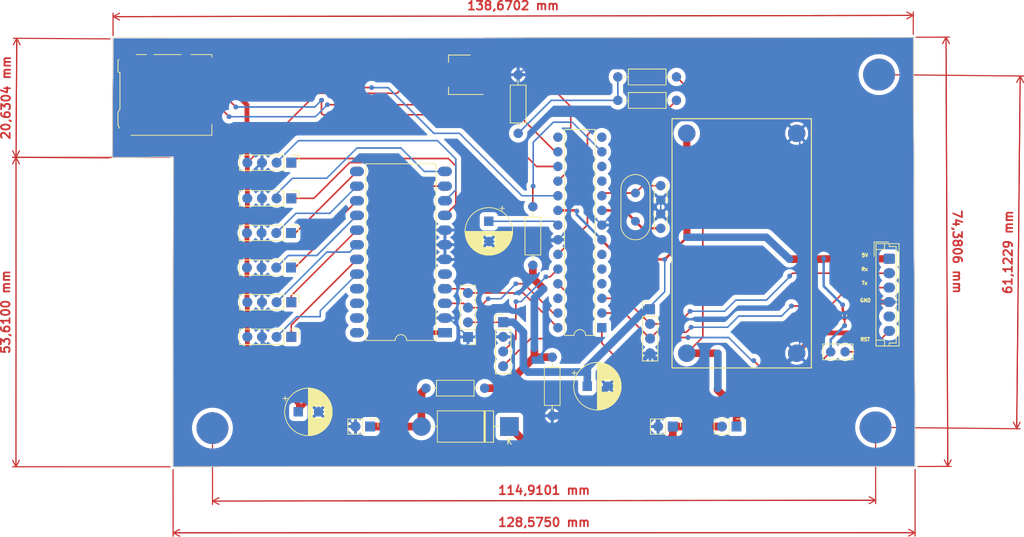
<source format=kicad_pcb>
(kicad_pcb (version 4) (generator "gerbview") (generator_version "8.0")
  (layers (0 F.Cu signal) (31 B.Cu signal) (34 B.Paste user) (35 F.Paste user) (36 B.SilkS user) (37 F.SilkS user) (38 B.Mask user) (39 F.Mask user) (44 Edge.Cuts user))
  (gr_line (start 92.5925 136.51) (end 221.175 136.47) (layer B.SilkS) (width 0.1))
  (gr_line (start 82.19 62.25) (end 82.07 82.93) (layer B.SilkS) (width 0.1))
  (gr_line (start 92.6475 82.85) (end 92.5925 136.51) (layer B.SilkS) (width 0.1))
  (gr_line (start 82.07 82.93) (end 92.6475 82.85) (layer B.SilkS) (width 0.1))
  (gr_line (start 220.87 62.09) (end 82.19 62.25) (layer B.SilkS) (width 0.1))
  (gr_line (start 221.175 136.47) (end 220.87 62.09) (layer B.SilkS) (width 0.1))
  (gr_line (start 92.5925 136.51) (end 221.175 136.47) (layer Edge.Cuts) (width 0.1))
  (gr_line (start 82.19 62.25) (end 82.07 82.93) (layer Edge.Cuts) (width 0.1))
  (gr_line (start 92.6475 82.85) (end 92.5925 136.51) (layer Edge.Cuts) (width 0.1))
  (gr_line (start 82.07 82.93) (end 92.6475 82.85) (layer Edge.Cuts) (width 0.1))
  (gr_line (start 220.87 62.09) (end 82.19 62.25) (layer Edge.Cuts) (width 0.1))
  (gr_line (start 221.175 136.47) (end 220.87 62.09) (layer Edge.Cuts) (width 0.1))
  (gr_line (start 212.2044 114.71877) (end 212.0044 114.43306) (layer F.SilkS) (width 0.15))
  (gr_line (start 211.86154 114.71877) (end 211.86154 114.11877) (layer F.SilkS) (width 0.15))
  (gr_line (start 211.86154 114.11877) (end 212.09011 114.11877) (layer F.SilkS) (width 0.15))
  (gr_line (start 212.09011 114.11877) (end 212.14726 114.14734) (layer F.SilkS) (width 0.15))
  (gr_line (start 212.14726 114.14734) (end 212.17583 114.17591) (layer F.SilkS) (width 0.15))
  (gr_line (start 212.17583 114.17591) (end 212.2044 114.23306) (layer F.SilkS) (width 0.15))
  (gr_line (start 212.2044 114.23306) (end 212.2044 114.31877) (layer F.SilkS) (width 0.15))
  (gr_line (start 212.2044 114.31877) (end 212.17583 114.37591) (layer F.SilkS) (width 0.15))
  (gr_line (start 212.17583 114.37591) (end 212.14726 114.40449) (layer F.SilkS) (width 0.15))
  (gr_line (start 212.14726 114.40449) (end 212.09011 114.43306) (layer F.SilkS) (width 0.15))
  (gr_line (start 212.09011 114.43306) (end 211.86154 114.43306) (layer F.SilkS) (width 0.15))
  (gr_line (start 212.43297 114.6902) (end 212.51868 114.71877) (layer F.SilkS) (width 0.15))
  (gr_line (start 212.51868 114.71877) (end 212.66154 114.71877) (layer F.SilkS) (width 0.15))
  (gr_line (start 212.66154 114.71877) (end 212.71868 114.6902) (layer F.SilkS) (width 0.15))
  (gr_line (start 212.71868 114.6902) (end 212.74726 114.66163) (layer F.SilkS) (width 0.15))
  (gr_line (start 212.74726 114.66163) (end 212.77583 114.60449) (layer F.SilkS) (width 0.15))
  (gr_line (start 212.77583 114.60449) (end 212.77583 114.54734) (layer F.SilkS) (width 0.15))
  (gr_line (start 212.77583 114.54734) (end 212.74726 114.4902) (layer F.SilkS) (width 0.15))
  (gr_line (start 212.74726 114.4902) (end 212.71868 114.46163) (layer F.SilkS) (width 0.15))
  (gr_line (start 212.71868 114.46163) (end 212.66154 114.43306) (layer F.SilkS) (width 0.15))
  (gr_line (start 212.66154 114.43306) (end 212.54726 114.40449) (layer F.SilkS) (width 0.15))
  (gr_line (start 212.54726 114.40449) (end 212.49011 114.37591) (layer F.SilkS) (width 0.15))
  (gr_line (start 212.49011 114.37591) (end 212.46154 114.34734) (layer F.SilkS) (width 0.15))
  (gr_line (start 212.46154 114.34734) (end 212.43297 114.2902) (layer F.SilkS) (width 0.15))
  (gr_line (start 212.43297 114.2902) (end 212.43297 114.23306) (layer F.SilkS) (width 0.15))
  (gr_line (start 212.43297 114.23306) (end 212.46154 114.17591) (layer F.SilkS) (width 0.15))
  (gr_line (start 212.46154 114.17591) (end 212.49011 114.14734) (layer F.SilkS) (width 0.15))
  (gr_line (start 212.49011 114.14734) (end 212.54726 114.11877) (layer F.SilkS) (width 0.15))
  (gr_line (start 212.54726 114.11877) (end 212.69011 114.11877) (layer F.SilkS) (width 0.15))
  (gr_line (start 212.69011 114.11877) (end 212.77583 114.14734) (layer F.SilkS) (width 0.15))
  (gr_line (start 212.94726 114.11877) (end 213.29011 114.11877) (layer F.SilkS) (width 0.15))
  (gr_line (start 213.11868 114.71877) (end 213.11868 114.11877) (layer F.SilkS) (width 0.15))
  (gr_line (start 212.01583 104.35877) (end 212.35868 104.35877) (layer F.SilkS) (width 0.15))
  (gr_line (start 212.18726 104.95877) (end 212.18726 104.35877) (layer F.SilkS) (width 0.15))
  (gr_line (start 212.50154 104.95877) (end 212.81583 104.55877) (layer F.SilkS) (width 0.15))
  (gr_line (start 212.50154 104.55877) (end 212.81583 104.95877) (layer F.SilkS) (width 0.15))
  (gr_line (start 212.11583 107.37734) (end 212.05868 107.34877) (layer F.SilkS) (width 0.15))
  (gr_line (start 212.05868 107.34877) (end 211.97297 107.34877) (layer F.SilkS) (width 0.15))
  (gr_line (start 211.97297 107.34877) (end 211.88726 107.37734) (layer F.SilkS) (width 0.15))
  (gr_line (start 211.88726 107.37734) (end 211.83011 107.43449) (layer F.SilkS) (width 0.15))
  (gr_line (start 211.83011 107.43449) (end 211.80154 107.49163) (layer F.SilkS) (width 0.15))
  (gr_line (start 211.80154 107.49163) (end 211.77297 107.60591) (layer F.SilkS) (width 0.15))
  (gr_line (start 211.77297 107.60591) (end 211.77297 107.69163) (layer F.SilkS) (width 0.15))
  (gr_line (start 211.77297 107.69163) (end 211.80154 107.80591) (layer F.SilkS) (width 0.15))
  (gr_line (start 211.80154 107.80591) (end 211.83011 107.86306) (layer F.SilkS) (width 0.15))
  (gr_line (start 211.83011 107.86306) (end 211.88726 107.9202) (layer F.SilkS) (width 0.15))
  (gr_line (start 211.88726 107.9202) (end 211.97297 107.94877) (layer F.SilkS) (width 0.15))
  (gr_line (start 211.97297 107.94877) (end 212.03011 107.94877) (layer F.SilkS) (width 0.15))
  (gr_line (start 212.03011 107.94877) (end 212.11583 107.9202) (layer F.SilkS) (width 0.15))
  (gr_line (start 212.11583 107.9202) (end 212.1444 107.89163) (layer F.SilkS) (width 0.15))
  (gr_line (start 212.1444 107.89163) (end 212.1444 107.69163) (layer F.SilkS) (width 0.15))
  (gr_line (start 212.1444 107.69163) (end 212.03011 107.69163) (layer F.SilkS) (width 0.15))
  (gr_line (start 212.40154 107.94877) (end 212.40154 107.34877) (layer F.SilkS) (width 0.15))
  (gr_line (start 212.40154 107.34877) (end 212.7444 107.94877) (layer F.SilkS) (width 0.15))
  (gr_line (start 212.7444 107.94877) (end 212.7444 107.34877) (layer F.SilkS) (width 0.15))
  (gr_line (start 213.03011 107.94877) (end 213.03011 107.34877) (layer F.SilkS) (width 0.15))
  (gr_line (start 213.03011 107.34877) (end 213.17297 107.34877) (layer F.SilkS) (width 0.15))
  (gr_line (start 213.17297 107.34877) (end 213.25868 107.37734) (layer F.SilkS) (width 0.15))
  (gr_line (start 213.25868 107.37734) (end 213.31583 107.43449) (layer F.SilkS) (width 0.15))
  (gr_line (start 213.31583 107.43449) (end 213.3444 107.49163) (layer F.SilkS) (width 0.15))
  (gr_line (start 213.3444 107.49163) (end 213.37297 107.60591) (layer F.SilkS) (width 0.15))
  (gr_line (start 213.37297 107.60591) (end 213.37297 107.69163) (layer F.SilkS) (width 0.15))
  (gr_line (start 213.37297 107.69163) (end 213.3444 107.80591) (layer F.SilkS) (width 0.15))
  (gr_line (start 213.3444 107.80591) (end 213.31583 107.86306) (layer F.SilkS) (width 0.15))
  (gr_line (start 213.31583 107.86306) (end 213.25868 107.9202) (layer F.SilkS) (width 0.15))
  (gr_line (start 213.25868 107.9202) (end 213.17297 107.94877) (layer F.SilkS) (width 0.15))
  (gr_line (start 213.17297 107.94877) (end 213.03011 107.94877) (layer F.SilkS) (width 0.15))
  (gr_line (start 212.35726 99.52877) (end 212.07154 99.52877) (layer F.SilkS) (width 0.15))
  (gr_line (start 212.07154 99.52877) (end 212.04297 99.81449) (layer F.SilkS) (width 0.15))
  (gr_line (start 212.04297 99.81449) (end 212.07154 99.78591) (layer F.SilkS) (width 0.15))
  (gr_line (start 212.07154 99.78591) (end 212.12868 99.75734) (layer F.SilkS) (width 0.15))
  (gr_line (start 212.12868 99.75734) (end 212.27154 99.75734) (layer F.SilkS) (width 0.15))
  (gr_line (start 212.27154 99.75734) (end 212.32868 99.78591) (layer F.SilkS) (width 0.15))
  (gr_line (start 212.32868 99.78591) (end 212.35726 99.81449) (layer F.SilkS) (width 0.15))
  (gr_line (start 212.35726 99.81449) (end 212.38583 99.87163) (layer F.SilkS) (width 0.15))
  (gr_line (start 212.38583 99.87163) (end 212.38583 100.01449) (layer F.SilkS) (width 0.15))
  (gr_line (start 212.38583 100.01449) (end 212.35726 100.07163) (layer F.SilkS) (width 0.15))
  (gr_line (start 212.35726 100.07163) (end 212.32868 100.1002) (layer F.SilkS) (width 0.15))
  (gr_line (start 212.32868 100.1002) (end 212.27154 100.12877) (layer F.SilkS) (width 0.15))
  (gr_line (start 212.27154 100.12877) (end 212.12868 100.12877) (layer F.SilkS) (width 0.15))
  (gr_line (start 212.12868 100.12877) (end 212.07154 100.1002) (layer F.SilkS) (width 0.15))
  (gr_line (start 212.07154 100.1002) (end 212.04297 100.07163) (layer F.SilkS) (width 0.15))
  (gr_line (start 212.55726 99.52877) (end 212.75726 100.12877) (layer F.SilkS) (width 0.15))
  (gr_line (start 212.75726 100.12877) (end 212.95726 99.52877) (layer F.SilkS) (width 0.15))
  (gr_line (start 212.3744 102.54877) (end 212.1744 102.26306) (layer F.SilkS) (width 0.15))
  (gr_line (start 212.03154 102.54877) (end 212.03154 101.94877) (layer F.SilkS) (width 0.15))
  (gr_line (start 212.03154 101.94877) (end 212.26011 101.94877) (layer F.SilkS) (width 0.15))
  (gr_line (start 212.26011 101.94877) (end 212.31726 101.97734) (layer F.SilkS) (width 0.15))
  (gr_line (start 212.31726 101.97734) (end 212.34583 102.00591) (layer F.SilkS) (width 0.15))
  (gr_line (start 212.34583 102.00591) (end 212.3744 102.06306) (layer F.SilkS) (width 0.15))
  (gr_line (start 212.3744 102.06306) (end 212.3744 102.14877) (layer F.SilkS) (width 0.15))
  (gr_line (start 212.3744 102.14877) (end 212.34583 102.20591) (layer F.SilkS) (width 0.15))
  (gr_line (start 212.34583 102.20591) (end 212.31726 102.23449) (layer F.SilkS) (width 0.15))
  (gr_line (start 212.31726 102.23449) (end 212.26011 102.26306) (layer F.SilkS) (width 0.15))
  (gr_line (start 212.26011 102.26306) (end 212.03154 102.26306) (layer F.SilkS) (width 0.15))
  (gr_line (start 212.5744 102.54877) (end 212.88868 102.14877) (layer F.SilkS) (width 0.15))
  (gr_line (start 212.5744 102.14877) (end 212.88868 102.54877) (layer F.SilkS) (width 0.15))
  (gr_line (start 150.6141 132.59482) (end 150.6141 131.59482) (layer F.SilkS) (width 0.15))
  (gr_line (start 151.18552 132.59482) (end 150.75695 132.02339) (layer F.SilkS) (width 0.15))
  (gr_line (start 151.18552 131.59482) (end 150.6141 132.16625) (layer F.SilkS) (width 0.15))
  (gr_line (start 208.57 110.44364) (end 208.57 110.13636) (layer F.SilkS) (width 0.12))
  (gr_line (start 209.33 110.44364) (end 209.33 110.13636) (layer F.SilkS) (width 0.12))
  (gr_line (start 154.94 100.56) (end 154.94 99.79) (layer F.SilkS) (width 0.12))
  (gr_line (start 153.57 99.79) (end 156.31 99.79) (layer F.SilkS) (width 0.12))
  (gr_line (start 156.31 99.79) (end 156.31 93.25) (layer F.SilkS) (width 0.12))
  (gr_line (start 153.57 93.25) (end 153.57 99.79) (layer F.SilkS) (width 0.12))
  (gr_line (start 156.31 93.25) (end 153.57 93.25) (layer F.SilkS) (width 0.12))
  (gr_line (start 154.94 92.48) (end 154.94 93.25) (layer F.SilkS) (width 0.12))
  (gr_line (start 180.527 128.21) (end 180.527 129.54) (layer F.SilkS) (width 0.12))
  (gr_line (start 179.197 128.21) (end 180.527 128.21) (layer F.SilkS) (width 0.12))
  (gr_line (start 177.927 128.21) (end 175.327 128.21) (layer F.SilkS) (width 0.12))
  (gr_line (start 177.927 128.21) (end 177.927 130.87) (layer F.SilkS) (width 0.12))
  (gr_line (start 175.327 128.21) (end 175.327 130.87) (layer F.SilkS) (width 0.12))
  (gr_line (start 177.927 130.87) (end 175.327 130.87) (layer F.SilkS) (width 0.12))
  (gr_line (start 158.3 118.56) (end 158.3 119.33) (layer F.SilkS) (width 0.12))
  (gr_line (start 159.67 119.33) (end 156.93 119.33) (layer F.SilkS) (width 0.12))
  (gr_line (start 156.93 119.33) (end 156.93 125.87) (layer F.SilkS) (width 0.12))
  (gr_line (start 159.67 125.87) (end 159.67 119.33) (layer F.SilkS) (width 0.12))
  (gr_line (start 156.93 125.87) (end 159.67 125.87) (layer F.SilkS) (width 0.12))
  (gr_line (start 158.3 126.64) (end 158.3 125.87) (layer F.SilkS) (width 0.12))
  (gr_line (start 148.47 110.13) (end 149.8 110.13) (layer F.SilkS) (width 0.12))
  (gr_line (start 148.47 111.46) (end 148.47 110.13) (layer F.SilkS) (width 0.12))
  (gr_line (start 148.47 112.73) (end 148.47 120.41) (layer F.SilkS) (width 0.12))
  (gr_line (start 148.47 112.73) (end 151.13 112.73) (layer F.SilkS) (width 0.12))
  (gr_line (start 148.47 120.41) (end 151.13 120.41) (layer F.SilkS) (width 0.12))
  (gr_line (start 151.13 112.73) (end 151.13 120.41) (layer F.SilkS) (width 0.12))
  (gr_line (start 178.792 68.961) (end 178.022 68.961) (layer F.SilkS) (width 0.12))
  (gr_line (start 178.022 70.331) (end 178.022 67.591) (layer F.SilkS) (width 0.12))
  (gr_line (start 178.022 67.591) (end 171.482 67.591) (layer F.SilkS) (width 0.12))
  (gr_line (start 171.482 70.331) (end 178.022 70.331) (layer F.SilkS) (width 0.12))
  (gr_line (start 171.482 67.591) (end 171.482 70.331) (layer F.SilkS) (width 0.12))
  (gr_line (start 170.712 68.961) (end 171.482 68.961) (layer F.SilkS) (width 0.12))
  (gr_line (start 191.576 128.21) (end 191.576 129.54) (layer F.SilkS) (width 0.12))
  (gr_line (start 190.246 128.21) (end 191.576 128.21) (layer F.SilkS) (width 0.12))
  (gr_line (start 188.976 128.21) (end 186.376 128.21) (layer F.SilkS) (width 0.12))
  (gr_line (start 188.976 128.21) (end 188.976 130.87) (layer F.SilkS) (width 0.12))
  (gr_line (start 186.376 128.21) (end 186.376 130.87) (layer F.SilkS) (width 0.12))
  (gr_line (start 188.976 130.87) (end 186.376 130.87) (layer F.SilkS) (width 0.12))
  (gr_line (start 205.18 115.23) (end 205.18 117.97) (layer F.SilkS) (width 0.12))
  (gr_line (start 205.18 115.23) (end 210.42 115.23) (layer F.SilkS) (width 0.12))
  (gr_line (start 205.18 117.97) (end 210.42 117.97) (layer F.SilkS) (width 0.12))
  (gr_line (start 210.42 115.23) (end 210.42 117.97) (layer F.SilkS) (width 0.12))
  (gr_line (start 114.35 94.67) (end 114.35 96) (layer F.SilkS) (width 0.12))
  (gr_line (start 113.02 94.67) (end 114.35 94.67) (layer F.SilkS) (width 0.12))
  (gr_line (start 111.75 94.67) (end 104.07 94.67) (layer F.SilkS) (width 0.12))
  (gr_line (start 111.75 94.67) (end 111.75 97.33) (layer F.SilkS) (width 0.12))
  (gr_line (start 104.07 94.67) (end 104.07 97.33) (layer F.SilkS) (width 0.12))
  (gr_line (start 111.75 97.33) (end 104.07 97.33) (layer F.SilkS) (width 0.12))
  (gr_line (start 114.41 106.67) (end 114.41 108) (layer F.SilkS) (width 0.12))
  (gr_line (start 113.08 106.67) (end 114.41 106.67) (layer F.SilkS) (width 0.12))
  (gr_line (start 111.81 106.67) (end 104.13 106.67) (layer F.SilkS) (width 0.12))
  (gr_line (start 111.81 106.67) (end 111.81 109.33) (layer F.SilkS) (width 0.12))
  (gr_line (start 104.13 106.67) (end 104.13 109.33) (layer F.SilkS) (width 0.12))
  (gr_line (start 111.81 109.33) (end 104.13 109.33) (layer F.SilkS) (width 0.12))
  (gr_line (start 179.07 119.38) (end 203.2 119.38) (layer F.SilkS) (width 0.15))
  (gr_line (start 203.2 119.38) (end 203.2 76.2) (layer F.SilkS) (width 0.15))
  (gr_line (start 179.07 76.2) (end 179.07 119.38) (layer F.SilkS) (width 0.15))
  (gr_line (start 203.2 76.2) (end 179.07 76.2) (layer F.SilkS) (width 0.15))
  (gr_line (start 138.14 114.611) (end 138.14 84.011) (layer F.SilkS) (width 0.12))
  (gr_line (start 138.14 84.011) (end 126.02 84.011) (layer F.SilkS) (width 0.12))
  (gr_line (start 133.08 114.611) (end 138.14 114.611) (layer F.SilkS) (width 0.12))
  (gr_line (start 126.02 114.611) (end 131.08 114.611) (layer F.SilkS) (width 0.12))
  (gr_line (start 126.02 84.011) (end 126.02 114.611) (layer F.SilkS) (width 0.12))
  (gr_arc (start 132.08 114.611) (end 131.08 114.611) (angle 180) (layer F.SilkS) (width 0.12))
  (gr_line (start 165.744 113.746) (end 165.744 78.066) (layer F.SilkS) (width 0.12))
  (gr_line (start 165.744 78.066) (end 160.444 78.066) (layer F.SilkS) (width 0.12))
  (gr_line (start 164.094 113.746) (end 165.744 113.746) (layer F.SilkS) (width 0.12))
  (gr_line (start 160.444 113.746) (end 162.094 113.746) (layer F.SilkS) (width 0.12))
  (gr_line (start 160.444 78.066) (end 160.444 113.746) (layer F.SilkS) (width 0.12))
  (gr_arc (start 163.094 113.746) (end 162.094 113.746) (angle 180) (layer F.SilkS) (width 0.12))
  (gr_circle (center 147.32 95.73) (end 151.44 95.73) (layer F.SilkS) (width 0.12))
  (gr_line (start 147.853 99.811) (end 146.787 99.811) (layer F.SilkS) (width 0.12))
  (gr_line (start 148.088 99.771) (end 146.552 99.771) (layer F.SilkS) (width 0.12))
  (gr_line (start 148.268 99.731) (end 146.372 99.731) (layer F.SilkS) (width 0.12))
  (gr_line (start 148.418 99.691) (end 146.222 99.691) (layer F.SilkS) (width 0.12))
  (gr_line (start 148.549 99.651) (end 146.091 99.651) (layer F.SilkS) (width 0.12))
  (gr_line (start 148.666 99.611) (end 145.974 99.611) (layer F.SilkS) (width 0.12))
  (gr_line (start 148.773 99.571) (end 145.867 99.571) (layer F.SilkS) (width 0.12))
  (gr_line (start 148.872 99.531) (end 145.768 99.531) (layer F.SilkS) (width 0.12))
  (gr_line (start 148.965 99.491) (end 145.675 99.491) (layer F.SilkS) (width 0.12))
  (gr_line (start 149.051 99.451) (end 145.589 99.451) (layer F.SilkS) (width 0.12))
  (gr_line (start 149.133 99.411) (end 145.507 99.411) (layer F.SilkS) (width 0.12))
  (gr_line (start 149.21 99.371) (end 145.43 99.371) (layer F.SilkS) (width 0.12))
  (gr_line (start 149.284 99.331) (end 145.356 99.331) (layer F.SilkS) (width 0.12))
  (gr_line (start 149.354 99.291) (end 145.286 99.291) (layer F.SilkS) (width 0.12))
  (gr_line (start 149.422 99.251) (end 145.218 99.251) (layer F.SilkS) (width 0.12))
  (gr_line (start 149.486 99.211) (end 145.154 99.211) (layer F.SilkS) (width 0.12))
  (gr_line (start 149.548 99.171) (end 145.092 99.171) (layer F.SilkS) (width 0.12))
  (gr_line (start 149.607 99.131) (end 145.033 99.131) (layer F.SilkS) (width 0.12))
  (gr_line (start 149.665 99.091) (end 144.975 99.091) (layer F.SilkS) (width 0.12))
  (gr_line (start 149.72 99.051) (end 144.92 99.051) (layer F.SilkS) (width 0.12))
  (gr_line (start 149.774 99.011) (end 144.866 99.011) (layer F.SilkS) (width 0.12))
  (gr_line (start 149.825 98.971) (end 144.815 98.971) (layer F.SilkS) (width 0.12))
  (gr_line (start 149.876 98.931) (end 144.764 98.931) (layer F.SilkS) (width 0.12))
  (gr_line (start 149.924 98.891) (end 144.716 98.891) (layer F.SilkS) (width 0.12))
  (gr_line (start 149.971 98.851) (end 144.669 98.851) (layer F.SilkS) (width 0.12))
  (gr_line (start 150.017 98.811) (end 144.623 98.811) (layer F.SilkS) (width 0.12))
  (gr_line (start 150.061 98.771) (end 144.579 98.771) (layer F.SilkS) (width 0.12))
  (gr_line (start 150.104 98.731) (end 144.536 98.731) (layer F.SilkS) (width 0.12))
  (gr_line (start 150.146 98.691) (end 144.494 98.691) (layer F.SilkS) (width 0.12))
  (gr_line (start 150.187 98.651) (end 144.453 98.651) (layer F.SilkS) (width 0.12))
  (gr_line (start 150.227 98.611) (end 144.413 98.611) (layer F.SilkS) (width 0.12))
  (gr_line (start 150.265 98.571) (end 144.375 98.571) (layer F.SilkS) (width 0.12))
  (gr_line (start 150.303 98.531) (end 144.337 98.531) (layer F.SilkS) (width 0.12))
  (gr_line (start 146.28 98.491) (end 144.301 98.491) (layer F.SilkS) (width 0.12))
  (gr_line (start 150.339 98.491) (end 148.36 98.491) (layer F.SilkS) (width 0.12))
  (gr_line (start 146.28 98.451) (end 144.265 98.451) (layer F.SilkS) (width 0.12))
  (gr_line (start 150.375 98.451) (end 148.36 98.451) (layer F.SilkS) (width 0.12))
  (gr_line (start 146.28 98.411) (end 144.23 98.411) (layer F.SilkS) (width 0.12))
  (gr_line (start 150.41 98.411) (end 148.36 98.411) (layer F.SilkS) (width 0.12))
  (gr_line (start 146.28 98.371) (end 144.196 98.371) (layer F.SilkS) (width 0.12))
  (gr_line (start 150.444 98.371) (end 148.36 98.371) (layer F.SilkS) (width 0.12))
  (gr_line (start 146.28 98.331) (end 144.164 98.331) (layer F.SilkS) (width 0.12))
  (gr_line (start 150.476 98.331) (end 148.36 98.331) (layer F.SilkS) (width 0.12))
  (gr_line (start 146.28 98.291) (end 144.131 98.291) (layer F.SilkS) (width 0.12))
  (gr_line (start 150.509 98.291) (end 148.36 98.291) (layer F.SilkS) (width 0.12))
  (gr_line (start 146.28 98.251) (end 144.1 98.251) (layer F.SilkS) (width 0.12))
  (gr_line (start 150.54 98.251) (end 148.36 98.251) (layer F.SilkS) (width 0.12))
  (gr_line (start 146.28 98.211) (end 144.07 98.211) (layer F.SilkS) (width 0.12))
  (gr_line (start 150.57 98.211) (end 148.36 98.211) (layer F.SilkS) (width 0.12))
  (gr_line (start 146.28 98.171) (end 144.04 98.171) (layer F.SilkS) (width 0.12))
  (gr_line (start 150.6 98.171) (end 148.36 98.171) (layer F.SilkS) (width 0.12))
  (gr_line (start 146.28 98.131) (end 144.011 98.131) (layer F.SilkS) (width 0.12))
  (gr_line (start 150.629 98.131) (end 148.36 98.131) (layer F.SilkS) (width 0.12))
  (gr_line (start 146.28 98.091) (end 143.982 98.091) (layer F.SilkS) (width 0.12))
  (gr_line (start 150.658 98.091) (end 148.36 98.091) (layer F.SilkS) (width 0.12))
  (gr_line (start 146.28 98.051) (end 143.955 98.051) (layer F.SilkS) (width 0.12))
  (gr_line (start 150.685 98.051) (end 148.36 98.051) (layer F.SilkS) (width 0.12))
  (gr_line (start 146.28 98.011) (end 143.928 98.011) (layer F.SilkS) (width 0.12))
  (gr_line (start 150.712 98.011) (end 148.36 98.011) (layer F.SilkS) (width 0.12))
  (gr_line (start 146.28 97.971) (end 143.902 97.971) (layer F.SilkS) (width 0.12))
  (gr_line (start 150.738 97.971) (end 148.36 97.971) (layer F.SilkS) (width 0.12))
  (gr_line (start 146.28 97.931) (end 143.876 97.931) (layer F.SilkS) (width 0.12))
  (gr_line (start 150.764 97.931) (end 148.36 97.931) (layer F.SilkS) (width 0.12))
  (gr_line (start 146.28 97.891) (end 143.851 97.891) (layer F.SilkS) (width 0.12))
  (gr_line (start 150.789 97.891) (end 148.36 97.891) (layer F.SilkS) (width 0.12))
  (gr_line (start 146.28 97.851) (end 143.827 97.851) (layer F.SilkS) (width 0.12))
  (gr_line (start 150.813 97.851) (end 148.36 97.851) (layer F.SilkS) (width 0.12))
  (gr_line (start 146.28 97.811) (end 143.803 97.811) (layer F.SilkS) (width 0.12))
  (gr_line (start 150.837 97.811) (end 148.36 97.811) (layer F.SilkS) (width 0.12))
  (gr_line (start 146.28 97.771) (end 143.78 97.771) (layer F.SilkS) (width 0.12))
  (gr_line (start 150.86 97.771) (end 148.36 97.771) (layer F.SilkS) (width 0.12))
  (gr_line (start 146.28 97.731) (end 143.758 97.731) (layer F.SilkS) (width 0.12))
  (gr_line (start 150.882 97.731) (end 148.36 97.731) (layer F.SilkS) (width 0.12))
  (gr_line (start 146.28 97.691) (end 143.736 97.691) (layer F.SilkS) (width 0.12))
  (gr_line (start 150.904 97.691) (end 148.36 97.691) (layer F.SilkS) (width 0.12))
  (gr_line (start 146.28 97.651) (end 143.714 97.651) (layer F.SilkS) (width 0.12))
  (gr_line (start 150.926 97.651) (end 148.36 97.651) (layer F.SilkS) (width 0.12))
  (gr_line (start 146.28 97.611) (end 143.693 97.611) (layer F.SilkS) (width 0.12))
  (gr_line (start 150.947 97.611) (end 148.36 97.611) (layer F.SilkS) (width 0.12))
  (gr_line (start 146.28 97.571) (end 143.673 97.571) (layer F.SilkS) (width 0.12))
  (gr_line (start 150.967 97.571) (end 148.36 97.571) (layer F.SilkS) (width 0.12))
  (gr_line (start 146.28 97.531) (end 143.654 97.531) (layer F.SilkS) (width 0.12))
  (gr_line (start 150.986 97.531) (end 148.36 97.531) (layer F.SilkS) (width 0.12))
  (gr_line (start 146.28 97.491) (end 143.634 97.491) (layer F.SilkS) (width 0.12))
  (gr_line (start 151.006 97.491) (end 148.36 97.491) (layer F.SilkS) (width 0.12))
  (gr_line (start 146.28 97.451) (end 143.616 97.451) (layer F.SilkS) (width 0.12))
  (gr_line (start 151.024 97.451) (end 148.36 97.451) (layer F.SilkS) (width 0.12))
  (gr_line (start 146.28 97.411) (end 143.598 97.411) (layer F.SilkS) (width 0.12))
  (gr_line (start 151.042 97.411) (end 148.36 97.411) (layer F.SilkS) (width 0.12))
  (gr_line (start 146.28 97.371) (end 143.58 97.371) (layer F.SilkS) (width 0.12))
  (gr_line (start 151.06 97.371) (end 148.36 97.371) (layer F.SilkS) (width 0.12))
  (gr_line (start 146.28 97.331) (end 143.563 97.331) (layer F.SilkS) (width 0.12))
  (gr_line (start 151.077 97.331) (end 148.36 97.331) (layer F.SilkS) (width 0.12))
  (gr_line (start 146.28 97.291) (end 143.546 97.291) (layer F.SilkS) (width 0.12))
  (gr_line (start 151.094 97.291) (end 148.36 97.291) (layer F.SilkS) (width 0.12))
  (gr_line (start 146.28 97.251) (end 143.53 97.251) (layer F.SilkS) (width 0.12))
  (gr_line (start 151.11 97.251) (end 148.36 97.251) (layer F.SilkS) (width 0.12))
  (gr_line (start 146.28 97.211) (end 143.515 97.211) (layer F.SilkS) (width 0.12))
  (gr_line (start 151.125 97.211) (end 148.36 97.211) (layer F.SilkS) (width 0.12))
  (gr_line (start 146.28 97.171) (end 143.499 97.171) (layer F.SilkS) (width 0.12))
  (gr_line (start 151.141 97.171) (end 148.36 97.171) (layer F.SilkS) (width 0.12))
  (gr_line (start 146.28 97.131) (end 143.485 97.131) (layer F.SilkS) (width 0.12))
  (gr_line (start 151.155 97.131) (end 148.36 97.131) (layer F.SilkS) (width 0.12))
  (gr_line (start 146.28 97.091) (end 143.47 97.091) (layer F.SilkS) (width 0.12))
  (gr_line (start 151.17 97.091) (end 148.36 97.091) (layer F.SilkS) (width 0.12))
  (gr_line (start 146.28 97.051) (end 143.457 97.051) (layer F.SilkS) (width 0.12))
  (gr_line (start 151.183 97.051) (end 148.36 97.051) (layer F.SilkS) (width 0.12))
  (gr_line (start 146.28 97.011) (end 143.443 97.011) (layer F.SilkS) (width 0.12))
  (gr_line (start 151.197 97.011) (end 148.36 97.011) (layer F.SilkS) (width 0.12))
  (gr_line (start 146.28 96.971) (end 143.431 96.971) (layer F.SilkS) (width 0.12))
  (gr_line (start 151.209 96.971) (end 148.36 96.971) (layer F.SilkS) (width 0.12))
  (gr_line (start 146.28 96.931) (end 143.418 96.931) (layer F.SilkS) (width 0.12))
  (gr_line (start 151.222 96.931) (end 148.36 96.931) (layer F.SilkS) (width 0.12))
  (gr_line (start 146.28 96.891) (end 143.406 96.891) (layer F.SilkS) (width 0.12))
  (gr_line (start 151.234 96.891) (end 148.36 96.891) (layer F.SilkS) (width 0.12))
  (gr_line (start 146.28 96.851) (end 143.395 96.851) (layer F.SilkS) (width 0.12))
  (gr_line (start 151.245 96.851) (end 148.36 96.851) (layer F.SilkS) (width 0.12))
  (gr_line (start 146.28 96.811) (end 143.384 96.811) (layer F.SilkS) (width 0.12))
  (gr_line (start 151.256 96.811) (end 148.36 96.811) (layer F.SilkS) (width 0.12))
  (gr_line (start 146.28 96.771) (end 143.373 96.771) (layer F.SilkS) (width 0.12))
  (gr_line (start 151.267 96.771) (end 148.36 96.771) (layer F.SilkS) (width 0.12))
  (gr_line (start 146.28 96.731) (end 143.363 96.731) (layer F.SilkS) (width 0.12))
  (gr_line (start 151.277 96.731) (end 148.36 96.731) (layer F.SilkS) (width 0.12))
  (gr_line (start 146.28 96.691) (end 143.353 96.691) (layer F.SilkS) (width 0.12))
  (gr_line (start 151.287 96.691) (end 148.36 96.691) (layer F.SilkS) (width 0.12))
  (gr_line (start 146.28 96.651) (end 143.344 96.651) (layer F.SilkS) (width 0.12))
  (gr_line (start 151.296 96.651) (end 148.36 96.651) (layer F.SilkS) (width 0.12))
  (gr_line (start 146.28 96.611) (end 143.335 96.611) (layer F.SilkS) (width 0.12))
  (gr_line (start 151.305 96.611) (end 148.36 96.611) (layer F.SilkS) (width 0.12))
  (gr_line (start 146.28 96.571) (end 143.326 96.571) (layer F.SilkS) (width 0.12))
  (gr_line (start 151.314 96.571) (end 148.36 96.571) (layer F.SilkS) (width 0.12))
  (gr_line (start 146.28 96.531) (end 143.318 96.531) (layer F.SilkS) (width 0.12))
  (gr_line (start 151.322 96.531) (end 148.36 96.531) (layer F.SilkS) (width 0.12))
  (gr_line (start 146.28 96.491) (end 143.31 96.491) (layer F.SilkS) (width 0.12))
  (gr_line (start 151.33 96.491) (end 148.36 96.491) (layer F.SilkS) (width 0.12))
  (gr_line (start 146.28 96.451) (end 143.303 96.451) (layer F.SilkS) (width 0.12))
  (gr_line (start 151.337 96.451) (end 148.36 96.451) (layer F.SilkS) (width 0.12))
  (gr_line (start 151.344 96.41) (end 143.296 96.41) (layer F.SilkS) (width 0.12))
  (gr_line (start 151.35 96.37) (end 143.29 96.37) (layer F.SilkS) (width 0.12))
  (gr_line (start 151.357 96.33) (end 143.283 96.33) (layer F.SilkS) (width 0.12))
  (gr_line (start 151.362 96.29) (end 143.278 96.29) (layer F.SilkS) (width 0.12))
  (gr_line (start 151.368 96.25) (end 143.272 96.25) (layer F.SilkS) (width 0.12))
  (gr_line (start 151.372 96.21) (end 143.268 96.21) (layer F.SilkS) (width 0.12))
  (gr_line (start 151.377 96.17) (end 143.263 96.17) (layer F.SilkS) (width 0.12))
  (gr_line (start 151.381 96.13) (end 143.259 96.13) (layer F.SilkS) (width 0.12))
  (gr_line (start 151.385 96.09) (end 143.255 96.09) (layer F.SilkS) (width 0.12))
  (gr_line (start 151.388 96.05) (end 143.252 96.05) (layer F.SilkS) (width 0.12))
  (gr_line (start 151.391 96.01) (end 143.249 96.01) (layer F.SilkS) (width 0.12))
  (gr_line (start 151.394 95.97) (end 143.246 95.97) (layer F.SilkS) (width 0.12))
  (gr_line (start 151.396 95.93) (end 143.244 95.93) (layer F.SilkS) (width 0.12))
  (gr_line (start 151.397 95.89) (end 143.243 95.89) (layer F.SilkS) (width 0.12))
  (gr_line (start 151.399 95.85) (end 143.241 95.85) (layer F.SilkS) (width 0.12))
  (gr_line (start 151.4 95.81) (end 143.24 95.81) (layer F.SilkS) (width 0.12))
  (gr_line (start 151.4 95.77) (end 143.24 95.77) (layer F.SilkS) (width 0.12))
  (gr_line (start 151.4 95.73) (end 143.24 95.73) (layer F.SilkS) (width 0.12))
  (gr_line (start 150.035 91.7203) (end 149.235 91.7203) (layer F.SilkS) (width 0.12))
  (gr_line (start 149.635 91.3203) (end 149.635 92.1203) (layer F.SilkS) (width 0.12))
  (gr_line (start 173.93 107.89) (end 175.26 107.89) (layer F.SilkS) (width 0.12))
  (gr_line (start 173.93 109.22) (end 173.93 107.89) (layer F.SilkS) (width 0.12))
  (gr_line (start 173.93 110.49) (end 173.93 118.17) (layer F.SilkS) (width 0.12))
  (gr_line (start 173.93 110.49) (end 176.59 110.49) (layer F.SilkS) (width 0.12))
  (gr_line (start 173.93 118.17) (end 176.59 118.17) (layer F.SilkS) (width 0.12))
  (gr_line (start 176.59 110.49) (end 176.59 118.17) (layer F.SilkS) (width 0.12))
  (gr_line (start 128.076 128.21) (end 128.076 129.54) (layer F.SilkS) (width 0.12))
  (gr_line (start 126.746 128.21) (end 128.076 128.21) (layer F.SilkS) (width 0.12))
  (gr_line (start 125.476 128.21) (end 122.876 128.21) (layer F.SilkS) (width 0.12))
  (gr_line (start 125.476 128.21) (end 125.476 130.87) (layer F.SilkS) (width 0.12))
  (gr_line (start 122.876 128.21) (end 122.876 130.87) (layer F.SilkS) (width 0.12))
  (gr_line (start 125.476 130.87) (end 122.876 130.87) (layer F.SilkS) (width 0.12))
  (gr_line (start 114.41 82.49) (end 114.41 83.82) (layer F.SilkS) (width 0.12))
  (gr_line (start 113.08 82.49) (end 114.41 82.49) (layer F.SilkS) (width 0.12))
  (gr_line (start 111.81 82.49) (end 104.13 82.49) (layer F.SilkS) (width 0.12))
  (gr_line (start 111.81 82.49) (end 111.81 85.15) (layer F.SilkS) (width 0.12))
  (gr_line (start 104.13 82.49) (end 104.13 85.15) (layer F.SilkS) (width 0.12))
  (gr_line (start 111.81 85.15) (end 104.13 85.15) (layer F.SilkS) (width 0.12))
  (gr_line (start 149.036 129.54) (end 148.126 129.54) (layer F.SilkS) (width 0.12))
  (gr_line (start 148.126 132.26) (end 148.126 126.82) (layer F.SilkS) (width 0.12))
  (gr_line (start 148.126 126.82) (end 138.386 126.82) (layer F.SilkS) (width 0.12))
  (gr_line (start 146.701 132.26) (end 146.701 126.82) (layer F.SilkS) (width 0.12))
  (gr_line (start 146.581 132.26) (end 146.581 126.82) (layer F.SilkS) (width 0.12))
  (gr_line (start 146.461 132.26) (end 146.461 126.82) (layer F.SilkS) (width 0.12))
  (gr_line (start 138.386 132.26) (end 148.126 132.26) (layer F.SilkS) (width 0.12))
  (gr_line (start 138.386 126.82) (end 138.386 132.26) (layer F.SilkS) (width 0.12))
  (gr_line (start 137.476 129.54) (end 138.386 129.54) (layer F.SilkS) (width 0.12))
  (gr_line (start 114.41 112.67) (end 114.41 114) (layer F.SilkS) (width 0.12))
  (gr_line (start 113.08 112.67) (end 114.41 112.67) (layer F.SilkS) (width 0.12))
  (gr_line (start 111.81 112.67) (end 104.13 112.67) (layer F.SilkS) (width 0.12))
  (gr_line (start 111.81 112.67) (end 111.81 115.33) (layer F.SilkS) (width 0.12))
  (gr_line (start 104.13 112.67) (end 104.13 115.33) (layer F.SilkS) (width 0.12))
  (gr_line (start 111.81 115.33) (end 104.13 115.33) (layer F.SilkS) (width 0.12))
  (gr_line (start 114.35 100.67) (end 114.35 102) (layer F.SilkS) (width 0.12))
  (gr_line (start 113.02 100.67) (end 114.35 100.67) (layer F.SilkS) (width 0.12))
  (gr_line (start 111.75 100.67) (end 104.07 100.67) (layer F.SilkS) (width 0.12))
  (gr_line (start 111.75 100.67) (end 111.75 103.33) (layer F.SilkS) (width 0.12))
  (gr_line (start 104.07 100.67) (end 104.07 103.33) (layer F.SilkS) (width 0.12))
  (gr_line (start 111.75 103.33) (end 104.07 103.33) (layer F.SilkS) (width 0.12))
  (gr_line (start 152.4 77.7) (end 152.4 76.93) (layer F.SilkS) (width 0.12))
  (gr_line (start 151.03 76.93) (end 153.77 76.93) (layer F.SilkS) (width 0.12))
  (gr_line (start 153.77 76.93) (end 153.77 70.39) (layer F.SilkS) (width 0.12))
  (gr_line (start 151.03 70.39) (end 151.03 76.93) (layer F.SilkS) (width 0.12))
  (gr_line (start 153.77 70.39) (end 151.03 70.39) (layer F.SilkS) (width 0.12))
  (gr_line (start 152.4 69.62) (end 152.4 70.39) (layer F.SilkS) (width 0.12))
  (gr_line (start 178.792 73.025) (end 178.022 73.025) (layer F.SilkS) (width 0.12))
  (gr_line (start 178.022 74.395) (end 178.022 71.655) (layer F.SilkS) (width 0.12))
  (gr_line (start 178.022 71.655) (end 171.482 71.655) (layer F.SilkS) (width 0.12))
  (gr_line (start 171.482 74.395) (end 178.022 74.395) (layer F.SilkS) (width 0.12))
  (gr_line (start 171.482 71.655) (end 171.482 74.395) (layer F.SilkS) (width 0.12))
  (gr_line (start 170.712 73.025) (end 171.482 73.025) (layer F.SilkS) (width 0.12))
  (gr_line (start 111.6403 124.685) (end 112.4403 124.685) (layer F.SilkS) (width 0.12))
  (gr_line (start 112.0403 124.285) (end 112.0403 125.085) (layer F.SilkS) (width 0.12))
  (gr_line (start 116.05 122.92) (end 116.05 131.08) (layer F.SilkS) (width 0.12))
  (gr_line (start 116.09 122.92) (end 116.09 131.08) (layer F.SilkS) (width 0.12))
  (gr_line (start 116.13 122.92) (end 116.13 131.08) (layer F.SilkS) (width 0.12))
  (gr_line (start 116.17 122.921) (end 116.17 131.079) (layer F.SilkS) (width 0.12))
  (gr_line (start 116.21 122.923) (end 116.21 131.077) (layer F.SilkS) (width 0.12))
  (gr_line (start 116.25 122.924) (end 116.25 131.076) (layer F.SilkS) (width 0.12))
  (gr_line (start 116.29 122.926) (end 116.29 131.074) (layer F.SilkS) (width 0.12))
  (gr_line (start 116.33 122.929) (end 116.33 131.071) (layer F.SilkS) (width 0.12))
  (gr_line (start 116.37 122.932) (end 116.37 131.068) (layer F.SilkS) (width 0.12))
  (gr_line (start 116.41 122.935) (end 116.41 131.065) (layer F.SilkS) (width 0.12))
  (gr_line (start 116.45 122.939) (end 116.45 131.061) (layer F.SilkS) (width 0.12))
  (gr_line (start 116.49 122.943) (end 116.49 131.057) (layer F.SilkS) (width 0.12))
  (gr_line (start 116.53 122.948) (end 116.53 131.052) (layer F.SilkS) (width 0.12))
  (gr_line (start 116.57 122.952) (end 116.57 131.048) (layer F.SilkS) (width 0.12))
  (gr_line (start 116.61 122.958) (end 116.61 131.042) (layer F.SilkS) (width 0.12))
  (gr_line (start 116.65 122.963) (end 116.65 131.037) (layer F.SilkS) (width 0.12))
  (gr_line (start 116.69 122.97) (end 116.69 131.03) (layer F.SilkS) (width 0.12))
  (gr_line (start 116.73 122.976) (end 116.73 131.024) (layer F.SilkS) (width 0.12))
  (gr_line (start 116.771 122.983) (end 116.771 125.96) (layer F.SilkS) (width 0.12))
  (gr_line (start 116.771 128.04) (end 116.771 131.017) (layer F.SilkS) (width 0.12))
  (gr_line (start 116.811 122.99) (end 116.811 125.96) (layer F.SilkS) (width 0.12))
  (gr_line (start 116.811 128.04) (end 116.811 131.01) (layer F.SilkS) (width 0.12))
  (gr_line (start 116.851 122.998) (end 116.851 125.96) (layer F.SilkS) (width 0.12))
  (gr_line (start 116.851 128.04) (end 116.851 131.002) (layer F.SilkS) (width 0.12))
  (gr_line (start 116.891 123.006) (end 116.891 125.96) (layer F.SilkS) (width 0.12))
  (gr_line (start 116.891 128.04) (end 116.891 130.994) (layer F.SilkS) (width 0.12))
  (gr_line (start 116.931 123.015) (end 116.931 125.96) (layer F.SilkS) (width 0.12))
  (gr_line (start 116.931 128.04) (end 116.931 130.985) (layer F.SilkS) (width 0.12))
  (gr_line (start 116.971 123.024) (end 116.971 125.96) (layer F.SilkS) (width 0.12))
  (gr_line (start 116.971 128.04) (end 116.971 130.976) (layer F.SilkS) (width 0.12))
  (gr_line (start 117.011 123.033) (end 117.011 125.96) (layer F.SilkS) (width 0.12))
  (gr_line (start 117.011 128.04) (end 117.011 130.967) (layer F.SilkS) (width 0.12))
  (gr_line (start 117.051 123.043) (end 117.051 125.96) (layer F.SilkS) (width 0.12))
  (gr_line (start 117.051 128.04) (end 117.051 130.957) (layer F.SilkS) (width 0.12))
  (gr_line (start 117.091 123.053) (end 117.091 125.96) (layer F.SilkS) (width 0.12))
  (gr_line (start 117.091 128.04) (end 117.091 130.947) (layer F.SilkS) (width 0.12))
  (gr_line (start 117.131 123.064) (end 117.131 125.96) (layer F.SilkS) (width 0.12))
  (gr_line (start 117.131 128.04) (end 117.131 130.936) (layer F.SilkS) (width 0.12))
  (gr_line (start 117.171 123.075) (end 117.171 125.96) (layer F.SilkS) (width 0.12))
  (gr_line (start 117.171 128.04) (end 117.171 130.925) (layer F.SilkS) (width 0.12))
  (gr_line (start 117.211 123.086) (end 117.211 125.96) (layer F.SilkS) (width 0.12))
  (gr_line (start 117.211 128.04) (end 117.211 130.914) (layer F.SilkS) (width 0.12))
  (gr_line (start 117.251 123.098) (end 117.251 125.96) (layer F.SilkS) (width 0.12))
  (gr_line (start 117.251 128.04) (end 117.251 130.902) (layer F.SilkS) (width 0.12))
  (gr_line (start 117.291 123.111) (end 117.291 125.96) (layer F.SilkS) (width 0.12))
  (gr_line (start 117.291 128.04) (end 117.291 130.889) (layer F.SilkS) (width 0.12))
  (gr_line (start 117.331 123.123) (end 117.331 125.96) (layer F.SilkS) (width 0.12))
  (gr_line (start 117.331 128.04) (end 117.331 130.877) (layer F.SilkS) (width 0.12))
  (gr_line (start 117.371 123.137) (end 117.371 125.96) (layer F.SilkS) (width 0.12))
  (gr_line (start 117.371 128.04) (end 117.371 130.863) (layer F.SilkS) (width 0.12))
  (gr_line (start 117.411 123.15) (end 117.411 125.96) (layer F.SilkS) (width 0.12))
  (gr_line (start 117.411 128.04) (end 117.411 130.85) (layer F.SilkS) (width 0.12))
  (gr_line (start 117.451 123.165) (end 117.451 125.96) (layer F.SilkS) (width 0.12))
  (gr_line (start 117.451 128.04) (end 117.451 130.835) (layer F.SilkS) (width 0.12))
  (gr_line (start 117.491 123.179) (end 117.491 125.96) (layer F.SilkS) (width 0.12))
  (gr_line (start 117.491 128.04) (end 117.491 130.821) (layer F.SilkS) (width 0.12))
  (gr_line (start 117.531 123.195) (end 117.531 125.96) (layer F.SilkS) (width 0.12))
  (gr_line (start 117.531 128.04) (end 117.531 130.805) (layer F.SilkS) (width 0.12))
  (gr_line (start 117.571 123.21) (end 117.571 125.96) (layer F.SilkS) (width 0.12))
  (gr_line (start 117.571 128.04) (end 117.571 130.79) (layer F.SilkS) (width 0.12))
  (gr_line (start 117.611 123.226) (end 117.611 125.96) (layer F.SilkS) (width 0.12))
  (gr_line (start 117.611 128.04) (end 117.611 130.774) (layer F.SilkS) (width 0.12))
  (gr_line (start 117.651 123.243) (end 117.651 125.96) (layer F.SilkS) (width 0.12))
  (gr_line (start 117.651 128.04) (end 117.651 130.757) (layer F.SilkS) (width 0.12))
  (gr_line (start 117.691 123.26) (end 117.691 125.96) (layer F.SilkS) (width 0.12))
  (gr_line (start 117.691 128.04) (end 117.691 130.74) (layer F.SilkS) (width 0.12))
  (gr_line (start 117.731 123.278) (end 117.731 125.96) (layer F.SilkS) (width 0.12))
  (gr_line (start 117.731 128.04) (end 117.731 130.722) (layer F.SilkS) (width 0.12))
  (gr_line (start 117.771 123.296) (end 117.771 125.96) (layer F.SilkS) (width 0.12))
  (gr_line (start 117.771 128.04) (end 117.771 130.704) (layer F.SilkS) (width 0.12))
  (gr_line (start 117.811 123.314) (end 117.811 125.96) (layer F.SilkS) (width 0.12))
  (gr_line (start 117.811 128.04) (end 117.811 130.686) (layer F.SilkS) (width 0.12))
  (gr_line (start 117.851 123.334) (end 117.851 125.96) (layer F.SilkS) (width 0.12))
  (gr_line (start 117.851 128.04) (end 117.851 130.666) (layer F.SilkS) (width 0.12))
  (gr_line (start 117.891 123.353) (end 117.891 125.96) (layer F.SilkS) (width 0.12))
  (gr_line (start 117.891 128.04) (end 117.891 130.647) (layer F.SilkS) (width 0.12))
  (gr_line (start 117.931 123.373) (end 117.931 125.96) (layer F.SilkS) (width 0.12))
  (gr_line (start 117.931 128.04) (end 117.931 130.627) (layer F.SilkS) (width 0.12))
  (gr_line (start 117.971 123.394) (end 117.971 125.96) (layer F.SilkS) (width 0.12))
  (gr_line (start 117.971 128.04) (end 117.971 130.606) (layer F.SilkS) (width 0.12))
  (gr_line (start 118.011 123.416) (end 118.011 125.96) (layer F.SilkS) (width 0.12))
  (gr_line (start 118.011 128.04) (end 118.011 130.584) (layer F.SilkS) (width 0.12))
  (gr_line (start 118.051 123.438) (end 118.051 125.96) (layer F.SilkS) (width 0.12))
  (gr_line (start 118.051 128.04) (end 118.051 130.562) (layer F.SilkS) (width 0.12))
  (gr_line (start 118.091 123.46) (end 118.091 125.96) (layer F.SilkS) (width 0.12))
  (gr_line (start 118.091 128.04) (end 118.091 130.54) (layer F.SilkS) (width 0.12))
  (gr_line (start 118.131 123.483) (end 118.131 125.96) (layer F.SilkS) (width 0.12))
  (gr_line (start 118.131 128.04) (end 118.131 130.517) (layer F.SilkS) (width 0.12))
  (gr_line (start 118.171 123.507) (end 118.171 125.96) (layer F.SilkS) (width 0.12))
  (gr_line (start 118.171 128.04) (end 118.171 130.493) (layer F.SilkS) (width 0.12))
  (gr_line (start 118.211 123.531) (end 118.211 125.96) (layer F.SilkS) (width 0.12))
  (gr_line (start 118.211 128.04) (end 118.211 130.469) (layer F.SilkS) (width 0.12))
  (gr_line (start 118.251 123.556) (end 118.251 125.96) (layer F.SilkS) (width 0.12))
  (gr_line (start 118.251 128.04) (end 118.251 130.444) (layer F.SilkS) (width 0.12))
  (gr_line (start 118.291 123.582) (end 118.291 125.96) (layer F.SilkS) (width 0.12))
  (gr_line (start 118.291 128.04) (end 118.291 130.418) (layer F.SilkS) (width 0.12))
  (gr_line (start 118.331 123.608) (end 118.331 125.96) (layer F.SilkS) (width 0.12))
  (gr_line (start 118.331 128.04) (end 118.331 130.392) (layer F.SilkS) (width 0.12))
  (gr_line (start 118.371 123.635) (end 118.371 125.96) (layer F.SilkS) (width 0.12))
  (gr_line (start 118.371 128.04) (end 118.371 130.365) (layer F.SilkS) (width 0.12))
  (gr_line (start 118.411 123.662) (end 118.411 125.96) (layer F.SilkS) (width 0.12))
  (gr_line (start 118.411 128.04) (end 118.411 130.338) (layer F.SilkS) (width 0.12))
  (gr_line (start 118.451 123.691) (end 118.451 125.96) (layer F.SilkS) (width 0.12))
  (gr_line (start 118.451 128.04) (end 118.451 130.309) (layer F.SilkS) (width 0.12))
  (gr_line (start 118.491 123.72) (end 118.491 125.96) (layer F.SilkS) (width 0.12))
  (gr_line (start 118.491 128.04) (end 118.491 130.28) (layer F.SilkS) (width 0.12))
  (gr_line (start 118.531 123.75) (end 118.531 125.96) (layer F.SilkS) (width 0.12))
  (gr_line (start 118.531 128.04) (end 118.531 130.25) (layer F.SilkS) (width 0.12))
  (gr_line (start 118.571 123.78) (end 118.571 125.96) (layer F.SilkS) (width 0.12))
  (gr_line (start 118.571 128.04) (end 118.571 130.22) (layer F.SilkS) (width 0.12))
  (gr_line (start 118.611 123.811) (end 118.611 125.96) (layer F.SilkS) (width 0.12))
  (gr_line (start 118.611 128.04) (end 118.611 130.189) (layer F.SilkS) (width 0.12))
  (gr_line (start 118.651 123.844) (end 118.651 125.96) (layer F.SilkS) (width 0.12))
  (gr_line (start 118.651 128.04) (end 118.651 130.156) (layer F.SilkS) (width 0.12))
  (gr_line (start 118.691 123.876) (end 118.691 125.96) (layer F.SilkS) (width 0.12))
  (gr_line (start 118.691 128.04) (end 118.691 130.124) (layer F.SilkS) (width 0.12))
  (gr_line (start 118.731 123.91) (end 118.731 125.96) (layer F.SilkS) (width 0.12))
  (gr_line (start 118.731 128.04) (end 118.731 130.09) (layer F.SilkS) (width 0.12))
  (gr_line (start 118.771 123.945) (end 118.771 125.96) (layer F.SilkS) (width 0.12))
  (gr_line (start 118.771 128.04) (end 118.771 130.055) (layer F.SilkS) (width 0.12))
  (gr_line (start 118.811 123.981) (end 118.811 125.96) (layer F.SilkS) (width 0.12))
  (gr_line (start 118.811 128.04) (end 118.811 130.019) (layer F.SilkS) (width 0.12))
  (gr_line (start 118.851 124.017) (end 118.851 129.983) (layer F.SilkS) (width 0.12))
  (gr_line (start 118.891 124.055) (end 118.891 129.945) (layer F.SilkS) (width 0.12))
  (gr_line (start 118.931 124.093) (end 118.931 129.907) (layer F.SilkS) (width 0.12))
  (gr_line (start 118.971 124.133) (end 118.971 129.867) (layer F.SilkS) (width 0.12))
  (gr_line (start 119.011 124.174) (end 119.011 129.826) (layer F.SilkS) (width 0.12))
  (gr_line (start 119.051 124.216) (end 119.051 129.784) (layer F.SilkS) (width 0.12))
  (gr_line (start 119.091 124.259) (end 119.091 129.741) (layer F.SilkS) (width 0.12))
  (gr_line (start 119.131 124.303) (end 119.131 129.697) (layer F.SilkS) (width 0.12))
  (gr_line (start 119.171 124.349) (end 119.171 129.651) (layer F.SilkS) (width 0.12))
  (gr_line (start 119.211 124.396) (end 119.211 129.604) (layer F.SilkS) (width 0.12))
  (gr_line (start 119.251 124.444) (end 119.251 129.556) (layer F.SilkS) (width 0.12))
  (gr_line (start 119.291 124.495) (end 119.291 129.505) (layer F.SilkS) (width 0.12))
  (gr_line (start 119.331 124.546) (end 119.331 129.454) (layer F.SilkS) (width 0.12))
  (gr_line (start 119.371 124.6) (end 119.371 129.4) (layer F.SilkS) (width 0.12))
  (gr_line (start 119.411 124.655) (end 119.411 129.345) (layer F.SilkS) (width 0.12))
  (gr_line (start 119.451 124.713) (end 119.451 129.287) (layer F.SilkS) (width 0.12))
  (gr_line (start 119.491 124.772) (end 119.491 129.228) (layer F.SilkS) (width 0.12))
  (gr_line (start 119.531 124.834) (end 119.531 129.166) (layer F.SilkS) (width 0.12))
  (gr_line (start 119.571 124.898) (end 119.571 129.102) (layer F.SilkS) (width 0.12))
  (gr_line (start 119.611 124.966) (end 119.611 129.034) (layer F.SilkS) (width 0.12))
  (gr_line (start 119.651 125.036) (end 119.651 128.964) (layer F.SilkS) (width 0.12))
  (gr_line (start 119.691 125.11) (end 119.691 128.89) (layer F.SilkS) (width 0.12))
  (gr_line (start 119.731 125.187) (end 119.731 128.813) (layer F.SilkS) (width 0.12))
  (gr_line (start 119.771 125.269) (end 119.771 128.731) (layer F.SilkS) (width 0.12))
  (gr_line (start 119.811 125.355) (end 119.811 128.645) (layer F.SilkS) (width 0.12))
  (gr_line (start 119.851 125.448) (end 119.851 128.552) (layer F.SilkS) (width 0.12))
  (gr_line (start 119.891 125.547) (end 119.891 128.453) (layer F.SilkS) (width 0.12))
  (gr_line (start 119.931 125.654) (end 119.931 128.346) (layer F.SilkS) (width 0.12))
  (gr_line (start 119.971 125.771) (end 119.971 128.229) (layer F.SilkS) (width 0.12))
  (gr_line (start 120.011 125.902) (end 120.011 128.098) (layer F.SilkS) (width 0.12))
  (gr_line (start 120.051 126.052) (end 120.051 127.948) (layer F.SilkS) (width 0.12))
  (gr_line (start 120.091 126.232) (end 120.091 127.768) (layer F.SilkS) (width 0.12))
  (gr_line (start 120.131 126.467) (end 120.131 127.533) (layer F.SilkS) (width 0.12))
  (gr_circle (center 116.05 127) (end 120.17 127) (layer F.SilkS) (width 0.12))
  (gr_line (start 178.22 87.43) (end 178.155 87.43) (layer F.SilkS) (width 0.12))
  (gr_line (start 178.22 87.43) (end 178.22 90.67) (layer F.SilkS) (width 0.12))
  (gr_line (start 176.045 87.43) (end 175.98 87.43) (layer F.SilkS) (width 0.12))
  (gr_line (start 175.98 87.43) (end 175.98 90.67) (layer F.SilkS) (width 0.12))
  (gr_line (start 178.22 90.67) (end 178.155 90.67) (layer F.SilkS) (width 0.12))
  (gr_line (start 176.045 90.67) (end 175.98 90.67) (layer F.SilkS) (width 0.12))
  (gr_line (start 175.98 95.57) (end 176.045 95.57) (layer F.SilkS) (width 0.12))
  (gr_line (start 175.98 95.57) (end 175.98 92.33) (layer F.SilkS) (width 0.12))
  (gr_line (start 178.155 95.57) (end 178.22 95.57) (layer F.SilkS) (width 0.12))
  (gr_line (start 178.22 95.57) (end 178.22 92.33) (layer F.SilkS) (width 0.12))
  (gr_line (start 175.98 92.33) (end 176.045 92.33) (layer F.SilkS) (width 0.12))
  (gr_line (start 178.155 92.33) (end 178.22 92.33) (layer F.SilkS) (width 0.12))
  (gr_line (start 99.31 65.1) (end 95.7 65.1) (layer F.SilkS) (width 0.12))
  (gr_line (start 94 65.1) (end 89.3 65.1) (layer F.SilkS) (width 0.12))
  (gr_line (start 88 65.1) (end 86.2 65.1) (layer F.SilkS) (width 0.12))
  (gr_line (start 99.31 65.55) (end 99.31 65.1) (layer F.SilkS) (width 0.12))
  (gr_line (start 83.04 66.13) (end 83.24 65.93) (layer F.SilkS) (width 0.12))
  (gr_line (start 83.04 66.13) (end 83.04 67.99) (layer F.SilkS) (width 0.12))
  (gr_line (start 83.04 67.99) (end 83.24 68.2) (layer F.SilkS) (width 0.12))
  (gr_line (start 83.39 68.2) (end 83.24 68.2) (layer F.SilkS) (width 0.12))
  (gr_line (start 83.39 68.2) (end 83.39 74.57) (layer F.SilkS) (width 0.12))
  (gr_line (start 83.04 75.08) (end 83.39 74.57) (layer F.SilkS) (width 0.12))
  (gr_line (start 99.31 77.15) (end 99.31 79.07) (layer F.SilkS) (width 0.12))
  (gr_line (start 83.04 77.39) (end 83.04 75.08) (layer F.SilkS) (width 0.12))
  (gr_line (start 83.04 77.39) (end 83.24 77.59) (layer F.SilkS) (width 0.12))
  (gr_line (start 83.24 77.59) (end 83.24 77.85) (layer F.SilkS) (width 0.12))
  (gr_line (start 99.31 79.07) (end 85.3 79.07) (layer F.SilkS) (width 0.12))
  (gr_line (start 170.195 94.655) (end 170.195 88.405) (layer F.SilkS) (width 0.12))
  (gr_line (start 175.245 94.655) (end 175.245 88.405) (layer F.SilkS) (width 0.12))
  (gr_arc (start 172.72 94.655) (end 175.245 94.655) (angle 180) (layer F.SilkS) (width 0.12))
  (gr_arc (start 172.72 88.405) (end 170.195 88.405) (angle 180) (layer F.SilkS) (width 0.12))
  (gr_line (start 145.03 115.35) (end 143.7 115.35) (layer F.SilkS) (width 0.12))
  (gr_line (start 145.03 114.02) (end 145.03 115.35) (layer F.SilkS) (width 0.12))
  (gr_line (start 145.03 112.75) (end 145.03 105.07) (layer F.SilkS) (width 0.12))
  (gr_line (start 145.03 112.75) (end 142.37 112.75) (layer F.SilkS) (width 0.12))
  (gr_line (start 145.03 105.07) (end 142.37 105.07) (layer F.SilkS) (width 0.12))
  (gr_line (start 142.37 112.75) (end 142.37 105.07) (layer F.SilkS) (width 0.12))
  (gr_line (start 114.41 88.67) (end 114.41 90) (layer F.SilkS) (width 0.12))
  (gr_line (start 113.08 88.67) (end 114.41 88.67) (layer F.SilkS) (width 0.12))
  (gr_line (start 111.81 88.67) (end 104.13 88.67) (layer F.SilkS) (width 0.12))
  (gr_line (start 111.81 88.67) (end 111.81 91.33) (layer F.SilkS) (width 0.12))
  (gr_line (start 104.13 88.67) (end 104.13 91.33) (layer F.SilkS) (width 0.12))
  (gr_line (start 111.81 91.33) (end 104.13 91.33) (layer F.SilkS) (width 0.12))
  (gr_line (start 161.7183 120.24) (end 162.5183 120.24) (layer F.SilkS) (width 0.12))
  (gr_line (start 162.1183 119.84) (end 162.1183 120.64) (layer F.SilkS) (width 0.12))
  (gr_line (start 166.128 118.475) (end 166.128 126.635) (layer F.SilkS) (width 0.12))
  (gr_line (start 166.168 118.475) (end 166.168 126.635) (layer F.SilkS) (width 0.12))
  (gr_line (start 166.208 118.475) (end 166.208 126.635) (layer F.SilkS) (width 0.12))
  (gr_line (start 166.248 118.476) (end 166.248 126.634) (layer F.SilkS) (width 0.12))
  (gr_line (start 166.288 118.478) (end 166.288 126.632) (layer F.SilkS) (width 0.12))
  (gr_line (start 166.328 118.479) (end 166.328 126.631) (layer F.SilkS) (width 0.12))
  (gr_line (start 166.368 118.481) (end 166.368 126.629) (layer F.SilkS) (width 0.12))
  (gr_line (start 166.408 118.484) (end 166.408 126.626) (layer F.SilkS) (width 0.12))
  (gr_line (start 166.448 118.487) (end 166.448 126.623) (layer F.SilkS) (width 0.12))
  (gr_line (start 166.488 118.49) (end 166.488 126.62) (layer F.SilkS) (width 0.12))
  (gr_line (start 166.528 118.494) (end 166.528 126.616) (layer F.SilkS) (width 0.12))
  (gr_line (start 166.568 118.498) (end 166.568 126.612) (layer F.SilkS) (width 0.12))
  (gr_line (start 166.608 118.503) (end 166.608 126.607) (layer F.SilkS) (width 0.12))
  (gr_line (start 166.648 118.507) (end 166.648 126.603) (layer F.SilkS) (width 0.12))
  (gr_line (start 166.688 118.513) (end 166.688 126.597) (layer F.SilkS) (width 0.12))
  (gr_line (start 166.728 118.518) (end 166.728 126.592) (layer F.SilkS) (width 0.12))
  (gr_line (start 166.768 118.525) (end 166.768 126.585) (layer F.SilkS) (width 0.12))
  (gr_line (start 166.808 118.531) (end 166.808 126.579) (layer F.SilkS) (width 0.12))
  (gr_line (start 166.849 118.538) (end 166.849 121.515) (layer F.SilkS) (width 0.12))
  (gr_line (start 166.849 123.595) (end 166.849 126.572) (layer F.SilkS) (width 0.12))
  (gr_line (start 166.889 118.545) (end 166.889 121.515) (layer F.SilkS) (width 0.12))
  (gr_line (start 166.889 123.595) (end 166.889 126.565) (layer F.SilkS) (width 0.12))
  (gr_line (start 166.929 118.553) (end 166.929 121.515) (layer F.SilkS) (width 0.12))
  (gr_line (start 166.929 123.595) (end 166.929 126.557) (layer F.SilkS) (width 0.12))
  (gr_line (start 166.969 118.561) (end 166.969 121.515) (layer F.SilkS) (width 0.12))
  (gr_line (start 166.969 123.595) (end 166.969 126.549) (layer F.SilkS) (width 0.12))
  (gr_line (start 167.009 118.57) (end 167.009 121.515) (layer F.SilkS) (width 0.12))
  (gr_line (start 167.009 123.595) (end 167.009 126.54) (layer F.SilkS) (width 0.12))
  (gr_line (start 167.049 118.579) (end 167.049 121.515) (layer F.SilkS) (width 0.12))
  (gr_line (start 167.049 123.595) (end 167.049 126.531) (layer F.SilkS) (width 0.12))
  (gr_line (start 167.089 118.588) (end 167.089 121.515) (layer F.SilkS) (width 0.12))
  (gr_line (start 167.089 123.595) (end 167.089 126.522) (layer F.SilkS) (width 0.12))
  (gr_line (start 167.129 118.598) (end 167.129 121.515) (layer F.SilkS) (width 0.12))
  (gr_line (start 167.129 123.595) (end 167.129 126.512) (layer F.SilkS) (width 0.12))
  (gr_line (start 167.169 118.608) (end 167.169 121.515) (layer F.SilkS) (width 0.12))
  (gr_line (start 167.169 123.595) (end 167.169 126.502) (layer F.SilkS) (width 0.12))
  (gr_line (start 167.209 118.619) (end 167.209 121.515) (layer F.SilkS) (width 0.12))
  (gr_line (start 167.209 123.595) (end 167.209 126.491) (layer F.SilkS) (width 0.12))
  (gr_line (start 167.249 118.63) (end 167.249 121.515) (layer F.SilkS) (width 0.12))
  (gr_line (start 167.249 123.595) (end 167.249 126.48) (layer F.SilkS) (width 0.12))
  (gr_line (start 167.289 118.641) (end 167.289 121.515) (layer F.SilkS) (width 0.12))
  (gr_line (start 167.289 123.595) (end 167.289 126.469) (layer F.SilkS) (width 0.12))
  (gr_line (start 167.329 118.653) (end 167.329 121.515) (layer F.SilkS) (width 0.12))
  (gr_line (start 167.329 123.595) (end 167.329 126.457) (layer F.SilkS) (width 0.12))
  (gr_line (start 167.369 118.666) (end 167.369 121.515) (layer F.SilkS) (width 0.12))
  (gr_line (start 167.369 123.595) (end 167.369 126.444) (layer F.SilkS) (width 0.12))
  (gr_line (start 167.409 118.678) (end 167.409 121.515) (layer F.SilkS) (width 0.12))
  (gr_line (start 167.409 123.595) (end 167.409 126.432) (layer F.SilkS) (width 0.12))
  (gr_line (start 167.449 118.692) (end 167.449 121.515) (layer F.SilkS) (width 0.12))
  (gr_line (start 167.449 123.595) (end 167.449 126.418) (layer F.SilkS) (width 0.12))
  (gr_line (start 167.489 118.705) (end 167.489 121.515) (layer F.SilkS) (width 0.12))
  (gr_line (start 167.489 123.595) (end 167.489 126.405) (layer F.SilkS) (width 0.12))
  (gr_line (start 167.529 118.72) (end 167.529 121.515) (layer F.SilkS) (width 0.12))
  (gr_line (start 167.529 123.595) (end 167.529 126.39) (layer F.SilkS) (width 0.12))
  (gr_line (start 167.569 118.734) (end 167.569 121.515) (layer F.SilkS) (width 0.12))
  (gr_line (start 167.569 123.595) (end 167.569 126.376) (layer F.SilkS) (width 0.12))
  (gr_line (start 167.609 118.75) (end 167.609 121.515) (layer F.SilkS) (width 0.12))
  (gr_line (start 167.609 123.595) (end 167.609 126.36) (layer F.SilkS) (width 0.12))
  (gr_line (start 167.649 118.765) (end 167.649 121.515) (layer F.SilkS) (width 0.12))
  (gr_line (start 167.649 123.595) (end 167.649 126.345) (layer F.SilkS) (width 0.12))
  (gr_line (start 167.689 118.781) (end 167.689 121.515) (layer F.SilkS) (width 0.12))
  (gr_line (start 167.689 123.595) (end 167.689 126.329) (layer F.SilkS) (width 0.12))
  (gr_line (start 167.729 118.798) (end 167.729 121.515) (layer F.SilkS) (width 0.12))
  (gr_line (start 167.729 123.595) (end 167.729 126.312) (layer F.SilkS) (width 0.12))
  (gr_line (start 167.769 118.815) (end 167.769 121.515) (layer F.SilkS) (width 0.12))
  (gr_line (start 167.769 123.595) (end 167.769 126.295) (layer F.SilkS) (width 0.12))
  (gr_line (start 167.809 118.833) (end 167.809 121.515) (layer F.SilkS) (width 0.12))
  (gr_line (start 167.809 123.595) (end 167.809 126.277) (layer F.SilkS) (width 0.12))
  (gr_line (start 167.849 118.851) (end 167.849 121.515) (layer F.SilkS) (width 0.12))
  (gr_line (start 167.849 123.595) (end 167.849 126.259) (layer F.SilkS) (width 0.12))
  (gr_line (start 167.889 118.869) (end 167.889 121.515) (layer F.SilkS) (width 0.12))
  (gr_line (start 167.889 123.595) (end 167.889 126.241) (layer F.SilkS) (width 0.12))
  (gr_line (start 167.929 118.889) (end 167.929 121.515) (layer F.SilkS) (width 0.12))
  (gr_line (start 167.929 123.595) (end 167.929 126.221) (layer F.SilkS) (width 0.12))
  (gr_line (start 167.969 118.908) (end 167.969 121.515) (layer F.SilkS) (width 0.12))
  (gr_line (start 167.969 123.595) (end 167.969 126.202) (layer F.SilkS) (width 0.12))
  (gr_line (start 168.009 118.928) (end 168.009 121.515) (layer F.SilkS) (width 0.12))
  (gr_line (start 168.009 123.595) (end 168.009 126.182) (layer F.SilkS) (width 0.12))
  (gr_line (start 168.049 118.949) (end 168.049 121.515) (layer F.SilkS) (width 0.12))
  (gr_line (start 168.049 123.595) (end 168.049 126.161) (layer F.SilkS) (width 0.12))
  (gr_line (start 168.089 118.971) (end 168.089 121.515) (layer F.SilkS) (width 0.12))
  (gr_line (start 168.089 123.595) (end 168.089 126.139) (layer F.SilkS) (width 0.12))
  (gr_line (start 168.129 118.993) (end 168.129 121.515) (layer F.SilkS) (width 0.12))
  (gr_line (start 168.129 123.595) (end 168.129 126.117) (layer F.SilkS) (width 0.12))
  (gr_line (start 168.169 119.015) (end 168.169 121.515) (layer F.SilkS) (width 0.12))
  (gr_line (start 168.169 123.595) (end 168.169 126.095) (layer F.SilkS) (width 0.12))
  (gr_line (start 168.209 119.038) (end 168.209 121.515) (layer F.SilkS) (width 0.12))
  (gr_line (start 168.209 123.595) (end 168.209 126.072) (layer F.SilkS) (width 0.12))
  (gr_line (start 168.249 119.062) (end 168.249 121.515) (layer F.SilkS) (width 0.12))
  (gr_line (start 168.249 123.595) (end 168.249 126.048) (layer F.SilkS) (width 0.12))
  (gr_line (start 168.289 119.086) (end 168.289 121.515) (layer F.SilkS) (width 0.12))
  (gr_line (start 168.289 123.595) (end 168.289 126.024) (layer F.SilkS) (width 0.12))
  (gr_line (start 168.329 119.111) (end 168.329 121.515) (layer F.SilkS) (width 0.12))
  (gr_line (start 168.329 123.595) (end 168.329 125.999) (layer F.SilkS) (width 0.12))
  (gr_line (start 168.369 119.137) (end 168.369 121.515) (layer F.SilkS) (width 0.12))
  (gr_line (start 168.369 123.595) (end 168.369 125.973) (layer F.SilkS) (width 0.12))
  (gr_line (start 168.409 119.163) (end 168.409 121.515) (layer F.SilkS) (width 0.12))
  (gr_line (start 168.409 123.595) (end 168.409 125.947) (layer F.SilkS) (width 0.12))
  (gr_line (start 168.449 119.19) (end 168.449 121.515) (layer F.SilkS) (width 0.12))
  (gr_line (start 168.449 123.595) (end 168.449 125.92) (layer F.SilkS) (width 0.12))
  (gr_line (start 168.489 119.217) (end 168.489 121.515) (layer F.SilkS) (width 0.12))
  (gr_line (start 168.489 123.595) (end 168.489 125.893) (layer F.SilkS) (width 0.12))
  (gr_line (start 168.529 119.246) (end 168.529 121.515) (layer F.SilkS) (width 0.12))
  (gr_line (start 168.529 123.595) (end 168.529 125.864) (layer F.SilkS) (width 0.12))
  (gr_line (start 168.569 119.275) (end 168.569 121.515) (layer F.SilkS) (width 0.12))
  (gr_line (start 168.569 123.595) (end 168.569 125.835) (layer F.SilkS) (width 0.12))
  (gr_line (start 168.609 119.305) (end 168.609 121.515) (layer F.SilkS) (width 0.12))
  (gr_line (start 168.609 123.595) (end 168.609 125.805) (layer F.SilkS) (width 0.12))
  (gr_line (start 168.649 119.335) (end 168.649 121.515) (layer F.SilkS) (width 0.12))
  (gr_line (start 168.649 123.595) (end 168.649 125.775) (layer F.SilkS) (width 0.12))
  (gr_line (start 168.689 119.366) (end 168.689 121.515) (layer F.SilkS) (width 0.12))
  (gr_line (start 168.689 123.595) (end 168.689 125.744) (layer F.SilkS) (width 0.12))
  (gr_line (start 168.729 119.399) (end 168.729 121.515) (layer F.SilkS) (width 0.12))
  (gr_line (start 168.729 123.595) (end 168.729 125.711) (layer F.SilkS) (width 0.12))
  (gr_line (start 168.769 119.431) (end 168.769 121.515) (layer F.SilkS) (width 0.12))
  (gr_line (start 168.769 123.595) (end 168.769 125.679) (layer F.SilkS) (width 0.12))
  (gr_line (start 168.809 119.465) (end 168.809 121.515) (layer F.SilkS) (width 0.12))
  (gr_line (start 168.809 123.595) (end 168.809 125.645) (layer F.SilkS) (width 0.12))
  (gr_line (start 168.849 119.5) (end 168.849 121.515) (layer F.SilkS) (width 0.12))
  (gr_line (start 168.849 123.595) (end 168.849 125.61) (layer F.SilkS) (width 0.12))
  (gr_line (start 168.889 119.536) (end 168.889 121.515) (layer F.SilkS) (width 0.12))
  (gr_line (start 168.889 123.595) (end 168.889 125.574) (layer F.SilkS) (width 0.12))
  (gr_line (start 168.929 119.572) (end 168.929 125.538) (layer F.SilkS) (width 0.12))
  (gr_line (start 168.969 119.61) (end 168.969 125.5) (layer F.SilkS) (width 0.12))
  (gr_line (start 169.009 119.648) (end 169.009 125.462) (layer F.SilkS) (width 0.12))
  (gr_line (start 169.049 119.688) (end 169.049 125.422) (layer F.SilkS) (width 0.12))
  (gr_line (start 169.089 119.729) (end 169.089 125.381) (layer F.SilkS) (width 0.12))
  (gr_line (start 169.129 119.771) (end 169.129 125.339) (layer F.SilkS) (width 0.12))
  (gr_line (start 169.169 119.814) (end 169.169 125.296) (layer F.SilkS) (width 0.12))
  (gr_line (start 169.209 119.858) (end 169.209 125.252) (layer F.SilkS) (width 0.12))
  (gr_line (start 169.249 119.904) (end 169.249 125.206) (layer F.SilkS) (width 0.12))
  (gr_line (start 169.289 119.951) (end 169.289 125.159) (layer F.SilkS) (width 0.12))
  (gr_line (start 169.329 119.999) (end 169.329 125.111) (layer F.SilkS) (width 0.12))
  (gr_line (start 169.369 120.05) (end 169.369 125.06) (layer F.SilkS) (width 0.12))
  (gr_line (start 169.409 120.101) (end 169.409 125.009) (layer F.SilkS) (width 0.12))
  (gr_line (start 169.449 120.155) (end 169.449 124.955) (layer F.SilkS) (width 0.12))
  (gr_line (start 169.489 120.21) (end 169.489 124.9) (layer F.SilkS) (width 0.12))
  (gr_line (start 169.529 120.268) (end 169.529 124.842) (layer F.SilkS) (width 0.12))
  (gr_line (start 169.569 120.327) (end 169.569 124.783) (layer F.SilkS) (width 0.12))
  (gr_line (start 169.609 120.389) (end 169.609 124.721) (layer F.SilkS) (width 0.12))
  (gr_line (start 169.649 120.453) (end 169.649 124.657) (layer F.SilkS) (width 0.12))
  (gr_line (start 169.689 120.521) (end 169.689 124.589) (layer F.SilkS) (width 0.12))
  (gr_line (start 169.729 120.591) (end 169.729 124.519) (layer F.SilkS) (width 0.12))
  (gr_line (start 169.769 120.665) (end 169.769 124.445) (layer F.SilkS) (width 0.12))
  (gr_line (start 169.809 120.742) (end 169.809 124.368) (layer F.SilkS) (width 0.12))
  (gr_line (start 169.849 120.824) (end 169.849 124.286) (layer F.SilkS) (width 0.12))
  (gr_line (start 169.889 120.91) (end 169.889 124.2) (layer F.SilkS) (width 0.12))
  (gr_line (start 169.929 121.003) (end 169.929 124.107) (layer F.SilkS) (width 0.12))
  (gr_line (start 169.969 121.102) (end 169.969 124.008) (layer F.SilkS) (width 0.12))
  (gr_line (start 170.009 121.209) (end 170.009 123.901) (layer F.SilkS) (width 0.12))
  (gr_line (start 170.049 121.326) (end 170.049 123.784) (layer F.SilkS) (width 0.12))
  (gr_line (start 170.089 121.457) (end 170.089 123.653) (layer F.SilkS) (width 0.12))
  (gr_line (start 170.129 121.607) (end 170.129 123.503) (layer F.SilkS) (width 0.12))
  (gr_line (start 170.169 121.787) (end 170.169 123.323) (layer F.SilkS) (width 0.12))
  (gr_line (start 170.209 122.022) (end 170.209 123.088) (layer F.SilkS) (width 0.12))
  (gr_circle (center 166.128 122.555) (end 170.248 122.555) (layer F.SilkS) (width 0.12))
  (gr_line (start 145.54 122.9) (end 144.77 122.9) (layer F.SilkS) (width 0.12))
  (gr_line (start 144.77 124.27) (end 144.77 121.53) (layer F.SilkS) (width 0.12))
  (gr_line (start 144.77 121.53) (end 138.23 121.53) (layer F.SilkS) (width 0.12))
  (gr_line (start 138.23 124.27) (end 144.77 124.27) (layer F.SilkS) (width 0.12))
  (gr_line (start 138.23 121.53) (end 138.23 124.27) (layer F.SilkS) (width 0.12))
  (gr_line (start 137.46 122.9) (end 138.23 122.9) (layer F.SilkS) (width 0.12))
  (gr_line (start 216.59 97.56) (end 214.09 97.56) (layer F.SilkS) (width 0.12))
  (gr_line (start 214.09 97.56) (end 214.09 100.06) (layer F.SilkS) (width 0.12))
  (gr_line (start 218.41 97.86) (end 214.39 97.86) (layer F.SilkS) (width 0.12))
  (gr_line (start 216.7 97.86) (end 216.7 98.36) (layer F.SilkS) (width 0.12))
  (gr_line (start 215.89 97.86) (end 215.89 98.86) (layer F.SilkS) (width 0.12))
  (gr_line (start 214.39 97.86) (end 214.39 115.58) (layer F.SilkS) (width 0.12))
  (gr_line (start 217.91 98.36) (end 217.91 115.08) (layer F.SilkS) (width 0.12))
  (gr_line (start 216.7 98.36) (end 217.91 98.36) (layer F.SilkS) (width 0.12))
  (gr_line (start 215.89 98.86) (end 214.39 98.86) (layer F.SilkS) (width 0.12))
  (gr_line (start 215.89 114.58) (end 214.39 114.58) (layer F.SilkS) (width 0.12))
  (gr_line (start 217.91 115.08) (end 216.7 115.08) (layer F.SilkS) (width 0.12))
  (gr_line (start 216.7 115.08) (end 216.7 115.58) (layer F.SilkS) (width 0.12))
  (gr_line (start 218.41 115.58) (end 218.41 97.86) (layer F.SilkS) (width 0.12))
  (gr_line (start 215.89 115.58) (end 215.89 114.58) (layer F.SilkS) (width 0.12))
  (gr_line (start 214.39 115.58) (end 218.41 115.58) (layer F.SilkS) (width 0.12))
  (gr_line (start 146.34 71.99) (end 140.33 71.99) (layer F.SilkS) (width 0.12))
  (gr_line (start 144.09 65.17) (end 140.33 65.17) (layer F.SilkS) (width 0.12))
  (gr_line (start 140.33 65.17) (end 140.33 66.43) (layer F.SilkS) (width 0.12))
  (gr_line (start 140.33 71.99) (end 140.33 70.73) (layer F.SilkS) (width 0.12))
  (gr_line (start 92.5925 136.51) (end 221.175 136.47) (layer F.SilkS) (width 0.1))
  (gr_line (start 82.19 62.25) (end 82.07 82.93) (layer F.SilkS) (width 0.1))
  (gr_line (start 92.6475 82.85) (end 92.5925 136.51) (layer F.SilkS) (width 0.1))
  (gr_line (start 82.07 82.93) (end 92.6475 82.85) (layer F.SilkS) (width 0.1))
  (gr_line (start 220.87 62.09) (end 82.19 62.25) (layer F.SilkS) (width 0.1))
  (gr_line (start 221.175 136.47) (end 220.87 62.09) (layer F.SilkS) (width 0.1))
  (gr_line (start 212.2044 114.71877) (end 212.0044 114.43306) (layer F.SilkS) (width 0.15))
  (gr_line (start 211.86154 114.71877) (end 211.86154 114.11877) (layer F.SilkS) (width 0.15))
  (gr_line (start 211.86154 114.11877) (end 212.09011 114.11877) (layer F.SilkS) (width 0.15))
  (gr_line (start 212.09011 114.11877) (end 212.14726 114.14734) (layer F.SilkS) (width 0.15))
  (gr_line (start 212.14726 114.14734) (end 212.17583 114.17591) (layer F.SilkS) (width 0.15))
  (gr_line (start 212.17583 114.17591) (end 212.2044 114.23306) (layer F.SilkS) (width 0.15))
  (gr_line (start 212.2044 114.23306) (end 212.2044 114.31877) (layer F.SilkS) (width 0.15))
  (gr_line (start 212.2044 114.31877) (end 212.17583 114.37591) (layer F.SilkS) (width 0.15))
  (gr_line (start 212.17583 114.37591) (end 212.14726 114.40449) (layer F.SilkS) (width 0.15))
  (gr_line (start 212.14726 114.40449) (end 212.09011 114.43306) (layer F.SilkS) (width 0.15))
  (gr_line (start 212.09011 114.43306) (end 211.86154 114.43306) (layer F.SilkS) (width 0.15))
  (gr_line (start 212.43297 114.6902) (end 212.51868 114.71877) (layer F.SilkS) (width 0.15))
  (gr_line (start 212.51868 114.71877) (end 212.66154 114.71877) (layer F.SilkS) (width 0.15))
  (gr_line (start 212.66154 114.71877) (end 212.71868 114.6902) (layer F.SilkS) (width 0.15))
  (gr_line (start 212.71868 114.6902) (end 212.74726 114.66163) (layer F.SilkS) (width 0.15))
  (gr_line (start 212.74726 114.66163) (end 212.77583 114.60449) (layer F.SilkS) (width 0.15))
  (gr_line (start 212.77583 114.60449) (end 212.77583 114.54734) (layer F.SilkS) (width 0.15))
  (gr_line (start 212.77583 114.54734) (end 212.74726 114.4902) (layer F.SilkS) (width 0.15))
  (gr_line (start 212.74726 114.4902) (end 212.71868 114.46163) (layer F.SilkS) (width 0.15))
  (gr_line (start 212.71868 114.46163) (end 212.66154 114.43306) (layer F.SilkS) (width 0.15))
  (gr_line (start 212.66154 114.43306) (end 212.54726 114.40449) (layer F.SilkS) (width 0.15))
  (gr_line (start 212.54726 114.40449) (end 212.49011 114.37591) (layer F.SilkS) (width 0.15))
  (gr_line (start 212.49011 114.37591) (end 212.46154 114.34734) (layer F.SilkS) (width 0.15))
  (gr_line (start 212.46154 114.34734) (end 212.43297 114.2902) (layer F.SilkS) (width 0.15))
  (gr_line (start 212.43297 114.2902) (end 212.43297 114.23306) (layer F.SilkS) (width 0.15))
  (gr_line (start 212.43297 114.23306) (end 212.46154 114.17591) (layer F.SilkS) (width 0.15))
  (gr_line (start 212.46154 114.17591) (end 212.49011 114.14734) (layer F.SilkS) (width 0.15))
  (gr_line (start 212.49011 114.14734) (end 212.54726 114.11877) (layer F.SilkS) (width 0.15))
  (gr_line (start 212.54726 114.11877) (end 212.69011 114.11877) (layer F.SilkS) (width 0.15))
  (gr_line (start 212.69011 114.11877) (end 212.77583 114.14734) (layer F.SilkS) (width 0.15))
  (gr_line (start 212.94726 114.11877) (end 213.29011 114.11877) (layer F.SilkS) (width 0.15))
  (gr_line (start 213.11868 114.71877) (end 213.11868 114.11877) (layer F.SilkS) (width 0.15))
  (gr_line (start 212.01583 104.35877) (end 212.35868 104.35877) (layer F.SilkS) (width 0.15))
  (gr_line (start 212.18726 104.95877) (end 212.18726 104.35877) (layer F.SilkS) (width 0.15))
  (gr_line (start 212.50154 104.95877) (end 212.81583 104.55877) (layer F.SilkS) (width 0.15))
  (gr_line (start 212.50154 104.55877) (end 212.81583 104.95877) (layer F.SilkS) (width 0.15))
  (gr_line (start 212.11583 107.37734) (end 212.05868 107.34877) (layer F.SilkS) (width 0.15))
  (gr_line (start 212.05868 107.34877) (end 211.97297 107.34877) (layer F.SilkS) (width 0.15))
  (gr_line (start 211.97297 107.34877) (end 211.88726 107.37734) (layer F.SilkS) (width 0.15))
  (gr_line (start 211.88726 107.37734) (end 211.83011 107.43449) (layer F.SilkS) (width 0.15))
  (gr_line (start 211.83011 107.43449) (end 211.80154 107.49163) (layer F.SilkS) (width 0.15))
  (gr_line (start 211.80154 107.49163) (end 211.77297 107.60591) (layer F.SilkS) (width 0.15))
  (gr_line (start 211.77297 107.60591) (end 211.77297 107.69163) (layer F.SilkS) (width 0.15))
  (gr_line (start 211.77297 107.69163) (end 211.80154 107.80591) (layer F.SilkS) (width 0.15))
  (gr_line (start 211.80154 107.80591) (end 211.83011 107.86306) (layer F.SilkS) (width 0.15))
  (gr_line (start 211.83011 107.86306) (end 211.88726 107.9202) (layer F.SilkS) (width 0.15))
  (gr_line (start 211.88726 107.9202) (end 211.97297 107.94877) (layer F.SilkS) (width 0.15))
  (gr_line (start 211.97297 107.94877) (end 212.03011 107.94877) (layer F.SilkS) (width 0.15))
  (gr_line (start 212.03011 107.94877) (end 212.11583 107.9202) (layer F.SilkS) (width 0.15))
  (gr_line (start 212.11583 107.9202) (end 212.1444 107.89163) (layer F.SilkS) (width 0.15))
  (gr_line (start 212.1444 107.89163) (end 212.1444 107.69163) (layer F.SilkS) (width 0.15))
  (gr_line (start 212.1444 107.69163) (end 212.03011 107.69163) (layer F.SilkS) (width 0.15))
  (gr_line (start 212.40154 107.94877) (end 212.40154 107.34877) (layer F.SilkS) (width 0.15))
  (gr_line (start 212.40154 107.34877) (end 212.7444 107.94877) (layer F.SilkS) (width 0.15))
  (gr_line (start 212.7444 107.94877) (end 212.7444 107.34877) (layer F.SilkS) (width 0.15))
  (gr_line (start 213.03011 107.94877) (end 213.03011 107.34877) (layer F.SilkS) (width 0.15))
  (gr_line (start 213.03011 107.34877) (end 213.17297 107.34877) (layer F.SilkS) (width 0.15))
  (gr_line (start 213.17297 107.34877) (end 213.25868 107.37734) (layer F.SilkS) (width 0.15))
  (gr_line (start 213.25868 107.37734) (end 213.31583 107.43449) (layer F.SilkS) (width 0.15))
  (gr_line (start 213.31583 107.43449) (end 213.3444 107.49163) (layer F.SilkS) (width 0.15))
  (gr_line (start 213.3444 107.49163) (end 213.37297 107.60591) (layer F.SilkS) (width 0.15))
  (gr_line (start 213.37297 107.60591) (end 213.37297 107.69163) (layer F.SilkS) (width 0.15))
  (gr_line (start 213.37297 107.69163) (end 213.3444 107.80591) (layer F.SilkS) (width 0.15))
  (gr_line (start 213.3444 107.80591) (end 213.31583 107.86306) (layer F.SilkS) (width 0.15))
  (gr_line (start 213.31583 107.86306) (end 213.25868 107.9202) (layer F.SilkS) (width 0.15))
  (gr_line (start 213.25868 107.9202) (end 213.17297 107.94877) (layer F.SilkS) (width 0.15))
  (gr_line (start 213.17297 107.94877) (end 213.03011 107.94877) (layer F.SilkS) (width 0.15))
  (gr_line (start 212.35726 99.52877) (end 212.07154 99.52877) (layer F.SilkS) (width 0.15))
  (gr_line (start 212.07154 99.52877) (end 212.04297 99.81449) (layer F.SilkS) (width 0.15))
  (gr_line (start 212.04297 99.81449) (end 212.07154 99.78591) (layer F.SilkS) (width 0.15))
  (gr_line (start 212.07154 99.78591) (end 212.12868 99.75734) (layer F.SilkS) (width 0.15))
  (gr_line (start 212.12868 99.75734) (end 212.27154 99.75734) (layer F.SilkS) (width 0.15))
  (gr_line (start 212.27154 99.75734) (end 212.32868 99.78591) (layer F.SilkS) (width 0.15))
  (gr_line (start 212.32868 99.78591) (end 212.35726 99.81449) (layer F.SilkS) (width 0.15))
  (gr_line (start 212.35726 99.81449) (end 212.38583 99.87163) (layer F.SilkS) (width 0.15))
  (gr_line (start 212.38583 99.87163) (end 212.38583 100.01449) (layer F.SilkS) (width 0.15))
  (gr_line (start 212.38583 100.01449) (end 212.35726 100.07163) (layer F.SilkS) (width 0.15))
  (gr_line (start 212.35726 100.07163) (end 212.32868 100.1002) (layer F.SilkS) (width 0.15))
  (gr_line (start 212.32868 100.1002) (end 212.27154 100.12877) (layer F.SilkS) (width 0.15))
  (gr_line (start 212.27154 100.12877) (end 212.12868 100.12877) (layer F.SilkS) (width 0.15))
  (gr_line (start 212.12868 100.12877) (end 212.07154 100.1002) (layer F.SilkS) (width 0.15))
  (gr_line (start 212.07154 100.1002) (end 212.04297 100.07163) (layer F.SilkS) (width 0.15))
  (gr_line (start 212.55726 99.52877) (end 212.75726 100.12877) (layer F.SilkS) (width 0.15))
  (gr_line (start 212.75726 100.12877) (end 212.95726 99.52877) (layer F.SilkS) (width 0.15))
  (gr_line (start 212.3744 102.54877) (end 212.1744 102.26306) (layer F.SilkS) (width 0.15))
  (gr_line (start 212.03154 102.54877) (end 212.03154 101.94877) (layer F.SilkS) (width 0.15))
  (gr_line (start 212.03154 101.94877) (end 212.26011 101.94877) (layer F.SilkS) (width 0.15))
  (gr_line (start 212.26011 101.94877) (end 212.31726 101.97734) (layer F.SilkS) (width 0.15))
  (gr_line (start 212.31726 101.97734) (end 212.34583 102.00591) (layer F.SilkS) (width 0.15))
  (gr_line (start 212.34583 102.00591) (end 212.3744 102.06306) (layer F.SilkS) (width 0.15))
  (gr_line (start 212.3744 102.06306) (end 212.3744 102.14877) (layer F.SilkS) (width 0.15))
  (gr_line (start 212.3744 102.14877) (end 212.34583 102.20591) (layer F.SilkS) (width 0.15))
  (gr_line (start 212.34583 102.20591) (end 212.31726 102.23449) (layer F.SilkS) (width 0.15))
  (gr_line (start 212.31726 102.23449) (end 212.26011 102.26306) (layer F.SilkS) (width 0.15))
  (gr_line (start 212.26011 102.26306) (end 212.03154 102.26306) (layer F.SilkS) (width 0.15))
  (gr_line (start 212.5744 102.54877) (end 212.88868 102.14877) (layer F.SilkS) (width 0.15))
  (gr_line (start 212.5744 102.14877) (end 212.88868 102.54877) (layer F.SilkS) (width 0.15))
  (gr_line (start 150.6141 132.59482) (end 150.6141 131.59482) (layer F.SilkS) (width 0.15))
  (gr_line (start 151.18552 132.59482) (end 150.75695 132.02339) (layer F.SilkS) (width 0.15))
  (gr_line (start 151.18552 131.59482) (end 150.6141 132.16625) (layer F.SilkS) (width 0.15))
  (gr_line (start 146.34 71.99) (end 140.33 71.99) (layer F.SilkS) (width 0.12))
  (gr_line (start 144.09 65.17) (end 140.33 65.17) (layer F.SilkS) (width 0.12))
  (gr_line (start 140.33 71.99) (end 140.33 70.73) (layer F.SilkS) (width 0.12))
  (gr_line (start 140.33 65.17) (end 140.33 66.43) (layer F.SilkS) (width 0.12))
  (gr_line (start 154.94 100.56) (end 154.94 99.79) (layer F.SilkS) (width 0.12))
  (gr_line (start 153.57 99.79) (end 156.31 99.79) (layer F.SilkS) (width 0.12))
  (gr_line (start 156.31 99.79) (end 156.31 93.25) (layer F.SilkS) (width 0.12))
  (gr_line (start 153.57 93.25) (end 153.57 99.79) (layer F.SilkS) (width 0.12))
  (gr_line (start 156.31 93.25) (end 153.57 93.25) (layer F.SilkS) (width 0.12))
  (gr_line (start 154.94 92.48) (end 154.94 93.25) (layer F.SilkS) (width 0.12))
  (gr_line (start 180.527 128.21) (end 180.527 129.54) (layer F.SilkS) (width 0.12))
  (gr_line (start 179.197 128.21) (end 180.527 128.21) (layer F.SilkS) (width 0.12))
  (gr_line (start 177.927 128.21) (end 175.327 128.21) (layer F.SilkS) (width 0.12))
  (gr_line (start 177.927 128.21) (end 177.927 130.87) (layer F.SilkS) (width 0.12))
  (gr_line (start 175.327 128.21) (end 175.327 130.87) (layer F.SilkS) (width 0.12))
  (gr_line (start 177.927 130.87) (end 175.327 130.87) (layer F.SilkS) (width 0.12))
  (gr_line (start 158.3 118.56) (end 158.3 119.33) (layer F.SilkS) (width 0.12))
  (gr_line (start 159.67 119.33) (end 156.93 119.33) (layer F.SilkS) (width 0.12))
  (gr_line (start 156.93 119.33) (end 156.93 125.87) (layer F.SilkS) (width 0.12))
  (gr_line (start 159.67 125.87) (end 159.67 119.33) (layer F.SilkS) (width 0.12))
  (gr_line (start 156.93 125.87) (end 159.67 125.87) (layer F.SilkS) (width 0.12))
  (gr_line (start 158.3 126.64) (end 158.3 125.87) (layer F.SilkS) (width 0.12))
  (gr_line (start 148.47 110.13) (end 149.8 110.13) (layer F.SilkS) (width 0.12))
  (gr_line (start 148.47 111.46) (end 148.47 110.13) (layer F.SilkS) (width 0.12))
  (gr_line (start 148.47 112.73) (end 148.47 120.41) (layer F.SilkS) (width 0.12))
  (gr_line (start 148.47 112.73) (end 151.13 112.73) (layer F.SilkS) (width 0.12))
  (gr_line (start 148.47 120.41) (end 151.13 120.41) (layer F.SilkS) (width 0.12))
  (gr_line (start 151.13 112.73) (end 151.13 120.41) (layer F.SilkS) (width 0.12))
  (gr_line (start 178.792 68.961) (end 178.022 68.961) (layer F.SilkS) (width 0.12))
  (gr_line (start 178.022 70.331) (end 178.022 67.591) (layer F.SilkS) (width 0.12))
  (gr_line (start 178.022 67.591) (end 171.482 67.591) (layer F.SilkS) (width 0.12))
  (gr_line (start 171.482 70.331) (end 178.022 70.331) (layer F.SilkS) (width 0.12))
  (gr_line (start 171.482 67.591) (end 171.482 70.331) (layer F.SilkS) (width 0.12))
  (gr_line (start 170.712 68.961) (end 171.482 68.961) (layer F.SilkS) (width 0.12))
  (gr_line (start 191.576 128.21) (end 191.576 129.54) (layer F.SilkS) (width 0.12))
  (gr_line (start 190.246 128.21) (end 191.576 128.21) (layer F.SilkS) (width 0.12))
  (gr_line (start 188.976 128.21) (end 186.376 128.21) (layer F.SilkS) (width 0.12))
  (gr_line (start 188.976 128.21) (end 188.976 130.87) (layer F.SilkS) (width 0.12))
  (gr_line (start 186.376 128.21) (end 186.376 130.87) (layer F.SilkS) (width 0.12))
  (gr_line (start 188.976 130.87) (end 186.376 130.87) (layer F.SilkS) (width 0.12))
  (gr_line (start 205.18 115.23) (end 205.18 117.97) (layer F.SilkS) (width 0.12))
  (gr_line (start 205.18 115.23) (end 210.42 115.23) (layer F.SilkS) (width 0.12))
  (gr_line (start 205.18 117.97) (end 210.42 117.97) (layer F.SilkS) (width 0.12))
  (gr_line (start 210.42 115.23) (end 210.42 117.97) (layer F.SilkS) (width 0.12))
  (gr_line (start 114.35 94.67) (end 114.35 96) (layer F.SilkS) (width 0.12))
  (gr_line (start 113.02 94.67) (end 114.35 94.67) (layer F.SilkS) (width 0.12))
  (gr_line (start 111.75 94.67) (end 104.07 94.67) (layer F.SilkS) (width 0.12))
  (gr_line (start 111.75 94.67) (end 111.75 97.33) (layer F.SilkS) (width 0.12))
  (gr_line (start 104.07 94.67) (end 104.07 97.33) (layer F.SilkS) (width 0.12))
  (gr_line (start 111.75 97.33) (end 104.07 97.33) (layer F.SilkS) (width 0.12))
  (gr_line (start 114.41 106.67) (end 114.41 108) (layer F.SilkS) (width 0.12))
  (gr_line (start 113.08 106.67) (end 114.41 106.67) (layer F.SilkS) (width 0.12))
  (gr_line (start 111.81 106.67) (end 104.13 106.67) (layer F.SilkS) (width 0.12))
  (gr_line (start 111.81 106.67) (end 111.81 109.33) (layer F.SilkS) (width 0.12))
  (gr_line (start 104.13 106.67) (end 104.13 109.33) (layer F.SilkS) (width 0.12))
  (gr_line (start 111.81 109.33) (end 104.13 109.33) (layer F.SilkS) (width 0.12))
  (gr_line (start 179.07 119.38) (end 203.2 119.38) (layer F.SilkS) (width 0.15))
  (gr_line (start 203.2 119.38) (end 203.2 76.2) (layer F.SilkS) (width 0.15))
  (gr_line (start 179.07 76.2) (end 179.07 119.38) (layer F.SilkS) (width 0.15))
  (gr_line (start 203.2 76.2) (end 179.07 76.2) (layer F.SilkS) (width 0.15))
  (gr_line (start 138.14 114.611) (end 138.14 84.011) (layer F.SilkS) (width 0.12))
  (gr_line (start 138.14 84.011) (end 126.02 84.011) (layer F.SilkS) (width 0.12))
  (gr_line (start 133.08 114.611) (end 138.14 114.611) (layer F.SilkS) (width 0.12))
  (gr_line (start 126.02 114.611) (end 131.08 114.611) (layer F.SilkS) (width 0.12))
  (gr_line (start 126.02 84.011) (end 126.02 114.611) (layer F.SilkS) (width 0.12))
  (gr_arc (start 132.08 114.611) (end 131.08 114.611) (angle 180) (layer F.SilkS) (width 0.12))
  (gr_line (start 165.744 113.746) (end 165.744 78.066) (layer F.SilkS) (width 0.12))
  (gr_line (start 165.744 78.066) (end 160.444 78.066) (layer F.SilkS) (width 0.12))
  (gr_line (start 164.094 113.746) (end 165.744 113.746) (layer F.SilkS) (width 0.12))
  (gr_line (start 160.444 113.746) (end 162.094 113.746) (layer F.SilkS) (width 0.12))
  (gr_line (start 160.444 78.066) (end 160.444 113.746) (layer F.SilkS) (width 0.12))
  (gr_arc (start 163.094 113.746) (end 162.094 113.746) (angle 180) (layer F.SilkS) (width 0.12))
  (gr_line (start 208.57 110.44364) (end 208.57 110.13636) (layer F.SilkS) (width 0.12))
  (gr_line (start 209.33 110.44364) (end 209.33 110.13636) (layer F.SilkS) (width 0.12))
  (gr_line (start 149.635 91.3203) (end 149.635 92.1203) (layer F.SilkS) (width 0.12))
  (gr_line (start 150.035 91.7203) (end 149.235 91.7203) (layer F.SilkS) (width 0.12))
  (gr_line (start 151.4 95.73) (end 143.24 95.73) (layer F.SilkS) (width 0.12))
  (gr_line (start 151.4 95.77) (end 143.24 95.77) (layer F.SilkS) (width 0.12))
  (gr_line (start 151.4 95.81) (end 143.24 95.81) (layer F.SilkS) (width 0.12))
  (gr_line (start 151.399 95.85) (end 143.241 95.85) (layer F.SilkS) (width 0.12))
  (gr_line (start 151.397 95.89) (end 143.243 95.89) (layer F.SilkS) (width 0.12))
  (gr_line (start 151.396 95.93) (end 143.244 95.93) (layer F.SilkS) (width 0.12))
  (gr_line (start 151.394 95.97) (end 143.246 95.97) (layer F.SilkS) (width 0.12))
  (gr_line (start 151.391 96.01) (end 143.249 96.01) (layer F.SilkS) (width 0.12))
  (gr_line (start 151.388 96.05) (end 143.252 96.05) (layer F.SilkS) (width 0.12))
  (gr_line (start 151.385 96.09) (end 143.255 96.09) (layer F.SilkS) (width 0.12))
  (gr_line (start 151.381 96.13) (end 143.259 96.13) (layer F.SilkS) (width 0.12))
  (gr_line (start 151.377 96.17) (end 143.263 96.17) (layer F.SilkS) (width 0.12))
  (gr_line (start 151.372 96.21) (end 143.268 96.21) (layer F.SilkS) (width 0.12))
  (gr_line (start 151.368 96.25) (end 143.272 96.25) (layer F.SilkS) (width 0.12))
  (gr_line (start 151.362 96.29) (end 143.278 96.29) (layer F.SilkS) (width 0.12))
  (gr_line (start 151.357 96.33) (end 143.283 96.33) (layer F.SilkS) (width 0.12))
  (gr_line (start 151.35 96.37) (end 143.29 96.37) (layer F.SilkS) (width 0.12))
  (gr_line (start 151.344 96.41) (end 143.296 96.41) (layer F.SilkS) (width 0.12))
  (gr_line (start 151.337 96.451) (end 148.36 96.451) (layer F.SilkS) (width 0.12))
  (gr_line (start 146.28 96.451) (end 143.303 96.451) (layer F.SilkS) (width 0.12))
  (gr_line (start 151.33 96.491) (end 148.36 96.491) (layer F.SilkS) (width 0.12))
  (gr_line (start 146.28 96.491) (end 143.31 96.491) (layer F.SilkS) (width 0.12))
  (gr_line (start 151.322 96.531) (end 148.36 96.531) (layer F.SilkS) (width 0.12))
  (gr_line (start 146.28 96.531) (end 143.318 96.531) (layer F.SilkS) (width 0.12))
  (gr_line (start 151.314 96.571) (end 148.36 96.571) (layer F.SilkS) (width 0.12))
  (gr_line (start 146.28 96.571) (end 143.326 96.571) (layer F.SilkS) (width 0.12))
  (gr_line (start 151.305 96.611) (end 148.36 96.611) (layer F.SilkS) (width 0.12))
  (gr_line (start 146.28 96.611) (end 143.335 96.611) (layer F.SilkS) (width 0.12))
  (gr_line (start 151.296 96.651) (end 148.36 96.651) (layer F.SilkS) (width 0.12))
  (gr_line (start 146.28 96.651) (end 143.344 96.651) (layer F.SilkS) (width 0.12))
  (gr_line (start 151.287 96.691) (end 148.36 96.691) (layer F.SilkS) (width 0.12))
  (gr_line (start 146.28 96.691) (end 143.353 96.691) (layer F.SilkS) (width 0.12))
  (gr_line (start 151.277 96.731) (end 148.36 96.731) (layer F.SilkS) (width 0.12))
  (gr_line (start 146.28 96.731) (end 143.363 96.731) (layer F.SilkS) (width 0.12))
  (gr_line (start 151.267 96.771) (end 148.36 96.771) (layer F.SilkS) (width 0.12))
  (gr_line (start 146.28 96.771) (end 143.373 96.771) (layer F.SilkS) (width 0.12))
  (gr_line (start 151.256 96.811) (end 148.36 96.811) (layer F.SilkS) (width 0.12))
  (gr_line (start 146.28 96.811) (end 143.384 96.811) (layer F.SilkS) (width 0.12))
  (gr_line (start 151.245 96.851) (end 148.36 96.851) (layer F.SilkS) (width 0.12))
  (gr_line (start 146.28 96.851) (end 143.395 96.851) (layer F.SilkS) (width 0.12))
  (gr_line (start 151.234 96.891) (end 148.36 96.891) (layer F.SilkS) (width 0.12))
  (gr_line (start 146.28 96.891) (end 143.406 96.891) (layer F.SilkS) (width 0.12))
  (gr_line (start 151.222 96.931) (end 148.36 96.931) (layer F.SilkS) (width 0.12))
  (gr_line (start 146.28 96.931) (end 143.418 96.931) (layer F.SilkS) (width 0.12))
  (gr_line (start 151.209 96.971) (end 148.36 96.971) (layer F.SilkS) (width 0.12))
  (gr_line (start 146.28 96.971) (end 143.431 96.971) (layer F.SilkS) (width 0.12))
  (gr_line (start 151.197 97.011) (end 148.36 97.011) (layer F.SilkS) (width 0.12))
  (gr_line (start 146.28 97.011) (end 143.443 97.011) (layer F.SilkS) (width 0.12))
  (gr_line (start 151.183 97.051) (end 148.36 97.051) (layer F.SilkS) (width 0.12))
  (gr_line (start 146.28 97.051) (end 143.457 97.051) (layer F.SilkS) (width 0.12))
  (gr_line (start 151.17 97.091) (end 148.36 97.091) (layer F.SilkS) (width 0.12))
  (gr_line (start 146.28 97.091) (end 143.47 97.091) (layer F.SilkS) (width 0.12))
  (gr_line (start 151.155 97.131) (end 148.36 97.131) (layer F.SilkS) (width 0.12))
  (gr_line (start 146.28 97.131) (end 143.485 97.131) (layer F.SilkS) (width 0.12))
  (gr_line (start 151.141 97.171) (end 148.36 97.171) (layer F.SilkS) (width 0.12))
  (gr_line (start 146.28 97.171) (end 143.499 97.171) (layer F.SilkS) (width 0.12))
  (gr_line (start 151.125 97.211) (end 148.36 97.211) (layer F.SilkS) (width 0.12))
  (gr_line (start 146.28 97.211) (end 143.515 97.211) (layer F.SilkS) (width 0.12))
  (gr_line (start 151.11 97.251) (end 148.36 97.251) (layer F.SilkS) (width 0.12))
  (gr_line (start 146.28 97.251) (end 143.53 97.251) (layer F.SilkS) (width 0.12))
  (gr_line (start 151.094 97.291) (end 148.36 97.291) (layer F.SilkS) (width 0.12))
  (gr_line (start 146.28 97.291) (end 143.546 97.291) (layer F.SilkS) (width 0.12))
  (gr_line (start 151.077 97.331) (end 148.36 97.331) (layer F.SilkS) (width 0.12))
  (gr_line (start 146.28 97.331) (end 143.563 97.331) (layer F.SilkS) (width 0.12))
  (gr_line (start 151.06 97.371) (end 148.36 97.371) (layer F.SilkS) (width 0.12))
  (gr_line (start 146.28 97.371) (end 143.58 97.371) (layer F.SilkS) (width 0.12))
  (gr_line (start 151.042 97.411) (end 148.36 97.411) (layer F.SilkS) (width 0.12))
  (gr_line (start 146.28 97.411) (end 143.598 97.411) (layer F.SilkS) (width 0.12))
  (gr_line (start 151.024 97.451) (end 148.36 97.451) (layer F.SilkS) (width 0.12))
  (gr_line (start 146.28 97.451) (end 143.616 97.451) (layer F.SilkS) (width 0.12))
  (gr_line (start 151.006 97.491) (end 148.36 97.491) (layer F.SilkS) (width 0.12))
  (gr_line (start 146.28 97.491) (end 143.634 97.491) (layer F.SilkS) (width 0.12))
  (gr_line (start 150.986 97.531) (end 148.36 97.531) (layer F.SilkS) (width 0.12))
  (gr_line (start 146.28 97.531) (end 143.654 97.531) (layer F.SilkS) (width 0.12))
  (gr_line (start 150.967 97.571) (end 148.36 97.571) (layer F.SilkS) (width 0.12))
  (gr_line (start 146.28 97.571) (end 143.673 97.571) (layer F.SilkS) (width 0.12))
  (gr_line (start 150.947 97.611) (end 148.36 97.611) (layer F.SilkS) (width 0.12))
  (gr_line (start 146.28 97.611) (end 143.693 97.611) (layer F.SilkS) (width 0.12))
  (gr_line (start 150.926 97.651) (end 148.36 97.651) (layer F.SilkS) (width 0.12))
  (gr_line (start 146.28 97.651) (end 143.714 97.651) (layer F.SilkS) (width 0.12))
  (gr_line (start 150.904 97.691) (end 148.36 97.691) (layer F.SilkS) (width 0.12))
  (gr_line (start 146.28 97.691) (end 143.736 97.691) (layer F.SilkS) (width 0.12))
  (gr_line (start 150.882 97.731) (end 148.36 97.731) (layer F.SilkS) (width 0.12))
  (gr_line (start 146.28 97.731) (end 143.758 97.731) (layer F.SilkS) (width 0.12))
  (gr_line (start 150.86 97.771) (end 148.36 97.771) (layer F.SilkS) (width 0.12))
  (gr_line (start 146.28 97.771) (end 143.78 97.771) (layer F.SilkS) (width 0.12))
  (gr_line (start 150.837 97.811) (end 148.36 97.811) (layer F.SilkS) (width 0.12))
  (gr_line (start 146.28 97.811) (end 143.803 97.811) (layer F.SilkS) (width 0.12))
  (gr_line (start 150.813 97.851) (end 148.36 97.851) (layer F.SilkS) (width 0.12))
  (gr_line (start 146.28 97.851) (end 143.827 97.851) (layer F.SilkS) (width 0.12))
  (gr_line (start 150.789 97.891) (end 148.36 97.891) (layer F.SilkS) (width 0.12))
  (gr_line (start 146.28 97.891) (end 143.851 97.891) (layer F.SilkS) (width 0.12))
  (gr_line (start 150.764 97.931) (end 148.36 97.931) (layer F.SilkS) (width 0.12))
  (gr_line (start 146.28 97.931) (end 143.876 97.931) (layer F.SilkS) (width 0.12))
  (gr_line (start 150.738 97.971) (end 148.36 97.971) (layer F.SilkS) (width 0.12))
  (gr_line (start 146.28 97.971) (end 143.902 97.971) (layer F.SilkS) (width 0.12))
  (gr_line (start 150.712 98.011) (end 148.36 98.011) (layer F.SilkS) (width 0.12))
  (gr_line (start 146.28 98.011) (end 143.928 98.011) (layer F.SilkS) (width 0.12))
  (gr_line (start 150.685 98.051) (end 148.36 98.051) (layer F.SilkS) (width 0.12))
  (gr_line (start 146.28 98.051) (end 143.955 98.051) (layer F.SilkS) (width 0.12))
  (gr_line (start 150.658 98.091) (end 148.36 98.091) (layer F.SilkS) (width 0.12))
  (gr_line (start 146.28 98.091) (end 143.982 98.091) (layer F.SilkS) (width 0.12))
  (gr_line (start 150.629 98.131) (end 148.36 98.131) (layer F.SilkS) (width 0.12))
  (gr_line (start 146.28 98.131) (end 144.011 98.131) (layer F.SilkS) (width 0.12))
  (gr_line (start 150.6 98.171) (end 148.36 98.171) (layer F.SilkS) (width 0.12))
  (gr_line (start 146.28 98.171) (end 144.04 98.171) (layer F.SilkS) (width 0.12))
  (gr_line (start 150.57 98.211) (end 148.36 98.211) (layer F.SilkS) (width 0.12))
  (gr_line (start 146.28 98.211) (end 144.07 98.211) (layer F.SilkS) (width 0.12))
  (gr_line (start 150.54 98.251) (end 148.36 98.251) (layer F.SilkS) (width 0.12))
  (gr_line (start 146.28 98.251) (end 144.1 98.251) (layer F.SilkS) (width 0.12))
  (gr_line (start 150.509 98.291) (end 148.36 98.291) (layer F.SilkS) (width 0.12))
  (gr_line (start 146.28 98.291) (end 144.131 98.291) (layer F.SilkS) (width 0.12))
  (gr_line (start 150.476 98.331) (end 148.36 98.331) (layer F.SilkS) (width 0.12))
  (gr_line (start 146.28 98.331) (end 144.164 98.331) (layer F.SilkS) (width 0.12))
  (gr_line (start 150.444 98.371) (end 148.36 98.371) (layer F.SilkS) (width 0.12))
  (gr_line (start 146.28 98.371) (end 144.196 98.371) (layer F.SilkS) (width 0.12))
  (gr_line (start 150.41 98.411) (end 148.36 98.411) (layer F.SilkS) (width 0.12))
  (gr_line (start 146.28 98.411) (end 144.23 98.411) (layer F.SilkS) (width 0.12))
  (gr_line (start 150.375 98.451) (end 148.36 98.451) (layer F.SilkS) (width 0.12))
  (gr_line (start 146.28 98.451) (end 144.265 98.451) (layer F.SilkS) (width 0.12))
  (gr_line (start 150.339 98.491) (end 148.36 98.491) (layer F.SilkS) (width 0.12))
  (gr_line (start 146.28 98.491) (end 144.301 98.491) (layer F.SilkS) (width 0.12))
  (gr_line (start 150.303 98.531) (end 144.337 98.531) (layer F.SilkS) (width 0.12))
  (gr_line (start 150.265 98.571) (end 144.375 98.571) (layer F.SilkS) (width 0.12))
  (gr_line (start 150.227 98.611) (end 144.413 98.611) (layer F.SilkS) (width 0.12))
  (gr_line (start 150.187 98.651) (end 144.453 98.651) (layer F.SilkS) (width 0.12))
  (gr_line (start 150.146 98.691) (end 144.494 98.691) (layer F.SilkS) (width 0.12))
  (gr_line (start 150.104 98.731) (end 144.536 98.731) (layer F.SilkS) (width 0.12))
  (gr_line (start 150.061 98.771) (end 144.579 98.771) (layer F.SilkS) (width 0.12))
  (gr_line (start 150.017 98.811) (end 144.623 98.811) (layer F.SilkS) (width 0.12))
  (gr_line (start 149.971 98.851) (end 144.669 98.851) (layer F.SilkS) (width 0.12))
  (gr_line (start 149.924 98.891) (end 144.716 98.891) (layer F.SilkS) (width 0.12))
  (gr_line (start 149.876 98.931) (end 144.764 98.931) (layer F.SilkS) (width 0.12))
  (gr_line (start 149.825 98.971) (end 144.815 98.971) (layer F.SilkS) (width 0.12))
  (gr_line (start 149.774 99.011) (end 144.866 99.011) (layer F.SilkS) (width 0.12))
  (gr_line (start 149.72 99.051) (end 144.92 99.051) (layer F.SilkS) (width 0.12))
  (gr_line (start 149.665 99.091) (end 144.975 99.091) (layer F.SilkS) (width 0.12))
  (gr_line (start 149.607 99.131) (end 145.033 99.131) (layer F.SilkS) (width 0.12))
  (gr_line (start 149.548 99.171) (end 145.092 99.171) (layer F.SilkS) (width 0.12))
  (gr_line (start 149.486 99.211) (end 145.154 99.211) (layer F.SilkS) (width 0.12))
  (gr_line (start 149.422 99.251) (end 145.218 99.251) (layer F.SilkS) (width 0.12))
  (gr_line (start 149.354 99.291) (end 145.286 99.291) (layer F.SilkS) (width 0.12))
  (gr_line (start 149.284 99.331) (end 145.356 99.331) (layer F.SilkS) (width 0.12))
  (gr_line (start 149.21 99.371) (end 145.43 99.371) (layer F.SilkS) (width 0.12))
  (gr_line (start 149.133 99.411) (end 145.507 99.411) (layer F.SilkS) (width 0.12))
  (gr_line (start 149.051 99.451) (end 145.589 99.451) (layer F.SilkS) (width 0.12))
  (gr_line (start 148.965 99.491) (end 145.675 99.491) (layer F.SilkS) (width 0.12))
  (gr_line (start 148.872 99.531) (end 145.768 99.531) (layer F.SilkS) (width 0.12))
  (gr_line (start 148.773 99.571) (end 145.867 99.571) (layer F.SilkS) (width 0.12))
  (gr_line (start 148.666 99.611) (end 145.974 99.611) (layer F.SilkS) (width 0.12))
  (gr_line (start 148.549 99.651) (end 146.091 99.651) (layer F.SilkS) (width 0.12))
  (gr_line (start 148.418 99.691) (end 146.222 99.691) (layer F.SilkS) (width 0.12))
  (gr_line (start 148.268 99.731) (end 146.372 99.731) (layer F.SilkS) (width 0.12))
  (gr_line (start 148.088 99.771) (end 146.552 99.771) (layer F.SilkS) (width 0.12))
  (gr_line (start 147.853 99.811) (end 146.787 99.811) (layer F.SilkS) (width 0.12))
  (gr_circle (center 147.32 95.73) (end 151.44 95.73) (layer F.SilkS) (width 0.12))
  (gr_line (start 173.93 107.89) (end 175.26 107.89) (layer F.SilkS) (width 0.12))
  (gr_line (start 173.93 109.22) (end 173.93 107.89) (layer F.SilkS) (width 0.12))
  (gr_line (start 173.93 110.49) (end 173.93 118.17) (layer F.SilkS) (width 0.12))
  (gr_line (start 173.93 110.49) (end 176.59 110.49) (layer F.SilkS) (width 0.12))
  (gr_line (start 173.93 118.17) (end 176.59 118.17) (layer F.SilkS) (width 0.12))
  (gr_line (start 176.59 110.49) (end 176.59 118.17) (layer F.SilkS) (width 0.12))
  (gr_line (start 128.076 128.21) (end 128.076 129.54) (layer F.SilkS) (width 0.12))
  (gr_line (start 126.746 128.21) (end 128.076 128.21) (layer F.SilkS) (width 0.12))
  (gr_line (start 125.476 128.21) (end 122.876 128.21) (layer F.SilkS) (width 0.12))
  (gr_line (start 125.476 128.21) (end 125.476 130.87) (layer F.SilkS) (width 0.12))
  (gr_line (start 122.876 128.21) (end 122.876 130.87) (layer F.SilkS) (width 0.12))
  (gr_line (start 125.476 130.87) (end 122.876 130.87) (layer F.SilkS) (width 0.12))
  (gr_line (start 114.41 82.49) (end 114.41 83.82) (layer F.SilkS) (width 0.12))
  (gr_line (start 113.08 82.49) (end 114.41 82.49) (layer F.SilkS) (width 0.12))
  (gr_line (start 111.81 82.49) (end 104.13 82.49) (layer F.SilkS) (width 0.12))
  (gr_line (start 111.81 82.49) (end 111.81 85.15) (layer F.SilkS) (width 0.12))
  (gr_line (start 104.13 82.49) (end 104.13 85.15) (layer F.SilkS) (width 0.12))
  (gr_line (start 111.81 85.15) (end 104.13 85.15) (layer F.SilkS) (width 0.12))
  (gr_line (start 149.036 129.54) (end 148.126 129.54) (layer F.SilkS) (width 0.12))
  (gr_line (start 148.126 132.26) (end 148.126 126.82) (layer F.SilkS) (width 0.12))
  (gr_line (start 148.126 126.82) (end 138.386 126.82) (layer F.SilkS) (width 0.12))
  (gr_line (start 146.701 132.26) (end 146.701 126.82) (layer F.SilkS) (width 0.12))
  (gr_line (start 146.581 132.26) (end 146.581 126.82) (layer F.SilkS) (width 0.12))
  (gr_line (start 146.461 132.26) (end 146.461 126.82) (layer F.SilkS) (width 0.12))
  (gr_line (start 138.386 132.26) (end 148.126 132.26) (layer F.SilkS) (width 0.12))
  (gr_line (start 138.386 126.82) (end 138.386 132.26) (layer F.SilkS) (width 0.12))
  (gr_line (start 137.476 129.54) (end 138.386 129.54) (layer F.SilkS) (width 0.12))
  (gr_line (start 114.41 112.67) (end 114.41 114) (layer F.SilkS) (width 0.12))
  (gr_line (start 113.08 112.67) (end 114.41 112.67) (layer F.SilkS) (width 0.12))
  (gr_line (start 111.81 112.67) (end 104.13 112.67) (layer F.SilkS) (width 0.12))
  (gr_line (start 111.81 112.67) (end 111.81 115.33) (layer F.SilkS) (width 0.12))
  (gr_line (start 104.13 112.67) (end 104.13 115.33) (layer F.SilkS) (width 0.12))
  (gr_line (start 111.81 115.33) (end 104.13 115.33) (layer F.SilkS) (width 0.12))
  (gr_line (start 114.35 100.67) (end 114.35 102) (layer F.SilkS) (width 0.12))
  (gr_line (start 113.02 100.67) (end 114.35 100.67) (layer F.SilkS) (width 0.12))
  (gr_line (start 111.75 100.67) (end 104.07 100.67) (layer F.SilkS) (width 0.12))
  (gr_line (start 111.75 100.67) (end 111.75 103.33) (layer F.SilkS) (width 0.12))
  (gr_line (start 104.07 100.67) (end 104.07 103.33) (layer F.SilkS) (width 0.12))
  (gr_line (start 111.75 103.33) (end 104.07 103.33) (layer F.SilkS) (width 0.12))
  (gr_line (start 152.4 77.7) (end 152.4 76.93) (layer F.SilkS) (width 0.12))
  (gr_line (start 151.03 76.93) (end 153.77 76.93) (layer F.SilkS) (width 0.12))
  (gr_line (start 153.77 76.93) (end 153.77 70.39) (layer F.SilkS) (width 0.12))
  (gr_line (start 151.03 70.39) (end 151.03 76.93) (layer F.SilkS) (width 0.12))
  (gr_line (start 153.77 70.39) (end 151.03 70.39) (layer F.SilkS) (width 0.12))
  (gr_line (start 152.4 69.62) (end 152.4 70.39) (layer F.SilkS) (width 0.12))
  (gr_line (start 178.792 73.025) (end 178.022 73.025) (layer F.SilkS) (width 0.12))
  (gr_line (start 178.022 74.395) (end 178.022 71.655) (layer F.SilkS) (width 0.12))
  (gr_line (start 178.022 71.655) (end 171.482 71.655) (layer F.SilkS) (width 0.12))
  (gr_line (start 171.482 74.395) (end 178.022 74.395) (layer F.SilkS) (width 0.12))
  (gr_line (start 171.482 71.655) (end 171.482 74.395) (layer F.SilkS) (width 0.12))
  (gr_line (start 170.712 73.025) (end 171.482 73.025) (layer F.SilkS) (width 0.12))
  (gr_line (start 111.6403 124.685) (end 112.4403 124.685) (layer F.SilkS) (width 0.12))
  (gr_line (start 112.0403 124.285) (end 112.0403 125.085) (layer F.SilkS) (width 0.12))
  (gr_line (start 116.05 122.92) (end 116.05 131.08) (layer F.SilkS) (width 0.12))
  (gr_line (start 116.09 122.92) (end 116.09 131.08) (layer F.SilkS) (width 0.12))
  (gr_line (start 116.13 122.92) (end 116.13 131.08) (layer F.SilkS) (width 0.12))
  (gr_line (start 116.17 122.921) (end 116.17 131.079) (layer F.SilkS) (width 0.12))
  (gr_line (start 116.21 122.923) (end 116.21 131.077) (layer F.SilkS) (width 0.12))
  (gr_line (start 116.25 122.924) (end 116.25 131.076) (layer F.SilkS) (width 0.12))
  (gr_line (start 116.29 122.926) (end 116.29 131.074) (layer F.SilkS) (width 0.12))
  (gr_line (start 116.33 122.929) (end 116.33 131.071) (layer F.SilkS) (width 0.12))
  (gr_line (start 116.37 122.932) (end 116.37 131.068) (layer F.SilkS) (width 0.12))
  (gr_line (start 116.41 122.935) (end 116.41 131.065) (layer F.SilkS) (width 0.12))
  (gr_line (start 116.45 122.939) (end 116.45 131.061) (layer F.SilkS) (width 0.12))
  (gr_line (start 116.49 122.943) (end 116.49 131.057) (layer F.SilkS) (width 0.12))
  (gr_line (start 116.53 122.948) (end 116.53 131.052) (layer F.SilkS) (width 0.12))
  (gr_line (start 116.57 122.952) (end 116.57 131.048) (layer F.SilkS) (width 0.12))
  (gr_line (start 116.61 122.958) (end 116.61 131.042) (layer F.SilkS) (width 0.12))
  (gr_line (start 116.65 122.963) (end 116.65 131.037) (layer F.SilkS) (width 0.12))
  (gr_line (start 116.69 122.97) (end 116.69 131.03) (layer F.SilkS) (width 0.12))
  (gr_line (start 116.73 122.976) (end 116.73 131.024) (layer F.SilkS) (width 0.12))
  (gr_line (start 116.771 122.983) (end 116.771 125.96) (layer F.SilkS) (width 0.12))
  (gr_line (start 116.771 128.04) (end 116.771 131.017) (layer F.SilkS) (width 0.12))
  (gr_line (start 116.811 122.99) (end 116.811 125.96) (layer F.SilkS) (width 0.12))
  (gr_line (start 116.811 128.04) (end 116.811 131.01) (layer F.SilkS) (width 0.12))
  (gr_line (start 116.851 122.998) (end 116.851 125.96) (layer F.SilkS) (width 0.12))
  (gr_line (start 116.851 128.04) (end 116.851 131.002) (layer F.SilkS) (width 0.12))
  (gr_line (start 116.891 123.006) (end 116.891 125.96) (layer F.SilkS) (width 0.12))
  (gr_line (start 116.891 128.04) (end 116.891 130.994) (layer F.SilkS) (width 0.12))
  (gr_line (start 116.931 123.015) (end 116.931 125.96) (layer F.SilkS) (width 0.12))
  (gr_line (start 116.931 128.04) (end 116.931 130.985) (layer F.SilkS) (width 0.12))
  (gr_line (start 116.971 123.024) (end 116.971 125.96) (layer F.SilkS) (width 0.12))
  (gr_line (start 116.971 128.04) (end 116.971 130.976) (layer F.SilkS) (width 0.12))
  (gr_line (start 117.011 123.033) (end 117.011 125.96) (layer F.SilkS) (width 0.12))
  (gr_line (start 117.011 128.04) (end 117.011 130.967) (layer F.SilkS) (width 0.12))
  (gr_line (start 117.051 123.043) (end 117.051 125.96) (layer F.SilkS) (width 0.12))
  (gr_line (start 117.051 128.04) (end 117.051 130.957) (layer F.SilkS) (width 0.12))
  (gr_line (start 117.091 123.053) (end 117.091 125.96) (layer F.SilkS) (width 0.12))
  (gr_line (start 117.091 128.04) (end 117.091 130.947) (layer F.SilkS) (width 0.12))
  (gr_line (start 117.131 123.064) (end 117.131 125.96) (layer F.SilkS) (width 0.12))
  (gr_line (start 117.131 128.04) (end 117.131 130.936) (layer F.SilkS) (width 0.12))
  (gr_line (start 117.171 123.075) (end 117.171 125.96) (layer F.SilkS) (width 0.12))
  (gr_line (start 117.171 128.04) (end 117.171 130.925) (layer F.SilkS) (width 0.12))
  (gr_line (start 117.211 123.086) (end 117.211 125.96) (layer F.SilkS) (width 0.12))
  (gr_line (start 117.211 128.04) (end 117.211 130.914) (layer F.SilkS) (width 0.12))
  (gr_line (start 117.251 123.098) (end 117.251 125.96) (layer F.SilkS) (width 0.12))
  (gr_line (start 117.251 128.04) (end 117.251 130.902) (layer F.SilkS) (width 0.12))
  (gr_line (start 117.291 123.111) (end 117.291 125.96) (layer F.SilkS) (width 0.12))
  (gr_line (start 117.291 128.04) (end 117.291 130.889) (layer F.SilkS) (width 0.12))
  (gr_line (start 117.331 123.123) (end 117.331 125.96) (layer F.SilkS) (width 0.12))
  (gr_line (start 117.331 128.04) (end 117.331 130.877) (layer F.SilkS) (width 0.12))
  (gr_line (start 117.371 123.137) (end 117.371 125.96) (layer F.SilkS) (width 0.12))
  (gr_line (start 117.371 128.04) (end 117.371 130.863) (layer F.SilkS) (width 0.12))
  (gr_line (start 117.411 123.15) (end 117.411 125.96) (layer F.SilkS) (width 0.12))
  (gr_line (start 117.411 128.04) (end 117.411 130.85) (layer F.SilkS) (width 0.12))
  (gr_line (start 117.451 123.165) (end 117.451 125.96) (layer F.SilkS) (width 0.12))
  (gr_line (start 117.451 128.04) (end 117.451 130.835) (layer F.SilkS) (width 0.12))
  (gr_line (start 117.491 123.179) (end 117.491 125.96) (layer F.SilkS) (width 0.12))
  (gr_line (start 117.491 128.04) (end 117.491 130.821) (layer F.SilkS) (width 0.12))
  (gr_line (start 117.531 123.195) (end 117.531 125.96) (layer F.SilkS) (width 0.12))
  (gr_line (start 117.531 128.04) (end 117.531 130.805) (layer F.SilkS) (width 0.12))
  (gr_line (start 117.571 123.21) (end 117.571 125.96) (layer F.SilkS) (width 0.12))
  (gr_line (start 117.571 128.04) (end 117.571 130.79) (layer F.SilkS) (width 0.12))
  (gr_line (start 117.611 123.226) (end 117.611 125.96) (layer F.SilkS) (width 0.12))
  (gr_line (start 117.611 128.04) (end 117.611 130.774) (layer F.SilkS) (width 0.12))
  (gr_line (start 117.651 123.243) (end 117.651 125.96) (layer F.SilkS) (width 0.12))
  (gr_line (start 117.651 128.04) (end 117.651 130.757) (layer F.SilkS) (width 0.12))
  (gr_line (start 117.691 123.26) (end 117.691 125.96) (layer F.SilkS) (width 0.12))
  (gr_line (start 117.691 128.04) (end 117.691 130.74) (layer F.SilkS) (width 0.12))
  (gr_line (start 117.731 123.278) (end 117.731 125.96) (layer F.SilkS) (width 0.12))
  (gr_line (start 117.731 128.04) (end 117.731 130.722) (layer F.SilkS) (width 0.12))
  (gr_line (start 117.771 123.296) (end 117.771 125.96) (layer F.SilkS) (width 0.12))
  (gr_line (start 117.771 128.04) (end 117.771 130.704) (layer F.SilkS) (width 0.12))
  (gr_line (start 117.811 123.314) (end 117.811 125.96) (layer F.SilkS) (width 0.12))
  (gr_line (start 117.811 128.04) (end 117.811 130.686) (layer F.SilkS) (width 0.12))
  (gr_line (start 117.851 123.334) (end 117.851 125.96) (layer F.SilkS) (width 0.12))
  (gr_line (start 117.851 128.04) (end 117.851 130.666) (layer F.SilkS) (width 0.12))
  (gr_line (start 117.891 123.353) (end 117.891 125.96) (layer F.SilkS) (width 0.12))
  (gr_line (start 117.891 128.04) (end 117.891 130.647) (layer F.SilkS) (width 0.12))
  (gr_line (start 117.931 123.373) (end 117.931 125.96) (layer F.SilkS) (width 0.12))
  (gr_line (start 117.931 128.04) (end 117.931 130.627) (layer F.SilkS) (width 0.12))
  (gr_line (start 117.971 123.394) (end 117.971 125.96) (layer F.SilkS) (width 0.12))
  (gr_line (start 117.971 128.04) (end 117.971 130.606) (layer F.SilkS) (width 0.12))
  (gr_line (start 118.011 123.416) (end 118.011 125.96) (layer F.SilkS) (width 0.12))
  (gr_line (start 118.011 128.04) (end 118.011 130.584) (layer F.SilkS) (width 0.12))
  (gr_line (start 118.051 123.438) (end 118.051 125.96) (layer F.SilkS) (width 0.12))
  (gr_line (start 118.051 128.04) (end 118.051 130.562) (layer F.SilkS) (width 0.12))
  (gr_line (start 118.091 123.46) (end 118.091 125.96) (layer F.SilkS) (width 0.12))
  (gr_line (start 118.091 128.04) (end 118.091 130.54) (layer F.SilkS) (width 0.12))
  (gr_line (start 118.131 123.483) (end 118.131 125.96) (layer F.SilkS) (width 0.12))
  (gr_line (start 118.131 128.04) (end 118.131 130.517) (layer F.SilkS) (width 0.12))
  (gr_line (start 118.171 123.507) (end 118.171 125.96) (layer F.SilkS) (width 0.12))
  (gr_line (start 118.171 128.04) (end 118.171 130.493) (layer F.SilkS) (width 0.12))
  (gr_line (start 118.211 123.531) (end 118.211 125.96) (layer F.SilkS) (width 0.12))
  (gr_line (start 118.211 128.04) (end 118.211 130.469) (layer F.SilkS) (width 0.12))
  (gr_line (start 118.251 123.556) (end 118.251 125.96) (layer F.SilkS) (width 0.12))
  (gr_line (start 118.251 128.04) (end 118.251 130.444) (layer F.SilkS) (width 0.12))
  (gr_line (start 118.291 123.582) (end 118.291 125.96) (layer F.SilkS) (width 0.12))
  (gr_line (start 118.291 128.04) (end 118.291 130.418) (layer F.SilkS) (width 0.12))
  (gr_line (start 118.331 123.608) (end 118.331 125.96) (layer F.SilkS) (width 0.12))
  (gr_line (start 118.331 128.04) (end 118.331 130.392) (layer F.SilkS) (width 0.12))
  (gr_line (start 118.371 123.635) (end 118.371 125.96) (layer F.SilkS) (width 0.12))
  (gr_line (start 118.371 128.04) (end 118.371 130.365) (layer F.SilkS) (width 0.12))
  (gr_line (start 118.411 123.662) (end 118.411 125.96) (layer F.SilkS) (width 0.12))
  (gr_line (start 118.411 128.04) (end 118.411 130.338) (layer F.SilkS) (width 0.12))
  (gr_line (start 118.451 123.691) (end 118.451 125.96) (layer F.SilkS) (width 0.12))
  (gr_line (start 118.451 128.04) (end 118.451 130.309) (layer F.SilkS) (width 0.12))
  (gr_line (start 118.491 123.72) (end 118.491 125.96) (layer F.SilkS) (width 0.12))
  (gr_line (start 118.491 128.04) (end 118.491 130.28) (layer F.SilkS) (width 0.12))
  (gr_line (start 118.531 123.75) (end 118.531 125.96) (layer F.SilkS) (width 0.12))
  (gr_line (start 118.531 128.04) (end 118.531 130.25) (layer F.SilkS) (width 0.12))
  (gr_line (start 118.571 123.78) (end 118.571 125.96) (layer F.SilkS) (width 0.12))
  (gr_line (start 118.571 128.04) (end 118.571 130.22) (layer F.SilkS) (width 0.12))
  (gr_line (start 118.611 123.811) (end 118.611 125.96) (layer F.SilkS) (width 0.12))
  (gr_line (start 118.611 128.04) (end 118.611 130.189) (layer F.SilkS) (width 0.12))
  (gr_line (start 118.651 123.844) (end 118.651 125.96) (layer F.SilkS) (width 0.12))
  (gr_line (start 118.651 128.04) (end 118.651 130.156) (layer F.SilkS) (width 0.12))
  (gr_line (start 118.691 123.876) (end 118.691 125.96) (layer F.SilkS) (width 0.12))
  (gr_line (start 118.691 128.04) (end 118.691 130.124) (layer F.SilkS) (width 0.12))
  (gr_line (start 118.731 123.91) (end 118.731 125.96) (layer F.SilkS) (width 0.12))
  (gr_line (start 118.731 128.04) (end 118.731 130.09) (layer F.SilkS) (width 0.12))
  (gr_line (start 118.771 123.945) (end 118.771 125.96) (layer F.SilkS) (width 0.12))
  (gr_line (start 118.771 128.04) (end 118.771 130.055) (layer F.SilkS) (width 0.12))
  (gr_line (start 118.811 123.981) (end 118.811 125.96) (layer F.SilkS) (width 0.12))
  (gr_line (start 118.811 128.04) (end 118.811 130.019) (layer F.SilkS) (width 0.12))
  (gr_line (start 118.851 124.017) (end 118.851 129.983) (layer F.SilkS) (width 0.12))
  (gr_line (start 118.891 124.055) (end 118.891 129.945) (layer F.SilkS) (width 0.12))
  (gr_line (start 118.931 124.093) (end 118.931 129.907) (layer F.SilkS) (width 0.12))
  (gr_line (start 118.971 124.133) (end 118.971 129.867) (layer F.SilkS) (width 0.12))
  (gr_line (start 119.011 124.174) (end 119.011 129.826) (layer F.SilkS) (width 0.12))
  (gr_line (start 119.051 124.216) (end 119.051 129.784) (layer F.SilkS) (width 0.12))
  (gr_line (start 119.091 124.259) (end 119.091 129.741) (layer F.SilkS) (width 0.12))
  (gr_line (start 119.131 124.303) (end 119.131 129.697) (layer F.SilkS) (width 0.12))
  (gr_line (start 119.171 124.349) (end 119.171 129.651) (layer F.SilkS) (width 0.12))
  (gr_line (start 119.211 124.396) (end 119.211 129.604) (layer F.SilkS) (width 0.12))
  (gr_line (start 119.251 124.444) (end 119.251 129.556) (layer F.SilkS) (width 0.12))
  (gr_line (start 119.291 124.495) (end 119.291 129.505) (layer F.SilkS) (width 0.12))
  (gr_line (start 119.331 124.546) (end 119.331 129.454) (layer F.SilkS) (width 0.12))
  (gr_line (start 119.371 124.6) (end 119.371 129.4) (layer F.SilkS) (width 0.12))
  (gr_line (start 119.411 124.655) (end 119.411 129.345) (layer F.SilkS) (width 0.12))
  (gr_line (start 119.451 124.713) (end 119.451 129.287) (layer F.SilkS) (width 0.12))
  (gr_line (start 119.491 124.772) (end 119.491 129.228) (layer F.SilkS) (width 0.12))
  (gr_line (start 119.531 124.834) (end 119.531 129.166) (layer F.SilkS) (width 0.12))
  (gr_line (start 119.571 124.898) (end 119.571 129.102) (layer F.SilkS) (width 0.12))
  (gr_line (start 119.611 124.966) (end 119.611 129.034) (layer F.SilkS) (width 0.12))
  (gr_line (start 119.651 125.036) (end 119.651 128.964) (layer F.SilkS) (width 0.12))
  (gr_line (start 119.691 125.11) (end 119.691 128.89) (layer F.SilkS) (width 0.12))
  (gr_line (start 119.731 125.187) (end 119.731 128.813) (layer F.SilkS) (width 0.12))
  (gr_line (start 119.771 125.269) (end 119.771 128.731) (layer F.SilkS) (width 0.12))
  (gr_line (start 119.811 125.355) (end 119.811 128.645) (layer F.SilkS) (width 0.12))
  (gr_line (start 119.851 125.448) (end 119.851 128.552) (layer F.SilkS) (width 0.12))
  (gr_line (start 119.891 125.547) (end 119.891 128.453) (layer F.SilkS) (width 0.12))
  (gr_line (start 119.931 125.654) (end 119.931 128.346) (layer F.SilkS) (width 0.12))
  (gr_line (start 119.971 125.771) (end 119.971 128.229) (layer F.SilkS) (width 0.12))
  (gr_line (start 120.011 125.902) (end 120.011 128.098) (layer F.SilkS) (width 0.12))
  (gr_line (start 120.051 126.052) (end 120.051 127.948) (layer F.SilkS) (width 0.12))
  (gr_line (start 120.091 126.232) (end 120.091 127.768) (layer F.SilkS) (width 0.12))
  (gr_line (start 120.131 126.467) (end 120.131 127.533) (layer F.SilkS) (width 0.12))
  (gr_circle (center 116.05 127) (end 120.17 127) (layer F.SilkS) (width 0.12))
  (gr_line (start 178.22 87.43) (end 178.155 87.43) (layer F.SilkS) (width 0.12))
  (gr_line (start 178.22 87.43) (end 178.22 90.67) (layer F.SilkS) (width 0.12))
  (gr_line (start 176.045 87.43) (end 175.98 87.43) (layer F.SilkS) (width 0.12))
  (gr_line (start 175.98 87.43) (end 175.98 90.67) (layer F.SilkS) (width 0.12))
  (gr_line (start 178.22 90.67) (end 178.155 90.67) (layer F.SilkS) (width 0.12))
  (gr_line (start 176.045 90.67) (end 175.98 90.67) (layer F.SilkS) (width 0.12))
  (gr_line (start 175.98 95.57) (end 176.045 95.57) (layer F.SilkS) (width 0.12))
  (gr_line (start 175.98 95.57) (end 175.98 92.33) (layer F.SilkS) (width 0.12))
  (gr_line (start 178.155 95.57) (end 178.22 95.57) (layer F.SilkS) (width 0.12))
  (gr_line (start 178.22 95.57) (end 178.22 92.33) (layer F.SilkS) (width 0.12))
  (gr_line (start 175.98 92.33) (end 176.045 92.33) (layer F.SilkS) (width 0.12))
  (gr_line (start 178.155 92.33) (end 178.22 92.33) (layer F.SilkS) (width 0.12))
  (gr_line (start 99.31 65.1) (end 95.7 65.1) (layer F.SilkS) (width 0.12))
  (gr_line (start 94 65.1) (end 89.3 65.1) (layer F.SilkS) (width 0.12))
  (gr_line (start 88 65.1) (end 86.2 65.1) (layer F.SilkS) (width 0.12))
  (gr_line (start 99.31 65.55) (end 99.31 65.1) (layer F.SilkS) (width 0.12))
  (gr_line (start 83.04 66.13) (end 83.24 65.93) (layer F.SilkS) (width 0.12))
  (gr_line (start 83.04 66.13) (end 83.04 67.99) (layer F.SilkS) (width 0.12))
  (gr_line (start 83.04 67.99) (end 83.24 68.2) (layer F.SilkS) (width 0.12))
  (gr_line (start 83.39 68.2) (end 83.24 68.2) (layer F.SilkS) (width 0.12))
  (gr_line (start 83.39 68.2) (end 83.39 74.57) (layer F.SilkS) (width 0.12))
  (gr_line (start 83.04 75.08) (end 83.39 74.57) (layer F.SilkS) (width 0.12))
  (gr_line (start 99.31 77.15) (end 99.31 79.07) (layer F.SilkS) (width 0.12))
  (gr_line (start 83.04 77.39) (end 83.04 75.08) (layer F.SilkS) (width 0.12))
  (gr_line (start 83.04 77.39) (end 83.24 77.59) (layer F.SilkS) (width 0.12))
  (gr_line (start 83.24 77.59) (end 83.24 77.85) (layer F.SilkS) (width 0.12))
  (gr_line (start 99.31 79.07) (end 85.3 79.07) (layer F.SilkS) (width 0.12))
  (gr_line (start 170.195 94.655) (end 170.195 88.405) (layer F.SilkS) (width 0.12))
  (gr_line (start 175.245 94.655) (end 175.245 88.405) (layer F.SilkS) (width 0.12))
  (gr_arc (start 172.72 94.655) (end 175.245 94.655) (angle 180) (layer F.SilkS) (width 0.12))
  (gr_arc (start 172.72 88.405) (end 170.195 88.405) (angle 180) (layer F.SilkS) (width 0.12))
  (gr_line (start 145.03 115.35) (end 143.7 115.35) (layer F.SilkS) (width 0.12))
  (gr_line (start 145.03 114.02) (end 145.03 115.35) (layer F.SilkS) (width 0.12))
  (gr_line (start 145.03 112.75) (end 145.03 105.07) (layer F.SilkS) (width 0.12))
  (gr_line (start 145.03 112.75) (end 142.37 112.75) (layer F.SilkS) (width 0.12))
  (gr_line (start 145.03 105.07) (end 142.37 105.07) (layer F.SilkS) (width 0.12))
  (gr_line (start 142.37 112.75) (end 142.37 105.07) (layer F.SilkS) (width 0.12))
  (gr_line (start 114.41 88.67) (end 114.41 90) (layer F.SilkS) (width 0.12))
  (gr_line (start 113.08 88.67) (end 114.41 88.67) (layer F.SilkS) (width 0.12))
  (gr_line (start 111.81 88.67) (end 104.13 88.67) (layer F.SilkS) (width 0.12))
  (gr_line (start 111.81 88.67) (end 111.81 91.33) (layer F.SilkS) (width 0.12))
  (gr_line (start 104.13 88.67) (end 104.13 91.33) (layer F.SilkS) (width 0.12))
  (gr_line (start 111.81 91.33) (end 104.13 91.33) (layer F.SilkS) (width 0.12))
  (gr_line (start 161.7183 120.24) (end 162.5183 120.24) (layer F.SilkS) (width 0.12))
  (gr_line (start 162.1183 119.84) (end 162.1183 120.64) (layer F.SilkS) (width 0.12))
  (gr_line (start 166.128 118.475) (end 166.128 126.635) (layer F.SilkS) (width 0.12))
  (gr_line (start 166.168 118.475) (end 166.168 126.635) (layer F.SilkS) (width 0.12))
  (gr_line (start 166.208 118.475) (end 166.208 126.635) (layer F.SilkS) (width 0.12))
  (gr_line (start 166.248 118.476) (end 166.248 126.634) (layer F.SilkS) (width 0.12))
  (gr_line (start 166.288 118.478) (end 166.288 126.632) (layer F.SilkS) (width 0.12))
  (gr_line (start 166.328 118.479) (end 166.328 126.631) (layer F.SilkS) (width 0.12))
  (gr_line (start 166.368 118.481) (end 166.368 126.629) (layer F.SilkS) (width 0.12))
  (gr_line (start 166.408 118.484) (end 166.408 126.626) (layer F.SilkS) (width 0.12))
  (gr_line (start 166.448 118.487) (end 166.448 126.623) (layer F.SilkS) (width 0.12))
  (gr_line (start 166.488 118.49) (end 166.488 126.62) (layer F.SilkS) (width 0.12))
  (gr_line (start 166.528 118.494) (end 166.528 126.616) (layer F.SilkS) (width 0.12))
  (gr_line (start 166.568 118.498) (end 166.568 126.612) (layer F.SilkS) (width 0.12))
  (gr_line (start 166.608 118.503) (end 166.608 126.607) (layer F.SilkS) (width 0.12))
  (gr_line (start 166.648 118.507) (end 166.648 126.603) (layer F.SilkS) (width 0.12))
  (gr_line (start 166.688 118.513) (end 166.688 126.597) (layer F.SilkS) (width 0.12))
  (gr_line (start 166.728 118.518) (end 166.728 126.592) (layer F.SilkS) (width 0.12))
  (gr_line (start 166.768 118.525) (end 166.768 126.585) (layer F.SilkS) (width 0.12))
  (gr_line (start 166.808 118.531) (end 166.808 126.579) (layer F.SilkS) (width 0.12))
  (gr_line (start 166.849 118.538) (end 166.849 121.515) (layer F.SilkS) (width 0.12))
  (gr_line (start 166.849 123.595) (end 166.849 126.572) (layer F.SilkS) (width 0.12))
  (gr_line (start 166.889 118.545) (end 166.889 121.515) (layer F.SilkS) (width 0.12))
  (gr_line (start 166.889 123.595) (end 166.889 126.565) (layer F.SilkS) (width 0.12))
  (gr_line (start 166.929 118.553) (end 166.929 121.515) (layer F.SilkS) (width 0.12))
  (gr_line (start 166.929 123.595) (end 166.929 126.557) (layer F.SilkS) (width 0.12))
  (gr_line (start 166.969 118.561) (end 166.969 121.515) (layer F.SilkS) (width 0.12))
  (gr_line (start 166.969 123.595) (end 166.969 126.549) (layer F.SilkS) (width 0.12))
  (gr_line (start 167.009 118.57) (end 167.009 121.515) (layer F.SilkS) (width 0.12))
  (gr_line (start 167.009 123.595) (end 167.009 126.54) (layer F.SilkS) (width 0.12))
  (gr_line (start 167.049 118.579) (end 167.049 121.515) (layer F.SilkS) (width 0.12))
  (gr_line (start 167.049 123.595) (end 167.049 126.531) (layer F.SilkS) (width 0.12))
  (gr_line (start 167.089 118.588) (end 167.089 121.515) (layer F.SilkS) (width 0.12))
  (gr_line (start 167.089 123.595) (end 167.089 126.522) (layer F.SilkS) (width 0.12))
  (gr_line (start 167.129 118.598) (end 167.129 121.515) (layer F.SilkS) (width 0.12))
  (gr_line (start 167.129 123.595) (end 167.129 126.512) (layer F.SilkS) (width 0.12))
  (gr_line (start 167.169 118.608) (end 167.169 121.515) (layer F.SilkS) (width 0.12))
  (gr_line (start 167.169 123.595) (end 167.169 126.502) (layer F.SilkS) (width 0.12))
  (gr_line (start 167.209 118.619) (end 167.209 121.515) (layer F.SilkS) (width 0.12))
  (gr_line (start 167.209 123.595) (end 167.209 126.491) (layer F.SilkS) (width 0.12))
  (gr_line (start 167.249 118.63) (end 167.249 121.515) (layer F.SilkS) (width 0.12))
  (gr_line (start 167.249 123.595) (end 167.249 126.48) (layer F.SilkS) (width 0.12))
  (gr_line (start 167.289 118.641) (end 167.289 121.515) (layer F.SilkS) (width 0.12))
  (gr_line (start 167.289 123.595) (end 167.289 126.469) (layer F.SilkS) (width 0.12))
  (gr_line (start 167.329 118.653) (end 167.329 121.515) (layer F.SilkS) (width 0.12))
  (gr_line (start 167.329 123.595) (end 167.329 126.457) (layer F.SilkS) (width 0.12))
  (gr_line (start 167.369 118.666) (end 167.369 121.515) (layer F.SilkS) (width 0.12))
  (gr_line (start 167.369 123.595) (end 167.369 126.444) (layer F.SilkS) (width 0.12))
  (gr_line (start 167.409 118.678) (end 167.409 121.515) (layer F.SilkS) (width 0.12))
  (gr_line (start 167.409 123.595) (end 167.409 126.432) (layer F.SilkS) (width 0.12))
  (gr_line (start 167.449 118.692) (end 167.449 121.515) (layer F.SilkS) (width 0.12))
  (gr_line (start 167.449 123.595) (end 167.449 126.418) (layer F.SilkS) (width 0.12))
  (gr_line (start 167.489 118.705) (end 167.489 121.515) (layer F.SilkS) (width 0.12))
  (gr_line (start 167.489 123.595) (end 167.489 126.405) (layer F.SilkS) (width 0.12))
  (gr_line (start 167.529 118.72) (end 167.529 121.515) (layer F.SilkS) (width 0.12))
  (gr_line (start 167.529 123.595) (end 167.529 126.39) (layer F.SilkS) (width 0.12))
  (gr_line (start 167.569 118.734) (end 167.569 121.515) (layer F.SilkS) (width 0.12))
  (gr_line (start 167.569 123.595) (end 167.569 126.376) (layer F.SilkS) (width 0.12))
  (gr_line (start 167.609 118.75) (end 167.609 121.515) (layer F.SilkS) (width 0.12))
  (gr_line (start 167.609 123.595) (end 167.609 126.36) (layer F.SilkS) (width 0.12))
  (gr_line (start 167.649 118.765) (end 167.649 121.515) (layer F.SilkS) (width 0.12))
  (gr_line (start 167.649 123.595) (end 167.649 126.345) (layer F.SilkS) (width 0.12))
  (gr_line (start 167.689 118.781) (end 167.689 121.515) (layer F.SilkS) (width 0.12))
  (gr_line (start 167.689 123.595) (end 167.689 126.329) (layer F.SilkS) (width 0.12))
  (gr_line (start 167.729 118.798) (end 167.729 121.515) (layer F.SilkS) (width 0.12))
  (gr_line (start 167.729 123.595) (end 167.729 126.312) (layer F.SilkS) (width 0.12))
  (gr_line (start 167.769 118.815) (end 167.769 121.515) (layer F.SilkS) (width 0.12))
  (gr_line (start 167.769 123.595) (end 167.769 126.295) (layer F.SilkS) (width 0.12))
  (gr_line (start 167.809 118.833) (end 167.809 121.515) (layer F.SilkS) (width 0.12))
  (gr_line (start 167.809 123.595) (end 167.809 126.277) (layer F.SilkS) (width 0.12))
  (gr_line (start 167.849 118.851) (end 167.849 121.515) (layer F.SilkS) (width 0.12))
  (gr_line (start 167.849 123.595) (end 167.849 126.259) (layer F.SilkS) (width 0.12))
  (gr_line (start 167.889 118.869) (end 167.889 121.515) (layer F.SilkS) (width 0.12))
  (gr_line (start 167.889 123.595) (end 167.889 126.241) (layer F.SilkS) (width 0.12))
  (gr_line (start 167.929 118.889) (end 167.929 121.515) (layer F.SilkS) (width 0.12))
  (gr_line (start 167.929 123.595) (end 167.929 126.221) (layer F.SilkS) (width 0.12))
  (gr_line (start 167.969 118.908) (end 167.969 121.515) (layer F.SilkS) (width 0.12))
  (gr_line (start 167.969 123.595) (end 167.969 126.202) (layer F.SilkS) (width 0.12))
  (gr_line (start 168.009 118.928) (end 168.009 121.515) (layer F.SilkS) (width 0.12))
  (gr_line (start 168.009 123.595) (end 168.009 126.182) (layer F.SilkS) (width 0.12))
  (gr_line (start 168.049 118.949) (end 168.049 121.515) (layer F.SilkS) (width 0.12))
  (gr_line (start 168.049 123.595) (end 168.049 126.161) (layer F.SilkS) (width 0.12))
  (gr_line (start 168.089 118.971) (end 168.089 121.515) (layer F.SilkS) (width 0.12))
  (gr_line (start 168.089 123.595) (end 168.089 126.139) (layer F.SilkS) (width 0.12))
  (gr_line (start 168.129 118.993) (end 168.129 121.515) (layer F.SilkS) (width 0.12))
  (gr_line (start 168.129 123.595) (end 168.129 126.117) (layer F.SilkS) (width 0.12))
  (gr_line (start 168.169 119.015) (end 168.169 121.515) (layer F.SilkS) (width 0.12))
  (gr_line (start 168.169 123.595) (end 168.169 126.095) (layer F.SilkS) (width 0.12))
  (gr_line (start 168.209 119.038) (end 168.209 121.515) (layer F.SilkS) (width 0.12))
  (gr_line (start 168.209 123.595) (end 168.209 126.072) (layer F.SilkS) (width 0.12))
  (gr_line (start 168.249 119.062) (end 168.249 121.515) (layer F.SilkS) (width 0.12))
  (gr_line (start 168.249 123.595) (end 168.249 126.048) (layer F.SilkS) (width 0.12))
  (gr_line (start 168.289 119.086) (end 168.289 121.515) (layer F.SilkS) (width 0.12))
  (gr_line (start 168.289 123.595) (end 168.289 126.024) (layer F.SilkS) (width 0.12))
  (gr_line (start 168.329 119.111) (end 168.329 121.515) (layer F.SilkS) (width 0.12))
  (gr_line (start 168.329 123.595) (end 168.329 125.999) (layer F.SilkS) (width 0.12))
  (gr_line (start 168.369 119.137) (end 168.369 121.515) (layer F.SilkS) (width 0.12))
  (gr_line (start 168.369 123.595) (end 168.369 125.973) (layer F.SilkS) (width 0.12))
  (gr_line (start 168.409 119.163) (end 168.409 121.515) (layer F.SilkS) (width 0.12))
  (gr_line (start 168.409 123.595) (end 168.409 125.947) (layer F.SilkS) (width 0.12))
  (gr_line (start 168.449 119.19) (end 168.449 121.515) (layer F.SilkS) (width 0.12))
  (gr_line (start 168.449 123.595) (end 168.449 125.92) (layer F.SilkS) (width 0.12))
  (gr_line (start 168.489 119.217) (end 168.489 121.515) (layer F.SilkS) (width 0.12))
  (gr_line (start 168.489 123.595) (end 168.489 125.893) (layer F.SilkS) (width 0.12))
  (gr_line (start 168.529 119.246) (end 168.529 121.515) (layer F.SilkS) (width 0.12))
  (gr_line (start 168.529 123.595) (end 168.529 125.864) (layer F.SilkS) (width 0.12))
  (gr_line (start 168.569 119.275) (end 168.569 121.515) (layer F.SilkS) (width 0.12))
  (gr_line (start 168.569 123.595) (end 168.569 125.835) (layer F.SilkS) (width 0.12))
  (gr_line (start 168.609 119.305) (end 168.609 121.515) (layer F.SilkS) (width 0.12))
  (gr_line (start 168.609 123.595) (end 168.609 125.805) (layer F.SilkS) (width 0.12))
  (gr_line (start 168.649 119.335) (end 168.649 121.515) (layer F.SilkS) (width 0.12))
  (gr_line (start 168.649 123.595) (end 168.649 125.775) (layer F.SilkS) (width 0.12))
  (gr_line (start 168.689 119.366) (end 168.689 121.515) (layer F.SilkS) (width 0.12))
  (gr_line (start 168.689 123.595) (end 168.689 125.744) (layer F.SilkS) (width 0.12))
  (gr_line (start 168.729 119.399) (end 168.729 121.515) (layer F.SilkS) (width 0.12))
  (gr_line (start 168.729 123.595) (end 168.729 125.711) (layer F.SilkS) (width 0.12))
  (gr_line (start 168.769 119.431) (end 168.769 121.515) (layer F.SilkS) (width 0.12))
  (gr_line (start 168.769 123.595) (end 168.769 125.679) (layer F.SilkS) (width 0.12))
  (gr_line (start 168.809 119.465) (end 168.809 121.515) (layer F.SilkS) (width 0.12))
  (gr_line (start 168.809 123.595) (end 168.809 125.645) (layer F.SilkS) (width 0.12))
  (gr_line (start 168.849 119.5) (end 168.849 121.515) (layer F.SilkS) (width 0.12))
  (gr_line (start 168.849 123.595) (end 168.849 125.61) (layer F.SilkS) (width 0.12))
  (gr_line (start 168.889 119.536) (end 168.889 121.515) (layer F.SilkS) (width 0.12))
  (gr_line (start 168.889 123.595) (end 168.889 125.574) (layer F.SilkS) (width 0.12))
  (gr_line (start 168.929 119.572) (end 168.929 125.538) (layer F.SilkS) (width 0.12))
  (gr_line (start 168.969 119.61) (end 168.969 125.5) (layer F.SilkS) (width 0.12))
  (gr_line (start 169.009 119.648) (end 169.009 125.462) (layer F.SilkS) (width 0.12))
  (gr_line (start 169.049 119.688) (end 169.049 125.422) (layer F.SilkS) (width 0.12))
  (gr_line (start 169.089 119.729) (end 169.089 125.381) (layer F.SilkS) (width 0.12))
  (gr_line (start 169.129 119.771) (end 169.129 125.339) (layer F.SilkS) (width 0.12))
  (gr_line (start 169.169 119.814) (end 169.169 125.296) (layer F.SilkS) (width 0.12))
  (gr_line (start 169.209 119.858) (end 169.209 125.252) (layer F.SilkS) (width 0.12))
  (gr_line (start 169.249 119.904) (end 169.249 125.206) (layer F.SilkS) (width 0.12))
  (gr_line (start 169.289 119.951) (end 169.289 125.159) (layer F.SilkS) (width 0.12))
  (gr_line (start 169.329 119.999) (end 169.329 125.111) (layer F.SilkS) (width 0.12))
  (gr_line (start 169.369 120.05) (end 169.369 125.06) (layer F.SilkS) (width 0.12))
  (gr_line (start 169.409 120.101) (end 169.409 125.009) (layer F.SilkS) (width 0.12))
  (gr_line (start 169.449 120.155) (end 169.449 124.955) (layer F.SilkS) (width 0.12))
  (gr_line (start 169.489 120.21) (end 169.489 124.9) (layer F.SilkS) (width 0.12))
  (gr_line (start 169.529 120.268) (end 169.529 124.842) (layer F.SilkS) (width 0.12))
  (gr_line (start 169.569 120.327) (end 169.569 124.783) (layer F.SilkS) (width 0.12))
  (gr_line (start 169.609 120.389) (end 169.609 124.721) (layer F.SilkS) (width 0.12))
  (gr_line (start 169.649 120.453) (end 169.649 124.657) (layer F.SilkS) (width 0.12))
  (gr_line (start 169.689 120.521) (end 169.689 124.589) (layer F.SilkS) (width 0.12))
  (gr_line (start 169.729 120.591) (end 169.729 124.519) (layer F.SilkS) (width 0.12))
  (gr_line (start 169.769 120.665) (end 169.769 124.445) (layer F.SilkS) (width 0.12))
  (gr_line (start 169.809 120.742) (end 169.809 124.368) (layer F.SilkS) (width 0.12))
  (gr_line (start 169.849 120.824) (end 169.849 124.286) (layer F.SilkS) (width 0.12))
  (gr_line (start 169.889 120.91) (end 169.889 124.2) (layer F.SilkS) (width 0.12))
  (gr_line (start 169.929 121.003) (end 169.929 124.107) (layer F.SilkS) (width 0.12))
  (gr_line (start 169.969 121.102) (end 169.969 124.008) (layer F.SilkS) (width 0.12))
  (gr_line (start 170.009 121.209) (end 170.009 123.901) (layer F.SilkS) (width 0.12))
  (gr_line (start 170.049 121.326) (end 170.049 123.784) (layer F.SilkS) (width 0.12))
  (gr_line (start 170.089 121.457) (end 170.089 123.653) (layer F.SilkS) (width 0.12))
  (gr_line (start 170.129 121.607) (end 170.129 123.503) (layer F.SilkS) (width 0.12))
  (gr_line (start 170.169 121.787) (end 170.169 123.323) (layer F.SilkS) (width 0.12))
  (gr_line (start 170.209 122.022) (end 170.209 123.088) (layer F.SilkS) (width 0.12))
  (gr_circle (center 166.128 122.555) (end 170.248 122.555) (layer F.SilkS) (width 0.12))
  (gr_line (start 145.54 122.9) (end 144.77 122.9) (layer F.SilkS) (width 0.12))
  (gr_line (start 144.77 124.27) (end 144.77 121.53) (layer F.SilkS) (width 0.12))
  (gr_line (start 144.77 121.53) (end 138.23 121.53) (layer F.SilkS) (width 0.12))
  (gr_line (start 138.23 124.27) (end 144.77 124.27) (layer F.SilkS) (width 0.12))
  (gr_line (start 138.23 121.53) (end 138.23 124.27) (layer F.SilkS) (width 0.12))
  (gr_line (start 137.46 122.9) (end 138.23 122.9) (layer F.SilkS) (width 0.12))
  (gr_line (start 216.59 97.56) (end 214.09 97.56) (layer F.SilkS) (width 0.12))
  (gr_line (start 214.09 97.56) (end 214.09 100.06) (layer F.SilkS) (width 0.12))
  (gr_line (start 218.41 97.86) (end 214.39 97.86) (layer F.SilkS) (width 0.12))
  (gr_line (start 216.7 97.86) (end 216.7 98.36) (layer F.SilkS) (width 0.12))
  (gr_line (start 215.89 97.86) (end 215.89 98.86) (layer F.SilkS) (width 0.12))
  (gr_line (start 214.39 97.86) (end 214.39 115.58) (layer F.SilkS) (width 0.12))
  (gr_line (start 217.91 98.36) (end 217.91 115.08) (layer F.SilkS) (width 0.12))
  (gr_line (start 216.7 98.36) (end 217.91 98.36) (layer F.SilkS) (width 0.12))
  (gr_line (start 215.89 98.86) (end 214.39 98.86) (layer F.SilkS) (width 0.12))
  (gr_line (start 215.89 114.58) (end 214.39 114.58) (layer F.SilkS) (width 0.12))
  (gr_line (start 217.91 115.08) (end 216.7 115.08) (layer F.SilkS) (width 0.12))
  (gr_line (start 216.7 115.08) (end 216.7 115.58) (layer F.SilkS) (width 0.12))
  (gr_line (start 218.41 115.58) (end 218.41 97.86) (layer F.SilkS) (width 0.12))
  (gr_line (start 215.89 115.58) (end 215.89 114.58) (layer F.SilkS) (width 0.12))
  (gr_line (start 214.39 115.58) (end 218.41 115.58) (layer F.SilkS) (width 0.12))
  (gr_line (start 92.5925 136.51) (end 221.175 136.47) (layer F.SilkS) (width 0.1))
  (gr_line (start 82.19 62.25) (end 82.07 82.93) (layer F.SilkS) (width 0.1))
  (gr_line (start 92.6475 82.85) (end 92.5925 136.51) (layer F.SilkS) (width 0.1))
  (gr_line (start 82.07 82.93) (end 92.6475 82.85) (layer F.SilkS) (width 0.1))
  (gr_line (start 220.87 62.09) (end 82.19 62.25) (layer F.SilkS) (width 0.1))
  (gr_line (start 221.175 136.47) (end 220.87 62.09) (layer F.SilkS) (width 0.1))
  (gr_line (start 92.5925 136.51) (end 221.175 136.47) (layer B.SilkS) (width 0.1))
  (gr_line (start 82.19 62.25) (end 82.07 82.93) (layer B.SilkS) (width 0.1))
  (gr_line (start 92.6475 82.85) (end 92.5925 136.51) (layer B.SilkS) (width 0.1))
  (gr_line (start 82.07 82.93) (end 92.6475 82.85) (layer B.SilkS) (width 0.1))
  (gr_line (start 220.87 62.09) (end 82.19 62.25) (layer B.SilkS) (width 0.1))
  (gr_line (start 221.175 136.47) (end 220.87 62.09) (layer B.SilkS) (width 0.1))
  (gr_circle (center 154.94 101.6) (end 155.74 101.6) (layer B.Cu) (width 0) (fill solid))
  (gr_circle (center 154.94 91.44) (end 155.74 91.44) (layer B.Cu) (width 0) (fill solid))
  (gr_poly (pts (xy 180.047 128.69) (xy 178.347 128.69) (xy 178.347 130.39) (xy 180.047 130.39)) (layer B.Cu) (width 0))
  (gr_circle (center 176.657 129.54) (end 177.507 129.54) (layer B.Cu) (width 0) (fill solid))
  (gr_circle (center 158.3 117.52) (end 159.1 117.52) (layer B.Cu) (width 0) (fill solid))
  (gr_circle (center 158.3 127.68) (end 159.1 127.68) (layer B.Cu) (width 0) (fill solid))
  (gr_poly (pts (xy 150.65 110.61) (xy 148.95 110.61) (xy 148.95 112.31) (xy 150.65 112.31)) (layer B.Cu) (width 0))
  (gr_circle (center 149.8 114) (end 150.65 114) (layer B.Cu) (width 0) (fill solid))
  (gr_circle (center 149.8 116.54) (end 150.65 116.54) (layer B.Cu) (width 0) (fill solid))
  (gr_circle (center 149.8 119.08) (end 150.65 119.08) (layer B.Cu) (width 0) (fill solid))
  (gr_circle (center 179.832 68.961) (end 180.632 68.961) (layer B.Cu) (width 0) (fill solid))
  (gr_circle (center 169.672 68.961) (end 170.472 68.961) (layer B.Cu) (width 0) (fill solid))
  (gr_poly (pts (xy 191.096 128.69) (xy 189.396 128.69) (xy 189.396 130.39) (xy 191.096 130.39)) (layer B.Cu) (width 0))
  (gr_circle (center 187.706 129.54) (end 188.556 129.54) (layer B.Cu) (width 0) (fill solid))
  (gr_circle (center 206.55 116.6) (end 207.35 116.6) (layer B.Cu) (width 0) (fill solid))
  (gr_circle (center 209.05 116.6) (end 209.85 116.6) (layer B.Cu) (width 0) (fill solid))
  (gr_poly (pts (xy 113.87 95.15) (xy 112.17 95.15) (xy 112.17 96.85) (xy 113.87 96.85)) (layer B.Cu) (width 0))
  (gr_circle (center 110.48 96) (end 111.33 96) (layer B.Cu) (width 0) (fill solid))
  (gr_circle (center 107.94 96) (end 108.79 96) (layer B.Cu) (width 0) (fill solid))
  (gr_circle (center 105.4 96) (end 106.25 96) (layer B.Cu) (width 0) (fill solid))
  (gr_poly (pts (xy 113.93 107.15) (xy 112.23 107.15) (xy 112.23 108.85) (xy 113.93 108.85)) (layer B.Cu) (width 0))
  (gr_circle (center 110.54 108) (end 111.39 108) (layer B.Cu) (width 0) (fill solid))
  (gr_circle (center 108 108) (end 108.85 108) (layer B.Cu) (width 0) (fill solid))
  (gr_circle (center 105.46 108) (end 106.31 108) (layer B.Cu) (width 0) (fill solid))
  (gr_circle (center 181.61 116.84) (end 183.11 116.84) (layer B.Cu) (width 0) (fill solid))
  (gr_circle (center 200.66 116.84) (end 202.16 116.84) (layer B.Cu) (width 0) (fill solid))
  (gr_circle (center 181.61 78.74) (end 183.11 78.74) (layer B.Cu) (width 0) (fill solid))
  (gr_circle (center 200.66 78.74) (end 202.16 78.74) (layer B.Cu) (width 0) (fill solid))
  (gr_poly (pts (xy 140.9 112.481) (xy 138.5 112.481) (xy 138.5 114.081) (xy 140.9 114.081)) (layer B.Cu) (width 0))
  (gr_poly (pts (xy 140.17841 111.53715) (xy 140.25607 111.52563) (xy 140.33223 111.50655) (xy 140.40615 111.4801) (xy 140.47712 111.44654) (xy 140.54446 111.40618) (xy 140.60751 111.35941) (xy 140.66569 111.30669) (xy 140.71841 111.24851) (xy 140.76518 111.18546) (xy 140.80554 111.11812) (xy 140.8391 111.04715) (xy 140.86555 110.97323) (xy 140.88463 110.89707) (xy 140.89615 110.81941) (xy 140.9 110.741) (xy 140.89615 110.66259) (xy 140.88463 110.58493) (xy 140.86555 110.50877) (xy 140.8391 110.43485) (xy 140.80554 110.36388) (xy 140.76518 110.29654) (xy 140.71841 110.23349) (xy 140.66569 110.17531) (xy 140.60751 110.12259) (xy 140.54446 110.07582) (xy 140.47712 110.03546) (xy 140.40615 110.0019) (xy 140.33223 109.97545) (xy 140.25607 109.95637) (xy 140.17841 109.94485) (xy 140.1 109.941) (xy 139.7 109.941) (xy 139.3 109.941) (xy 139.22159 109.94485) (xy 139.14393 109.95637) (xy 139.06777 109.97545) (xy 138.99385 110.0019) (xy 138.92288 110.03546) (xy 138.85554 110.07582) (xy 138.79249 110.12259) (xy 138.73431 110.17531) (xy 138.68159 110.23349) (xy 138.63482 110.29654) (xy 138.59446 110.36388) (xy 138.5609 110.43485) (xy 138.53445 110.50877) (xy 138.51537 110.58493) (xy 138.50385 110.66259) (xy 138.5 110.741) (xy 138.50385 110.81941) (xy 138.51537 110.89707) (xy 138.53445 110.97323) (xy 138.5609 111.04715) (xy 138.59446 111.11812) (xy 138.63482 111.18546) (xy 138.68159 111.24851) (xy 138.73431 111.30669) (xy 138.79249 111.35941) (xy 138.85554 111.40618) (xy 138.92288 111.44654) (xy 138.99385 111.4801) (xy 139.06777 111.50655) (xy 139.14393 111.52563) (xy 139.22159 111.53715) (xy 139.3 111.541) (xy 140.1 111.541)) (layer B.Cu) (width 0))
  (gr_poly (pts (xy 140.17841 108.99715) (xy 140.25607 108.98563) (xy 140.33223 108.96655) (xy 140.40615 108.9401) (xy 140.47712 108.90654) (xy 140.54446 108.86618) (xy 140.60751 108.81941) (xy 140.66569 108.76669) (xy 140.71841 108.70851) (xy 140.76518 108.64546) (xy 140.80554 108.57812) (xy 140.8391 108.50715) (xy 140.86555 108.43323) (xy 140.88463 108.35707) (xy 140.89615 108.27941) (xy 140.9 108.201) (xy 140.89615 108.12259) (xy 140.88463 108.04493) (xy 140.86555 107.96877) (xy 140.8391 107.89485) (xy 140.80554 107.82388) (xy 140.76518 107.75654) (xy 140.71841 107.69349) (xy 140.66569 107.63531) (xy 140.60751 107.58259) (xy 140.54446 107.53582) (xy 140.47712 107.49546) (xy 140.40615 107.4619) (xy 140.33223 107.43545) (xy 140.25607 107.41637) (xy 140.17841 107.40485) (xy 140.1 107.401) (xy 139.7 107.401) (xy 139.3 107.401) (xy 139.22159 107.40485) (xy 139.14393 107.41637) (xy 139.06777 107.43545) (xy 138.99385 107.4619) (xy 138.92288 107.49546) (xy 138.85554 107.53582) (xy 138.79249 107.58259) (xy 138.73431 107.63531) (xy 138.68159 107.69349) (xy 138.63482 107.75654) (xy 138.59446 107.82388) (xy 138.5609 107.89485) (xy 138.53445 107.96877) (xy 138.51537 108.04493) (xy 138.50385 108.12259) (xy 138.5 108.201) (xy 138.50385 108.27941) (xy 138.51537 108.35707) (xy 138.53445 108.43323) (xy 138.5609 108.50715) (xy 138.59446 108.57812) (xy 138.63482 108.64546) (xy 138.68159 108.70851) (xy 138.73431 108.76669) (xy 138.79249 108.81941) (xy 138.85554 108.86618) (xy 138.92288 108.90654) (xy 138.99385 108.9401) (xy 139.06777 108.96655) (xy 139.14393 108.98563) (xy 139.22159 108.99715) (xy 139.3 109.001) (xy 140.1 109.001)) (layer B.Cu) (width 0))
  (gr_poly (pts (xy 140.17841 106.45715) (xy 140.25607 106.44563) (xy 140.33223 106.42655) (xy 140.40615 106.4001) (xy 140.47712 106.36654) (xy 140.54446 106.32618) (xy 140.60751 106.27941) (xy 140.66569 106.22669) (xy 140.71841 106.16851) (xy 140.76518 106.10546) (xy 140.80554 106.03812) (xy 140.8391 105.96715) (xy 140.86555 105.89323) (xy 140.88463 105.81707) (xy 140.89615 105.73941) (xy 140.9 105.661) (xy 140.89615 105.58259) (xy 140.88463 105.50493) (xy 140.86555 105.42877) (xy 140.8391 105.35485) (xy 140.80554 105.28388) (xy 140.76518 105.21654) (xy 140.71841 105.15349) (xy 140.66569 105.09531) (xy 140.60751 105.04259) (xy 140.54446 104.99582) (xy 140.47712 104.95546) (xy 140.40615 104.9219) (xy 140.33223 104.89545) (xy 140.25607 104.87637) (xy 140.17841 104.86485) (xy 140.1 104.861) (xy 139.7 104.861) (xy 139.3 104.861) (xy 139.22159 104.86485) (xy 139.14393 104.87637) (xy 139.06777 104.89545) (xy 138.99385 104.9219) (xy 138.92288 104.95546) (xy 138.85554 104.99582) (xy 138.79249 105.04259) (xy 138.73431 105.09531) (xy 138.68159 105.15349) (xy 138.63482 105.21654) (xy 138.59446 105.28388) (xy 138.5609 105.35485) (xy 138.53445 105.42877) (xy 138.51537 105.50493) (xy 138.50385 105.58259) (xy 138.5 105.661) (xy 138.50385 105.73941) (xy 138.51537 105.81707) (xy 138.53445 105.89323) (xy 138.5609 105.96715) (xy 138.59446 106.03812) (xy 138.63482 106.10546) (xy 138.68159 106.16851) (xy 138.73431 106.22669) (xy 138.79249 106.27941) (xy 138.85554 106.32618) (xy 138.92288 106.36654) (xy 138.99385 106.4001) (xy 139.06777 106.42655) (xy 139.14393 106.44563) (xy 139.22159 106.45715) (xy 139.3 106.461) (xy 140.1 106.461)) (layer B.Cu) (width 0))
  (gr_poly (pts (xy 140.17841 103.91715) (xy 140.25607 103.90563) (xy 140.33223 103.88655) (xy 140.40615 103.8601) (xy 140.47712 103.82654) (xy 140.54446 103.78618) (xy 140.60751 103.73941) (xy 140.66569 103.68669) (xy 140.71841 103.62851) (xy 140.76518 103.56546) (xy 140.80554 103.49812) (xy 140.8391 103.42715) (xy 140.86555 103.35323) (xy 140.88463 103.27707) (xy 140.89615 103.19941) (xy 140.9 103.121) (xy 140.89615 103.04259) (xy 140.88463 102.96493) (xy 140.86555 102.88877) (xy 140.8391 102.81485) (xy 140.80554 102.74388) (xy 140.76518 102.67654) (xy 140.71841 102.61349) (xy 140.66569 102.55531) (xy 140.60751 102.50259) (xy 140.54446 102.45582) (xy 140.47712 102.41546) (xy 140.40615 102.3819) (xy 140.33223 102.35545) (xy 140.25607 102.33637) (xy 140.17841 102.32485) (xy 140.1 102.321) (xy 139.7 102.321) (xy 139.3 102.321) (xy 139.22159 102.32485) (xy 139.14393 102.33637) (xy 139.06777 102.35545) (xy 138.99385 102.3819) (xy 138.92288 102.41546) (xy 138.85554 102.45582) (xy 138.79249 102.50259) (xy 138.73431 102.55531) (xy 138.68159 102.61349) (xy 138.63482 102.67654) (xy 138.59446 102.74388) (xy 138.5609 102.81485) (xy 138.53445 102.88877) (xy 138.51537 102.96493) (xy 138.50385 103.04259) (xy 138.5 103.121) (xy 138.50385 103.19941) (xy 138.51537 103.27707) (xy 138.53445 103.35323) (xy 138.5609 103.42715) (xy 138.59446 103.49812) (xy 138.63482 103.56546) (xy 138.68159 103.62851) (xy 138.73431 103.68669) (xy 138.79249 103.73941) (xy 138.85554 103.78618) (xy 138.92288 103.82654) (xy 138.99385 103.8601) (xy 139.06777 103.88655) (xy 139.14393 103.90563) (xy 139.22159 103.91715) (xy 139.3 103.921) (xy 140.1 103.921)) (layer B.Cu) (width 0))
  (gr_poly (pts (xy 140.17841 101.37715) (xy 140.25607 101.36563) (xy 140.33223 101.34655) (xy 140.40615 101.3201) (xy 140.47712 101.28654) (xy 140.54446 101.24618) (xy 140.60751 101.19941) (xy 140.66569 101.14669) (xy 140.71841 101.08851) (xy 140.76518 101.02546) (xy 140.80554 100.95812) (xy 140.8391 100.88715) (xy 140.86555 100.81323) (xy 140.88463 100.73707) (xy 140.89615 100.65941) (xy 140.9 100.581) (xy 140.89615 100.50259) (xy 140.88463 100.42493) (xy 140.86555 100.34877) (xy 140.8391 100.27485) (xy 140.80554 100.20388) (xy 140.76518 100.13654) (xy 140.71841 100.07349) (xy 140.66569 100.01531) (xy 140.60751 99.96259) (xy 140.54446 99.91582) (xy 140.47712 99.87546) (xy 140.40615 99.8419) (xy 140.33223 99.81545) (xy 140.25607 99.79637) (xy 140.17841 99.78485) (xy 140.1 99.781) (xy 139.7 99.781) (xy 139.3 99.781) (xy 139.22159 99.78485) (xy 139.14393 99.79637) (xy 139.06777 99.81545) (xy 138.99385 99.8419) (xy 138.92288 99.87546) (xy 138.85554 99.91582) (xy 138.79249 99.96259) (xy 138.73431 100.01531) (xy 138.68159 100.07349) (xy 138.63482 100.13654) (xy 138.59446 100.20388) (xy 138.5609 100.27485) (xy 138.53445 100.34877) (xy 138.51537 100.42493) (xy 138.50385 100.50259) (xy 138.5 100.581) (xy 138.50385 100.65941) (xy 138.51537 100.73707) (xy 138.53445 100.81323) (xy 138.5609 100.88715) (xy 138.59446 100.95812) (xy 138.63482 101.02546) (xy 138.68159 101.08851) (xy 138.73431 101.14669) (xy 138.79249 101.19941) (xy 138.85554 101.24618) (xy 138.92288 101.28654) (xy 138.99385 101.3201) (xy 139.06777 101.34655) (xy 139.14393 101.36563) (xy 139.22159 101.37715) (xy 139.3 101.381) (xy 140.1 101.381)) (layer B.Cu) (width 0))
  (gr_poly (pts (xy 140.17841 98.83715) (xy 140.25607 98.82563) (xy 140.33223 98.80655) (xy 140.40615 98.7801) (xy 140.47712 98.74654) (xy 140.54446 98.70618) (xy 140.60751 98.65941) (xy 140.66569 98.60669) (xy 140.71841 98.54851) (xy 140.76518 98.48546) (xy 140.80554 98.41812) (xy 140.8391 98.34715) (xy 140.86555 98.27323) (xy 140.88463 98.19707) (xy 140.89615 98.11941) (xy 140.9 98.041) (xy 140.89615 97.96259) (xy 140.88463 97.88493) (xy 140.86555 97.80877) (xy 140.8391 97.73485) (xy 140.80554 97.66388) (xy 140.76518 97.59654) (xy 140.71841 97.53349) (xy 140.66569 97.47531) (xy 140.60751 97.42259) (xy 140.54446 97.37582) (xy 140.47712 97.33546) (xy 140.40615 97.3019) (xy 140.33223 97.27545) (xy 140.25607 97.25637) (xy 140.17841 97.24485) (xy 140.1 97.241) (xy 139.7 97.241) (xy 139.3 97.241) (xy 139.22159 97.24485) (xy 139.14393 97.25637) (xy 139.06777 97.27545) (xy 138.99385 97.3019) (xy 138.92288 97.33546) (xy 138.85554 97.37582) (xy 138.79249 97.42259) (xy 138.73431 97.47531) (xy 138.68159 97.53349) (xy 138.63482 97.59654) (xy 138.59446 97.66388) (xy 138.5609 97.73485) (xy 138.53445 97.80877) (xy 138.51537 97.88493) (xy 138.50385 97.96259) (xy 138.5 98.041) (xy 138.50385 98.11941) (xy 138.51537 98.19707) (xy 138.53445 98.27323) (xy 138.5609 98.34715) (xy 138.59446 98.41812) (xy 138.63482 98.48546) (xy 138.68159 98.54851) (xy 138.73431 98.60669) (xy 138.79249 98.65941) (xy 138.85554 98.70618) (xy 138.92288 98.74654) (xy 138.99385 98.7801) (xy 139.06777 98.80655) (xy 139.14393 98.82563) (xy 139.22159 98.83715) (xy 139.3 98.841) (xy 140.1 98.841)) (layer B.Cu) (width 0))
  (gr_poly (pts (xy 140.17841 96.29715) (xy 140.25607 96.28563) (xy 140.33223 96.26655) (xy 140.40615 96.2401) (xy 140.47712 96.20654) (xy 140.54446 96.16618) (xy 140.60751 96.11941) (xy 140.66569 96.06669) (xy 140.71841 96.00851) (xy 140.76518 95.94546) (xy 140.80554 95.87812) (xy 140.8391 95.80715) (xy 140.86555 95.73323) (xy 140.88463 95.65707) (xy 140.89615 95.57941) (xy 140.9 95.501) (xy 140.89615 95.42259) (xy 140.88463 95.34493) (xy 140.86555 95.26877) (xy 140.8391 95.19485) (xy 140.80554 95.12388) (xy 140.76518 95.05654) (xy 140.71841 94.99349) (xy 140.66569 94.93531) (xy 140.60751 94.88259) (xy 140.54446 94.83582) (xy 140.47712 94.79546) (xy 140.40615 94.7619) (xy 140.33223 94.73545) (xy 140.25607 94.71637) (xy 140.17841 94.70485) (xy 140.1 94.701) (xy 139.7 94.701) (xy 139.3 94.701) (xy 139.22159 94.70485) (xy 139.14393 94.71637) (xy 139.06777 94.73545) (xy 138.99385 94.7619) (xy 138.92288 94.79546) (xy 138.85554 94.83582) (xy 138.79249 94.88259) (xy 138.73431 94.93531) (xy 138.68159 94.99349) (xy 138.63482 95.05654) (xy 138.59446 95.12388) (xy 138.5609 95.19485) (xy 138.53445 95.26877) (xy 138.51537 95.34493) (xy 138.50385 95.42259) (xy 138.5 95.501) (xy 138.50385 95.57941) (xy 138.51537 95.65707) (xy 138.53445 95.73323) (xy 138.5609 95.80715) (xy 138.59446 95.87812) (xy 138.63482 95.94546) (xy 138.68159 96.00851) (xy 138.73431 96.06669) (xy 138.79249 96.11941) (xy 138.85554 96.16618) (xy 138.92288 96.20654) (xy 138.99385 96.2401) (xy 139.06777 96.26655) (xy 139.14393 96.28563) (xy 139.22159 96.29715) (xy 139.3 96.301) (xy 140.1 96.301)) (layer B.Cu) (width 0))
  (gr_poly (pts (xy 140.17841 93.75715) (xy 140.25607 93.74563) (xy 140.33223 93.72655) (xy 140.40615 93.7001) (xy 140.47712 93.66654) (xy 140.54446 93.62618) (xy 140.60751 93.57941) (xy 140.66569 93.52669) (xy 140.71841 93.46851) (xy 140.76518 93.40546) (xy 140.80554 93.33812) (xy 140.8391 93.26715) (xy 140.86555 93.19323) (xy 140.88463 93.11707) (xy 140.89615 93.03941) (xy 140.9 92.961) (xy 140.89615 92.88259) (xy 140.88463 92.80493) (xy 140.86555 92.72877) (xy 140.8391 92.65485) (xy 140.80554 92.58388) (xy 140.76518 92.51654) (xy 140.71841 92.45349) (xy 140.66569 92.39531) (xy 140.60751 92.34259) (xy 140.54446 92.29582) (xy 140.47712 92.25546) (xy 140.40615 92.2219) (xy 140.33223 92.19545) (xy 140.25607 92.17637) (xy 140.17841 92.16485) (xy 140.1 92.161) (xy 139.7 92.161) (xy 139.3 92.161) (xy 139.22159 92.16485) (xy 139.14393 92.17637) (xy 139.06777 92.19545) (xy 138.99385 92.2219) (xy 138.92288 92.25546) (xy 138.85554 92.29582) (xy 138.79249 92.34259) (xy 138.73431 92.39531) (xy 138.68159 92.45349) (xy 138.63482 92.51654) (xy 138.59446 92.58388) (xy 138.5609 92.65485) (xy 138.53445 92.72877) (xy 138.51537 92.80493) (xy 138.50385 92.88259) (xy 138.5 92.961) (xy 138.50385 93.03941) (xy 138.51537 93.11707) (xy 138.53445 93.19323) (xy 138.5609 93.26715) (xy 138.59446 93.33812) (xy 138.63482 93.40546) (xy 138.68159 93.46851) (xy 138.73431 93.52669) (xy 138.79249 93.57941) (xy 138.85554 93.62618) (xy 138.92288 93.66654) (xy 138.99385 93.7001) (xy 139.06777 93.72655) (xy 139.14393 93.74563) (xy 139.22159 93.75715) (xy 139.3 93.761) (xy 140.1 93.761)) (layer B.Cu) (width 0))
  (gr_poly (pts (xy 140.17841 91.21715) (xy 140.25607 91.20563) (xy 140.33223 91.18655) (xy 140.40615 91.1601) (xy 140.47712 91.12654) (xy 140.54446 91.08618) (xy 140.60751 91.03941) (xy 140.66569 90.98669) (xy 140.71841 90.92851) (xy 140.76518 90.86546) (xy 140.80554 90.79812) (xy 140.8391 90.72715) (xy 140.86555 90.65323) (xy 140.88463 90.57707) (xy 140.89615 90.49941) (xy 140.9 90.421) (xy 140.89615 90.34259) (xy 140.88463 90.26493) (xy 140.86555 90.18877) (xy 140.8391 90.11485) (xy 140.80554 90.04388) (xy 140.76518 89.97654) (xy 140.71841 89.91349) (xy 140.66569 89.85531) (xy 140.60751 89.80259) (xy 140.54446 89.75582) (xy 140.47712 89.71546) (xy 140.40615 89.6819) (xy 140.33223 89.65545) (xy 140.25607 89.63637) (xy 140.17841 89.62485) (xy 140.1 89.621) (xy 139.7 89.621) (xy 139.3 89.621) (xy 139.22159 89.62485) (xy 139.14393 89.63637) (xy 139.06777 89.65545) (xy 138.99385 89.6819) (xy 138.92288 89.71546) (xy 138.85554 89.75582) (xy 138.79249 89.80259) (xy 138.73431 89.85531) (xy 138.68159 89.91349) (xy 138.63482 89.97654) (xy 138.59446 90.04388) (xy 138.5609 90.11485) (xy 138.53445 90.18877) (xy 138.51537 90.26493) (xy 138.50385 90.34259) (xy 138.5 90.421) (xy 138.50385 90.49941) (xy 138.51537 90.57707) (xy 138.53445 90.65323) (xy 138.5609 90.72715) (xy 138.59446 90.79812) (xy 138.63482 90.86546) (xy 138.68159 90.92851) (xy 138.73431 90.98669) (xy 138.79249 91.03941) (xy 138.85554 91.08618) (xy 138.92288 91.12654) (xy 138.99385 91.1601) (xy 139.06777 91.18655) (xy 139.14393 91.20563) (xy 139.22159 91.21715) (xy 139.3 91.221) (xy 140.1 91.221)) (layer B.Cu) (width 0))
  (gr_poly (pts (xy 140.17841 88.67715) (xy 140.25607 88.66563) (xy 140.33223 88.64655) (xy 140.40615 88.6201) (xy 140.47712 88.58654) (xy 140.54446 88.54618) (xy 140.60751 88.49941) (xy 140.66569 88.44669) (xy 140.71841 88.38851) (xy 140.76518 88.32546) (xy 140.80554 88.25812) (xy 140.8391 88.18715) (xy 140.86555 88.11323) (xy 140.88463 88.03707) (xy 140.89615 87.95941) (xy 140.9 87.881) (xy 140.89615 87.80259) (xy 140.88463 87.72493) (xy 140.86555 87.64877) (xy 140.8391 87.57485) (xy 140.80554 87.50388) (xy 140.76518 87.43654) (xy 140.71841 87.37349) (xy 140.66569 87.31531) (xy 140.60751 87.26259) (xy 140.54446 87.21582) (xy 140.47712 87.17546) (xy 140.40615 87.1419) (xy 140.33223 87.11545) (xy 140.25607 87.09637) (xy 140.17841 87.08485) (xy 140.1 87.081) (xy 139.7 87.081) (xy 139.3 87.081) (xy 139.22159 87.08485) (xy 139.14393 87.09637) (xy 139.06777 87.11545) (xy 138.99385 87.1419) (xy 138.92288 87.17546) (xy 138.85554 87.21582) (xy 138.79249 87.26259) (xy 138.73431 87.31531) (xy 138.68159 87.37349) (xy 138.63482 87.43654) (xy 138.59446 87.50388) (xy 138.5609 87.57485) (xy 138.53445 87.64877) (xy 138.51537 87.72493) (xy 138.50385 87.80259) (xy 138.5 87.881) (xy 138.50385 87.95941) (xy 138.51537 88.03707) (xy 138.53445 88.11323) (xy 138.5609 88.18715) (xy 138.59446 88.25812) (xy 138.63482 88.32546) (xy 138.68159 88.38851) (xy 138.73431 88.44669) (xy 138.79249 88.49941) (xy 138.85554 88.54618) (xy 138.92288 88.58654) (xy 138.99385 88.6201) (xy 139.06777 88.64655) (xy 139.14393 88.66563) (xy 139.22159 88.67715) (xy 139.3 88.681) (xy 140.1 88.681)) (layer B.Cu) (width 0))
  (gr_poly (pts (xy 140.17841 86.13715) (xy 140.25607 86.12563) (xy 140.33223 86.10655) (xy 140.40615 86.0801) (xy 140.47712 86.04654) (xy 140.54446 86.00618) (xy 140.60751 85.95941) (xy 140.66569 85.90669) (xy 140.71841 85.84851) (xy 140.76518 85.78546) (xy 140.80554 85.71812) (xy 140.8391 85.64715) (xy 140.86555 85.57323) (xy 140.88463 85.49707) (xy 140.89615 85.41941) (xy 140.9 85.341) (xy 140.89615 85.26259) (xy 140.88463 85.18493) (xy 140.86555 85.10877) (xy 140.8391 85.03485) (xy 140.80554 84.96388) (xy 140.76518 84.89654) (xy 140.71841 84.83349) (xy 140.66569 84.77531) (xy 140.60751 84.72259) (xy 140.54446 84.67582) (xy 140.47712 84.63546) (xy 140.40615 84.6019) (xy 140.33223 84.57545) (xy 140.25607 84.55637) (xy 140.17841 84.54485) (xy 140.1 84.541) (xy 139.7 84.541) (xy 139.3 84.541) (xy 139.22159 84.54485) (xy 139.14393 84.55637) (xy 139.06777 84.57545) (xy 138.99385 84.6019) (xy 138.92288 84.63546) (xy 138.85554 84.67582) (xy 138.79249 84.72259) (xy 138.73431 84.77531) (xy 138.68159 84.83349) (xy 138.63482 84.89654) (xy 138.59446 84.96388) (xy 138.5609 85.03485) (xy 138.53445 85.10877) (xy 138.51537 85.18493) (xy 138.50385 85.26259) (xy 138.5 85.341) (xy 138.50385 85.41941) (xy 138.51537 85.49707) (xy 138.53445 85.57323) (xy 138.5609 85.64715) (xy 138.59446 85.71812) (xy 138.63482 85.78546) (xy 138.68159 85.84851) (xy 138.73431 85.90669) (xy 138.79249 85.95941) (xy 138.85554 86.00618) (xy 138.92288 86.04654) (xy 138.99385 86.0801) (xy 139.06777 86.10655) (xy 139.14393 86.12563) (xy 139.22159 86.13715) (xy 139.3 86.141) (xy 140.1 86.141)) (layer B.Cu) (width 0))
  (gr_poly (pts (xy 124.93841 86.13715) (xy 125.01607 86.12563) (xy 125.09223 86.10655) (xy 125.16615 86.0801) (xy 125.23712 86.04654) (xy 125.30446 86.00618) (xy 125.36751 85.95941) (xy 125.42569 85.90669) (xy 125.47841 85.84851) (xy 125.52518 85.78546) (xy 125.56554 85.71812) (xy 125.5991 85.64715) (xy 125.62555 85.57323) (xy 125.64463 85.49707) (xy 125.65615 85.41941) (xy 125.66 85.341) (xy 125.65615 85.26259) (xy 125.64463 85.18493) (xy 125.62555 85.10877) (xy 125.5991 85.03485) (xy 125.56554 84.96388) (xy 125.52518 84.89654) (xy 125.47841 84.83349) (xy 125.42569 84.77531) (xy 125.36751 84.72259) (xy 125.30446 84.67582) (xy 125.23712 84.63546) (xy 125.16615 84.6019) (xy 125.09223 84.57545) (xy 125.01607 84.55637) (xy 124.93841 84.54485) (xy 124.86 84.541) (xy 124.46 84.541) (xy 124.06 84.541) (xy 123.98159 84.54485) (xy 123.90393 84.55637) (xy 123.82777 84.57545) (xy 123.75385 84.6019) (xy 123.68288 84.63546) (xy 123.61554 84.67582) (xy 123.55249 84.72259) (xy 123.49431 84.77531) (xy 123.44159 84.83349) (xy 123.39482 84.89654) (xy 123.35446 84.96388) (xy 123.3209 85.03485) (xy 123.29445 85.10877) (xy 123.27537 85.18493) (xy 123.26385 85.26259) (xy 123.26 85.341) (xy 123.26385 85.41941) (xy 123.27537 85.49707) (xy 123.29445 85.57323) (xy 123.3209 85.64715) (xy 123.35446 85.71812) (xy 123.39482 85.78546) (xy 123.44159 85.84851) (xy 123.49431 85.90669) (xy 123.55249 85.95941) (xy 123.61554 86.00618) (xy 123.68288 86.04654) (xy 123.75385 86.0801) (xy 123.82777 86.10655) (xy 123.90393 86.12563) (xy 123.98159 86.13715) (xy 124.06 86.141) (xy 124.86 86.141)) (layer B.Cu) (width 0))
  (gr_poly (pts (xy 124.93841 88.67715) (xy 125.01607 88.66563) (xy 125.09223 88.64655) (xy 125.16615 88.6201) (xy 125.23712 88.58654) (xy 125.30446 88.54618) (xy 125.36751 88.49941) (xy 125.42569 88.44669) (xy 125.47841 88.38851) (xy 125.52518 88.32546) (xy 125.56554 88.25812) (xy 125.5991 88.18715) (xy 125.62555 88.11323) (xy 125.64463 88.03707) (xy 125.65615 87.95941) (xy 125.66 87.881) (xy 125.65615 87.80259) (xy 125.64463 87.72493) (xy 125.62555 87.64877) (xy 125.5991 87.57485) (xy 125.56554 87.50388) (xy 125.52518 87.43654) (xy 125.47841 87.37349) (xy 125.42569 87.31531) (xy 125.36751 87.26259) (xy 125.30446 87.21582) (xy 125.23712 87.17546) (xy 125.16615 87.1419) (xy 125.09223 87.11545) (xy 125.01607 87.09637) (xy 124.93841 87.08485) (xy 124.86 87.081) (xy 124.46 87.081) (xy 124.06 87.081) (xy 123.98159 87.08485) (xy 123.90393 87.09637) (xy 123.82777 87.11545) (xy 123.75385 87.1419) (xy 123.68288 87.17546) (xy 123.61554 87.21582) (xy 123.55249 87.26259) (xy 123.49431 87.31531) (xy 123.44159 87.37349) (xy 123.39482 87.43654) (xy 123.35446 87.50388) (xy 123.3209 87.57485) (xy 123.29445 87.64877) (xy 123.27537 87.72493) (xy 123.26385 87.80259) (xy 123.26 87.881) (xy 123.26385 87.95941) (xy 123.27537 88.03707) (xy 123.29445 88.11323) (xy 123.3209 88.18715) (xy 123.35446 88.25812) (xy 123.39482 88.32546) (xy 123.44159 88.38851) (xy 123.49431 88.44669) (xy 123.55249 88.49941) (xy 123.61554 88.54618) (xy 123.68288 88.58654) (xy 123.75385 88.6201) (xy 123.82777 88.64655) (xy 123.90393 88.66563) (xy 123.98159 88.67715) (xy 124.06 88.681) (xy 124.86 88.681)) (layer B.Cu) (width 0))
  (gr_poly (pts (xy 124.93841 91.21715) (xy 125.01607 91.20563) (xy 125.09223 91.18655) (xy 125.16615 91.1601) (xy 125.23712 91.12654) (xy 125.30446 91.08618) (xy 125.36751 91.03941) (xy 125.42569 90.98669) (xy 125.47841 90.92851) (xy 125.52518 90.86546) (xy 125.56554 90.79812) (xy 125.5991 90.72715) (xy 125.62555 90.65323) (xy 125.64463 90.57707) (xy 125.65615 90.49941) (xy 125.66 90.421) (xy 125.65615 90.34259) (xy 125.64463 90.26493) (xy 125.62555 90.18877) (xy 125.5991 90.11485) (xy 125.56554 90.04388) (xy 125.52518 89.97654) (xy 125.47841 89.91349) (xy 125.42569 89.85531) (xy 125.36751 89.80259) (xy 125.30446 89.75582) (xy 125.23712 89.71546) (xy 125.16615 89.6819) (xy 125.09223 89.65545) (xy 125.01607 89.63637) (xy 124.93841 89.62485) (xy 124.86 89.621) (xy 124.46 89.621) (xy 124.06 89.621) (xy 123.98159 89.62485) (xy 123.90393 89.63637) (xy 123.82777 89.65545) (xy 123.75385 89.6819) (xy 123.68288 89.71546) (xy 123.61554 89.75582) (xy 123.55249 89.80259) (xy 123.49431 89.85531) (xy 123.44159 89.91349) (xy 123.39482 89.97654) (xy 123.35446 90.04388) (xy 123.3209 90.11485) (xy 123.29445 90.18877) (xy 123.27537 90.26493) (xy 123.26385 90.34259) (xy 123.26 90.421) (xy 123.26385 90.49941) (xy 123.27537 90.57707) (xy 123.29445 90.65323) (xy 123.3209 90.72715) (xy 123.35446 90.79812) (xy 123.39482 90.86546) (xy 123.44159 90.92851) (xy 123.49431 90.98669) (xy 123.55249 91.03941) (xy 123.61554 91.08618) (xy 123.68288 91.12654) (xy 123.75385 91.1601) (xy 123.82777 91.18655) (xy 123.90393 91.20563) (xy 123.98159 91.21715) (xy 124.06 91.221) (xy 124.86 91.221)) (layer B.Cu) (width 0))
  (gr_poly (pts (xy 124.93841 93.75715) (xy 125.01607 93.74563) (xy 125.09223 93.72655) (xy 125.16615 93.7001) (xy 125.23712 93.66654) (xy 125.30446 93.62618) (xy 125.36751 93.57941) (xy 125.42569 93.52669) (xy 125.47841 93.46851) (xy 125.52518 93.40546) (xy 125.56554 93.33812) (xy 125.5991 93.26715) (xy 125.62555 93.19323) (xy 125.64463 93.11707) (xy 125.65615 93.03941) (xy 125.66 92.961) (xy 125.65615 92.88259) (xy 125.64463 92.80493) (xy 125.62555 92.72877) (xy 125.5991 92.65485) (xy 125.56554 92.58388) (xy 125.52518 92.51654) (xy 125.47841 92.45349) (xy 125.42569 92.39531) (xy 125.36751 92.34259) (xy 125.30446 92.29582) (xy 125.23712 92.25546) (xy 125.16615 92.2219) (xy 125.09223 92.19545) (xy 125.01607 92.17637) (xy 124.93841 92.16485) (xy 124.86 92.161) (xy 124.46 92.161) (xy 124.06 92.161) (xy 123.98159 92.16485) (xy 123.90393 92.17637) (xy 123.82777 92.19545) (xy 123.75385 92.2219) (xy 123.68288 92.25546) (xy 123.61554 92.29582) (xy 123.55249 92.34259) (xy 123.49431 92.39531) (xy 123.44159 92.45349) (xy 123.39482 92.51654) (xy 123.35446 92.58388) (xy 123.3209 92.65485) (xy 123.29445 92.72877) (xy 123.27537 92.80493) (xy 123.26385 92.88259) (xy 123.26 92.961) (xy 123.26385 93.03941) (xy 123.27537 93.11707) (xy 123.29445 93.19323) (xy 123.3209 93.26715) (xy 123.35446 93.33812) (xy 123.39482 93.40546) (xy 123.44159 93.46851) (xy 123.49431 93.52669) (xy 123.55249 93.57941) (xy 123.61554 93.62618) (xy 123.68288 93.66654) (xy 123.75385 93.7001) (xy 123.82777 93.72655) (xy 123.90393 93.74563) (xy 123.98159 93.75715) (xy 124.06 93.761) (xy 124.86 93.761)) (layer B.Cu) (width 0))
  (gr_poly (pts (xy 124.93841 96.29715) (xy 125.01607 96.28563) (xy 125.09223 96.26655) (xy 125.16615 96.2401) (xy 125.23712 96.20654) (xy 125.30446 96.16618) (xy 125.36751 96.11941) (xy 125.42569 96.06669) (xy 125.47841 96.00851) (xy 125.52518 95.94546) (xy 125.56554 95.87812) (xy 125.5991 95.80715) (xy 125.62555 95.73323) (xy 125.64463 95.65707) (xy 125.65615 95.57941) (xy 125.66 95.501) (xy 125.65615 95.42259) (xy 125.64463 95.34493) (xy 125.62555 95.26877) (xy 125.5991 95.19485) (xy 125.56554 95.12388) (xy 125.52518 95.05654) (xy 125.47841 94.99349) (xy 125.42569 94.93531) (xy 125.36751 94.88259) (xy 125.30446 94.83582) (xy 125.23712 94.79546) (xy 125.16615 94.7619) (xy 125.09223 94.73545) (xy 125.01607 94.71637) (xy 124.93841 94.70485) (xy 124.86 94.701) (xy 124.46 94.701) (xy 124.06 94.701) (xy 123.98159 94.70485) (xy 123.90393 94.71637) (xy 123.82777 94.73545) (xy 123.75385 94.7619) (xy 123.68288 94.79546) (xy 123.61554 94.83582) (xy 123.55249 94.88259) (xy 123.49431 94.93531) (xy 123.44159 94.99349) (xy 123.39482 95.05654) (xy 123.35446 95.12388) (xy 123.3209 95.19485) (xy 123.29445 95.26877) (xy 123.27537 95.34493) (xy 123.26385 95.42259) (xy 123.26 95.501) (xy 123.26385 95.57941) (xy 123.27537 95.65707) (xy 123.29445 95.73323) (xy 123.3209 95.80715) (xy 123.35446 95.87812) (xy 123.39482 95.94546) (xy 123.44159 96.00851) (xy 123.49431 96.06669) (xy 123.55249 96.11941) (xy 123.61554 96.16618) (xy 123.68288 96.20654) (xy 123.75385 96.2401) (xy 123.82777 96.26655) (xy 123.90393 96.28563) (xy 123.98159 96.29715) (xy 124.06 96.301) (xy 124.86 96.301)) (layer B.Cu) (width 0))
  (gr_poly (pts (xy 124.93841 98.83715) (xy 125.01607 98.82563) (xy 125.09223 98.80655) (xy 125.16615 98.7801) (xy 125.23712 98.74654) (xy 125.30446 98.70618) (xy 125.36751 98.65941) (xy 125.42569 98.60669) (xy 125.47841 98.54851) (xy 125.52518 98.48546) (xy 125.56554 98.41812) (xy 125.5991 98.34715) (xy 125.62555 98.27323) (xy 125.64463 98.19707) (xy 125.65615 98.11941) (xy 125.66 98.041) (xy 125.65615 97.96259) (xy 125.64463 97.88493) (xy 125.62555 97.80877) (xy 125.5991 97.73485) (xy 125.56554 97.66388) (xy 125.52518 97.59654) (xy 125.47841 97.53349) (xy 125.42569 97.47531) (xy 125.36751 97.42259) (xy 125.30446 97.37582) (xy 125.23712 97.33546) (xy 125.16615 97.3019) (xy 125.09223 97.27545) (xy 125.01607 97.25637) (xy 124.93841 97.24485) (xy 124.86 97.241) (xy 124.46 97.241) (xy 124.06 97.241) (xy 123.98159 97.24485) (xy 123.90393 97.25637) (xy 123.82777 97.27545) (xy 123.75385 97.3019) (xy 123.68288 97.33546) (xy 123.61554 97.37582) (xy 123.55249 97.42259) (xy 123.49431 97.47531) (xy 123.44159 97.53349) (xy 123.39482 97.59654) (xy 123.35446 97.66388) (xy 123.3209 97.73485) (xy 123.29445 97.80877) (xy 123.27537 97.88493) (xy 123.26385 97.96259) (xy 123.26 98.041) (xy 123.26385 98.11941) (xy 123.27537 98.19707) (xy 123.29445 98.27323) (xy 123.3209 98.34715) (xy 123.35446 98.41812) (xy 123.39482 98.48546) (xy 123.44159 98.54851) (xy 123.49431 98.60669) (xy 123.55249 98.65941) (xy 123.61554 98.70618) (xy 123.68288 98.74654) (xy 123.75385 98.7801) (xy 123.82777 98.80655) (xy 123.90393 98.82563) (xy 123.98159 98.83715) (xy 124.06 98.841) (xy 124.86 98.841)) (layer B.Cu) (width 0))
  (gr_poly (pts (xy 124.93841 101.37715) (xy 125.01607 101.36563) (xy 125.09223 101.34655) (xy 125.16615 101.3201) (xy 125.23712 101.28654) (xy 125.30446 101.24618) (xy 125.36751 101.19941) (xy 125.42569 101.14669) (xy 125.47841 101.08851) (xy 125.52518 101.02546) (xy 125.56554 100.95812) (xy 125.5991 100.88715) (xy 125.62555 100.81323) (xy 125.64463 100.73707) (xy 125.65615 100.65941) (xy 125.66 100.581) (xy 125.65615 100.50259) (xy 125.64463 100.42493) (xy 125.62555 100.34877) (xy 125.5991 100.27485) (xy 125.56554 100.20388) (xy 125.52518 100.13654) (xy 125.47841 100.07349) (xy 125.42569 100.01531) (xy 125.36751 99.96259) (xy 125.30446 99.91582) (xy 125.23712 99.87546) (xy 125.16615 99.8419) (xy 125.09223 99.81545) (xy 125.01607 99.79637) (xy 124.93841 99.78485) (xy 124.86 99.781) (xy 124.46 99.781) (xy 124.06 99.781) (xy 123.98159 99.78485) (xy 123.90393 99.79637) (xy 123.82777 99.81545) (xy 123.75385 99.8419) (xy 123.68288 99.87546) (xy 123.61554 99.91582) (xy 123.55249 99.96259) (xy 123.49431 100.01531) (xy 123.44159 100.07349) (xy 123.39482 100.13654) (xy 123.35446 100.20388) (xy 123.3209 100.27485) (xy 123.29445 100.34877) (xy 123.27537 100.42493) (xy 123.26385 100.50259) (xy 123.26 100.581) (xy 123.26385 100.65941) (xy 123.27537 100.73707) (xy 123.29445 100.81323) (xy 123.3209 100.88715) (xy 123.35446 100.95812) (xy 123.39482 101.02546) (xy 123.44159 101.08851) (xy 123.49431 101.14669) (xy 123.55249 101.19941) (xy 123.61554 101.24618) (xy 123.68288 101.28654) (xy 123.75385 101.3201) (xy 123.82777 101.34655) (xy 123.90393 101.36563) (xy 123.98159 101.37715) (xy 124.06 101.381) (xy 124.86 101.381)) (layer B.Cu) (width 0))
  (gr_poly (pts (xy 124.93841 103.91715) (xy 125.01607 103.90563) (xy 125.09223 103.88655) (xy 125.16615 103.8601) (xy 125.23712 103.82654) (xy 125.30446 103.78618) (xy 125.36751 103.73941) (xy 125.42569 103.68669) (xy 125.47841 103.62851) (xy 125.52518 103.56546) (xy 125.56554 103.49812) (xy 125.5991 103.42715) (xy 125.62555 103.35323) (xy 125.64463 103.27707) (xy 125.65615 103.19941) (xy 125.66 103.121) (xy 125.65615 103.04259) (xy 125.64463 102.96493) (xy 125.62555 102.88877) (xy 125.5991 102.81485) (xy 125.56554 102.74388) (xy 125.52518 102.67654) (xy 125.47841 102.61349) (xy 125.42569 102.55531) (xy 125.36751 102.50259) (xy 125.30446 102.45582) (xy 125.23712 102.41546) (xy 125.16615 102.3819) (xy 125.09223 102.35545) (xy 125.01607 102.33637) (xy 124.93841 102.32485) (xy 124.86 102.321) (xy 124.46 102.321) (xy 124.06 102.321) (xy 123.98159 102.32485) (xy 123.90393 102.33637) (xy 123.82777 102.35545) (xy 123.75385 102.3819) (xy 123.68288 102.41546) (xy 123.61554 102.45582) (xy 123.55249 102.50259) (xy 123.49431 102.55531) (xy 123.44159 102.61349) (xy 123.39482 102.67654) (xy 123.35446 102.74388) (xy 123.3209 102.81485) (xy 123.29445 102.88877) (xy 123.27537 102.96493) (xy 123.26385 103.04259) (xy 123.26 103.121) (xy 123.26385 103.19941) (xy 123.27537 103.27707) (xy 123.29445 103.35323) (xy 123.3209 103.42715) (xy 123.35446 103.49812) (xy 123.39482 103.56546) (xy 123.44159 103.62851) (xy 123.49431 103.68669) (xy 123.55249 103.73941) (xy 123.61554 103.78618) (xy 123.68288 103.82654) (xy 123.75385 103.8601) (xy 123.82777 103.88655) (xy 123.90393 103.90563) (xy 123.98159 103.91715) (xy 124.06 103.921) (xy 124.86 103.921)) (layer B.Cu) (width 0))
  (gr_poly (pts (xy 124.93841 106.45715) (xy 125.01607 106.44563) (xy 125.09223 106.42655) (xy 125.16615 106.4001) (xy 125.23712 106.36654) (xy 125.30446 106.32618) (xy 125.36751 106.27941) (xy 125.42569 106.22669) (xy 125.47841 106.16851) (xy 125.52518 106.10546) (xy 125.56554 106.03812) (xy 125.5991 105.96715) (xy 125.62555 105.89323) (xy 125.64463 105.81707) (xy 125.65615 105.73941) (xy 125.66 105.661) (xy 125.65615 105.58259) (xy 125.64463 105.50493) (xy 125.62555 105.42877) (xy 125.5991 105.35485) (xy 125.56554 105.28388) (xy 125.52518 105.21654) (xy 125.47841 105.15349) (xy 125.42569 105.09531) (xy 125.36751 105.04259) (xy 125.30446 104.99582) (xy 125.23712 104.95546) (xy 125.16615 104.9219) (xy 125.09223 104.89545) (xy 125.01607 104.87637) (xy 124.93841 104.86485) (xy 124.86 104.861) (xy 124.46 104.861) (xy 124.06 104.861) (xy 123.98159 104.86485) (xy 123.90393 104.87637) (xy 123.82777 104.89545) (xy 123.75385 104.9219) (xy 123.68288 104.95546) (xy 123.61554 104.99582) (xy 123.55249 105.04259) (xy 123.49431 105.09531) (xy 123.44159 105.15349) (xy 123.39482 105.21654) (xy 123.35446 105.28388) (xy 123.3209 105.35485) (xy 123.29445 105.42877) (xy 123.27537 105.50493) (xy 123.26385 105.58259) (xy 123.26 105.661) (xy 123.26385 105.73941) (xy 123.27537 105.81707) (xy 123.29445 105.89323) (xy 123.3209 105.96715) (xy 123.35446 106.03812) (xy 123.39482 106.10546) (xy 123.44159 106.16851) (xy 123.49431 106.22669) (xy 123.55249 106.27941) (xy 123.61554 106.32618) (xy 123.68288 106.36654) (xy 123.75385 106.4001) (xy 123.82777 106.42655) (xy 123.90393 106.44563) (xy 123.98159 106.45715) (xy 124.06 106.461) (xy 124.86 106.461)) (layer B.Cu) (width 0))
  (gr_poly (pts (xy 124.93841 108.99715) (xy 125.01607 108.98563) (xy 125.09223 108.96655) (xy 125.16615 108.9401) (xy 125.23712 108.90654) (xy 125.30446 108.86618) (xy 125.36751 108.81941) (xy 125.42569 108.76669) (xy 125.47841 108.70851) (xy 125.52518 108.64546) (xy 125.56554 108.57812) (xy 125.5991 108.50715) (xy 125.62555 108.43323) (xy 125.64463 108.35707) (xy 125.65615 108.27941) (xy 125.66 108.201) (xy 125.65615 108.12259) (xy 125.64463 108.04493) (xy 125.62555 107.96877) (xy 125.5991 107.89485) (xy 125.56554 107.82388) (xy 125.52518 107.75654) (xy 125.47841 107.69349) (xy 125.42569 107.63531) (xy 125.36751 107.58259) (xy 125.30446 107.53582) (xy 125.23712 107.49546) (xy 125.16615 107.4619) (xy 125.09223 107.43545) (xy 125.01607 107.41637) (xy 124.93841 107.40485) (xy 124.86 107.401) (xy 124.46 107.401) (xy 124.06 107.401) (xy 123.98159 107.40485) (xy 123.90393 107.41637) (xy 123.82777 107.43545) (xy 123.75385 107.4619) (xy 123.68288 107.49546) (xy 123.61554 107.53582) (xy 123.55249 107.58259) (xy 123.49431 107.63531) (xy 123.44159 107.69349) (xy 123.39482 107.75654) (xy 123.35446 107.82388) (xy 123.3209 107.89485) (xy 123.29445 107.96877) (xy 123.27537 108.04493) (xy 123.26385 108.12259) (xy 123.26 108.201) (xy 123.26385 108.27941) (xy 123.27537 108.35707) (xy 123.29445 108.43323) (xy 123.3209 108.50715) (xy 123.35446 108.57812) (xy 123.39482 108.64546) (xy 123.44159 108.70851) (xy 123.49431 108.76669) (xy 123.55249 108.81941) (xy 123.61554 108.86618) (xy 123.68288 108.90654) (xy 123.75385 108.9401) (xy 123.82777 108.96655) (xy 123.90393 108.98563) (xy 123.98159 108.99715) (xy 124.06 109.001) (xy 124.86 109.001)) (layer B.Cu) (width 0))
  (gr_poly (pts (xy 124.93841 111.53715) (xy 125.01607 111.52563) (xy 125.09223 111.50655) (xy 125.16615 111.4801) (xy 125.23712 111.44654) (xy 125.30446 111.40618) (xy 125.36751 111.35941) (xy 125.42569 111.30669) (xy 125.47841 111.24851) (xy 125.52518 111.18546) (xy 125.56554 111.11812) (xy 125.5991 111.04715) (xy 125.62555 110.97323) (xy 125.64463 110.89707) (xy 125.65615 110.81941) (xy 125.66 110.741) (xy 125.65615 110.66259) (xy 125.64463 110.58493) (xy 125.62555 110.50877) (xy 125.5991 110.43485) (xy 125.56554 110.36388) (xy 125.52518 110.29654) (xy 125.47841 110.23349) (xy 125.42569 110.17531) (xy 125.36751 110.12259) (xy 125.30446 110.07582) (xy 125.23712 110.03546) (xy 125.16615 110.0019) (xy 125.09223 109.97545) (xy 125.01607 109.95637) (xy 124.93841 109.94485) (xy 124.86 109.941) (xy 124.46 109.941) (xy 124.06 109.941) (xy 123.98159 109.94485) (xy 123.90393 109.95637) (xy 123.82777 109.97545) (xy 123.75385 110.0019) (xy 123.68288 110.03546) (xy 123.61554 110.07582) (xy 123.55249 110.12259) (xy 123.49431 110.17531) (xy 123.44159 110.23349) (xy 123.39482 110.29654) (xy 123.35446 110.36388) (xy 123.3209 110.43485) (xy 123.29445 110.50877) (xy 123.27537 110.58493) (xy 123.26385 110.66259) (xy 123.26 110.741) (xy 123.26385 110.81941) (xy 123.27537 110.89707) (xy 123.29445 110.97323) (xy 123.3209 111.04715) (xy 123.35446 111.11812) (xy 123.39482 111.18546) (xy 123.44159 111.24851) (xy 123.49431 111.30669) (xy 123.55249 111.35941) (xy 123.61554 111.40618) (xy 123.68288 111.44654) (xy 123.75385 111.4801) (xy 123.82777 111.50655) (xy 123.90393 111.52563) (xy 123.98159 111.53715) (xy 124.06 111.541) (xy 124.86 111.541)) (layer B.Cu) (width 0))
  (gr_poly (pts (xy 124.93841 114.07715) (xy 125.01607 114.06563) (xy 125.09223 114.04655) (xy 125.16615 114.0201) (xy 125.23712 113.98654) (xy 125.30446 113.94618) (xy 125.36751 113.89941) (xy 125.42569 113.84669) (xy 125.47841 113.78851) (xy 125.52518 113.72546) (xy 125.56554 113.65812) (xy 125.5991 113.58715) (xy 125.62555 113.51323) (xy 125.64463 113.43707) (xy 125.65615 113.35941) (xy 125.66 113.281) (xy 125.65615 113.20259) (xy 125.64463 113.12493) (xy 125.62555 113.04877) (xy 125.5991 112.97485) (xy 125.56554 112.90388) (xy 125.52518 112.83654) (xy 125.47841 112.77349) (xy 125.42569 112.71531) (xy 125.36751 112.66259) (xy 125.30446 112.61582) (xy 125.23712 112.57546) (xy 125.16615 112.5419) (xy 125.09223 112.51545) (xy 125.01607 112.49637) (xy 124.93841 112.48485) (xy 124.86 112.481) (xy 124.46 112.481) (xy 124.06 112.481) (xy 123.98159 112.48485) (xy 123.90393 112.49637) (xy 123.82777 112.51545) (xy 123.75385 112.5419) (xy 123.68288 112.57546) (xy 123.61554 112.61582) (xy 123.55249 112.66259) (xy 123.49431 112.71531) (xy 123.44159 112.77349) (xy 123.39482 112.83654) (xy 123.35446 112.90388) (xy 123.3209 112.97485) (xy 123.29445 113.04877) (xy 123.27537 113.12493) (xy 123.26385 113.20259) (xy 123.26 113.281) (xy 123.26385 113.35941) (xy 123.27537 113.43707) (xy 123.29445 113.51323) (xy 123.3209 113.58715) (xy 123.35446 113.65812) (xy 123.39482 113.72546) (xy 123.44159 113.78851) (xy 123.49431 113.84669) (xy 123.55249 113.89941) (xy 123.61554 113.94618) (xy 123.68288 113.98654) (xy 123.75385 114.0201) (xy 123.82777 114.04655) (xy 123.90393 114.06563) (xy 123.98159 114.07715) (xy 124.06 114.081) (xy 124.86 114.081)) (layer B.Cu) (width 0))
  (gr_poly (pts (xy 167.704 111.616) (xy 166.104 111.616) (xy 166.104 113.216) (xy 167.704 113.216)) (layer B.Cu) (width 0))
  (gr_circle (center 166.904 109.876) (end 167.704 109.876) (layer B.Cu) (width 0) (fill solid))
  (gr_circle (center 166.904 107.336) (end 167.704 107.336) (layer B.Cu) (width 0) (fill solid))
  (gr_circle (center 166.904 104.796) (end 167.704 104.796) (layer B.Cu) (width 0) (fill solid))
  (gr_circle (center 166.904 102.256) (end 167.704 102.256) (layer B.Cu) (width 0) (fill solid))
  (gr_circle (center 166.904 99.716) (end 167.704 99.716) (layer B.Cu) (width 0) (fill solid))
  (gr_circle (center 166.904 97.176) (end 167.704 97.176) (layer B.Cu) (width 0) (fill solid))
  (gr_circle (center 166.904 94.636) (end 167.704 94.636) (layer B.Cu) (width 0) (fill solid))
  (gr_circle (center 166.904 92.096) (end 167.704 92.096) (layer B.Cu) (width 0) (fill solid))
  (gr_circle (center 166.904 89.556) (end 167.704 89.556) (layer B.Cu) (width 0) (fill solid))
  (gr_circle (center 166.904 87.016) (end 167.704 87.016) (layer B.Cu) (width 0) (fill solid))
  (gr_circle (center 166.904 84.476) (end 167.704 84.476) (layer B.Cu) (width 0) (fill solid))
  (gr_circle (center 166.904 81.936) (end 167.704 81.936) (layer B.Cu) (width 0) (fill solid))
  (gr_circle (center 166.904 79.396) (end 167.704 79.396) (layer B.Cu) (width 0) (fill solid))
  (gr_circle (center 159.284 79.396) (end 160.084 79.396) (layer B.Cu) (width 0) (fill solid))
  (gr_circle (center 159.284 81.936) (end 160.084 81.936) (layer B.Cu) (width 0) (fill solid))
  (gr_circle (center 159.284 84.476) (end 160.084 84.476) (layer B.Cu) (width 0) (fill solid))
  (gr_circle (center 159.284 87.016) (end 160.084 87.016) (layer B.Cu) (width 0) (fill solid))
  (gr_circle (center 159.284 89.556) (end 160.084 89.556) (layer B.Cu) (width 0) (fill solid))
  (gr_circle (center 159.284 92.096) (end 160.084 92.096) (layer B.Cu) (width 0) (fill solid))
  (gr_circle (center 159.284 94.636) (end 160.084 94.636) (layer B.Cu) (width 0) (fill solid))
  (gr_circle (center 159.284 97.176) (end 160.084 97.176) (layer B.Cu) (width 0) (fill solid))
  (gr_circle (center 159.284 99.716) (end 160.084 99.716) (layer B.Cu) (width 0) (fill solid))
  (gr_circle (center 159.284 102.256) (end 160.084 102.256) (layer B.Cu) (width 0) (fill solid))
  (gr_circle (center 159.284 104.796) (end 160.084 104.796) (layer B.Cu) (width 0) (fill solid))
  (gr_circle (center 159.284 107.336) (end 160.084 107.336) (layer B.Cu) (width 0) (fill solid))
  (gr_circle (center 159.284 109.876) (end 160.084 109.876) (layer B.Cu) (width 0) (fill solid))
  (gr_circle (center 159.284 112.416) (end 160.084 112.416) (layer B.Cu) (width 0) (fill solid))
  (gr_circle (center 99.42 129.82) (end 102.17 129.82) (layer B.Cu) (width 0) (fill solid))
  (gr_circle (center 147.32 97.48) (end 148.12 97.48) (layer B.Cu) (width 0) (fill solid))
  (gr_poly (pts (xy 148.12 93.18) (xy 146.52 93.18) (xy 146.52 94.78) (xy 148.12 94.78)) (layer B.Cu) (width 0))
  (gr_poly (pts (xy 176.11 108.37) (xy 174.41 108.37) (xy 174.41 110.07) (xy 176.11 110.07)) (layer B.Cu) (width 0))
  (gr_circle (center 175.26 111.76) (end 176.11 111.76) (layer B.Cu) (width 0) (fill solid))
  (gr_circle (center 175.26 114.3) (end 176.11 114.3) (layer B.Cu) (width 0) (fill solid))
  (gr_circle (center 175.26 116.84) (end 176.11 116.84) (layer B.Cu) (width 0) (fill solid))
  (gr_poly (pts (xy 127.596 128.69) (xy 125.896 128.69) (xy 125.896 130.39) (xy 127.596 130.39)) (layer B.Cu) (width 0))
  (gr_circle (center 124.206 129.54) (end 125.056 129.54) (layer B.Cu) (width 0) (fill solid))
  (gr_poly (pts (xy 113.93 82.97) (xy 112.23 82.97) (xy 112.23 84.67) (xy 113.93 84.67)) (layer B.Cu) (width 0))
  (gr_circle (center 110.54 83.82) (end 111.39 83.82) (layer B.Cu) (width 0) (fill solid))
  (gr_circle (center 108 83.82) (end 108.85 83.82) (layer B.Cu) (width 0) (fill solid))
  (gr_circle (center 105.46 83.82) (end 106.31 83.82) (layer B.Cu) (width 0) (fill solid))
  (gr_poly (pts (xy 152.476 127.94) (xy 149.276 127.94) (xy 149.276 131.14) (xy 152.476 131.14)) (layer B.Cu) (width 0))
  (gr_circle (center 135.636 129.54) (end 137.236 129.54) (layer B.Cu) (width 0) (fill solid))
  (gr_poly (pts (xy 113.93 113.15) (xy 112.23 113.15) (xy 112.23 114.85) (xy 113.93 114.85)) (layer B.Cu) (width 0))
  (gr_circle (center 110.54 114) (end 111.39 114) (layer B.Cu) (width 0) (fill solid))
  (gr_circle (center 108 114) (end 108.85 114) (layer B.Cu) (width 0) (fill solid))
  (gr_circle (center 105.46 114) (end 106.31 114) (layer B.Cu) (width 0) (fill solid))
  (gr_poly (pts (xy 113.87 101.15) (xy 112.17 101.15) (xy 112.17 102.85) (xy 113.87 102.85)) (layer B.Cu) (width 0))
  (gr_circle (center 110.48 102) (end 111.33 102) (layer B.Cu) (width 0) (fill solid))
  (gr_circle (center 107.94 102) (end 108.79 102) (layer B.Cu) (width 0) (fill solid))
  (gr_circle (center 105.4 102) (end 106.25 102) (layer B.Cu) (width 0) (fill solid))
  (gr_circle (center 214.33 129.68) (end 217.08 129.68) (layer B.Cu) (width 0) (fill solid))
  (gr_circle (center 152.4 78.74) (end 153.2 78.74) (layer B.Cu) (width 0) (fill solid))
  (gr_circle (center 152.4 68.58) (end 153.2 68.58) (layer B.Cu) (width 0) (fill solid))
  (gr_circle (center 179.832 73.025) (end 180.632 73.025) (layer B.Cu) (width 0) (fill solid))
  (gr_circle (center 169.672 73.025) (end 170.472 73.025) (layer B.Cu) (width 0) (fill solid))
  (gr_poly (pts (xy 115.1 126.2) (xy 113.5 126.2) (xy 113.5 127.8) (xy 115.1 127.8)) (layer B.Cu) (width 0))
  (gr_circle (center 117.8 127) (end 118.6 127) (layer B.Cu) (width 0) (fill solid))
  (gr_circle (center 177.1 87.8) (end 177.9 87.8) (layer B.Cu) (width 0) (fill solid))
  (gr_circle (center 177.1 90.3) (end 177.9 90.3) (layer B.Cu) (width 0) (fill solid))
  (gr_circle (center 177.1 95.2) (end 177.9 95.2) (layer B.Cu) (width 0) (fill solid))
  (gr_circle (center 177.1 92.7) (end 177.9 92.7) (layer B.Cu) (width 0) (fill solid))
  (gr_circle (center 172.72 93.98) (end 173.47 93.98) (layer B.Cu) (width 0) (fill solid))
  (gr_circle (center 172.72 89.08) (end 173.47 89.08) (layer B.Cu) (width 0) (fill solid))
  (gr_poly (pts (xy 144.55 113.17) (xy 142.85 113.17) (xy 142.85 114.87) (xy 144.55 114.87)) (layer B.Cu) (width 0))
  (gr_circle (center 143.7 111.48) (end 144.55 111.48) (layer B.Cu) (width 0) (fill solid))
  (gr_circle (center 143.7 108.94) (end 144.55 108.94) (layer B.Cu) (width 0) (fill solid))
  (gr_circle (center 143.7 106.4) (end 144.55 106.4) (layer B.Cu) (width 0) (fill solid))
  (gr_poly (pts (xy 113.93 89.15) (xy 112.23 89.15) (xy 112.23 90.85) (xy 113.93 90.85)) (layer B.Cu) (width 0))
  (gr_circle (center 110.54 90) (end 111.39 90) (layer B.Cu) (width 0) (fill solid))
  (gr_circle (center 108 90) (end 108.85 90) (layer B.Cu) (width 0) (fill solid))
  (gr_circle (center 105.46 90) (end 106.31 90) (layer B.Cu) (width 0) (fill solid))
  (gr_poly (pts (xy 165.178 121.755) (xy 163.578 121.755) (xy 163.578 123.355) (xy 165.178 123.355)) (layer B.Cu) (width 0))
  (gr_circle (center 167.878 122.555) (end 168.678 122.555) (layer B.Cu) (width 0) (fill solid))
  (gr_circle (center 146.58 122.9) (end 147.38 122.9) (layer B.Cu) (width 0) (fill solid))
  (gr_circle (center 136.42 122.9) (end 137.22 122.9) (layer B.Cu) (width 0) (fill solid))
  (gr_poly (pts (xy 217.4495 101.3188) (xy 217.47377 101.3152) (xy 217.49757 101.30924) (xy 217.52067 101.30097) (xy 217.54285 101.29048) (xy 217.56389 101.27787) (xy 217.5836 101.26325) (xy 217.60178 101.24678) (xy 217.61825 101.2286) (xy 217.63287 101.20889) (xy 217.64548 101.18785) (xy 217.65597 101.16567) (xy 217.66424 101.14257) (xy 217.6702 101.11877) (xy 217.6738 101.0945) (xy 217.675 101.07) (xy 217.675 99.87) (xy 217.6738 99.8455) (xy 217.6702 99.82123) (xy 217.66424 99.79743) (xy 217.65597 99.77433) (xy 217.64548 99.75215) (xy 217.63287 99.73111) (xy 217.61825 99.7114) (xy 217.60178 99.69322) (xy 217.5836 99.67675) (xy 217.56389 99.66213) (xy 217.54285 99.64952) (xy 217.52067 99.63903) (xy 217.49757 99.63076) (xy 217.47377 99.6248) (xy 217.4495 99.6212) (xy 217.425 99.62) (xy 215.975 99.62) (xy 215.9505 99.6212) (xy 215.92623 99.6248) (xy 215.90243 99.63076) (xy 215.87933 99.63903) (xy 215.85715 99.64952) (xy 215.83611 99.66213) (xy 215.8164 99.67675) (xy 215.79822 99.69322) (xy 215.78175 99.7114) (xy 215.76713 99.73111) (xy 215.75452 99.75215) (xy 215.74403 99.77433) (xy 215.73576 99.79743) (xy 215.7298 99.82123) (xy 215.7262 99.8455) (xy 215.725 99.87) (xy 215.725 101.07) (xy 215.7262 101.0945) (xy 215.7298 101.11877) (xy 215.73576 101.14257) (xy 215.74403 101.16567) (xy 215.75452 101.18785) (xy 215.76713 101.20889) (xy 215.78175 101.2286) (xy 215.79822 101.24678) (xy 215.8164 101.26325) (xy 215.83611 101.27787) (xy 215.85715 101.29048) (xy 215.87933 101.30097) (xy 215.90243 101.30924) (xy 215.92623 101.3152) (xy 215.9505 101.3188) (xy 215.975 101.32) (xy 217.425 101.32)) (layer B.Cu) (width 0))
  (gr_poly (pts (xy 216.90831 103.81591) (xy 216.99083 103.80367) (xy 217.07174 103.7834) (xy 217.15028 103.7553) (xy 217.22569 103.71963) (xy 217.29723 103.67675) (xy 217.36423 103.62706) (xy 217.42604 103.57104) (xy 217.48206 103.50923) (xy 217.53175 103.44223) (xy 217.57463 103.37069) (xy 217.6103 103.29528) (xy 217.6384 103.21674) (xy 217.65867 103.13583) (xy 217.67091 103.05331) (xy 217.675 102.97) (xy 217.67091 102.88669) (xy 217.65867 102.80417) (xy 217.6384 102.72326) (xy 217.6103 102.64472) (xy 217.57463 102.56931) (xy 217.53175 102.49777) (xy 217.48206 102.43077) (xy 217.42604 102.36896) (xy 217.36423 102.31294) (xy 217.29723 102.26325) (xy 217.22569 102.22037) (xy 217.15028 102.1847) (xy 217.07174 102.1566) (xy 216.99083 102.13633) (xy 216.90831 102.12409) (xy 216.825 102.12) (xy 216.7 102.12) (xy 216.575 102.12) (xy 216.49169 102.12409) (xy 216.40917 102.13633) (xy 216.32826 102.1566) (xy 216.24972 102.1847) (xy 216.17431 102.22037) (xy 216.10277 102.26325) (xy 216.03577 102.31294) (xy 215.97396 102.36896) (xy 215.91794 102.43077) (xy 215.86825 102.49777) (xy 215.82537 102.56931) (xy 215.7897 102.64472) (xy 215.7616 102.72326) (xy 215.74133 102.80417) (xy 215.72909 102.88669) (xy 215.725 102.97) (xy 215.72909 103.05331) (xy 215.74133 103.13583) (xy 215.7616 103.21674) (xy 215.7897 103.29528) (xy 215.82537 103.37069) (xy 215.86825 103.44223) (xy 215.91794 103.50923) (xy 215.97396 103.57104) (xy 216.03577 103.62706) (xy 216.10277 103.67675) (xy 216.17431 103.71963) (xy 216.24972 103.7553) (xy 216.32826 103.7834) (xy 216.40917 103.80367) (xy 216.49169 103.81591) (xy 216.575 103.82) (xy 216.825 103.82)) (layer B.Cu) (width 0))
  (gr_poly (pts (xy 216.90831 106.31591) (xy 216.99083 106.30367) (xy 217.07174 106.2834) (xy 217.15028 106.2553) (xy 217.22569 106.21963) (xy 217.29723 106.17675) (xy 217.36423 106.12706) (xy 217.42604 106.07104) (xy 217.48206 106.00923) (xy 217.53175 105.94223) (xy 217.57463 105.87069) (xy 217.6103 105.79528) (xy 217.6384 105.71674) (xy 217.65867 105.63583) (xy 217.67091 105.55331) (xy 217.675 105.47) (xy 217.67091 105.38669) (xy 217.65867 105.30417) (xy 217.6384 105.22326) (xy 217.6103 105.14472) (xy 217.57463 105.06931) (xy 217.53175 104.99777) (xy 217.48206 104.93077) (xy 217.42604 104.86896) (xy 217.36423 104.81294) (xy 217.29723 104.76325) (xy 217.22569 104.72037) (xy 217.15028 104.6847) (xy 217.07174 104.6566) (xy 216.99083 104.63633) (xy 216.90831 104.62409) (xy 216.825 104.62) (xy 216.7 104.62) (xy 216.575 104.62) (xy 216.49169 104.62409) (xy 216.40917 104.63633) (xy 216.32826 104.6566) (xy 216.24972 104.6847) (xy 216.17431 104.72037) (xy 216.10277 104.76325) (xy 216.03577 104.81294) (xy 215.97396 104.86896) (xy 215.91794 104.93077) (xy 215.86825 104.99777) (xy 215.82537 105.06931) (xy 215.7897 105.14472) (xy 215.7616 105.22326) (xy 215.74133 105.30417) (xy 215.72909 105.38669) (xy 215.725 105.47) (xy 215.72909 105.55331) (xy 215.74133 105.63583) (xy 215.7616 105.71674) (xy 215.7897 105.79528) (xy 215.82537 105.87069) (xy 215.86825 105.94223) (xy 215.91794 106.00923) (xy 215.97396 106.07104) (xy 216.03577 106.12706) (xy 216.10277 106.17675) (xy 216.17431 106.21963) (xy 216.24972 106.2553) (xy 216.32826 106.2834) (xy 216.40917 106.30367) (xy 216.49169 106.31591) (xy 216.575 106.32) (xy 216.825 106.32)) (layer B.Cu) (width 0))
  (gr_poly (pts (xy 216.90831 108.81591) (xy 216.99083 108.80367) (xy 217.07174 108.7834) (xy 217.15028 108.7553) (xy 217.22569 108.71963) (xy 217.29723 108.67675) (xy 217.36423 108.62706) (xy 217.42604 108.57104) (xy 217.48206 108.50923) (xy 217.53175 108.44223) (xy 217.57463 108.37069) (xy 217.6103 108.29528) (xy 217.6384 108.21674) (xy 217.65867 108.13583) (xy 217.67091 108.05331) (xy 217.675 107.97) (xy 217.67091 107.88669) (xy 217.65867 107.80417) (xy 217.6384 107.72326) (xy 217.6103 107.64472) (xy 217.57463 107.56931) (xy 217.53175 107.49777) (xy 217.48206 107.43077) (xy 217.42604 107.36896) (xy 217.36423 107.31294) (xy 217.29723 107.26325) (xy 217.22569 107.22037) (xy 217.15028 107.1847) (xy 217.07174 107.1566) (xy 216.99083 107.13633) (xy 216.90831 107.12409) (xy 216.825 107.12) (xy 216.7 107.12) (xy 216.575 107.12) (xy 216.49169 107.12409) (xy 216.40917 107.13633) (xy 216.32826 107.1566) (xy 216.24972 107.1847) (xy 216.17431 107.22037) (xy 216.10277 107.26325) (xy 216.03577 107.31294) (xy 215.97396 107.36896) (xy 215.91794 107.43077) (xy 215.86825 107.49777) (xy 215.82537 107.56931) (xy 215.7897 107.64472) (xy 215.7616 107.72326) (xy 215.74133 107.80417) (xy 215.72909 107.88669) (xy 215.725 107.97) (xy 215.72909 108.05331) (xy 215.74133 108.13583) (xy 215.7616 108.21674) (xy 215.7897 108.29528) (xy 215.82537 108.37069) (xy 215.86825 108.44223) (xy 215.91794 108.50923) (xy 215.97396 108.57104) (xy 216.03577 108.62706) (xy 216.10277 108.67675) (xy 216.17431 108.71963) (xy 216.24972 108.7553) (xy 216.32826 108.7834) (xy 216.40917 108.80367) (xy 216.49169 108.81591) (xy 216.575 108.82) (xy 216.825 108.82)) (layer B.Cu) (width 0))
  (gr_poly (pts (xy 216.90831 111.31591) (xy 216.99083 111.30367) (xy 217.07174 111.2834) (xy 217.15028 111.2553) (xy 217.22569 111.21963) (xy 217.29723 111.17675) (xy 217.36423 111.12706) (xy 217.42604 111.07104) (xy 217.48206 111.00923) (xy 217.53175 110.94223) (xy 217.57463 110.87069) (xy 217.6103 110.79528) (xy 217.6384 110.71674) (xy 217.65867 110.63583) (xy 217.67091 110.55331) (xy 217.675 110.47) (xy 217.67091 110.38669) (xy 217.65867 110.30417) (xy 217.6384 110.22326) (xy 217.6103 110.14472) (xy 217.57463 110.06931) (xy 217.53175 109.99777) (xy 217.48206 109.93077) (xy 217.42604 109.86896) (xy 217.36423 109.81294) (xy 217.29723 109.76325) (xy 217.22569 109.72037) (xy 217.15028 109.6847) (xy 217.07174 109.6566) (xy 216.99083 109.63633) (xy 216.90831 109.62409) (xy 216.825 109.62) (xy 216.7 109.62) (xy 216.575 109.62) (xy 216.49169 109.62409) (xy 216.40917 109.63633) (xy 216.32826 109.6566) (xy 216.24972 109.6847) (xy 216.17431 109.72037) (xy 216.10277 109.76325) (xy 216.03577 109.81294) (xy 215.97396 109.86896) (xy 215.91794 109.93077) (xy 215.86825 109.99777) (xy 215.82537 110.06931) (xy 215.7897 110.14472) (xy 215.7616 110.22326) (xy 215.74133 110.30417) (xy 215.72909 110.38669) (xy 215.725 110.47) (xy 215.72909 110.55331) (xy 215.74133 110.63583) (xy 215.7616 110.71674) (xy 215.7897 110.79528) (xy 215.82537 110.87069) (xy 215.86825 110.94223) (xy 215.91794 111.00923) (xy 215.97396 111.07104) (xy 216.03577 111.12706) (xy 216.10277 111.17675) (xy 216.17431 111.21963) (xy 216.24972 111.2553) (xy 216.32826 111.2834) (xy 216.40917 111.30367) (xy 216.49169 111.31591) (xy 216.575 111.32) (xy 216.825 111.32)) (layer B.Cu) (width 0))
  (gr_poly (pts (xy 216.90831 113.81591) (xy 216.99083 113.80367) (xy 217.07174 113.7834) (xy 217.15028 113.7553) (xy 217.22569 113.71963) (xy 217.29723 113.67675) (xy 217.36423 113.62706) (xy 217.42604 113.57104) (xy 217.48206 113.50923) (xy 217.53175 113.44223) (xy 217.57463 113.37069) (xy 217.6103 113.29528) (xy 217.6384 113.21674) (xy 217.65867 113.13583) (xy 217.67091 113.05331) (xy 217.675 112.97) (xy 217.67091 112.88669) (xy 217.65867 112.80417) (xy 217.6384 112.72326) (xy 217.6103 112.64472) (xy 217.57463 112.56931) (xy 217.53175 112.49777) (xy 217.48206 112.43077) (xy 217.42604 112.36896) (xy 217.36423 112.31294) (xy 217.29723 112.26325) (xy 217.22569 112.22037) (xy 217.15028 112.1847) (xy 217.07174 112.1566) (xy 216.99083 112.13633) (xy 216.90831 112.12409) (xy 216.825 112.12) (xy 216.7 112.12) (xy 216.575 112.12) (xy 216.49169 112.12409) (xy 216.40917 112.13633) (xy 216.32826 112.1566) (xy 216.24972 112.1847) (xy 216.17431 112.22037) (xy 216.10277 112.26325) (xy 216.03577 112.31294) (xy 215.97396 112.36896) (xy 215.91794 112.43077) (xy 215.86825 112.49777) (xy 215.82537 112.56931) (xy 215.7897 112.64472) (xy 215.7616 112.72326) (xy 215.74133 112.80417) (xy 215.72909 112.88669) (xy 215.725 112.97) (xy 215.72909 113.05331) (xy 215.74133 113.13583) (xy 215.7616 113.21674) (xy 215.7897 113.29528) (xy 215.82537 113.37069) (xy 215.86825 113.44223) (xy 215.91794 113.50923) (xy 215.97396 113.57104) (xy 216.03577 113.62706) (xy 216.10277 113.67675) (xy 216.17431 113.71963) (xy 216.24972 113.7553) (xy 216.32826 113.7834) (xy 216.40917 113.80367) (xy 216.49169 113.81591) (xy 216.575 113.82) (xy 216.825 113.82)) (layer B.Cu) (width 0))
  (gr_circle (center 214.93 68.56) (end 217.68 68.56) (layer B.Cu) (width 0) (fill solid))
  (gr_circle (center 208.98 112.05) (end 209.38 112.05) (layer B.Cu) (width 0) (fill solid))
  (gr_circle (center 208.63 108.45) (end 209.03 108.45) (layer B.Cu) (width 0) (fill solid))
  (gr_circle (center 205.33 100.43) (end 205.73 100.43) (layer B.Cu) (width 0) (fill solid))
  (gr_circle (center 219.6 109) (end 220 109) (layer B.Cu) (width 0) (fill solid))
  (gr_circle (center 154.3 68.3) (end 154.7 68.3) (layer B.Cu) (width 0) (fill solid))
  (gr_circle (center 144.6 64.4) (end 145 64.4) (layer B.Cu) (width 0) (fill solid))
  (gr_circle (center 219.6 106.5) (end 220 106.5) (layer B.Cu) (width 0) (fill solid))
  (gr_circle (center 120.9 125.9) (end 121.3 125.9) (layer B.Cu) (width 0) (fill solid))
  (gr_circle (center 147.4 88.1) (end 147.8 88.1) (layer B.Cu) (width 0) (fill solid))
  (gr_circle (center 96.3 97.1) (end 96.7 97.1) (layer B.Cu) (width 0) (fill solid))
  (gr_circle (center 100.9 77.8) (end 101.3 77.8) (layer B.Cu) (width 0) (fill solid))
  (gr_circle (center 144.9 86.7) (end 145.3 86.7) (layer B.Cu) (width 0) (fill solid))
  (gr_circle (center 174.2 105.6) (end 174.6 105.6) (layer B.Cu) (width 0) (fill solid))
  (gr_circle (center 219.6 107.8) (end 220 107.8) (layer B.Cu) (width 0) (fill solid))
  (gr_circle (center 133.4 120.2) (end 133.8 120.2) (layer B.Cu) (width 0) (fill solid))
  (gr_circle (center 146 64.3) (end 146.4 64.3) (layer B.Cu) (width 0) (fill solid))
  (gr_circle (center 101.51133 84.97271) (end 101.91133 84.97271) (layer B.Cu) (width 0) (fill solid))
  (gr_circle (center 108.2 93.5) (end 108.6 93.5) (layer B.Cu) (width 0) (fill solid))
  (gr_circle (center 198 116) (end 198.4 116) (layer B.Cu) (width 0) (fill solid))
  (gr_circle (center 169.3 93.4) (end 169.7 93.4) (layer B.Cu) (width 0) (fill solid))
  (gr_circle (center 154.4 69.4) (end 154.8 69.4) (layer B.Cu) (width 0) (fill solid))
  (gr_circle (center 107.3 86.3) (end 107.7 86.3) (layer B.Cu) (width 0) (fill solid))
  (gr_circle (center 201.5 113.8) (end 201.9 113.8) (layer B.Cu) (width 0) (fill solid))
  (gr_circle (center 121.3 124.5) (end 121.7 124.5) (layer B.Cu) (width 0) (fill solid))
  (gr_circle (center 172.1 118.5) (end 172.5 118.5) (layer B.Cu) (width 0) (fill solid))
  (gr_circle (center 191 67.2) (end 191.4 67.2) (layer B.Cu) (width 0) (fill solid))
  (gr_circle (center 173.4 104.9) (end 173.8 104.9) (layer B.Cu) (width 0) (fill solid))
  (gr_circle (center 162.8 98.7) (end 163.2 98.7) (layer B.Cu) (width 0) (fill solid))
  (gr_circle (center 174.2 128.1) (end 174.6 128.1) (layer B.Cu) (width 0) (fill solid))
  (gr_circle (center 142.9 99.3) (end 143.3 99.3) (layer B.Cu) (width 0) (fill solid))
  (gr_circle (center 201.6 124.3) (end 202 124.3) (layer B.Cu) (width 0) (fill solid))
  (gr_circle (center 174.2 131) (end 174.6 131) (layer B.Cu) (width 0) (fill solid))
  (gr_circle (center 179.7 95.2) (end 180.1 95.2) (layer B.Cu) (width 0) (fill solid))
  (gr_circle (center 108 87.1) (end 108.4 87.1) (layer B.Cu) (width 0) (fill solid))
  (gr_circle (center 199.6 81.9) (end 200 81.9) (layer B.Cu) (width 0) (fill solid))
  (gr_circle (center 120.1 124.7) (end 120.5 124.7) (layer B.Cu) (width 0) (fill solid))
  (gr_circle (center 202.5 121.2) (end 202.9 121.2) (layer B.Cu) (width 0) (fill solid))
  (gr_circle (center 150.3 69.3) (end 150.7 69.3) (layer B.Cu) (width 0) (fill solid))
  (gr_circle (center 174.2 129.5) (end 174.6 129.5) (layer B.Cu) (width 0) (fill solid))
  (gr_circle (center 134 118.9) (end 134.4 118.9) (layer B.Cu) (width 0) (fill solid))
  (gr_circle (center 175.1 127.1) (end 175.5 127.1) (layer B.Cu) (width 0) (fill solid))
  (gr_circle (center 147.7 67.2) (end 148.1 67.2) (layer B.Cu) (width 0) (fill solid))
  (gr_circle (center 108.7 111.1) (end 109.1 111.1) (layer B.Cu) (width 0) (fill solid))
  (gr_circle (center 179.6 96.6) (end 180 96.6) (layer B.Cu) (width 0) (fill solid))
  (gr_circle (center 108.1 105.2) (end 108.5 105.2) (layer B.Cu) (width 0) (fill solid))
  (gr_circle (center 168.8 94.4) (end 169.2 94.4) (layer B.Cu) (width 0) (fill solid))
  (gr_circle (center 135.5 118.6) (end 135.9 118.6) (layer B.Cu) (width 0) (fill solid))
  (gr_circle (center 106.2 124.1) (end 106.6 124.1) (layer B.Cu) (width 0) (fill solid))
  (gr_circle (center 200.4 124.6) (end 200.8 124.6) (layer B.Cu) (width 0) (fill solid))
  (gr_circle (center 194.8 70.3) (end 195.2 70.3) (layer B.Cu) (width 0) (fill solid))
  (gr_circle (center 109.6 125.2) (end 110 125.2) (layer B.Cu) (width 0) (fill solid))
  (gr_circle (center 121.5 77.7) (end 121.9 77.7) (layer B.Cu) (width 0) (fill solid))
  (gr_circle (center 120.5 123.4) (end 120.9 123.4) (layer B.Cu) (width 0) (fill solid))
  (gr_circle (center 198.4 80.9) (end 198.8 80.9) (layer B.Cu) (width 0) (fill solid))
  (gr_circle (center 107.3 98.7) (end 107.7 98.7) (layer B.Cu) (width 0) (fill solid))
  (gr_circle (center 187.9 132.2) (end 188.3 132.2) (layer B.Cu) (width 0) (fill solid))
  (gr_circle (center 96.2 89.9) (end 96.6 89.9) (layer B.Cu) (width 0) (fill solid))
  (gr_circle (center 150.5 82.1) (end 150.9 82.1) (layer B.Cu) (width 0) (fill solid))
  (gr_circle (center 108 116.5) (end 108.4 116.5) (layer B.Cu) (width 0) (fill solid))
  (gr_circle (center 204 77.9) (end 204.4 77.9) (layer B.Cu) (width 0) (fill solid))
  (gr_circle (center 96.1 86.2) (end 96.5 86.2) (layer B.Cu) (width 0) (fill solid))
  (gr_circle (center 191.4 70.2) (end 191.8 70.2) (layer B.Cu) (width 0) (fill solid))
  (gr_circle (center 177.9 115.6) (end 178.3 115.6) (layer B.Cu) (width 0) (fill solid))
  (gr_circle (center 204 80.3) (end 204.4 80.3) (layer B.Cu) (width 0) (fill solid))
  (gr_circle (center 197.8 78) (end 198.2 78) (layer B.Cu) (width 0) (fill solid))
  (gr_circle (center 185.5 132.2) (end 185.9 132.2) (layer B.Cu) (width 0) (fill solid))
  (gr_circle (center 103.3 66.8) (end 103.7 66.8) (layer B.Cu) (width 0) (fill solid))
  (gr_circle (center 144.1 99.3) (end 144.5 99.3) (layer B.Cu) (width 0) (fill solid))
  (gr_circle (center 200 113.8) (end 200.4 113.8) (layer B.Cu) (width 0) (fill solid))
  (gr_circle (center 107.3 104.8) (end 107.7 104.8) (layer B.Cu) (width 0) (fill solid))
  (gr_circle (center 204 76.5) (end 204.4 76.5) (layer B.Cu) (width 0) (fill solid))
  (gr_circle (center 96.2 89.9) (end 96.6 89.9) (layer B.Cu) (width 0) (fill solid))
  (gr_circle (center 177.8 117.3) (end 178.2 117.3) (layer B.Cu) (width 0) (fill solid))
  (gr_circle (center 96.3 93.3) (end 96.7 93.3) (layer B.Cu) (width 0) (fill solid))
  (gr_circle (center 219.6 105.3) (end 220 105.3) (layer B.Cu) (width 0) (fill solid))
  (gr_circle (center 180.1 94.3) (end 180.5 94.3) (layer B.Cu) (width 0) (fill solid))
  (gr_circle (center 111.1 125.3) (end 111.5 125.3) (layer B.Cu) (width 0) (fill solid))
  (gr_circle (center 202.6 123.3) (end 203 123.3) (layer B.Cu) (width 0) (fill solid))
  (gr_circle (center 143 100.5) (end 143.4 100.5) (layer B.Cu) (width 0) (fill solid))
  (gr_circle (center 101.5 66.8) (end 101.9 66.8) (layer B.Cu) (width 0) (fill solid))
  (gr_circle (center 172.4 117.2) (end 172.8 117.2) (layer B.Cu) (width 0) (fill solid))
  (gr_circle (center 124.1 77.7) (end 124.5 77.7) (layer B.Cu) (width 0) (fill solid))
  (gr_circle (center 181.5 98.9) (end 181.9 98.9) (layer B.Cu) (width 0) (fill solid))
  (gr_circle (center 109.3 116.6) (end 109.7 116.6) (layer B.Cu) (width 0) (fill solid))
  (gr_circle (center 204 79) (end 204.4 79) (layer B.Cu) (width 0) (fill solid))
  (gr_circle (center 198.8 114.7) (end 199.2 114.7) (layer B.Cu) (width 0) (fill solid))
  (gr_circle (center 186.7 132.2) (end 187.1 132.2) (layer B.Cu) (width 0) (fill solid))
  (gr_circle (center 107.6 79.9) (end 108 79.9) (layer B.Cu) (width 0) (fill solid))
  (gr_circle (center 150.3 67.9) (end 150.7 67.9) (layer B.Cu) (width 0) (fill solid))
  (gr_circle (center 144.3 100.5) (end 144.7 100.5) (layer B.Cu) (width 0) (fill solid))
  (gr_circle (center 120.9 125.9) (end 121.3 125.9) (layer B.Cu) (width 0) (fill solid))
  (gr_circle (center 108.2 124.4) (end 108.6 124.4) (layer B.Cu) (width 0) (fill solid))
  (gr_circle (center 198 79.7) (end 198.4 79.7) (layer B.Cu) (width 0) (fill solid))
  (gr_circle (center 194.4 67.2) (end 194.8 67.2) (layer B.Cu) (width 0) (fill solid))
  (gr_circle (center 106.9 80.8) (end 107.3 80.8) (layer B.Cu) (width 0) (fill solid))
  (gr_circle (center 107.4 110.8) (end 107.8 110.8) (layer B.Cu) (width 0) (fill solid))
  (gr_circle (center 107.3 92.9) (end 107.7 92.9) (layer B.Cu) (width 0) (fill solid))
  (gr_circle (center 147.7 65.4) (end 148.1 65.4) (layer B.Cu) (width 0) (fill solid))
  (gr_circle (center 108.3 99.2) (end 108.7 99.2) (layer B.Cu) (width 0) (fill solid))
  (gr_circle (center 152.6 84.6) (end 153 84.6) (layer B.Cu) (width 0) (fill solid))
  (gr_circle (center 181.64 96.74) (end 182.04 96.74) (layer B.Cu) (width 0) (fill solid))
  (gr_circle (center 162.56 92.202) (end 162.96 92.202) (layer B.Cu) (width 0) (fill solid))
  (gr_circle (center 177.8 100.584) (end 178.2 100.584) (layer B.Cu) (width 0) (fill solid))
  (gr_circle (center 199.41 100.54) (end 199.81 100.54) (layer B.Cu) (width 0) (fill solid))
  (gr_circle (center 147.2 107.4) (end 147.6 107.4) (layer B.Cu) (width 0) (fill solid))
  (gr_circle (center 152 104.8) (end 152.4 104.8) (layer B.Cu) (width 0) (fill solid))
  (gr_circle (center 186.944 116.84) (end 187.344 116.84) (layer B.Cu) (width 0) (fill solid))
  (gr_circle (center 186.944 123.19) (end 187.344 123.19) (layer B.Cu) (width 0) (fill solid))
  (gr_circle (center 182.19 109.57) (end 182.59 109.57) (layer B.Cu) (width 0) (fill solid))
  (gr_circle (center 199.45 103.47) (end 199.85 103.47) (layer B.Cu) (width 0) (fill solid))
  (gr_circle (center 199.76 108.66) (end 200.16 108.66) (layer B.Cu) (width 0) (fill solid))
  (gr_circle (center 182.35 112.34) (end 182.75 112.34) (layer B.Cu) (width 0) (fill solid))
  (gr_circle (center 157.2 103.6) (end 157.6 103.6) (layer B.Cu) (width 0) (fill solid))
  (gr_circle (center 152 107.9) (end 152.4 107.9) (layer B.Cu) (width 0) (fill solid))
  (gr_circle (center 119.35 73.77) (end 119.75 73.77) (layer B.Cu) (width 0) (fill solid))
  (gr_circle (center 102.28 75.85) (end 102.68 75.85) (layer B.Cu) (width 0) (fill solid))
  (gr_circle (center 103.46 74.17) (end 103.86 74.17) (layer B.Cu) (width 0) (fill solid))
  (gr_circle (center 118.33 72.99) (end 118.73 72.99) (layer B.Cu) (width 0) (fill solid))
  (gr_circle (center 127 70.8155) (end 127.4 70.8155) (layer B.Cu) (width 0) (fill solid))
  (gr_circle (center 155 87.9) (end 155.4 87.9) (layer B.Cu) (width 0) (fill solid))
  (gr_circle (center 156.8 105.7) (end 157.2 105.7) (layer B.Cu) (width 0) (fill solid))
  (gr_circle (center 155.2 116) (end 155.6 116) (layer B.Cu) (width 0) (fill solid))
  (gr_circle (center 193.22 118.12) (end 193.62 118.12) (layer B.Cu) (width 0) (fill solid))
  (gr_circle (center 181.83 114.12) (end 182.23 114.12) (layer B.Cu) (width 0) (fill solid))
  (segment (start 205.33 100.43) (end 205.33 105.2) (width 0.4) (layer B.Cu) (net 0))
  (segment (start 205.33 105.2) (end 208.58 108.45) (width 0.4) (layer B.Cu) (net 0))
  (segment (start 208.63 108.45) (end 208.63 108.5) (width 0.25) (layer B.Cu) (net 0))
  (segment (start 208.63 108.5) (end 208.53 108.4) (width 0.25) (layer B.Cu) (net 0))
  (segment (start 208.58 108.45) (end 208.63 108.45) (width 0.25) (layer B.Cu) (net 0))
  (segment (start 208.98 112.05) (end 206.55 114.48) (width 0.4) (layer B.Cu) (net 0))
  (segment (start 208.98 112.05) (end 209.05 112.12) (width 0.25) (layer B.Cu) (net 0))
  (segment (start 107.87 111.27) (end 107.87 114.474) (width 0.25) (layer B.Cu) (net 0))
  (segment (start 102.13862 85.6) (end 106.16 85.6) (width 0.4) (layer B.Cu) (net 0))
  (segment (start 168.7 92.84) (end 168.7 80.22) (width 0.25) (layer B.Cu) (net 0))
  (segment (start 108.01 91.44) (end 108.01 87.689) (width 0.25) (layer B.Cu) (net 0))
  (segment (start 176.657 129.54) (end 176.657 127.743) (width 0.8) (layer B.Cu) (net 0))
  (segment (start 107.87 105.43) (end 107.87 110.33) (width 0.25) (layer B.Cu) (net 0))
  (segment (start 166.904 94.636) (end 168.7 92.84) (width 0.25) (layer B.Cu) (net 0))
  (segment (start 176.657 127.743) (end 179.419 124.981) (width 0.8) (layer B.Cu) (net 0))
  (segment (start 107.94 101.6) (end 107.87 101.67) (width 0.25) (layer B.Cu) (net 0))
  (segment (start 158.98 97.48) (end 159.284 97.176) (width 0.25) (layer B.Cu) (net 0))
  (segment (start 121.666 127) (end 124.206 129.54) (width 0.25) (layer B.Cu) (net 0))
  (segment (start 107.94 83.82) (end 108.01 83.89) (width 0.25) (layer B.Cu) (net 0))
  (segment (start 101.53862 85) (end 102.13862 85.6) (width 0.4) (layer B.Cu) (net 0))
  (segment (start 139.7 98.041) (end 139.7 95.501) (width 0.25) (layer B.Cu) (net 0))
  (segment (start 162.753 127.68) (end 167.878 122.555) (width 1.3) (layer B.Cu) (net 0))
  (segment (start 107.94 98.84) (end 107.94 96.52) (width 0.25) (layer B.Cu) (net 0))
  (segment (start 162.1 91.1) (end 163.4 91.1) (width 0.25) (layer B.Cu) (net 0))
  (segment (start 170.18 78.74) (end 172.42 76.5) (width 0.25) (layer B.Cu) (net 0))
  (segment (start 163.4 91.1) (end 163.4 91.132) (width 0.25) (layer B.Cu) (net 0))
  (segment (start 171.3 77.62) (end 170.18 78.74) (width 0.25) (layer B.Cu) (net 0))
  (segment (start 147.32 97.48) (end 158.98 97.48) (width 0.25) (layer B.Cu) (net 0))
  (segment (start 192.519 124.981) (end 200.66 116.84) (width 0.8) (layer B.Cu) (net 0))
  (segment (start 108.01 87.11) (end 108 87.1) (width 0.25) (layer B.Cu) (net 0))
  (segment (start 108.01 87.689) (end 108.01 87.11) (width 0.25) (layer B.Cu) (net 0))
  (segment (start 169.545 122.555) (end 175.26 116.84) (width 0.8) (layer B.Cu) (net 0))
  (segment (start 107.94 101.6) (end 107.94 99.56) (width 0.25) (layer B.Cu) (net 0))
  (segment (start 171.3 68.2) (end 171.3 77.62) (width 0.25) (layer B.Cu) (net 0))
  (segment (start 176.657 118.237) (end 176.657 129.54) (width 0.8) (layer B.Cu) (net 0))
  (segment (start 152.4 68.58) (end 153.144 67.836) (width 0.25) (layer B.Cu) (net 0))
  (segment (start 201.2 116.3) (end 200.66 116.84) (width 0.25) (layer B.Cu) (net 0))
  (segment (start 163.4 91.132) (end 166.904 94.636) (width 0.25) (layer B.Cu) (net 0))
  (segment (start 167.878 122.555) (end 169.545 122.555) (width 0.8) (layer B.Cu) (net 0))
  (segment (start 198.42 76.5) (end 200.66 78.74) (width 0.25) (layer B.Cu) (net 0))
  (segment (start 152.4 68.58) (end 151.78 68.58) (width 0.25) (layer B.Cu) (net 0))
  (segment (start 154.3 68.3) (end 155.1 67.5) (width 0.25) (layer B.Cu) (net 0))
  (segment (start 140.421 110.741) (end 143.7 114.02) (width 0.25) (layer B.Cu) (net 0))
  (segment (start 172.42 76.5) (end 198.42 76.5) (width 0.25) (layer B.Cu) (net 0))
  (segment (start 101.51133 84.97271) (end 101.53862 85) (width 0.25) (layer B.Cu) (net 0))
  (segment (start 107.87 110.33) (end 107.4 110.8) (width 0.25) (layer B.Cu) (net 0))
  (segment (start 153.144 67.836) (end 153.836 67.836) (width 0.25) (layer B.Cu) (net 0))
  (segment (start 107.94 93.24) (end 107.94 91.51) (width 0.25) (layer B.Cu) (net 0))
  (segment (start 108.1 105.2) (end 107.87 105.43) (width 0.25) (layer B.Cu) (net 0))
  (segment (start 177.1 90.3) (end 177.1 92.7) (width 0.25) (layer B.Cu) (net 0))
  (segment (start 109.3 116.6) (end 109.996 116.6) (width 0.25) (layer B.Cu) (net 0))
  (segment (start 107.4 110.8) (end 107.87 111.27) (width 0.25) (layer B.Cu) (net 0))
  (segment (start 108.3 99.2) (end 107.94 98.84) (width 0.25) (layer B.Cu) (net 0))
  (segment (start 108.01 87.09) (end 108 87.1) (width 0.25) (layer B.Cu) (net 0))
  (segment (start 161.4 91.8) (end 162.1 91.1) (width 0.25) (layer B.Cu) (net 0))
  (segment (start 175.26 116.84) (end 176.657 118.237) (width 0.8) (layer B.Cu) (net 0))
  (segment (start 201.2 79.28) (end 201.2 116.3) (width 0.25) (layer B.Cu) (net 0))
  (segment (start 168.7 80.22) (end 170.18 78.74) (width 0.25) (layer B.Cu) (net 0))
  (segment (start 107.87 101.67) (end 107.87 104.97) (width 0.25) (layer B.Cu) (net 0))
  (segment (start 107.94 91.51) (end 108.01 91.44) (width 0.25) (layer B.Cu) (net 0))
  (segment (start 149.78 114.02) (end 149.8 114) (width 0.25) (layer B.Cu) (net 0))
  (segment (start 107.94 99.56) (end 108.3 99.2) (width 0.25) (layer B.Cu) (net 0))
  (segment (start 139.7 100.581) (end 139.7 98.041) (width 0.25) (layer B.Cu) (net 0))
  (segment (start 117.8 127) (end 121.666 127) (width 0.25) (layer B.Cu) (net 0))
  (segment (start 109.996 116.6) (end 117.8 124.404) (width 0.25) (layer B.Cu) (net 0))
  (segment (start 139.7 110.741) (end 140.421 110.741) (width 0.25) (layer B.Cu) (net 0))
  (segment (start 161.4 95.06) (end 161.4 91.8) (width 0.25) (layer B.Cu) (net 0))
  (segment (start 159.284 97.176) (end 161.4 95.06) (width 0.25) (layer B.Cu) (net 0))
  (segment (start 153.836 67.836) (end 154.3 68.3) (width 0.25) (layer B.Cu) (net 0))
  (segment (start 107.94 96.52) (end 107.94 93.76) (width 0.25) (layer B.Cu) (net 0))
  (segment (start 179.419 124.981) (end 192.519 124.981) (width 0.8) (layer B.Cu) (net 0))
  (segment (start 143.7 114.02) (end 149.78 114.02) (width 0.25) (layer B.Cu) (net 0))
  (segment (start 117.8 124.404) (end 117.8 127) (width 0.25) (layer B.Cu) (net 0))
  (segment (start 108.2 93.5) (end 107.94 93.24) (width 0.25) (layer B.Cu) (net 0))
  (segment (start 108.01 83.89) (end 108.01 87.09) (width 0.4) (layer B.Cu) (net 0))
  (segment (start 158.3 127.68) (end 162.753 127.68) (width 1.3) (layer B.Cu) (net 0))
  (segment (start 107.87 104.97) (end 108.1 105.2) (width 0.25) (layer B.Cu) (net 0))
  (segment (start 145.341 95.501) (end 147.32 97.48) (width 0.25) (layer B.Cu) (net 0))
  (segment (start 139.7 95.501) (end 145.341 95.501) (width 0.25) (layer B.Cu) (net 0))
  (segment (start 155.1 67.5) (end 170.6 67.5) (width 0.25) (layer B.Cu) (net 0))
  (segment (start 109.3 115.904) (end 109.3 116.6) (width 0.25) (layer B.Cu) (net 0))
  (segment (start 107.94 93.76) (end 108.2 93.5) (width 0.25) (layer B.Cu) (net 0))
  (segment (start 200.66 78.74) (end 201.2 79.28) (width 0.25) (layer B.Cu) (net 0))
  (segment (start 106.16 85.6) (end 107.94 83.82) (width 0.4) (layer B.Cu) (net 0))
  (segment (start 107.87 114.474) (end 109.3 115.904) (width 0.25) (layer B.Cu) (net 0))
  (segment (start 170.6 67.5) (end 171.3 68.2) (width 0.25) (layer B.Cu) (net 0))
  (segment (start 181.64 96.74) (end 195.37 96.74) (width 1.3) (layer B.Cu) (net 0))
  (segment (start 174.48 109.22) (end 164.378 119.322) (width 1.3) (layer B.Cu) (net 0))
  (segment (start 164.378 119.322) (end 164.378 120.102) (width 1.3) (layer B.Cu) (net 0))
  (segment (start 153.3 113.2) (end 153.3 119.3) (width 1.3) (layer B.Cu) (net 0))
  (segment (start 154.102 120.102) (end 164.378 120.102) (width 1.3) (layer B.Cu) (net 0))
  (segment (start 162.56 92.202) (end 162.56 92.832) (width 0.4) (layer B.Cu) (net 0))
  (segment (start 164.378 120.102) (end 164.378 122.555) (width 1.3) (layer B.Cu) (net 0))
  (segment (start 175.26 109.22) (end 174.48 109.22) (width 1.3) (layer B.Cu) (net 0))
  (segment (start 151.56 111.46) (end 153.3 113.2) (width 1.3) (layer B.Cu) (net 0))
  (segment (start 177.8 100.584) (end 177.8 106.172) (width 0.25) (layer B.Cu) (net 0))
  (segment (start 199.41 100.54) (end 199.21 100.58) (width 0.25) (layer B.Cu) (net 0))
  (segment (start 162.56 92.832) (end 166.904 97.176) (width 0.4) (layer B.Cu) (net 0))
  (segment (start 153.3 119.3) (end 154.102 120.102) (width 1.3) (layer B.Cu) (net 0))
  (segment (start 149.8 111.46) (end 151.56 111.46) (width 1.3) (layer B.Cu) (net 0))
  (segment (start 195.37 96.74) (end 199.41 100.54) (width 1.3) (layer B.Cu) (net 0))
  (segment (start 177.8 106.172) (end 175.26 108.712) (width 0.25) (layer B.Cu) (net 0))
  (segment (start 147.32 93.98) (end 158.628 93.98) (width 0.25) (layer B.Cu) (net 0))
  (segment (start 158.628 93.98) (end 159.284 94.636) (width 0.25) (layer B.Cu) (net 0))
  (segment (start 149.4 107.4) (end 147.2 107.4) (width 0.25) (layer B.Cu) (net 0))
  (segment (start 152 104.8) (end 149.4 107.4) (width 0.25) (layer B.Cu) (net 0))
  (segment (start 186.998 116.894) (end 186.998 122.882) (width 1.3) (layer B.Cu) (net 0))
  (segment (start 186.998 122.882) (end 186.944 122.936) (width 1.3) (layer B.Cu) (net 0))
  (segment (start 186.944 116.84) (end 186.998 116.894) (width 1.3) (layer B.Cu) (net 0))
  (segment (start 195.415 107.63) (end 199.42 103.625) (width 0.25) (layer B.Cu) (net 0))
  (segment (start 190.11 107.63) (end 195.415 107.63) (width 0.25) (layer B.Cu) (net 0))
  (segment (start 188.17 109.57) (end 190.11 107.63) (width 0.25) (layer B.Cu) (net 0))
  (segment (start 199.42 103.625) (end 199.42 103.495) (width 0.25) (layer B.Cu) (net 0))
  (segment (start 182.19 109.57) (end 188.17 109.57) (width 0.25) (layer B.Cu) (net 0))
  (segment (start 199.77 108.66) (end 199.69 108.74) (width 0.25) (layer B.Cu) (net 0))
  (segment (start 198.03 110.4) (end 199.76 108.67) (width 0.25) (layer B.Cu) (net 0))
  (segment (start 199.76 108.66) (end 199.77 108.66) (width 0.25) (layer B.Cu) (net 0))
  (segment (start 199.76 108.67) (end 199.76 108.66) (width 0.25) (layer B.Cu) (net 0))
  (segment (start 190.62 110.4) (end 198.03 110.4) (width 0.25) (layer B.Cu) (net 0))
  (segment (start 188.68 112.34) (end 190.62 110.4) (width 0.25) (layer B.Cu) (net 0))
  (segment (start 182.35 112.34) (end 188.68 112.34) (width 0.25) (layer B.Cu) (net 0))
  (segment (start 152.9 107.9) (end 157.2 103.6) (width 0.25) (layer B.Cu) (net 0))
  (segment (start 152 107.9) (end 152.9 107.9) (width 0.25) (layer B.Cu) (net 0))
  (segment (start 117.27 75.85) (end 119.35 73.77) (width 0.25) (layer B.Cu) (net 0))
  (segment (start 102.28 75.85) (end 117.27 75.85) (width 0.25) (layer B.Cu) (net 0))
  (segment (start 103.46 74.17) (end 117.15 74.17) (width 0.25) (layer B.Cu) (net 0))
  (segment (start 117.15 74.17) (end 118.33 72.99) (width 0.25) (layer B.Cu) (net 0))
  (segment (start 153.056 89.556) (end 159.284 89.556) (width 0.25) (layer B.Cu) (net 0))
  (segment (start 127 70.8155) (end 129.8719 70.8155) (width 0.25) (layer B.Cu) (net 0))
  (segment (start 137.7964 78.74) (end 142.24 78.74) (width 0.25) (layer B.Cu) (net 0))
  (segment (start 129.8719 70.8155) (end 137.7964 78.74) (width 0.25) (layer B.Cu) (net 0))
  (segment (start 142.24 78.74) (end 153.056 89.556) (width 0.25) (layer B.Cu) (net 0))
  (segment (start 141.6 88.521) (end 139.7 90.421) (width 0.25) (layer B.Cu) (net 0))
  (segment (start 141.6 83.18) (end 141.6 88.521) (width 0.25) (layer B.Cu) (net 0))
  (segment (start 138.42 80) (end 141.6 83.18) (width 0.25) (layer B.Cu) (net 0))
  (segment (start 110.48 83.82) (end 114.3 80) (width 0.25) (layer B.Cu) (net 0))
  (segment (start 114.3 80) (end 138.42 80) (width 0.25) (layer B.Cu) (net 0))
  (segment (start 113.286 86.514) (end 110.54 89.26) (width 0.25) (layer B.Cu) (net 0))
  (segment (start 132.08 81.28) (end 124.46 81.28) (width 0.25) (layer B.Cu) (net 0))
  (segment (start 110.54 89.26) (end 110.54 90) (width 0.25) (layer B.Cu) (net 0))
  (segment (start 139.7 85.341) (end 136.141 85.341) (width 0.25) (layer B.Cu) (net 0))
  (segment (start 136.141 85.341) (end 132.08 81.28) (width 0.25) (layer B.Cu) (net 0))
  (segment (start 119.226 86.514) (end 113.286 86.514) (width 0.25) (layer B.Cu) (net 0))
  (segment (start 124.46 81.28) (end 119.226 86.514) (width 0.25) (layer B.Cu) (net 0))
  (segment (start 119.8 92.6) (end 119.8 92.541) (width 0.25) (layer B.Cu) (net 0))
  (segment (start 119.8 92.541) (end 124.46 87.881) (width 0.25) (layer B.Cu) (net 0))
  (segment (start 113.88 92.6) (end 119.8 92.6) (width 0.25) (layer B.Cu) (net 0))
  (segment (start 110.48 96) (end 113.88 92.6) (width 0.25) (layer B.Cu) (net 0))
  (segment (start 110.48 102) (end 112.58 99.9) (width 0.25) (layer B.Cu) (net 0))
  (segment (start 112.58 99.9) (end 117.521 99.9) (width 0.25) (layer B.Cu) (net 0))
  (segment (start 117.521 99.9) (end 124.46 92.961) (width 0.25) (layer B.Cu) (net 0))
  (segment (start 123.187 99.314) (end 119.226 99.314) (width 0.25) (layer B.Cu) (net 0))
  (segment (start 123.187 99.314) (end 124.46 98.041) (width 0.25) (layer B.Cu) (net 0))
  (segment (start 119.226 99.314) (end 110.54 108) (width 0.25) (layer B.Cu) (net 0))
  (segment (start 114.04 110.5) (end 118.1 110.5) (width 0.25) (layer B.Cu) (net 0))
  (segment (start 110.54 114) (end 114.04 110.5) (width 0.25) (layer B.Cu) (net 0))
  (segment (start 118.1 110.5) (end 118.1 109.481) (width 0.25) (layer B.Cu) (net 0))
  (segment (start 118.1 109.481) (end 124.46 103.121) (width 0.25) (layer B.Cu) (net 0))
  (segment (start 155 80.3) (end 155 87.9) (width 0.25) (layer B.Cu) (net 0))
  (segment (start 161.768 76.8) (end 158.5 76.8) (width 0.25) (layer B.Cu) (net 0))
  (segment (start 155 87.9) (end 155 87.8) (width 0.25) (layer B.Cu) (net 0))
  (segment (start 158.5 76.8) (end 155 80.3) (width 0.25) (layer B.Cu) (net 0))
  (segment (start 166.904 81.936) (end 161.768 76.8) (width 0.25) (layer B.Cu) (net 0))
  (segment (start 158.115 73.025) (end 169.672 73.025) (width 0.25) (layer B.Cu) (net 0))
  (segment (start 169.672 73.025) (end 169.672 68.961) (width 0.25) (layer B.Cu) (net 0))
  (segment (start 152.4 78.74) (end 158.115 73.025) (width 0.25) (layer B.Cu) (net 0))
  (segment (start 155.2 107.3) (end 156.8 105.7) (width 1.3) (layer B.Cu) (net 0))
  (segment (start 155.2 116) (end 155.2 107.3) (width 1.3) (layer B.Cu) (net 0))
  (segment (start 181.83 114.12) (end 188.88 114.12) (width 0.25) (layer B.Cu) (net 0))
  (segment (start 206.55 114.48) (end 206.55 116.6) (width 0.4) (layer B.Cu) (net 0))
  (segment (start 193.22 118.12) (end 193.26 118.16) (width 0.25) (layer B.Cu) (net 0))
  (segment (start 192.92 118.16) (end 193.22 118.12) (width 0.25) (layer B.Cu) (net 0))
  (segment (start 188.88 114.12) (end 192.92 118.16) (width 0.25) (layer B.Cu) (net 0))
  (gr_poly (pts (xy 161.40032 77.74519) (xy 161.42096 77.76182) (xy 165.27977 81.62062) (xy 165.31325 81.68195) (xy 165.31571 81.71803) (xy 165.29855 81.936) (xy 165.31832 82.18715) (xy 165.37713 82.43211) (xy 165.47353 82.66486) (xy 165.60516 82.87965) (xy 165.60516 82.87966) (xy 165.76877 83.07122) (xy 165.76878 83.07122) (xy 165.81618 83.11171) (xy 165.85437 83.17022) (xy 165.85487 83.24008) (xy 165.81752 83.29913) (xy 165.81618 83.30029) (xy 165.76878 83.34078) (xy 165.60516 83.53234) (xy 165.60516 83.53235) (xy 165.47353 83.74714) (xy 165.37713 83.97989) (xy 165.31832 84.22485) (xy 165.29855 84.476) (xy 165.31832 84.72715) (xy 165.37713 84.97211) (xy 165.47353 85.20486) (xy 165.60516 85.41965) (xy 165.60516 85.41966) (xy 165.6606 85.48457) (xy 165.76878 85.61122) (xy 165.78644 85.62631) (xy 165.81618 85.65171) (xy 165.85437 85.71022) (xy 165.85487 85.78009) (xy 165.81752 85.83913) (xy 165.81618 85.84029) (xy 165.76878 85.88078) (xy 165.60516 86.07234) (xy 165.60516 86.07235) (xy 165.47353 86.28714) (xy 165.37713 86.51989) (xy 165.31832 86.76485) (xy 165.29855 87.016) (xy 165.31832 87.26715) (xy 165.37713 87.51211) (xy 165.47353 87.74486) (xy 165.60516 87.95965) (xy 165.60516 87.95966) (xy 165.6606 88.02457) (xy 165.76878 88.15122) (xy 165.78587 88.16583) (xy 165.81618 88.19171) (xy 165.85437 88.25022) (xy 165.85487 88.32009) (xy 165.81752 88.37913) (xy 165.81619 88.38028) (xy 165.80609 88.38891) (xy 165.76878 88.42078) (xy 165.60516 88.61234) (xy 165.60516 88.61235) (xy 165.47353 88.82714) (xy 165.37713 89.05989) (xy 165.31832 89.30485) (xy 165.29855 89.556) (xy 165.31832 89.80715) (xy 165.37713 90.05211) (xy 165.47353 90.28486) (xy 165.60516 90.49965) (xy 165.60516 90.49966) (xy 165.76878 90.69122) (xy 165.7921 90.71114) (xy 165.81618 90.73171) (xy 165.85437 90.79022) (xy 165.85487 90.86009) (xy 165.81752 90.91913) (xy 165.81618 90.92029) (xy 165.76878 90.96078) (xy 165.60516 91.15234) (xy 165.60516 91.15235) (xy 165.47353 91.36714) (xy 165.37713 91.59989) (xy 165.31832 91.84485) (xy 165.29855 92.096) (xy 165.31832 92.34715) (xy 165.37713 92.59211) (xy 165.47353 92.82486) (xy 165.60516 93.03965) (xy 165.60516 93.03966) (xy 165.6287 93.06721) (xy 165.76878 93.23122) (xy 165.96034 93.39484) (xy 166.04097 93.44425) (xy 166.08785 93.49606) (xy 166.09927 93.56499) (xy 166.07162 93.62915) (xy 166.06387 93.63766) (xy 165.90434 93.79718) (xy 165.77387 93.98352) (xy 165.67773 94.18967) (xy 165.67773 94.18968) (xy 165.66038 94.25442) (xy 165.62402 94.31408) (xy 165.56117 94.34461) (xy 165.4918 94.33632) (xy 165.45293 94.31001) (xy 163.75707 92.61415) (xy 163.72358 92.55283) (xy 163.72548 92.49253) (xy 163.74512 92.42354) (xy 163.76564 92.202) (xy 163.74512 91.98046) (xy 163.68423 91.76647) (xy 163.68422 91.76646) (xy 163.58506 91.56732) (xy 163.58506 91.56731) (xy 163.45098 91.38976) (xy 163.28656 91.23988) (xy 163.28656 91.23987) (xy 163.0974 91.12275) (xy 162.88994 91.04238) (xy 162.67124 91.0015) (xy 162.44876 91.0015) (xy 162.23006 91.04238) (xy 162.18907 91.05826) (xy 162.0226 91.12275) (xy 161.83344 91.23987) (xy 161.83344 91.23988) (xy 161.66902 91.38976) (xy 161.53494 91.56731) (xy 161.53494 91.56732) (xy 161.43578 91.76646) (xy 161.43577 91.76648) (xy 161.37489 91.98046) (xy 161.37488 91.98046) (xy 161.35436 92.202) (xy 161.37488 92.42354) (xy 161.37489 92.42354) (xy 161.43577 92.63752) (xy 161.43578 92.63754) (xy 161.53494 92.83668) (xy 161.53796 92.84156) (xy 161.53588 92.84285) (xy 161.55686 92.89836) (xy 161.55705 92.90585) (xy 161.55724 92.90837) (xy 161.5639 92.94551) (xy 161.56773 92.96687) (xy 161.56806 92.96874) (xy 161.56872 92.9734) (xy 161.57493 93.03443) (xy 161.57493 93.03444) (xy 161.58521 93.06721) (xy 161.58708 93.07484) (xy 161.59159 93.1) (xy 161.59295 93.10757) (xy 161.59314 93.10865) (xy 161.59314 93.10866) (xy 161.61589 93.16561) (xy 161.61747 93.17005) (xy 161.63584 93.22859) (xy 161.63584 93.2286) (xy 161.65251 93.25862) (xy 161.65588 93.26571) (xy 161.66862 93.29761) (xy 161.66863 93.29762) (xy 161.70238 93.34883) (xy 161.70482 93.35286) (xy 161.73459 93.4065) (xy 161.75697 93.43257) (xy 161.76169 93.43884) (xy 161.77374 93.45711) (xy 161.7806 93.46752) (xy 161.82398 93.5109) (xy 161.82717 93.51434) (xy 161.85204 93.54331) (xy 161.86713 93.5609) (xy 161.89429 93.58192) (xy 161.90019 93.58711) (xy 165.27203 96.95895) (xy 165.30551 97.02027) (xy 165.30797 97.05636) (xy 165.29855 97.176) (xy 165.31832 97.42715) (xy 165.37713 97.67211) (xy 165.47353 97.90486) (xy 165.60516 98.11965) (xy 165.60516 98.11966) (xy 165.65296 98.17562) (xy 165.76878 98.31122) (xy 165.81618 98.35171) (xy 165.85437 98.41022) (xy 165.85487 98.48009) (xy 165.81752 98.53913) (xy 165.81618 98.54029) (xy 165.76878 98.58078) (xy 165.60516 98.77234) (xy 165.60516 98.77235) (xy 165.47353 98.98714) (xy 165.37713 99.21989) (xy 165.31832 99.46485) (xy 165.29855 99.716) (xy 165.31832 99.96715) (xy 165.37713 100.21211) (xy 165.47353 100.44486) (xy 165.60516 100.65965) (xy 165.60516 100.65966) (xy 165.64487 100.70615) (xy 165.76878 100.85122) (xy 165.7921 100.87114) (xy 165.81618 100.89171) (xy 165.85437 100.95022) (xy 165.85487 101.02009) (xy 165.81752 101.07913) (xy 165.81619 101.08028) (xy 165.79637 101.09721) (xy 165.76878 101.12078) (xy 165.60516 101.31234) (xy 165.60516 101.31235) (xy 165.47353 101.52714) (xy 165.37713 101.75989) (xy 165.31832 102.00485) (xy 165.29855 102.256) (xy 165.31832 102.50715) (xy 165.37713 102.75211) (xy 165.47353 102.98486) (xy 165.60516 103.19965) (xy 165.60516 103.19966) (xy 165.75249 103.37215) (xy 165.76878 103.39122) (xy 165.81618 103.43171) (xy 165.85437 103.49022) (xy 165.85487 103.56008) (xy 165.81752 103.61913) (xy 165.81618 103.62029) (xy 165.76878 103.66078) (xy 165.60516 103.85234) (xy 165.60516 103.85235) (xy 165.47353 104.06714) (xy 165.37713 104.29989) (xy 165.31832 104.54485) (xy 165.29855 104.796) (xy 165.31832 105.04715) (xy 165.37713 105.29211) (xy 165.47353 105.52486) (xy 165.60516 105.73965) (xy 165.60516 105.73966) (xy 165.63492 105.7745) (xy 165.76878 105.93122) (xy 165.79067 105.94992) (xy 165.81618 105.97171) (xy 165.85437 106.03022) (xy 165.85487 106.10009) (xy 165.81752 106.15913) (xy 165.81618 106.16029) (xy 165.76878 106.20078) (xy 165.60516 106.39234) (xy 165.60516 106.39235) (xy 165.47353 106.60714) (xy 165.37713 106.83989) (xy 165.31832 107.08485) (xy 165.29855 107.336) (xy 165.31832 107.58715) (xy 165.37713 107.83211) (xy 165.47353 108.06486) (xy 165.60516 108.27965) (xy 165.60516 108.27966) (xy 165.6525 108.33508) (xy 165.76878 108.47122) (xy 165.81606 108.51161) (xy 165.81618 108.51171) (xy 165.85437 108.57022) (xy 165.85487 108.64009) (xy 165.81752 108.69913) (xy 165.81618 108.70029) (xy 165.76878 108.74078) (xy 165.60516 108.93234) (xy 165.60516 108.93235) (xy 165.47353 109.14714) (xy 165.37713 109.37989) (xy 165.31832 109.62485) (xy 165.29855 109.876) (xy 165.31832 110.12715) (xy 165.37713 110.37211) (xy 165.47353 110.60486) (xy 165.60516 110.81966) (xy 165.60517 110.81966) (xy 165.60585 110.82046) (xy 165.60601 110.82083) (xy 165.60803 110.8236) (xy 165.60745 110.82403) (xy 165.63442 110.88422) (xy 165.62399 110.95331) (xy 165.59924 110.98868) (xy 165.47418 111.11374) (xy 165.37821 111.26648) (xy 165.31863 111.43675) (xy 165.3035 111.57104) (xy 165.3035 113.26096) (xy 165.31863 113.39525) (xy 165.37821 113.56552) (xy 165.45295 113.68446) (xy 165.47418 113.71826) (xy 165.60174 113.84582) (xy 165.64865 113.87529) (xy 165.73271 113.92811) (xy 165.75448 113.94179) (xy 165.92475 114.00137) (xy 166.00011 114.00986) (xy 166.05904 114.0165) (xy 166.05905 114.0165) (xy 167.33282 114.0165) (xy 167.39986 114.03619) (xy 167.44562 114.08899) (xy 167.45556 114.15815) (xy 167.42653 114.2217) (xy 167.4205 114.22818) (xy 163.41875 118.22993) (xy 163.41299 118.23502) (xy 163.39224 118.25117) (xy 163.39223 118.25118) (xy 163.33114 118.31754) (xy 163.30992 118.33876) (xy 163.30757 118.34154) (xy 163.29053 118.36166) (xy 163.22943 118.42804) (xy 163.21505 118.45004) (xy 163.21045 118.4562) (xy 163.19347 118.47626) (xy 163.14729 118.55375) (xy 163.12013 118.59532) (xy 163.06698 118.64068) (xy 163.01632 118.6515) (xy 159.70515 118.6515) (xy 159.63811 118.63182) (xy 159.59235 118.57901) (xy 159.58241 118.50985) (xy 159.59942 118.46271) (xy 159.73047 118.24886) (xy 159.78656 118.11343) (xy 159.82687 118.01611) (xy 159.88568 117.77115) (xy 159.90545 117.52) (xy 159.88568 117.26885) (xy 159.82687 117.02389) (xy 159.80057 116.96038) (xy 159.73047 116.79114) (xy 159.59884 116.57635) (xy 159.59884 116.57634) (xy 159.51022 116.47259) (xy 159.43522 116.38478) (xy 159.2696 116.24332) (xy 159.24366 116.22116) (xy 159.24365 116.22116) (xy 159.02886 116.08953) (xy 158.79611 115.99313) (xy 158.55115 115.93432) (xy 158.3 115.91455) (xy 158.04885 115.93432) (xy 157.80389 115.99313) (xy 157.57114 116.08953) (xy 157.35635 116.22116) (xy 157.35634 116.22116) (xy 157.16478 116.38478) (xy 157.00116 116.57634) (xy 157.00116 116.57635) (xy 156.86953 116.79114) (xy 156.77313 117.02389) (xy 156.71432 117.26885) (xy 156.69455 117.52) (xy 156.71432 117.77115) (xy 156.77313 118.01611) (xy 156.86953 118.24886) (xy 157.00058 118.46271) (xy 157.01883 118.53016) (xy 156.99771 118.59676) (xy 156.94394 118.64137) (xy 156.89486 118.6515) (xy 154.8745 118.6515) (xy 154.80746 118.63182) (xy 154.76171 118.57901) (xy 154.7505 118.5275) (xy 154.7505 117.54195) (xy 154.77019 117.47492) (xy 154.82299 117.42916) (xy 154.89215 117.41922) (xy 154.89484 117.41963) (xy 155.07981 117.4505) (xy 155.32019 117.4505) (xy 155.5573 117.41093) (xy 155.78466 117.33288) (xy 155.99607 117.21847) (xy 156.18576 117.07083) (xy 156.34857 116.89397) (xy 156.48005 116.69273) (xy 156.57661 116.47259) (xy 156.63562 116.23956) (xy 156.6505 116.05999) (xy 156.6505 107.95218) (xy 156.67019 107.88514) (xy 156.68681 107.8645) (xy 157.48045 107.07086) (xy 157.54178 107.03738) (xy 157.61147 107.04236) (xy 157.6674 107.08423) (xy 157.69182 107.1497) (xy 157.69175 107.16827) (xy 157.68214 107.29038) (xy 157.67855 107.336) (xy 157.69832 107.58715) (xy 157.75713 107.83211) (xy 157.85353 108.06486) (xy 157.98516 108.27965) (xy 157.98516 108.27966) (xy 158.13249 108.45215) (xy 158.14878 108.47122) (xy 158.19618 108.51171) (xy 158.23437 108.57022) (xy 158.23487 108.64008) (xy 158.19752 108.69913) (xy 158.19618 108.70029) (xy 158.14878 108.74078) (xy 157.98516 108.93234) (xy 157.98516 108.93235) (xy 157.85353 109.14714) (xy 157.75713 109.37989) (xy 157.69832 109.62485) (xy 157.67855 109.876) (xy 157.69832 110.12715) (xy 157.75713 110.37211) (xy 157.85353 110.60486) (xy 157.98516 110.81965) (xy 157.98516 110.81966) (xy 158.01762 110.85766) (xy 158.14878 111.01122) (xy 158.19066 111.04699) (xy 158.19618 111.05171) (xy 158.23437 111.11022) (xy 158.23487 111.18009) (xy 158.19752 111.23913) (xy 158.19619 111.24028) (xy 158.16552 111.26648) (xy 158.14878 111.28078) (xy 157.98516 111.47234) (xy 157.98516 111.47235) (xy 157.85353 111.68714) (xy 157.75713 111.91989) (xy 157.69832 112.16485) (xy 157.67855 112.416) (xy 157.69832 112.66715) (xy 157.75713 112.91211) (xy 157.85353 113.14486) (xy 157.98516 113.35965) (xy 157.98516 113.35966) (xy 158.01556 113.39525) (xy 158.14878 113.55122) (xy 158.29707 113.67788) (xy 158.34034 113.71484) (xy 158.34035 113.71484) (xy 158.55514 113.84647) (xy 158.74858 113.92659) (xy 158.78789 113.94287) (xy 159.03285 114.00168) (xy 159.284 114.02145) (xy 159.53515 114.00168) (xy 159.78011 113.94287) (xy 160.01286 113.84647) (xy 160.22766 113.71484) (xy 160.41922 113.55122) (xy 160.58284 113.35966) (xy 160.71447 113.14486) (xy 160.81087 112.91211) (xy 160.86968 112.66715) (xy 160.88945 112.416) (xy 160.86968 112.16485) (xy 160.81087 111.91989) (xy 160.80448 111.90446) (xy 160.71447 111.68714) (xy 160.58284 111.47235) (xy 160.58284 111.47234) (xy 160.41922 111.28078) (xy 160.40248 111.26648) (xy 160.37182 111.24029) (xy 160.33363 111.18178) (xy 160.33313 111.11192) (xy 160.37048 111.05287) (xy 160.37176 111.05176) (xy 160.41922 111.01122) (xy 160.58284 110.81966) (xy 160.71447 110.60486) (xy 160.81087 110.37211) (xy 160.86968 110.12715) (xy 160.88945 109.876) (xy 160.86968 109.62485) (xy 160.81087 109.37989) (xy 160.79411 109.33941) (xy 160.71447 109.14714) (xy 160.58386 108.93401) (xy 160.58284 108.93235) (xy 160.58284 108.93234) (xy 160.53892 108.88092) (xy 160.41922 108.74078) (xy 160.37182 108.70029) (xy 160.33363 108.64178) (xy 160.33313 108.57191) (xy 160.37048 108.51287) (xy 160.37167 108.51184) (xy 160.41922 108.47122) (xy 160.58284 108.27966) (xy 160.71447 108.06486) (xy 160.81087 107.83211) (xy 160.86968 107.58715) (xy 160.88945 107.336) (xy 160.86968 107.08485) (xy 160.81087 106.83989) (xy 160.80144 106.81712) (xy 160.71447 106.60714) (xy 160.58284 106.39235) (xy 160.58284 106.39234) (xy 160.41922 106.20078) (xy 160.41582 106.19787) (xy 160.37182 106.16029) (xy 160.33363 106.10178) (xy 160.33313 106.03192) (xy 160.37048 105.97287) (xy 160.37176 105.97176) (xy 160.41922 105.93122) (xy 160.58284 105.73966) (xy 160.71447 105.52486) (xy 160.81087 105.29211) (xy 160.86968 105.04715) (xy 160.88945 104.796) (xy 160.86968 104.54485) (xy 160.81087 104.29989) (xy 160.79945 104.27232) (xy 160.71447 104.06714) (xy 160.58284 103.85235) (xy 160.58284 103.85234) (xy 160.50287 103.75871) (xy 160.41922 103.66078) (xy 160.37182 103.62029) (xy 160.33363 103.56178) (xy 160.33313 103.49191) (xy 160.37048 103.43287) (xy 160.37167 103.43184) (xy 160.41922 103.39122) (xy 160.58284 103.19966) (xy 160.71447 102.98486) (xy 160.81087 102.75211) (xy 160.86968 102.50715) (xy 160.88945 102.256) (xy 160.86968 102.00485) (xy 160.81087 101.75989) (xy 160.80305 101.74101) (xy 160.71447 101.52714) (xy 160.58284 101.31235) (xy 160.58284 101.31234) (xy 160.41922 101.12078) (xy 160.37182 101.08029) (xy 160.33363 101.02178) (xy 160.33313 100.95192) (xy 160.37048 100.89287) (xy 160.37176 100.89176) (xy 160.41922 100.85122) (xy 160.58284 100.65966) (xy 160.71447 100.44486) (xy 160.81087 100.21211) (xy 160.86968 99.96715) (xy 160.88945 99.716) (xy 160.86968 99.46485) (xy 160.81087 99.21989) (xy 160.80731 99.21128) (xy 160.71447 98.98714) (xy 160.58284 98.77235) (xy 160.58284 98.77234) (xy 160.51548 98.69348) (xy 160.41922 98.58078) (xy 160.26142 98.446) (xy 160.22766 98.41716) (xy 160.22765 98.41716) (xy 160.14703 98.36775) (xy 160.10015 98.31594) (xy 160.08873 98.24701) (xy 160.11639 98.18285) (xy 160.12414 98.17434) (xy 160.28366 98.01482) (xy 160.41413 97.82848) (xy 160.51027 97.62233) (xy 160.51027 97.62232) (xy 160.56287 97.426) (xy 159.59969 97.426) (xy 159.61164 97.41405) (xy 159.66917 97.30115) (xy 159.68899 97.176) (xy 159.66917 97.05085) (xy 159.61164 96.93796) (xy 159.59969 96.926) (xy 160.56287 96.926) (xy 160.51027 96.72968) (xy 160.51027 96.72967) (xy 160.41413 96.52352) (xy 160.28366 96.33718) (xy 160.12413 96.17766) (xy 160.09065 96.11633) (xy 160.09563 96.04664) (xy 160.13751 95.99071) (xy 160.14701 95.98426) (xy 160.22766 95.93484) (xy 160.41922 95.77122) (xy 160.58284 95.57966) (xy 160.71447 95.36486) (xy 160.81087 95.13211) (xy 160.86968 94.88715) (xy 160.88945 94.636) (xy 160.86968 94.38485) (xy 160.81087 94.13989) (xy 160.79279 94.09623) (xy 160.71447 93.90714) (xy 160.58284 93.69235) (xy 160.58284 93.69234) (xy 160.41922 93.50078) (xy 160.4176 93.49939) (xy 160.37182 93.46029) (xy 160.33363 93.40178) (xy 160.33313 93.33192) (xy 160.37048 93.27287) (xy 160.37177 93.27175) (xy 160.41922 93.23122) (xy 160.58284 93.03966) (xy 160.71447 92.82486) (xy 160.81087 92.59211) (xy 160.86968 92.34715) (xy 160.88945 92.096) (xy 160.86968 91.84485) (xy 160.81087 91.59989) (xy 160.80465 91.58485) (xy 160.71447 91.36714) (xy 160.58284 91.15235) (xy 160.58284 91.15234) (xy 160.41922 90.96078) (xy 160.40951 90.95248) (xy 160.37182 90.92029) (xy 160.33363 90.86178) (xy 160.33313 90.79192) (xy 160.37048 90.73287) (xy 160.37176 90.73176) (xy 160.41922 90.69122) (xy 160.58284 90.49966) (xy 160.71447 90.28486) (xy 160.81087 90.05211) (xy 160.86968 89.80715) (xy 160.88945 89.556) (xy 160.86968 89.30485) (xy 160.81087 89.05989) (xy 160.79719 89.02686) (xy 160.71447 88.82714) (xy 160.58284 88.61235) (xy 160.58284 88.61234) (xy 160.51652 88.53469) (xy 160.41922 88.42078) (xy 160.37182 88.38029) (xy 160.33363 88.32178) (xy 160.33313 88.25191) (xy 160.37048 88.19287) (xy 160.37167 88.19184) (xy 160.41922 88.15122) (xy 160.58284 87.95966) (xy 160.71447 87.74486) (xy 160.81087 87.51211) (xy 160.86968 87.26715) (xy 160.88945 87.016) (xy 160.86968 86.76485) (xy 160.81087 86.51989) (xy 160.80312 86.50116) (xy 160.71447 86.28714) (xy 160.58284 86.07235) (xy 160.58284 86.07234) (xy 160.41922 85.88078) (xy 160.37182 85.84029) (xy 160.33363 85.78178) (xy 160.33313 85.71192) (xy 160.37048 85.65287) (xy 160.37176 85.65176) (xy 160.41922 85.61122) (xy 160.58284 85.41966) (xy 160.71447 85.20486) (xy 160.81087 84.97211) (xy 160.86968 84.72715) (xy 160.88945 84.476) (xy 160.86968 84.22485) (xy 160.81087 83.97989) (xy 160.78215 83.91053) (xy 160.71447 83.74714) (xy 160.58284 83.53235) (xy 160.58284 83.53234) (xy 160.54588 83.48907) (xy 160.41922 83.34078) (xy 160.37182 83.30029) (xy 160.33363 83.24178) (xy 160.33313 83.17191) (xy 160.37048 83.11287) (xy 160.37167 83.11184) (xy 160.41922 83.07122) (xy 160.58284 82.87966) (xy 160.71447 82.66486) (xy 160.81087 82.43211) (xy 160.86968 82.18715) (xy 160.88945 81.936) (xy 160.86968 81.68485) (xy 160.81087 81.43989) (xy 160.71447 81.20714) (xy 160.58284 80.99235) (xy 160.58284 80.99234) (xy 160.41922 80.80078) (xy 160.37182 80.76029) (xy 160.33363 80.70178) (xy 160.33313 80.63192) (xy 160.37048 80.57287) (xy 160.37176 80.57176) (xy 160.41922 80.53122) (xy 160.58284 80.33966) (xy 160.71447 80.12486) (xy 160.81087 79.89211) (xy 160.86968 79.64715) (xy 160.88945 79.396) (xy 160.86968 79.14485) (xy 160.81087 78.89989) (xy 160.77682 78.81767) (xy 160.71447 78.66714) (xy 160.59529 78.47266) (xy 160.58284 78.45235) (xy 160.58284 78.45234) (xy 160.52656 78.38645) (xy 160.41922 78.26078) (xy 160.28169 78.14331) (xy 160.22766 78.09716) (xy 160.22765 78.09716) (xy 160.01286 77.96553) (xy 160.0093 77.96406) (xy 159.9549 77.92022) (xy 159.93284 77.85393) (xy 159.95012 77.78623) (xy 160.00125 77.73862) (xy 160.05676 77.7255) (xy 161.33328 77.7255)) (layer B.Cu) (width 0))
  (gr_poly (pts (xy 139.95 100.26531) (xy 139.93805 100.25336) (xy 139.82515 100.19584) (xy 139.73148 100.181) (xy 139.66852 100.181) (xy 139.57485 100.19584) (xy 139.46196 100.25336) (xy 139.45 100.26531) (xy 139.45 98.35669) (xy 139.46196 98.36864) (xy 139.57485 98.42617) (xy 139.66852 98.441) (xy 139.73148 98.441) (xy 139.82515 98.42617) (xy 139.93805 98.36864) (xy 139.95 98.35669)) (layer B.Cu) (width 0))
  (gr_poly (pts (xy 139.95 97.72531) (xy 139.93805 97.71336) (xy 139.82515 97.65584) (xy 139.73148 97.641) (xy 139.66852 97.641) (xy 139.57485 97.65584) (xy 139.46196 97.71336) (xy 139.45 97.72531) (xy 139.45 95.81669) (xy 139.46196 95.82864) (xy 139.57485 95.88617) (xy 139.66852 95.901) (xy 139.73148 95.901) (xy 139.82515 95.88617) (xy 139.93805 95.82864) (xy 139.95 95.81669)) (layer B.Cu) (width 0))
  (gr_poly (pts (xy 220.81294 62.11981) (xy 220.85877 62.17255) (xy 220.87005 62.22371) (xy 221.17399 136.34503) (xy 221.15458 136.41215) (xy 221.10196 136.45812) (xy 221.05003 136.46954) (xy 123.12865 136.5) (xy 92.724 136.5) (xy 92.65696 136.48032) (xy 92.61121 136.42751) (xy 92.6 136.376) (xy 92.6 129.82) (xy 95.86463 129.82) (xy 95.8841 130.19164) (xy 95.92113 130.42543) (xy 95.94232 130.5592) (xy 96.01044 130.81343) (xy 96.03864 130.91868) (xy 96.17201 131.2661) (xy 96.34096 131.59769) (xy 96.54364 131.90979) (xy 96.66447 132.059) (xy 96.77784 132.19901) (xy 97.04099 132.46216) (xy 97.041 132.46216) (xy 97.33021 132.69636) (xy 97.64231 132.89904) (xy 97.9739 133.068) (xy 98.32133 133.20136) (xy 98.6808 133.29768) (xy 99.04836 133.3559) (xy 99.39944 133.3743) (xy 99.42 133.37537) (xy 99.43948 133.37435) (xy 99.79164 133.3559) (xy 100.1592 133.29768) (xy 100.51867 133.20136) (xy 100.8661 133.068) (xy 101.19769 132.89904) (xy 101.5098 132.69636) (xy 101.79901 132.46216) (xy 102.06216 132.19901) (xy 102.29636 131.9098) (xy 102.49904 131.59769) (xy 102.668 131.2661) (xy 102.80136 130.91867) (xy 102.89768 130.5592) (xy 102.9559 130.19164) (xy 102.97537 129.82) (xy 102.9738 129.79) (xy 122.87536 129.79) (xy 122.93257 130.00349) (xy 123.0324 130.21758) (xy 123.16789 130.41108) (xy 123.33492 130.57811) (xy 123.52842 130.7136) (xy 123.74251 130.81343) (xy 123.74252 130.81343) (xy 123.956 130.87064) (xy 123.956 130.87063) (xy 123.956 129.9755) (xy 124.06369 130.02468) (xy 124.17024 130.04) (xy 124.24176 130.04) (xy 124.34832 130.02468) (xy 124.456 129.9755) (xy 124.456 130.87063) (xy 124.66948 130.81343) (xy 124.66949 130.81343) (xy 124.88358 130.7136) (xy 124.88359 130.7136) (xy 124.97242 130.65139) (xy 125.03863 130.62907) (xy 125.10639 130.64608) (xy 125.15421 130.69702) (xy 125.16059 130.71201) (xy 125.17021 130.73952) (xy 125.25259 130.87063) (xy 125.26618 130.89226) (xy 125.39374 131.01982) (xy 125.48408 131.07658) (xy 125.54454 131.11457) (xy 125.54648 131.11579) (xy 125.57595 131.1261) (xy 125.71675 131.17537) (xy 125.80184 131.18496) (xy 125.85104 131.1905) (xy 125.85105 131.1905) (xy 127.64096 131.1905) (xy 127.7081 131.18293) (xy 127.77525 131.17537) (xy 127.77526 131.17537) (xy 127.94552 131.11579) (xy 128.09826 131.01982) (xy 128.22582 130.89226) (xy 128.32179 130.73952) (xy 128.38137 130.56926) (xy 128.3825 130.5592) (xy 128.3965 130.43496) (xy 128.3965 129.54001) (xy 133.23075 129.54001) (xy 133.24972 129.84145) (xy 133.30632 130.13816) (xy 133.39966 130.42543) (xy 133.39966 130.42544) (xy 133.52827 130.69873) (xy 133.52827 130.69874) (xy 133.69011 130.95376) (xy 133.69011 130.95377) (xy 133.69012 130.95377) (xy 133.88137 131.18496) (xy 133.88265 131.18651) (xy 134.10284 131.39327) (xy 134.10285 131.39328) (xy 134.34719 131.57081) (xy 134.3472 131.57081) (xy 134.34721 131.57082) (xy 134.6119 131.71633) (xy 134.6119 131.71634) (xy 134.89273 131.82752) (xy 134.89274 131.82753) (xy 134.99026 131.85256) (xy 135.1853 131.90264) (xy 135.33204 131.92118) (xy 135.48496 131.9405) (xy 135.48497 131.9405) (xy 135.48498 131.9405) (xy 135.78703 131.9405) (xy 135.78704 131.9405) (xy 135.86659 131.93045) (xy 136.0867 131.90264) (xy 136.37926 131.82753) (xy 136.52502 131.76982) (xy 136.6601 131.71634) (xy 136.66009 131.71634) (xy 136.6601 131.71633) (xy 136.9248 131.57082) (xy 137.16916 131.39327) (xy 137.38935 131.1865) (xy 137.39063 131.18496) (xy 148.4755 131.18496) (xy 148.49063 131.31925) (xy 148.55021 131.48952) (xy 148.61818 131.59769) (xy 148.64618 131.64226) (xy 148.77374 131.76982) (xy 148.92648 131.86579) (xy 149.0318 131.90264) (xy 149.09675 131.92537) (xy 149.18725 131.93557) (xy 149.23104 131.9405) (xy 149.23105 131.9405) (xy 152.52096 131.9405) (xy 152.5881 131.93293) (xy 152.65525 131.92537) (xy 152.65526 131.92537) (xy 152.82552 131.86579) (xy 152.97826 131.76982) (xy 153.10582 131.64226) (xy 153.20179 131.48952) (xy 153.26137 131.31926) (xy 153.2765 131.18495) (xy 153.2765 129.79) (xy 175.32636 129.79) (xy 175.38357 130.00349) (xy 175.4834 130.21758) (xy 175.61889 130.41108) (xy 175.78592 130.57811) (xy 175.97942 130.7136) (xy 176.19351 130.81343) (xy 176.19352 130.81343) (xy 176.407 130.87063) (xy 176.407 129.9755) (xy 176.51469 130.02468) (xy 176.62124 130.04) (xy 176.69276 130.04) (xy 176.79932 130.02468) (xy 176.907 129.9755) (xy 176.907 130.87063) (xy 177.12048 130.81343) (xy 177.12049 130.81343) (xy 177.33458 130.7136) (xy 177.33459 130.7136) (xy 177.42342 130.65139) (xy 177.48963 130.62907) (xy 177.55739 130.64608) (xy 177.60521 130.69702) (xy 177.61159 130.71201) (xy 177.62121 130.73952) (xy 177.70359 130.87063) (xy 177.71718 130.89226) (xy 177.84474 131.01982) (xy 177.93508 131.07658) (xy 177.99554 131.11457) (xy 177.99748 131.11579) (xy 178.02695 131.1261) (xy 178.16775 131.17537) (xy 178.25284 131.18496) (xy 178.30204 131.1905) (xy 178.30205 131.1905) (xy 180.09196 131.1905) (xy 180.1591 131.18293) (xy 180.22625 131.17537) (xy 180.22626 131.17537) (xy 180.39652 131.11579) (xy 180.54926 131.01982) (xy 180.67682 130.89226) (xy 180.77279 130.73952) (xy 180.83237 130.56926) (xy 180.8335 130.5592) (xy 180.8475 130.43496) (xy 180.8475 129.54) (xy 186.0504 129.54) (xy 186.07078 129.79899) (xy 186.13143 130.05161) (xy 186.23084 130.29162) (xy 186.23085 130.29163) (xy 186.36659 130.51314) (xy 186.53531 130.71069) (xy 186.73286 130.87941) (xy 186.95437 131.01515) (xy 186.95438 131.01516) (xy 187.01569 131.04055) (xy 187.19439 131.11457) (xy 187.44701 131.17522) (xy 187.706 131.1956) (xy 187.96499 131.17522) (xy 188.21761 131.11457) (xy 188.45763 131.01515) (xy 188.6418 130.9023) (xy 188.70924 130.88405) (xy 188.77584 130.90517) (xy 188.79427 130.92034) (xy 188.89374 131.01982) (xy 188.98408 131.07658) (xy 189.04454 131.11457) (xy 189.04648 131.11579) (xy 189.07595 131.1261) (xy 189.21675 131.17537) (xy 189.30184 131.18496) (xy 189.35104 131.1905) (xy 189.35105 131.1905) (xy 191.14096 131.1905) (xy 191.2081 131.18293) (xy 191.27525 131.17537) (xy 191.27526 131.17537) (xy 191.44552 131.11579) (xy 191.59826 131.01982) (xy 191.72582 130.89226) (xy 191.82179 130.73952) (xy 191.88137 130.56926) (xy 191.8825 130.5592) (xy 191.8965 130.43496) (xy 191.8965 129.68) (xy 210.77463 129.68) (xy 210.78956 129.96495) (xy 210.7941 130.05164) (xy 210.81628 130.19164) (xy 210.85232 130.4192) (xy 210.92722 130.69874) (xy 210.94864 130.77868) (xy 211.08201 131.1261) (xy 211.25096 131.45769) (xy 211.45364 131.76979) (xy 211.59188 131.9405) (xy 211.68784 132.05901) (xy 211.95099 132.32216) (xy 211.951 132.32216) (xy 212.24021 132.55636) (xy 212.55231 132.75904) (xy 212.8839 132.928) (xy 213.23133 133.06136) (xy 213.5908 133.15768) (xy 213.95836 133.2159) (xy 214.30944 133.2343) (xy 214.33 133.23537) (xy 214.34948 133.23435) (xy 214.70164 133.2159) (xy 215.0692 133.15768) (xy 215.42867 133.06136) (xy 215.7761 132.928) (xy 216.10769 132.75904) (xy 216.4198 132.55636) (xy 216.70901 132.32216) (xy 216.97216 132.05901) (xy 217.20636 131.7698) (xy 217.40904 131.45769) (xy 217.578 131.1261) (xy 217.71136 130.77867) (xy 217.80768 130.4192) (xy 217.8659 130.05164) (xy 217.88537 129.68) (xy 217.8659 129.30836) (xy 217.80768 128.9408) (xy 217.71136 128.58133) (xy 217.70581 128.56686) (xy 217.63174 128.3739) (xy 217.578 128.2339) (xy 217.40904 127.90231) (xy 217.3718 127.84496) (xy 217.20636 127.59021) (xy 217.08552 127.44099) (xy 216.97216 127.30099) (xy 216.70901 127.03784) (xy 216.4198 126.80364) (xy 216.41979 126.80364) (xy 216.10769 126.60096) (xy 215.7761 126.43201) (xy 215.42868 126.29864) (xy 215.42867 126.29864) (xy 215.0692 126.20232) (xy 214.70164 126.1441) (xy 214.33 126.12463) (xy 213.95836 126.1441) (xy 213.5908 126.20232) (xy 213.23132 126.29864) (xy 212.8839 126.43201) (xy 212.55231 126.60096) (xy 212.24021 126.80364) (xy 211.951 127.03784) (xy 211.95099 127.03785) (xy 211.68785 127.30099) (xy 211.68784 127.301) (xy 211.45364 127.59021) (xy 211.25096 127.90231) (xy 211.08201 128.2339) (xy 210.94864 128.58132) (xy 210.85232 128.9408) (xy 210.7941 129.30836) (xy 210.7782 129.61189) (xy 210.77463 129.68) (xy 191.8965 129.68) (xy 191.8965 128.64504) (xy 191.88137 128.51075) (xy 191.85263 128.42861) (xy 191.82179 128.34048) (xy 191.72582 128.18774) (xy 191.59826 128.06018) (xy 191.56981 128.04231) (xy 191.44552 127.96421) (xy 191.27525 127.90463) (xy 191.14096 127.8895) (xy 191.14095 127.8895) (xy 189.35105 127.8895) (xy 189.35104 127.8895) (xy 189.21675 127.90463) (xy 189.04648 127.96421) (xy 188.89374 128.06018) (xy 188.79427 128.15966) (xy 188.73294 128.19314) (xy 188.66325 128.18816) (xy 188.6418 128.17771) (xy 188.45763 128.06485) (xy 188.45762 128.06484) (xy 188.29163 127.99609) (xy 188.21761 127.96543) (xy 188.07992 127.93237) (xy 187.96499 127.90478) (xy 187.73019 127.8863) (xy 187.706 127.8844) (xy 187.44701 127.90478) (xy 187.19439 127.96543) (xy 186.95438 128.06484) (xy 186.73286 128.20059) (xy 186.53531 128.36931) (xy 186.36659 128.56686) (xy 186.23084 128.78838) (xy 186.13143 129.02839) (xy 186.07078 129.28101) (xy 186.0504 129.54) (xy 180.8475 129.54) (xy 180.8475 128.64504) (xy 180.83237 128.51075) (xy 180.80363 128.42861) (xy 180.77279 128.34048) (xy 180.67682 128.18774) (xy 180.54926 128.06018) (xy 180.52081 128.04231) (xy 180.39652 127.96421) (xy 180.22625 127.90463) (xy 180.09196 127.8895) (xy 180.09195 127.8895) (xy 178.30205 127.8895) (xy 178.30204 127.8895) (xy 178.16775 127.90463) (xy 177.99748 127.96421) (xy 177.84474 128.06018) (xy 177.71718 128.18774) (xy 177.62121 128.34048) (xy 177.61158 128.36799) (xy 177.57086 128.42476) (xy 177.50591 128.45051) (xy 177.43735 128.43705) (xy 177.42342 128.42861) (xy 177.33458 128.3664) (xy 177.12049 128.26657) (xy 176.907 128.20936) (xy 176.907 129.1045) (xy 176.79932 129.05532) (xy 176.69276 129.04) (xy 176.62124 129.04) (xy 176.51469 129.05532) (xy 176.407 129.1045) (xy 176.407 128.20936) (xy 176.19351 128.26657) (xy 175.97942 128.3664) (xy 175.78593 128.50189) (xy 175.78592 128.50189) (xy 175.61889 128.66892) (xy 175.61889 128.66893) (xy 175.4834 128.86242) (xy 175.38357 129.07651) (xy 175.32636 129.29) (xy 176.22331 129.29) (xy 176.19751 129.33016) (xy 176.157 129.46811) (xy 176.157 129.61189) (xy 176.19751 129.74984) (xy 176.22331 129.79) (xy 175.32636 129.79) (xy 153.2765 129.79) (xy 153.2765 127.89505) (xy 153.26137 127.76075) (xy 153.20179 127.59048) (xy 153.20162 127.59021) (xy 153.15071 127.50919) (xy 153.10582 127.43774) (xy 153.09808 127.43) (xy 157.02113 127.43) (xy 157.98431 127.43) (xy 157.97236 127.44196) (xy 157.91484 127.55485) (xy 157.89501 127.68) (xy 157.91484 127.80515) (xy 157.97236 127.91805) (xy 157.98431 127.93) (xy 157.02113 127.93) (xy 157.07373 128.12632) (xy 157.07373 128.12633) (xy 157.16987 128.33248) (xy 157.30034 128.51882) (xy 157.46118 128.67966) (xy 157.64752 128.81013) (xy 157.85367 128.90627) (xy 157.85368 128.90627) (xy 158.05 128.95887) (xy 158.05 127.99569) (xy 158.06196 128.00764) (xy 158.17485 128.06517) (xy 158.26852 128.08) (xy 158.33148 128.08) (xy 158.42515 128.06517) (xy 158.53805 128.00764) (xy 158.55 127.99569) (xy 158.55 128.95887) (xy 158.74632 128.90627) (xy 158.74633 128.90627) (xy 158.95248 128.81013) (xy 159.13882 128.67966) (xy 159.29966 128.51882) (xy 159.43013 128.33248) (xy 159.52627 128.12633) (xy 159.52627 128.12632) (xy 159.57887 127.93) (xy 158.61569 127.93) (xy 158.62764 127.91805) (xy 158.68517 127.80515) (xy 158.70499 127.68) (xy 158.68517 127.55485) (xy 158.62764 127.44196) (xy 158.61569 127.43) (xy 159.57887 127.43) (xy 159.52627 127.23368) (xy 159.52627 127.23367) (xy 159.43013 127.02752) (xy 159.29966 126.84118) (xy 159.13882 126.68034) (xy 158.95248 126.54987) (xy 158.74633 126.45373) (xy 158.55 126.40113) (xy 158.55 127.36431) (xy 158.53805 127.35236) (xy 158.42515 127.29484) (xy 158.33148 127.28) (xy 158.26852 127.28) (xy 158.17485 127.29484) (xy 158.06196 127.35236) (xy 158.05 127.36431) (xy 158.05 126.40113) (xy 157.85367 126.45373) (xy 157.64752 126.54987) (xy 157.46118 126.68034) (xy 157.30034 126.84118) (xy 157.16987 127.02752) (xy 157.07373 127.23367) (xy 157.07373 127.23368) (xy 157.02113 127.43) (xy 153.09808 127.43) (xy 152.97826 127.31018) (xy 152.96364 127.301) (xy 152.82552 127.21421) (xy 152.65525 127.15463) (xy 152.52096 127.1395) (xy 152.52095 127.1395) (xy 149.23105 127.1395) (xy 149.23104 127.1395) (xy 149.09675 127.15463) (xy 148.92648 127.21421) (xy 148.77374 127.31018) (xy 148.64618 127.43774) (xy 148.55021 127.59048) (xy 148.49063 127.76075) (xy 148.4755 127.89504) (xy 148.4755 131.18496) (xy 137.39063 131.18496) (xy 137.58189 130.95377) (xy 137.74373 130.69874) (xy 137.87234 130.42543) (xy 137.96568 130.13816) (xy 138.02228 129.84146) (xy 138.02495 129.79899) (xy 138.04125 129.54001) (xy 138.04125 129.53999) (xy 138.02228 129.23855) (xy 138.02228 129.23854) (xy 137.96568 128.94184) (xy 137.87234 128.65457) (xy 137.86786 128.64505) (xy 137.80049 128.50189) (xy 137.74373 128.38126) (xy 137.65021 128.2339) (xy 137.58189 128.12624) (xy 137.58189 128.12623) (xy 137.38935 127.8935) (xy 137.16916 127.68673) (xy 137.16916 127.68672) (xy 137.16915 127.68672) (xy 136.92481 127.50919) (xy 136.9248 127.50919) (xy 136.9248 127.50918) (xy 136.6601 127.36367) (xy 136.6601 127.36366) (xy 136.37927 127.25248) (xy 136.37926 127.25247) (xy 136.0867 127.17736) (xy 135.78704 127.1395) (xy 135.78703 127.1395) (xy 135.48497 127.1395) (xy 135.48496 127.1395) (xy 135.1853 127.17736) (xy 134.89274 127.25247) (xy 134.89273 127.25248) (xy 134.6119 127.36366) (xy 134.34721 127.50918) (xy 134.34719 127.50919) (xy 134.10285 127.68672) (xy 134.10284 127.68673) (xy 133.88265 127.89349) (xy 133.69011 128.12624) (xy 133.52827 128.38126) (xy 133.52827 128.38127) (xy 133.39966 128.65456) (xy 133.39966 128.65457) (xy 133.30632 128.94184) (xy 133.24972 129.23855) (xy 133.23075 129.53999) (xy 133.23075 129.54001) (xy 128.3965 129.54001) (xy 128.3965 128.64504) (xy 128.38137 128.51075) (xy 128.35263 128.42861) (xy 128.32179 128.34048) (xy 128.22582 128.18774) (xy 128.09826 128.06018) (xy 128.06981 128.04231) (xy 127.94552 127.96421) (xy 127.77525 127.90463) (xy 127.64096 127.8895) (xy 127.64095 127.8895) (xy 125.85105 127.8895) (xy 125.85104 127.8895) (xy 125.71675 127.90463) (xy 125.54648 127.96421) (xy 125.39374 128.06018) (xy 125.26618 128.18774) (xy 125.17021 128.34048) (xy 125.16058 128.36799) (xy 125.11986 128.42476) (xy 125.05491 128.45051) (xy 124.98635 128.43705) (xy 124.97242 128.42861) (xy 124.88358 128.3664) (xy 124.66949 128.26657) (xy 124.456 128.20936) (xy 124.456 129.1045) (xy 124.34832 129.05532) (xy 124.24176 129.04) (xy 124.17024 129.04) (xy 124.06369 129.05532) (xy 123.956 129.1045) (xy 123.956 128.20936) (xy 123.74251 128.26657) (xy 123.52842 128.3664) (xy 123.33493 128.50189) (xy 123.33492 128.50189) (xy 123.16789 128.66892) (xy 123.16789 128.66893) (xy 123.0324 128.86242) (xy 122.93257 129.07651) (xy 122.87536 129.29) (xy 123.77231 129.29) (xy 123.74651 129.33016) (xy 123.706 129.46811) (xy 123.706 129.61189) (xy 123.74651 129.74984) (xy 123.77231 129.79) (xy 122.87536 129.79) (xy 102.9738 129.79) (xy 102.9559 129.44836) (xy 102.89768 129.0808) (xy 102.80136 128.72133) (xy 102.668 128.3739) (xy 102.49904 128.04231) (xy 102.45809 127.97926) (xy 102.37088 127.84496) (xy 112.6995 127.84496) (xy 112.71463 127.97925) (xy 112.77421 128.14952) (xy 112.82723 128.2339) (xy 112.87018 128.30226) (xy 112.99774 128.42982) (xy 113.08808 128.48658) (xy 113.12654 128.51075) (xy 113.15048 128.52579) (xy 113.26785 128.56686) (xy 113.32075 128.58537) (xy 113.41125 128.59557) (xy 113.45504 128.6005) (xy 113.45505 128.6005) (xy 115.14496 128.6005) (xy 115.2121 128.59293) (xy 115.27925 128.58537) (xy 115.27926 128.58537) (xy 115.44952 128.52579) (xy 115.60226 128.42982) (xy 115.72982 128.30226) (xy 115.82579 128.14952) (xy 115.88537 127.97926) (xy 115.9005 127.84495) (xy 115.9005 127) (xy 116.49503 127) (xy 116.51486 127.2266) (xy 116.51486 127.22661) (xy 116.57373 127.44632) (xy 116.57373 127.44633) (xy 116.66987 127.65248) (xy 116.72097 127.72547) (xy 117.40205 127.0444) (xy 117.41484 127.12515) (xy 117.47236 127.23805) (xy 117.56196 127.32764) (xy 117.67485 127.38517) (xy 117.7556 127.39795) (xy 117.07453 128.07903) (xy 117.14751 128.13013) (xy 117.14752 128.13013) (xy 117.35367 128.22627) (xy 117.35368 128.22627) (xy 117.57339 128.28514) (xy 117.5734 128.28514) (xy 117.8 128.30497) (xy 118.0266 128.28514) (xy 118.02661 128.28514) (xy 118.24632 128.22627) (xy 118.24633 128.22626) (xy 118.45248 128.13014) (xy 118.52547 128.07903) (xy 117.8444 127.39795) (xy 117.92515 127.38517) (xy 118.03805 127.32764) (xy 118.12764 127.23805) (xy 118.18517 127.12515) (xy 118.19795 127.0444) (xy 118.87903 127.72547) (xy 118.93014 127.65248) (xy 119.02626 127.44633) (xy 119.02627 127.44632) (xy 119.08514 127.22661) (xy 119.08514 127.2266) (xy 119.10497 127) (xy 119.08514 126.7734) (xy 119.08514 126.77339) (xy 119.02627 126.55368) (xy 119.02627 126.55367) (xy 118.93013 126.34752) (xy 118.93013 126.34751) (xy 118.87903 126.27453) (xy 118.19795 126.9556) (xy 118.18517 126.87485) (xy 118.12764 126.76196) (xy 118.03805 126.67236) (xy 117.92515 126.61484) (xy 117.8444 126.60205) (xy 118.52547 125.92097) (xy 118.45248 125.86987) (xy 118.24633 125.77373) (xy 118.24632 125.77373) (xy 118.02661 125.71486) (xy 118.0266 125.71486) (xy 117.8 125.69503) (xy 117.5734 125.71486) (xy 117.57339 125.71486) (xy 117.35368 125.77373) (xy 117.35367 125.77373) (xy 117.14751 125.86987) (xy 117.07453 125.92097) (xy 117.7556 126.60205) (xy 117.67485 126.61484) (xy 117.56196 126.67236) (xy 117.47236 126.76196) (xy 117.41484 126.87485) (xy 117.40205 126.9556) (xy 116.72097 126.27453) (xy 116.66987 126.34751) (xy 116.57373 126.55367) (xy 116.57373 126.55368) (xy 116.51486 126.77339) (xy 116.51486 126.7734) (xy 116.49503 127) (xy 115.9005 127) (xy 115.9005 126.15505) (xy 115.88537 126.02075) (xy 115.82579 125.85048) (xy 115.72982 125.69774) (xy 115.60226 125.57018) (xy 115.44952 125.47421) (xy 115.27925 125.41463) (xy 115.14496 125.3995) (xy 115.14495 125.3995) (xy 113.45505 125.3995) (xy 113.45504 125.3995) (xy 113.32075 125.41463) (xy 113.15048 125.47421) (xy 112.99774 125.57018) (xy 112.87018 125.69774) (xy 112.77421 125.85048) (xy 112.71463 126.02075) (xy 112.6995 126.15504) (xy 112.6995 127.84496) (xy 102.37088 127.84496) (xy 102.29636 127.73021) (xy 102.11738 127.50919) (xy 102.06216 127.44099) (xy 101.79901 127.17784) (xy 101.62613 127.03785) (xy 101.50979 126.94364) (xy 101.19769 126.74096) (xy 100.8661 126.57201) (xy 100.51868 126.43864) (xy 100.49392 126.43201) (xy 100.1592 126.34232) (xy 99.79164 126.2841) (xy 99.42 126.26463) (xy 99.04836 126.2841) (xy 98.6808 126.34232) (xy 98.32132 126.43864) (xy 97.9739 126.57201) (xy 97.64231 126.74096) (xy 97.33021 126.94364) (xy 97.041 127.17784) (xy 97.04099 127.17785) (xy 96.77785 127.44099) (xy 96.77784 127.441) (xy 96.54364 127.73021) (xy 96.34096 128.04231) (xy 96.17201 128.3739) (xy 96.03864 128.72132) (xy 95.94232 129.0808) (xy 95.8841 129.44836) (xy 95.86463 129.82) (xy 92.6 129.82) (xy 92.6 129.68) (xy 92.6012 128.51075) (xy 92.60695 122.9) (xy 134.81455 122.9) (xy 134.83432 123.15115) (xy 134.89313 123.39611) (xy 134.98953 123.62886) (xy 135.12116 123.84365) (xy 135.12116 123.84366) (xy 135.15772 123.88646) (xy 135.28478 124.03522) (xy 135.40788 124.14037) (xy 135.47634 124.19884) (xy 135.47635 124.19884) (xy 135.69114 124.33047) (xy 135.83608 124.3905) (xy 135.92389 124.42687) (xy 136.16885 124.48568) (xy 136.42 124.50545) (xy 136.67115 124.48568) (xy 136.91611 124.42687) (xy 137.14886 124.33047) (xy 137.36366 124.19884) (xy 137.55522 124.03522) (xy 137.71884 123.84366) (xy 137.85047 123.62886) (xy 137.94687 123.39611) (xy 138.00568 123.15115) (xy 138.02545 122.9) (xy 144.97455 122.9) (xy 144.99432 123.15115) (xy 145.05313 123.39611) (xy 145.14953 123.62886) (xy 145.28116 123.84365) (xy 145.28116 123.84366) (xy 145.31772 123.88646) (xy 145.44478 124.03522) (xy 145.56788 124.14037) (xy 145.63634 124.19884) (xy 145.63635 124.19884) (xy 145.85114 124.33047) (xy 145.99608 124.3905) (xy 146.08389 124.42687) (xy 146.32885 124.48568) (xy 146.58 124.50545) (xy 146.83115 124.48568) (xy 147.07611 124.42687) (xy 147.30886 124.33047) (xy 147.52366 124.19884) (xy 147.71522 124.03522) (xy 147.87884 123.84366) (xy 148.01047 123.62886) (xy 148.10687 123.39611) (xy 148.16568 123.15115) (xy 148.18545 122.9) (xy 148.16568 122.64885) (xy 148.10687 122.40389) (xy 148.01047 122.17114) (xy 147.87884 121.95635) (xy 147.87884 121.95634) (xy 147.83287 121.90252) (xy 147.71522 121.76478) (xy 147.58857 121.6566) (xy 147.52366 121.60116) (xy 147.52365 121.60116) (xy 147.30886 121.46953) (xy 147.07611 121.37313) (xy 146.83115 121.31432) (xy 146.58 121.29455) (xy 146.32885 121.31432) (xy 146.08389 121.37313) (xy 145.85114 121.46953) (xy 145.63635 121.60116) (xy 145.63634 121.60116) (xy 145.44478 121.76478) (xy 145.28116 121.95634) (xy 145.28116 121.95635) (xy 145.14953 122.17114) (xy 145.05313 122.40389) (xy 144.99432 122.64885) (xy 144.97455 122.9) (xy 138.02545 122.9) (xy 138.00568 122.64885) (xy 137.94687 122.40389) (xy 137.85047 122.17114) (xy 137.71884 121.95635) (xy 137.71884 121.95634) (xy 137.67287 121.90252) (xy 137.55522 121.76478) (xy 137.42857 121.6566) (xy 137.36366 121.60116) (xy 137.36365 121.60116) (xy 137.14886 121.46953) (xy 136.91611 121.37313) (xy 136.67115 121.31432) (xy 136.42 121.29455) (xy 136.16885 121.31432) (xy 135.92389 121.37313) (xy 135.69114 121.46953) (xy 135.47635 121.60116) (xy 135.47634 121.60116) (xy 135.28478 121.76478) (xy 135.12116 121.95634) (xy 135.12116 121.95635) (xy 134.98953 122.17114) (xy 134.89313 122.40389) (xy 134.83432 122.64885) (xy 134.81455 122.9) (xy 92.60695 122.9) (xy 92.62837 102) (xy 103.7444 102) (xy 103.76478 102.25899) (xy 103.82543 102.51161) (xy 103.92484 102.75162) (xy 103.92485 102.75163) (xy 104.06059 102.97314) (xy 104.22931 103.17069) (xy 104.42686 103.33941) (xy 104.64837 103.47515) (xy 104.64838 103.47516) (xy 104.68407 103.48994) (xy 104.88839 103.57457) (xy 105.14101 103.63522) (xy 105.4 103.6556) (xy 105.65899 103.63522) (xy 105.91161 103.57457) (xy 106.15163 103.47515) (xy 106.37314 103.33941) (xy 106.57069 103.17069) (xy 106.73941 102.97314) (xy 106.75774 102.94323) (xy 106.80955 102.89636) (xy 106.87848 102.88493) (xy 106.94264 102.91259) (xy 106.95115 102.92034) (xy 107.06892 103.03811) (xy 107.26242 103.1736) (xy 107.47651 103.27343) (xy 107.47652 103.27343) (xy 107.69 103.33063) (xy 107.69 102.4355) (xy 107.79769 102.48468) (xy 107.90424 102.5) (xy 107.97576 102.5) (xy 108.08232 102.48468) (xy 108.19 102.4355) (xy 108.19 103.33063) (xy 108.40348 103.27343) (xy 108.40349 103.27343) (xy 108.61758 103.1736) (xy 108.81108 103.03811) (xy 108.92885 102.92034) (xy 108.99017 102.88685) (xy 109.05987 102.89184) (xy 109.1158 102.93371) (xy 109.12226 102.94323) (xy 109.14058 102.97314) (xy 109.14059 102.97314) (xy 109.30931 103.17069) (xy 109.50686 103.33941) (xy 109.72837 103.47515) (xy 109.72838 103.47516) (xy 109.76407 103.48994) (xy 109.96839 103.57457) (xy 110.22101 103.63522) (xy 110.48 103.6556) (xy 110.73899 103.63522) (xy 110.99161 103.57457) (xy 111.23163 103.47515) (xy 111.4158 103.3623) (xy 111.48324 103.34405) (xy 111.54984 103.36517) (xy 111.56827 103.38034) (xy 111.66774 103.47982) (xy 111.72273 103.51437) (xy 111.81854 103.57457) (xy 111.82048 103.57579) (xy 111.96616 103.62677) (xy 111.99075 103.63537) (xy 112.08125 103.64557) (xy 112.12504 103.6505) (xy 112.12505 103.6505) (xy 113.28128 103.6505) (xy 113.34832 103.67019) (xy 113.39408 103.72299) (xy 113.40402 103.79215) (xy 113.375 103.8557) (xy 113.36896 103.86218) (xy 110.90183 106.32931) (xy 110.84051 106.3628) (xy 110.80395 106.36384) (xy 110.80385 106.36516) (xy 110.60334 106.34938) (xy 110.54 106.3444) (xy 110.28101 106.36478) (xy 110.02839 106.42543) (xy 109.78838 106.52484) (xy 109.56686 106.66059) (xy 109.36931 106.82931) (xy 109.20059 107.02686) (xy 109.18226 107.05677) (xy 109.13045 107.10365) (xy 109.06152 107.11507) (xy 108.99735 107.08741) (xy 108.98885 107.07966) (xy 108.87108 106.96189) (xy 108.67758 106.8264) (xy 108.46349 106.72657) (xy 108.25 106.66936) (xy 108.25 107.5645) (xy 108.14232 107.51532) (xy 108.03576 107.5) (xy 107.96424 107.5) (xy 107.85769 107.51532) (xy 107.75 107.5645) (xy 107.75 106.66936) (xy 107.53651 106.72657) (xy 107.32242 106.8264) (xy 107.12893 106.96189) (xy 107.01115 107.07966) (xy 106.94983 107.11315) (xy 106.88014 107.10816) (xy 106.8242 107.06629) (xy 106.81774 107.05677) (xy 106.79941 107.02686) (xy 106.74613 106.96448) (xy 106.63069 106.82931) (xy 106.43314 106.66059) (xy 106.21163 106.52485) (xy 106.21162 106.52484) (xy 106.01561 106.44365) (xy 105.97161 106.42543) (xy 105.82346 106.38986) (xy 105.71899 106.36478) (xy 105.46 106.3444) (xy 105.20101 106.36478) (xy 104.94839 106.42543) (xy 104.70838 106.52484) (xy 104.48686 106.66059) (xy 104.28931 106.82931) (xy 104.12059 107.02686) (xy 103.98484 107.24838) (xy 103.88543 107.48839) (xy 103.82478 107.74101) (xy 103.8044 108) (xy 103.82478 108.25899) (xy 103.88543 108.51161) (xy 103.98484 108.75162) (xy 103.98485 108.75163) (xy 104.12059 108.97314) (xy 104.28931 109.17069) (xy 104.48686 109.33941) (xy 104.70837 109.47515) (xy 104.70838 109.47516) (xy 104.76077 109.49686) (xy 104.94839 109.57457) (xy 105.20101 109.63522) (xy 105.46 109.6556) (xy 105.71899 109.63522) (xy 105.97161 109.57457) (xy 106.21163 109.47515) (xy 106.43314 109.33941) (xy 106.63069 109.17069) (xy 106.79941 108.97314) (xy 106.81774 108.94323) (xy 106.86955 108.89636) (xy 106.93848 108.88493) (xy 107.00264 108.91259) (xy 107.01115 108.92034) (xy 107.12892 109.03811) (xy 107.32242 109.1736) (xy 107.53651 109.27343) (xy 107.53652 109.27343) (xy 107.75 109.33063) (xy 107.75 108.4355) (xy 107.85769 108.48468) (xy 107.96424 108.5) (xy 108.03576 108.5) (xy 108.14232 108.48468) (xy 108.25 108.4355) (xy 108.25 109.33063) (xy 108.46348 109.27343) (xy 108.46349 109.27343) (xy 108.67758 109.1736) (xy 108.87108 109.03811) (xy 108.98885 108.92034) (xy 109.05017 108.88685) (xy 109.11987 108.89184) (xy 109.1758 108.93371) (xy 109.18226 108.94323) (xy 109.20058 108.97314) (xy 109.20059 108.97314) (xy 109.21958 108.99537) (xy 109.36931 109.17069) (xy 109.56686 109.33941) (xy 109.78837 109.47515) (xy 109.78838 109.47516) (xy 109.84077 109.49686) (xy 110.02839 109.57457) (xy 110.28101 109.63522) (xy 110.54 109.6556) (xy 110.79899 109.63522) (xy 111.05161 109.57457) (xy 111.29163 109.47515) (xy 111.4758 109.3623) (xy 111.54324 109.34405) (xy 111.60984 109.36517) (xy 111.62827 109.38034) (xy 111.72774 109.47982) (xy 111.78777 109.51754) (xy 111.87854 109.57457) (xy 111.88048 109.57579) (xy 112.01289 109.62212) (xy 112.05075 109.63537) (xy 112.14125 109.64557) (xy 112.18504 109.6505) (xy 112.18505 109.6505) (xy 113.2773 109.6505) (xy 113.34433 109.67019) (xy 113.39009 109.72299) (xy 113.40003 109.79215) (xy 113.37101 109.8557) (xy 113.36027 109.86665) (xy 113.34843 109.87731) (xy 113.3398 109.88919) (xy 113.32716 109.90398) (xy 110.90183 112.32931) (xy 110.84051 112.3628) (xy 110.80395 112.36384) (xy 110.80385 112.36516) (xy 110.60334 112.34938) (xy 110.54 112.3444) (xy 110.28101 112.36478) (xy 110.02839 112.42543) (xy 109.78838 112.52484) (xy 109.56686 112.66059) (xy 109.36931 112.82931) (xy 109.20059 113.02686) (xy 109.18226 113.05677) (xy 109.13045 113.10365) (xy 109.06152 113.11507) (xy 108.99735 113.08741) (xy 108.98885 113.07966) (xy 108.87108 112.96189) (xy 108.67758 112.8264) (xy 108.46349 112.72657) (xy 108.25 112.66936) (xy 108.25 113.5645) (xy 108.14232 113.51532) (xy 108.03576 113.5) (xy 107.96424 113.5) (xy 107.85769 113.51532) (xy 107.75 113.5645) (xy 107.75 112.66936) (xy 107.53651 112.72657) (xy 107.32242 112.8264) (xy 107.12893 112.96189) (xy 107.01115 113.07966) (xy 106.94983 113.11315) (xy 106.88014 113.10816) (xy 106.8242 113.06629) (xy 106.81774 113.05677) (xy 106.79941 113.02686) (xy 106.75085 112.97) (xy 106.63069 112.82931) (xy 106.43314 112.66059) (xy 106.21163 112.52485) (xy 106.21162 112.52484) (xy 105.99724 112.43604) (xy 105.97161 112.42543) (xy 105.83392 112.39237) (xy 105.71899 112.36478) (xy 105.46 112.3444) (xy 105.20101 112.36478) (xy 104.94839 112.42543) (xy 104.70838 112.52484) (xy 104.48686 112.66059) (xy 104.28931 112.82931) (xy 104.12059 113.02686) (xy 103.98484 113.24838) (xy 103.88543 113.48839) (xy 103.82478 113.74101) (xy 103.8044 114) (xy 103.82478 114.25899) (xy 103.88543 114.51161) (xy 103.98484 114.75162) (xy 103.98485 114.75163) (xy 104.12059 114.97314) (xy 104.28931 115.17069) (xy 104.48686 115.33941) (xy 104.70837 115.47515) (xy 104.70838 115.47516) (xy 104.74123 115.48876) (xy 104.94839 115.57457) (xy 105.20101 115.63522) (xy 105.46 115.6556) (xy 105.71899 115.63522) (xy 105.97161 115.57457) (xy 106.21163 115.47515) (xy 106.43314 115.33941) (xy 106.63069 115.17069) (xy 106.79941 114.97314) (xy 106.81774 114.94323) (xy 106.86955 114.89636) (xy 106.93848 114.88493) (xy 107.00264 114.91259) (xy 107.01115 114.92034) (xy 107.12892 115.03811) (xy 107.32242 115.1736) (xy 107.53651 115.27343) (xy 107.53652 115.27343) (xy 107.75 115.33063) (xy 107.75 114.4355) (xy 107.85769 114.48468) (xy 107.96424 114.5) (xy 108.03576 114.5) (xy 108.14232 114.48468) (xy 108.25 114.4355) (xy 108.25 115.33063) (xy 108.46348 115.27343) (xy 108.46349 115.27343) (xy 108.67758 115.1736) (xy 108.87108 115.03811) (xy 108.98885 114.92034) (xy 109.05017 114.88685) (xy 109.11987 114.89184) (xy 109.1758 114.93371) (xy 109.18226 114.94323) (xy 109.20058 114.97314) (xy 109.20059 114.97314) (xy 109.23727 115.01609) (xy 109.36931 115.17069) (xy 109.56686 115.33941) (xy 109.78837 115.47515) (xy 109.78838 115.47516) (xy 109.82123 115.48876) (xy 110.02839 115.57457) (xy 110.28101 115.63522) (xy 110.54 115.6556) (xy 110.79899 115.63522) (xy 111.05161 115.57457) (xy 111.29163 115.47515) (xy 111.4758 115.3623) (xy 111.54324 115.34405) (xy 111.60984 115.36517) (xy 111.62827 115.38034) (xy 111.72774 115.47982) (xy 111.80276 115.52696) (xy 111.87854 115.57457) (xy 111.88048 115.57579) (xy 111.98807 115.61344) (xy 112.05075 115.63537) (xy 112.14125 115.64557) (xy 112.18504 115.6505) (xy 112.18505 115.6505) (xy 113.97496 115.6505) (xy 114.0421 115.64293) (xy 114.10925 115.63537) (xy 114.10926 115.63537) (xy 114.27952 115.57579) (xy 114.43226 115.47982) (xy 114.55982 115.35226) (xy 114.65579 115.19952) (xy 114.71537 115.02926) (xy 114.71896 114.99735) (xy 114.7305 114.89496) (xy 114.7305 113.10504) (xy 114.72941 113.09537) (xy 114.7227 113.03579) (xy 114.71537 112.97075) (xy 114.66588 112.82931) (xy 114.65579 112.80048) (xy 114.55982 112.64774) (xy 114.43226 112.52018) (xy 114.38304 112.48926) (xy 114.27952 112.42421) (xy 114.10925 112.36463) (xy 113.97496 112.3495) (xy 113.97495 112.3495) (xy 113.79872 112.3495) (xy 113.73168 112.32982) (xy 113.68592 112.27701) (xy 113.67598 112.20785) (xy 113.705 112.1443) (xy 113.71104 112.13782) (xy 114.38704 111.46182) (xy 114.44836 111.42833) (xy 114.47472 111.4255) (xy 118.19727 111.4255) (xy 118.2418 111.41603) (xy 118.2482 111.41502) (xy 118.29348 111.41026) (xy 118.33679 111.39619) (xy 118.34303 111.39452) (xy 118.38757 111.38505) (xy 118.42917 111.36653) (xy 118.4352 111.36422) (xy 118.47851 111.35014) (xy 118.51793 111.32738) (xy 118.52369 111.32444) (xy 118.5653 111.30592) (xy 118.60214 111.27916) (xy 118.60757 111.27563) (xy 118.64699 111.25287) (xy 118.68083 111.2224) (xy 118.68586 111.21833) (xy 118.72269 111.19157) (xy 118.75317 111.15772) (xy 118.75772 111.15317) (xy 118.79157 111.12269) (xy 118.81833 111.08586) (xy 118.82241 111.08082) (xy 118.85287 111.04699) (xy 118.87563 111.00757) (xy 118.87916 111.00214) (xy 118.90592 110.9653) (xy 118.92444 110.92369) (xy 118.92738 110.91793) (xy 118.95014 110.87851) (xy 118.96422 110.8352) (xy 118.96653 110.82917) (xy 118.98505 110.78757) (xy 118.99452 110.74303) (xy 118.99619 110.73679) (xy 119.01026 110.69348) (xy 119.01502 110.6482) (xy 119.01604 110.6418) (xy 119.0255 110.59727) (xy 119.0255 110.40273) (xy 119.0255 110.35137) (xy 119.0255 110.35136) (xy 119.0255 109.91572) (xy 119.04518 109.84868) (xy 119.06182 109.82804) (xy 120.75732 108.13254) (xy 122.46909 106.42076) (xy 122.53041 106.38728) (xy 122.60011 106.39226) (xy 122.65604 106.43413) (xy 122.6625 106.44365) (xy 122.76116 106.60465) (xy 122.76116 106.60466) (xy 122.79796 106.64774) (xy 122.92478 106.79622) (xy 122.97218 106.83671) (xy 123.01037 106.89522) (xy 123.01087 106.96509) (xy 122.97352 107.02413) (xy 122.97219 107.02528) (xy 122.93532 107.05677) (xy 122.92478 107.06578) (xy 122.76116 107.25734) (xy 122.76116 107.25735) (xy 122.62953 107.47214) (xy 122.53313 107.70489) (xy 122.47432 107.94985) (xy 122.45455 108.201) (xy 122.47432 108.45215) (xy 122.53313 108.69711) (xy 122.62953 108.92986) (xy 122.76116 109.14465) (xy 122.76116 109.14466) (xy 122.92478 109.33622) (xy 122.97218 109.37671) (xy 123.01037 109.43522) (xy 123.01087 109.50508) (xy 122.97352 109.56413) (xy 122.97218 109.56529) (xy 122.9303 109.60106) (xy 122.92478 109.60578) (xy 122.91081 109.62213) (xy 122.76116 109.79734) (xy 122.76116 109.79735) (xy 122.62953 110.01214) (xy 122.53313 110.24489) (xy 122.47432 110.48985) (xy 122.45455 110.741) (xy 122.47432 110.99215) (xy 122.53313 111.23711) (xy 122.62953 111.46986) (xy 122.76116 111.68465) (xy 122.76116 111.68466) (xy 122.85909 111.79931) (xy 122.92478 111.87622) (xy 122.97218 111.91671) (xy 123.01037 111.97522) (xy 123.01087 112.04508) (xy 122.97352 112.10413) (xy 122.97218 112.10529) (xy 122.92478 112.14578) (xy 122.76116 112.33734) (xy 122.76116 112.33735) (xy 122.62953 112.55214) (xy 122.53313 112.78489) (xy 122.47432 113.02985) (xy 122.45455 113.281) (xy 122.47432 113.53215) (xy 122.53313 113.77711) (xy 122.62953 114.00986) (xy 122.76116 114.22465) (xy 122.76116 114.22466) (xy 122.77734 114.2436) (xy 122.92478 114.41622) (xy 123.02928 114.50548) (xy 123.11634 114.57984) (xy 123.11635 114.57984) (xy 123.33114 114.71147) (xy 123.56127 114.80679) (xy 123.56389 114.80787) (xy 123.80885 114.86668) (xy 123.96208 114.87874) (xy 123.99712 114.8815) (xy 124.92288 114.8815) (xy 124.95793 114.87874) (xy 125.11115 114.86668) (xy 125.35611 114.80787) (xy 125.58886 114.71147) (xy 125.80366 114.57984) (xy 125.99522 114.41622) (xy 126.15884 114.22466) (xy 126.29047 114.00986) (xy 126.38687 113.77711) (xy 126.44568 113.53215) (xy 126.46545 113.281) (xy 126.44568 113.02985) (xy 126.38687 112.78489) (xy 126.383 112.77553) (xy 126.29047 112.55214) (xy 126.15884 112.33735) (xy 126.15884 112.33734) (xy 125.99522 112.14578) (xy 125.99349 112.1443) (xy 125.94782 112.10529) (xy 125.90963 112.04678) (xy 125.90913 111.97692) (xy 125.94648 111.91787) (xy 125.94776 111.91676) (xy 125.99522 111.87622) (xy 126.15884 111.68466) (xy 126.29047 111.46986) (xy 126.38687 111.23711) (xy 126.44568 110.99215) (xy 126.46545 110.741) (xy 126.44568 110.48985) (xy 126.38687 110.24489) (xy 126.38041 110.22929) (xy 126.29047 110.01214) (xy 126.15884 109.79735) (xy 126.15884 109.79734) (xy 125.99522 109.60578) (xy 125.97338 109.58712) (xy 125.94782 109.56529) (xy 125.90963 109.50678) (xy 125.90913 109.43692) (xy 125.94648 109.37787) (xy 125.94776 109.37676) (xy 125.99522 109.33622) (xy 126.15884 109.14466) (xy 126.29047 108.92986) (xy 126.38687 108.69711) (xy 126.44568 108.45215) (xy 126.46545 108.201) (xy 126.44568 107.94985) (xy 126.38687 107.70489) (xy 126.36652 107.65574) (xy 126.29047 107.47214) (xy 126.15884 107.25735) (xy 126.15884 107.25734) (xy 125.99522 107.06578) (xy 125.9704 107.04457) (xy 125.94782 107.02529) (xy 125.90963 106.96678) (xy 125.90913 106.89692) (xy 125.94648 106.83787) (xy 125.94776 106.83676) (xy 125.99522 106.79622) (xy 126.15884 106.60466) (xy 126.29047 106.38986) (xy 126.38687 106.15711) (xy 126.44568 105.91215) (xy 126.46545 105.661) (xy 126.44568 105.40985) (xy 126.38687 105.16489) (xy 126.3275 105.02154) (xy 126.29047 104.93214) (xy 126.15884 104.71735) (xy 126.15884 104.71734) (xy 125.99522 104.52578) (xy 125.94782 104.48529) (xy 125.90963 104.42678) (xy 125.90913 104.35692) (xy 125.94648 104.29787) (xy 125.94776 104.29676) (xy 125.99522 104.25622) (xy 126.15884 104.06466) (xy 126.29047 103.84986) (xy 126.38687 103.61711) (xy 126.44568 103.37215) (xy 126.46545 103.121) (xy 126.44568 102.86985) (xy 126.38687 102.62489) (xy 126.34374 102.52075) (xy 126.29047 102.39214) (xy 126.15884 102.17735) (xy 126.15884 102.17734) (xy 125.99522 101.98578) (xy 125.95882 101.95469) (xy 125.94782 101.94529) (xy 125.90963 101.88678) (xy 125.90913 101.81692) (xy 125.94648 101.75787) (xy 125.94776 101.75676) (xy 125.99522 101.71622) (xy 126.15884 101.52466) (xy 126.29047 101.30986) (xy 126.38687 101.07711) (xy 126.44568 100.83215) (xy 126.46545 100.581) (xy 126.44568 100.32985) (xy 126.38687 100.08489) (xy 126.29047 99.85214) (xy 126.15884 99.63735) (xy 126.15884 99.63734) (xy 125.99522 99.44578) (xy 125.94782 99.40529) (xy 125.90963 99.34678) (xy 125.90913 99.27692) (xy 125.94648 99.21787) (xy 125.94776 99.21676) (xy 125.99522 99.17622) (xy 126.15884 98.98466) (xy 126.29047 98.76986) (xy 126.38687 98.53711) (xy 126.44568 98.29215) (xy 126.46545 98.041) (xy 126.44568 97.78985) (xy 126.38687 97.54489) (xy 126.31872 97.38034) (xy 126.29047 97.31214) (xy 126.15884 97.09735) (xy 126.15884 97.09734) (xy 125.99522 96.90578) (xy 125.9789 96.89184) (xy 125.94782 96.86529) (xy 125.90963 96.80678) (xy 125.90913 96.73692) (xy 125.94648 96.67787) (xy 125.94776 96.67676) (xy 125.99522 96.63622) (xy 126.15884 96.44466) (xy 126.29047 96.22986) (xy 126.38687 95.99711) (xy 126.44568 95.75215) (xy 126.46545 95.501) (xy 126.44568 95.24985) (xy 126.38687 95.00489) (xy 126.36797 94.95926) (xy 126.29047 94.77214) (xy 126.15884 94.55735) (xy 126.15884 94.55734) (xy 125.99522 94.36578) (xy 125.97617 94.3495) (xy 125.94782 94.32529) (xy 125.90963 94.26678) (xy 125.90913 94.19692) (xy 125.94648 94.13787) (xy 125.94777 94.13675) (xy 125.99522 94.09622) (xy 126.15884 93.90466) (xy 126.29047 93.68986) (xy 126.38687 93.45711) (xy 126.44568 93.21215) (xy 126.46545 92.961) (xy 126.44568 92.70985) (xy 126.38687 92.46489) (xy 126.3381 92.34715) (xy 126.29047 92.23214) (xy 126.15884 92.01735) (xy 126.15884 92.01734) (xy 125.99522 91.82578) (xy 125.95585 91.79215) (xy 125.94782 91.78529) (xy 125.90963 91.72678) (xy 125.90913 91.65692) (xy 125.94648 91.59787) (xy 125.94776 91.59676) (xy 125.99522 91.55622) (xy 126.15884 91.36466) (xy 126.29047 91.14986) (xy 126.38687 90.91711) (xy 126.44568 90.67215) (xy 126.46545 90.421) (xy 126.44568 90.16985) (xy 126.38687 89.92489) (xy 126.35738 89.85368) (xy 126.29047 89.69214) (xy 126.15884 89.47735) (xy 126.15884 89.47734) (xy 125.99522 89.28578) (xy 125.94782 89.24529) (xy 125.90963 89.18678) (xy 125.90913 89.11692) (xy 125.94648 89.05787) (xy 125.94776 89.05676) (xy 125.99522 89.01622) (xy 126.15884 88.82466) (xy 126.29047 88.60986) (xy 126.38687 88.37711) (xy 126.44568 88.13215) (xy 126.46545 87.881) (xy 126.44568 87.62985) (xy 126.38687 87.38489) (xy 126.3456 87.28523) (xy 126.29047 87.15214) (xy 126.15884 86.93735) (xy 126.15884 86.93734) (xy 125.99522 86.74578) (xy 125.94782 86.70529) (xy 125.90963 86.64678) (xy 125.90913 86.57692) (xy 125.94648 86.51787) (xy 125.94776 86.51676) (xy 125.99522 86.47622) (xy 126.15884 86.28466) (xy 126.29047 86.06986) (xy 126.38687 85.83711) (xy 126.44568 85.59215) (xy 126.46545 85.341) (xy 126.44568 85.08985) (xy 126.38687 84.84489) (xy 126.35305 84.76323) (xy 126.29047 84.61214) (xy 126.15884 84.39735) (xy 126.15884 84.39734) (xy 126.1027 84.33161) (xy 125.99522 84.20578) (xy 125.86857 84.0976) (xy 125.80366 84.04216) (xy 125.80365 84.04216) (xy 125.58886 83.91053) (xy 125.35611 83.81413) (xy 125.11115 83.75532) (xy 124.92288 83.7405) (xy 123.99712 83.7405) (xy 123.80885 83.75532) (xy 123.55915 83.81526) (xy 123.55866 83.81321) (xy 123.49762 83.81493) (xy 123.4378 83.77882) (xy 123.40701 83.7161) (xy 123.415 83.64669) (xy 123.44152 83.60734) (xy 124.80704 82.24182) (xy 124.86836 82.20833) (xy 124.89472 82.2055) (xy 131.64528 82.2055) (xy 131.71232 82.22519) (xy 131.73296 82.24182) (xy 135.42817 85.93702) (xy 135.4408 85.95181) (xy 135.44943 85.96369) (xy 135.50251 86.01148) (xy 135.50486 86.01372) (xy 135.52087 86.02972) (xy 135.52088 86.02973) (xy 135.53847 86.04398) (xy 135.54094 86.04609) (xy 135.56226 86.06528) (xy 135.59401 86.09387) (xy 135.60214 86.09856) (xy 135.60672 86.10121) (xy 135.62275 86.11223) (xy 135.63218 86.11987) (xy 135.63416 86.12147) (xy 135.67749 86.14355) (xy 135.69779 86.15389) (xy 135.70064 86.15543) (xy 135.76249 86.19114) (xy 135.77645 86.19568) (xy 135.79443 86.20313) (xy 135.8075 86.20979) (xy 135.8765 86.22828) (xy 135.87959 86.22919) (xy 135.94752 86.25126) (xy 135.96212 86.2528) (xy 135.98124 86.25634) (xy 135.99542 86.26014) (xy 136.06678 86.26388) (xy 136.06993 86.26413) (xy 136.0925 86.2665) (xy 136.11513 86.2665) (xy 136.11838 86.26658) (xy 136.1897 86.27032) (xy 136.2042 86.26803) (xy 136.2236 86.2665) (xy 137.92849 86.2665) (xy 137.99553 86.28619) (xy 138.02278 86.30997) (xy 138.16478 86.47622) (xy 138.21218 86.51671) (xy 138.25037 86.57522) (xy 138.25087 86.64508) (xy 138.21352 86.70413) (xy 138.21218 86.70529) (xy 138.16478 86.74578) (xy 138.00116 86.93734) (xy 138.00116 86.93735) (xy 137.86953 87.15214) (xy 137.77313 87.38489) (xy 137.71432 87.62985) (xy 137.69455 87.881) (xy 137.71432 88.13215) (xy 137.77313 88.37711) (xy 137.86953 88.60986) (xy 138.00116 88.82465) (xy 138.00116 88.82466) (xy 138.16478 89.01622) (xy 138.21218 89.05671) (xy 138.25037 89.11522) (xy 138.25087 89.18508) (xy 138.21352 89.24413) (xy 138.21218 89.24529) (xy 138.16478 89.28578) (xy 138.00116 89.47734) (xy 138.00116 89.47735) (xy 137.86953 89.69214) (xy 137.77313 89.92489) (xy 137.71432 90.16985) (xy 137.69572 90.40614) (xy 137.69455 90.421) (xy 137.6963 90.44327) (xy 137.71432 90.67215) (xy 137.77313 90.91711) (xy 137.86953 91.14986) (xy 138.00116 91.36465) (xy 138.00116 91.36466) (xy 138.09952 91.47982) (xy 138.16478 91.55622) (xy 138.21218 91.59671) (xy 138.25037 91.65522) (xy 138.25087 91.72508) (xy 138.21352 91.78413) (xy 138.21218 91.78529) (xy 138.16478 91.82578) (xy 138.00116 92.01734) (xy 138.00116 92.01735) (xy 137.86953 92.23214) (xy 137.77313 92.46489) (xy 137.71432 92.70985) (xy 137.69455 92.961) (xy 137.71432 93.21215) (xy 137.77313 93.45711) (xy 137.86953 93.68986) (xy 138.00116 93.90465) (xy 138.00116 93.90466) (xy 138.0566 93.96957) (xy 138.16478 94.09622) (xy 138.35634 94.25984) (xy 138.43697 94.30925) (xy 138.48385 94.36106) (xy 138.49527 94.42999) (xy 138.46762 94.49415) (xy 138.45987 94.50266) (xy 138.30034 94.66218) (xy 138.16987 94.84852) (xy 138.07373 95.05467) (xy 138.07373 95.05468) (xy 138.02113 95.251) (xy 139.38431 95.251) (xy 139.37236 95.26296) (xy 139.31484 95.37585) (xy 139.29501 95.501) (xy 139.31484 95.62615) (xy 139.37236 95.73905) (xy 139.38431 95.751) (xy 138.02113 95.751) (xy 138.07373 95.94732) (xy 138.07373 95.94733) (xy 138.16987 96.15348) (xy 138.30034 96.33982) (xy 138.46118 96.50066) (xy 138.64752 96.63113) (xy 138.70646 96.65862) (xy 138.7589 96.70479) (xy 138.77805 96.77198) (xy 138.75783 96.83887) (xy 138.70646 96.88338) (xy 138.64752 96.91087) (xy 138.46118 97.04134) (xy 138.30034 97.20218) (xy 138.16987 97.38852) (xy 138.07373 97.59467) (xy 138.07373 97.59468) (xy 138.02113 97.791) (xy 139.38431 97.791) (xy 139.37236 97.80296) (xy 139.31484 97.91585) (xy 139.29501 98.041) (xy 139.31484 98.16615) (xy 139.37236 98.27905) (xy 139.38431 98.291) (xy 138.02113 98.291) (xy 138.07373 98.48732) (xy 138.07373 98.48733) (xy 138.16987 98.69348) (xy 138.30034 98.87982) (xy 138.46118 99.04066) (xy 138.64752 99.17113) (xy 138.70646 99.19862) (xy 138.7589 99.24479) (xy 138.77805 99.31198) (xy 138.75783 99.37887) (xy 138.70646 99.42338) (xy 138.64752 99.45087) (xy 138.46118 99.58134) (xy 138.30034 99.74218) (xy 138.16987 99.92852) (xy 138.07373 100.13467) (xy 138.07373 100.13468) (xy 138.02113 100.331) (xy 139.38431 100.331) (xy 139.37236 100.34296) (xy 139.31484 100.45585) (xy 139.29501 100.581) (xy 139.31484 100.70615) (xy 139.37236 100.81905) (xy 139.38431 100.831) (xy 138.02113 100.831) (xy 138.07373 101.02732) (xy 138.07373 101.02733) (xy 138.16987 101.23348) (xy 138.30034 101.41982) (xy 138.45987 101.57934) (xy 138.49335 101.64067) (xy 138.48837 101.71036) (xy 138.44649 101.76629) (xy 138.43697 101.77275) (xy 138.35635 101.82216) (xy 138.35634 101.82216) (xy 138.16478 101.98578) (xy 138.00116 102.17734) (xy 138.00116 102.17735) (xy 137.86953 102.39214) (xy 137.77313 102.62489) (xy 137.71432 102.86985) (xy 137.70168 103.03047) (xy 137.69455 103.121) (xy 137.69797 103.16447) (xy 137.71432 103.37215) (xy 137.77313 103.61711) (xy 137.86953 103.84986) (xy 138.00116 104.06465) (xy 138.00116 104.06466) (xy 138.0566 104.12957) (xy 138.16478 104.25622) (xy 138.21218 104.29671) (xy 138.25037 104.35522) (xy 138.25087 104.42509) (xy 138.21352 104.48413) (xy 138.21218 104.48529) (xy 138.16478 104.52578) (xy 138.00116 104.71734) (xy 138.00116 104.71735) (xy 137.86953 104.93214) (xy 137.77313 105.16489) (xy 137.71432 105.40985) (xy 137.69455 105.661) (xy 137.71432 105.91215) (xy 137.77313 106.15711) (xy 137.86953 106.38986) (xy 138.00116 106.60465) (xy 138.00116 106.60466) (xy 138.03796 106.64774) (xy 138.16478 106.79622) (xy 138.21218 106.83671) (xy 138.25037 106.89522) (xy 138.25087 106.96509) (xy 138.21352 107.02413) (xy 138.21219 107.02528) (xy 138.17532 107.05677) (xy 138.16478 107.06578) (xy 138.00116 107.25734) (xy 138.00116 107.25735) (xy 137.86953 107.47214) (xy 137.77313 107.70489) (xy 137.71432 107.94985) (xy 137.69455 108.201) (xy 137.71432 108.45215) (xy 137.77313 108.69711) (xy 137.86953 108.92986) (xy 138.00116 109.14465) (xy 138.00116 109.14466) (xy 138.02588 109.1736) (xy 138.16478 109.33622) (xy 138.35634 109.49984) (xy 138.43697 109.54925) (xy 138.48385 109.60106) (xy 138.49527 109.66999) (xy 138.46762 109.73415) (xy 138.45987 109.74266) (xy 138.30034 109.90218) (xy 138.16987 110.08852) (xy 138.07373 110.29467) (xy 138.07373 110.29468) (xy 138.02113 110.491) (xy 139.38431 110.491) (xy 139.37236 110.50296) (xy 139.31484 110.61585) (xy 139.29501 110.741) (xy 139.31484 110.86615) (xy 139.37236 110.97905) (xy 139.38431 110.991) (xy 138.02113 110.991) (xy 138.07373 111.18732) (xy 138.07373 111.18733) (xy 138.16987 111.39348) (xy 138.27559 111.54448) (xy 138.29792 111.61068) (xy 138.28091 111.67845) (xy 138.22996 111.72626) (xy 138.21497 111.73264) (xy 138.15048 111.75521) (xy 137.99774 111.85118) (xy 137.87018 111.97874) (xy 137.77421 112.13148) (xy 137.71463 112.30175) (xy 137.6995 112.43604) (xy 137.6995 114.12596) (xy 137.71463 114.26025) (xy 137.77421 114.43052) (xy 137.85276 114.55553) (xy 137.87018 114.58326) (xy 137.99774 114.71082) (xy 138.15048 114.80679) (xy 138.32075 114.86637) (xy 138.41125 114.87657) (xy 138.45504 114.8815) (xy 138.45505 114.8815) (xy 140.94496 114.8815) (xy 141.0121 114.87393) (xy 141.07925 114.86637) (xy 141.07926 114.86637) (xy 141.24952 114.80679) (xy 141.40226 114.71082) (xy 141.52982 114.58326) (xy 141.62579 114.43052) (xy 141.68537 114.26026) (xy 141.68652 114.25) (xy 141.7005 114.12596) (xy 141.7005 112.43604) (xy 141.6993 112.42543) (xy 141.69245 112.36463) (xy 141.68537 112.30175) (xy 141.68537 112.30174) (xy 141.62579 112.13148) (xy 141.61761 112.11846) (xy 141.5715 112.04508) (xy 141.52982 111.97874) (xy 141.40226 111.85118) (xy 141.38395 111.83968) (xy 141.24952 111.75521) (xy 141.18503 111.73264) (xy 141.12825 111.69192) (xy 141.1025 111.62697) (xy 141.11596 111.55841) (xy 141.12441 111.54448) (xy 141.16955 111.48) (xy 142.0444 111.48) (xy 142.06478 111.73899) (xy 142.12543 111.99161) (xy 142.22484 112.23162) (xy 142.22485 112.23163) (xy 142.34286 112.42421) (xy 142.36059 112.45314) (xy 142.51366 112.63236) (xy 142.54223 112.69612) (xy 142.53179 112.76521) (xy 142.49862 112.80608) (xy 142.49908 112.80654) (xy 142.49463 112.81099) (xy 142.49369 112.81216) (xy 142.49281 112.81281) (xy 142.40665 112.92791) (xy 142.3564 113.06262) (xy 142.3564 113.06263) (xy 142.35 113.12216) (xy 142.35 113.77) (xy 143.26631 113.77) (xy 143.24051 113.81016) (xy 143.2 113.94811) (xy 143.2 114.09189) (xy 143.24051 114.22984) (xy 143.26631 114.27) (xy 142.35 114.27) (xy 142.35 114.91784) (xy 142.3564 114.97737) (xy 142.3564 114.97738) (xy 142.40665 115.11209) (xy 142.49281 115.22719) (xy 142.60791 115.31335) (xy 142.74262 115.3636) (xy 142.74263 115.3636) (xy 142.80216 115.37) (xy 142.80217 115.37) (xy 143.45 115.37) (xy 143.45 114.4555) (xy 143.55769 114.50468) (xy 143.66424 114.52) (xy 143.73576 114.52) (xy 143.84232 114.50468) (xy 143.95 114.4555) (xy 143.95 115.37) (xy 144.59783 115.37) (xy 144.59784 115.37) (xy 144.65737 115.3636) (xy 144.65738 115.3636) (xy 144.79209 115.31335) (xy 144.90719 115.22719) (xy 144.99335 115.11209) (xy 145.0436 114.97738) (xy 145.0436 114.97737) (xy 145.05 114.91784) (xy 145.05 114.91783) (xy 145.05 114.27) (xy 144.13369 114.27) (xy 144.15949 114.22984) (xy 144.2 114.09189) (xy 144.2 113.94811) (xy 144.15949 113.81016) (xy 144.13369 113.77) (xy 145.05 113.77) (xy 145.05 113.12217) (xy 145.05 113.12216) (xy 145.0436 113.06263) (xy 145.0436 113.06262) (xy 144.99335 112.92791) (xy 144.90719 112.81281) (xy 144.90632 112.81216) (xy 144.90567 112.81129) (xy 144.90092 112.80654) (xy 144.9016 112.80586) (xy 144.86445 112.75623) (xy 144.85947 112.68653) (xy 144.88634 112.63236) (xy 145.03941 112.45314) (xy 145.17515 112.23163) (xy 145.27457 111.99161) (xy 145.33522 111.73899) (xy 145.3556 111.48) (xy 145.33522 111.22101) (xy 145.27457 110.96839) (xy 145.1926 110.7705) (xy 145.17516 110.72838) (xy 145.15377 110.69348) (xy 145.03941 110.50686) (xy 144.87069 110.30931) (xy 144.86481 110.30429) (xy 144.82662 110.24579) (xy 144.82612 110.17592) (xy 144.86347 110.11687) (xy 144.8647 110.1158) (xy 144.87069 110.11069) (xy 145.03941 109.91314) (xy 145.17515 109.69163) (xy 145.27457 109.45161) (xy 145.33522 109.19899) (xy 145.3556 108.94) (xy 145.33522 108.68101) (xy 145.27457 108.42839) (xy 145.21188 108.27704) (xy 145.17516 108.18838) (xy 145.17031 108.18047) (xy 145.03941 107.96686) (xy 144.87069 107.76931) (xy 144.86481 107.76429) (xy 144.82662 107.70579) (xy 144.82612 107.63592) (xy 144.86347 107.57687) (xy 144.8647 107.5758) (xy 144.87069 107.57069) (xy 145.03941 107.37314) (xy 145.17515 107.15163) (xy 145.27457 106.91161) (xy 145.33522 106.65899) (xy 145.3556 106.4) (xy 145.33522 106.14101) (xy 145.27457 105.88839) (xy 145.18039 105.661) (xy 145.17516 105.64838) (xy 145.16617 105.63371) (xy 145.03941 105.42686) (xy 144.87069 105.22931) (xy 144.67314 105.06059) (xy 144.45163 104.92485) (xy 144.45162 104.92484) (xy 144.28563 104.85609) (xy 144.21161 104.82543) (xy 144.04563 104.78558) (xy 143.95899 104.76478) (xy 143.7 104.7444) (xy 143.44101 104.76478) (xy 143.18839 104.82543) (xy 142.94838 104.92484) (xy 142.72686 105.06059) (xy 142.52931 105.22931) (xy 142.36059 105.42686) (xy 142.22484 105.64838) (xy 142.12543 105.88839) (xy 142.06478 106.14101) (xy 142.0444 106.4) (xy 142.06478 106.65899) (xy 142.12543 106.91161) (xy 142.22484 107.15162) (xy 142.22485 107.15163) (xy 142.36059 107.37314) (xy 142.52931 107.57069) (xy 142.53519 107.57571) (xy 142.57338 107.63422) (xy 142.57388 107.70409) (xy 142.53653 107.76313) (xy 142.53526 107.76423) (xy 142.52931 107.76931) (xy 142.36059 107.96686) (xy 142.22484 108.18838) (xy 142.12543 108.42839) (xy 142.06478 108.68101) (xy 142.0444 108.94) (xy 142.06478 109.19899) (xy 142.12543 109.45161) (xy 142.22484 109.69162) (xy 142.22485 109.69163) (xy 142.36059 109.91314) (xy 142.52931 110.11069) (xy 142.53519 110.11571) (xy 142.57338 110.17422) (xy 142.57388 110.24409) (xy 142.53653 110.30313) (xy 142.53526 110.30423) (xy 142.52931 110.30931) (xy 142.36059 110.50686) (xy 142.22484 110.72838) (xy 142.12543 110.96839) (xy 142.06478 111.22101) (xy 142.0444 111.48) (xy 141.16955 111.48) (xy 141.23013 111.39349) (xy 141.23013 111.39348) (xy 141.32627 111.18733) (xy 141.32627 111.18732) (xy 141.37887 110.991) (xy 140.01569 110.991) (xy 140.02764 110.97905) (xy 140.08517 110.86615) (xy 140.10499 110.741) (xy 140.08517 110.61585) (xy 140.02764 110.50296) (xy 140.01569 110.491) (xy 141.37887 110.491) (xy 141.32627 110.29468) (xy 141.32627 110.29467) (xy 141.23013 110.08852) (xy 141.09966 109.90218) (xy 140.94013 109.74266) (xy 140.90665 109.68133) (xy 140.91163 109.61164) (xy 140.95351 109.55571) (xy 140.96301 109.54926) (xy 141.04366 109.49984) (xy 141.23522 109.33622) (xy 141.39884 109.14466) (xy 141.53047 108.92986) (xy 141.62687 108.69711) (xy 141.68568 108.45215) (xy 141.70545 108.201) (xy 141.68568 107.94985) (xy 141.62687 107.70489) (xy 141.60652 107.65574) (xy 141.53047 107.47214) (xy 141.39884 107.25735) (xy 141.39884 107.25734) (xy 141.23522 107.06578) (xy 141.2104 107.04457) (xy 141.18782 107.02529) (xy 141.14963 106.96678) (xy 141.14913 106.89692) (xy 141.18648 106.83787) (xy 141.18776 106.83676) (xy 141.23522 106.79622) (xy 141.39884 106.60466) (xy 141.53047 106.38986) (xy 141.62687 106.15711) (xy 141.68568 105.91215) (xy 141.70545 105.661) (xy 141.68568 105.40985) (xy 141.62687 105.16489) (xy 141.5675 105.02154) (xy 141.53047 104.93214) (xy 141.39884 104.71735) (xy 141.39884 104.71734) (xy 141.23522 104.52578) (xy 141.18782 104.48529) (xy 141.14963 104.42678) (xy 141.14913 104.35692) (xy 141.18648 104.29787) (xy 141.18776 104.29676) (xy 141.23522 104.25622) (xy 141.39884 104.06466) (xy 141.53047 103.84986) (xy 141.62687 103.61711) (xy 141.68568 103.37215) (xy 141.70545 103.121) (xy 141.68568 102.86985) (xy 141.62687 102.62489) (xy 141.58374 102.52075) (xy 141.53047 102.39214) (xy 141.39884 102.17735) (xy 141.39884 102.17734) (xy 141.25152 102.00485) (xy 141.23522 101.98578) (xy 141.08498 101.85746) (xy 141.04366 101.82216) (xy 141.04365 101.82216) (xy 140.96303 101.77275) (xy 140.91615 101.72094) (xy 140.90473 101.65201) (xy 140.93239 101.58785) (xy 140.94014 101.57934) (xy 141.09966 101.41982) (xy 141.23013 101.23348) (xy 141.32627 101.02733) (xy 141.32627 101.02732) (xy 141.37887 100.831) (xy 140.01569 100.831) (xy 140.02764 100.81905) (xy 140.08517 100.70615) (xy 140.10499 100.581) (xy 140.08517 100.45585) (xy 140.02764 100.34296) (xy 140.01569 100.331) (xy 141.37887 100.331) (xy 141.32627 100.13468) (xy 141.32627 100.13467) (xy 141.23013 99.92852) (xy 141.09966 99.74218) (xy 140.93882 99.58134) (xy 140.75248 99.45087) (xy 140.75248 99.45086) (xy 140.69354 99.42338) (xy 140.6411 99.37721) (xy 140.62195 99.31002) (xy 140.64217 99.24314) (xy 140.69354 99.19862) (xy 140.75248 99.17114) (xy 140.75248 99.17113) (xy 140.93882 99.04066) (xy 141.09966 98.87982) (xy 141.23013 98.69348) (xy 141.32627 98.48733) (xy 141.32627 98.48732) (xy 141.37887 98.291) (xy 140.01569 98.291) (xy 140.02764 98.27905) (xy 140.08517 98.16615) (xy 140.10499 98.041) (xy 140.08517 97.91585) (xy 140.02764 97.80296) (xy 140.01569 97.791) (xy 141.37887 97.791) (xy 141.32627 97.59468) (xy 141.32627 97.59467) (xy 141.27279 97.48) (xy 146.01503 97.48) (xy 146.03486 97.7066) (xy 146.03486 97.70661) (xy 146.09373 97.92632) (xy 146.09373 97.92633) (xy 146.18987 98.13248) (xy 146.24097 98.20547) (xy 146.92205 97.5244) (xy 146.93484 97.60515) (xy 146.99236 97.71805) (xy 147.08196 97.80764) (xy 147.19485 97.86517) (xy 147.2756 97.87795) (xy 146.59453 98.55903) (xy 146.66751 98.61013) (xy 146.66752 98.61013) (xy 146.87367 98.70627) (xy 146.87368 98.70627) (xy 147.09339 98.76514) (xy 147.0934 98.76514) (xy 147.32 98.78497) (xy 147.5466 98.76514) (xy 147.54661 98.76514) (xy 147.76632 98.70627) (xy 147.76633 98.70626) (xy 147.97248 98.61014) (xy 148.04547 98.55903) (xy 147.3644 97.87795) (xy 147.44515 97.86517) (xy 147.55805 97.80764) (xy 147.64764 97.71805) (xy 147.70517 97.60515) (xy 147.71795 97.5244) (xy 148.39903 98.20547) (xy 148.45014 98.13248) (xy 148.54626 97.92633) (xy 148.54627 97.92632) (xy 148.60514 97.70661) (xy 148.60514 97.7066) (xy 148.62497 97.48) (xy 148.60514 97.2534) (xy 148.60514 97.25339) (xy 148.54627 97.03368) (xy 148.54627 97.03367) (xy 148.45013 96.82752) (xy 148.45013 96.82751) (xy 148.39903 96.75453) (xy 147.71795 97.4356) (xy 147.70517 97.35485) (xy 147.64764 97.24196) (xy 147.55805 97.15236) (xy 147.44515 97.09484) (xy 147.3644 97.08205) (xy 148.04547 96.40097) (xy 147.97248 96.34987) (xy 147.76633 96.25373) (xy 147.76632 96.25373) (xy 147.54661 96.19486) (xy 147.5466 96.19486) (xy 147.32 96.17503) (xy 147.0934 96.19486) (xy 147.09339 96.19486) (xy 146.87368 96.25373) (xy 146.87367 96.25373) (xy 146.66751 96.34987) (xy 146.59453 96.40097) (xy 147.2756 97.08205) (xy 147.19485 97.09484) (xy 147.08196 97.15236) (xy 146.99236 97.24196) (xy 146.93484 97.35485) (xy 146.92205 97.4356) (xy 146.24097 96.75453) (xy 146.18987 96.82751) (xy 146.09373 97.03367) (xy 146.09373 97.03368) (xy 146.03486 97.25339) (xy 146.03486 97.2534) (xy 146.01503 97.48) (xy 141.27279 97.48) (xy 141.23013 97.38852) (xy 141.09966 97.20218) (xy 140.93882 97.04134) (xy 140.75248 96.91087) (xy 140.75248 96.91086) (xy 140.69354 96.88338) (xy 140.6411 96.83721) (xy 140.62195 96.77002) (xy 140.64217 96.70314) (xy 140.69354 96.65862) (xy 140.75248 96.63114) (xy 140.75248 96.63113) (xy 140.93882 96.50066) (xy 141.09966 96.33982) (xy 141.23013 96.15348) (xy 141.32627 95.94733) (xy 141.32627 95.94732) (xy 141.37887 95.751) (xy 140.01569 95.751) (xy 140.02764 95.73905) (xy 140.08517 95.62615) (xy 140.10499 95.501) (xy 140.08517 95.37585) (xy 140.02764 95.26296) (xy 140.01569 95.251) (xy 141.37887 95.251) (xy 141.32627 95.05468) (xy 141.32627 95.05467) (xy 141.23013 94.84852) (xy 141.09966 94.66218) (xy 140.94013 94.50266) (xy 140.90665 94.44133) (xy 140.91163 94.37164) (xy 140.95351 94.31571) (xy 140.96301 94.30926) (xy 141.04366 94.25984) (xy 141.23522 94.09622) (xy 141.39884 93.90466) (xy 141.53047 93.68986) (xy 141.62687 93.45711) (xy 141.68568 93.21215) (xy 141.70545 92.961) (xy 141.68568 92.70985) (xy 141.62687 92.46489) (xy 141.5781 92.34715) (xy 141.53047 92.23214) (xy 141.39884 92.01735) (xy 141.39884 92.01734) (xy 141.23522 91.82578) (xy 141.19585 91.79215) (xy 141.18782 91.78529) (xy 141.14963 91.72678) (xy 141.14913 91.65692) (xy 141.18648 91.59787) (xy 141.18776 91.59676) (xy 141.23522 91.55622) (xy 141.39884 91.36466) (xy 141.53047 91.14986) (xy 141.62687 90.91711) (xy 141.68568 90.67215) (xy 141.70545 90.421) (xy 141.68568 90.16985) (xy 141.62687 89.92489) (xy 141.62287 89.91523) (xy 141.61541 89.84576) (xy 141.64668 89.78328) (xy 141.64973 89.78013) (xy 142.19602 89.23383) (xy 142.21081 89.2212) (xy 142.22269 89.21257) (xy 142.27049 89.15948) (xy 142.27269 89.15716) (xy 142.28873 89.14113) (xy 142.30297 89.12353) (xy 142.30507 89.12108) (xy 142.35287 89.06799) (xy 142.36021 89.05528) (xy 142.37123 89.03924) (xy 142.38047 89.02784) (xy 142.41289 88.96421) (xy 142.41442 88.96139) (xy 142.45014 88.89951) (xy 142.45468 88.88555) (xy 142.46213 88.86757) (xy 142.46354 88.8648) (xy 142.46879 88.8545) (xy 142.48728 88.78547) (xy 142.48818 88.78243) (xy 142.51026 88.71448) (xy 142.5118 88.69988) (xy 142.51534 88.68076) (xy 142.51914 88.66658) (xy 142.52288 88.59522) (xy 142.52313 88.59207) (xy 142.5255 88.5695) (xy 142.5255 88.54687) (xy 142.52559 88.54362) (xy 142.52605 88.53469) (xy 142.52932 88.4723) (xy 142.52703 88.4578) (xy 142.5255 88.4384) (xy 142.5255 83.2626) (xy 142.52703 83.2432) (xy 142.52752 83.24009) (xy 142.52932 83.2287) (xy 142.52559 83.15738) (xy 142.5255 83.15413) (xy 142.5255 83.1315) (xy 142.52313 83.10893) (xy 142.52288 83.10578) (xy 142.51914 83.03442) (xy 142.51534 83.02024) (xy 142.5118 83.00112) (xy 142.51026 82.98652) (xy 142.48819 82.91859) (xy 142.48727 82.91549) (xy 142.48511 82.90741) (xy 142.46879 82.8465) (xy 142.46213 82.83343) (xy 142.45468 82.81545) (xy 142.45015 82.8015) (xy 142.45014 82.80149) (xy 142.41443 82.73964) (xy 142.41289 82.73679) (xy 142.38046 82.67316) (xy 142.37123 82.66175) (xy 142.36021 82.64572) (xy 142.35756 82.64114) (xy 142.35287 82.63301) (xy 142.32428 82.60126) (xy 142.30509 82.57994) (xy 142.30298 82.57747) (xy 142.28873 82.55988) (xy 142.28872 82.55987) (xy 142.27272 82.54386) (xy 142.27048 82.54151) (xy 142.22269 82.48843) (xy 142.21081 82.4798) (xy 142.19602 82.46717) (xy 139.60604 79.87718) (xy 139.57255 79.81586) (xy 139.57754 79.74617) (xy 139.61941 79.69023) (xy 139.68487 79.66582) (xy 139.69372 79.6655) (xy 141.80528 79.6655) (xy 141.87232 79.68519) (xy 141.89296 79.70182) (xy 152.34317 90.15202) (xy 152.3558 90.16681) (xy 152.36164 90.17485) (xy 152.36443 90.17869) (xy 152.41751 90.22648) (xy 152.41986 90.22872) (xy 152.43587 90.24472) (xy 152.43588 90.24473) (xy 152.45347 90.25898) (xy 152.45594 90.26109) (xy 152.47726 90.28028) (xy 152.50901 90.30887) (xy 152.51714 90.31356) (xy 152.52172 90.31621) (xy 152.53775 90.32723) (xy 152.54718 90.33487) (xy 152.54916 90.33647) (xy 152.59249 90.35855) (xy 152.61279 90.36889) (xy 152.61564 90.37043) (xy 152.67749 90.40614) (xy 152.69145 90.41068) (xy 152.70943 90.41813) (xy 152.7225 90.42479) (xy 152.7915 90.44328) (xy 152.79459 90.44419) (xy 152.86252 90.46626) (xy 152.87712 90.4678) (xy 152.89624 90.47134) (xy 152.91042 90.47514) (xy 152.98178 90.47888) (xy 152.98493 90.47913) (xy 153.0075 90.4815) (xy 153.03013 90.4815) (xy 153.03338 90.48158) (xy 153.1047 90.48532) (xy 153.1192 90.48303) (xy 153.1386 90.4815) (xy 153.42884 90.4815) (xy 153.49588 90.50119) (xy 153.54163 90.55399) (xy 153.55158 90.62315) (xy 153.53457 90.67029) (xy 153.50953 90.71114) (xy 153.41313 90.94389) (xy 153.35432 91.18885) (xy 153.33455 91.44) (xy 153.35432 91.69115) (xy 153.41313 91.93611) (xy 153.50953 92.16886) (xy 153.64116 92.38365) (xy 153.64116 92.38366) (xy 153.67522 92.42353) (xy 153.80478 92.57522) (xy 153.95087 92.7) (xy 153.99634 92.73884) (xy 153.99635 92.73884) (xy 154.13658 92.82477) (xy 154.18345 92.87659) (xy 154.19487 92.94551) (xy 154.16722 93.00968) (xy 154.10926 93.0487) (xy 154.07179 93.0545) (xy 149.01216 93.0545) (xy 148.94512 93.03482) (xy 148.89937 92.98201) (xy 148.89512 92.97147) (xy 148.84579 92.83048) (xy 148.74982 92.67774) (xy 148.62226 92.55018) (xy 148.54372 92.50083) (xy 148.46952 92.45421) (xy 148.29925 92.39463) (xy 148.16496 92.3795) (xy 148.16495 92.3795) (xy 146.47505 92.3795) (xy 146.47504 92.3795) (xy 146.34075 92.39463) (xy 146.17048 92.45421) (xy 146.01774 92.55018) (xy 145.89018 92.67774) (xy 145.79421 92.83048) (xy 145.73463 93.00075) (xy 145.7195 93.13504) (xy 145.7195 94.82496) (xy 145.73463 94.95925) (xy 145.79421 95.12952) (xy 145.8385 95.2) (xy 145.89018 95.28226) (xy 146.01774 95.40982) (xy 146.08352 95.45115) (xy 146.16285 95.501) (xy 146.17048 95.50579) (xy 146.32817 95.56097) (xy 146.34075 95.56537) (xy 146.42666 95.57505) (xy 146.47504 95.5805) (xy 146.47505 95.5805) (xy 148.16496 95.5805) (xy 148.2321 95.57293) (xy 148.29925 95.56537) (xy 148.29926 95.56537) (xy 148.46952 95.50579) (xy 148.62226 95.40982) (xy 148.74982 95.28226) (xy 148.84579 95.12952) (xy 148.89512 94.98854) (xy 148.93584 94.93177) (xy 149.00079 94.90602) (xy 149.01216 94.9055) (xy 157.60497 94.9055) (xy 157.67201 94.92519) (xy 157.71776 94.97799) (xy 157.72554 95.00055) (xy 157.75713 95.13211) (xy 157.85353 95.36486) (xy 157.98516 95.57965) (xy 157.98516 95.57966) (xy 158.03326 95.63597) (xy 158.14878 95.77122) (xy 158.34034 95.93484) (xy 158.42097 95.98425) (xy 158.46785 96.03606) (xy 158.47927 96.10499) (xy 158.45162 96.16915) (xy 158.44387 96.17766) (xy 158.28434 96.33718) (xy 158.15387 96.52352) (xy 158.05773 96.72967) (xy 158.05773 96.72968) (xy 158.00513 96.926) (xy 158.96831 96.926) (xy 158.95636 96.93796) (xy 158.89884 97.05085) (xy 158.87901 97.176) (xy 158.89884 97.30115) (xy 158.95636 97.41405) (xy 158.96831 97.426) (xy 158.00513 97.426) (xy 158.05773 97.62232) (xy 158.05773 97.62233) (xy 158.15387 97.82848) (xy 158.28434 98.01482) (xy 158.44387 98.17434) (xy 158.47735 98.23567) (xy 158.47237 98.30536) (xy 158.43049 98.36129) (xy 158.42097 98.36775) (xy 158.34035 98.41716) (xy 158.34034 98.41716) (xy 158.14878 98.58078) (xy 157.98516 98.77234) (xy 157.98516 98.77235) (xy 157.85353 98.98714) (xy 157.75713 99.21989) (xy 157.69832 99.46485) (xy 157.67855 99.716) (xy 157.69832 99.96715) (xy 157.75713 100.21211) (xy 157.85353 100.44486) (xy 157.98516 100.65965) (xy 157.98516 100.65966) (xy 158.02487 100.70615) (xy 158.14878 100.85122) (xy 158.1721 100.87114) (xy 158.19618 100.89171) (xy 158.23437 100.95022) (xy 158.23487 101.02009) (xy 158.19752 101.07913) (xy 158.19619 101.08028) (xy 158.17637 101.09721) (xy 158.14878 101.12078) (xy 157.98516 101.31234) (xy 157.98516 101.31235) (xy 157.85353 101.52714) (xy 157.75713 101.75989) (xy 157.69832 102.00485) (xy 157.67855 102.256) (xy 157.68281 102.31005) (xy 157.66844 102.37843) (xy 157.61939 102.42819) (xy 157.55122 102.44353) (xy 157.53568 102.44085) (xy 157.53558 102.44144) (xy 157.52994 102.44038) (xy 157.31124 102.3995) (xy 157.08876 102.3995) (xy 156.87006 102.44038) (xy 156.75571 102.48468) (xy 156.6626 102.52075) (xy 156.47344 102.63787) (xy 156.47344 102.63788) (xy 156.45709 102.65278) (xy 156.39429 102.68339) (xy 156.3249 102.67519) (xy 156.27096 102.63078) (xy 156.24959 102.56426) (xy 156.26759 102.49675) (xy 156.26783 102.49635) (xy 156.29109 102.45839) (xy 156.37047 102.32886) (xy 156.46687 102.09611) (xy 156.52568 101.85115) (xy 156.54545 101.6) (xy 156.52568 101.34885) (xy 156.46687 101.10389) (xy 156.43924 101.03718) (xy 156.37047 100.87114) (xy 156.23884 100.65635) (xy 156.23884 100.65634) (xy 156.17705 100.584) (xy 156.07522 100.46478) (xy 155.93259 100.34296) (xy 155.88366 100.30116) (xy 155.88365 100.30116) (xy 155.66886 100.16953) (xy 155.43611 100.07313) (xy 155.19115 100.01432) (xy 154.94 99.99455) (xy 154.68885 100.01432) (xy 154.44389 100.07313) (xy 154.21114 100.16953) (xy 153.99635 100.30116) (xy 153.99634 100.30116) (xy 153.80478 100.46478) (xy 153.64116 100.65634) (xy 153.64116 100.65635) (xy 153.50953 100.87114) (xy 153.41313 101.10389) (xy 153.35432 101.34885) (xy 153.33455 101.6) (xy 153.35432 101.85115) (xy 153.41313 102.09611) (xy 153.50953 102.32886) (xy 153.64116 102.54365) (xy 153.64116 102.54366) (xy 153.80478 102.73522) (xy 153.92196 102.83531) (xy 153.99634 102.89884) (xy 153.99635 102.89884) (xy 154.21114 103.03047) (xy 154.22959 103.03811) (xy 154.44389 103.12687) (xy 154.68885 103.18568) (xy 154.94 103.20545) (xy 155.19115 103.18568) (xy 155.43611 103.12687) (xy 155.66886 103.03047) (xy 155.88366 102.89884) (xy 155.98524 102.81208) (xy 156.049 102.78351) (xy 156.11808 102.79395) (xy 156.17056 102.84008) (xy 156.18977 102.90726) (xy 156.17677 102.96164) (xy 156.07578 103.16446) (xy 156.07577 103.16448) (xy 156.01489 103.37846) (xy 156.00903 103.44167) (xy 155.98324 103.5066) (xy 155.97324 103.51791) (xy 152.68899 106.80216) (xy 152.62766 106.83564) (xy 152.55797 106.83066) (xy 152.54261 106.82313) (xy 152.54253 106.82331) (xy 152.53741 106.82076) (xy 152.5374 106.82075) (xy 152.32994 106.74038) (xy 152.11124 106.6995) (xy 151.88876 106.6995) (xy 151.69275 106.73614) (xy 151.62323 106.72911) (xy 151.56856 106.68561) (xy 151.54607 106.61946) (xy 151.56293 106.55165) (xy 151.58228 106.52657) (xy 152.08054 106.02831) (xy 152.14186 105.99483) (xy 152.14535 105.99412) (xy 152.32994 105.95962) (xy 152.5374 105.87925) (xy 152.72656 105.76212) (xy 152.89098 105.61224) (xy 153.02506 105.43469) (xy 153.12423 105.23553) (xy 153.18512 105.02154) (xy 153.20564 104.8) (xy 153.18512 104.57846) (xy 153.12423 104.36447) (xy 153.11962 104.35522) (xy 153.02506 104.16532) (xy 153.02506 104.16531) (xy 152.89098 103.98776) (xy 152.72656 103.83788) (xy 152.72656 103.83787) (xy 152.5374 103.72075) (xy 152.32994 103.64038) (xy 152.11124 103.5995) (xy 151.88876 103.5995) (xy 151.67006 103.64038) (xy 151.59313 103.67019) (xy 151.4626 103.72075) (xy 151.27344 103.83787) (xy 151.27344 103.83788) (xy 151.10902 103.98776) (xy 150.97494 104.16531) (xy 150.97494 104.16532) (xy 150.87578 104.36446) (xy 150.87577 104.36448) (xy 150.81489 104.57846) (xy 150.80903 104.64167) (xy 150.78324 104.7066) (xy 150.77324 104.71791) (xy 149.05296 106.43818) (xy 148.99164 106.47167) (xy 148.96528 106.4745) (xy 148.01478 106.4745) (xy 147.94774 106.45482) (xy 147.93124 106.44214) (xy 147.92656 106.43788) (xy 147.7374 106.32075) (xy 147.7292 106.31757) (xy 147.52994 106.24038) (xy 147.31124 106.1995) (xy 147.08876 106.1995) (xy 146.87006 106.24038) (xy 146.77551 106.27701) (xy 146.6626 106.32075) (xy 146.47344 106.43787) (xy 146.47344 106.43788) (xy 146.30902 106.58776) (xy 146.17494 106.76531) (xy 146.17494 106.76532) (xy 146.07578 106.96446) (xy 146.07577 106.96448) (xy 146.01489 107.17846) (xy 146.01488 107.17846) (xy 145.99436 107.4) (xy 146.01488 107.62154) (xy 146.01489 107.62154) (xy 146.07577 107.83552) (xy 146.07578 107.83554) (xy 146.17494 108.03468) (xy 146.17494 108.03469) (xy 146.30902 108.21224) (xy 146.46109 108.35087) (xy 146.4704 108.35935) (xy 146.47344 108.36212) (xy 146.47344 108.36213) (xy 146.6626 108.47925) (xy 146.87006 108.55962) (xy 147.08876 108.6005) (xy 147.31124 108.6005) (xy 147.52994 108.55962) (xy 147.7374 108.47925) (xy 147.92656 108.36212) (xy 147.9296 108.35935) (xy 147.93124 108.35786) (xy 147.99404 108.32725) (xy 148.01478 108.3255) (xy 149.3174 108.3255) (xy 149.3368 108.32703) (xy 149.3513 108.32932) (xy 149.42262 108.32558) (xy 149.42587 108.3255) (xy 149.4485 108.3255) (xy 149.47107 108.32313) (xy 149.47422 108.32288) (xy 149.54558 108.31914) (xy 149.55976 108.31534) (xy 149.57888 108.3118) (xy 149.59348 108.31026) (xy 149.66143 108.28818) (xy 149.66447 108.28728) (xy 149.7335 108.26879) (xy 149.74657 108.26213) (xy 149.76455 108.25468) (xy 149.77851 108.25014) (xy 149.84039 108.21442) (xy 149.84321 108.21289) (xy 149.90684 108.18047) (xy 149.91824 108.17123) (xy 149.93428 108.16021) (xy 149.94699 108.15287) (xy 150.00008 108.10507) (xy 150.00254 108.10297) (xy 150.02013 108.08873) (xy 150.03616 108.07269) (xy 150.03848 108.07049) (xy 150.09157 108.02269) (xy 150.1002 108.01081) (xy 150.11283 107.99602) (xy 150.63018 107.47867) (xy 150.6915 107.44519) (xy 150.7612 107.45017) (xy 150.81713 107.49204) (xy 150.84155 107.55751) (xy 150.83713 107.60029) (xy 150.81488 107.67847) (xy 150.79436 107.9) (xy 150.81488 108.12154) (xy 150.81489 108.12154) (xy 150.87577 108.33552) (xy 150.87578 108.33554) (xy 150.97494 108.53468) (xy 150.97494 108.53469) (xy 151.10902 108.71224) (xy 151.23746 108.82932) (xy 151.27206 108.86087) (xy 151.27344 108.86212) (xy 151.27344 108.86213) (xy 151.4626 108.97925) (xy 151.67006 109.05962) (xy 151.88876 109.1005) (xy 152.11124 109.1005) (xy 152.32994 109.05962) (xy 152.5374 108.97925) (xy 152.72656 108.86212) (xy 152.72795 108.86086) (xy 152.73124 108.85786) (xy 152.79404 108.82725) (xy 152.81478 108.8255) (xy 152.8174 108.8255) (xy 152.8368 108.82703) (xy 152.8513 108.82932) (xy 152.92262 108.82558) (xy 152.92587 108.8255) (xy 152.9485 108.8255) (xy 152.97107 108.82313) (xy 152.97422 108.82288) (xy 153.04558 108.81914) (xy 153.05976 108.81534) (xy 153.07888 108.8118) (xy 153.09348 108.81026) (xy 153.16143 108.78818) (xy 153.16447 108.78728) (xy 153.2335 108.76879) (xy 153.24657 108.76213) (xy 153.26455 108.75468) (xy 153.27851 108.75014) (xy 153.34039 108.71442) (xy 153.34321 108.71289) (xy 153.40684 108.68047) (xy 153.41824 108.67123) (xy 153.43428 108.66021) (xy 153.43464 108.66) (xy 153.44699 108.65287) (xy 153.50008 108.60507) (xy 153.50254 108.60297) (xy 153.50559 108.6005) (xy 153.52013 108.58873) (xy 153.53615 108.57271) (xy 153.53847 108.5705) (xy 153.54254 108.56683) (xy 153.60554 108.53662) (xy 153.67488 108.54525) (xy 153.72853 108.59) (xy 153.74948 108.65666) (xy 153.7495 108.659) (xy 153.7495 111.29882) (xy 153.72982 111.36586) (xy 153.67701 111.41161) (xy 153.60785 111.42156) (xy 153.5443 111.39253) (xy 153.53782 111.3865) (xy 152.65206 110.50075) (xy 152.64697 110.49498) (xy 152.63083 110.47424) (xy 152.63082 110.47423) (xy 152.56446 110.41314) (xy 152.54324 110.39192) (xy 152.5318 110.38224) (xy 152.52034 110.37253) (xy 152.45397 110.31143) (xy 152.45396 110.31143) (xy 152.43196 110.29705) (xy 152.42579 110.29245) (xy 152.40574 110.27547) (xy 152.32825 110.22929) (xy 152.30027 110.21101) (xy 152.25273 110.17995) (xy 152.25272 110.17995) (xy 152.22866 110.16939) (xy 152.22182 110.16587) (xy 152.19924 110.15242) (xy 152.19923 110.15242) (xy 152.11519 110.11962) (xy 152.03259 110.08339) (xy 152.00711 110.07694) (xy 151.99978 110.07459) (xy 151.97531 110.06504) (xy 151.9753 110.06504) (xy 151.93115 110.05578) (xy 151.887 110.04652) (xy 151.85735 110.03901) (xy 151.79956 110.02438) (xy 151.77337 110.02221) (xy 151.76576 110.0211) (xy 151.74004 110.01571) (xy 151.74003 110.01571) (xy 151.64989 110.01198) (xy 151.64242 110.01136) (xy 151.61999 110.0095) (xy 151.58999 110.0095) (xy 151.49985 110.00577) (xy 151.47376 110.00902) (xy 151.46609 110.0095) (xy 151.23241 110.0095) (xy 151.16537 109.98982) (xy 151.1551 109.98245) (xy 151.15226 109.98019) (xy 151.15226 109.98018) (xy 151.0955 109.94452) (xy 150.99952 109.88421) (xy 150.82925 109.82463) (xy 150.69496 109.8095) (xy 150.69495 109.8095) (xy 148.90505 109.8095) (xy 148.90504 109.8095) (xy 148.77075 109.82463) (xy 148.60048 109.88421) (xy 148.44774 109.98018) (xy 148.32018 110.10774) (xy 148.22421 110.26048) (xy 148.16463 110.43075) (xy 148.1495 110.56504) (xy 148.1495 112.35496) (xy 148.16463 112.48925) (xy 148.22421 112.65952) (xy 148.29062 112.76521) (xy 148.32018 112.81226) (xy 148.44774 112.93982) (xy 148.59127 113.03) (xy 148.60048 113.03579) (xy 148.62798 113.04541) (xy 148.68476 113.08613) (xy 148.71051 113.15109) (xy 148.69706 113.21965) (xy 148.68861 113.23358) (xy 148.6264 113.32242) (xy 148.52657 113.53651) (xy 148.46936 113.75) (xy 149.36631 113.75) (xy 149.34051 113.79016) (xy 149.3 113.92811) (xy 149.3 114.07189) (xy 149.34051 114.20984) (xy 149.36631 114.25) (xy 148.46936 114.25) (xy 148.52657 114.46349) (xy 148.6264 114.67758) (xy 148.76189 114.87108) (xy 148.87966 114.98885) (xy 148.91315 115.05017) (xy 148.90816 115.11987) (xy 148.86629 115.1758) (xy 148.85677 115.18226) (xy 148.82686 115.20059) (xy 148.62931 115.36931) (xy 148.46059 115.56686) (xy 148.32484 115.78838) (xy 148.22543 116.02839) (xy 148.16478 116.28101) (xy 148.14861 116.48645) (xy 148.1444 116.54) (xy 148.14555 116.55464) (xy 148.16478 116.79899) (xy 148.22543 117.05161) (xy 148.32484 117.29162) (xy 148.32485 117.29163) (xy 148.46059 117.51314) (xy 148.62931 117.71069) (xy 148.63519 117.71571) (xy 148.67338 117.77422) (xy 148.67388 117.84409) (xy 148.63653 117.90313) (xy 148.63526 117.90423) (xy 148.62931 117.90931) (xy 148.46059 118.10686) (xy 148.32484 118.32838) (xy 148.22543 118.56839) (xy 148.16478 118.82101) (xy 148.1444 119.08) (xy 148.16478 119.33899) (xy 148.22543 119.59161) (xy 148.32484 119.83162) (xy 148.32485 119.83163) (xy 148.46059 120.05314) (xy 148.62931 120.25069) (xy 148.82686 120.41941) (xy 149.04837 120.55515) (xy 149.04838 120.55516) (xy 149.10969 120.58055) (xy 149.28839 120.65457) (xy 149.54101 120.71522) (xy 149.8 120.7356) (xy 150.05899 120.71522) (xy 150.31161 120.65457) (xy 150.55163 120.55515) (xy 150.77314 120.41941) (xy 150.97069 120.25069) (xy 151.13941 120.05314) (xy 151.27515 119.83163) (xy 151.37457 119.59161) (xy 151.43522 119.33899) (xy 151.4556 119.08) (xy 151.43522 118.82101) (xy 151.37457 118.56839) (xy 151.28061 118.34154) (xy 151.27516 118.32838) (xy 151.26852 118.31754) (xy 151.13941 118.10686) (xy 150.97069 117.90931) (xy 150.96481 117.90429) (xy 150.92662 117.84579) (xy 150.92612 117.77592) (xy 150.96347 117.71687) (xy 150.9647 117.7158) (xy 150.97069 117.71069) (xy 151.13941 117.51314) (xy 151.27515 117.29163) (xy 151.37457 117.05161) (xy 151.43522 116.79899) (xy 151.4556 116.54) (xy 151.43522 116.28101) (xy 151.37457 116.02839) (xy 151.2819 115.80466) (xy 151.27516 115.78838) (xy 151.26507 115.77192) (xy 151.13941 115.56686) (xy 150.97069 115.36931) (xy 150.80429 115.22719) (xy 150.77314 115.20059) (xy 150.77314 115.20058) (xy 150.74323 115.18226) (xy 150.69635 115.13045) (xy 150.68493 115.06152) (xy 150.71259 114.99735) (xy 150.72034 114.98885) (xy 150.83811 114.87108) (xy 150.9736 114.67758) (xy 151.07343 114.46349) (xy 151.13064 114.25) (xy 150.23369 114.25) (xy 150.25949 114.20984) (xy 150.3 114.07189) (xy 150.3 113.92811) (xy 150.25949 113.79016) (xy 150.23369 113.75) (xy 151.13064 113.75) (xy 151.07343 113.53651) (xy 150.9736 113.32242) (xy 150.91139 113.23358) (xy 150.88907 113.16737) (xy 150.90608 113.09961) (xy 150.95702 113.05179) (xy 150.97201 113.04542) (xy 150.98891 113.0395) (xy 151.05869 113.03594) (xy 151.11754 113.06886) (xy 151.81318 113.7645) (xy 151.84667 113.82582) (xy 151.8495 113.85218) (xy 151.8495 119.20609) (xy 151.84902 119.21377) (xy 151.84577 119.23985) (xy 151.8495 119.32999) (xy 151.8495 119.35999) (xy 151.85198 119.38989) (xy 151.85571 119.48003) (xy 151.85571 119.48004) (xy 151.8611 119.50576) (xy 151.86221 119.51337) (xy 151.86438 119.53956) (xy 151.88652 119.627) (xy 151.90504 119.7153) (xy 151.90504 119.71531) (xy 151.91459 119.73978) (xy 151.91694 119.74711) (xy 151.92339 119.77259) (xy 151.95962 119.85519) (xy 151.99242 119.93923) (xy 151.99242 119.93924) (xy 152.00587 119.96182) (xy 152.00939 119.96866) (xy 152.01995 119.99272) (xy 152.01995 119.99273) (xy 152.06929 120.06825) (xy 152.11547 120.14574) (xy 152.13245 120.16579) (xy 152.13705 120.17196) (xy 152.15143 120.19396) (xy 152.15143 120.19397) (xy 152.21253 120.26034) (xy 152.22738 120.27787) (xy 152.23192 120.28324) (xy 152.25314 120.30446) (xy 152.31423 120.37082) (xy 152.31424 120.37083) (xy 152.33498 120.38697) (xy 152.34075 120.39206) (xy 153.00994 121.06125) (xy 153.01503 121.06702) (xy 153.03118 121.08776) (xy 153.03118 121.08777) (xy 153.09754 121.14886) (xy 153.11876 121.17008) (xy 153.14166 121.18947) (xy 153.20803 121.25057) (xy 153.22381 121.26088) (xy 153.23004 121.26495) (xy 153.2362 121.26954) (xy 153.25626 121.28653) (xy 153.26972 121.29455) (xy 153.33374 121.3327) (xy 153.40927 121.38205) (xy 153.43335 121.39261) (xy 153.44018 121.39613) (xy 153.46276 121.40958) (xy 153.54679 121.44237) (xy 153.62941 121.47861) (xy 153.63915 121.48108) (xy 153.65489 121.48506) (xy 153.66222 121.48741) (xy 153.6867 121.49696) (xy 153.775 121.51548) (xy 153.86244 121.53762) (xy 153.88497 121.53949) (xy 153.88863 121.53979) (xy 153.89624 121.5409) (xy 153.90455 121.54264) (xy 153.92197 121.54629) (xy 154.01211 121.55002) (xy 154.04201 121.5525) (xy 154.07201 121.5525) (xy 154.16215 121.55623) (xy 154.18824 121.55298) (xy 154.19591 121.5525) (xy 162.6565 121.5525) (xy 162.72353 121.57219) (xy 162.76929 121.62499) (xy 162.77972 121.69038) (xy 162.7775 121.71004) (xy 162.7775 123.39996) (xy 162.79263 123.53425) (xy 162.85221 123.70452) (xy 162.88125 123.75074) (xy 162.94818 123.85726) (xy 163.07574 123.98482) (xy 163.22848 124.08079) (xy 163.39874 124.14037) (xy 163.39875 124.14037) (xy 163.48925 124.15057) (xy 163.53304 124.1555) (xy 163.53305 124.1555) (xy 165.22296 124.1555) (xy 165.2901 124.14793) (xy 165.35725 124.14037) (xy 165.35726 124.14037) (xy 165.52752 124.08079) (xy 165.68026 123.98482) (xy 165.80782 123.85726) (xy 165.90379 123.70452) (xy 165.96337 123.53426) (xy 165.9785 123.39995) (xy 165.9785 122.555) (xy 166.57303 122.555) (xy 166.59286 122.7816) (xy 166.59286 122.78161) (xy 166.65173 123.00132) (xy 166.65173 123.00133) (xy 166.74787 123.20748) (xy 166.79897 123.28047) (xy 167.48005 122.5994) (xy 167.49284 122.68015) (xy 167.55036 122.79305) (xy 167.63996 122.88264) (xy 167.75285 122.94017) (xy 167.8336 122.95295) (xy 167.15253 123.63403) (xy 167.22551 123.68513) (xy 167.22552 123.68513) (xy 167.43167 123.78127) (xy 167.43168 123.78127) (xy 167.65139 123.84014) (xy 167.6514 123.84014) (xy 167.878 123.85997) (xy 168.1046 123.84014) (xy 168.10461 123.84014) (xy 168.32432 123.78127) (xy 168.32433 123.78126) (xy 168.53048 123.68514) (xy 168.60347 123.63403) (xy 167.9224 122.95295) (xy 168.00315 122.94017) (xy 168.11605 122.88264) (xy 168.20564 122.79305) (xy 168.26317 122.68015) (xy 168.27595 122.5994) (xy 168.95703 123.28047) (xy 169.00814 123.20748) (xy 169.10426 123.00133) (xy 169.10427 123.00132) (xy 169.10565 122.99615) (xy 185.48977 122.99615) (xy 185.51612 123.20748) (xy 185.51951 123.23469) (xy 185.5881 123.46507) (xy 185.67069 123.63403) (xy 185.69367 123.68103) (xy 185.82519 123.86524) (xy 185.83335 123.87667) (xy 185.83336 123.87667) (xy 186.00333 124.04664) (xy 186.00333 124.04665) (xy 186.19897 124.18633) (xy 186.41492 124.2919) (xy 186.64532 124.36049) (xy 186.72428 124.37034) (xy 186.72797 124.37091) (xy 186.83276 124.3905) (xy 187.05524 124.3905) (xy 187.09706 124.38268) (xy 187.1147 124.38068) (xy 187.12403 124.38029) (xy 187.15785 124.3732) (xy 187.24068 124.35584) (xy 187.26607 124.35109) (xy 187.27394 124.34962) (xy 187.27946 124.34805) (xy 187.27957 124.34844) (xy 187.28811 124.34589) (xy 187.3593 124.33096) (xy 187.58324 124.24358) (xy 187.78974 124.12053) (xy 187.92724 124.00408) (xy 187.95726 123.97406) (xy 187.96301 123.96898) (xy 187.98376 123.95283) (xy 188.04486 123.88646) (xy 188.06608 123.86524) (xy 188.08547 123.84234) (xy 188.0875 123.84014) (xy 188.14657 123.77597) (xy 188.16095 123.75395) (xy 188.16554 123.7478) (xy 188.18253 123.72774) (xy 188.22871 123.65024) (xy 188.27805 123.57473) (xy 188.28861 123.55064) (xy 188.29212 123.54383) (xy 188.30558 123.52124) (xy 188.33838 123.4372) (xy 188.37461 123.35459) (xy 188.38106 123.32911) (xy 188.38341 123.32179) (xy 188.39296 123.2973) (xy 188.41148 123.20901) (xy 188.43362 123.12156) (xy 188.43579 123.09536) (xy 188.4369 123.08777) (xy 188.44229 123.06203) (xy 188.44602 122.97189) (xy 188.4485 122.94199) (xy 188.4485 122.91199) (xy 188.45223 122.82185) (xy 188.44898 122.79576) (xy 188.4485 122.78809) (xy 188.4485 116.98791) (xy 188.44898 116.98023) (xy 188.45002 116.97185) (xy 188.45223 116.95415) (xy 188.4485 116.86401) (xy 188.4485 116.83401) (xy 188.44602 116.80411) (xy 188.44229 116.71397) (xy 188.4369 116.68823) (xy 188.43579 116.68063) (xy 188.43362 116.65444) (xy 188.41148 116.56699) (xy 188.39296 116.4787) (xy 188.38341 116.45421) (xy 188.38107 116.4469) (xy 188.37461 116.42141) (xy 188.33838 116.3388) (xy 188.30558 116.25476) (xy 188.29212 116.23217) (xy 188.28861 116.22534) (xy 188.28677 116.22116) (xy 188.27805 116.20127) (xy 188.22871 116.12576) (xy 188.18253 116.04826) (xy 188.16571 116.02839) (xy 188.16555 116.0282) (xy 188.16095 116.02204) (xy 188.14657 116.00003) (xy 188.08547 115.93366) (xy 188.06608 115.91076) (xy 188.04486 115.88954) (xy 187.98377 115.82318) (xy 187.98376 115.82317) (xy 187.96302 115.80703) (xy 187.95725 115.80194) (xy 187.92724 115.77192) (xy 187.87698 115.72935) (xy 187.78974 115.65547) (xy 187.78974 115.65546) (xy 187.78973 115.65546) (xy 187.58324 115.53242) (xy 187.35931 115.44504) (xy 187.3593 115.44504) (xy 187.27434 115.42722) (xy 187.12403 115.39571) (xy 186.88386 115.38577) (xy 186.88385 115.38577) (xy 186.72483 115.40559) (xy 186.64531 115.41551) (xy 186.41493 115.4841) (xy 186.19898 115.58967) (xy 186.19897 115.58967) (xy 186.19896 115.58968) (xy 186.00333 115.72935) (xy 186.00333 115.72936) (xy 185.83336 115.89933) (xy 185.83335 115.89933) (xy 185.76146 116.00003) (xy 185.69367 116.09497) (xy 185.69367 116.09498) (xy 185.5881 116.31093) (xy 185.51951 116.54131) (xy 185.48977 116.77985) (xy 185.49971 117.02003) (xy 185.52506 117.14093) (xy 185.53609 117.19355) (xy 185.54486 117.23539) (xy 185.5475 117.26083) (xy 185.5475 122.51517) (xy 185.54486 122.54061) (xy 185.49971 122.75597) (xy 185.4934 122.90855) (xy 185.48977 122.99615) (xy 169.10565 122.99615) (xy 169.16314 122.78161) (xy 169.16314 122.7816) (xy 169.18297 122.555) (xy 169.16314 122.3284) (xy 169.16314 122.32839) (xy 169.10427 122.10868) (xy 169.10427 122.10867) (xy 169.00813 121.90252) (xy 169.00813 121.90251) (xy 168.95703 121.82953) (xy 168.27595 122.5106) (xy 168.26317 122.42985) (xy 168.20564 122.31696) (xy 168.11605 122.22736) (xy 168.00315 122.16984) (xy 167.9224 122.15705) (xy 168.60347 121.47597) (xy 168.53048 121.42487) (xy 168.32433 121.32873) (xy 168.32432 121.32873) (xy 168.10461 121.26986) (xy 168.1046 121.26986) (xy 167.878 121.25003) (xy 167.6514 121.26986) (xy 167.65139 121.26986) (xy 167.43168 121.32873) (xy 167.43167 121.32873) (xy 167.22551 121.42487) (xy 167.15253 121.47597) (xy 167.8336 122.15705) (xy 167.75285 122.16984) (xy 167.63996 122.22736) (xy 167.55036 122.31696) (xy 167.49284 122.42985) (xy 167.48005 122.5106) (xy 166.79897 121.82953) (xy 166.74787 121.90251) (xy 166.65173 122.10867) (xy 166.65173 122.10868) (xy 166.59286 122.32839) (xy 166.59286 122.3284) (xy 166.57303 122.555) (xy 165.9785 122.555) (xy 165.9785 121.71005) (xy 165.9785 121.71004) (xy 165.96337 121.57575) (xy 165.96337 121.57574) (xy 165.90379 121.40548) (xy 165.88201 121.37081) (xy 165.84751 121.3159) (xy 165.8285 121.24993) (xy 165.8285 119.97418) (xy 165.84819 119.90714) (xy 165.86481 119.8865) (xy 173.49395 112.25736) (xy 173.55527 112.22388) (xy 173.62496 112.22887) (xy 173.6809 112.27074) (xy 173.69619 112.29759) (xy 173.78484 112.51162) (xy 173.78485 112.51163) (xy 173.92059 112.73314) (xy 174.08931 112.93069) (xy 174.08932 112.9307) (xy 174.09518 112.93571) (xy 174.13338 112.99421) (xy 174.13388 113.06408) (xy 174.09653 113.12313) (xy 174.0952 113.12428) (xy 174.08932 113.1293) (xy 174.08931 113.12931) (xy 173.92059 113.32686) (xy 173.78484 113.54838) (xy 173.68543 113.78839) (xy 173.62478 114.04101) (xy 173.6044 114.3) (xy 173.62478 114.55899) (xy 173.68543 114.81161) (xy 173.78484 115.05162) (xy 173.78485 115.05163) (xy 173.92059 115.27314) (xy 174.08931 115.47069) (xy 174.21237 115.57579) (xy 174.28686 115.63941) (xy 174.31677 115.65774) (xy 174.36365 115.70956) (xy 174.37507 115.77849) (xy 174.34741 115.84265) (xy 174.33966 115.85115) (xy 174.22189 115.96893) (xy 174.0864 116.16242) (xy 173.98657 116.37651) (xy 173.92936 116.59) (xy 174.82631 116.59) (xy 174.80051 116.63016) (xy 174.76 116.76811) (xy 174.76 116.91189) (xy 174.80051 117.04984) (xy 174.82631 117.09) (xy 173.92936 117.09) (xy 173.98657 117.30349) (xy 174.0864 117.51758) (xy 174.22189 117.71108) (xy 174.38892 117.87811) (xy 174.58242 118.0136) (xy 174.79651 118.11343) (xy 174.79652 118.11343) (xy 175.01 118.17063) (xy 175.01 117.2755) (xy 175.11769 117.32468) (xy 175.22424 117.34) (xy 175.29576 117.34) (xy 175.40232 117.32468) (xy 175.51 117.2755) (xy 175.51 118.17063) (xy 175.72348 118.11343) (xy 175.72349 118.11343) (xy 175.93758 118.0136) (xy 176.13108 117.87811) (xy 176.29811 117.71108) (xy 176.4336 117.51758) (xy 176.53343 117.30349) (xy 176.59064 117.09) (xy 175.69369 117.09) (xy 175.71949 117.04984) (xy 175.76 116.91189) (xy 175.76 116.84) (xy 179.30456 116.84) (xy 179.31843 117.05161) (xy 179.32429 117.14092) (xy 179.32429 117.14093) (xy 179.38312 117.43668) (xy 179.38312 117.4367) (xy 179.48005 117.72225) (xy 179.48006 117.72227) (xy 179.61343 117.99271) (xy 179.61344 117.99272) (xy 179.78097 118.24346) (xy 179.97981 118.47019) (xy 180.20654 118.66903) (xy 180.45728 118.83656) (xy 180.45729 118.83657) (xy 180.72773 118.96994) (xy 180.72774 118.96994) (xy 180.72775 118.96995) (xy 181.01331 119.06688) (xy 181.21325 119.10665) (xy 181.30907 119.12571) (xy 181.30908 119.12571) (xy 181.61 119.14544) (xy 181.91092 119.12571) (xy 182.20669 119.06688) (xy 182.49225 118.96995) (xy 182.76272 118.83657) (xy 183.01346 118.66903) (xy 183.24019 118.47019) (xy 183.43903 118.24346) (xy 183.60657 117.99272) (xy 183.73995 117.72225) (xy 183.83688 117.43669) (xy 183.89571 117.14092) (xy 183.91544 116.84) (xy 183.89571 116.53908) (xy 183.83688 116.24331) (xy 183.73995 115.95775) (xy 183.71114 115.89933) (xy 183.60657 115.68729) (xy 183.60656 115.68728) (xy 183.43903 115.43654) (xy 183.27654 115.25126) (xy 183.24714 115.18788) (xy 183.25667 115.11866) (xy 183.30211 115.06559) (xy 183.36903 115.0455) (xy 183.36977 115.0455) (xy 188.44528 115.0455) (xy 188.51232 115.06519) (xy 188.53296 115.08182) (xy 192.16984 118.71869) (xy 192.19315 118.7511) (xy 192.19494 118.75468) (xy 192.19494 118.75469) (xy 192.32902 118.93224) (xy 192.49344 119.08212) (xy 192.49344 119.08213) (xy 192.6826 119.19925) (xy 192.89006 119.27962) (xy 193.10876 119.3205) (xy 193.33124 119.3205) (xy 193.54994 119.27962) (xy 193.7574 119.19925) (xy 193.94656 119.08212) (xy 194.11098 118.93224) (xy 194.24506 118.75469) (xy 194.34423 118.55553) (xy 194.40512 118.34154) (xy 194.42564 118.12) (xy 194.42503 118.11343) (xy 194.40512 117.89846) (xy 194.40511 117.89846) (xy 194.35345 117.71687) (xy 194.34423 117.68447) (xy 194.3385 117.67296) (xy 194.24506 117.48532) (xy 194.24506 117.48531) (xy 194.11098 117.30776) (xy 193.94656 117.15788) (xy 193.94656 117.15787) (xy 193.7574 117.04075) (xy 193.54994 116.96038) (xy 193.33124 116.9195) (xy 193.10876 116.9195) (xy 193.10875 116.9195) (xy 193.07156 116.92645) (xy 193.00205 116.91942) (xy 192.9611 116.89224) (xy 192.90886 116.84) (xy 198.65489 116.84) (xy 198.6753 117.12536) (xy 198.73611 117.4049) (xy 198.83609 117.67296) (xy 198.97319 117.92404) (xy 198.9732 117.92405) (xy 199.07988 118.06656) (xy 200.17692 116.96952) (xy 200.20051 117.04984) (xy 200.27824 117.1708) (xy 200.3869 117.26495) (xy 200.51769 117.32468) (xy 200.52747 117.32609) (xy 199.43344 118.42012) (xy 199.57596 118.52681) (xy 199.82704 118.66391) (xy 200.0951 118.76389) (xy 200.37464 118.8247) (xy 200.66 118.84511) (xy 200.94536 118.8247) (xy 201.2249 118.76389) (xy 201.49296 118.66391) (xy 201.74405 118.5268) (xy 201.88656 118.42012) (xy 200.79253 117.32609) (xy 200.80232 117.32468) (xy 200.9331 117.26495) (xy 201.04176 117.1708) (xy 201.11949 117.04984) (xy 201.14308 116.96952) (xy 202.24012 118.06656) (xy 202.3468 117.92405) (xy 202.48391 117.67296) (xy 202.58389 117.4049) (xy 202.6447 117.12536) (xy 202.66511 116.84) (xy 202.64794 116.6) (xy 204.94455 116.6) (xy 204.96432 116.85115) (xy 205.02313 117.09611) (xy 205.11953 117.32886) (xy 205.25116 117.54365) (xy 205.25116 117.54366) (xy 205.41478 117.73522) (xy 205.54224 117.84409) (xy 205.60634 117.89884) (xy 205.60635 117.89884) (xy 205.61525 117.90429) (xy 205.82114 118.03047) (xy 206.00557 118.10686) (xy 206.05389 118.12687) (xy 206.29885 118.18568) (xy 206.55 118.20545) (xy 206.80115 118.18568) (xy 207.04611 118.12687) (xy 207.27886 118.03047) (xy 207.49366 117.89884) (xy 207.68522 117.73522) (xy 207.70571 117.71124) (xy 207.76421 117.67305) (xy 207.83408 117.67255) (xy 207.89313 117.7099) (xy 207.89429 117.71124) (xy 207.91478 117.73522) (xy 208.10634 117.89884) (xy 208.10635 117.89884) (xy 208.11525 117.90429) (xy 208.32114 118.03047) (xy 208.50557 118.10686) (xy 208.55389 118.12687) (xy 208.79885 118.18568) (xy 209.05 118.20545) (xy 209.30115 118.18568) (xy 209.54611 118.12687) (xy 209.77886 118.03047) (xy 209.99366 117.89884) (xy 210.18522 117.73522) (xy 210.34884 117.54366) (xy 210.48047 117.32886) (xy 210.57687 117.09611) (xy 210.63568 116.85115) (xy 210.65545 116.6) (xy 210.63568 116.34885) (xy 210.57687 116.10389) (xy 210.55383 116.04826) (xy 210.48047 115.87114) (xy 210.35365 115.6642) (xy 210.34884 115.65635) (xy 210.34884 115.65634) (xy 210.3 115.59916) (xy 210.18522 115.46478) (xy 210.0505 115.34971) (xy 209.99366 115.30116) (xy 209.99365 115.30116) (xy 209.77886 115.16953) (xy 209.54611 115.07313) (xy 209.30115 115.01432) (xy 209.05 114.99455) (xy 208.79885 115.01432) (xy 208.55389 115.07313) (xy 208.32114 115.16953) (xy 208.10635 115.30116) (xy 208.10634 115.30116) (xy 207.91478 115.46478) (xy 207.89429 115.48876) (xy 207.83578 115.52696) (xy 207.76591 115.52745) (xy 207.70687 115.4901) (xy 207.70571 115.48876) (xy 207.68522 115.46478) (xy 207.59397 115.38684) (xy 207.55578 115.32833) (xy 207.5505 115.29255) (xy 207.5505 114.94578) (xy 207.57019 114.87874) (xy 207.58681 114.85811) (xy 209.19099 113.25393) (xy 209.25231 113.22045) (xy 209.25584 113.21973) (xy 209.30994 113.20962) (xy 209.5174 113.12925) (xy 209.70656 113.01212) (xy 209.75277 112.97) (xy 214.9194 112.97) (xy 214.93978 113.22899) (xy 215.00043 113.48161) (xy 215.09984 113.72162) (xy 215.09985 113.72163) (xy 215.23559 113.94314) (xy 215.40431 114.14069) (xy 215.60186 114.30941) (xy 215.82337 114.44515) (xy 215.82338 114.44516) (xy 215.88469 114.47055) (xy 216.06339 114.54457) (xy 216.31601 114.60522) (xy 216.41308 114.61286) (xy 216.51015 114.6205) (xy 216.88986 114.6205) (xy 216.95457 114.61541) (xy 217.08399 114.60522) (xy 217.33661 114.54457) (xy 217.57663 114.44515) (xy 217.79814 114.30941) (xy 217.99569 114.14069) (xy 218.16441 113.94314) (xy 218.30015 113.72163) (xy 218.39957 113.48161) (xy 218.46022 113.22899) (xy 218.4806 112.97) (xy 218.46022 112.71101) (xy 218.39957 112.45839) (xy 218.30564 112.23162) (xy 218.30016 112.21838) (xy 218.26735 112.16485) (xy 218.16441 111.99686) (xy 217.99673 111.80053) (xy 217.96816 111.73677) (xy 217.9786 111.66769) (xy 217.99673 111.63947) (xy 218.16441 111.44314) (xy 218.30015 111.22163) (xy 218.39957 110.98161) (xy 218.46022 110.72899) (xy 218.4806 110.47) (xy 218.46022 110.21101) (xy 218.39957 109.95839) (xy 218.32949 109.78919) (xy 218.30016 109.71838) (xy 218.28645 109.69601) (xy 218.16441 109.49686) (xy 217.99569 109.29931) (xy 217.81462 109.14466) (xy 217.79814 109.13059) (xy 217.79813 109.13058) (xy 217.79303 109.12746) (xy 217.74616 109.07564) (xy 217.73473 109.00672) (xy 217.76239 108.94255) (xy 217.77014 108.93405) (xy 217.86311 108.84108) (xy 217.9986 108.64758) (xy 218.09843 108.43349) (xy 218.15564 108.22) (xy 217.10397 108.22) (xy 217.13652 108.16935) (xy 217.175 108.0383) (xy 217.175 107.90171) (xy 217.13652 107.77065) (xy 217.10397 107.72) (xy 218.15564 107.72) (xy 218.09843 107.50651) (xy 217.9986 107.29242) (xy 217.86311 107.09893) (xy 217.86311 107.09892) (xy 217.77014 107.00595) (xy 217.73665 106.94463) (xy 217.74164 106.87494) (xy 217.78351 106.819) (xy 217.79302 106.81255) (xy 217.79814 106.80941) (xy 217.99569 106.64069) (xy 218.16441 106.44314) (xy 218.30015 106.22163) (xy 218.39957 105.98161) (xy 218.46022 105.72899) (xy 218.4806 105.47) (xy 218.46022 105.21101) (xy 218.39957 104.95839) (xy 218.32799 104.78558) (xy 218.30016 104.71838) (xy 218.29987 104.71791) (xy 218.16441 104.49686) (xy 217.99673 104.30053) (xy 217.96816 104.23677) (xy 217.9786 104.16769) (xy 217.99673 104.13947) (xy 218.16441 103.94314) (xy 218.30015 103.72163) (xy 218.39957 103.48161) (xy 218.46022 103.22899) (xy 218.4806 102.97) (xy 218.46022 102.71101) (xy 218.39957 102.45839) (xy 218.32133 102.2695) (xy 218.30016 102.21838) (xy 218.27501 102.17735) (xy 218.16441 101.99686) (xy 218.15881 101.99031) (xy 218.13024 101.92654) (xy 218.14068 101.85746) (xy 218.16828 101.82188) (xy 218.16711 101.82071) (xy 218.1714 101.81641) (xy 218.17141 101.81641) (xy 218.30269 101.65645) (xy 218.40023 101.47395) (xy 218.4603 101.27593) (xy 218.4755 101.12161) (xy 218.4755 99.81839) (xy 218.4603 99.66407) (xy 218.40023 99.46605) (xy 218.30269 99.28355) (xy 218.23085 99.19601) (xy 218.17141 99.12359) (xy 218.01145 98.99232) (xy 217.82895 98.89477) (xy 217.63093 98.8347) (xy 217.51181 98.82297) (xy 217.47661 98.8195) (xy 215.92339 98.8195) (xy 215.8853 98.82325) (xy 215.76907 98.8347) (xy 215.57104 98.89477) (xy 215.4609 98.95364) (xy 215.38855 98.99232) (xy 215.22859 99.12359) (xy 215.09732 99.28355) (xy 214.99977 99.46604) (xy 214.99977 99.46605) (xy 214.99921 99.46788) (xy 214.9397 99.66407) (xy 214.92825 99.7803) (xy 214.9245 99.81839) (xy 214.9245 101.12161) (xy 214.92619 101.13877) (xy 214.9397 101.27593) (xy 214.9546 101.32505) (xy 214.99977 101.47395) (xy 215.09732 101.65645) (xy 215.17397 101.74986) (xy 215.22859 101.81641) (xy 215.23289 101.82071) (xy 215.23128 101.82233) (xy 215.26489 101.87166) (xy 215.26677 101.9415) (xy 215.24119 101.9903) (xy 215.23559 101.99685) (xy 215.23559 101.99686) (xy 215.09984 102.21838) (xy 215.00043 102.45839) (xy 214.93978 102.71101) (xy 214.9194 102.97) (xy 214.93978 103.22899) (xy 215.00043 103.48161) (xy 215.09984 103.72162) (xy 215.09985 103.72163) (xy 215.21254 103.90553) (xy 215.23559 103.94314) (xy 215.40327 104.13947) (xy 215.43184 104.20323) (xy 215.4214 104.27232) (xy 215.40327 104.30053) (xy 215.23559 104.49686) (xy 215.09984 104.71838) (xy 215.00043 104.95839) (xy 214.93978 105.21101) (xy 214.9194 105.47) (xy 214.93978 105.72899) (xy 215.00043 105.98161) (xy 215.09984 106.22162) (xy 215.09985 106.22163) (xy 215.23559 106.44314) (xy 215.40431 106.64069) (xy 215.60186 106.80941) (xy 215.60697 106.81254) (xy 215.65384 106.86435) (xy 215.66527 106.93328) (xy 215.63761 106.99744) (xy 215.62986 107.00595) (xy 215.53689 107.09892) (xy 215.4014 107.29242) (xy 215.30157 107.50651) (xy 215.24436 107.72) (xy 216.29603 107.72) (xy 216.26348 107.77065) (xy 216.225 107.90171) (xy 216.225 108.0383) (xy 216.26348 108.16935) (xy 216.29603 108.22) (xy 215.24436 108.22) (xy 215.30157 108.43349) (xy 215.4014 108.64758) (xy 215.53689 108.84107) (xy 215.53689 108.84108) (xy 215.62986 108.93405) (xy 215.66335 108.99537) (xy 215.65836 109.06506) (xy 215.61649 109.121) (xy 215.60697 109.12745) (xy 215.60187 109.13058) (xy 215.60186 109.13059) (xy 215.40431 109.29931) (xy 215.23559 109.49686) (xy 215.09984 109.71838) (xy 215.00043 109.95839) (xy 214.93978 110.21101) (xy 214.92033 110.4582) (xy 214.9194 110.47) (xy 214.9202 110.48026) (xy 214.93978 110.72899) (xy 215.00043 110.98161) (xy 215.09984 111.22162) (xy 215.09985 111.22163) (xy 215.21853 111.41531) (xy 215.23559 111.44314) (xy 215.40327 111.63947) (xy 215.43184 111.70323) (xy 215.4214 111.77232) (xy 215.40327 111.80053) (xy 215.23559 111.99686) (xy 215.09984 112.21838) (xy 215.00043 112.45839) (xy 214.93978 112.71101) (xy 214.9194 112.97) (xy 209.75277 112.97) (xy 209.87098 112.86224) (xy 210.00506 112.68469) (xy 210.10423 112.48553) (xy 210.16512 112.27154) (xy 210.18564 112.05) (xy 210.18023 111.99161) (xy 210.16512 111.82846) (xy 210.16511 111.82846) (xy 210.15717 111.80053) (xy 210.10423 111.61447) (xy 210.10422 111.61446) (xy 210.00506 111.41532) (xy 210.00506 111.41531) (xy 209.87098 111.23776) (xy 209.70656 111.08788) (xy 209.70656 111.08787) (xy 209.5174 110.97075) (xy 209.5113 110.96839) (xy 209.30994 110.89038) (xy 209.09124 110.8495) (xy 208.86876 110.8495) (xy 208.65006 110.89038) (xy 208.57897 110.91792) (xy 208.4426 110.97075) (xy 208.25344 111.08787) (xy 208.25344 111.08788) (xy 208.08902 111.23776) (xy 207.95494 111.41531) (xy 207.95494 111.41532) (xy 207.85578 111.61446) (xy 207.85577 111.61448) (xy 207.80699 111.78593) (xy 207.7754 111.83968) (xy 207.28576 112.32931) (xy 205.85153 113.76355) (xy 205.8254 113.78839) (xy 205.78695 113.82494) (xy 205.7519 113.87529) (xy 205.74906 113.87906) (xy 205.7103 113.92659) (xy 205.7103 113.9266) (xy 205.69439 113.95705) (xy 205.69032 113.96376) (xy 205.6707 113.99195) (xy 205.64651 114.04833) (xy 205.64449 114.05258) (xy 205.61609 114.10695) (xy 205.60664 114.13998) (xy 205.60401 114.14737) (xy 205.59046 114.17894) (xy 205.57811 114.23902) (xy 205.57699 114.2436) (xy 205.56011 114.30258) (xy 205.5575 114.33684) (xy 205.55641 114.34461) (xy 205.55514 114.3508) (xy 205.5495 114.37826) (xy 205.5495 114.4396) (xy 205.54932 114.44431) (xy 205.54466 114.50547) (xy 205.54544 114.51161) (xy 205.549 114.53956) (xy 205.5495 114.54739) (xy 205.5495 115.29255) (xy 205.52982 115.35958) (xy 205.50603 115.38684) (xy 205.41478 115.46478) (xy 205.25116 115.65634) (xy 205.25116 115.65635) (xy 205.11953 115.87114) (xy 205.02313 116.10389) (xy 204.96432 116.34885) (xy 204.94455 116.6) (xy 202.64794 116.6) (xy 202.6447 116.55464) (xy 202.58389 116.2751) (xy 202.48391 116.00704) (xy 202.34681 115.75596) (xy 202.24012 115.61344) (xy 201.14308 116.71048) (xy 201.11949 116.63016) (xy 201.04176 116.5092) (xy 200.9331 116.41505) (xy 200.80232 116.35532) (xy 200.79253 116.35391) (xy 201.88656 115.25988) (xy 201.74405 115.1532) (xy 201.74404 115.15319) (xy 201.49296 115.01609) (xy 201.2249 114.91611) (xy 200.94536 114.8553) (xy 200.66 114.83489) (xy 200.37464 114.8553) (xy 200.0951 114.91611) (xy 199.82704 115.01609) (xy 199.57596 115.15319) (xy 199.57595 115.1532) (xy 199.43344 115.25988) (xy 200.52747 116.35391) (xy 200.51769 116.35532) (xy 200.3869 116.41505) (xy 200.27824 116.5092) (xy 200.20051 116.63016) (xy 200.17692 116.71048) (xy 199.07988 115.61344) (xy 198.9732 115.75595) (xy 198.97319 115.75596) (xy 198.83609 116.00704) (xy 198.73611 116.2751) (xy 198.6753 116.55464) (xy 198.65489 116.84) (xy 192.90886 116.84) (xy 189.59283 113.52398) (xy 189.5802 113.50918) (xy 189.57157 113.49731) (xy 189.51848 113.4495) (xy 189.51614 113.44728) (xy 189.50013 113.43128) (xy 189.50013 113.43127) (xy 189.48254 113.41703) (xy 189.48007 113.41492) (xy 189.45535 113.39267) (xy 189.42699 113.36713) (xy 189.41428 113.35979) (xy 189.39825 113.34877) (xy 189.38685 113.33954) (xy 189.38684 113.33954) (xy 189.3232 113.30711) (xy 189.32037 113.30557) (xy 189.26734 113.27496) (xy 189.21913 113.22439) (xy 189.2059 113.15578) (xy 189.23187 113.09092) (xy 189.24637 113.07542) (xy 189.28008 113.04507) (xy 189.28254 113.04297) (xy 189.28378 113.04197) (xy 189.30013 113.02873) (xy 189.31616 113.01269) (xy 189.31848 113.01049) (xy 189.37157 112.96269) (xy 189.3802 112.95081) (xy 189.39283 112.93602) (xy 190.96704 111.36182) (xy 191.02836 111.32833) (xy 191.05472 111.3255) (xy 197.9474 111.3255) (xy 197.9668 111.32703) (xy 197.9813 111.32932) (xy 198.05262 111.32558) (xy 198.05587 111.3255) (xy 198.0785 111.3255) (xy 198.10107 111.32313) (xy 198.10422 111.32288) (xy 198.17558 111.31914) (xy 198.18976 111.31534) (xy 198.20888 111.3118) (xy 198.22348 111.31026) (xy 198.29143 111.28818) (xy 198.29447 111.28728) (xy 198.3635 111.26879) (xy 198.37657 111.26213) (xy 198.39455 111.25468) (xy 198.40851 111.25014) (xy 198.47039 111.21442) (xy 198.47321 111.21289) (xy 198.53684 111.18047) (xy 198.54824 111.17123) (xy 198.56428 111.16021) (xy 198.56855 111.15774) (xy 198.57699 111.15287) (xy 198.63008 111.10507) (xy 198.63254 111.10297) (xy 198.65013 111.08873) (xy 198.66616 111.07269) (xy 198.66848 111.07049) (xy 198.72157 111.02269) (xy 198.7302 111.01081) (xy 198.74283 110.99602) (xy 199.85284 109.88601) (xy 199.91416 109.85253) (xy 199.91769 109.85182) (xy 200.08994 109.81962) (xy 200.2974 109.73925) (xy 200.48656 109.62212) (xy 200.64267 109.47982) (xy 200.65098 109.47224) (xy 200.66267 109.45676) (xy 200.78506 109.29469) (xy 200.88423 109.09553) (xy 200.94512 108.88154) (xy 200.96564 108.66) (xy 200.9638 108.64008) (xy 200.94512 108.43846) (xy 200.94511 108.43846) (xy 200.9437 108.43349) (xy 200.88423 108.22447) (xy 200.88422 108.22446) (xy 200.78506 108.02532) (xy 200.78506 108.02531) (xy 200.65098 107.84776) (xy 200.48656 107.69788) (xy 200.48656 107.69787) (xy 200.2974 107.58075) (xy 200.08994 107.50038) (xy 199.87124 107.4595) (xy 199.64876 107.4595) (xy 199.43006 107.50038) (xy 199.29886 107.55121) (xy 199.2226 107.58075) (xy 199.03344 107.69787) (xy 199.03344 107.69788) (xy 198.86902 107.84776) (xy 198.73494 108.02531) (xy 198.73494 108.02532) (xy 198.63578 108.22446) (xy 198.63577 108.22448) (xy 198.57489 108.43846) (xy 198.56801 108.51269) (xy 198.54222 108.57762) (xy 198.53222 108.58893) (xy 197.68296 109.43818) (xy 197.62164 109.47167) (xy 197.59528 109.4745) (xy 190.7026 109.4745) (xy 190.6832 109.47297) (xy 190.67728 109.47204) (xy 190.6687 109.47068) (xy 190.59738 109.47442) (xy 190.59413 109.4745) (xy 190.5715 109.4745) (xy 190.54898 109.47687) (xy 190.54574 109.47712) (xy 190.47443 109.48086) (xy 190.47441 109.48086) (xy 190.46024 109.48466) (xy 190.44112 109.4882) (xy 190.42652 109.48974) (xy 190.35859 109.51181) (xy 190.3555 109.51272) (xy 190.3292 109.51977) (xy 190.2865 109.53121) (xy 190.27342 109.53788) (xy 190.25546 109.54532) (xy 190.24149 109.54986) (xy 190.2066 109.57) (xy 190.17963 109.58557) (xy 190.17678 109.58712) (xy 190.11316 109.61954) (xy 190.11315 109.61954) (xy 190.10175 109.62877) (xy 190.08573 109.63978) (xy 190.07301 109.64713) (xy 190.01992 109.69493) (xy 190.01745 109.69703) (xy 189.99986 109.71128) (xy 189.98385 109.72729) (xy 189.9815 109.72953) (xy 189.92843 109.77731) (xy 189.9198 109.78919) (xy 189.90716 109.80398) (xy 188.33296 111.37818) (xy 188.27164 111.41167) (xy 188.24528 111.4145) (xy 183.16478 111.4145) (xy 183.09774 111.39482) (xy 183.08124 111.38214) (xy 183.07656 111.37788) (xy 182.8874 111.26075) (xy 182.87951 111.2577) (xy 182.67994 111.18038) (xy 182.46124 111.1395) (xy 182.23876 111.1395) (xy 182.02006 111.18038) (xy 181.9152 111.22101) (xy 181.8126 111.26075) (xy 181.62344 111.37787) (xy 181.62344 111.37788) (xy 181.45902 111.52776) (xy 181.32494 111.70531) (xy 181.32494 111.70532) (xy 181.22578 111.90446) (xy 181.22577 111.90448) (xy 181.16489 112.11846) (xy 181.16488 112.11846) (xy 181.14436 112.34) (xy 181.16488 112.56154) (xy 181.16489 112.56154) (xy 181.22577 112.77552) (xy 181.22578 112.77554) (xy 181.29208 112.90869) (xy 181.30434 112.97747) (xy 181.27746 113.04197) (xy 181.24635 113.06939) (xy 181.10344 113.15788) (xy 180.93902 113.30776) (xy 180.80494 113.48531) (xy 180.80494 113.48532) (xy 180.70578 113.68446) (xy 180.70577 113.68448) (xy 180.64489 113.89846) (xy 180.64488 113.89846) (xy 180.62436 114.12) (xy 180.64488 114.34154) (xy 180.64489 114.34154) (xy 180.70577 114.55552) (xy 180.70577 114.55553) (xy 180.71639 114.57686) (xy 180.72866 114.64565) (xy 180.70178 114.71014) (xy 180.66024 114.74335) (xy 180.45729 114.84343) (xy 180.45728 114.84344) (xy 180.20654 115.01097) (xy 179.97981 115.20981) (xy 179.78097 115.43654) (xy 179.61344 115.68728) (xy 179.61343 115.68729) (xy 179.48006 115.95773) (xy 179.48005 115.95775) (xy 179.38312 116.2433) (xy 179.38312 116.24332) (xy 179.32429 116.53907) (xy 179.32429 116.53908) (xy 179.32095 116.59) (xy 179.30496 116.83401) (xy 179.30456 116.84) (xy 175.76 116.84) (xy 175.76 116.76811) (xy 175.71949 116.63016) (xy 175.69369 116.59) (xy 176.59064 116.59) (xy 176.53343 116.37651) (xy 176.4336 116.16242) (xy 176.29811 115.96893) (xy 176.18034 115.85115) (xy 176.14685 115.78983) (xy 176.15184 115.72013) (xy 176.19371 115.6642) (xy 176.20323 115.65774) (xy 176.23314 115.63941) (xy 176.43069 115.47069) (xy 176.59941 115.27314) (xy 176.73515 115.05163) (xy 176.83457 114.81161) (xy 176.89522 114.55899) (xy 176.9156 114.3) (xy 176.89522 114.04101) (xy 176.83457 113.78839) (xy 176.74226 113.56552) (xy 176.73516 113.54838) (xy 176.72789 113.53651) (xy 176.59941 113.32686) (xy 176.43069 113.12931) (xy 176.42481 113.12429) (xy 176.38662 113.06579) (xy 176.38612 112.99592) (xy 176.42347 112.93687) (xy 176.4247 112.9358) (xy 176.43069 112.93069) (xy 176.59941 112.73314) (xy 176.73515 112.51163) (xy 176.83457 112.27161) (xy 176.89522 112.01899) (xy 176.9156 111.76) (xy 176.89522 111.50101) (xy 176.83457 111.24839) (xy 176.75115 111.04699) (xy 176.73515 111.00837) (xy 176.6223 110.82421) (xy 176.60405 110.75676) (xy 176.62517 110.69016) (xy 176.64033 110.67174) (xy 176.73982 110.57226) (xy 176.83579 110.41952) (xy 176.89537 110.24926) (xy 176.89595 110.24409) (xy 176.90454 110.16785) (xy 176.9105 110.11495) (xy 176.9105 109.57) (xy 180.98436 109.57) (xy 181.00488 109.79154) (xy 181.00489 109.79154) (xy 181.06577 110.00552) (xy 181.06578 110.00554) (xy 181.16494 110.20468) (xy 181.16494 110.20469) (xy 181.29902 110.38224) (xy 181.46344 110.53212) (xy 181.46344 110.53213) (xy 181.6526 110.64925) (xy 181.86006 110.72962) (xy 182.07876 110.7705) (xy 182.30124 110.7705) (xy 182.51994 110.72962) (xy 182.7274 110.64925) (xy 182.91656 110.53212) (xy 182.91762 110.53116) (xy 182.92124 110.52786) (xy 182.98404 110.49725) (xy 183.00478 110.4955) (xy 188.0874 110.4955) (xy 188.1068 110.49703) (xy 188.1213 110.49932) (xy 188.19262 110.49558) (xy 188.19587 110.4955) (xy 188.2185 110.4955) (xy 188.24107 110.49313) (xy 188.24422 110.49288) (xy 188.31558 110.48914) (xy 188.32976 110.48534) (xy 188.34888 110.4818) (xy 188.36348 110.48026) (xy 188.43143 110.45818) (xy 188.43447 110.45728) (xy 188.5035 110.43879) (xy 188.51657 110.43213) (xy 188.53455 110.42468) (xy 188.54851 110.42014) (xy 188.61039 110.38442) (xy 188.61321 110.38289) (xy 188.67684 110.35047) (xy 188.68824 110.34123) (xy 188.70428 110.33021) (xy 188.71699 110.32287) (xy 188.77008 110.27507) (xy 188.77254 110.27297) (xy 188.79013 110.25873) (xy 188.80616 110.24269) (xy 188.80848 110.24049) (xy 188.86157 110.19269) (xy 188.8702 110.18081) (xy 188.88283 110.16602) (xy 190.45704 108.59182) (xy 190.51836 108.55833) (xy 190.54472 108.5555) (xy 195.3324 108.5555) (xy 195.3518 108.55703) (xy 195.3663 108.55932) (xy 195.43762 108.55558) (xy 195.44087 108.5555) (xy 195.4635 108.5555) (xy 195.48607 108.55313) (xy 195.48922 108.55288) (xy 195.56058 108.54914) (xy 195.57476 108.54534) (xy 195.59388 108.5418) (xy 195.60848 108.54026) (xy 195.67643 108.51818) (xy 195.67947 108.51728) (xy 195.7485 108.49879) (xy 195.76157 108.49213) (xy 195.77955 108.48468) (xy 195.79351 108.48014) (xy 195.85539 108.44442) (xy 195.85821 108.44289) (xy 195.92184 108.41047) (xy 195.93324 108.40123) (xy 195.94928 108.39021) (xy 195.96199 108.38287) (xy 196.01508 108.33507) (xy 196.01754 108.33297) (xy 196.02022 108.3308) (xy 196.03513 108.31873) (xy 196.05116 108.30269) (xy 196.05348 108.30049) (xy 196.10657 108.25269) (xy 196.1152 108.24081) (xy 196.12783 108.22602) (xy 199.68428 104.66957) (xy 199.7456 104.63609) (xy 199.74913 104.63538) (xy 199.77994 104.62962) (xy 199.9874 104.54925) (xy 200.17656 104.43212) (xy 200.34098 104.28224) (xy 200.47506 104.10469) (xy 200.57423 103.90553) (xy 200.63512 103.69154) (xy 200.65564 103.47) (xy 200.6522 103.43287) (xy 200.63512 103.24846) (xy 200.63511 103.24846) (xy 200.62123 103.19966) (xy 200.57423 103.03447) (xy 200.57422 103.03446) (xy 200.47506 102.83532) (xy 200.47506 102.83531) (xy 200.34098 102.65776) (xy 200.17656 102.50788) (xy 200.17656 102.50787) (xy 199.9874 102.39075) (xy 199.77994 102.31038) (xy 199.56124 102.2695) (xy 199.33876 102.2695) (xy 199.12006 102.31038) (xy 199.02047 102.34896) (xy 198.9126 102.39075) (xy 198.72344 102.50787) (xy 198.72344 102.50788) (xy 198.55902 102.65776) (xy 198.42494 102.83531) (xy 198.42494 102.83532) (xy 198.32578 103.03446) (xy 198.32577 103.03448) (xy 198.26489 103.24846) (xy 198.24626 103.44943) (xy 198.22048 103.51437) (xy 198.21047 103.52567) (xy 195.06796 106.66818) (xy 195.00664 106.70167) (xy 194.98028 106.7045) (xy 190.1926 106.7045) (xy 190.1732 106.70297) (xy 190.16728 106.70204) (xy 190.1587 106.70068) (xy 190.08738 106.70442) (xy 190.08413 106.7045) (xy 190.0615 106.7045) (xy 190.04453 106.70628) (xy 190.03898 106.70687) (xy 190.03574 106.70712) (xy 189.96443 106.71086) (xy 189.96441 106.71086) (xy 189.95024 106.71466) (xy 189.93112 106.7182) (xy 189.91652 106.71974) (xy 189.84859 106.74181) (xy 189.8455 106.74272) (xy 189.8192 106.74977) (xy 189.7765 106.76121) (xy 189.76342 106.76788) (xy 189.74546 106.77532) (xy 189.73149 106.77986) (xy 189.68031 106.8094) (xy 189.66963 106.81557) (xy 189.66678 106.81712) (xy 189.60316 106.84954) (xy 189.60315 106.84954) (xy 189.59175 106.85877) (xy 189.57573 106.86978) (xy 189.56301 106.87713) (xy 189.50992 106.92493) (xy 189.50745 106.92703) (xy 189.48986 106.94128) (xy 189.47385 106.95729) (xy 189.4715 106.95953) (xy 189.41843 107.00731) (xy 189.4098 107.01919) (xy 189.39716 107.03398) (xy 187.82296 108.60818) (xy 187.76164 108.64167) (xy 187.73528 108.6445) (xy 183.00478 108.6445) (xy 182.93774 108.62482) (xy 182.92124 108.61214) (xy 182.91656 108.60788) (xy 182.7274 108.49075) (xy 182.71951 108.4877) (xy 182.51994 108.41038) (xy 182.30124 108.3695) (xy 182.07876 108.3695) (xy 181.86006 108.41038) (xy 181.75225 108.45215) (xy 181.6526 108.49075) (xy 181.46344 108.60787) (xy 181.46344 108.60788) (xy 181.29902 108.75776) (xy 181.16494 108.93531) (xy 181.16494 108.93532) (xy 181.06578 109.13446) (xy 181.06577 109.13448) (xy 181.00489 109.34846) (xy 181.00488 109.34846) (xy 180.98436 109.57) (xy 176.9105 109.57) (xy 176.9105 108.42172) (xy 176.93019 108.35468) (xy 176.94681 108.33404) (xy 178.39602 106.88483) (xy 178.41081 106.8722) (xy 178.42269 106.86357) (xy 178.47049 106.81048) (xy 178.47269 106.80816) (xy 178.48873 106.79213) (xy 178.50297 106.77453) (xy 178.50507 106.77208) (xy 178.55287 106.71899) (xy 178.56021 106.70628) (xy 178.57123 106.69024) (xy 178.58047 106.67884) (xy 178.61289 106.61521) (xy 178.61442 106.61239) (xy 178.65014 106.55051) (xy 178.65468 106.53655) (xy 178.66213 106.51857) (xy 178.66354 106.5158) (xy 178.66879 106.5055) (xy 178.68728 106.43647) (xy 178.68818 106.43343) (xy 178.71026 106.36548) (xy 178.7118 106.35088) (xy 178.71534 106.33176) (xy 178.71914 106.31758) (xy 178.72288 106.24622) (xy 178.72313 106.24307) (xy 178.7255 106.2205) (xy 178.7255 106.19787) (xy 178.72559 106.19462) (xy 178.72738 106.16029) (xy 178.72932 106.1233) (xy 178.72703 106.1088) (xy 178.7255 106.0894) (xy 178.7255 101.39209) (xy 178.74519 101.32505) (xy 178.75054 101.31737) (xy 178.82506 101.21869) (xy 178.92423 101.01953) (xy 178.98512 100.80554) (xy 179.00564 100.584) (xy 178.98512 100.36246) (xy 178.92423 100.14847) (xy 178.92422 100.14846) (xy 178.82506 99.94932) (xy 178.82506 99.94931) (xy 178.69098 99.77176) (xy 178.52656 99.62188) (xy 178.52656 99.62187) (xy 178.3374 99.50475) (xy 178.12994 99.42438) (xy 177.91124 99.3835) (xy 177.68876 99.3835) (xy 177.47006 99.42438) (xy 177.35779 99.46788) (xy 177.2626 99.50475) (xy 177.07344 99.62187) (xy 177.07344 99.62188) (xy 176.90902 99.77176) (xy 176.77494 99.94931) (xy 176.77494 99.94932) (xy 176.67578 100.14846) (xy 176.67577 100.14848) (xy 176.61489 100.36246) (xy 176.61488 100.36246) (xy 176.59436 100.584) (xy 176.61488 100.80554) (xy 176.61489 100.80554) (xy 176.67577 101.01952) (xy 176.67578 101.01954) (xy 176.77494 101.21868) (xy 176.77494 101.21869) (xy 176.81 101.26511) (xy 176.84945 101.31736) (xy 176.87415 101.38272) (xy 176.8745 101.39209) (xy 176.8745 105.73728) (xy 176.85482 105.80432) (xy 176.83818 105.82496) (xy 175.12996 107.53318) (xy 175.06864 107.56667) (xy 175.04228 107.5695) (xy 174.36504 107.5695) (xy 174.23075 107.58463) (xy 174.06048 107.64421) (xy 173.90774 107.74018) (xy 173.78018 107.86774) (xy 173.71493 107.97159) (xy 173.67341 108.01214) (xy 173.63426 108.03546) (xy 173.63426 108.03547) (xy 173.6142 108.05245) (xy 173.60804 108.05705) (xy 173.58603 108.07143) (xy 173.58602 108.07143) (xy 173.51965 108.13254) (xy 173.49676 108.15193) (xy 173.47556 108.17313) (xy 173.40918 108.23423) (xy 173.40917 108.23424) (xy 173.39302 108.25499) (xy 173.38793 108.26075) (xy 168.71618 112.9325) (xy 168.65486 112.96599) (xy 168.58517 112.961) (xy 168.52923 112.91913) (xy 168.50482 112.85367) (xy 168.5045 112.84482) (xy 168.5045 111.57104) (xy 168.48937 111.43675) (xy 168.47423 111.39348) (xy 168.42979 111.26648) (xy 168.42619 111.26075) (xy 168.39058 111.20408) (xy 168.33382 111.11374) (xy 168.20876 110.98868) (xy 168.17527 110.92736) (xy 168.18026 110.85766) (xy 168.20021 110.82376) (xy 168.19998 110.8236) (xy 168.20171 110.82121) (xy 168.20215 110.82046) (xy 168.20284 110.81966) (xy 168.33447 110.60486) (xy 168.43087 110.37211) (xy 168.48968 110.12715) (xy 168.50945 109.876) (xy 168.48968 109.62485) (xy 168.43087 109.37989) (xy 168.41411 109.33941) (xy 168.33447 109.14714) (xy 168.20386 108.93401) (xy 168.20284 108.93235) (xy 168.20284 108.93234) (xy 168.03922 108.74078) (xy 168.00743 108.71362) (xy 167.99182 108.70029) (xy 167.95363 108.64178) (xy 167.95313 108.57192) (xy 167.99048 108.51287) (xy 167.99176 108.51176) (xy 168.03922 108.47122) (xy 168.20284 108.27966) (xy 168.33447 108.06486) (xy 168.43087 107.83211) (xy 168.48968 107.58715) (xy 168.50945 107.336) (xy 168.48968 107.08485) (xy 168.43087 106.83989) (xy 168.42144 106.81712) (xy 168.33447 106.60714) (xy 168.20284 106.39235) (xy 168.20284 106.39234) (xy 168.12248 106.29826) (xy 168.03922 106.20078) (xy 167.99182 106.16029) (xy 167.95363 106.10178) (xy 167.95313 106.03191) (xy 167.99048 105.97287) (xy 167.99167 105.97184) (xy 168.03922 105.93122) (xy 168.20284 105.73966) (xy 168.33447 105.52486) (xy 168.43087 105.29211) (xy 168.48968 105.04715) (xy 168.50945 104.796) (xy 168.48968 104.54485) (xy 168.43087 104.29989) (xy 168.41945 104.27232) (xy 168.33447 104.06714) (xy 168.20284 103.85235) (xy 168.20284 103.85234) (xy 168.03922 103.66078) (xy 168.02719 103.6505) (xy 167.99182 103.62029) (xy 167.95363 103.56178) (xy 167.95313 103.49192) (xy 167.99048 103.43287) (xy 167.99176 103.43176) (xy 168.03922 103.39122) (xy 168.20284 103.19966) (xy 168.33447 102.98486) (xy 168.43087 102.75211) (xy 168.48968 102.50715) (xy 168.50945 102.256) (xy 168.48968 102.00485) (xy 168.43087 101.75989) (xy 168.42305 101.74101) (xy 168.33447 101.52714) (xy 168.20284 101.31235) (xy 168.20284 101.31234) (xy 168.12285 101.21869) (xy 168.03922 101.12078) (xy 167.99182 101.08029) (xy 167.95363 101.02178) (xy 167.95313 100.95191) (xy 167.99048 100.89287) (xy 167.99167 100.89184) (xy 168.03922 100.85122) (xy 168.20284 100.65966) (xy 168.33447 100.44486) (xy 168.43087 100.21211) (xy 168.48968 99.96715) (xy 168.50945 99.716) (xy 168.48968 99.46485) (xy 168.43087 99.21989) (xy 168.42731 99.21128) (xy 168.33447 98.98714) (xy 168.20284 98.77235) (xy 168.20284 98.77234) (xy 168.03922 98.58078) (xy 167.99182 98.54029) (xy 167.95363 98.48178) (xy 167.95313 98.41192) (xy 167.99048 98.35287) (xy 167.99176 98.35176) (xy 168.03922 98.31122) (xy 168.20284 98.11966) (xy 168.33447 97.90486) (xy 168.43087 97.67211) (xy 168.48968 97.42715) (xy 168.50945 97.176) (xy 168.48968 96.92485) (xy 168.47416 96.86019) (xy 180.1895 96.86019) (xy 180.20336 96.94323) (xy 180.22907 97.0973) (xy 180.30712 97.32465) (xy 180.30712 97.32466) (xy 180.42153 97.53607) (xy 180.42153 97.53608) (xy 180.56917 97.72576) (xy 180.56918 97.72576) (xy 180.74603 97.88857) (xy 180.94727 98.02005) (xy 181.16741 98.11661) (xy 181.40044 98.17562) (xy 181.58001 98.1905) (xy 194.74587 98.1905) (xy 194.81291 98.21019) (xy 194.83083 98.22418) (xy 198.45991 101.63767) (xy 198.6009 101.74986) (xy 198.68511 101.79661) (xy 198.81107 101.86653) (xy 199.03757 101.94702) (xy 199.03758 101.94702) (xy 199.27425 101.98913) (xy 199.27688 101.98915) (xy 199.51462 101.99171) (xy 199.75213 101.95469) (xy 199.98032 101.87908) (xy 200.19294 101.76695) (xy 200.38421 101.62134) (xy 200.54891 101.44625) (xy 200.68254 101.24643) (xy 200.78146 101.02734) (xy 200.84297 100.79496) (xy 200.86539 100.55562) (xy 200.85633 100.43) (xy 204.12436 100.43) (xy 204.14488 100.65154) (xy 204.14489 100.65154) (xy 204.20577 100.86552) (xy 204.20578 100.86554) (xy 204.30494 101.06468) (xy 204.30796 101.06956) (xy 204.30681 101.07028) (xy 204.32915 101.12939) (xy 204.3295 101.13877) (xy 204.3295 105.18728) (xy 204.32724 105.27636) (xy 204.32724 105.27637) (xy 204.33806 105.33674) (xy 204.33872 105.3414) (xy 204.34493 105.40243) (xy 204.34493 105.40244) (xy 204.35521 105.43521) (xy 204.35708 105.44284) (xy 204.36314 105.47665) (xy 204.36314 105.47666) (xy 204.37871 105.51563) (xy 204.3824 105.52486) (xy 204.38589 105.53361) (xy 204.38747 105.53805) (xy 204.40584 105.59659) (xy 204.40584 105.5966) (xy 204.42251 105.62662) (xy 204.42588 105.63371) (xy 204.43862 105.66561) (xy 204.43863 105.66562) (xy 204.47238 105.71683) (xy 204.47482 105.72086) (xy 204.50459 105.7745) (xy 204.52697 105.80057) (xy 204.53169 105.80684) (xy 204.54364 105.82496) (xy 204.5506 105.83552) (xy 204.59398 105.8789) (xy 204.59717 105.88234) (xy 204.63713 105.92889) (xy 204.6643 105.94992) (xy 204.67019 105.95511) (xy 206.08583 107.37075) (xy 207.44529 108.73021) (xy 207.47687 108.78395) (xy 207.50577 108.88552) (xy 207.50578 108.88554) (xy 207.60494 109.08468) (xy 207.60494 109.08469) (xy 207.73902 109.26224) (xy 207.90344 109.41212) (xy 207.90344 109.41213) (xy 208.0926 109.52925) (xy 208.30006 109.60962) (xy 208.51876 109.6505) (xy 208.74124 109.6505) (xy 208.95994 109.60962) (xy 209.1674 109.52925) (xy 209.35656 109.41212) (xy 209.49628 109.28475) (xy 209.52098 109.26224) (xy 209.55319 109.21959) (xy 209.65506 109.08469) (xy 209.75423 108.88553) (xy 209.81512 108.67154) (xy 209.83564 108.45) (xy 209.83364 108.42839) (xy 209.81512 108.22846) (xy 209.81511 108.22846) (xy 209.81271 108.22) (xy 209.75423 108.01447) (xy 209.74504 107.99602) (xy 209.65506 107.81532) (xy 209.65506 107.81531) (xy 209.52098 107.63776) (xy 209.35656 107.48788) (xy 209.35656 107.48787) (xy 209.1674 107.37075) (xy 208.95994 107.29038) (xy 208.95993 107.29038) (xy 208.84439 107.26878) (xy 208.78211 107.23711) (xy 208.77949 107.23457) (xy 206.36682 104.8219) (xy 206.33333 104.76058) (xy 206.3305 104.73422) (xy 206.3305 101.13877) (xy 206.35019 101.07173) (xy 206.35476 101.06517) (xy 206.35505 101.06469) (xy 206.35506 101.06469) (xy 206.45423 100.86553) (xy 206.51512 100.65154) (xy 206.53564 100.43) (xy 206.53038 100.37323) (xy 206.51512 100.20846) (xy 206.51511 100.20846) (xy 206.51152 100.19584) (xy 206.45423 99.99447) (xy 206.44063 99.96715) (xy 206.35506 99.79532) (xy 206.35506 99.79531) (xy 206.22098 99.61776) (xy 206.05656 99.46788) (xy 206.05656 99.46787) (xy 205.8674 99.35075) (xy 205.65994 99.27038) (xy 205.44124 99.2295) (xy 205.21876 99.2295) (xy 205.00006 99.27038) (xy 204.93115 99.29708) (xy 204.7926 99.35075) (xy 204.60344 99.46787) (xy 204.60344 99.46788) (xy 204.43902 99.61776) (xy 204.30494 99.79531) (xy 204.30494 99.79532) (xy 204.20578 99.99446) (xy 204.20577 99.99448) (xy 204.14489 100.20846) (xy 204.14488 100.20846) (xy 204.12436 100.43) (xy 200.85633 100.43) (xy 200.84811 100.31586) (xy 200.83843 100.27582) (xy 200.7916 100.08222) (xy 200.7916 100.08221) (xy 200.75423 99.99447) (xy 200.69741 99.86105) (xy 200.5681 99.65841) (xy 200.44749 99.52454) (xy 196.97011 96.25373) (xy 196.45264 95.767) (xy 196.44439 95.75794) (xy 196.44431 95.75802) (xy 196.44083 95.75424) (xy 196.43137 95.74553) (xy 196.35815 95.67813) (xy 196.3385 95.65965) (xy 196.3201 95.64234) (xy 196.31867 95.6412) (xy 196.31573 95.63886) (xy 196.31237 95.63598) (xy 196.26397 95.59143) (xy 196.22253 95.56436) (xy 196.21784 95.56097) (xy 196.1791 95.53015) (xy 196.1791 95.53014) (xy 196.1216 95.49822) (xy 196.11779 95.49592) (xy 196.06273 95.45995) (xy 196.01739 95.44006) (xy 196.0122 95.43749) (xy 195.96893 95.41347) (xy 195.90696 95.39145) (xy 195.90281 95.3898) (xy 195.84259 95.36339) (xy 195.79461 95.35124) (xy 195.78907 95.34956) (xy 195.74243 95.33298) (xy 195.74242 95.33298) (xy 195.67766 95.32146) (xy 195.67331 95.32052) (xy 195.60957 95.30438) (xy 195.60956 95.30438) (xy 195.56023 95.30029) (xy 195.55449 95.29954) (xy 195.50576 95.29087) (xy 195.50575 95.29087) (xy 195.44 95.29017) (xy 195.43556 95.28996) (xy 195.43 95.2895) (xy 195.42999 95.2895) (xy 195.37779 95.2895) (xy 195.26539 95.28829) (xy 195.26538 95.28829) (xy 195.26027 95.28866) (xy 195.26026 95.28855) (xy 195.24803 95.2895) (xy 181.58001 95.2895) (xy 181.54756 95.29219) (xy 181.40044 95.30438) (xy 181.16741 95.36339) (xy 180.94727 95.45995) (xy 180.74603 95.59143) (xy 180.63232 95.69611) (xy 180.58354 95.74101) (xy 180.56917 95.75424) (xy 180.42153 95.94392) (xy 180.42153 95.94393) (xy 180.30712 96.15534) (xy 180.30712 96.15535) (xy 180.22907 96.3827) (xy 180.20938 96.50066) (xy 180.1895 96.61981) (xy 180.1895 96.86019) (xy 168.47416 96.86019) (xy 168.43087 96.67989) (xy 168.42206 96.65862) (xy 168.33447 96.44714) (xy 168.20284 96.23235) (xy 168.20284 96.23234) (xy 168.15389 96.17503) (xy 168.03922 96.04078) (xy 167.90731 95.92811) (xy 167.84766 95.87716) (xy 167.84765 95.87716) (xy 167.76703 95.82775) (xy 167.72015 95.77594) (xy 167.70873 95.70701) (xy 167.73639 95.64285) (xy 167.74414 95.63434) (xy 167.90366 95.47482) (xy 168.03413 95.28848) (xy 168.13027 95.08233) (xy 168.13027 95.08232) (xy 168.18287 94.886) (xy 167.21969 94.886) (xy 167.23164 94.87405) (xy 167.28917 94.76115) (xy 167.30899 94.636) (xy 167.28917 94.51085) (xy 167.23164 94.39796) (xy 167.21969 94.386) (xy 168.18287 94.386) (xy 168.13027 94.18968) (xy 168.13027 94.18967) (xy 168.03413 93.98352) (xy 168.03167 93.98) (xy 171.16471 93.98) (xy 171.18385 94.2233) (xy 171.23659 94.44296) (xy 171.24083 94.46062) (xy 171.33422 94.68609) (xy 171.46174 94.89417) (xy 171.46174 94.89418) (xy 171.49385 94.93177) (xy 171.62024 95.07976) (xy 171.72983 95.17336) (xy 171.80582 95.23826) (xy 171.80583 95.23826) (xy 172.01391 95.36578) (xy 172.12023 95.40982) (xy 172.22002 95.45115) (xy 172.23938 95.45917) (xy 172.23939 95.45917) (xy 172.4767 95.51615) (xy 172.72 95.53529) (xy 172.9633 95.51615) (xy 173.20061 95.45917) (xy 173.42609 95.36578) (xy 173.63418 95.23826) (xy 173.67898 95.2) (xy 175.49455 95.2) (xy 175.51432 95.45115) (xy 175.57313 95.69611) (xy 175.66953 95.92886) (xy 175.80116 96.14365) (xy 175.80116 96.14366) (xy 175.81114 96.15534) (xy 175.96478 96.33522) (xy 176.09291 96.44466) (xy 176.15634 96.49884) (xy 176.15635 96.49884) (xy 176.15931 96.50066) (xy 176.37114 96.63047) (xy 176.60389 96.72687) (xy 176.84885 96.78568) (xy 177.1 96.80545) (xy 177.35115 96.78568) (xy 177.59611 96.72687) (xy 177.82886 96.63047) (xy 178.04366 96.49884) (xy 178.23522 96.33522) (xy 178.39884 96.14366) (xy 178.53047 95.92886) (xy 178.62687 95.69611) (xy 178.68568 95.45115) (xy 178.70545 95.2) (xy 178.68568 94.94885) (xy 178.62687 94.70389) (xy 178.56617 94.55734) (xy 178.53047 94.47114) (xy 178.39884 94.25635) (xy 178.39884 94.25634) (xy 178.30314 94.1443) (xy 178.23522 94.06478) (xy 178.10857 93.9566) (xy 178.04366 93.90116) (xy 178.04365 93.90116) (xy 177.82886 93.76954) (xy 177.82453 93.76733) (xy 177.82486 93.76666) (xy 177.78943 93.74299) (xy 177.1444 93.09795) (xy 177.22515 93.08517) (xy 177.33805 93.02764) (xy 177.42764 92.93805) (xy 177.48517 92.82515) (xy 177.49795 92.7444) (xy 178.17903 93.42547) (xy 178.23014 93.35248) (xy 178.32626 93.14633) (xy 178.32627 93.14632) (xy 178.38514 92.92661) (xy 178.38514 92.9266) (xy 178.40497 92.7) (xy 178.38514 92.4734) (xy 178.38514 92.47339) (xy 178.32627 92.25368) (xy 178.32627 92.25367) (xy 178.23013 92.04752) (xy 178.23013 92.04751) (xy 178.17903 91.97453) (xy 177.49795 92.6556) (xy 177.48517 92.57485) (xy 177.42764 92.46196) (xy 177.33805 92.37236) (xy 177.22515 92.31484) (xy 177.1444 92.30205) (xy 177.82547 91.62097) (xy 177.79777 91.60157) (xy 177.75414 91.547) (xy 177.74695 91.4775) (xy 177.77847 91.41514) (xy 177.79777 91.39842) (xy 177.82547 91.37903) (xy 177.1444 90.69795) (xy 177.22515 90.68517) (xy 177.33805 90.62764) (xy 177.42764 90.53805) (xy 177.48517 90.42515) (xy 177.49795 90.3444) (xy 178.17903 91.02547) (xy 178.23014 90.95248) (xy 178.32626 90.74633) (xy 178.32627 90.74632) (xy 178.38514 90.52661) (xy 178.38514 90.5266) (xy 178.40497 90.3) (xy 178.38514 90.0734) (xy 178.38514 90.07339) (xy 178.32627 89.85368) (xy 178.32627 89.85367) (xy 178.23013 89.64752) (xy 178.23013 89.64751) (xy 178.17903 89.57453) (xy 177.49795 90.2556) (xy 177.48517 90.17485) (xy 177.42764 90.06196) (xy 177.33805 89.97236) (xy 177.22515 89.91484) (xy 177.1444 89.90205) (xy 177.78943 89.25702) (xy 177.82485 89.23335) (xy 177.82451 89.23268) (xy 177.82885 89.23047) (xy 177.82886 89.23047) (xy 178.04366 89.09884) (xy 178.23522 88.93522) (xy 178.39884 88.74366) (xy 178.53047 88.52886) (xy 178.62687 88.29611) (xy 178.68568 88.05115) (xy 178.70545 87.8) (xy 178.68568 87.54885) (xy 178.62687 87.30389) (xy 178.61166 87.26715) (xy 178.53047 87.07114) (xy 178.39884 86.85635) (xy 178.39884 86.85634) (xy 178.3207 86.76485) (xy 178.23522 86.66478) (xy 178.06558 86.51989) (xy 178.04366 86.50116) (xy 178.04365 86.50116) (xy 177.82886 86.36953) (xy 177.59611 86.27313) (xy 177.35115 86.21432) (xy 177.15265 86.1987) (xy 177.1 86.19455) (xy 176.84885 86.21432) (xy 176.60389 86.27313) (xy 176.37114 86.36953) (xy 176.15635 86.50116) (xy 176.15634 86.50116) (xy 175.96478 86.66478) (xy 175.80116 86.85634) (xy 175.80116 86.85635) (xy 175.66953 87.07114) (xy 175.57313 87.30389) (xy 175.51432 87.54885) (xy 175.49455 87.8) (xy 175.51432 88.05115) (xy 175.57313 88.29611) (xy 175.66953 88.52886) (xy 175.80116 88.74365) (xy 175.80116 88.74366) (xy 175.96478 88.93522) (xy 176.10702 89.05671) (xy 176.15634 89.09884) (xy 176.15635 89.09884) (xy 176.25534 89.1595) (xy 176.37114 89.23047) (xy 176.37115 89.23047) (xy 176.37548 89.23268) (xy 176.37514 89.23334) (xy 176.41057 89.25701) (xy 177.0556 89.90205) (xy 176.97485 89.91484) (xy 176.86196 89.97236) (xy 176.77236 90.06196) (xy 176.71484 90.17485) (xy 176.70205 90.2556) (xy 176.02097 89.57453) (xy 175.96987 89.64751) (xy 175.87373 89.85367) (xy 175.87373 89.85368) (xy 175.81486 90.07339) (xy 175.81486 90.0734) (xy 175.79503 90.3) (xy 175.81486 90.5266) (xy 175.81486 90.52661) (xy 175.87373 90.74632) (xy 175.87373 90.74633) (xy 175.96987 90.95248) (xy 176.02097 91.02547) (xy 176.70205 90.3444) (xy 176.71484 90.42515) (xy 176.77236 90.53805) (xy 176.86196 90.62764) (xy 176.97485 90.68517) (xy 177.0556 90.69795) (xy 176.37453 91.37903) (xy 176.40223 91.39842) (xy 176.44586 91.453) (xy 176.45305 91.5225) (xy 176.42153 91.58485) (xy 176.40223 91.60157) (xy 176.37453 91.62097) (xy 177.0556 92.30205) (xy 176.97485 92.31484) (xy 176.86196 92.37236) (xy 176.77236 92.46196) (xy 176.71484 92.57485) (xy 176.70205 92.6556) (xy 176.02097 91.97453) (xy 175.96987 92.04751) (xy 175.87373 92.25367) (xy 175.87373 92.25368) (xy 175.81486 92.47339) (xy 175.81486 92.4734) (xy 175.79503 92.7) (xy 175.81486 92.9266) (xy 175.81486 92.92661) (xy 175.87373 93.14632) (xy 175.87373 93.14633) (xy 175.96987 93.35248) (xy 176.02097 93.42547) (xy 176.70205 92.7444) (xy 176.71484 92.82515) (xy 176.77236 92.93805) (xy 176.86196 93.02764) (xy 176.97485 93.08517) (xy 177.0556 93.09795) (xy 176.41057 93.74299) (xy 176.37515 93.76666) (xy 176.37548 93.76732) (xy 176.37114 93.76953) (xy 176.15635 93.90116) (xy 176.15634 93.90116) (xy 175.96478 94.06478) (xy 175.80116 94.25634) (xy 175.80116 94.25635) (xy 175.66953 94.47114) (xy 175.57313 94.70389) (xy 175.51432 94.94885) (xy 175.49455 95.2) (xy 173.67898 95.2) (xy 173.81976 95.07976) (xy 173.97826 94.89418) (xy 174.10578 94.68609) (xy 174.19917 94.46061) (xy 174.25615 94.2233) (xy 174.27529 93.98) (xy 174.25615 93.7367) (xy 174.19917 93.49939) (xy 174.19323 93.48505) (xy 174.10578 93.27391) (xy 173.97826 93.06583) (xy 173.97826 93.06582) (xy 173.93104 93.01053) (xy 173.81976 92.88024) (xy 173.69706 92.77545) (xy 173.63418 92.72174) (xy 173.63417 92.72174) (xy 173.42609 92.59422) (xy 173.20062 92.50083) (xy 173.08632 92.47339) (xy 172.9633 92.44385) (xy 172.72 92.42471) (xy 172.4767 92.44385) (xy 172.23938 92.50083) (xy 172.01391 92.59422) (xy 171.80583 92.72174) (xy 171.80582 92.72174) (xy 171.62024 92.88024) (xy 171.46174 93.06582) (xy 171.46174 93.06583) (xy 171.33422 93.27391) (xy 171.24083 93.49938) (xy 171.18385 93.7367) (xy 171.16471 93.98) (xy 168.03167 93.98) (xy 167.90366 93.79718) (xy 167.74413 93.63766) (xy 167.71065 93.57633) (xy 167.71563 93.50664) (xy 167.75751 93.45071) (xy 167.76701 93.44426) (xy 167.84766 93.39484) (xy 168.03922 93.23122) (xy 168.20284 93.03966) (xy 168.33447 92.82486) (xy 168.43087 92.59211) (xy 168.48968 92.34715) (xy 168.50945 92.096) (xy 168.48968 91.84485) (xy 168.43087 91.59989) (xy 168.42465 91.58485) (xy 168.33447 91.36714) (xy 168.20284 91.15235) (xy 168.20284 91.15234) (xy 168.10892 91.04238) (xy 168.03922 90.96078) (xy 167.99182 90.92029) (xy 167.95363 90.86178) (xy 167.95313 90.79191) (xy 167.99048 90.73287) (xy 167.99167 90.73184) (xy 168.03922 90.69122) (xy 168.20284 90.49966) (xy 168.33447 90.28486) (xy 168.43087 90.05211) (xy 168.48968 89.80715) (xy 168.50945 89.556) (xy 168.48968 89.30485) (xy 168.4357 89.08) (xy 171.16471 89.08) (xy 171.18385 89.3233) (xy 171.23972 89.556) (xy 171.24083 89.56062) (xy 171.33422 89.78609) (xy 171.46174 89.99417) (xy 171.46174 89.99418) (xy 171.51545 90.05706) (xy 171.62024 90.17976) (xy 171.71546 90.26109) (xy 171.80582 90.33826) (xy 171.80583 90.33826) (xy 172.01391 90.46578) (xy 172.23938 90.55917) (xy 172.23939 90.55917) (xy 172.4767 90.61615) (xy 172.72 90.63529) (xy 172.9633 90.61615) (xy 173.20061 90.55917) (xy 173.42609 90.46578) (xy 173.63418 90.33826) (xy 173.81976 90.17976) (xy 173.97826 89.99418) (xy 174.10578 89.78609) (xy 174.19917 89.56061) (xy 174.25615 89.3233) (xy 174.27529 89.08) (xy 174.25615 88.8367) (xy 174.19917 88.59939) (xy 174.19746 88.59526) (xy 174.10578 88.37391) (xy 173.97826 88.16583) (xy 173.97826 88.16582) (xy 173.94044 88.12154) (xy 173.81976 87.98024) (xy 173.69706 87.87545) (xy 173.63418 87.82174) (xy 173.63417 87.82174) (xy 173.42609 87.69422) (xy 173.20062 87.60083) (xy 173.09499 87.57547) (xy 172.9633 87.54385) (xy 172.72 87.52471) (xy 172.4767 87.54385) (xy 172.23938 87.60083) (xy 172.01391 87.69422) (xy 171.80583 87.82174) (xy 171.80582 87.82174) (xy 171.62024 87.98024) (xy 171.46174 88.16582) (xy 171.46174 88.16583) (xy 171.33422 88.37391) (xy 171.24083 88.59938) (xy 171.18385 88.8367) (xy 171.16471 89.08) (xy 168.4357 89.08) (xy 168.43087 89.05989) (xy 168.41719 89.02686) (xy 168.33447 88.82714) (xy 168.20284 88.61235) (xy 168.20284 88.61234) (xy 168.03922 88.42078) (xy 168.03086 88.41363) (xy 167.99182 88.38029) (xy 167.95363 88.32178) (xy 167.95313 88.25192) (xy 167.99048 88.19287) (xy 167.99176 88.19176) (xy 168.03922 88.15122) (xy 168.20284 87.95966) (xy 168.33447 87.74486) (xy 168.43087 87.51211) (xy 168.48968 87.26715) (xy 168.50945 87.016) (xy 168.48968 86.76485) (xy 168.43087 86.51989) (xy 168.42312 86.50116) (xy 168.33447 86.28714) (xy 168.20284 86.07235) (xy 168.20284 86.07234) (xy 168.15086 86.01148) (xy 168.03922 85.88078) (xy 167.99433 85.84243) (xy 167.99182 85.84029) (xy 167.95363 85.78178) (xy 167.95313 85.71191) (xy 167.99048 85.65287) (xy 167.99167 85.65184) (xy 168.03922 85.61122) (xy 168.20284 85.41966) (xy 168.33447 85.20486) (xy 168.43087 84.97211) (xy 168.48968 84.72715) (xy 168.50945 84.476) (xy 168.48968 84.22485) (xy 168.43087 83.97989) (xy 168.40215 83.91053) (xy 168.33447 83.74714) (xy 168.20284 83.53235) (xy 168.20284 83.53234) (xy 168.03922 83.34078) (xy 168.0149 83.32) (xy 167.99182 83.30029) (xy 167.95363 83.24178) (xy 167.95313 83.17192) (xy 167.99048 83.11287) (xy 167.99176 83.11176) (xy 168.03922 83.07122) (xy 168.20284 82.87966) (xy 168.33447 82.66486) (xy 168.43087 82.43211) (xy 168.48968 82.18715) (xy 168.50945 81.936) (xy 168.48968 81.68485) (xy 168.43087 81.43989) (xy 168.33447 81.20714) (xy 168.20284 80.99235) (xy 168.20284 80.99234) (xy 168.14575 80.9255) (xy 168.03922 80.80078) (xy 167.99182 80.76029) (xy 167.95363 80.70178) (xy 167.95313 80.63191) (xy 167.99048 80.57287) (xy 167.99167 80.57184) (xy 168.03922 80.53122) (xy 168.20284 80.33966) (xy 168.33447 80.12486) (xy 168.43087 79.89211) (xy 168.48968 79.64715) (xy 168.50945 79.396) (xy 168.48968 79.14485) (xy 168.43087 78.89989) (xy 168.39682 78.81767) (xy 168.36465 78.74) (xy 179.30456 78.74) (xy 179.31504 78.89989) (xy 179.32429 79.04092) (xy 179.32429 79.04093) (xy 179.38312 79.33668) (xy 179.38312 79.3367) (xy 179.48005 79.62225) (xy 179.48006 79.62227) (xy 179.61343 79.89271) (xy 179.61344 79.89272) (xy 179.78097 80.14346) (xy 179.97981 80.37019) (xy 180.20654 80.56903) (xy 180.45728 80.73656) (xy 180.45729 80.73657) (xy 180.72773 80.86994) (xy 180.72774 80.86994) (xy 180.72775 80.86995) (xy 181.01331 80.96688) (xy 181.21081 81.00617) (xy 181.30907 81.02571) (xy 181.30908 81.02571) (xy 181.61 81.04544) (xy 181.91092 81.02571) (xy 182.20669 80.96688) (xy 182.49225 80.86995) (xy 182.76272 80.73657) (xy 183.01346 80.56903) (xy 183.24019 80.37019) (xy 183.43903 80.14346) (xy 183.60657 79.89272) (xy 183.73995 79.62225) (xy 183.83688 79.33669) (xy 183.89571 79.04092) (xy 183.91544 78.74) (xy 198.65489 78.74) (xy 198.6753 79.02536) (xy 198.73611 79.3049) (xy 198.83609 79.57296) (xy 198.97319 79.82404) (xy 198.9732 79.82405) (xy 199.07988 79.96656) (xy 200.17692 78.86952) (xy 200.20051 78.94984) (xy 200.27824 79.0708) (xy 200.3869 79.16495) (xy 200.51769 79.22468) (xy 200.52747 79.22609) (xy 199.43344 80.32012) (xy 199.57596 80.42681) (xy 199.82704 80.56391) (xy 200.0951 80.66389) (xy 200.37464 80.7247) (xy 200.66 80.74511) (xy 200.94536 80.7247) (xy 201.2249 80.66389) (xy 201.49296 80.56391) (xy 201.74405 80.4268) (xy 201.88656 80.32012) (xy 200.79253 79.22609) (xy 200.80232 79.22468) (xy 200.9331 79.16495) (xy 201.04176 79.0708) (xy 201.11949 78.94984) (xy 201.14308 78.86952) (xy 202.24012 79.96656) (xy 202.3468 79.82405) (xy 202.48391 79.57296) (xy 202.58389 79.3049) (xy 202.6447 79.02536) (xy 202.66511 78.74) (xy 202.6447 78.45464) (xy 202.58389 78.1751) (xy 202.48391 77.90704) (xy 202.34681 77.65596) (xy 202.24012 77.51344) (xy 201.14308 78.61048) (xy 201.11949 78.53016) (xy 201.04176 78.4092) (xy 200.9331 78.31505) (xy 200.80232 78.25532) (xy 200.79253 78.25391) (xy 201.88656 77.15988) (xy 201.74405 77.0532) (xy 201.74404 77.05319) (xy 201.49296 76.91609) (xy 201.2249 76.81611) (xy 200.94536 76.7553) (xy 200.66 76.73489) (xy 200.37464 76.7553) (xy 200.0951 76.81611) (xy 199.82704 76.91609) (xy 199.57596 77.05319) (xy 199.57595 77.0532) (xy 199.43344 77.15988) (xy 200.52747 78.25391) (xy 200.51769 78.25532) (xy 200.3869 78.31505) (xy 200.27824 78.4092) (xy 200.20051 78.53016) (xy 200.17692 78.61048) (xy 199.07988 77.51344) (xy 198.9732 77.65595) (xy 198.97319 77.65596) (xy 198.83609 77.90704) (xy 198.73611 78.1751) (xy 198.6753 78.45464) (xy 198.65489 78.74) (xy 183.91544 78.74) (xy 183.89571 78.43908) (xy 183.83688 78.14331) (xy 183.73995 77.85775) (xy 183.73726 77.85231) (xy 183.60657 77.58729) (xy 183.60656 77.58728) (xy 183.43903 77.33654) (xy 183.24019 77.10981) (xy 183.01346 76.91097) (xy 182.76272 76.74344) (xy 182.76271 76.74343) (xy 182.49227 76.61006) (xy 182.49225 76.61005) (xy 182.2067 76.51312) (xy 182.20669 76.51312) (xy 182.20668 76.51312) (xy 181.91093 76.45429) (xy 181.91092 76.45429) (xy 181.61 76.43456) (xy 181.30908 76.45429) (xy 181.30907 76.45429) (xy 181.01332 76.51312) (xy 181.0133 76.51312) (xy 180.72775 76.61005) (xy 180.72773 76.61006) (xy 180.45729 76.74343) (xy 180.45728 76.74344) (xy 180.20654 76.91097) (xy 179.97981 77.10981) (xy 179.78097 77.33654) (xy 179.61344 77.58728) (xy 179.61343 77.58729) (xy 179.48006 77.85773) (xy 179.48005 77.85775) (xy 179.38312 78.1433) (xy 179.38312 78.14332) (xy 179.32429 78.43907) (xy 179.32429 78.43908) (xy 179.30456 78.74) (xy 168.36465 78.74) (xy 168.33447 78.66714) (xy 168.21529 78.47266) (xy 168.20284 78.45235) (xy 168.20284 78.45234) (xy 168.14656 78.38645) (xy 168.03922 78.26078) (xy 167.90169 78.14331) (xy 167.84766 78.09716) (xy 167.84765 78.09716) (xy 167.63286 77.96553) (xy 167.40011 77.86913) (xy 167.15515 77.81032) (xy 166.95818 77.79482) (xy 166.904 77.79055) (xy 166.65285 77.81032) (xy 166.40789 77.86913) (xy 166.17514 77.96553) (xy 165.96035 78.09716) (xy 165.96034 78.09716) (xy 165.76878 78.26078) (xy 165.60516 78.45234) (xy 165.60516 78.45235) (xy 165.47353 78.66714) (xy 165.38945 78.87013) (xy 165.34561 78.92453) (xy 165.27932 78.9466) (xy 165.21162 78.92932) (xy 165.18721 78.91036) (xy 162.48083 76.20398) (xy 162.4682 76.18918) (xy 162.45957 76.17731) (xy 162.40648 76.1295) (xy 162.40414 76.12728) (xy 162.38813 76.11128) (xy 162.38813 76.11127) (xy 162.37054 76.09703) (xy 162.36807 76.09492) (xy 162.3421 76.07154) (xy 162.31499 76.04713) (xy 162.30228 76.03979) (xy 162.28625 76.02877) (xy 162.27485 76.01954) (xy 162.27484 76.01954) (xy 162.2112 75.98711) (xy 162.20837 75.98557) (xy 162.14651 75.94986) (xy 162.1465 75.94985) (xy 162.13254 75.94532) (xy 162.11458 75.93788) (xy 162.1015 75.93121) (xy 162.06268 75.92081) (xy 162.03249 75.91272) (xy 162.02941 75.91181) (xy 161.96148 75.88974) (xy 161.94688 75.8882) (xy 161.92776 75.88466) (xy 161.91358 75.88086) (xy 161.84226 75.87712) (xy 161.83903 75.87687) (xy 161.82836 75.87575) (xy 161.8165 75.8745) (xy 161.79387 75.8745) (xy 161.79062 75.87442) (xy 161.7193 75.87068) (xy 161.70852 75.87238) (xy 161.7048 75.87297) (xy 161.6854 75.8745) (xy 158.5826 75.8745) (xy 158.5632 75.87297) (xy 158.55728 75.87204) (xy 158.5487 75.87068) (xy 158.47738 75.87442) (xy 158.47413 75.8745) (xy 158.4515 75.8745) (xy 158.42898 75.87687) (xy 158.42574 75.87712) (xy 158.35443 75.88086) (xy 158.35441 75.88086) (xy 158.34024 75.88466) (xy 158.32112 75.8882) (xy 158.30652 75.88974) (xy 158.23859 75.91181) (xy 158.2355 75.91272) (xy 158.2092 75.91977) (xy 158.1665 75.93121) (xy 158.15342 75.93788) (xy 158.13546 75.94532) (xy 158.1215 75.94985) (xy 158.12149 75.94986) (xy 158.05963 75.98557) (xy 158.05678 75.98712) (xy 157.99316 76.01954) (xy 157.99315 76.01954) (xy 157.98175 76.02877) (xy 157.96573 76.03978) (xy 157.95301 76.04713) (xy 157.89992 76.09493) (xy 157.89745 76.09703) (xy 157.87986 76.11128) (xy 157.86385 76.12729) (xy 157.8615 76.12953) (xy 157.80843 76.17731) (xy 157.7998 76.18919) (xy 157.78716 76.20398) (xy 154.40398 79.58716) (xy 154.38919 79.5998) (xy 154.37731 79.60843) (xy 154.32953 79.6615) (xy 154.32729 79.66385) (xy 154.31128 79.67986) (xy 154.29703 79.69745) (xy 154.29493 79.69992) (xy 154.24713 79.75301) (xy 154.23978 79.76573) (xy 154.22877 79.78175) (xy 154.21954 79.79315) (xy 154.21954 79.79316) (xy 154.18712 79.85678) (xy 154.18557 79.85963) (xy 154.14986 79.92149) (xy 154.14532 79.93546) (xy 154.13788 79.95342) (xy 154.13121 79.9665) (xy 154.11977 80.0092) (xy 154.11272 80.0355) (xy 154.11181 80.03859) (xy 154.08974 80.10652) (xy 154.0882 80.12112) (xy 154.08466 80.14024) (xy 154.08086 80.15441) (xy 154.08086 80.15443) (xy 154.07712 80.22574) (xy 154.07687 80.22898) (xy 154.0745 80.2515) (xy 154.0745 80.27413) (xy 154.07442 80.27738) (xy 154.07068 80.3487) (xy 154.07297 80.3632) (xy 154.0745 80.3826) (xy 154.0745 87.09191) (xy 154.05482 87.15895) (xy 154.04945 87.16664) (xy 153.97494 87.26531) (xy 153.97494 87.26532) (xy 153.87578 87.46446) (xy 153.87577 87.46448) (xy 153.81489 87.67846) (xy 153.81488 87.67846) (xy 153.79436 87.9) (xy 153.81488 88.12154) (xy 153.81489 88.12154) (xy 153.87577 88.33552) (xy 153.87578 88.33554) (xy 153.93338 88.45123) (xy 153.94564 88.52001) (xy 153.91877 88.58451) (xy 153.8613 88.62424) (xy 153.82238 88.6305) (xy 153.49072 88.6305) (xy 153.42368 88.61082) (xy 153.40304 88.59418) (xy 143.54885 78.74) (xy 150.79455 78.74) (xy 150.81432 78.99115) (xy 150.87313 79.23611) (xy 150.96953 79.46886) (xy 151.10116 79.68365) (xy 151.10116 79.68366) (xy 151.11295 79.69745) (xy 151.26478 79.87522) (xy 151.37165 79.9665) (xy 151.45634 80.03884) (xy 151.45635 80.03884) (xy 151.67114 80.17047) (xy 151.86677 80.2515) (xy 151.90389 80.26687) (xy 152.14885 80.32568) (xy 152.4 80.34545) (xy 152.65115 80.32568) (xy 152.89611 80.26687) (xy 153.12886 80.17047) (xy 153.34366 80.03884) (xy 153.53522 79.87522) (xy 153.69884 79.68366) (xy 153.83047 79.46886) (xy 153.92687 79.23611) (xy 153.98568 78.99115) (xy 154.00545 78.74) (xy 153.98829 78.52203) (xy 154.00266 78.45366) (xy 154.02423 78.42463) (xy 158.46203 73.98682) (xy 158.52336 73.95333) (xy 158.54972 73.9505) (xy 168.30049 73.9505) (xy 168.36753 73.97019) (xy 168.39478 73.99397) (xy 168.53678 74.16022) (xy 168.68507 74.28688) (xy 168.72834 74.32384) (xy 168.72835 74.32384) (xy 168.94314 74.45547) (xy 169.03029 74.49157) (xy 169.17589 74.55187) (xy 169.42085 74.61068) (xy 169.672 74.63045) (xy 169.92315 74.61068) (xy 170.16811 74.55187) (xy 170.40086 74.45547) (xy 170.61566 74.32384) (xy 170.80722 74.16022) (xy 170.97084 73.96866) (xy 171.10247 73.75386) (xy 171.19887 73.52111) (xy 171.25768 73.27615) (xy 171.27745 73.025) (xy 178.22655 73.025) (xy 178.24632 73.27615) (xy 178.30513 73.52111) (xy 178.40153 73.75386) (xy 178.53316 73.96865) (xy 178.53316 73.96866) (xy 178.55478 73.99397) (xy 178.69678 74.16022) (xy 178.84507 74.28688) (xy 178.88834 74.32384) (xy 178.88835 74.32384) (xy 179.10314 74.45547) (xy 179.19029 74.49157) (xy 179.33589 74.55187) (xy 179.58085 74.61068) (xy 179.832 74.63045) (xy 180.08315 74.61068) (xy 180.32811 74.55187) (xy 180.56086 74.45547) (xy 180.77566 74.32384) (xy 180.96722 74.16022) (xy 181.13084 73.96866) (xy 181.26247 73.75386) (xy 181.35887 73.52111) (xy 181.41768 73.27615) (xy 181.43745 73.025) (xy 181.41768 72.77385) (xy 181.35887 72.52889) (xy 181.35284 72.51433) (xy 181.26247 72.29614) (xy 181.13084 72.08135) (xy 181.13084 72.08134) (xy 181.09355 72.03768) (xy 180.96722 71.88978) (xy 180.79303 71.741) (xy 180.77566 71.72616) (xy 180.77565 71.72616) (xy 180.56086 71.59453) (xy 180.32811 71.49813) (xy 180.08315 71.43932) (xy 179.89479 71.42449) (xy 179.832 71.41955) (xy 179.58085 71.43932) (xy 179.33589 71.49813) (xy 179.10314 71.59453) (xy 178.88835 71.72616) (xy 178.88834 71.72616) (xy 178.69678 71.88978) (xy 178.53316 72.08134) (xy 178.53316 72.08135) (xy 178.40153 72.29614) (xy 178.30513 72.52889) (xy 178.24632 72.77385) (xy 178.22655 73.025) (xy 171.27745 73.025) (xy 171.25768 72.77385) (xy 171.19887 72.52889) (xy 171.19284 72.51433) (xy 171.10247 72.29614) (xy 170.97084 72.08135) (xy 170.97084 72.08134) (xy 170.93355 72.03768) (xy 170.80722 71.88978) (xy 170.64097 71.74778) (xy 170.60278 71.68927) (xy 170.5975 71.65349) (xy 170.5975 70.33251) (xy 170.61719 70.26547) (xy 170.64097 70.23822) (xy 170.68024 70.20468) (xy 170.80722 70.09622) (xy 170.97084 69.90466) (xy 171.10247 69.68986) (xy 171.19887 69.45711) (xy 171.25768 69.21215) (xy 171.27745 68.961) (xy 178.22655 68.961) (xy 178.24632 69.21215) (xy 178.30513 69.45711) (xy 178.40153 69.68986) (xy 178.53316 69.90465) (xy 178.53316 69.90466) (xy 178.55293 69.92781) (xy 178.69678 70.09622) (xy 178.82376 70.20468) (xy 178.88834 70.25984) (xy 178.88835 70.25984) (xy 179.10314 70.39147) (xy 179.33589 70.48787) (xy 179.58085 70.54668) (xy 179.832 70.56645) (xy 180.08315 70.54668) (xy 180.32811 70.48787) (xy 180.56086 70.39147) (xy 180.77566 70.25984) (xy 180.96722 70.09622) (xy 181.13084 69.90466) (xy 181.26247 69.68986) (xy 181.35887 69.45711) (xy 181.41768 69.21215) (xy 181.43745 68.961) (xy 181.41768 68.70985) (xy 181.38171 68.56) (xy 211.37463 68.56) (xy 211.3941 68.93164) (xy 211.45232 69.2992) (xy 211.54864 69.65868) (xy 211.68201 70.0061) (xy 211.85096 70.33769) (xy 212.05364 70.64979) (xy 212.18783 70.8155) (xy 212.28784 70.93901) (xy 212.55099 71.20216) (xy 212.551 71.20216) (xy 212.84021 71.43636) (xy 213.15231 71.63904) (xy 213.4839 71.808) (xy 213.83133 71.94136) (xy 214.1908 72.03768) (xy 214.55836 72.0959) (xy 214.90944 72.1143) (xy 214.93 72.11537) (xy 214.94948 72.11435) (xy 215.30164 72.0959) (xy 215.6692 72.03768) (xy 216.02867 71.94136) (xy 216.3761 71.808) (xy 216.70769 71.63904) (xy 217.0198 71.43636) (xy 217.30901 71.20216) (xy 217.57216 70.93901) (xy 217.80636 70.6498) (xy 218.00904 70.33769) (xy 218.178 70.0061) (xy 218.31136 69.65867) (xy 218.40768 69.2992) (xy 218.4659 68.93164) (xy 218.48537 68.56) (xy 218.4659 68.18836) (xy 218.40768 67.8208) (xy 218.31136 67.46133) (xy 218.178 67.1139) (xy 218.00904 66.78231) (xy 217.80636 66.4702) (xy 217.57216 66.18099) (xy 217.30901 65.91784) (xy 217.0198 65.68364) (xy 217.01979 65.68364) (xy 216.70769 65.48096) (xy 216.3761 65.31201) (xy 216.02868 65.17864) (xy 216.02867 65.17864) (xy 215.6692 65.08232) (xy 215.30164 65.0241) (xy 214.93 65.00463) (xy 214.55836 65.0241) (xy 214.1908 65.08232) (xy 213.83132 65.17864) (xy 213.4839 65.31201) (xy 213.15231 65.48096) (xy 212.84021 65.68364) (xy 212.551 65.91784) (xy 212.55099 65.91785) (xy 212.28785 66.18099) (xy 212.28784 66.181) (xy 212.05364 66.47021) (xy 211.85096 66.78231) (xy 211.68201 67.1139) (xy 211.54864 67.46132) (xy 211.45232 67.8208) (xy 211.3941 68.18836) (xy 211.37463 68.56) (xy 181.38171 68.56) (xy 181.35887 68.46489) (xy 181.30795 68.34196) (xy 181.26247 68.23214) (xy 181.13084 68.01735) (xy 181.13084 68.01734) (xy 181.05412 67.92752) (xy 180.96722 67.82578) (xy 180.84057 67.7176) (xy 180.77566 67.66216) (xy 180.77565 67.66216) (xy 180.56086 67.53053) (xy 180.32811 67.43413) (xy 180.08315 67.37532) (xy 179.89479 67.36049) (xy 179.832 67.35555) (xy 179.58085 67.37532) (xy 179.33589 67.43413) (xy 179.10314 67.53053) (xy 178.88835 67.66216) (xy 178.88834 67.66216) (xy 178.69678 67.82578) (xy 178.53316 68.01734) (xy 178.53316 68.01735) (xy 178.40153 68.23214) (xy 178.30513 68.46489) (xy 178.24632 68.70985) (xy 178.22655 68.961) (xy 171.27745 68.961) (xy 171.25768 68.70985) (xy 171.19887 68.46489) (xy 171.14795 68.34196) (xy 171.10247 68.23214) (xy 170.97084 68.01735) (xy 170.97084 68.01734) (xy 170.89412 67.92752) (xy 170.80722 67.82578) (xy 170.68057 67.7176) (xy 170.61566 67.66216) (xy 170.61565 67.66216) (xy 170.40086 67.53053) (xy 170.16811 67.43413) (xy 169.92315 67.37532) (xy 169.672 67.35555) (xy 169.42085 67.37532) (xy 169.17589 67.43413) (xy 168.94314 67.53053) (xy 168.72835 67.66216) (xy 168.72834 67.66216) (xy 168.53678 67.82578) (xy 168.37316 68.01734) (xy 168.37316 68.01735) (xy 168.24153 68.23214) (xy 168.14513 68.46489) (xy 168.08632 68.70985) (xy 168.06655 68.961) (xy 168.08632 69.21215) (xy 168.14513 69.45711) (xy 168.24153 69.68986) (xy 168.37316 69.90465) (xy 168.37316 69.90466) (xy 168.39293 69.92781) (xy 168.53678 70.09622) (xy 168.66376 70.20468) (xy 168.70303 70.23822) (xy 168.74122 70.29673) (xy 168.7465 70.33251) (xy 168.7465 71.65349) (xy 168.72681 71.72053) (xy 168.70303 71.74778) (xy 168.63253 71.808) (xy 168.53678 71.88978) (xy 168.42897 72.016) (xy 168.39478 72.05603) (xy 168.33627 72.09423) (xy 168.30049 72.0995) (xy 158.1976 72.0995) (xy 158.1782 72.09797) (xy 158.1637 72.09568) (xy 158.09237 72.09942) (xy 158.08913 72.0995) (xy 158.0665 72.0995) (xy 158.05527 72.10068) (xy 158.04399 72.10186) (xy 158.04076 72.10212) (xy 157.96942 72.10586) (xy 157.95523 72.10966) (xy 157.93611 72.1132) (xy 157.92153 72.11474) (xy 157.92151 72.11474) (xy 157.8536 72.1368) (xy 157.8505 72.13772) (xy 157.81152 72.14817) (xy 157.7815 72.15621) (xy 157.76841 72.16288) (xy 157.75045 72.17032) (xy 157.73649 72.17486) (xy 157.67464 72.21057) (xy 157.6718 72.21211) (xy 157.65261 72.22189) (xy 157.60816 72.24453) (xy 157.60816 72.24454) (xy 157.59675 72.25378) (xy 157.58072 72.26479) (xy 157.56801 72.27213) (xy 157.51493 72.31992) (xy 157.51246 72.32203) (xy 157.49488 72.33627) (xy 157.49487 72.33628) (xy 157.47886 72.35229) (xy 157.47651 72.35452) (xy 157.42343 72.40231) (xy 157.4148 72.41419) (xy 157.40216 72.42898) (xy 152.71538 77.11577) (xy 152.65405 77.14925) (xy 152.61797 77.15171) (xy 152.4 77.13455) (xy 152.14885 77.15432) (xy 151.90389 77.21313) (xy 151.67114 77.30953) (xy 151.45635 77.44116) (xy 151.45634 77.44116) (xy 151.26478 77.60478) (xy 151.10116 77.79634) (xy 151.10116 77.79635) (xy 150.96953 78.01114) (xy 150.87313 78.24389) (xy 150.81432 78.48885) (xy 150.79455 78.74) (xy 143.54885 78.74) (xy 142.95283 78.14398) (xy 142.9402 78.12918) (xy 142.93157 78.11731) (xy 142.9092 78.09716) (xy 142.87848 78.0695) (xy 142.87614 78.06728) (xy 142.86013 78.05128) (xy 142.86013 78.05127) (xy 142.84254 78.03703) (xy 142.84007 78.03492) (xy 142.81366 78.01114) (xy 142.78699 77.98713) (xy 142.77428 77.97979) (xy 142.75825 77.96877) (xy 142.74685 77.95954) (xy 142.74684 77.95954) (xy 142.6832 77.92711) (xy 142.68037 77.92557) (xy 142.61851 77.88986) (xy 142.6185 77.88985) (xy 142.60454 77.88532) (xy 142.58658 77.87788) (xy 142.5735 77.87121) (xy 142.53468 77.86081) (xy 142.50449 77.85272) (xy 142.50141 77.85181) (xy 142.43348 77.82974) (xy 142.41888 77.8282) (xy 142.39976 77.82466) (xy 142.38558 77.82086) (xy 142.31426 77.81712) (xy 142.31103 77.81687) (xy 142.30036 77.81575) (xy 142.2885 77.8145) (xy 142.26587 77.8145) (xy 142.26262 77.81442) (xy 142.1913 77.81068) (xy 142.18052 77.81238) (xy 142.1768 77.81297) (xy 142.1574 77.8145) (xy 138.23111 77.8145) (xy 138.16407 77.79482) (xy 138.14343 77.77818) (xy 130.58473 70.21948) (xy 130.57209 70.20468) (xy 130.56347 70.19281) (xy 130.56346 70.19281) (xy 130.51037 70.145) (xy 130.50803 70.14278) (xy 130.49203 70.12678) (xy 130.49202 70.12677) (xy 130.47444 70.11253) (xy 130.47197 70.11042) (xy 130.44725 70.08817) (xy 130.41889 70.06263) (xy 130.40617 70.05529) (xy 130.39014 70.04427) (xy 130.37875 70.03504) (xy 130.37874 70.03504) (xy 130.3151 70.00261) (xy 130.31226 70.00107) (xy 130.2504 69.96536) (xy 130.2504 69.96535) (xy 130.23644 69.96082) (xy 130.21847 69.95338) (xy 130.20539 69.94671) (xy 130.16658 69.93631) (xy 130.13639 69.92822) (xy 130.13331 69.92731) (xy 130.06538 69.90524) (xy 130.06537 69.90524) (xy 130.05078 69.9037) (xy 130.03165 69.90016) (xy 130.01748 69.89636) (xy 130.01747 69.89636) (xy 129.94616 69.89262) (xy 129.94292 69.89237) (xy 129.93226 69.89125) (xy 129.9204 69.89) (xy 129.89776 69.89) (xy 129.89452 69.88992) (xy 129.82319 69.88618) (xy 129.81242 69.88788) (xy 129.8087 69.88847) (xy 129.7893 69.89) (xy 127.81478 69.89) (xy 127.74774 69.87032) (xy 127.73124 69.85764) (xy 127.72656 69.85338) (xy 127.5374 69.73625) (xy 127.32994 69.65588) (xy 127.11124 69.615) (xy 126.88876 69.615) (xy 126.67006 69.65588) (xy 126.53886 69.70671) (xy 126.4626 69.73625) (xy 126.27344 69.85337) (xy 126.27344 69.85338) (xy 126.10902 70.00326) (xy 125.97494 70.18081) (xy 125.97494 70.18082) (xy 125.87578 70.37996) (xy 125.87577 70.37998) (xy 125.81489 70.59396) (xy 125.81488 70.59396) (xy 125.79436 70.8155) (xy 125.81488 71.03704) (xy 125.81489 71.03704) (xy 125.87577 71.25102) (xy 125.87578 71.25104) (xy 125.97494 71.45018) (xy 125.97494 71.45019) (xy 126.10902 71.62774) (xy 126.2407 71.74778) (xy 126.2731 71.77732) (xy 126.27344 71.77762) (xy 126.27344 71.77763) (xy 126.4626 71.89475) (xy 126.67006 71.97512) (xy 126.88876 72.016) (xy 127.11124 72.016) (xy 127.32994 71.97512) (xy 127.5374 71.89475) (xy 127.72656 71.77762) (xy 127.72762 71.77666) (xy 127.73124 71.77336) (xy 127.79404 71.74275) (xy 127.81478 71.741) (xy 129.43718 71.741) (xy 129.50422 71.76069) (xy 129.52486 71.77732) (xy 136.61036 78.86282) (xy 136.64385 78.92414) (xy 136.63886 78.99383) (xy 136.59699 79.04977) (xy 136.53153 79.07418) (xy 136.52268 79.0745) (xy 114.3826 79.0745) (xy 114.3632 79.07297) (xy 114.35728 79.07204) (xy 114.34871 79.07068) (xy 114.3487 79.07068) (xy 114.27738 79.07442) (xy 114.27414 79.0745) (xy 114.2515 79.0745) (xy 114.22898 79.07687) (xy 114.22574 79.07712) (xy 114.15443 79.08086) (xy 114.15441 79.08086) (xy 114.14024 79.08466) (xy 114.12112 79.0882) (xy 114.10652 79.08974) (xy 114.03859 79.11181) (xy 114.0355 79.11272) (xy 114.0092 79.11977) (xy 113.9665 79.13121) (xy 113.95342 79.13788) (xy 113.93546 79.14532) (xy 113.92149 79.14986) (xy 113.85963 79.18557) (xy 113.85678 79.18712) (xy 113.79316 79.21954) (xy 113.79315 79.21954) (xy 113.78175 79.22877) (xy 113.76573 79.23978) (xy 113.75301 79.24713) (xy 113.69992 79.29493) (xy 113.69745 79.29703) (xy 113.67986 79.31128) (xy 113.66385 79.32729) (xy 113.6615 79.32953) (xy 113.60843 79.37731) (xy 113.5998 79.38919) (xy 113.58716 79.40398) (xy 110.84625 82.14489) (xy 110.78493 82.17838) (xy 110.74884 82.18083) (xy 110.54 82.1644) (xy 110.28101 82.18478) (xy 110.02839 82.24543) (xy 109.78838 82.34484) (xy 109.56686 82.48059) (xy 109.36931 82.64931) (xy 109.20059 82.84686) (xy 109.18226 82.87677) (xy 109.13045 82.92365) (xy 109.06152 82.93507) (xy 108.99735 82.90741) (xy 108.98885 82.89966) (xy 108.87108 82.78189) (xy 108.67758 82.6464) (xy 108.46349 82.54657) (xy 108.25 82.48936) (xy 108.25 83.3845) (xy 108.14232 83.33532) (xy 108.03576 83.32) (xy 107.96424 83.32) (xy 107.85769 83.33532) (xy 107.75 83.3845) (xy 107.75 82.48936) (xy 107.53651 82.54657) (xy 107.32242 82.6464) (xy 107.12893 82.78189) (xy 107.01115 82.89966) (xy 106.94983 82.93315) (xy 106.88014 82.92816) (xy 106.8242 82.88629) (xy 106.81774 82.87677) (xy 106.79941 82.84686) (xy 106.74392 82.78189) (xy 106.63069 82.64931) (xy 106.43314 82.48059) (xy 106.21163 82.34485) (xy 106.21162 82.34484) (xy 106.04563 82.27609) (xy 105.97161 82.24543) (xy 105.8053 82.2055) (xy 105.71899 82.18478) (xy 105.46 82.1644) (xy 105.20101 82.18478) (xy 104.94839 82.24543) (xy 104.70838 82.34484) (xy 104.48686 82.48059) (xy 104.28931 82.64931) (xy 104.12059 82.84686) (xy 103.98484 83.06838) (xy 103.88543 83.30839) (xy 103.82478 83.56101) (xy 103.8044 83.82) (xy 103.82478 84.07899) (xy 103.88543 84.33161) (xy 103.98484 84.57162) (xy 103.98485 84.57163) (xy 104.12059 84.79314) (xy 104.28931 84.99069) (xy 104.48686 85.15941) (xy 104.70837 85.29515) (xy 104.70838 85.29516) (xy 104.76969 85.32055) (xy 104.94839 85.39457) (xy 105.20101 85.45522) (xy 105.46 85.4756) (xy 105.71899 85.45522) (xy 105.97161 85.39457) (xy 106.21163 85.29515) (xy 106.43314 85.15941) (xy 106.63069 84.99069) (xy 106.79941 84.79314) (xy 106.81774 84.76323) (xy 106.86955 84.71636) (xy 106.93848 84.70493) (xy 107.00264 84.73259) (xy 107.01115 84.74034) (xy 107.12892 84.85811) (xy 107.32242 84.9936) (xy 107.53651 85.09343) (xy 107.53652 85.09343) (xy 107.75 85.15063) (xy 107.75 84.2555) (xy 107.85769 84.30468) (xy 107.96424 84.32) (xy 108.03576 84.32) (xy 108.14232 84.30468) (xy 108.25 84.2555) (xy 108.25 85.15063) (xy 108.46348 85.09343) (xy 108.46349 85.09343) (xy 108.67758 84.9936) (xy 108.87108 84.85811) (xy 108.98885 84.74034) (xy 109.05017 84.70685) (xy 109.11987 84.71184) (xy 109.1758 84.75371) (xy 109.18226 84.76323) (xy 109.20058 84.79314) (xy 109.20059 84.79314) (xy 109.24049 84.83985) (xy 109.36931 84.99069) (xy 109.56686 85.15941) (xy 109.78837 85.29515) (xy 109.78838 85.29516) (xy 109.84969 85.32055) (xy 110.02839 85.39457) (xy 110.28101 85.45522) (xy 110.54 85.4756) (xy 110.79899 85.45522) (xy 111.05161 85.39457) (xy 111.29163 85.29515) (xy 111.4758 85.1823) (xy 111.54324 85.16405) (xy 111.60984 85.18517) (xy 111.62827 85.20034) (xy 111.72774 85.29982) (xy 111.79328 85.341) (xy 111.87854 85.39457) (xy 111.88048 85.39579) (xy 111.94869 85.41966) (xy 112.05075 85.45537) (xy 112.14125 85.46557) (xy 112.18504 85.4705) (xy 112.7789 85.4705) (xy 112.84594 85.49019) (xy 112.89169 85.54299) (xy 112.90164 85.61215) (xy 112.87261 85.6757) (xy 112.83519 85.70498) (xy 112.77916 85.73353) (xy 112.77915 85.73354) (xy 112.76775 85.74277) (xy 112.75173 85.75378) (xy 112.73901 85.76113) (xy 112.68592 85.80893) (xy 112.68345 85.81103) (xy 112.66586 85.82528) (xy 112.64985 85.84129) (xy 112.6475 85.84353) (xy 112.59443 85.89131) (xy 112.5858 85.90319) (xy 112.57316 85.91798) (xy 110.10224 88.38891) (xy 110.04351 88.4218) (xy 110.02839 88.42543) (xy 109.78838 88.52484) (xy 109.56686 88.66059) (xy 109.36931 88.82931) (xy 109.20059 89.02686) (xy 109.18226 89.05677) (xy 109.13045 89.10365) (xy 109.06152 89.11507) (xy 108.99735 89.08741) (xy 108.98885 89.07966) (xy 108.87108 88.96189) (xy 108.67758 88.8264) (xy 108.46349 88.72657) (xy 108.25 88.66936) (xy 108.25 89.5645) (xy 108.14232 89.51532) (xy 108.03576 89.5) (xy 107.96424 89.5) (xy 107.85769 89.51532) (xy 107.75 89.5645) (xy 107.75 88.66936) (xy 107.53651 88.72657) (xy 107.32242 88.8264) (xy 107.12893 88.96189) (xy 107.01115 89.07966) (xy 106.94983 89.11315) (xy 106.88014 89.10816) (xy 106.8242 89.06629) (xy 106.81774 89.05677) (xy 106.79941 89.02686) (xy 106.72115 88.93522) (xy 106.63069 88.82931) (xy 106.43314 88.66059) (xy 106.21163 88.52485) (xy 106.21162 88.52484) (xy 106.02649 88.44816) (xy 105.97161 88.42543) (xy 105.83392 88.39237) (xy 105.71899 88.36478) (xy 105.46 88.3444) (xy 105.20101 88.36478) (xy 104.94839 88.42543) (xy 104.70838 88.52484) (xy 104.48686 88.66059) (xy 104.28931 88.82931) (xy 104.12059 89.02686) (xy 103.98484 89.24838) (xy 103.88543 89.48839) (xy 103.82478 89.74101) (xy 103.8044 90) (xy 103.82478 90.25899) (xy 103.88543 90.51161) (xy 103.98484 90.75162) (xy 103.98485 90.75163) (xy 104.12059 90.97314) (xy 104.28931 91.17069) (xy 104.48686 91.33941) (xy 104.70837 91.47515) (xy 104.70838 91.47516) (xy 104.76969 91.50055) (xy 104.94839 91.57457) (xy 105.20101 91.63522) (xy 105.46 91.6556) (xy 105.71899 91.63522) (xy 105.97161 91.57457) (xy 106.21163 91.47515) (xy 106.43314 91.33941) (xy 106.63069 91.17069) (xy 106.79941 90.97314) (xy 106.81774 90.94323) (xy 106.86955 90.89636) (xy 106.93848 90.88493) (xy 107.00264 90.91259) (xy 107.01115 90.92034) (xy 107.12892 91.03811) (xy 107.32242 91.1736) (xy 107.53651 91.27343) (xy 107.53652 91.27343) (xy 107.75 91.33063) (xy 107.75 90.4355) (xy 107.85769 90.48468) (xy 107.96424 90.5) (xy 108.03576 90.5) (xy 108.14232 90.48468) (xy 108.25 90.4355) (xy 108.25 91.33063) (xy 108.46348 91.27343) (xy 108.46349 91.27343) (xy 108.67758 91.1736) (xy 108.87108 91.03811) (xy 108.98885 90.92034) (xy 109.05017 90.88685) (xy 109.11987 90.89184) (xy 109.1758 90.93371) (xy 109.18226 90.94323) (xy 109.20058 90.97314) (xy 109.20059 90.97314) (xy 109.36931 91.17069) (xy 109.56686 91.33941) (xy 109.78837 91.47515) (xy 109.78838 91.47516) (xy 109.84969 91.50055) (xy 110.02839 91.57457) (xy 110.28101 91.63522) (xy 110.54 91.6556) (xy 110.79899 91.63522) (xy 111.05161 91.57457) (xy 111.29163 91.47515) (xy 111.4758 91.3623) (xy 111.54324 91.34405) (xy 111.60984 91.36517) (xy 111.62827 91.38034) (xy 111.72774 91.47982) (xy 111.79567 91.5225) (xy 111.87854 91.57457) (xy 111.88048 91.57579) (xy 112.05033 91.63522) (xy 112.05075 91.63537) (xy 112.14125 91.64557) (xy 112.18504 91.6505) (xy 113.22836 91.6505) (xy 113.2954 91.67019) (xy 113.34115 91.72299) (xy 113.35109 91.79215) (xy 113.32207 91.8557) (xy 113.31133 91.86665) (xy 113.27992 91.89493) (xy 113.27745 91.89704) (xy 113.25986 91.91128) (xy 113.24385 91.92729) (xy 113.2415 91.92953) (xy 113.18843 91.97731) (xy 113.1798 91.98919) (xy 113.16716 92.00398) (xy 110.84183 94.32931) (xy 110.78051 94.3628) (xy 110.74395 94.36384) (xy 110.74385 94.36516) (xy 110.48 94.3444) (xy 110.22101 94.36478) (xy 109.96839 94.42543) (xy 109.72838 94.52484) (xy 109.50686 94.66059) (xy 109.30931 94.82931) (xy 109.14059 95.02686) (xy 109.12226 95.05677) (xy 109.07045 95.10365) (xy 109.00152 95.11507) (xy 108.93735 95.08741) (xy 108.92885 95.07966) (xy 108.81108 94.96189) (xy 108.61758 94.8264) (xy 108.40349 94.72657) (xy 108.19 94.66936) (xy 108.19 95.5645) (xy 108.08232 95.51532) (xy 107.97576 95.5) (xy 107.90424 95.5) (xy 107.79769 95.51532) (xy 107.69 95.5645) (xy 107.69 94.66936) (xy 107.47651 94.72657) (xy 107.26242 94.8264) (xy 107.06893 94.96189) (xy 106.95115 95.07966) (xy 106.88983 95.11315) (xy 106.82014 95.10816) (xy 106.7642 95.06629) (xy 106.75774 95.05677) (xy 106.73941 95.02686) (xy 106.68167 94.95925) (xy 106.57069 94.82931) (xy 106.37314 94.66059) (xy 106.15163 94.52485) (xy 106.15162 94.52484) (xy 105.98563 94.45609) (xy 105.91161 94.42543) (xy 105.74738 94.386) (xy 105.65899 94.36478) (xy 105.4 94.3444) (xy 105.14101 94.36478) (xy 104.88839 94.42543) (xy 104.64838 94.52484) (xy 104.42686 94.66059) (xy 104.22931 94.82931) (xy 104.06059 95.02686) (xy 103.92484 95.24838) (xy 103.82543 95.48839) (xy 103.76478 95.74101) (xy 103.7444 96) (xy 103.76478 96.25899) (xy 103.82543 96.51161) (xy 103.92484 96.75162) (xy 103.92485 96.75163) (xy 104.06059 96.97314) (xy 104.22931 97.17069) (xy 104.42686 97.33941) (xy 104.64837 97.47515) (xy 104.64838 97.47516) (xy 104.70969 97.50055) (xy 104.88839 97.57457) (xy 105.14101 97.63522) (xy 105.4 97.6556) (xy 105.65899 97.63522) (xy 105.91161 97.57457) (xy 106.15163 97.47515) (xy 106.37314 97.33941) (xy 106.57069 97.17069) (xy 106.73941 96.97314) (xy 106.75774 96.94323) (xy 106.80955 96.89636) (xy 106.87848 96.88493) (xy 106.94264 96.91259) (xy 106.95115 96.92034) (xy 107.06892 97.03811) (xy 107.26242 97.1736) (xy 107.47651 97.27343) (xy 107.47652 97.27343) (xy 107.69 97.33063) (xy 107.69 96.4355) (xy 107.79769 96.48468) (xy 107.90424 96.5) (xy 107.97576 96.5) (xy 108.08232 96.48468) (xy 108.19 96.4355) (xy 108.19 97.33063) (xy 108.40348 97.27343) (xy 108.40349 97.27343) (xy 108.61758 97.1736) (xy 108.81108 97.03811) (xy 108.92885 96.92034) (xy 108.99017 96.88685) (xy 109.05987 96.89184) (xy 109.1158 96.93371) (xy 109.12226 96.94323) (xy 109.14058 96.97314) (xy 109.14059 96.97314) (xy 109.30931 97.17069) (xy 109.50686 97.33941) (xy 109.72837 97.47515) (xy 109.72838 97.47516) (xy 109.78969 97.50055) (xy 109.96839 97.57457) (xy 110.22101 97.63522) (xy 110.48 97.6556) (xy 110.73899 97.63522) (xy 110.99161 97.57457) (xy 111.23163 97.47515) (xy 111.4158 97.3623) (xy 111.48324 97.34405) (xy 111.54984 97.36517) (xy 111.56827 97.38034) (xy 111.66774 97.47982) (xy 111.75726 97.53607) (xy 111.81854 97.57457) (xy 111.82048 97.57579) (xy 111.95347 97.62233) (xy 111.99075 97.63537) (xy 112.08125 97.64557) (xy 112.12504 97.6505) (xy 112.12505 97.6505) (xy 113.91496 97.6505) (xy 113.9821 97.64293) (xy 114.04925 97.63537) (xy 114.04926 97.63537) (xy 114.21952 97.57579) (xy 114.37226 97.47982) (xy 114.49982 97.35226) (xy 114.59579 97.19952) (xy 114.65537 97.02926) (xy 114.6705 96.89495) (xy 114.6705 95.10505) (xy 114.66482 95.05467) (xy 114.65537 94.97075) (xy 114.61883 94.86632) (xy 114.59579 94.80048) (xy 114.49982 94.64774) (xy 114.37226 94.52018) (xy 114.35605 94.51) (xy 114.21952 94.42421) (xy 114.04925 94.36463) (xy 113.91496 94.3495) (xy 113.91495 94.3495) (xy 113.73872 94.3495) (xy 113.67168 94.32982) (xy 113.62592 94.27701) (xy 113.61598 94.20785) (xy 113.645 94.1443) (xy 113.65104 94.13782) (xy 114.22704 93.56182) (xy 114.28836 93.52833) (xy 114.31472 93.5255) (xy 119.89727 93.5255) (xy 119.9418 93.51603) (xy 119.9482 93.51502) (xy 119.99348 93.51026) (xy 120.03679 93.49619) (xy 120.04303 93.49452) (xy 120.08757 93.48505) (xy 120.12917 93.46653) (xy 120.1352 93.46422) (xy 120.17851 93.45014) (xy 120.21793 93.42738) (xy 120.22369 93.42444) (xy 120.2653 93.40592) (xy 120.30214 93.37916) (xy 120.30757 93.37563) (xy 120.34699 93.35287) (xy 120.38083 93.3224) (xy 120.38586 93.31833) (xy 120.42269 93.29157) (xy 120.45317 93.25772) (xy 120.45772 93.25317) (xy 120.49157 93.22269) (xy 120.51833 93.18586) (xy 120.52241 93.18082) (xy 120.55287 93.14699) (xy 120.57563 93.10757) (xy 120.57916 93.10214) (xy 120.60592 93.0653) (xy 120.61372 93.04778) (xy 120.63932 93.01054) (xy 122.46909 91.18076) (xy 122.53041 91.14728) (xy 122.60011 91.15226) (xy 122.65604 91.19413) (xy 122.6625 91.20365) (xy 122.76116 91.36465) (xy 122.76116 91.36466) (xy 122.85952 91.47982) (xy 122.92478 91.55622) (xy 122.97218 91.59671) (xy 123.01037 91.65522) (xy 123.01087 91.72508) (xy 122.97352 91.78413) (xy 122.97218 91.78529) (xy 122.92478 91.82578) (xy 122.76116 92.01734) (xy 122.76116 92.01735) (xy 122.62953 92.23214) (xy 122.53313 92.46489) (xy 122.47432 92.70985) (xy 122.45455 92.961) (xy 122.47432 93.21215) (xy 122.53313 93.45711) (xy 122.53713 93.46677) (xy 122.54459 93.53624) (xy 122.51332 93.59871) (xy 122.51025 93.6019) (xy 117.17396 98.93818) (xy 117.11264 98.97167) (xy 117.08628 98.9745) (xy 112.6626 98.9745) (xy 112.6432 98.97297) (xy 112.63728 98.97204) (xy 112.6287 98.97068) (xy 112.55738 98.97442) (xy 112.55413 98.9745) (xy 112.5315 98.9745) (xy 112.50898 98.97687) (xy 112.50574 98.97712) (xy 112.43443 98.98086) (xy 112.43441 98.98086) (xy 112.42024 98.98466) (xy 112.40112 98.9882) (xy 112.38652 98.98974) (xy 112.31859 99.01181) (xy 112.3155 99.01272) (xy 112.2892 99.01977) (xy 112.2465 99.03121) (xy 112.23342 99.03788) (xy 112.21546 99.04532) (xy 112.20149 99.04986) (xy 112.13963 99.08557) (xy 112.13678 99.08712) (xy 112.07316 99.11953) (xy 112.07316 99.11954) (xy 112.06175 99.12878) (xy 112.04572 99.13979) (xy 112.033 99.14713) (xy 111.97993 99.19492) (xy 111.97746 99.19703) (xy 111.95988 99.21127) (xy 111.95986 99.21128) (xy 111.94386 99.22729) (xy 111.94151 99.22952) (xy 111.88843 99.27731) (xy 111.8798 99.28919) (xy 111.86716 99.30398) (xy 110.84183 100.32931) (xy 110.78051 100.3628) (xy 110.74395 100.36385) (xy 110.74385 100.36516) (xy 110.48 100.3444) (xy 110.22101 100.36478) (xy 109.96839 100.42543) (xy 109.72838 100.52484) (xy 109.50686 100.66059) (xy 109.30931 100.82931) (xy 109.14059 101.02686) (xy 109.12226 101.05677) (xy 109.07045 101.10365) (xy 109.00152 101.11507) (xy 108.93735 101.08741) (xy 108.92885 101.07966) (xy 108.81108 100.96189) (xy 108.61758 100.8264) (xy 108.40349 100.72657) (xy 108.19 100.66936) (xy 108.19 101.5645) (xy 108.08232 101.51532) (xy 107.97576 101.5) (xy 107.90424 101.5) (xy 107.79769 101.51532) (xy 107.69 101.5645) (xy 107.69 100.66936) (xy 107.47651 100.72657) (xy 107.26242 100.8264) (xy 107.06893 100.96189) (xy 106.95115 101.07966) (xy 106.88983 101.11315) (xy 106.82014 101.10816) (xy 106.7642 101.06629) (xy 106.75774 101.05677) (xy 106.73941 101.02686) (xy 106.68841 100.96715) (xy 106.57069 100.82931) (xy 106.37314 100.66059) (xy 106.15163 100.52485) (xy 106.15162 100.52484) (xy 105.98506 100.45585) (xy 105.91161 100.42543) (xy 105.77392 100.39237) (xy 105.65899 100.36478) (xy 105.4 100.3444) (xy 105.14101 100.36478) (xy 104.88839 100.42543) (xy 104.64838 100.52484) (xy 104.42686 100.66059) (xy 104.22931 100.82931) (xy 104.06059 101.02686) (xy 103.92484 101.24838) (xy 103.82543 101.48839) (xy 103.76478 101.74101) (xy 103.7444 102) (xy 92.62837 102) (xy 92.64797 82.87456) (xy 92.64811 82.87386) (xy 92.64804 82.85) (xy 92.64788 82.84961) (xy 92.64763 82.84951) (xy 92.6475 82.84946) (xy 92.62508 82.8494) (xy 92.62368 82.84968) (xy 85.9704 82.9) (xy 82.2246 82.9) (xy 82.15757 82.88032) (xy 82.11181 82.82751) (xy 82.10061 82.7754) (xy 82.11598 79.60843) (xy 82.13422 75.85) (xy 101.07436 75.85) (xy 101.09488 76.07154) (xy 101.09489 76.07154) (xy 101.15577 76.28552) (xy 101.15578 76.28554) (xy 101.25494 76.48468) (xy 101.25494 76.48469) (xy 101.38902 76.66224) (xy 101.55344 76.81212) (xy 101.55344 76.81213) (xy 101.7426 76.92925) (xy 101.95006 77.00962) (xy 102.16876 77.0505) (xy 102.39124 77.0505) (xy 102.60994 77.00962) (xy 102.8174 76.92925) (xy 103.00656 76.81212) (xy 103.00762 76.81116) (xy 103.01124 76.80786) (xy 103.07404 76.77725) (xy 103.09478 76.7755) (xy 117.1874 76.7755) (xy 117.2068 76.77703) (xy 117.2213 76.77932) (xy 117.29262 76.77558) (xy 117.29587 76.7755) (xy 117.3185 76.7755) (xy 117.34107 76.77313) (xy 117.34422 76.77288) (xy 117.41558 76.76914) (xy 117.42976 76.76534) (xy 117.44888 76.7618) (xy 117.46348 76.76026) (xy 117.53143 76.73818) (xy 117.53447 76.73728) (xy 117.6035 76.71879) (xy 117.61657 76.71213) (xy 117.63455 76.70468) (xy 117.64851 76.70014) (xy 117.71039 76.66442) (xy 117.71321 76.66289) (xy 117.77684 76.63047) (xy 117.78824 76.62123) (xy 117.80428 76.61021) (xy 117.80453 76.61006) (xy 117.81699 76.60287) (xy 117.87008 76.55507) (xy 117.87254 76.55297) (xy 117.89013 76.53873) (xy 117.90616 76.52269) (xy 117.90848 76.52049) (xy 117.96157 76.47269) (xy 117.9702 76.46081) (xy 117.98283 76.44602) (xy 119.43054 74.99831) (xy 119.49186 74.96483) (xy 119.49535 74.96412) (xy 119.67994 74.92962) (xy 119.8874 74.84925) (xy 120.07656 74.73212) (xy 120.24098 74.58224) (xy 120.37506 74.40469) (xy 120.47423 74.20553) (xy 120.53512 73.99154) (xy 120.55564 73.77) (xy 120.53512 73.54846) (xy 120.47423 73.33447) (xy 120.47422 73.33446) (xy 120.37506 73.13532) (xy 120.37506 73.13531) (xy 120.24098 72.95776) (xy 120.07656 72.80788) (xy 120.07656 72.80787) (xy 119.8874 72.69075) (xy 119.67994 72.61038) (xy 119.52245 72.58094) (xy 119.46017 72.54927) (xy 119.43424 72.51433) (xy 119.35506 72.35532) (xy 119.35506 72.35531) (xy 119.22098 72.17776) (xy 119.05656 72.02788) (xy 119.05656 72.02787) (xy 118.8674 71.91075) (xy 118.65994 71.83038) (xy 118.44124 71.7895) (xy 118.21876 71.7895) (xy 118.00006 71.83038) (xy 117.86886 71.88121) (xy 117.7926 71.91075) (xy 117.60344 72.02787) (xy 117.60344 72.02788) (xy 117.43902 72.17776) (xy 117.30494 72.35531) (xy 117.30494 72.35532) (xy 117.20578 72.55446) (xy 117.20577 72.55448) (xy 117.14489 72.76846) (xy 117.13903 72.83167) (xy 117.11324 72.8966) (xy 117.10324 72.90791) (xy 116.80296 73.20818) (xy 116.74164 73.24167) (xy 116.71528 73.2445) (xy 104.27478 73.2445) (xy 104.20774 73.22482) (xy 104.19124 73.21214) (xy 104.18656 73.20788) (xy 103.9974 73.09075) (xy 103.78994 73.01038) (xy 103.57124 72.9695) (xy 103.34876 72.9695) (xy 103.13006 73.01038) (xy 103.09233 73.025) (xy 102.9226 73.09075) (xy 102.73344 73.20787) (xy 102.73344 73.20788) (xy 102.56902 73.35776) (xy 102.43494 73.53531) (xy 102.43494 73.53532) (xy 102.33578 73.73446) (xy 102.33577 73.73448) (xy 102.27489 73.94846) (xy 102.27488 73.94846) (xy 102.25436 74.17) (xy 102.27488 74.39154) (xy 102.27489 74.39154) (xy 102.30335 74.49157) (xy 102.30276 74.56143) (xy 102.26449 74.61989) (xy 102.2007 74.64838) (xy 102.18408 74.6495) (xy 102.16876 74.6495) (xy 101.95006 74.69038) (xy 101.84231 74.73212) (xy 101.7426 74.77075) (xy 101.55344 74.88787) (xy 101.55344 74.88788) (xy 101.38902 75.03776) (xy 101.25494 75.21531) (xy 101.25494 75.21532) (xy 101.15578 75.41446) (xy 101.15577 75.41448) (xy 101.09489 75.62846) (xy 101.09488 75.62846) (xy 101.07436 75.85) (xy 82.13422 75.85) (xy 82.17073 68.33) (xy 151.12113 68.33) (xy 152.08431 68.33) (xy 152.07236 68.34196) (xy 152.01484 68.45485) (xy 151.99501 68.58) (xy 152.01484 68.70515) (xy 152.07236 68.81805) (xy 152.08431 68.83) (xy 151.12113 68.83) (xy 151.17373 69.02632) (xy 151.17373 69.02633) (xy 151.26987 69.23248) (xy 151.40034 69.41882) (xy 151.56118 69.57966) (xy 151.74752 69.71013) (xy 151.95367 69.80627) (xy 151.95368 69.80627) (xy 152.15 69.85887) (xy 152.15 68.89569) (xy 152.16196 68.90764) (xy 152.27485 68.96517) (xy 152.36852 68.98) (xy 152.43148 68.98) (xy 152.52515 68.96517) (xy 152.63805 68.90764) (xy 152.65 68.89569) (xy 152.65 69.85887) (xy 152.84632 69.80627) (xy 152.84633 69.80627) (xy 153.05248 69.71013) (xy 153.23882 69.57966) (xy 153.39966 69.41882) (xy 153.53013 69.23248) (xy 153.62627 69.02633) (xy 153.62627 69.02632) (xy 153.67887 68.83) (xy 152.71569 68.83) (xy 152.72764 68.81805) (xy 152.78517 68.70515) (xy 152.80499 68.58) (xy 152.78517 68.45485) (xy 152.72764 68.34196) (xy 152.71569 68.33) (xy 153.67887 68.33) (xy 153.62627 68.13368) (xy 153.62627 68.13367) (xy 153.53013 67.92752) (xy 153.39966 67.74118) (xy 153.23882 67.58034) (xy 153.05248 67.44987) (xy 152.84633 67.35373) (xy 152.65 67.30113) (xy 152.65 68.26431) (xy 152.63805 68.25236) (xy 152.52515 68.19484) (xy 152.43148 68.18) (xy 152.36852 68.18) (xy 152.27485 68.19484) (xy 152.16196 68.25236) (xy 152.15 68.26431) (xy 152.15 67.30113) (xy 151.95367 67.35373) (xy 151.74752 67.44987) (xy 151.56118 67.58034) (xy 151.40034 67.74118) (xy 151.26987 67.92752) (xy 151.17373 68.13367) (xy 151.17373 68.13368) (xy 151.12113 68.33) (xy 82.17073 68.33) (xy 82.1994 62.42322) (xy 82.21941 62.35628) (xy 82.27244 62.31078) (xy 82.32322 62.29982) (xy 136.72245 62.22138) (xy 220.74587 62.10022)) (layer B.Cu) (width 0))
  (segment (start 92.5925 136.51) (end 221.175 136.47) (width 0.1) (layer B.Cu) (net 0))
  (segment (start 82.19 62.25) (end 82.07 82.93) (width 0.1) (layer B.Cu) (net 0))
  (segment (start 92.6475 82.85) (end 92.5925 136.51) (width 0.1) (layer B.Cu) (net 0))
  (segment (start 82.07 82.93) (end 92.6475 82.85) (width 0.1) (layer B.Cu) (net 0))
  (segment (start 220.87 62.09) (end 82.19 62.25) (width 0.1) (layer B.Cu) (net 0))
  (segment (start 221.175 136.47) (end 220.87 62.09) (width 0.1) (layer B.Cu) (net 0))
  (segment (start 150.1042 146.8254) (end 149.24706 146.8256) (width 0.3) (layer F.Cu) (net 0))
  (segment (start 149.67563 146.8255) (end 149.67528 145.3255) (width 0.3) (layer F.Cu) (net 0))
  (segment (start 149.67528 145.3255) (end 149.53247 145.53982) (width 0.3) (layer F.Cu) (net 0))
  (segment (start 149.53247 145.53982) (end 149.38965 145.68271) (width 0.3) (layer F.Cu) (net 0))
  (segment (start 149.38965 145.68271) (end 149.24681 145.75417) (width 0.3) (layer F.Cu) (net 0))
  (segment (start 150.67531 145.46812) (end 150.74672 145.39668) (width 0.3) (layer F.Cu) (net 0))
  (segment (start 150.74672 145.39668) (end 150.88956 145.32521) (width 0.3) (layer F.Cu) (net 0))
  (segment (start 150.88956 145.32521) (end 151.24671 145.32513) (width 0.3) (layer F.Cu) (net 0))
  (segment (start 151.24671 145.32513) (end 151.38958 145.39653) (width 0.3) (layer F.Cu) (net 0))
  (segment (start 151.38958 145.39653) (end 151.46103 145.46794) (width 0.3) (layer F.Cu) (net 0))
  (segment (start 151.46103 145.46794) (end 151.53249 145.61078) (width 0.3) (layer F.Cu) (net 0))
  (segment (start 151.53249 145.61078) (end 151.53252 145.75363) (width 0.3) (layer F.Cu) (net 0))
  (segment (start 151.53252 145.75363) (end 151.46114 145.96794) (width 0.3) (layer F.Cu) (net 0))
  (segment (start 151.46114 145.96794) (end 150.6042 146.82528) (width 0.3) (layer F.Cu) (net 0))
  (segment (start 150.6042 146.82528) (end 151.53277 146.82506) (width 0.3) (layer F.Cu) (net 0))
  (segment (start 152.38971 145.96772) (end 152.24684 145.89633) (width 0.3) (layer F.Cu) (net 0))
  (segment (start 152.24684 145.89633) (end 152.17539 145.82491) (width 0.3) (layer F.Cu) (net 0))
  (segment (start 152.17539 145.82491) (end 152.10393 145.68207) (width 0.3) (layer F.Cu) (net 0))
  (segment (start 152.10393 145.68207) (end 152.10392 145.61064) (width 0.3) (layer F.Cu) (net 0))
  (segment (start 152.10392 145.61064) (end 152.17531 145.46777) (width 0.3) (layer F.Cu) (net 0))
  (segment (start 152.17531 145.46777) (end 152.24672 145.39633) (width 0.3) (layer F.Cu) (net 0))
  (segment (start 152.24672 145.39633) (end 152.38956 145.32486) (width 0.3) (layer F.Cu) (net 0))
  (segment (start 152.38956 145.32486) (end 152.67528 145.3248) (width 0.3) (layer F.Cu) (net 0))
  (segment (start 152.67528 145.3248) (end 152.81815 145.39619) (width 0.3) (layer F.Cu) (net 0))
  (segment (start 152.81815 145.39619) (end 152.8896 145.4676) (width 0.3) (layer F.Cu) (net 0))
  (segment (start 152.8896 145.4676) (end 152.96106 145.61044) (width 0.3) (layer F.Cu) (net 0))
  (segment (start 152.96106 145.61044) (end 152.96107 145.68187) (width 0.3) (layer F.Cu) (net 0))
  (segment (start 152.96107 145.68187) (end 152.88968 145.82475) (width 0.3) (layer F.Cu) (net 0))
  (segment (start 152.88968 145.82475) (end 152.81827 145.89619) (width 0.3) (layer F.Cu) (net 0))
  (segment (start 152.81827 145.89619) (end 152.67543 145.96765) (width 0.3) (layer F.Cu) (net 0))
  (segment (start 152.67543 145.96765) (end 152.38971 145.96772) (width 0.3) (layer F.Cu) (net 0))
  (segment (start 152.38971 145.96772) (end 152.24687 146.03918) (width 0.3) (layer F.Cu) (net 0))
  (segment (start 152.24687 146.03918) (end 152.17546 146.11063) (width 0.3) (layer F.Cu) (net 0))
  (segment (start 152.17546 146.11063) (end 152.10407 146.2535) (width 0.3) (layer F.Cu) (net 0))
  (segment (start 152.10407 146.2535) (end 152.10413 146.53922) (width 0.3) (layer F.Cu) (net 0))
  (segment (start 152.10413 146.53922) (end 152.17559 146.68206) (width 0.3) (layer F.Cu) (net 0))
  (segment (start 152.17559 146.68206) (end 152.24704 146.75347) (width 0.3) (layer F.Cu) (net 0))
  (segment (start 152.24704 146.75347) (end 152.38991 146.82486) (width 0.3) (layer F.Cu) (net 0))
  (segment (start 152.38991 146.82486) (end 152.67563 146.8248) (width 0.3) (layer F.Cu) (net 0))
  (segment (start 152.67563 146.8248) (end 152.81847 146.75333) (width 0.3) (layer F.Cu) (net 0))
  (segment (start 152.81847 146.75333) (end 152.88988 146.68189) (width 0.3) (layer F.Cu) (net 0))
  (segment (start 152.88988 146.68189) (end 152.96127 146.53902) (width 0.3) (layer F.Cu) (net 0))
  (segment (start 152.96127 146.53902) (end 152.96121 146.2533) (width 0.3) (layer F.Cu) (net 0))
  (segment (start 152.96121 146.2533) (end 152.88975 146.11046) (width 0.3) (layer F.Cu) (net 0))
  (segment (start 152.88975 146.11046) (end 152.8183 146.03905) (width 0.3) (layer F.Cu) (net 0))
  (segment (start 152.8183 146.03905) (end 152.67543 145.96765) (width 0.3) (layer F.Cu) (net 0))
  (segment (start 153.67561 146.75313) (end 153.67563 146.82456) (width 0.3) (layer F.Cu) (net 0))
  (segment (start 153.67563 146.82456) (end 153.60423 146.96744) (width 0.3) (layer F.Cu) (net 0))
  (segment (start 153.60423 146.96744) (end 153.53282 147.03888) (width 0.3) (layer F.Cu) (net 0))
  (segment (start 155.03242 145.32425) (end 154.31813 145.32441) (width 0.3) (layer F.Cu) (net 0))
  (segment (start 154.31813 145.32441) (end 154.24687 146.03872) (width 0.3) (layer F.Cu) (net 0))
  (segment (start 154.24687 146.03872) (end 154.31828 145.96727) (width 0.3) (layer F.Cu) (net 0))
  (segment (start 154.31828 145.96727) (end 154.46112 145.89581) (width 0.3) (layer F.Cu) (net 0))
  (segment (start 154.46112 145.89581) (end 154.81827 145.89573) (width 0.3) (layer F.Cu) (net 0))
  (segment (start 154.81827 145.89573) (end 154.96114 145.96712) (width 0.3) (layer F.Cu) (net 0))
  (segment (start 154.96114 145.96712) (end 155.03259 146.03853) (width 0.3) (layer F.Cu) (net 0))
  (segment (start 155.03259 146.03853) (end 155.10405 146.18137) (width 0.3) (layer F.Cu) (net 0))
  (segment (start 155.10405 146.18137) (end 155.10413 146.53852) (width 0.3) (layer F.Cu) (net 0))
  (segment (start 155.10413 146.53852) (end 155.03274 146.68139) (width 0.3) (layer F.Cu) (net 0))
  (segment (start 155.03274 146.68139) (end 154.96132 146.75283) (width 0.3) (layer F.Cu) (net 0))
  (segment (start 154.96132 146.75283) (end 154.81848 146.8243) (width 0.3) (layer F.Cu) (net 0))
  (segment (start 154.81848 146.8243) (end 154.46134 146.82438) (width 0.3) (layer F.Cu) (net 0))
  (segment (start 154.46134 146.82438) (end 154.31847 146.75298) (width 0.3) (layer F.Cu) (net 0))
  (segment (start 154.31847 146.75298) (end 154.24702 146.68157) (width 0.3) (layer F.Cu) (net 0))
  (segment (start 155.60385 145.32411) (end 156.60385 145.32388) (width 0.3) (layer F.Cu) (net 0))
  (segment (start 156.60385 145.32388) (end 155.96134 146.82403) (width 0.3) (layer F.Cu) (net 0))
  (segment (start 157.88956 145.32358) (end 157.17528 145.32375) (width 0.3) (layer F.Cu) (net 0))
  (segment (start 157.17528 145.32375) (end 157.10401 146.03805) (width 0.3) (layer F.Cu) (net 0))
  (segment (start 157.10401 146.03805) (end 157.17543 145.9666) (width 0.3) (layer F.Cu) (net 0))
  (segment (start 157.17543 145.9666) (end 157.31827 145.89514) (width 0.3) (layer F.Cu) (net 0))
  (segment (start 157.31827 145.89514) (end 157.67541 145.89506) (width 0.3) (layer F.Cu) (net 0))
  (segment (start 157.67541 145.89506) (end 157.81828 145.96645) (width 0.3) (layer F.Cu) (net 0))
  (segment (start 157.81828 145.96645) (end 157.88973 146.03787) (width 0.3) (layer F.Cu) (net 0))
  (segment (start 157.88973 146.03787) (end 157.96119 146.18071) (width 0.3) (layer F.Cu) (net 0))
  (segment (start 157.96119 146.18071) (end 157.96127 146.53785) (width 0.3) (layer F.Cu) (net 0))
  (segment (start 157.96127 146.53785) (end 157.88988 146.68072) (width 0.3) (layer F.Cu) (net 0))
  (segment (start 157.88988 146.68072) (end 157.81847 146.75217) (width 0.3) (layer F.Cu) (net 0))
  (segment (start 157.81847 146.75217) (end 157.67563 146.82363) (width 0.3) (layer F.Cu) (net 0))
  (segment (start 157.67563 146.82363) (end 157.31848 146.82371) (width 0.3) (layer F.Cu) (net 0))
  (segment (start 157.31848 146.82371) (end 157.17561 146.75232) (width 0.3) (layer F.Cu) (net 0))
  (segment (start 157.17561 146.75232) (end 157.10416 146.68091) (width 0.3) (layer F.Cu) (net 0))
  (segment (start 158.88956 145.32335) (end 159.03242 145.32331) (width 0.3) (layer F.Cu) (net 0))
  (segment (start 159.03242 145.32331) (end 159.17529 145.39471) (width 0.3) (layer F.Cu) (net 0))
  (segment (start 159.17529 145.39471) (end 159.24674 145.46612) (width 0.3) (layer F.Cu) (net 0))
  (segment (start 159.24674 145.46612) (end 159.3182 145.60896) (width 0.3) (layer F.Cu) (net 0))
  (segment (start 159.3182 145.60896) (end 159.38969 145.89466) (width 0.3) (layer F.Cu) (net 0))
  (segment (start 159.38969 145.89466) (end 159.38978 146.2518) (width 0.3) (layer F.Cu) (net 0))
  (segment (start 159.38978 146.2518) (end 159.31842 146.53753) (width 0.3) (layer F.Cu) (net 0))
  (segment (start 159.31842 146.53753) (end 159.24702 146.68041) (width 0.3) (layer F.Cu) (net 0))
  (segment (start 159.24702 146.68041) (end 159.17561 146.75185) (width 0.3) (layer F.Cu) (net 0))
  (segment (start 159.17561 146.75185) (end 159.03277 146.82331) (width 0.3) (layer F.Cu) (net 0))
  (segment (start 159.03277 146.82331) (end 158.88991 146.82335) (width 0.3) (layer F.Cu) (net 0))
  (segment (start 158.88991 146.82335) (end 158.74704 146.75195) (width 0.3) (layer F.Cu) (net 0))
  (segment (start 158.74704 146.75195) (end 158.67559 146.68054) (width 0.3) (layer F.Cu) (net 0))
  (segment (start 158.67559 146.68054) (end 158.60413 146.5377) (width 0.3) (layer F.Cu) (net 0))
  (segment (start 158.60413 146.5377) (end 158.53264 146.252) (width 0.3) (layer F.Cu) (net 0))
  (segment (start 158.53264 146.252) (end 158.53255 145.89486) (width 0.3) (layer F.Cu) (net 0))
  (segment (start 158.53255 145.89486) (end 158.60391 145.60913) (width 0.3) (layer F.Cu) (net 0))
  (segment (start 158.60391 145.60913) (end 158.67531 145.46625) (width 0.3) (layer F.Cu) (net 0))
  (segment (start 158.67531 145.46625) (end 158.74672 145.39481) (width 0.3) (layer F.Cu) (net 0))
  (segment (start 158.74672 145.39481) (end 158.88956 145.32335) (width 0.3) (layer F.Cu) (net 0))
  (segment (start 161.17563 146.82281) (end 161.17539 145.82281) (width 0.3) (layer F.Cu) (net 0))
  (segment (start 161.17543 145.96567) (end 161.24684 145.89423) (width 0.3) (layer F.Cu) (net 0))
  (segment (start 161.24684 145.89423) (end 161.38968 145.82276) (width 0.3) (layer F.Cu) (net 0))
  (segment (start 161.38968 145.82276) (end 161.60396 145.82271) (width 0.3) (layer F.Cu) (net 0))
  (segment (start 161.60396 145.82271) (end 161.74684 145.89411) (width 0.3) (layer F.Cu) (net 0))
  (segment (start 161.74684 145.89411) (end 161.8183 146.03695) (width 0.3) (layer F.Cu) (net 0))
  (segment (start 161.8183 146.03695) (end 161.81848 146.82266) (width 0.3) (layer F.Cu) (net 0))
  (segment (start 161.8183 146.03695) (end 161.88969 145.89408) (width 0.3) (layer F.Cu) (net 0))
  (segment (start 161.88969 145.89408) (end 162.03253 145.82261) (width 0.3) (layer F.Cu) (net 0))
  (segment (start 162.03253 145.82261) (end 162.24682 145.82256) (width 0.3) (layer F.Cu) (net 0))
  (segment (start 162.24682 145.82256) (end 162.38969 145.89396) (width 0.3) (layer F.Cu) (net 0))
  (segment (start 162.38969 145.89396) (end 162.46116 146.0368) (width 0.3) (layer F.Cu) (net 0))
  (segment (start 162.46116 146.0368) (end 162.46134 146.82251) (width 0.3) (layer F.Cu) (net 0))
  (segment (start 163.17562 146.82235) (end 163.17539 145.82235) (width 0.3) (layer F.Cu) (net 0))
  (segment (start 163.17542 145.9652) (end 163.24684 145.89376) (width 0.3) (layer F.Cu) (net 0))
  (segment (start 163.24684 145.89376) (end 163.38968 145.8223) (width 0.3) (layer F.Cu) (net 0))
  (segment (start 163.38968 145.8223) (end 163.60396 145.82225) (width 0.3) (layer F.Cu) (net 0))
  (segment (start 163.60396 145.82225) (end 163.74684 145.89364) (width 0.3) (layer F.Cu) (net 0))
  (segment (start 163.74684 145.89364) (end 163.8183 146.03648) (width 0.3) (layer F.Cu) (net 0))
  (segment (start 163.8183 146.03648) (end 163.81848 146.8222) (width 0.3) (layer F.Cu) (net 0))
  (segment (start 163.8183 146.03648) (end 163.88969 145.89361) (width 0.3) (layer F.Cu) (net 0))
  (segment (start 163.88969 145.89361) (end 164.03253 145.82215) (width 0.3) (layer F.Cu) (net 0))
  (segment (start 164.03253 145.82215) (end 164.24682 145.8221) (width 0.3) (layer F.Cu) (net 0))
  (segment (start 164.24682 145.8221) (end 164.38969 145.89349) (width 0.3) (layer F.Cu) (net 0))
  (segment (start 164.38969 145.89349) (end 164.46116 146.03633) (width 0.3) (layer F.Cu) (net 0))
  (segment (start 164.46116 146.03633) (end 164.46134 146.82205) (width 0.3) (layer F.Cu) (net 0))
  (segment (start 92.60012 137) (end 92.60281 148.54691) (width 0.2) (layer F.Cu) (net 0))
  (segment (start 221.17512 136.97) (end 221.17781 148.51691) (width 0.2) (layer F.Cu) (net 0))
  (segment (start 92.60267 147.96049) (end 221.17767 147.93049) (width 0.2) (layer F.Cu) (net 0))
  (segment (start 92.60267 147.96049) (end 221.17767 147.93049) (width 0.2) (layer F.Cu) (net 0))
  (segment (start 92.60267 147.96049) (end 93.72904 147.3738) (width 0.2) (layer F.Cu) (net 0))
  (segment (start 92.60267 147.96049) (end 93.72932 148.54664) (width 0.2) (layer F.Cu) (net 0))
  (segment (start 221.17767 147.93049) (end 220.05131 148.51717) (width 0.2) (layer F.Cu) (net 0))
  (segment (start 221.17767 147.93049) (end 220.05103 147.34433) (width 0.2) (layer F.Cu) (net 0))
  (segment (start 150.10332 141.27219) (end 149.24618 141.27324) (width 0.3) (layer F.Cu) (net 0))
  (segment (start 149.67475 141.27271) (end 149.67292 139.77272) (width 0.3) (layer F.Cu) (net 0))
  (segment (start 149.67292 139.77272) (end 149.53033 139.98718) (width 0.3) (layer F.Cu) (net 0))
  (segment (start 149.53033 139.98718) (end 149.38764 140.13021) (width 0.3) (layer F.Cu) (net 0))
  (segment (start 149.38764 140.13021) (end 149.24487 140.20181) (width 0.3) (layer F.Cu) (net 0))
  (segment (start 151.53189 141.27045) (end 150.67475 141.2715) (width 0.3) (layer F.Cu) (net 0))
  (segment (start 151.10332 141.27097) (end 151.10149 139.77098) (width 0.3) (layer F.Cu) (net 0))
  (segment (start 151.10149 139.77098) (end 150.9589 139.98543) (width 0.3) (layer F.Cu) (net 0))
  (segment (start 150.9589 139.98543) (end 150.81621 140.12847) (width 0.3) (layer F.Cu) (net 0))
  (segment (start 150.81621 140.12847) (end 150.67344 140.20007) (width 0.3) (layer F.Cu) (net 0))
  (segment (start 152.81639 140.26889) (end 152.8176 141.26889) (width 0.3) (layer F.Cu) (net 0))
  (segment (start 152.45855 139.69789) (end 152.10271 140.76976) (width 0.3) (layer F.Cu) (net 0))
  (segment (start 152.10271 140.76976) (end 153.03128 140.76862) (width 0.3) (layer F.Cu) (net 0))
  (segment (start 153.67466 141.19641) (end 153.67475 141.26784) (width 0.3) (layer F.Cu) (net 0))
  (segment (start 153.67475 141.26784) (end 153.60349 141.41079) (width 0.3) (layer F.Cu) (net 0))
  (segment (start 153.60349 141.41079) (end 153.53215 141.4823) (width 0.3) (layer F.Cu) (net 0))
  (segment (start 154.38903 141.26697) (end 154.67474 141.26662) (width 0.3) (layer F.Cu) (net 0))
  (segment (start 154.67474 141.26662) (end 154.81751 141.19502) (width 0.3) (layer F.Cu) (net 0))
  (segment (start 154.81751 141.19502) (end 154.88886 141.1235) (width 0.3) (layer F.Cu) (net 0))
  (segment (start 154.88886 141.1235) (end 155.03145 140.90905) (width 0.3) (layer F.Cu) (net 0))
  (segment (start 155.03145 140.90905) (end 155.10253 140.62324) (width 0.3) (layer F.Cu) (net 0))
  (segment (start 155.10253 140.62324) (end 155.10184 140.05182) (width 0.3) (layer F.Cu) (net 0))
  (segment (start 155.10184 140.05182) (end 155.03023 139.90905) (width 0.3) (layer F.Cu) (net 0))
  (segment (start 155.03023 139.90905) (end 154.95872 139.8377) (width 0.3) (layer F.Cu) (net 0))
  (segment (start 154.95872 139.8377) (end 154.81577 139.76645) (width 0.3) (layer F.Cu) (net 0))
  (segment (start 154.81577 139.76645) (end 154.53006 139.7668) (width 0.3) (layer F.Cu) (net 0))
  (segment (start 154.53006 139.7668) (end 154.38729 139.8384) (width 0.3) (layer F.Cu) (net 0))
  (segment (start 154.38729 139.8384) (end 154.31595 139.90992) (width 0.3) (layer F.Cu) (net 0))
  (segment (start 154.31595 139.90992) (end 154.24469 140.05286) (width 0.3) (layer F.Cu) (net 0))
  (segment (start 154.24469 140.05286) (end 154.24513 140.41) (width 0.3) (layer F.Cu) (net 0))
  (segment (start 154.24513 140.41) (end 154.31673 140.55277) (width 0.3) (layer F.Cu) (net 0))
  (segment (start 154.31673 140.55277) (end 154.38825 140.62411) (width 0.3) (layer F.Cu) (net 0))
  (segment (start 154.38825 140.62411) (end 154.53119 140.69537) (width 0.3) (layer F.Cu) (net 0))
  (segment (start 154.53119 140.69537) (end 154.81691 140.69502) (width 0.3) (layer F.Cu) (net 0))
  (segment (start 154.81691 140.69502) (end 154.95968 140.62342) (width 0.3) (layer F.Cu) (net 0))
  (segment (start 154.95968 140.62342) (end 155.03102 140.5519) (width 0.3) (layer F.Cu) (net 0))
  (segment (start 155.03102 140.5519) (end 155.10227 140.40896) (width 0.3) (layer F.Cu) (net 0))
  (segment (start 156.53189 141.26436) (end 155.67474 141.2654) (width 0.3) (layer F.Cu) (net 0))
  (segment (start 156.10331 141.26488) (end 156.10149 139.76488) (width 0.3) (layer F.Cu) (net 0))
  (segment (start 156.10149 139.76488) (end 155.95889 139.97934) (width 0.3) (layer F.Cu) (net 0))
  (segment (start 155.95889 139.97934) (end 155.81621 140.12237) (width 0.3) (layer F.Cu) (net 0))
  (segment (start 155.81621 140.12237) (end 155.67344 140.19398) (width 0.3) (layer F.Cu) (net 0))
  (segment (start 157.45863 139.76323) (end 157.60149 139.76306) (width 0.3) (layer F.Cu) (net 0))
  (segment (start 157.60149 139.76306) (end 157.74443 139.83431) (width 0.3) (layer F.Cu) (net 0))
  (segment (start 157.74443 139.83431) (end 157.81595 139.90565) (width 0.3) (layer F.Cu) (net 0))
  (segment (start 157.81595 139.90565) (end 157.88755 140.04842) (width 0.3) (layer F.Cu) (net 0))
  (segment (start 157.88755 140.04842) (end 157.95932 140.33405) (width 0.3) (layer F.Cu) (net 0))
  (segment (start 157.95932 140.33405) (end 157.95976 140.69119) (width 0.3) (layer F.Cu) (net 0))
  (segment (start 157.95976 140.69119) (end 157.88868 140.97699) (width 0.3) (layer F.Cu) (net 0))
  (segment (start 157.88868 140.97699) (end 157.81742 141.11994) (width 0.3) (layer F.Cu) (net 0))
  (segment (start 157.81742 141.11994) (end 157.74608 141.19145) (width 0.3) (layer F.Cu) (net 0))
  (segment (start 157.74608 141.19145) (end 157.60331 141.26305) (width 0.3) (layer F.Cu) (net 0))
  (segment (start 157.60331 141.26305) (end 157.46046 141.26323) (width 0.3) (layer F.Cu) (net 0))
  (segment (start 157.46046 141.26323) (end 157.31751 141.19197) (width 0.3) (layer F.Cu) (net 0))
  (segment (start 157.31751 141.19197) (end 157.246 141.12063) (width 0.3) (layer F.Cu) (net 0))
  (segment (start 157.246 141.12063) (end 157.17439 140.97786) (width 0.3) (layer F.Cu) (net 0))
  (segment (start 157.17439 140.97786) (end 157.10262 140.69224) (width 0.3) (layer F.Cu) (net 0))
  (segment (start 157.10262 140.69224) (end 157.10218 140.33509) (width 0.3) (layer F.Cu) (net 0))
  (segment (start 157.10218 140.33509) (end 157.17326 140.04929) (width 0.3) (layer F.Cu) (net 0))
  (segment (start 157.17326 140.04929) (end 157.24452 139.90635) (width 0.3) (layer F.Cu) (net 0))
  (segment (start 157.24452 139.90635) (end 157.31586 139.83483) (width 0.3) (layer F.Cu) (net 0))
  (segment (start 157.31586 139.83483) (end 157.45863 139.76323) (width 0.3) (layer F.Cu) (net 0))
  (segment (start 159.38903 141.26088) (end 158.53188 141.26192) (width 0.3) (layer F.Cu) (net 0))
  (segment (start 158.96045 141.2614) (end 158.95863 139.7614) (width 0.3) (layer F.Cu) (net 0))
  (segment (start 158.95863 139.7614) (end 158.81603 139.97586) (width 0.3) (layer F.Cu) (net 0))
  (segment (start 158.81603 139.97586) (end 158.67335 140.11889) (width 0.3) (layer F.Cu) (net 0))
  (segment (start 158.67335 140.11889) (end 158.53058 140.1905) (width 0.3) (layer F.Cu) (net 0))
  (segment (start 161.17474 141.2587) (end 161.17352 140.2587) (width 0.3) (layer F.Cu) (net 0))
  (segment (start 161.17369 140.40156) (end 161.24504 140.33005) (width 0.3) (layer F.Cu) (net 0))
  (segment (start 161.24504 140.33005) (end 161.38781 140.25844) (width 0.3) (layer F.Cu) (net 0))
  (segment (start 161.38781 140.25844) (end 161.60209 140.25818) (width 0.3) (layer F.Cu) (net 0))
  (segment (start 161.60209 140.25818) (end 161.74503 140.32944) (width 0.3) (layer F.Cu) (net 0))
  (segment (start 161.74503 140.32944) (end 161.81664 140.47221) (width 0.3) (layer F.Cu) (net 0))
  (segment (start 161.81664 140.47221) (end 161.81759 141.25792) (width 0.3) (layer F.Cu) (net 0))
  (segment (start 161.81664 140.47221) (end 161.88789 140.32926) (width 0.3) (layer F.Cu) (net 0))
  (segment (start 161.88789 140.32926) (end 162.03066 140.25766) (width 0.3) (layer F.Cu) (net 0))
  (segment (start 162.03066 140.25766) (end 162.24495 140.2574) (width 0.3) (layer F.Cu) (net 0))
  (segment (start 162.24495 140.2574) (end 162.38789 140.32865) (width 0.3) (layer F.Cu) (net 0))
  (segment (start 162.38789 140.32865) (end 162.45949 140.47142) (width 0.3) (layer F.Cu) (net 0))
  (segment (start 162.45949 140.47142) (end 162.46045 141.25714) (width 0.3) (layer F.Cu) (net 0))
  (segment (start 163.17474 141.25627) (end 163.17352 140.25627) (width 0.3) (layer F.Cu) (net 0))
  (segment (start 163.17369 140.39912) (end 163.24503 140.32761) (width 0.3) (layer F.Cu) (net 0))
  (segment (start 163.24503 140.32761) (end 163.3878 140.25601) (width 0.3) (layer F.Cu) (net 0))
  (segment (start 163.3878 140.25601) (end 163.60209 140.25575) (width 0.3) (layer F.Cu) (net 0))
  (segment (start 163.60209 140.25575) (end 163.74503 140.327) (width 0.3) (layer F.Cu) (net 0))
  (segment (start 163.74503 140.327) (end 163.81664 140.46977) (width 0.3) (layer F.Cu) (net 0))
  (segment (start 163.81664 140.46977) (end 163.81759 141.25548) (width 0.3) (layer F.Cu) (net 0))
  (segment (start 163.81664 140.46977) (end 163.88789 140.32683) (width 0.3) (layer F.Cu) (net 0))
  (segment (start 163.88789 140.32683) (end 164.03066 140.25522) (width 0.3) (layer F.Cu) (net 0))
  (segment (start 164.03066 140.25522) (end 164.24495 140.25496) (width 0.3) (layer F.Cu) (net 0))
  (segment (start 164.24495 140.25496) (end 164.38789 140.32622) (width 0.3) (layer F.Cu) (net 0))
  (segment (start 164.38789 140.32622) (end 164.45949 140.46899) (width 0.3) (layer F.Cu) (net 0))
  (segment (start 164.45949 140.46899) (end 164.46045 141.2547) (width 0.3) (layer F.Cu) (net 0))
  (segment (start 99.42061 130.32) (end 99.43611 143.04202) (width 0.2) (layer F.Cu) (net 0))
  (segment (start 214.33061 130.18) (end 214.34611 142.90202) (width 0.2) (layer F.Cu) (net 0))
  (segment (start 99.4354 142.4556) (end 214.3454 142.3156) (width 0.2) (layer F.Cu) (net 0))
  (segment (start 99.4354 142.4556) (end 214.3454 142.3156) (width 0.2) (layer F.Cu) (net 0))
  (segment (start 99.4354 142.4556) (end 100.56118 141.8678) (width 0.2) (layer F.Cu) (net 0))
  (segment (start 99.4354 142.4556) (end 100.56261 143.04064) (width 0.2) (layer F.Cu) (net 0))
  (segment (start 214.3454 142.3156) (end 213.21961 142.90339) (width 0.2) (layer F.Cu) (net 0))
  (segment (start 214.3454 142.3156) (end 213.21818 141.73055) (width 0.2) (layer F.Cu) (net 0))
  (segment (start 229.28282 92.24607) (end 229.28692 93.24606) (width 0.3) (layer F.Cu) (net 0))
  (segment (start 229.28692 93.24606) (end 227.7843 92.60936) (width 0.3) (layer F.Cu) (net 0))
  (segment (start 228.7919 94.46239) (end 227.79191 94.46649) (width 0.3) (layer F.Cu) (net 0))
  (segment (start 229.36186 94.10291) (end 228.28898 93.75016) (width 0.3) (layer F.Cu) (net 0))
  (segment (start 228.28898 93.75016) (end 228.29279 94.67872) (width 0.3) (layer F.Cu) (net 0))
  (segment (start 227.86685 95.32333) (end 227.79543 95.32362) (width 0.3) (layer F.Cu) (net 0))
  (segment (start 227.79543 95.32362) (end 227.65228 95.25278) (width 0.3) (layer F.Cu) (net 0))
  (segment (start 227.65228 95.25278) (end 227.58056 95.18165) (width 0.3) (layer F.Cu) (net 0))
  (segment (start 229.29746 95.81747) (end 229.30127 96.74603) (width 0.3) (layer F.Cu) (net 0))
  (segment (start 229.30127 96.74603) (end 228.7278 96.24838) (width 0.3) (layer F.Cu) (net 0))
  (segment (start 228.7278 96.24838) (end 228.72868 96.46266) (width 0.3) (layer F.Cu) (net 0))
  (segment (start 228.72868 96.46266) (end 228.65783 96.60581) (width 0.3) (layer F.Cu) (net 0))
  (segment (start 228.65783 96.60581) (end 228.5867 96.67753) (width 0.3) (layer F.Cu) (net 0))
  (segment (start 228.5867 96.67753) (end 228.44414 96.74955) (width 0.3) (layer F.Cu) (net 0))
  (segment (start 228.44414 96.74955) (end 228.087 96.75101) (width 0.3) (layer F.Cu) (net 0))
  (segment (start 228.087 96.75101) (end 227.94385 96.68017) (width 0.3) (layer F.Cu) (net 0))
  (segment (start 227.94385 96.68017) (end 227.87213 96.60903) (width 0.3) (layer F.Cu) (net 0))
  (segment (start 227.87213 96.60903) (end 227.80011 96.46647) (width 0.3) (layer F.Cu) (net 0))
  (segment (start 227.80011 96.46647) (end 227.79835 96.0379) (width 0.3) (layer F.Cu) (net 0))
  (segment (start 227.79835 96.0379) (end 227.8692 95.89476) (width 0.3) (layer F.Cu) (net 0))
  (segment (start 227.8692 95.89476) (end 227.94033 95.82303) (width 0.3) (layer F.Cu) (net 0))
  (segment (start 228.66193 97.6058) (end 228.73278 97.46266) (width 0.3) (layer F.Cu) (net 0))
  (segment (start 228.73278 97.46266) (end 228.80391 97.39093) (width 0.3) (layer F.Cu) (net 0))
  (segment (start 228.80391 97.39093) (end 228.94647 97.31892) (width 0.3) (layer F.Cu) (net 0))
  (segment (start 228.94647 97.31892) (end 229.0179 97.31863) (width 0.3) (layer F.Cu) (net 0))
  (segment (start 229.0179 97.31863) (end 229.16105 97.38947) (width 0.3) (layer F.Cu) (net 0))
  (segment (start 229.16105 97.38947) (end 229.23277 97.46061) (width 0.3) (layer F.Cu) (net 0))
  (segment (start 229.23277 97.46061) (end 229.30479 97.60317) (width 0.3) (layer F.Cu) (net 0))
  (segment (start 229.30479 97.60317) (end 229.30596 97.88888) (width 0.3) (layer F.Cu) (net 0))
  (segment (start 229.30596 97.88888) (end 229.23512 98.03203) (width 0.3) (layer F.Cu) (net 0))
  (segment (start 229.23512 98.03203) (end 229.16398 98.10375) (width 0.3) (layer F.Cu) (net 0))
  (segment (start 229.16398 98.10375) (end 229.02142 98.17576) (width 0.3) (layer F.Cu) (net 0))
  (segment (start 229.02142 98.17576) (end 228.94999 98.17606) (width 0.3) (layer F.Cu) (net 0))
  (segment (start 228.94999 98.17606) (end 228.80684 98.10521) (width 0.3) (layer F.Cu) (net 0))
  (segment (start 228.80684 98.10521) (end 228.73512 98.03408) (width 0.3) (layer F.Cu) (net 0))
  (segment (start 228.73512 98.03408) (end 228.66311 97.89152) (width 0.3) (layer F.Cu) (net 0))
  (segment (start 228.66311 97.89152) (end 228.66193 97.6058) (width 0.3) (layer F.Cu) (net 0))
  (segment (start 228.66193 97.6058) (end 228.58992 97.46324) (width 0.3) (layer F.Cu) (net 0))
  (segment (start 228.58992 97.46324) (end 228.5182 97.39211) (width 0.3) (layer F.Cu) (net 0))
  (segment (start 228.5182 97.39211) (end 228.37505 97.32126) (width 0.3) (layer F.Cu) (net 0))
  (segment (start 228.37505 97.32126) (end 228.08934 97.32244) (width 0.3) (layer F.Cu) (net 0))
  (segment (start 228.08934 97.32244) (end 227.94678 97.39445) (width 0.3) (layer F.Cu) (net 0))
  (segment (start 227.94678 97.39445) (end 227.87564 97.46617) (width 0.3) (layer F.Cu) (net 0))
  (segment (start 227.87564 97.46617) (end 227.8048 97.60932) (width 0.3) (layer F.Cu) (net 0))
  (segment (start 227.8048 97.60932) (end 227.80597 97.89503) (width 0.3) (layer F.Cu) (net 0))
  (segment (start 227.80597 97.89503) (end 227.87798 98.03759) (width 0.3) (layer F.Cu) (net 0))
  (segment (start 227.87798 98.03759) (end 227.9497 98.10873) (width 0.3) (layer F.Cu) (net 0))
  (segment (start 227.9497 98.10873) (end 228.09285 98.17957) (width 0.3) (layer F.Cu) (net 0))
  (segment (start 228.09285 98.17957) (end 228.37857 98.1784) (width 0.3) (layer F.Cu) (net 0))
  (segment (start 228.37857 98.1784) (end 228.52113 98.10639) (width 0.3) (layer F.Cu) (net 0))
  (segment (start 228.52113 98.10639) (end 228.59226 98.03466) (width 0.3) (layer F.Cu) (net 0))
  (segment (start 228.59226 98.03466) (end 228.66311 97.89152) (width 0.3) (layer F.Cu) (net 0))
  (segment (start 229.31094 99.10316) (end 229.31152 99.24601) (width 0.3) (layer F.Cu) (net 0))
  (segment (start 229.31152 99.24601) (end 229.24068 99.38916) (width 0.3) (layer F.Cu) (net 0))
  (segment (start 229.24068 99.38916) (end 229.16955 99.46088) (width 0.3) (layer F.Cu) (net 0))
  (segment (start 229.16955 99.46088) (end 229.02698 99.53289) (width 0.3) (layer F.Cu) (net 0))
  (segment (start 229.02698 99.53289) (end 228.74156 99.60549) (width 0.3) (layer F.Cu) (net 0))
  (segment (start 228.74156 99.60549) (end 228.38442 99.60696) (width 0.3) (layer F.Cu) (net 0))
  (segment (start 228.38442 99.60696) (end 228.09842 99.5367) (width 0.3) (layer F.Cu) (net 0))
  (segment (start 228.09842 99.5367) (end 227.95527 99.46586) (width 0.3) (layer F.Cu) (net 0))
  (segment (start 227.95527 99.46586) (end 227.88355 99.39472) (width 0.3) (layer F.Cu) (net 0))
  (segment (start 227.88355 99.39472) (end 227.81154 99.25216) (width 0.3) (layer F.Cu) (net 0))
  (segment (start 227.81154 99.25216) (end 227.81095 99.10931) (width 0.3) (layer F.Cu) (net 0))
  (segment (start 227.81095 99.10931) (end 227.88179 98.96616) (width 0.3) (layer F.Cu) (net 0))
  (segment (start 227.88179 98.96616) (end 227.95293 98.89444) (width 0.3) (layer F.Cu) (net 0))
  (segment (start 227.95293 98.89444) (end 228.09549 98.82242) (width 0.3) (layer F.Cu) (net 0))
  (segment (start 228.09549 98.82242) (end 228.38091 98.74982) (width 0.3) (layer F.Cu) (net 0))
  (segment (start 228.38091 98.74982) (end 228.73805 98.74836) (width 0.3) (layer F.Cu) (net 0))
  (segment (start 228.73805 98.74836) (end 229.02405 98.81861) (width 0.3) (layer F.Cu) (net 0))
  (segment (start 229.02405 98.81861) (end 229.1672 98.88946) (width 0.3) (layer F.Cu) (net 0))
  (segment (start 229.1672 98.88946) (end 229.23892 98.96059) (width 0.3) (layer F.Cu) (net 0))
  (segment (start 229.23892 98.96059) (end 229.31094 99.10316) (width 0.3) (layer F.Cu) (net 0))
  (segment (start 229.31826 100.88885) (end 229.31709 100.60314) (width 0.3) (layer F.Cu) (net 0))
  (segment (start 229.31709 100.60314) (end 229.24507 100.46058) (width 0.3) (layer F.Cu) (net 0))
  (segment (start 229.24507 100.46058) (end 229.17335 100.38944) (width 0.3) (layer F.Cu) (net 0))
  (segment (start 229.17335 100.38944) (end 228.95848 100.24747) (width 0.3) (layer F.Cu) (net 0))
  (segment (start 228.95848 100.24747) (end 228.67248 100.17721) (width 0.3) (layer F.Cu) (net 0))
  (segment (start 228.67248 100.17721) (end 228.10105 100.17955) (width 0.3) (layer F.Cu) (net 0))
  (segment (start 228.10105 100.17955) (end 227.95849 100.25157) (width 0.3) (layer F.Cu) (net 0))
  (segment (start 227.95849 100.25157) (end 227.88736 100.32329) (width 0.3) (layer F.Cu) (net 0))
  (segment (start 227.88736 100.32329) (end 227.81651 100.46644) (width 0.3) (layer F.Cu) (net 0))
  (segment (start 227.81651 100.46644) (end 227.81769 100.75215) (width 0.3) (layer F.Cu) (net 0))
  (segment (start 227.81769 100.75215) (end 227.8897 100.89471) (width 0.3) (layer F.Cu) (net 0))
  (segment (start 227.8897 100.89471) (end 227.96142 100.96585) (width 0.3) (layer F.Cu) (net 0))
  (segment (start 227.96142 100.96585) (end 228.10457 101.03669) (width 0.3) (layer F.Cu) (net 0))
  (segment (start 228.10457 101.03669) (end 228.46171 101.03522) (width 0.3) (layer F.Cu) (net 0))
  (segment (start 228.46171 101.03522) (end 228.60427 100.96321) (width 0.3) (layer F.Cu) (net 0))
  (segment (start 228.60427 100.96321) (end 228.67541 100.89149) (width 0.3) (layer F.Cu) (net 0))
  (segment (start 228.67541 100.89149) (end 228.74625 100.74834) (width 0.3) (layer F.Cu) (net 0))
  (segment (start 228.74625 100.74834) (end 228.74508 100.46263) (width 0.3) (layer F.Cu) (net 0))
  (segment (start 228.74508 100.46263) (end 228.67306 100.32007) (width 0.3) (layer F.Cu) (net 0))
  (segment (start 228.67306 100.32007) (end 228.60134 100.24893) (width 0.3) (layer F.Cu) (net 0))
  (segment (start 228.60134 100.24893) (end 228.45819 100.17809) (width 0.3) (layer F.Cu) (net 0))
  (segment (start 227.82618 102.82356) (end 228.82617 102.81946) (width 0.3) (layer F.Cu) (net 0))
  (segment (start 228.68332 102.82004) (end 228.75504 102.89118) (width 0.3) (layer F.Cu) (net 0))
  (segment (start 228.75504 102.89118) (end 228.82705 103.03374) (width 0.3) (layer F.Cu) (net 0))
  (segment (start 228.82705 103.03374) (end 228.82793 103.24803) (width 0.3) (layer F.Cu) (net 0))
  (segment (start 228.82793 103.24803) (end 228.75709 103.39118) (width 0.3) (layer F.Cu) (net 0))
  (segment (start 228.75709 103.39118) (end 228.61452 103.46319) (width 0.3) (layer F.Cu) (net 0))
  (segment (start 228.61452 103.46319) (end 227.82882 103.46641) (width 0.3) (layer F.Cu) (net 0))
  (segment (start 228.61452 103.46319) (end 228.75767 103.53403) (width 0.3) (layer F.Cu) (net 0))
  (segment (start 228.75767 103.53403) (end 228.82969 103.67659) (width 0.3) (layer F.Cu) (net 0))
  (segment (start 228.82969 103.67659) (end 228.83056 103.89088) (width 0.3) (layer F.Cu) (net 0))
  (segment (start 228.83056 103.89088) (end 228.75972 104.03403) (width 0.3) (layer F.Cu) (net 0))
  (segment (start 228.75972 104.03403) (end 228.61716 104.10604) (width 0.3) (layer F.Cu) (net 0))
  (segment (start 228.61716 104.10604) (end 227.83145 104.10926) (width 0.3) (layer F.Cu) (net 0))
  (segment (start 227.83438 104.82354) (end 228.83437 104.81944) (width 0.3) (layer F.Cu) (net 0))
  (segment (start 228.69152 104.82003) (end 228.76324 104.89116) (width 0.3) (layer F.Cu) (net 0))
  (segment (start 228.76324 104.89116) (end 228.83525 105.03373) (width 0.3) (layer F.Cu) (net 0))
  (segment (start 228.83525 105.03373) (end 228.83613 105.24801) (width 0.3) (layer F.Cu) (net 0))
  (segment (start 228.83613 105.24801) (end 228.76529 105.39116) (width 0.3) (layer F.Cu) (net 0))
  (segment (start 228.76529 105.39116) (end 228.62272 105.46317) (width 0.3) (layer F.Cu) (net 0))
  (segment (start 228.62272 105.46317) (end 227.83702 105.46639) (width 0.3) (layer F.Cu) (net 0))
  (segment (start 228.62272 105.46317) (end 228.76587 105.53401) (width 0.3) (layer F.Cu) (net 0))
  (segment (start 228.76587 105.53401) (end 228.83789 105.67658) (width 0.3) (layer F.Cu) (net 0))
  (segment (start 228.83789 105.67658) (end 228.83877 105.89086) (width 0.3) (layer F.Cu) (net 0))
  (segment (start 228.83877 105.89086) (end 228.76792 106.03401) (width 0.3) (layer F.Cu) (net 0))
  (segment (start 228.76792 106.03401) (end 228.62536 106.10602) (width 0.3) (layer F.Cu) (net 0))
  (segment (start 228.62536 106.10602) (end 227.83965 106.10925) (width 0.3) (layer F.Cu) (net 0))
  (segment (start 221.37 62.08795) (end 227.12379 62.06436) (width 0.2) (layer F.Cu) (net 0))
  (segment (start 221.675 136.46795) (end 227.42879 136.44436) (width 0.2) (layer F.Cu) (net 0))
  (segment (start 226.53737 62.06676) (end 226.84237 136.44676) (width 0.2) (layer F.Cu) (net 0))
  (segment (start 226.53737 62.06676) (end 226.84237 136.44676) (width 0.2) (layer F.Cu) (net 0))
  (segment (start 226.53737 62.06676) (end 227.12841 63.19085) (width 0.2) (layer F.Cu) (net 0))
  (segment (start 226.53737 62.06676) (end 225.95558 63.19566) (width 0.2) (layer F.Cu) (net 0))
  (segment (start 226.84237 136.44676) (end 226.25134 135.32267) (width 0.2) (layer F.Cu) (net 0))
  (segment (start 226.84237 136.44676) (end 227.42417 135.31786) (width 0.2) (layer F.Cu) (net 0))
  (segment (start 62.75628 115.84368) (end 62.75618 116.55797) (width 0.3) (layer F.Cu) (net 0))
  (segment (start 62.75618 116.55797) (end 63.47045 116.62949) (width 0.3) (layer F.Cu) (net 0))
  (segment (start 63.47045 116.62949) (end 63.39903 116.55806) (width 0.3) (layer F.Cu) (net 0))
  (segment (start 63.39903 116.55806) (end 63.32763 116.41519) (width 0.3) (layer F.Cu) (net 0))
  (segment (start 63.32763 116.41519) (end 63.32768 116.05805) (width 0.3) (layer F.Cu) (net 0))
  (segment (start 63.32768 116.05805) (end 63.39912 115.9152) (width 0.3) (layer F.Cu) (net 0))
  (segment (start 63.39912 115.9152) (end 63.47056 115.84378) (width 0.3) (layer F.Cu) (net 0))
  (segment (start 63.47056 115.84378) (end 63.61343 115.77237) (width 0.3) (layer F.Cu) (net 0))
  (segment (start 63.61343 115.77237) (end 63.97057 115.77242) (width 0.3) (layer F.Cu) (net 0))
  (segment (start 63.97057 115.77242) (end 64.11342 115.84387) (width 0.3) (layer F.Cu) (net 0))
  (segment (start 64.11342 115.84387) (end 64.18484 115.91531) (width 0.3) (layer F.Cu) (net 0))
  (segment (start 64.18484 115.91531) (end 64.25625 116.05818) (width 0.3) (layer F.Cu) (net 0))
  (segment (start 64.25625 116.05818) (end 64.2562 116.41532) (width 0.3) (layer F.Cu) (net 0))
  (segment (start 64.2562 116.41532) (end 64.18475 116.55817) (width 0.3) (layer F.Cu) (net 0))
  (segment (start 64.18475 116.55817) (end 64.11331 116.62958) (width 0.3) (layer F.Cu) (net 0))
  (segment (start 62.75636 115.27225) (end 62.75649 114.34368) (width 0.3) (layer F.Cu) (net 0))
  (segment (start 62.75649 114.34368) (end 63.32785 114.84376) (width 0.3) (layer F.Cu) (net 0))
  (segment (start 63.32785 114.84376) (end 63.32788 114.62948) (width 0.3) (layer F.Cu) (net 0))
  (segment (start 63.32788 114.62948) (end 63.39932 114.48663) (width 0.3) (layer F.Cu) (net 0))
  (segment (start 63.39932 114.48663) (end 63.47076 114.41521) (width 0.3) (layer F.Cu) (net 0))
  (segment (start 63.47076 114.41521) (end 63.61363 114.3438) (width 0.3) (layer F.Cu) (net 0))
  (segment (start 63.61363 114.3438) (end 63.97077 114.34385) (width 0.3) (layer F.Cu) (net 0))
  (segment (start 63.97077 114.34385) (end 64.11362 114.4153) (width 0.3) (layer F.Cu) (net 0))
  (segment (start 64.11362 114.4153) (end 64.18504 114.48674) (width 0.3) (layer F.Cu) (net 0))
  (segment (start 64.18504 114.48674) (end 64.25645 114.6296) (width 0.3) (layer F.Cu) (net 0))
  (segment (start 64.25645 114.6296) (end 64.25639 115.05818) (width 0.3) (layer F.Cu) (net 0))
  (segment (start 64.25639 115.05818) (end 64.18494 115.20102) (width 0.3) (layer F.Cu) (net 0))
  (segment (start 64.18494 115.20102) (end 64.1135 115.27244) (width 0.3) (layer F.Cu) (net 0))
  (segment (start 64.18516 113.6296) (end 64.25659 113.62961) (width 0.3) (layer F.Cu) (net 0))
  (segment (start 64.25659 113.62961) (end 64.39943 113.70105) (width 0.3) (layer F.Cu) (net 0))
  (segment (start 64.39943 113.70105) (end 64.47085 113.77249) (width 0.3) (layer F.Cu) (net 0))
  (segment (start 62.75677 112.34368) (end 62.75673 112.6294) (width 0.3) (layer F.Cu) (net 0))
  (segment (start 62.75673 112.6294) (end 62.82814 112.77226) (width 0.3) (layer F.Cu) (net 0))
  (segment (start 62.82814 112.77226) (end 62.89955 112.8437) (width 0.3) (layer F.Cu) (net 0))
  (segment (start 62.89955 112.8437) (end 63.11382 112.98659) (width 0.3) (layer F.Cu) (net 0))
  (segment (start 63.11382 112.98659) (end 63.39952 113.05806) (width 0.3) (layer F.Cu) (net 0))
  (segment (start 63.39952 113.05806) (end 63.97095 113.05814) (width 0.3) (layer F.Cu) (net 0))
  (segment (start 63.97095 113.05814) (end 64.11382 112.98673) (width 0.3) (layer F.Cu) (net 0))
  (segment (start 64.11382 112.98673) (end 64.18526 112.91531) (width 0.3) (layer F.Cu) (net 0))
  (segment (start 64.18526 112.91531) (end 64.25671 112.77246) (width 0.3) (layer F.Cu) (net 0))
  (segment (start 64.25671 112.77246) (end 64.25675 112.48675) (width 0.3) (layer F.Cu) (net 0))
  (segment (start 64.25675 112.48675) (end 64.18534 112.34388) (width 0.3) (layer F.Cu) (net 0))
  (segment (start 64.18534 112.34388) (end 64.11392 112.27244) (width 0.3) (layer F.Cu) (net 0))
  (segment (start 64.11392 112.27244) (end 63.97107 112.20099) (width 0.3) (layer F.Cu) (net 0))
  (segment (start 63.97107 112.20099) (end 63.61393 112.20094) (width 0.3) (layer F.Cu) (net 0))
  (segment (start 63.61393 112.20094) (end 63.47106 112.27235) (width 0.3) (layer F.Cu) (net 0))
  (segment (start 63.47106 112.27235) (end 63.39962 112.34377) (width 0.3) (layer F.Cu) (net 0))
  (segment (start 63.39962 112.34377) (end 63.32818 112.48662) (width 0.3) (layer F.Cu) (net 0))
  (segment (start 63.32818 112.48662) (end 63.32814 112.77233) (width 0.3) (layer F.Cu) (net 0))
  (segment (start 63.32814 112.77233) (end 63.39954 112.9152) (width 0.3) (layer F.Cu) (net 0))
  (segment (start 63.39954 112.9152) (end 63.47096 112.98664) (width 0.3) (layer F.Cu) (net 0))
  (segment (start 63.47096 112.98664) (end 63.61381 113.05809) (width 0.3) (layer F.Cu) (net 0))
  (segment (start 64.25699 110.77246) (end 64.25687 111.62961) (width 0.3) (layer F.Cu) (net 0))
  (segment (start 64.25693 111.20103) (end 62.75693 111.20082) (width 0.3) (layer F.Cu) (net 0))
  (segment (start 62.75693 111.20082) (end 62.97119 111.34371) (width 0.3) (layer F.Cu) (net 0))
  (segment (start 62.97119 111.34371) (end 63.11403 111.48659) (width 0.3) (layer F.Cu) (net 0))
  (segment (start 63.11403 111.48659) (end 63.18544 111.62946) (width 0.3) (layer F.Cu) (net 0))
  (segment (start 62.75712 109.84368) (end 62.75714 109.70082) (width 0.3) (layer F.Cu) (net 0))
  (segment (start 62.75714 109.70082) (end 62.82859 109.55798) (width 0.3) (layer F.Cu) (net 0))
  (segment (start 62.82859 109.55798) (end 62.90002 109.48656) (width 0.3) (layer F.Cu) (net 0))
  (segment (start 62.90002 109.48656) (end 63.04289 109.41515) (width 0.3) (layer F.Cu) (net 0))
  (segment (start 63.04289 109.41515) (end 63.32862 109.34376) (width 0.3) (layer F.Cu) (net 0))
  (segment (start 63.32862 109.34376) (end 63.68576 109.34381) (width 0.3) (layer F.Cu) (net 0))
  (segment (start 63.68576 109.34381) (end 63.97146 109.41528) (width 0.3) (layer F.Cu) (net 0))
  (segment (start 63.97146 109.41528) (end 64.11431 109.48673) (width 0.3) (layer F.Cu) (net 0))
  (segment (start 64.11431 109.48673) (end 64.18573 109.55817) (width 0.3) (layer F.Cu) (net 0))
  (segment (start 64.18573 109.55817) (end 64.25714 109.70103) (width 0.3) (layer F.Cu) (net 0))
  (segment (start 64.25714 109.70103) (end 64.25712 109.84389) (width 0.3) (layer F.Cu) (net 0))
  (segment (start 64.25712 109.84389) (end 64.18567 109.98674) (width 0.3) (layer F.Cu) (net 0))
  (segment (start 64.18567 109.98674) (end 64.11423 110.05816) (width 0.3) (layer F.Cu) (net 0))
  (segment (start 64.11423 110.05816) (end 63.97136 110.12957) (width 0.3) (layer F.Cu) (net 0))
  (segment (start 63.97136 110.12957) (end 63.68564 110.20095) (width 0.3) (layer F.Cu) (net 0))
  (segment (start 63.68564 110.20095) (end 63.3285 110.2009) (width 0.3) (layer F.Cu) (net 0))
  (segment (start 63.3285 110.2009) (end 63.04279 110.12944) (width 0.3) (layer F.Cu) (net 0))
  (segment (start 63.04279 110.12944) (end 62.89994 110.05799) (width 0.3) (layer F.Cu) (net 0))
  (segment (start 62.89994 110.05799) (end 62.82853 109.98655) (width 0.3) (layer F.Cu) (net 0))
  (segment (start 62.82853 109.98655) (end 62.75712 109.84368) (width 0.3) (layer F.Cu) (net 0))
  (segment (start 62.75732 108.41511) (end 62.75734 108.27225) (width 0.3) (layer F.Cu) (net 0))
  (segment (start 62.75734 108.27225) (end 62.82878 108.12941) (width 0.3) (layer F.Cu) (net 0))
  (segment (start 62.82878 108.12941) (end 62.90022 108.05799) (width 0.3) (layer F.Cu) (net 0))
  (segment (start 62.90022 108.05799) (end 63.04309 107.98658) (width 0.3) (layer F.Cu) (net 0))
  (segment (start 63.04309 107.98658) (end 63.32881 107.91519) (width 0.3) (layer F.Cu) (net 0))
  (segment (start 63.32881 107.91519) (end 63.68596 107.91524) (width 0.3) (layer F.Cu) (net 0))
  (segment (start 63.68596 107.91524) (end 63.97166 107.98671) (width 0.3) (layer F.Cu) (net 0))
  (segment (start 63.97166 107.98671) (end 64.11451 108.05816) (width 0.3) (layer F.Cu) (net 0))
  (segment (start 64.11451 108.05816) (end 64.18593 108.1296) (width 0.3) (layer F.Cu) (net 0))
  (segment (start 64.18593 108.1296) (end 64.25734 108.27246) (width 0.3) (layer F.Cu) (net 0))
  (segment (start 64.25734 108.27246) (end 64.25732 108.41532) (width 0.3) (layer F.Cu) (net 0))
  (segment (start 64.25732 108.41532) (end 64.18587 108.55817) (width 0.3) (layer F.Cu) (net 0))
  (segment (start 64.18587 108.55817) (end 64.11443 108.62959) (width 0.3) (layer F.Cu) (net 0))
  (segment (start 64.11443 108.62959) (end 63.97156 108.701) (width 0.3) (layer F.Cu) (net 0))
  (segment (start 63.97156 108.701) (end 63.68584 108.77238) (width 0.3) (layer F.Cu) (net 0))
  (segment (start 63.68584 108.77238) (end 63.3287 108.77233) (width 0.3) (layer F.Cu) (net 0))
  (segment (start 63.3287 108.77233) (end 63.04299 108.70087) (width 0.3) (layer F.Cu) (net 0))
  (segment (start 63.04299 108.70087) (end 62.90014 108.62942) (width 0.3) (layer F.Cu) (net 0))
  (segment (start 62.90014 108.62942) (end 62.82873 108.55798) (width 0.3) (layer F.Cu) (net 0))
  (segment (start 62.82873 108.55798) (end 62.75732 108.41511) (width 0.3) (layer F.Cu) (net 0))
  (segment (start 64.25764 106.12961) (end 63.25764 106.12947) (width 0.3) (layer F.Cu) (net 0))
  (segment (start 63.40049 106.12949) (end 63.32907 106.05805) (width 0.3) (layer F.Cu) (net 0))
  (segment (start 63.32907 106.05805) (end 63.25767 105.91518) (width 0.3) (layer F.Cu) (net 0))
  (segment (start 63.25767 105.91518) (end 63.2577 105.7009) (width 0.3) (layer F.Cu) (net 0))
  (segment (start 63.2577 105.7009) (end 63.32914 105.55805) (width 0.3) (layer F.Cu) (net 0))
  (segment (start 63.32914 105.55805) (end 63.47201 105.48664) (width 0.3) (layer F.Cu) (net 0))
  (segment (start 63.47201 105.48664) (end 64.25773 105.48675) (width 0.3) (layer F.Cu) (net 0))
  (segment (start 63.47201 105.48664) (end 63.32916 105.41519) (width 0.3) (layer F.Cu) (net 0))
  (segment (start 63.32916 105.41519) (end 63.25776 105.27232) (width 0.3) (layer F.Cu) (net 0))
  (segment (start 63.25776 105.27232) (end 63.25779 105.05804) (width 0.3) (layer F.Cu) (net 0))
  (segment (start 63.25779 105.05804) (end 63.32923 104.91519) (width 0.3) (layer F.Cu) (net 0))
  (segment (start 63.32923 104.91519) (end 63.4721 104.84378) (width 0.3) (layer F.Cu) (net 0))
  (segment (start 63.4721 104.84378) (end 64.25782 104.84389) (width 0.3) (layer F.Cu) (net 0))
  (segment (start 64.25792 104.12961) (end 63.25792 104.12947) (width 0.3) (layer F.Cu) (net 0))
  (segment (start 63.40077 104.12949) (end 63.32935 104.05805) (width 0.3) (layer F.Cu) (net 0))
  (segment (start 63.32935 104.05805) (end 63.25795 103.91518) (width 0.3) (layer F.Cu) (net 0))
  (segment (start 63.25795 103.91518) (end 63.25798 103.7009) (width 0.3) (layer F.Cu) (net 0))
  (segment (start 63.25798 103.7009) (end 63.32942 103.55805) (width 0.3) (layer F.Cu) (net 0))
  (segment (start 63.32942 103.55805) (end 63.47229 103.48664) (width 0.3) (layer F.Cu) (net 0))
  (segment (start 63.47229 103.48664) (end 64.25801 103.48675) (width 0.3) (layer F.Cu) (net 0))
  (segment (start 63.47229 103.48664) (end 63.32944 103.41519) (width 0.3) (layer F.Cu) (net 0))
  (segment (start 63.32944 103.41519) (end 63.25804 103.27232) (width 0.3) (layer F.Cu) (net 0))
  (segment (start 63.25804 103.27232) (end 63.25807 103.05804) (width 0.3) (layer F.Cu) (net 0))
  (segment (start 63.25807 103.05804) (end 63.32951 102.91519) (width 0.3) (layer F.Cu) (net 0))
  (segment (start 63.32951 102.91519) (end 63.47238 102.84378) (width 0.3) (layer F.Cu) (net 0))
  (segment (start 63.47238 102.84378) (end 64.2581 102.84389) (width 0.3) (layer F.Cu) (net 0))
  (segment (start 92.0925 136.50993) (end 64.78864 136.50611) (width 0.2) (layer F.Cu) (net 0))
  (segment (start 92.1 82.89993) (end 64.79614 82.89611) (width 0.2) (layer F.Cu) (net 0))
  (segment (start 65.37506 136.50619) (end 65.38256 82.89619) (width 0.2) (layer F.Cu) (net 0))
  (segment (start 65.37506 136.50619) (end 65.38256 82.89619) (width 0.2) (layer F.Cu) (net 0))
  (segment (start 65.37506 136.50619) (end 64.7888 135.37961) (width 0.2) (layer F.Cu) (net 0))
  (segment (start 65.37506 136.50619) (end 65.96164 135.37977) (width 0.2) (layer F.Cu) (net 0))
  (segment (start 65.38256 82.89619) (end 65.96882 84.02278) (width 0.2) (layer F.Cu) (net 0))
  (segment (start 65.38256 82.89619) (end 64.79598 84.02261) (width 0.2) (layer F.Cu) (net 0))
  (segment (start 62.92513 79.494) (end 62.85416 79.42213) (width 0.3) (layer F.Cu) (net 0))
  (segment (start 62.85416 79.42213) (end 62.78363 79.27882) (width 0.3) (layer F.Cu) (net 0))
  (segment (start 62.78363 79.27882) (end 62.78588 78.92169) (width 0.3) (layer F.Cu) (net 0))
  (segment (start 62.78588 78.92169) (end 62.85821 78.77928) (width 0.3) (layer F.Cu) (net 0))
  (segment (start 62.85821 78.77928) (end 62.93008 78.70831) (width 0.3) (layer F.Cu) (net 0))
  (segment (start 62.93008 78.70831) (end 63.07339 78.63778) (width 0.3) (layer F.Cu) (net 0))
  (segment (start 63.07339 78.63778) (end 63.21624 78.63868) (width 0.3) (layer F.Cu) (net 0))
  (segment (start 63.21624 78.63868) (end 63.43007 78.71146) (width 0.3) (layer F.Cu) (net 0))
  (segment (start 63.43007 78.71146) (end 64.2818 79.57398) (width 0.3) (layer F.Cu) (net 0))
  (segment (start 64.2818 79.57398) (end 64.28765 78.64543) (width 0.3) (layer F.Cu) (net 0))
  (segment (start 62.79353 77.70743) (end 62.79443 77.56457) (width 0.3) (layer F.Cu) (net 0))
  (segment (start 62.79443 77.56457) (end 62.86676 77.42217) (width 0.3) (layer F.Cu) (net 0))
  (segment (start 62.86676 77.42217) (end 62.93864 77.35119) (width 0.3) (layer F.Cu) (net 0))
  (segment (start 62.93864 77.35119) (end 63.08194 77.28066) (width 0.3) (layer F.Cu) (net 0))
  (segment (start 63.08194 77.28066) (end 63.3681 77.21104) (width 0.3) (layer F.Cu) (net 0))
  (segment (start 63.3681 77.21104) (end 63.72524 77.21329) (width 0.3) (layer F.Cu) (net 0))
  (segment (start 63.72524 77.21329) (end 64.01049 77.28651) (width 0.3) (layer F.Cu) (net 0))
  (segment (start 64.01049 77.28651) (end 64.1529 77.35884) (width 0.3) (layer F.Cu) (net 0))
  (segment (start 64.1529 77.35884) (end 64.22388 77.43072) (width 0.3) (layer F.Cu) (net 0))
  (segment (start 64.22388 77.43072) (end 64.2944 77.57402) (width 0.3) (layer F.Cu) (net 0))
  (segment (start 64.2944 77.57402) (end 64.2935 77.71688) (width 0.3) (layer F.Cu) (net 0))
  (segment (start 64.2935 77.71688) (end 64.22117 77.85928) (width 0.3) (layer F.Cu) (net 0))
  (segment (start 64.22117 77.85928) (end 64.1493 77.93026) (width 0.3) (layer F.Cu) (net 0))
  (segment (start 64.1493 77.93026) (end 64.00599 78.00079) (width 0.3) (layer F.Cu) (net 0))
  (segment (start 64.00599 78.00079) (end 63.71983 78.07041) (width 0.3) (layer F.Cu) (net 0))
  (segment (start 63.71983 78.07041) (end 63.3627 78.06816) (width 0.3) (layer F.Cu) (net 0))
  (segment (start 63.3627 78.06816) (end 63.07744 77.99494) (width 0.3) (layer F.Cu) (net 0))
  (segment (start 63.07744 77.99494) (end 62.93504 77.92261) (width 0.3) (layer F.Cu) (net 0))
  (segment (start 62.93504 77.92261) (end 62.86406 77.85073) (width 0.3) (layer F.Cu) (net 0))
  (segment (start 62.86406 77.85073) (end 62.79353 77.70743) (width 0.3) (layer F.Cu) (net 0))
  (segment (start 64.22973 76.50217) (end 64.30115 76.50262) (width 0.3) (layer F.Cu) (net 0))
  (segment (start 64.30115 76.50262) (end 64.44356 76.57494) (width 0.3) (layer F.Cu) (net 0))
  (segment (start 64.44356 76.57494) (end 64.51453 76.64682) (width 0.3) (layer F.Cu) (net 0))
  (segment (start 62.80929 75.20748) (end 62.80748 75.49318) (width 0.3) (layer F.Cu) (net 0))
  (segment (start 62.80748 75.49318) (end 62.87801 75.63649) (width 0.3) (layer F.Cu) (net 0))
  (segment (start 62.87801 75.63649) (end 62.94899 75.70837) (width 0.3) (layer F.Cu) (net 0))
  (segment (start 62.94899 75.70837) (end 63.16237 75.85257) (width 0.3) (layer F.Cu) (net 0))
  (segment (start 63.16237 75.85257) (end 63.44763 75.9258) (width 0.3) (layer F.Cu) (net 0))
  (segment (start 63.44763 75.9258) (end 64.01905 75.9294) (width 0.3) (layer F.Cu) (net 0))
  (segment (start 64.01905 75.9294) (end 64.16235 75.85887) (width 0.3) (layer F.Cu) (net 0))
  (segment (start 64.16235 75.85887) (end 64.23423 75.7879) (width 0.3) (layer F.Cu) (net 0))
  (segment (start 64.23423 75.7879) (end 64.30655 75.64549) (width 0.3) (layer F.Cu) (net 0))
  (segment (start 64.30655 75.64549) (end 64.30836 75.35978) (width 0.3) (layer F.Cu) (net 0))
  (segment (start 64.30836 75.35978) (end 64.23783 75.21648) (width 0.3) (layer F.Cu) (net 0))
  (segment (start 64.23783 75.21648) (end 64.16685 75.1446) (width 0.3) (layer F.Cu) (net 0))
  (segment (start 64.16685 75.1446) (end 64.02445 75.07227) (width 0.3) (layer F.Cu) (net 0))
  (segment (start 64.02445 75.07227) (end 63.66731 75.07002) (width 0.3) (layer F.Cu) (net 0))
  (segment (start 63.66731 75.07002) (end 63.52401 75.14055) (width 0.3) (layer F.Cu) (net 0))
  (segment (start 63.52401 75.14055) (end 63.45213 75.21153) (width 0.3) (layer F.Cu) (net 0))
  (segment (start 63.45213 75.21153) (end 63.3798 75.35393) (width 0.3) (layer F.Cu) (net 0))
  (segment (start 63.3798 75.35393) (end 63.378 75.63964) (width 0.3) (layer F.Cu) (net 0))
  (segment (start 63.378 75.63964) (end 63.44853 75.78294) (width 0.3) (layer F.Cu) (net 0))
  (segment (start 63.44853 75.78294) (end 63.51951 75.85482) (width 0.3) (layer F.Cu) (net 0))
  (segment (start 63.51951 75.85482) (end 63.66191 75.92715) (width 0.3) (layer F.Cu) (net 0))
  (segment (start 62.81334 74.56463) (end 62.81919 73.63608) (width 0.3) (layer F.Cu) (net 0))
  (segment (start 62.81919 73.63608) (end 63.38745 74.13967) (width 0.3) (layer F.Cu) (net 0))
  (segment (start 63.38745 74.13967) (end 63.3888 73.92539) (width 0.3) (layer F.Cu) (net 0))
  (segment (start 63.3888 73.92539) (end 63.46113 73.78298) (width 0.3) (layer F.Cu) (net 0))
  (segment (start 63.46113 73.78298) (end 63.53301 73.71201) (width 0.3) (layer F.Cu) (net 0))
  (segment (start 63.53301 73.71201) (end 63.67631 73.64148) (width 0.3) (layer F.Cu) (net 0))
  (segment (start 63.67631 73.64148) (end 64.03345 73.64373) (width 0.3) (layer F.Cu) (net 0))
  (segment (start 64.03345 73.64373) (end 64.17585 73.71606) (width 0.3) (layer F.Cu) (net 0))
  (segment (start 64.17585 73.71606) (end 64.24683 73.78794) (width 0.3) (layer F.Cu) (net 0))
  (segment (start 64.24683 73.78794) (end 64.31736 73.93124) (width 0.3) (layer F.Cu) (net 0))
  (segment (start 64.31736 73.93124) (end 64.31466 74.3598) (width 0.3) (layer F.Cu) (net 0))
  (segment (start 64.31466 74.3598) (end 64.24233 74.50221) (width 0.3) (layer F.Cu) (net 0))
  (segment (start 64.24233 74.50221) (end 64.17045 74.57318) (width 0.3) (layer F.Cu) (net 0))
  (segment (start 62.82504 72.70753) (end 62.82594 72.56467) (width 0.3) (layer F.Cu) (net 0))
  (segment (start 62.82594 72.56467) (end 62.89827 72.42227) (width 0.3) (layer F.Cu) (net 0))
  (segment (start 62.89827 72.42227) (end 62.97014 72.35129) (width 0.3) (layer F.Cu) (net 0))
  (segment (start 62.97014 72.35129) (end 63.11345 72.28076) (width 0.3) (layer F.Cu) (net 0))
  (segment (start 63.11345 72.28076) (end 63.39961 72.21114) (width 0.3) (layer F.Cu) (net 0))
  (segment (start 63.39961 72.21114) (end 63.75674 72.21339) (width 0.3) (layer F.Cu) (net 0))
  (segment (start 63.75674 72.21339) (end 64.042 72.28662) (width 0.3) (layer F.Cu) (net 0))
  (segment (start 64.042 72.28662) (end 64.18441 72.35894) (width 0.3) (layer F.Cu) (net 0))
  (segment (start 64.18441 72.35894) (end 64.25538 72.43082) (width 0.3) (layer F.Cu) (net 0))
  (segment (start 64.25538 72.43082) (end 64.32591 72.57412) (width 0.3) (layer F.Cu) (net 0))
  (segment (start 64.32591 72.57412) (end 64.32501 72.71698) (width 0.3) (layer F.Cu) (net 0))
  (segment (start 64.32501 72.71698) (end 64.25268 72.85938) (width 0.3) (layer F.Cu) (net 0))
  (segment (start 64.25268 72.85938) (end 64.1808 72.93036) (width 0.3) (layer F.Cu) (net 0))
  (segment (start 64.1808 72.93036) (end 64.0375 73.00089) (width 0.3) (layer F.Cu) (net 0))
  (segment (start 64.0375 73.00089) (end 63.75134 73.07051) (width 0.3) (layer F.Cu) (net 0))
  (segment (start 63.75134 73.07051) (end 63.39421 73.06826) (width 0.3) (layer F.Cu) (net 0))
  (segment (start 63.39421 73.06826) (end 63.10895 72.99504) (width 0.3) (layer F.Cu) (net 0))
  (segment (start 63.10895 72.99504) (end 62.96654 72.92271) (width 0.3) (layer F.Cu) (net 0))
  (segment (start 62.96654 72.92271) (end 62.89557 72.85083) (width 0.3) (layer F.Cu) (net 0))
  (segment (start 62.89557 72.85083) (end 62.82504 72.70753) (width 0.3) (layer F.Cu) (net 0))
  (segment (start 63.33628 70.925) (end 64.33626 70.9313) (width 0.3) (layer F.Cu) (net 0))
  (segment (start 62.76261 71.27853) (end 63.83177 71.64242) (width 0.3) (layer F.Cu) (net 0))
  (segment (start 63.83177 71.64242) (end 63.83762 70.71387) (width 0.3) (layer F.Cu) (net 0))
  (segment (start 64.34841 69.00277) (end 63.34843 68.99647) (width 0.3) (layer F.Cu) (net 0))
  (segment (start 63.49129 68.99737) (end 63.42031 68.92549) (width 0.3) (layer F.Cu) (net 0))
  (segment (start 63.42031 68.92549) (end 63.34978 68.78218) (width 0.3) (layer F.Cu) (net 0))
  (segment (start 63.34978 68.78218) (end 63.35113 68.5679) (width 0.3) (layer F.Cu) (net 0))
  (segment (start 63.35113 68.5679) (end 63.42346 68.4255) (width 0.3) (layer F.Cu) (net 0))
  (segment (start 63.42346 68.4255) (end 63.56677 68.35497) (width 0.3) (layer F.Cu) (net 0))
  (segment (start 63.56677 68.35497) (end 64.35246 68.35992) (width 0.3) (layer F.Cu) (net 0))
  (segment (start 63.56677 68.35497) (end 63.42436 68.28264) (width 0.3) (layer F.Cu) (net 0))
  (segment (start 63.42436 68.28264) (end 63.35384 68.13934) (width 0.3) (layer F.Cu) (net 0))
  (segment (start 63.35384 68.13934) (end 63.35519 67.92506) (width 0.3) (layer F.Cu) (net 0))
  (segment (start 63.35519 67.92506) (end 63.42751 67.78265) (width 0.3) (layer F.Cu) (net 0))
  (segment (start 63.42751 67.78265) (end 63.57082 67.71213) (width 0.3) (layer F.Cu) (net 0))
  (segment (start 63.57082 67.71213) (end 64.35652 67.71708) (width 0.3) (layer F.Cu) (net 0))
  (segment (start 64.36102 67.00281) (end 63.36104 66.99651) (width 0.3) (layer F.Cu) (net 0))
  (segment (start 63.50389 66.99741) (end 63.43291 66.92553) (width 0.3) (layer F.Cu) (net 0))
  (segment (start 63.43291 66.92553) (end 63.36239 66.78222) (width 0.3) (layer F.Cu) (net 0))
  (segment (start 63.36239 66.78222) (end 63.36374 66.56794) (width 0.3) (layer F.Cu) (net 0))
  (segment (start 63.36374 66.56794) (end 63.43606 66.42554) (width 0.3) (layer F.Cu) (net 0))
  (segment (start 63.43606 66.42554) (end 63.57937 66.35501) (width 0.3) (layer F.Cu) (net 0))
  (segment (start 63.57937 66.35501) (end 64.36507 66.35996) (width 0.3) (layer F.Cu) (net 0))
  (segment (start 63.57937 66.35501) (end 63.43696 66.28268) (width 0.3) (layer F.Cu) (net 0))
  (segment (start 63.43696 66.28268) (end 63.36644 66.13938) (width 0.3) (layer F.Cu) (net 0))
  (segment (start 63.36644 66.13938) (end 63.36779 65.9251) (width 0.3) (layer F.Cu) (net 0))
  (segment (start 63.36779 65.9251) (end 63.44012 65.78269) (width 0.3) (layer F.Cu) (net 0))
  (segment (start 63.44012 65.78269) (end 63.58342 65.71217) (width 0.3) (layer F.Cu) (net 0))
  (segment (start 63.58342 65.71217) (end 64.36912 65.71712) (width 0.3) (layer F.Cu) (net 0))
  (segment (start 81.53835 82.998) (end 64.79615 82.8925) (width 0.2) (layer F.Cu) (net 0))
  (segment (start 81.66835 62.368) (end 64.92615 62.2625) (width 0.2) (layer F.Cu) (net 0))
  (segment (start 65.38256 82.89619) (end 65.51256 62.26619) (width 0.2) (layer F.Cu) (net 0))
  (segment (start 65.38256 82.89619) (end 65.51256 62.26619) (width 0.2) (layer F.Cu) (net 0))
  (segment (start 65.38256 82.89619) (end 64.80325 81.76602) (width 0.2) (layer F.Cu) (net 0))
  (segment (start 65.38256 82.89619) (end 65.97607 81.77341) (width 0.2) (layer F.Cu) (net 0))
  (segment (start 65.51256 62.26619) (end 66.09187 63.39637) (width 0.2) (layer F.Cu) (net 0))
  (segment (start 65.51256 62.26619) (end 64.91905 63.38898) (width 0.2) (layer F.Cu) (net 0))
  (segment (start 236.40682 105.54836) (end 236.40402 105.83406) (width 0.3) (layer F.Cu) (net 0))
  (segment (start 236.40402 105.83406) (end 236.47404 105.97761) (width 0.3) (layer F.Cu) (net 0))
  (segment (start 236.47404 105.97761) (end 236.54476 106.04974) (width 0.3) (layer F.Cu) (net 0))
  (segment (start 236.54476 106.04974) (end 236.75764 106.19469) (width 0.3) (layer F.Cu) (net 0))
  (segment (start 236.75764 106.19469) (end 237.04264 106.26892) (width 0.3) (layer F.Cu) (net 0))
  (segment (start 237.04264 106.26892) (end 237.61404 106.27453) (width 0.3) (layer F.Cu) (net 0))
  (segment (start 237.61404 106.27453) (end 237.75759 106.20451) (width 0.3) (layer F.Cu) (net 0))
  (segment (start 237.75759 106.20451) (end 237.82972 106.13379) (width 0.3) (layer F.Cu) (net 0))
  (segment (start 237.82972 106.13379) (end 237.90254 105.99164) (width 0.3) (layer F.Cu) (net 0))
  (segment (start 237.90254 105.99164) (end 237.90535 105.70594) (width 0.3) (layer F.Cu) (net 0))
  (segment (start 237.90535 105.70594) (end 237.83532 105.56239) (width 0.3) (layer F.Cu) (net 0))
  (segment (start 237.83532 105.56239) (end 237.7646 105.49026) (width 0.3) (layer F.Cu) (net 0))
  (segment (start 237.7646 105.49026) (end 237.62245 105.41743) (width 0.3) (layer F.Cu) (net 0))
  (segment (start 237.62245 105.41743) (end 237.26533 105.41393) (width 0.3) (layer F.Cu) (net 0))
  (segment (start 237.26533 105.41393) (end 237.12177 105.48395) (width 0.3) (layer F.Cu) (net 0))
  (segment (start 237.12177 105.48395) (end 237.04965 105.55467) (width 0.3) (layer F.Cu) (net 0))
  (segment (start 237.04965 105.55467) (end 236.97682 105.69682) (width 0.3) (layer F.Cu) (net 0))
  (segment (start 236.97682 105.69682) (end 236.97402 105.98252) (width 0.3) (layer F.Cu) (net 0))
  (segment (start 236.97402 105.98252) (end 237.04404 106.12607) (width 0.3) (layer F.Cu) (net 0))
  (segment (start 237.04404 106.12607) (end 237.11476 106.1982) (width 0.3) (layer F.Cu) (net 0))
  (segment (start 237.11476 106.1982) (end 237.25691 106.27103) (width 0.3) (layer F.Cu) (net 0))
  (segment (start 237.92218 103.99173) (end 237.91376 104.84884) (width 0.3) (layer F.Cu) (net 0))
  (segment (start 237.91797 104.42028) (end 236.41804 104.40556) (width 0.3) (layer F.Cu) (net 0))
  (segment (start 236.41804 104.40556) (end 236.63091 104.55051) (width 0.3) (layer F.Cu) (net 0))
  (segment (start 236.63091 104.55051) (end 236.77236 104.69477) (width 0.3) (layer F.Cu) (net 0))
  (segment (start 236.77236 104.69477) (end 236.84238 104.83832) (width 0.3) (layer F.Cu) (net 0))
  (segment (start 237.85776 103.27678) (end 237.92919 103.27748) (width 0.3) (layer F.Cu) (net 0))
  (segment (start 237.92919 103.27748) (end 238.07134 103.35031) (width 0.3) (layer F.Cu) (net 0))
  (segment (start 238.07134 103.35031) (end 238.14206 103.42244) (width 0.3) (layer F.Cu) (net 0))
  (segment (start 237.94321 101.84898) (end 237.9348 102.70608) (width 0.3) (layer F.Cu) (net 0))
  (segment (start 237.939 102.27753) (end 236.43908 102.26281) (width 0.3) (layer F.Cu) (net 0))
  (segment (start 236.43908 102.26281) (end 236.65195 102.40776) (width 0.3) (layer F.Cu) (net 0))
  (segment (start 236.65195 102.40776) (end 236.7934 102.55201) (width 0.3) (layer F.Cu) (net 0))
  (segment (start 236.7934 102.55201) (end 236.86342 102.69556) (width 0.3) (layer F.Cu) (net 0))
  (segment (start 236.59174 101.26426) (end 236.52102 101.19213) (width 0.3) (layer F.Cu) (net 0))
  (segment (start 236.52102 101.19213) (end 236.451 101.04858) (width 0.3) (layer F.Cu) (net 0))
  (segment (start 236.451 101.04858) (end 236.4545 100.69145) (width 0.3) (layer F.Cu) (net 0))
  (segment (start 236.4545 100.69145) (end 236.52733 100.5493) (width 0.3) (layer F.Cu) (net 0))
  (segment (start 236.52733 100.5493) (end 236.59945 100.47858) (width 0.3) (layer F.Cu) (net 0))
  (segment (start 236.59945 100.47858) (end 236.74301 100.40856) (width 0.3) (layer F.Cu) (net 0))
  (segment (start 236.74301 100.40856) (end 236.88586 100.40996) (width 0.3) (layer F.Cu) (net 0))
  (segment (start 236.88586 100.40996) (end 237.09943 100.48349) (width 0.3) (layer F.Cu) (net 0))
  (segment (start 237.09943 100.48349) (end 237.94812 101.349) (width 0.3) (layer F.Cu) (net 0))
  (segment (start 237.94812 101.349) (end 237.95723 100.42048) (width 0.3) (layer F.Cu) (net 0))
  (segment (start 236.60577 99.83576) (end 236.53504 99.76363) (width 0.3) (layer F.Cu) (net 0))
  (segment (start 236.53504 99.76363) (end 236.46502 99.62008) (width 0.3) (layer F.Cu) (net 0))
  (segment (start 236.46502 99.62008) (end 236.46852 99.26295) (width 0.3) (layer F.Cu) (net 0))
  (segment (start 236.46852 99.26295) (end 236.54135 99.1208) (width 0.3) (layer F.Cu) (net 0))
  (segment (start 236.54135 99.1208) (end 236.61348 99.05008) (width 0.3) (layer F.Cu) (net 0))
  (segment (start 236.61348 99.05008) (end 236.75703 98.98006) (width 0.3) (layer F.Cu) (net 0))
  (segment (start 236.75703 98.98006) (end 236.89988 98.98146) (width 0.3) (layer F.Cu) (net 0))
  (segment (start 236.89988 98.98146) (end 237.11345 99.05499) (width 0.3) (layer F.Cu) (net 0))
  (segment (start 237.11345 99.05499) (end 237.96214 99.9205) (width 0.3) (layer F.Cu) (net 0))
  (segment (start 237.96214 99.9205) (end 237.97126 98.99198) (width 0.3) (layer F.Cu) (net 0))
  (segment (start 237.97827 98.27772) (end 237.98107 97.99202) (width 0.3) (layer F.Cu) (net 0))
  (segment (start 237.98107 97.99202) (end 237.91105 97.84847) (width 0.3) (layer F.Cu) (net 0))
  (segment (start 237.91105 97.84847) (end 237.84033 97.77635) (width 0.3) (layer F.Cu) (net 0))
  (segment (start 237.84033 97.77635) (end 237.62745 97.63139) (width 0.3) (layer F.Cu) (net 0))
  (segment (start 237.62745 97.63139) (end 237.34245 97.55716) (width 0.3) (layer F.Cu) (net 0))
  (segment (start 237.34245 97.55716) (end 236.77105 97.55155) (width 0.3) (layer F.Cu) (net 0))
  (segment (start 236.77105 97.55155) (end 236.6275 97.62158) (width 0.3) (layer F.Cu) (net 0))
  (segment (start 236.6275 97.62158) (end 236.55538 97.6923) (width 0.3) (layer F.Cu) (net 0))
  (segment (start 236.55538 97.6923) (end 236.48255 97.83445) (width 0.3) (layer F.Cu) (net 0))
  (segment (start 236.48255 97.83445) (end 236.47974 98.12015) (width 0.3) (layer F.Cu) (net 0))
  (segment (start 236.47974 98.12015) (end 236.54977 98.2637) (width 0.3) (layer F.Cu) (net 0))
  (segment (start 236.54977 98.2637) (end 236.62049 98.33583) (width 0.3) (layer F.Cu) (net 0))
  (segment (start 236.62049 98.33583) (end 236.76264 98.40866) (width 0.3) (layer F.Cu) (net 0))
  (segment (start 236.76264 98.40866) (end 237.11976 98.41216) (width 0.3) (layer F.Cu) (net 0))
  (segment (start 237.11976 98.41216) (end 237.26332 98.34214) (width 0.3) (layer F.Cu) (net 0))
  (segment (start 237.26332 98.34214) (end 237.33544 98.27141) (width 0.3) (layer F.Cu) (net 0))
  (segment (start 237.33544 98.27141) (end 237.40827 98.12927) (width 0.3) (layer F.Cu) (net 0))
  (segment (start 237.40827 98.12927) (end 237.41107 97.84356) (width 0.3) (layer F.Cu) (net 0))
  (segment (start 237.41107 97.84356) (end 237.34105 97.70001) (width 0.3) (layer F.Cu) (net 0))
  (segment (start 237.34105 97.70001) (end 237.27033 97.62789) (width 0.3) (layer F.Cu) (net 0))
  (segment (start 237.27033 97.62789) (end 237.12818 97.55506) (width 0.3) (layer F.Cu) (net 0))
  (segment (start 238.00281 95.77785) (end 237.00286 95.76803) (width 0.3) (layer F.Cu) (net 0))
  (segment (start 237.14571 95.76943) (end 237.07498 95.69731) (width 0.3) (layer F.Cu) (net 0))
  (segment (start 237.07498 95.69731) (end 237.00496 95.55375) (width 0.3) (layer F.Cu) (net 0))
  (segment (start 237.00496 95.55375) (end 237.00706 95.33948) (width 0.3) (layer F.Cu) (net 0))
  (segment (start 237.00706 95.33948) (end 237.07989 95.19733) (width 0.3) (layer F.Cu) (net 0))
  (segment (start 237.07989 95.19733) (end 237.22344 95.12731) (width 0.3) (layer F.Cu) (net 0))
  (segment (start 237.22344 95.12731) (end 238.00912 95.13502) (width 0.3) (layer F.Cu) (net 0))
  (segment (start 237.22344 95.12731) (end 237.08129 95.05448) (width 0.3) (layer F.Cu) (net 0))
  (segment (start 237.08129 95.05448) (end 237.01127 94.91093) (width 0.3) (layer F.Cu) (net 0))
  (segment (start 237.01127 94.91093) (end 237.01337 94.69665) (width 0.3) (layer F.Cu) (net 0))
  (segment (start 237.01337 94.69665) (end 237.0862 94.5545) (width 0.3) (layer F.Cu) (net 0))
  (segment (start 237.0862 94.5545) (end 237.22975 94.48448) (width 0.3) (layer F.Cu) (net 0))
  (segment (start 237.22975 94.48448) (end 238.01543 94.49219) (width 0.3) (layer F.Cu) (net 0))
  (segment (start 238.02244 93.77794) (end 237.02249 93.76813) (width 0.3) (layer F.Cu) (net 0))
  (segment (start 237.16534 93.76953) (end 237.09462 93.6974) (width 0.3) (layer F.Cu) (net 0))
  (segment (start 237.09462 93.6974) (end 237.02459 93.55385) (width 0.3) (layer F.Cu) (net 0))
  (segment (start 237.02459 93.55385) (end 237.0267 93.33958) (width 0.3) (layer F.Cu) (net 0))
  (segment (start 237.0267 93.33958) (end 237.09952 93.19743) (width 0.3) (layer F.Cu) (net 0))
  (segment (start 237.09952 93.19743) (end 237.24308 93.1274) (width 0.3) (layer F.Cu) (net 0))
  (segment (start 237.24308 93.1274) (end 238.02875 93.13512) (width 0.3) (layer F.Cu) (net 0))
  (segment (start 237.24308 93.1274) (end 237.10093 93.05458) (width 0.3) (layer F.Cu) (net 0))
  (segment (start 237.10093 93.05458) (end 237.0309 92.91102) (width 0.3) (layer F.Cu) (net 0))
  (segment (start 237.0309 92.91102) (end 237.03301 92.69675) (width 0.3) (layer F.Cu) (net 0))
  (segment (start 237.03301 92.69675) (end 237.10583 92.5546) (width 0.3) (layer F.Cu) (net 0))
  (segment (start 237.10583 92.5546) (end 237.24939 92.48458) (width 0.3) (layer F.Cu) (net 0))
  (segment (start 237.24939 92.48458) (end 238.03506 92.49229) (width 0.3) (layer F.Cu) (net 0))
  (segment (start 215.42998 68.56491) (end 239.97576 68.80587) (width 0.2) (layer F.Cu) (net 0))
  (segment (start 214.82998 129.68491) (end 239.37576 129.92587) (width 0.2) (layer F.Cu) (net 0))
  (segment (start 239.38937 68.80011) (end 238.78937 129.92011) (width 0.2) (layer F.Cu) (net 0))
  (segment (start 239.38937 68.80011) (end 238.78937 129.92011) (width 0.2) (layer F.Cu) (net 0))
  (segment (start 239.38937 68.80011) (end 239.9647 69.93232) (width 0.2) (layer F.Cu) (net 0))
  (segment (start 239.38937 68.80011) (end 238.79192 69.92081) (width 0.2) (layer F.Cu) (net 0))
  (segment (start 238.78937 129.92011) (end 238.21403 128.78791) (width 0.2) (layer F.Cu) (net 0))
  (segment (start 238.78937 129.92011) (end 239.38682 128.79942) (width 0.2) (layer F.Cu) (net 0))
  (segment (start 144.74186 57.29405) (end 143.88472 57.29535) (width 0.3) (layer F.Cu) (net 0))
  (segment (start 144.31329 57.2947) (end 144.31101 55.7947) (width 0.3) (layer F.Cu) (net 0))
  (segment (start 144.31101 55.7947) (end 144.16848 56.0092) (width 0.3) (layer F.Cu) (net 0))
  (segment (start 144.16848 56.0092) (end 144.02584 56.15228) (width 0.3) (layer F.Cu) (net 0))
  (segment (start 144.02584 56.15228) (end 143.88309 56.22392) (width 0.3) (layer F.Cu) (net 0))
  (segment (start 145.23958 55.7933) (end 146.16815 55.79189) (width 0.3) (layer F.Cu) (net 0))
  (segment (start 146.16815 55.79189) (end 145.66902 56.36408) (width 0.3) (layer F.Cu) (net 0))
  (segment (start 145.66902 56.36408) (end 145.88331 56.36375) (width 0.3) (layer F.Cu) (net 0))
  (segment (start 145.88331 56.36375) (end 146.02627 56.43496) (width 0.3) (layer F.Cu) (net 0))
  (segment (start 146.02627 56.43496) (end 146.09781 56.50628) (width 0.3) (layer F.Cu) (net 0))
  (segment (start 146.09781 56.50628) (end 146.16945 56.64903) (width 0.3) (layer F.Cu) (net 0))
  (segment (start 146.16945 56.64903) (end 146.16999 57.00617) (width 0.3) (layer F.Cu) (net 0))
  (segment (start 146.16999 57.00617) (end 146.09878 57.14914) (width 0.3) (layer F.Cu) (net 0))
  (segment (start 146.09878 57.14914) (end 146.02746 57.22068) (width 0.3) (layer F.Cu) (net 0))
  (segment (start 146.02746 57.22068) (end 145.88471 57.29232) (width 0.3) (layer F.Cu) (net 0))
  (segment (start 145.88471 57.29232) (end 145.45614 57.29297) (width 0.3) (layer F.Cu) (net 0))
  (segment (start 145.45614 57.29297) (end 145.31318 57.22176) (width 0.3) (layer F.Cu) (net 0))
  (segment (start 145.31318 57.22176) (end 145.24164 57.15044) (width 0.3) (layer F.Cu) (net 0))
  (segment (start 147.02627 56.43345) (end 146.8833 56.36224) (width 0.3) (layer F.Cu) (net 0))
  (segment (start 146.8833 56.36224) (end 146.81177 56.29092) (width 0.3) (layer F.Cu) (net 0))
  (segment (start 146.81177 56.29092) (end 146.74012 56.14817) (width 0.3) (layer F.Cu) (net 0))
  (segment (start 146.74012 56.14817) (end 146.74002 56.07674) (width 0.3) (layer F.Cu) (net 0))
  (segment (start 146.74002 56.07674) (end 146.81123 55.93377) (width 0.3) (layer F.Cu) (net 0))
  (segment (start 146.81123 55.93377) (end 146.88255 55.86224) (width 0.3) (layer F.Cu) (net 0))
  (segment (start 146.88255 55.86224) (end 147.0253 55.79059) (width 0.3) (layer F.Cu) (net 0))
  (segment (start 147.0253 55.79059) (end 147.31101 55.79016) (width 0.3) (layer F.Cu) (net 0))
  (segment (start 147.31101 55.79016) (end 147.45398 55.86137) (width 0.3) (layer F.Cu) (net 0))
  (segment (start 147.45398 55.86137) (end 147.52551 55.93269) (width 0.3) (layer F.Cu) (net 0))
  (segment (start 147.52551 55.93269) (end 147.59716 56.07544) (width 0.3) (layer F.Cu) (net 0))
  (segment (start 147.59716 56.07544) (end 147.59727 56.14687) (width 0.3) (layer F.Cu) (net 0))
  (segment (start 147.59727 56.14687) (end 147.52605 56.28983) (width 0.3) (layer F.Cu) (net 0))
  (segment (start 147.52605 56.28983) (end 147.45473 56.36137) (width 0.3) (layer F.Cu) (net 0))
  (segment (start 147.45473 56.36137) (end 147.31198 56.43302) (width 0.3) (layer F.Cu) (net 0))
  (segment (start 147.31198 56.43302) (end 147.02627 56.43345) (width 0.3) (layer F.Cu) (net 0))
  (segment (start 147.02627 56.43345) (end 146.88352 56.50509) (width 0.3) (layer F.Cu) (net 0))
  (segment (start 146.88352 56.50509) (end 146.8122 56.57663) (width 0.3) (layer F.Cu) (net 0))
  (segment (start 146.8122 56.57663) (end 146.74099 56.7196) (width 0.3) (layer F.Cu) (net 0))
  (segment (start 146.74099 56.7196) (end 146.74142 57.00531) (width 0.3) (layer F.Cu) (net 0))
  (segment (start 146.74142 57.00531) (end 146.81307 57.14806) (width 0.3) (layer F.Cu) (net 0))
  (segment (start 146.81307 57.14806) (end 146.8846 57.21938) (width 0.3) (layer F.Cu) (net 0))
  (segment (start 146.8846 57.21938) (end 147.02757 57.29059) (width 0.3) (layer F.Cu) (net 0))
  (segment (start 147.02757 57.29059) (end 147.31328 57.29016) (width 0.3) (layer F.Cu) (net 0))
  (segment (start 147.31328 57.29016) (end 147.45603 57.21851) (width 0.3) (layer F.Cu) (net 0))
  (segment (start 147.45603 57.21851) (end 147.52735 57.14698) (width 0.3) (layer F.Cu) (net 0))
  (segment (start 147.52735 57.14698) (end 147.59856 57.00401) (width 0.3) (layer F.Cu) (net 0))
  (segment (start 147.59856 57.00401) (end 147.59813 56.7183) (width 0.3) (layer F.Cu) (net 0))
  (segment (start 147.59813 56.7183) (end 147.52649 56.57555) (width 0.3) (layer F.Cu) (net 0))
  (segment (start 147.52649 56.57555) (end 147.45495 56.50423) (width 0.3) (layer F.Cu) (net 0))
  (segment (start 147.45495 56.50423) (end 147.31198 56.43302) (width 0.3) (layer F.Cu) (net 0))
  (segment (start 148.31317 57.21721) (end 148.31328 57.28864) (width 0.3) (layer F.Cu) (net 0))
  (segment (start 148.31328 57.28864) (end 148.24207 57.43161) (width 0.3) (layer F.Cu) (net 0))
  (segment (start 148.24207 57.43161) (end 148.17075 57.50315) (width 0.3) (layer F.Cu) (net 0))
  (segment (start 149.59672 55.7867) (end 149.31101 55.78713) (width 0.3) (layer F.Cu) (net 0))
  (segment (start 149.31101 55.78713) (end 149.16826 55.85878) (width 0.3) (layer F.Cu) (net 0))
  (segment (start 149.16826 55.85878) (end 149.09694 55.93031) (width 0.3) (layer F.Cu) (net 0))
  (segment (start 149.09694 55.93031) (end 148.95441 56.14481) (width 0.3) (layer F.Cu) (net 0))
  (segment (start 148.95441 56.14481) (end 148.88341 56.43064) (width 0.3) (layer F.Cu) (net 0))
  (segment (start 148.88341 56.43064) (end 148.88428 57.00206) (width 0.3) (layer F.Cu) (net 0))
  (segment (start 148.88428 57.00206) (end 148.95592 57.14481) (width 0.3) (layer F.Cu) (net 0))
  (segment (start 148.95592 57.14481) (end 149.02746 57.21613) (width 0.3) (layer F.Cu) (net 0))
  (segment (start 149.02746 57.21613) (end 149.17042 57.28735) (width 0.3) (layer F.Cu) (net 0))
  (segment (start 149.17042 57.28735) (end 149.45614 57.28691) (width 0.3) (layer F.Cu) (net 0))
  (segment (start 149.45614 57.28691) (end 149.59889 57.21527) (width 0.3) (layer F.Cu) (net 0))
  (segment (start 149.59889 57.21527) (end 149.67021 57.14373) (width 0.3) (layer F.Cu) (net 0))
  (segment (start 149.67021 57.14373) (end 149.74142 57.00077) (width 0.3) (layer F.Cu) (net 0))
  (segment (start 149.74142 57.00077) (end 149.74088 56.64362) (width 0.3) (layer F.Cu) (net 0))
  (segment (start 149.74088 56.64362) (end 149.66923 56.50087) (width 0.3) (layer F.Cu) (net 0))
  (segment (start 149.66923 56.50087) (end 149.5977 56.42955) (width 0.3) (layer F.Cu) (net 0))
  (segment (start 149.5977 56.42955) (end 149.45473 56.35834) (width 0.3) (layer F.Cu) (net 0))
  (segment (start 149.45473 56.35834) (end 149.16902 56.35878) (width 0.3) (layer F.Cu) (net 0))
  (segment (start 149.16902 56.35878) (end 149.02627 56.43042) (width 0.3) (layer F.Cu) (net 0))
  (segment (start 149.02627 56.43042) (end 148.95495 56.50196) (width 0.3) (layer F.Cu) (net 0))
  (segment (start 148.95495 56.50196) (end 148.88374 56.64492) (width 0.3) (layer F.Cu) (net 0))
  (segment (start 150.23958 55.78572) (end 151.23958 55.78421) (width 0.3) (layer F.Cu) (net 0))
  (segment (start 151.23958 55.78421) (end 150.59899 57.28518) (width 0.3) (layer F.Cu) (net 0))
  (segment (start 152.09672 55.78291) (end 152.23958 55.7827) (width 0.3) (layer F.Cu) (net 0))
  (segment (start 152.23958 55.7827) (end 152.38254 55.85391) (width 0.3) (layer F.Cu) (net 0))
  (segment (start 152.38254 55.85391) (end 152.45408 55.92523) (width 0.3) (layer F.Cu) (net 0))
  (segment (start 152.45408 55.92523) (end 152.52572 56.06798) (width 0.3) (layer F.Cu) (net 0))
  (segment (start 152.52572 56.06798) (end 152.59758 56.35358) (width 0.3) (layer F.Cu) (net 0))
  (segment (start 152.59758 56.35358) (end 152.59812 56.71073) (width 0.3) (layer F.Cu) (net 0))
  (segment (start 152.59812 56.71073) (end 152.52713 56.99655) (width 0.3) (layer F.Cu) (net 0))
  (segment (start 152.52713 56.99655) (end 152.45592 57.13951) (width 0.3) (layer F.Cu) (net 0))
  (segment (start 152.45592 57.13951) (end 152.3846 57.21105) (width 0.3) (layer F.Cu) (net 0))
  (segment (start 152.3846 57.21105) (end 152.24185 57.28269) (width 0.3) (layer F.Cu) (net 0))
  (segment (start 152.24185 57.28269) (end 152.09899 57.28291) (width 0.3) (layer F.Cu) (net 0))
  (segment (start 152.09899 57.28291) (end 151.95602 57.2117) (width 0.3) (layer F.Cu) (net 0))
  (segment (start 151.95602 57.2117) (end 151.88449 57.14038) (width 0.3) (layer F.Cu) (net 0))
  (segment (start 151.88449 57.14038) (end 151.81284 56.99763) (width 0.3) (layer F.Cu) (net 0))
  (segment (start 151.81284 56.99763) (end 151.74098 56.71202) (width 0.3) (layer F.Cu) (net 0))
  (segment (start 151.74098 56.71202) (end 151.74044 56.35488) (width 0.3) (layer F.Cu) (net 0))
  (segment (start 151.74044 56.35488) (end 151.81144 56.06906) (width 0.3) (layer F.Cu) (net 0))
  (segment (start 151.81144 56.06906) (end 151.88265 55.92609) (width 0.3) (layer F.Cu) (net 0))
  (segment (start 151.88265 55.92609) (end 151.95397 55.85456) (width 0.3) (layer F.Cu) (net 0))
  (segment (start 151.95397 55.85456) (end 152.09672 55.78291) (width 0.3) (layer F.Cu) (net 0))
  (segment (start 153.16836 55.92415) (end 153.23968 55.85261) (width 0.3) (layer F.Cu) (net 0))
  (segment (start 153.23968 55.85261) (end 153.38243 55.78097) (width 0.3) (layer F.Cu) (net 0))
  (segment (start 153.38243 55.78097) (end 153.73957 55.78042) (width 0.3) (layer F.Cu) (net 0))
  (segment (start 153.73957 55.78042) (end 153.88254 55.85164) (width 0.3) (layer F.Cu) (net 0))
  (segment (start 153.88254 55.85164) (end 153.95407 55.92296) (width 0.3) (layer F.Cu) (net 0))
  (segment (start 153.95407 55.92296) (end 154.02572 56.06571) (width 0.3) (layer F.Cu) (net 0))
  (segment (start 154.02572 56.06571) (end 154.02594 56.20856) (width 0.3) (layer F.Cu) (net 0))
  (segment (start 154.02594 56.20856) (end 153.95483 56.42296) (width 0.3) (layer F.Cu) (net 0))
  (segment (start 153.95483 56.42296) (end 153.09899 57.2814) (width 0.3) (layer F.Cu) (net 0))
  (segment (start 153.09899 57.2814) (end 154.02756 57.27999) (width 0.3) (layer F.Cu) (net 0))
  (segment (start 155.81327 57.27729) (end 155.81176 56.27729) (width 0.3) (layer F.Cu) (net 0))
  (segment (start 155.81197 56.42014) (end 155.88329 56.34861) (width 0.3) (layer F.Cu) (net 0))
  (segment (start 155.88329 56.34861) (end 156.02604 56.27696) (width 0.3) (layer F.Cu) (net 0))
  (segment (start 156.02604 56.27696) (end 156.24033 56.27664) (width 0.3) (layer F.Cu) (net 0))
  (segment (start 156.24033 56.27664) (end 156.38329 56.34785) (width 0.3) (layer F.Cu) (net 0))
  (segment (start 156.38329 56.34785) (end 156.45494 56.4906) (width 0.3) (layer F.Cu) (net 0))
  (segment (start 156.45494 56.4906) (end 156.45613 57.27631) (width 0.3) (layer F.Cu) (net 0))
  (segment (start 156.45494 56.4906) (end 156.52615 56.34763) (width 0.3) (layer F.Cu) (net 0))
  (segment (start 156.52615 56.34763) (end 156.6689 56.27599) (width 0.3) (layer F.Cu) (net 0))
  (segment (start 156.6689 56.27599) (end 156.88318 56.27566) (width 0.3) (layer F.Cu) (net 0))
  (segment (start 156.88318 56.27566) (end 157.02615 56.34688) (width 0.3) (layer F.Cu) (net 0))
  (segment (start 157.02615 56.34688) (end 157.09779 56.48963) (width 0.3) (layer F.Cu) (net 0))
  (segment (start 157.09779 56.48963) (end 157.09898 57.27534) (width 0.3) (layer F.Cu) (net 0))
  (segment (start 157.81327 57.27426) (end 157.81175 56.27426) (width 0.3) (layer F.Cu) (net 0))
  (segment (start 157.81197 56.41711) (end 157.88329 56.34558) (width 0.3) (layer F.Cu) (net 0))
  (segment (start 157.88329 56.34558) (end 158.02604 56.27393) (width 0.3) (layer F.Cu) (net 0))
  (segment (start 158.02604 56.27393) (end 158.24032 56.27361) (width 0.3) (layer F.Cu) (net 0))
  (segment (start 158.24032 56.27361) (end 158.38329 56.34482) (width 0.3) (layer F.Cu) (net 0))
  (segment (start 158.38329 56.34482) (end 158.45493 56.48757) (width 0.3) (layer F.Cu) (net 0))
  (segment (start 158.45493 56.48757) (end 158.45612 57.27328) (width 0.3) (layer F.Cu) (net 0))
  (segment (start 158.45493 56.48757) (end 158.52615 56.3446) (width 0.3) (layer F.Cu) (net 0))
  (segment (start 158.52615 56.3446) (end 158.6689 56.27296) (width 0.3) (layer F.Cu) (net 0))
  (segment (start 158.6689 56.27296) (end 158.88318 56.27264) (width 0.3) (layer F.Cu) (net 0))
  (segment (start 158.88318 56.27264) (end 159.02615 56.34385) (width 0.3) (layer F.Cu) (net 0))
  (segment (start 159.02615 56.34385) (end 159.09779 56.4866) (width 0.3) (layer F.Cu) (net 0))
  (segment (start 159.09779 56.4866) (end 159.09898 57.27231) (width 0.3) (layer F.Cu) (net 0))
  (segment (start 82.19924 61.8) (end 82.19337 57.92403) (width 0.2) (layer F.Cu) (net 0))
  (segment (start 220.86924 61.59) (end 220.86337 57.71403) (width 0.2) (layer F.Cu) (net 0))
  (segment (start 82.19426 58.51045) (end 220.86426 58.30045) (width 0.2) (layer F.Cu) (net 0))
  (segment (start 82.19426 58.51045) (end 220.86426 58.30045) (width 0.2) (layer F.Cu) (net 0))
  (segment (start 82.19426 58.51045) (end 83.31988 57.92232) (width 0.2) (layer F.Cu) (net 0))
  (segment (start 82.19426 58.51045) (end 83.32165 59.09516) (width 0.2) (layer F.Cu) (net 0))
  (segment (start 220.86426 58.30045) (end 219.73865 58.88857) (width 0.2) (layer F.Cu) (net 0))
  (segment (start 220.86426 58.30045) (end 219.73687 57.71573) (width 0.2) (layer F.Cu) (net 0))
  (gr_poly (pts (xy 209.14823 111.06935) (xy 209.16134 111.06741) (xy 209.17419 111.06419) (xy 209.18666 111.05972) (xy 209.19864 111.05406) (xy 209.21 111.04725) (xy 209.22064 111.03936) (xy 209.23046 111.03046) (xy 209.23936 111.02064) (xy 209.24725 111.01) (xy 209.25406 110.99864) (xy 209.25972 110.98666) (xy 209.26419 110.97419) (xy 209.26741 110.96134) (xy 209.26935 110.94823) (xy 209.27 110.935) (xy 209.27 110.665) (xy 209.26935 110.65177) (xy 209.26741 110.63866) (xy 209.26419 110.62581) (xy 209.25972 110.61334) (xy 209.25406 110.60136) (xy 209.24725 110.59) (xy 209.23936 110.57936) (xy 209.23046 110.56954) (xy 209.22064 110.56064) (xy 209.21 110.55275) (xy 209.19864 110.54594) (xy 209.18666 110.54028) (xy 209.17419 110.53581) (xy 209.16134 110.53259) (xy 209.14823 110.53065) (xy 209.135 110.53) (xy 208.765 110.53) (xy 208.75177 110.53065) (xy 208.73866 110.53259) (xy 208.72581 110.53581) (xy 208.71334 110.54028) (xy 208.70136 110.54594) (xy 208.69 110.55275) (xy 208.67936 110.56064) (xy 208.66954 110.56954) (xy 208.66064 110.57936) (xy 208.65275 110.59) (xy 208.64594 110.60136) (xy 208.64028 110.61334) (xy 208.63581 110.62581) (xy 208.63259 110.63866) (xy 208.63065 110.65177) (xy 208.63 110.665) (xy 208.63 110.935) (xy 208.63065 110.94823) (xy 208.63259 110.96134) (xy 208.63581 110.97419) (xy 208.64028 110.98666) (xy 208.64594 110.99864) (xy 208.65275 111.01) (xy 208.66064 111.02064) (xy 208.66954 111.03046) (xy 208.67936 111.03936) (xy 208.69 111.04725) (xy 208.70136 111.05406) (xy 208.71334 111.05972) (xy 208.72581 111.06419) (xy 208.73866 111.06741) (xy 208.75177 111.06935) (xy 208.765 111.07) (xy 209.135 111.07)) (layer F.Cu) (width 0))
  (gr_poly (pts (xy 209.14823 110.04935) (xy 209.16134 110.04741) (xy 209.17419 110.04419) (xy 209.18666 110.03972) (xy 209.19864 110.03406) (xy 209.21 110.02725) (xy 209.22064 110.01936) (xy 209.23046 110.01046) (xy 209.23936 110.00064) (xy 209.24725 109.99) (xy 209.25406 109.97864) (xy 209.25972 109.96666) (xy 209.26419 109.95419) (xy 209.26741 109.94134) (xy 209.26935 109.92823) (xy 209.27 109.915) (xy 209.27 109.645) (xy 209.26935 109.63177) (xy 209.26741 109.61866) (xy 209.26419 109.60581) (xy 209.25972 109.59334) (xy 209.25406 109.58136) (xy 209.24725 109.57) (xy 209.23936 109.55936) (xy 209.23046 109.54954) (xy 209.22064 109.54064) (xy 209.21 109.53275) (xy 209.19864 109.52594) (xy 209.18666 109.52028) (xy 209.17419 109.51581) (xy 209.16134 109.51259) (xy 209.14823 109.51065) (xy 209.135 109.51) (xy 208.765 109.51) (xy 208.75177 109.51065) (xy 208.73866 109.51259) (xy 208.72581 109.51581) (xy 208.71334 109.52028) (xy 208.70136 109.52594) (xy 208.69 109.53275) (xy 208.67936 109.54064) (xy 208.66954 109.54954) (xy 208.66064 109.55936) (xy 208.65275 109.57) (xy 208.64594 109.58136) (xy 208.64028 109.59334) (xy 208.63581 109.60581) (xy 208.63259 109.61866) (xy 208.63065 109.63177) (xy 208.63 109.645) (xy 208.63 109.915) (xy 208.63065 109.92823) (xy 208.63259 109.94134) (xy 208.63581 109.95419) (xy 208.64028 109.96666) (xy 208.64594 109.97864) (xy 208.65275 109.99) (xy 208.66064 110.00064) (xy 208.66954 110.01046) (xy 208.67936 110.01936) (xy 208.69 110.02725) (xy 208.70136 110.03406) (xy 208.71334 110.03972) (xy 208.72581 110.04419) (xy 208.73866 110.04741) (xy 208.75177 110.04935) (xy 208.765 110.05) (xy 209.135 110.05)) (layer F.Cu) (width 0))
  (gr_circle (center 154.94 101.6) (end 155.74 101.6) (layer F.Cu) (width 0) (fill solid))
  (gr_circle (center 154.94 91.44) (end 155.74 91.44) (layer F.Cu) (width 0) (fill solid))
  (gr_poly (pts (xy 180.047 128.69) (xy 178.347 128.69) (xy 178.347 130.39) (xy 180.047 130.39)) (layer F.Cu) (width 0))
  (gr_circle (center 176.657 129.54) (end 177.507 129.54) (layer F.Cu) (width 0) (fill solid))
  (gr_circle (center 158.3 117.52) (end 159.1 117.52) (layer F.Cu) (width 0) (fill solid))
  (gr_circle (center 158.3 127.68) (end 159.1 127.68) (layer F.Cu) (width 0) (fill solid))
  (gr_poly (pts (xy 150.65 110.61) (xy 148.95 110.61) (xy 148.95 112.31) (xy 150.65 112.31)) (layer F.Cu) (width 0))
  (gr_circle (center 149.8 114) (end 150.65 114) (layer F.Cu) (width 0) (fill solid))
  (gr_circle (center 149.8 116.54) (end 150.65 116.54) (layer F.Cu) (width 0) (fill solid))
  (gr_circle (center 149.8 119.08) (end 150.65 119.08) (layer F.Cu) (width 0) (fill solid))
  (gr_circle (center 179.832 68.961) (end 180.632 68.961) (layer F.Cu) (width 0) (fill solid))
  (gr_circle (center 169.672 68.961) (end 170.472 68.961) (layer F.Cu) (width 0) (fill solid))
  (gr_poly (pts (xy 191.096 128.69) (xy 189.396 128.69) (xy 189.396 130.39) (xy 191.096 130.39)) (layer F.Cu) (width 0))
  (gr_circle (center 187.706 129.54) (end 188.556 129.54) (layer F.Cu) (width 0) (fill solid))
  (gr_circle (center 206.55 116.6) (end 207.35 116.6) (layer F.Cu) (width 0) (fill solid))
  (gr_circle (center 209.05 116.6) (end 209.85 116.6) (layer F.Cu) (width 0) (fill solid))
  (gr_poly (pts (xy 113.87 95.15) (xy 112.17 95.15) (xy 112.17 96.85) (xy 113.87 96.85)) (layer F.Cu) (width 0))
  (gr_circle (center 110.48 96) (end 111.33 96) (layer F.Cu) (width 0) (fill solid))
  (gr_circle (center 107.94 96) (end 108.79 96) (layer F.Cu) (width 0) (fill solid))
  (gr_circle (center 105.4 96) (end 106.25 96) (layer F.Cu) (width 0) (fill solid))
  (gr_poly (pts (xy 113.93 107.15) (xy 112.23 107.15) (xy 112.23 108.85) (xy 113.93 108.85)) (layer F.Cu) (width 0))
  (gr_circle (center 110.54 108) (end 111.39 108) (layer F.Cu) (width 0) (fill solid))
  (gr_circle (center 108 108) (end 108.85 108) (layer F.Cu) (width 0) (fill solid))
  (gr_circle (center 105.46 108) (end 106.31 108) (layer F.Cu) (width 0) (fill solid))
  (gr_circle (center 181.61 116.84) (end 183.11 116.84) (layer F.Cu) (width 0) (fill solid))
  (gr_circle (center 200.66 116.84) (end 202.16 116.84) (layer F.Cu) (width 0) (fill solid))
  (gr_circle (center 181.61 78.74) (end 183.11 78.74) (layer F.Cu) (width 0) (fill solid))
  (gr_circle (center 200.66 78.74) (end 202.16 78.74) (layer F.Cu) (width 0) (fill solid))
  (gr_poly (pts (xy 140.9 112.481) (xy 138.5 112.481) (xy 138.5 114.081) (xy 140.9 114.081)) (layer F.Cu) (width 0))
  (gr_poly (pts (xy 140.17841 111.53715) (xy 140.25607 111.52563) (xy 140.33223 111.50655) (xy 140.40615 111.4801) (xy 140.47712 111.44654) (xy 140.54446 111.40618) (xy 140.60751 111.35941) (xy 140.66569 111.30669) (xy 140.71841 111.24851) (xy 140.76518 111.18546) (xy 140.80554 111.11812) (xy 140.8391 111.04715) (xy 140.86555 110.97323) (xy 140.88463 110.89707) (xy 140.89615 110.81941) (xy 140.9 110.741) (xy 140.89615 110.66259) (xy 140.88463 110.58493) (xy 140.86555 110.50877) (xy 140.8391 110.43485) (xy 140.80554 110.36388) (xy 140.76518 110.29654) (xy 140.71841 110.23349) (xy 140.66569 110.17531) (xy 140.60751 110.12259) (xy 140.54446 110.07582) (xy 140.47712 110.03546) (xy 140.40615 110.0019) (xy 140.33223 109.97545) (xy 140.25607 109.95637) (xy 140.17841 109.94485) (xy 140.1 109.941) (xy 139.7 109.941) (xy 139.3 109.941) (xy 139.22159 109.94485) (xy 139.14393 109.95637) (xy 139.06777 109.97545) (xy 138.99385 110.0019) (xy 138.92288 110.03546) (xy 138.85554 110.07582) (xy 138.79249 110.12259) (xy 138.73431 110.17531) (xy 138.68159 110.23349) (xy 138.63482 110.29654) (xy 138.59446 110.36388) (xy 138.5609 110.43485) (xy 138.53445 110.50877) (xy 138.51537 110.58493) (xy 138.50385 110.66259) (xy 138.5 110.741) (xy 138.50385 110.81941) (xy 138.51537 110.89707) (xy 138.53445 110.97323) (xy 138.5609 111.04715) (xy 138.59446 111.11812) (xy 138.63482 111.18546) (xy 138.68159 111.24851) (xy 138.73431 111.30669) (xy 138.79249 111.35941) (xy 138.85554 111.40618) (xy 138.92288 111.44654) (xy 138.99385 111.4801) (xy 139.06777 111.50655) (xy 139.14393 111.52563) (xy 139.22159 111.53715) (xy 139.3 111.541) (xy 140.1 111.541)) (layer F.Cu) (width 0))
  (gr_poly (pts (xy 140.17841 108.99715) (xy 140.25607 108.98563) (xy 140.33223 108.96655) (xy 140.40615 108.9401) (xy 140.47712 108.90654) (xy 140.54446 108.86618) (xy 140.60751 108.81941) (xy 140.66569 108.76669) (xy 140.71841 108.70851) (xy 140.76518 108.64546) (xy 140.80554 108.57812) (xy 140.8391 108.50715) (xy 140.86555 108.43323) (xy 140.88463 108.35707) (xy 140.89615 108.27941) (xy 140.9 108.201) (xy 140.89615 108.12259) (xy 140.88463 108.04493) (xy 140.86555 107.96877) (xy 140.8391 107.89485) (xy 140.80554 107.82388) (xy 140.76518 107.75654) (xy 140.71841 107.69349) (xy 140.66569 107.63531) (xy 140.60751 107.58259) (xy 140.54446 107.53582) (xy 140.47712 107.49546) (xy 140.40615 107.4619) (xy 140.33223 107.43545) (xy 140.25607 107.41637) (xy 140.17841 107.40485) (xy 140.1 107.401) (xy 139.7 107.401) (xy 139.3 107.401) (xy 139.22159 107.40485) (xy 139.14393 107.41637) (xy 139.06777 107.43545) (xy 138.99385 107.4619) (xy 138.92288 107.49546) (xy 138.85554 107.53582) (xy 138.79249 107.58259) (xy 138.73431 107.63531) (xy 138.68159 107.69349) (xy 138.63482 107.75654) (xy 138.59446 107.82388) (xy 138.5609 107.89485) (xy 138.53445 107.96877) (xy 138.51537 108.04493) (xy 138.50385 108.12259) (xy 138.5 108.201) (xy 138.50385 108.27941) (xy 138.51537 108.35707) (xy 138.53445 108.43323) (xy 138.5609 108.50715) (xy 138.59446 108.57812) (xy 138.63482 108.64546) (xy 138.68159 108.70851) (xy 138.73431 108.76669) (xy 138.79249 108.81941) (xy 138.85554 108.86618) (xy 138.92288 108.90654) (xy 138.99385 108.9401) (xy 139.06777 108.96655) (xy 139.14393 108.98563) (xy 139.22159 108.99715) (xy 139.3 109.001) (xy 140.1 109.001)) (layer F.Cu) (width 0))
  (gr_poly (pts (xy 140.17841 106.45715) (xy 140.25607 106.44563) (xy 140.33223 106.42655) (xy 140.40615 106.4001) (xy 140.47712 106.36654) (xy 140.54446 106.32618) (xy 140.60751 106.27941) (xy 140.66569 106.22669) (xy 140.71841 106.16851) (xy 140.76518 106.10546) (xy 140.80554 106.03812) (xy 140.8391 105.96715) (xy 140.86555 105.89323) (xy 140.88463 105.81707) (xy 140.89615 105.73941) (xy 140.9 105.661) (xy 140.89615 105.58259) (xy 140.88463 105.50493) (xy 140.86555 105.42877) (xy 140.8391 105.35485) (xy 140.80554 105.28388) (xy 140.76518 105.21654) (xy 140.71841 105.15349) (xy 140.66569 105.09531) (xy 140.60751 105.04259) (xy 140.54446 104.99582) (xy 140.47712 104.95546) (xy 140.40615 104.9219) (xy 140.33223 104.89545) (xy 140.25607 104.87637) (xy 140.17841 104.86485) (xy 140.1 104.861) (xy 139.7 104.861) (xy 139.3 104.861) (xy 139.22159 104.86485) (xy 139.14393 104.87637) (xy 139.06777 104.89545) (xy 138.99385 104.9219) (xy 138.92288 104.95546) (xy 138.85554 104.99582) (xy 138.79249 105.04259) (xy 138.73431 105.09531) (xy 138.68159 105.15349) (xy 138.63482 105.21654) (xy 138.59446 105.28388) (xy 138.5609 105.35485) (xy 138.53445 105.42877) (xy 138.51537 105.50493) (xy 138.50385 105.58259) (xy 138.5 105.661) (xy 138.50385 105.73941) (xy 138.51537 105.81707) (xy 138.53445 105.89323) (xy 138.5609 105.96715) (xy 138.59446 106.03812) (xy 138.63482 106.10546) (xy 138.68159 106.16851) (xy 138.73431 106.22669) (xy 138.79249 106.27941) (xy 138.85554 106.32618) (xy 138.92288 106.36654) (xy 138.99385 106.4001) (xy 139.06777 106.42655) (xy 139.14393 106.44563) (xy 139.22159 106.45715) (xy 139.3 106.461) (xy 140.1 106.461)) (layer F.Cu) (width 0))
  (gr_poly (pts (xy 140.17841 103.91715) (xy 140.25607 103.90563) (xy 140.33223 103.88655) (xy 140.40615 103.8601) (xy 140.47712 103.82654) (xy 140.54446 103.78618) (xy 140.60751 103.73941) (xy 140.66569 103.68669) (xy 140.71841 103.62851) (xy 140.76518 103.56546) (xy 140.80554 103.49812) (xy 140.8391 103.42715) (xy 140.86555 103.35323) (xy 140.88463 103.27707) (xy 140.89615 103.19941) (xy 140.9 103.121) (xy 140.89615 103.04259) (xy 140.88463 102.96493) (xy 140.86555 102.88877) (xy 140.8391 102.81485) (xy 140.80554 102.74388) (xy 140.76518 102.67654) (xy 140.71841 102.61349) (xy 140.66569 102.55531) (xy 140.60751 102.50259) (xy 140.54446 102.45582) (xy 140.47712 102.41546) (xy 140.40615 102.3819) (xy 140.33223 102.35545) (xy 140.25607 102.33637) (xy 140.17841 102.32485) (xy 140.1 102.321) (xy 139.7 102.321) (xy 139.3 102.321) (xy 139.22159 102.32485) (xy 139.14393 102.33637) (xy 139.06777 102.35545) (xy 138.99385 102.3819) (xy 138.92288 102.41546) (xy 138.85554 102.45582) (xy 138.79249 102.50259) (xy 138.73431 102.55531) (xy 138.68159 102.61349) (xy 138.63482 102.67654) (xy 138.59446 102.74388) (xy 138.5609 102.81485) (xy 138.53445 102.88877) (xy 138.51537 102.96493) (xy 138.50385 103.04259) (xy 138.5 103.121) (xy 138.50385 103.19941) (xy 138.51537 103.27707) (xy 138.53445 103.35323) (xy 138.5609 103.42715) (xy 138.59446 103.49812) (xy 138.63482 103.56546) (xy 138.68159 103.62851) (xy 138.73431 103.68669) (xy 138.79249 103.73941) (xy 138.85554 103.78618) (xy 138.92288 103.82654) (xy 138.99385 103.8601) (xy 139.06777 103.88655) (xy 139.14393 103.90563) (xy 139.22159 103.91715) (xy 139.3 103.921) (xy 140.1 103.921)) (layer F.Cu) (width 0))
  (gr_poly (pts (xy 140.17841 101.37715) (xy 140.25607 101.36563) (xy 140.33223 101.34655) (xy 140.40615 101.3201) (xy 140.47712 101.28654) (xy 140.54446 101.24618) (xy 140.60751 101.19941) (xy 140.66569 101.14669) (xy 140.71841 101.08851) (xy 140.76518 101.02546) (xy 140.80554 100.95812) (xy 140.8391 100.88715) (xy 140.86555 100.81323) (xy 140.88463 100.73707) (xy 140.89615 100.65941) (xy 140.9 100.581) (xy 140.89615 100.50259) (xy 140.88463 100.42493) (xy 140.86555 100.34877) (xy 140.8391 100.27485) (xy 140.80554 100.20388) (xy 140.76518 100.13654) (xy 140.71841 100.07349) (xy 140.66569 100.01531) (xy 140.60751 99.96259) (xy 140.54446 99.91582) (xy 140.47712 99.87546) (xy 140.40615 99.8419) (xy 140.33223 99.81545) (xy 140.25607 99.79637) (xy 140.17841 99.78485) (xy 140.1 99.781) (xy 139.7 99.781) (xy 139.3 99.781) (xy 139.22159 99.78485) (xy 139.14393 99.79637) (xy 139.06777 99.81545) (xy 138.99385 99.8419) (xy 138.92288 99.87546) (xy 138.85554 99.91582) (xy 138.79249 99.96259) (xy 138.73431 100.01531) (xy 138.68159 100.07349) (xy 138.63482 100.13654) (xy 138.59446 100.20388) (xy 138.5609 100.27485) (xy 138.53445 100.34877) (xy 138.51537 100.42493) (xy 138.50385 100.50259) (xy 138.5 100.581) (xy 138.50385 100.65941) (xy 138.51537 100.73707) (xy 138.53445 100.81323) (xy 138.5609 100.88715) (xy 138.59446 100.95812) (xy 138.63482 101.02546) (xy 138.68159 101.08851) (xy 138.73431 101.14669) (xy 138.79249 101.19941) (xy 138.85554 101.24618) (xy 138.92288 101.28654) (xy 138.99385 101.3201) (xy 139.06777 101.34655) (xy 139.14393 101.36563) (xy 139.22159 101.37715) (xy 139.3 101.381) (xy 140.1 101.381)) (layer F.Cu) (width 0))
  (gr_poly (pts (xy 140.17841 98.83715) (xy 140.25607 98.82563) (xy 140.33223 98.80655) (xy 140.40615 98.7801) (xy 140.47712 98.74654) (xy 140.54446 98.70618) (xy 140.60751 98.65941) (xy 140.66569 98.60669) (xy 140.71841 98.54851) (xy 140.76518 98.48546) (xy 140.80554 98.41812) (xy 140.8391 98.34715) (xy 140.86555 98.27323) (xy 140.88463 98.19707) (xy 140.89615 98.11941) (xy 140.9 98.041) (xy 140.89615 97.96259) (xy 140.88463 97.88493) (xy 140.86555 97.80877) (xy 140.8391 97.73485) (xy 140.80554 97.66388) (xy 140.76518 97.59654) (xy 140.71841 97.53349) (xy 140.66569 97.47531) (xy 140.60751 97.42259) (xy 140.54446 97.37582) (xy 140.47712 97.33546) (xy 140.40615 97.3019) (xy 140.33223 97.27545) (xy 140.25607 97.25637) (xy 140.17841 97.24485) (xy 140.1 97.241) (xy 139.7 97.241) (xy 139.3 97.241) (xy 139.22159 97.24485) (xy 139.14393 97.25637) (xy 139.06777 97.27545) (xy 138.99385 97.3019) (xy 138.92288 97.33546) (xy 138.85554 97.37582) (xy 138.79249 97.42259) (xy 138.73431 97.47531) (xy 138.68159 97.53349) (xy 138.63482 97.59654) (xy 138.59446 97.66388) (xy 138.5609 97.73485) (xy 138.53445 97.80877) (xy 138.51537 97.88493) (xy 138.50385 97.96259) (xy 138.5 98.041) (xy 138.50385 98.11941) (xy 138.51537 98.19707) (xy 138.53445 98.27323) (xy 138.5609 98.34715) (xy 138.59446 98.41812) (xy 138.63482 98.48546) (xy 138.68159 98.54851) (xy 138.73431 98.60669) (xy 138.79249 98.65941) (xy 138.85554 98.70618) (xy 138.92288 98.74654) (xy 138.99385 98.7801) (xy 139.06777 98.80655) (xy 139.14393 98.82563) (xy 139.22159 98.83715) (xy 139.3 98.841) (xy 140.1 98.841)) (layer F.Cu) (width 0))
  (gr_poly (pts (xy 140.17841 96.29715) (xy 140.25607 96.28563) (xy 140.33223 96.26655) (xy 140.40615 96.2401) (xy 140.47712 96.20654) (xy 140.54446 96.16618) (xy 140.60751 96.11941) (xy 140.66569 96.06669) (xy 140.71841 96.00851) (xy 140.76518 95.94546) (xy 140.80554 95.87812) (xy 140.8391 95.80715) (xy 140.86555 95.73323) (xy 140.88463 95.65707) (xy 140.89615 95.57941) (xy 140.9 95.501) (xy 140.89615 95.42259) (xy 140.88463 95.34493) (xy 140.86555 95.26877) (xy 140.8391 95.19485) (xy 140.80554 95.12388) (xy 140.76518 95.05654) (xy 140.71841 94.99349) (xy 140.66569 94.93531) (xy 140.60751 94.88259) (xy 140.54446 94.83582) (xy 140.47712 94.79546) (xy 140.40615 94.7619) (xy 140.33223 94.73545) (xy 140.25607 94.71637) (xy 140.17841 94.70485) (xy 140.1 94.701) (xy 139.7 94.701) (xy 139.3 94.701) (xy 139.22159 94.70485) (xy 139.14393 94.71637) (xy 139.06777 94.73545) (xy 138.99385 94.7619) (xy 138.92288 94.79546) (xy 138.85554 94.83582) (xy 138.79249 94.88259) (xy 138.73431 94.93531) (xy 138.68159 94.99349) (xy 138.63482 95.05654) (xy 138.59446 95.12388) (xy 138.5609 95.19485) (xy 138.53445 95.26877) (xy 138.51537 95.34493) (xy 138.50385 95.42259) (xy 138.5 95.501) (xy 138.50385 95.57941) (xy 138.51537 95.65707) (xy 138.53445 95.73323) (xy 138.5609 95.80715) (xy 138.59446 95.87812) (xy 138.63482 95.94546) (xy 138.68159 96.00851) (xy 138.73431 96.06669) (xy 138.79249 96.11941) (xy 138.85554 96.16618) (xy 138.92288 96.20654) (xy 138.99385 96.2401) (xy 139.06777 96.26655) (xy 139.14393 96.28563) (xy 139.22159 96.29715) (xy 139.3 96.301) (xy 140.1 96.301)) (layer F.Cu) (width 0))
  (gr_poly (pts (xy 140.17841 93.75715) (xy 140.25607 93.74563) (xy 140.33223 93.72655) (xy 140.40615 93.7001) (xy 140.47712 93.66654) (xy 140.54446 93.62618) (xy 140.60751 93.57941) (xy 140.66569 93.52669) (xy 140.71841 93.46851) (xy 140.76518 93.40546) (xy 140.80554 93.33812) (xy 140.8391 93.26715) (xy 140.86555 93.19323) (xy 140.88463 93.11707) (xy 140.89615 93.03941) (xy 140.9 92.961) (xy 140.89615 92.88259) (xy 140.88463 92.80493) (xy 140.86555 92.72877) (xy 140.8391 92.65485) (xy 140.80554 92.58388) (xy 140.76518 92.51654) (xy 140.71841 92.45349) (xy 140.66569 92.39531) (xy 140.60751 92.34259) (xy 140.54446 92.29582) (xy 140.47712 92.25546) (xy 140.40615 92.2219) (xy 140.33223 92.19545) (xy 140.25607 92.17637) (xy 140.17841 92.16485) (xy 140.1 92.161) (xy 139.7 92.161) (xy 139.3 92.161) (xy 139.22159 92.16485) (xy 139.14393 92.17637) (xy 139.06777 92.19545) (xy 138.99385 92.2219) (xy 138.92288 92.25546) (xy 138.85554 92.29582) (xy 138.79249 92.34259) (xy 138.73431 92.39531) (xy 138.68159 92.45349) (xy 138.63482 92.51654) (xy 138.59446 92.58388) (xy 138.5609 92.65485) (xy 138.53445 92.72877) (xy 138.51537 92.80493) (xy 138.50385 92.88259) (xy 138.5 92.961) (xy 138.50385 93.03941) (xy 138.51537 93.11707) (xy 138.53445 93.19323) (xy 138.5609 93.26715) (xy 138.59446 93.33812) (xy 138.63482 93.40546) (xy 138.68159 93.46851) (xy 138.73431 93.52669) (xy 138.79249 93.57941) (xy 138.85554 93.62618) (xy 138.92288 93.66654) (xy 138.99385 93.7001) (xy 139.06777 93.72655) (xy 139.14393 93.74563) (xy 139.22159 93.75715) (xy 139.3 93.761) (xy 140.1 93.761)) (layer F.Cu) (width 0))
  (gr_poly (pts (xy 140.17841 91.21715) (xy 140.25607 91.20563) (xy 140.33223 91.18655) (xy 140.40615 91.1601) (xy 140.47712 91.12654) (xy 140.54446 91.08618) (xy 140.60751 91.03941) (xy 140.66569 90.98669) (xy 140.71841 90.92851) (xy 140.76518 90.86546) (xy 140.80554 90.79812) (xy 140.8391 90.72715) (xy 140.86555 90.65323) (xy 140.88463 90.57707) (xy 140.89615 90.49941) (xy 140.9 90.421) (xy 140.89615 90.34259) (xy 140.88463 90.26493) (xy 140.86555 90.18877) (xy 140.8391 90.11485) (xy 140.80554 90.04388) (xy 140.76518 89.97654) (xy 140.71841 89.91349) (xy 140.66569 89.85531) (xy 140.60751 89.80259) (xy 140.54446 89.75582) (xy 140.47712 89.71546) (xy 140.40615 89.6819) (xy 140.33223 89.65545) (xy 140.25607 89.63637) (xy 140.17841 89.62485) (xy 140.1 89.621) (xy 139.7 89.621) (xy 139.3 89.621) (xy 139.22159 89.62485) (xy 139.14393 89.63637) (xy 139.06777 89.65545) (xy 138.99385 89.6819) (xy 138.92288 89.71546) (xy 138.85554 89.75582) (xy 138.79249 89.80259) (xy 138.73431 89.85531) (xy 138.68159 89.91349) (xy 138.63482 89.97654) (xy 138.59446 90.04388) (xy 138.5609 90.11485) (xy 138.53445 90.18877) (xy 138.51537 90.26493) (xy 138.50385 90.34259) (xy 138.5 90.421) (xy 138.50385 90.49941) (xy 138.51537 90.57707) (xy 138.53445 90.65323) (xy 138.5609 90.72715) (xy 138.59446 90.79812) (xy 138.63482 90.86546) (xy 138.68159 90.92851) (xy 138.73431 90.98669) (xy 138.79249 91.03941) (xy 138.85554 91.08618) (xy 138.92288 91.12654) (xy 138.99385 91.1601) (xy 139.06777 91.18655) (xy 139.14393 91.20563) (xy 139.22159 91.21715) (xy 139.3 91.221) (xy 140.1 91.221)) (layer F.Cu) (width 0))
  (gr_poly (pts (xy 140.17841 88.67715) (xy 140.25607 88.66563) (xy 140.33223 88.64655) (xy 140.40615 88.6201) (xy 140.47712 88.58654) (xy 140.54446 88.54618) (xy 140.60751 88.49941) (xy 140.66569 88.44669) (xy 140.71841 88.38851) (xy 140.76518 88.32546) (xy 140.80554 88.25812) (xy 140.8391 88.18715) (xy 140.86555 88.11323) (xy 140.88463 88.03707) (xy 140.89615 87.95941) (xy 140.9 87.881) (xy 140.89615 87.80259) (xy 140.88463 87.72493) (xy 140.86555 87.64877) (xy 140.8391 87.57485) (xy 140.80554 87.50388) (xy 140.76518 87.43654) (xy 140.71841 87.37349) (xy 140.66569 87.31531) (xy 140.60751 87.26259) (xy 140.54446 87.21582) (xy 140.47712 87.17546) (xy 140.40615 87.1419) (xy 140.33223 87.11545) (xy 140.25607 87.09637) (xy 140.17841 87.08485) (xy 140.1 87.081) (xy 139.7 87.081) (xy 139.3 87.081) (xy 139.22159 87.08485) (xy 139.14393 87.09637) (xy 139.06777 87.11545) (xy 138.99385 87.1419) (xy 138.92288 87.17546) (xy 138.85554 87.21582) (xy 138.79249 87.26259) (xy 138.73431 87.31531) (xy 138.68159 87.37349) (xy 138.63482 87.43654) (xy 138.59446 87.50388) (xy 138.5609 87.57485) (xy 138.53445 87.64877) (xy 138.51537 87.72493) (xy 138.50385 87.80259) (xy 138.5 87.881) (xy 138.50385 87.95941) (xy 138.51537 88.03707) (xy 138.53445 88.11323) (xy 138.5609 88.18715) (xy 138.59446 88.25812) (xy 138.63482 88.32546) (xy 138.68159 88.38851) (xy 138.73431 88.44669) (xy 138.79249 88.49941) (xy 138.85554 88.54618) (xy 138.92288 88.58654) (xy 138.99385 88.6201) (xy 139.06777 88.64655) (xy 139.14393 88.66563) (xy 139.22159 88.67715) (xy 139.3 88.681) (xy 140.1 88.681)) (layer F.Cu) (width 0))
  (gr_poly (pts (xy 140.17841 86.13715) (xy 140.25607 86.12563) (xy 140.33223 86.10655) (xy 140.40615 86.0801) (xy 140.47712 86.04654) (xy 140.54446 86.00618) (xy 140.60751 85.95941) (xy 140.66569 85.90669) (xy 140.71841 85.84851) (xy 140.76518 85.78546) (xy 140.80554 85.71812) (xy 140.8391 85.64715) (xy 140.86555 85.57323) (xy 140.88463 85.49707) (xy 140.89615 85.41941) (xy 140.9 85.341) (xy 140.89615 85.26259) (xy 140.88463 85.18493) (xy 140.86555 85.10877) (xy 140.8391 85.03485) (xy 140.80554 84.96388) (xy 140.76518 84.89654) (xy 140.71841 84.83349) (xy 140.66569 84.77531) (xy 140.60751 84.72259) (xy 140.54446 84.67582) (xy 140.47712 84.63546) (xy 140.40615 84.6019) (xy 140.33223 84.57545) (xy 140.25607 84.55637) (xy 140.17841 84.54485) (xy 140.1 84.541) (xy 139.7 84.541) (xy 139.3 84.541) (xy 139.22159 84.54485) (xy 139.14393 84.55637) (xy 139.06777 84.57545) (xy 138.99385 84.6019) (xy 138.92288 84.63546) (xy 138.85554 84.67582) (xy 138.79249 84.72259) (xy 138.73431 84.77531) (xy 138.68159 84.83349) (xy 138.63482 84.89654) (xy 138.59446 84.96388) (xy 138.5609 85.03485) (xy 138.53445 85.10877) (xy 138.51537 85.18493) (xy 138.50385 85.26259) (xy 138.5 85.341) (xy 138.50385 85.41941) (xy 138.51537 85.49707) (xy 138.53445 85.57323) (xy 138.5609 85.64715) (xy 138.59446 85.71812) (xy 138.63482 85.78546) (xy 138.68159 85.84851) (xy 138.73431 85.90669) (xy 138.79249 85.95941) (xy 138.85554 86.00618) (xy 138.92288 86.04654) (xy 138.99385 86.0801) (xy 139.06777 86.10655) (xy 139.14393 86.12563) (xy 139.22159 86.13715) (xy 139.3 86.141) (xy 140.1 86.141)) (layer F.Cu) (width 0))
  (gr_poly (pts (xy 124.93841 86.13715) (xy 125.01607 86.12563) (xy 125.09223 86.10655) (xy 125.16615 86.0801) (xy 125.23712 86.04654) (xy 125.30446 86.00618) (xy 125.36751 85.95941) (xy 125.42569 85.90669) (xy 125.47841 85.84851) (xy 125.52518 85.78546) (xy 125.56554 85.71812) (xy 125.5991 85.64715) (xy 125.62555 85.57323) (xy 125.64463 85.49707) (xy 125.65615 85.41941) (xy 125.66 85.341) (xy 125.65615 85.26259) (xy 125.64463 85.18493) (xy 125.62555 85.10877) (xy 125.5991 85.03485) (xy 125.56554 84.96388) (xy 125.52518 84.89654) (xy 125.47841 84.83349) (xy 125.42569 84.77531) (xy 125.36751 84.72259) (xy 125.30446 84.67582) (xy 125.23712 84.63546) (xy 125.16615 84.6019) (xy 125.09223 84.57545) (xy 125.01607 84.55637) (xy 124.93841 84.54485) (xy 124.86 84.541) (xy 124.46 84.541) (xy 124.06 84.541) (xy 123.98159 84.54485) (xy 123.90393 84.55637) (xy 123.82777 84.57545) (xy 123.75385 84.6019) (xy 123.68288 84.63546) (xy 123.61554 84.67582) (xy 123.55249 84.72259) (xy 123.49431 84.77531) (xy 123.44159 84.83349) (xy 123.39482 84.89654) (xy 123.35446 84.96388) (xy 123.3209 85.03485) (xy 123.29445 85.10877) (xy 123.27537 85.18493) (xy 123.26385 85.26259) (xy 123.26 85.341) (xy 123.26385 85.41941) (xy 123.27537 85.49707) (xy 123.29445 85.57323) (xy 123.3209 85.64715) (xy 123.35446 85.71812) (xy 123.39482 85.78546) (xy 123.44159 85.84851) (xy 123.49431 85.90669) (xy 123.55249 85.95941) (xy 123.61554 86.00618) (xy 123.68288 86.04654) (xy 123.75385 86.0801) (xy 123.82777 86.10655) (xy 123.90393 86.12563) (xy 123.98159 86.13715) (xy 124.06 86.141) (xy 124.86 86.141)) (layer F.Cu) (width 0))
  (gr_poly (pts (xy 124.93841 88.67715) (xy 125.01607 88.66563) (xy 125.09223 88.64655) (xy 125.16615 88.6201) (xy 125.23712 88.58654) (xy 125.30446 88.54618) (xy 125.36751 88.49941) (xy 125.42569 88.44669) (xy 125.47841 88.38851) (xy 125.52518 88.32546) (xy 125.56554 88.25812) (xy 125.5991 88.18715) (xy 125.62555 88.11323) (xy 125.64463 88.03707) (xy 125.65615 87.95941) (xy 125.66 87.881) (xy 125.65615 87.80259) (xy 125.64463 87.72493) (xy 125.62555 87.64877) (xy 125.5991 87.57485) (xy 125.56554 87.50388) (xy 125.52518 87.43654) (xy 125.47841 87.37349) (xy 125.42569 87.31531) (xy 125.36751 87.26259) (xy 125.30446 87.21582) (xy 125.23712 87.17546) (xy 125.16615 87.1419) (xy 125.09223 87.11545) (xy 125.01607 87.09637) (xy 124.93841 87.08485) (xy 124.86 87.081) (xy 124.46 87.081) (xy 124.06 87.081) (xy 123.98159 87.08485) (xy 123.90393 87.09637) (xy 123.82777 87.11545) (xy 123.75385 87.1419) (xy 123.68288 87.17546) (xy 123.61554 87.21582) (xy 123.55249 87.26259) (xy 123.49431 87.31531) (xy 123.44159 87.37349) (xy 123.39482 87.43654) (xy 123.35446 87.50388) (xy 123.3209 87.57485) (xy 123.29445 87.64877) (xy 123.27537 87.72493) (xy 123.26385 87.80259) (xy 123.26 87.881) (xy 123.26385 87.95941) (xy 123.27537 88.03707) (xy 123.29445 88.11323) (xy 123.3209 88.18715) (xy 123.35446 88.25812) (xy 123.39482 88.32546) (xy 123.44159 88.38851) (xy 123.49431 88.44669) (xy 123.55249 88.49941) (xy 123.61554 88.54618) (xy 123.68288 88.58654) (xy 123.75385 88.6201) (xy 123.82777 88.64655) (xy 123.90393 88.66563) (xy 123.98159 88.67715) (xy 124.06 88.681) (xy 124.86 88.681)) (layer F.Cu) (width 0))
  (gr_poly (pts (xy 124.93841 91.21715) (xy 125.01607 91.20563) (xy 125.09223 91.18655) (xy 125.16615 91.1601) (xy 125.23712 91.12654) (xy 125.30446 91.08618) (xy 125.36751 91.03941) (xy 125.42569 90.98669) (xy 125.47841 90.92851) (xy 125.52518 90.86546) (xy 125.56554 90.79812) (xy 125.5991 90.72715) (xy 125.62555 90.65323) (xy 125.64463 90.57707) (xy 125.65615 90.49941) (xy 125.66 90.421) (xy 125.65615 90.34259) (xy 125.64463 90.26493) (xy 125.62555 90.18877) (xy 125.5991 90.11485) (xy 125.56554 90.04388) (xy 125.52518 89.97654) (xy 125.47841 89.91349) (xy 125.42569 89.85531) (xy 125.36751 89.80259) (xy 125.30446 89.75582) (xy 125.23712 89.71546) (xy 125.16615 89.6819) (xy 125.09223 89.65545) (xy 125.01607 89.63637) (xy 124.93841 89.62485) (xy 124.86 89.621) (xy 124.46 89.621) (xy 124.06 89.621) (xy 123.98159 89.62485) (xy 123.90393 89.63637) (xy 123.82777 89.65545) (xy 123.75385 89.6819) (xy 123.68288 89.71546) (xy 123.61554 89.75582) (xy 123.55249 89.80259) (xy 123.49431 89.85531) (xy 123.44159 89.91349) (xy 123.39482 89.97654) (xy 123.35446 90.04388) (xy 123.3209 90.11485) (xy 123.29445 90.18877) (xy 123.27537 90.26493) (xy 123.26385 90.34259) (xy 123.26 90.421) (xy 123.26385 90.49941) (xy 123.27537 90.57707) (xy 123.29445 90.65323) (xy 123.3209 90.72715) (xy 123.35446 90.79812) (xy 123.39482 90.86546) (xy 123.44159 90.92851) (xy 123.49431 90.98669) (xy 123.55249 91.03941) (xy 123.61554 91.08618) (xy 123.68288 91.12654) (xy 123.75385 91.1601) (xy 123.82777 91.18655) (xy 123.90393 91.20563) (xy 123.98159 91.21715) (xy 124.06 91.221) (xy 124.86 91.221)) (layer F.Cu) (width 0))
  (gr_poly (pts (xy 124.93841 93.75715) (xy 125.01607 93.74563) (xy 125.09223 93.72655) (xy 125.16615 93.7001) (xy 125.23712 93.66654) (xy 125.30446 93.62618) (xy 125.36751 93.57941) (xy 125.42569 93.52669) (xy 125.47841 93.46851) (xy 125.52518 93.40546) (xy 125.56554 93.33812) (xy 125.5991 93.26715) (xy 125.62555 93.19323) (xy 125.64463 93.11707) (xy 125.65615 93.03941) (xy 125.66 92.961) (xy 125.65615 92.88259) (xy 125.64463 92.80493) (xy 125.62555 92.72877) (xy 125.5991 92.65485) (xy 125.56554 92.58388) (xy 125.52518 92.51654) (xy 125.47841 92.45349) (xy 125.42569 92.39531) (xy 125.36751 92.34259) (xy 125.30446 92.29582) (xy 125.23712 92.25546) (xy 125.16615 92.2219) (xy 125.09223 92.19545) (xy 125.01607 92.17637) (xy 124.93841 92.16485) (xy 124.86 92.161) (xy 124.46 92.161) (xy 124.06 92.161) (xy 123.98159 92.16485) (xy 123.90393 92.17637) (xy 123.82777 92.19545) (xy 123.75385 92.2219) (xy 123.68288 92.25546) (xy 123.61554 92.29582) (xy 123.55249 92.34259) (xy 123.49431 92.39531) (xy 123.44159 92.45349) (xy 123.39482 92.51654) (xy 123.35446 92.58388) (xy 123.3209 92.65485) (xy 123.29445 92.72877) (xy 123.27537 92.80493) (xy 123.26385 92.88259) (xy 123.26 92.961) (xy 123.26385 93.03941) (xy 123.27537 93.11707) (xy 123.29445 93.19323) (xy 123.3209 93.26715) (xy 123.35446 93.33812) (xy 123.39482 93.40546) (xy 123.44159 93.46851) (xy 123.49431 93.52669) (xy 123.55249 93.57941) (xy 123.61554 93.62618) (xy 123.68288 93.66654) (xy 123.75385 93.7001) (xy 123.82777 93.72655) (xy 123.90393 93.74563) (xy 123.98159 93.75715) (xy 124.06 93.761) (xy 124.86 93.761)) (layer F.Cu) (width 0))
  (gr_poly (pts (xy 124.93841 96.29715) (xy 125.01607 96.28563) (xy 125.09223 96.26655) (xy 125.16615 96.2401) (xy 125.23712 96.20654) (xy 125.30446 96.16618) (xy 125.36751 96.11941) (xy 125.42569 96.06669) (xy 125.47841 96.00851) (xy 125.52518 95.94546) (xy 125.56554 95.87812) (xy 125.5991 95.80715) (xy 125.62555 95.73323) (xy 125.64463 95.65707) (xy 125.65615 95.57941) (xy 125.66 95.501) (xy 125.65615 95.42259) (xy 125.64463 95.34493) (xy 125.62555 95.26877) (xy 125.5991 95.19485) (xy 125.56554 95.12388) (xy 125.52518 95.05654) (xy 125.47841 94.99349) (xy 125.42569 94.93531) (xy 125.36751 94.88259) (xy 125.30446 94.83582) (xy 125.23712 94.79546) (xy 125.16615 94.7619) (xy 125.09223 94.73545) (xy 125.01607 94.71637) (xy 124.93841 94.70485) (xy 124.86 94.701) (xy 124.46 94.701) (xy 124.06 94.701) (xy 123.98159 94.70485) (xy 123.90393 94.71637) (xy 123.82777 94.73545) (xy 123.75385 94.7619) (xy 123.68288 94.79546) (xy 123.61554 94.83582) (xy 123.55249 94.88259) (xy 123.49431 94.93531) (xy 123.44159 94.99349) (xy 123.39482 95.05654) (xy 123.35446 95.12388) (xy 123.3209 95.19485) (xy 123.29445 95.26877) (xy 123.27537 95.34493) (xy 123.26385 95.42259) (xy 123.26 95.501) (xy 123.26385 95.57941) (xy 123.27537 95.65707) (xy 123.29445 95.73323) (xy 123.3209 95.80715) (xy 123.35446 95.87812) (xy 123.39482 95.94546) (xy 123.44159 96.00851) (xy 123.49431 96.06669) (xy 123.55249 96.11941) (xy 123.61554 96.16618) (xy 123.68288 96.20654) (xy 123.75385 96.2401) (xy 123.82777 96.26655) (xy 123.90393 96.28563) (xy 123.98159 96.29715) (xy 124.06 96.301) (xy 124.86 96.301)) (layer F.Cu) (width 0))
  (gr_poly (pts (xy 124.93841 98.83715) (xy 125.01607 98.82563) (xy 125.09223 98.80655) (xy 125.16615 98.7801) (xy 125.23712 98.74654) (xy 125.30446 98.70618) (xy 125.36751 98.65941) (xy 125.42569 98.60669) (xy 125.47841 98.54851) (xy 125.52518 98.48546) (xy 125.56554 98.41812) (xy 125.5991 98.34715) (xy 125.62555 98.27323) (xy 125.64463 98.19707) (xy 125.65615 98.11941) (xy 125.66 98.041) (xy 125.65615 97.96259) (xy 125.64463 97.88493) (xy 125.62555 97.80877) (xy 125.5991 97.73485) (xy 125.56554 97.66388) (xy 125.52518 97.59654) (xy 125.47841 97.53349) (xy 125.42569 97.47531) (xy 125.36751 97.42259) (xy 125.30446 97.37582) (xy 125.23712 97.33546) (xy 125.16615 97.3019) (xy 125.09223 97.27545) (xy 125.01607 97.25637) (xy 124.93841 97.24485) (xy 124.86 97.241) (xy 124.46 97.241) (xy 124.06 97.241) (xy 123.98159 97.24485) (xy 123.90393 97.25637) (xy 123.82777 97.27545) (xy 123.75385 97.3019) (xy 123.68288 97.33546) (xy 123.61554 97.37582) (xy 123.55249 97.42259) (xy 123.49431 97.47531) (xy 123.44159 97.53349) (xy 123.39482 97.59654) (xy 123.35446 97.66388) (xy 123.3209 97.73485) (xy 123.29445 97.80877) (xy 123.27537 97.88493) (xy 123.26385 97.96259) (xy 123.26 98.041) (xy 123.26385 98.11941) (xy 123.27537 98.19707) (xy 123.29445 98.27323) (xy 123.3209 98.34715) (xy 123.35446 98.41812) (xy 123.39482 98.48546) (xy 123.44159 98.54851) (xy 123.49431 98.60669) (xy 123.55249 98.65941) (xy 123.61554 98.70618) (xy 123.68288 98.74654) (xy 123.75385 98.7801) (xy 123.82777 98.80655) (xy 123.90393 98.82563) (xy 123.98159 98.83715) (xy 124.06 98.841) (xy 124.86 98.841)) (layer F.Cu) (width 0))
  (gr_poly (pts (xy 124.93841 101.37715) (xy 125.01607 101.36563) (xy 125.09223 101.34655) (xy 125.16615 101.3201) (xy 125.23712 101.28654) (xy 125.30446 101.24618) (xy 125.36751 101.19941) (xy 125.42569 101.14669) (xy 125.47841 101.08851) (xy 125.52518 101.02546) (xy 125.56554 100.95812) (xy 125.5991 100.88715) (xy 125.62555 100.81323) (xy 125.64463 100.73707) (xy 125.65615 100.65941) (xy 125.66 100.581) (xy 125.65615 100.50259) (xy 125.64463 100.42493) (xy 125.62555 100.34877) (xy 125.5991 100.27485) (xy 125.56554 100.20388) (xy 125.52518 100.13654) (xy 125.47841 100.07349) (xy 125.42569 100.01531) (xy 125.36751 99.96259) (xy 125.30446 99.91582) (xy 125.23712 99.87546) (xy 125.16615 99.8419) (xy 125.09223 99.81545) (xy 125.01607 99.79637) (xy 124.93841 99.78485) (xy 124.86 99.781) (xy 124.46 99.781) (xy 124.06 99.781) (xy 123.98159 99.78485) (xy 123.90393 99.79637) (xy 123.82777 99.81545) (xy 123.75385 99.8419) (xy 123.68288 99.87546) (xy 123.61554 99.91582) (xy 123.55249 99.96259) (xy 123.49431 100.01531) (xy 123.44159 100.07349) (xy 123.39482 100.13654) (xy 123.35446 100.20388) (xy 123.3209 100.27485) (xy 123.29445 100.34877) (xy 123.27537 100.42493) (xy 123.26385 100.50259) (xy 123.26 100.581) (xy 123.26385 100.65941) (xy 123.27537 100.73707) (xy 123.29445 100.81323) (xy 123.3209 100.88715) (xy 123.35446 100.95812) (xy 123.39482 101.02546) (xy 123.44159 101.08851) (xy 123.49431 101.14669) (xy 123.55249 101.19941) (xy 123.61554 101.24618) (xy 123.68288 101.28654) (xy 123.75385 101.3201) (xy 123.82777 101.34655) (xy 123.90393 101.36563) (xy 123.98159 101.37715) (xy 124.06 101.381) (xy 124.86 101.381)) (layer F.Cu) (width 0))
  (gr_poly (pts (xy 124.93841 103.91715) (xy 125.01607 103.90563) (xy 125.09223 103.88655) (xy 125.16615 103.8601) (xy 125.23712 103.82654) (xy 125.30446 103.78618) (xy 125.36751 103.73941) (xy 125.42569 103.68669) (xy 125.47841 103.62851) (xy 125.52518 103.56546) (xy 125.56554 103.49812) (xy 125.5991 103.42715) (xy 125.62555 103.35323) (xy 125.64463 103.27707) (xy 125.65615 103.19941) (xy 125.66 103.121) (xy 125.65615 103.04259) (xy 125.64463 102.96493) (xy 125.62555 102.88877) (xy 125.5991 102.81485) (xy 125.56554 102.74388) (xy 125.52518 102.67654) (xy 125.47841 102.61349) (xy 125.42569 102.55531) (xy 125.36751 102.50259) (xy 125.30446 102.45582) (xy 125.23712 102.41546) (xy 125.16615 102.3819) (xy 125.09223 102.35545) (xy 125.01607 102.33637) (xy 124.93841 102.32485) (xy 124.86 102.321) (xy 124.46 102.321) (xy 124.06 102.321) (xy 123.98159 102.32485) (xy 123.90393 102.33637) (xy 123.82777 102.35545) (xy 123.75385 102.3819) (xy 123.68288 102.41546) (xy 123.61554 102.45582) (xy 123.55249 102.50259) (xy 123.49431 102.55531) (xy 123.44159 102.61349) (xy 123.39482 102.67654) (xy 123.35446 102.74388) (xy 123.3209 102.81485) (xy 123.29445 102.88877) (xy 123.27537 102.96493) (xy 123.26385 103.04259) (xy 123.26 103.121) (xy 123.26385 103.19941) (xy 123.27537 103.27707) (xy 123.29445 103.35323) (xy 123.3209 103.42715) (xy 123.35446 103.49812) (xy 123.39482 103.56546) (xy 123.44159 103.62851) (xy 123.49431 103.68669) (xy 123.55249 103.73941) (xy 123.61554 103.78618) (xy 123.68288 103.82654) (xy 123.75385 103.8601) (xy 123.82777 103.88655) (xy 123.90393 103.90563) (xy 123.98159 103.91715) (xy 124.06 103.921) (xy 124.86 103.921)) (layer F.Cu) (width 0))
  (gr_poly (pts (xy 124.93841 106.45715) (xy 125.01607 106.44563) (xy 125.09223 106.42655) (xy 125.16615 106.4001) (xy 125.23712 106.36654) (xy 125.30446 106.32618) (xy 125.36751 106.27941) (xy 125.42569 106.22669) (xy 125.47841 106.16851) (xy 125.52518 106.10546) (xy 125.56554 106.03812) (xy 125.5991 105.96715) (xy 125.62555 105.89323) (xy 125.64463 105.81707) (xy 125.65615 105.73941) (xy 125.66 105.661) (xy 125.65615 105.58259) (xy 125.64463 105.50493) (xy 125.62555 105.42877) (xy 125.5991 105.35485) (xy 125.56554 105.28388) (xy 125.52518 105.21654) (xy 125.47841 105.15349) (xy 125.42569 105.09531) (xy 125.36751 105.04259) (xy 125.30446 104.99582) (xy 125.23712 104.95546) (xy 125.16615 104.9219) (xy 125.09223 104.89545) (xy 125.01607 104.87637) (xy 124.93841 104.86485) (xy 124.86 104.861) (xy 124.46 104.861) (xy 124.06 104.861) (xy 123.98159 104.86485) (xy 123.90393 104.87637) (xy 123.82777 104.89545) (xy 123.75385 104.9219) (xy 123.68288 104.95546) (xy 123.61554 104.99582) (xy 123.55249 105.04259) (xy 123.49431 105.09531) (xy 123.44159 105.15349) (xy 123.39482 105.21654) (xy 123.35446 105.28388) (xy 123.3209 105.35485) (xy 123.29445 105.42877) (xy 123.27537 105.50493) (xy 123.26385 105.58259) (xy 123.26 105.661) (xy 123.26385 105.73941) (xy 123.27537 105.81707) (xy 123.29445 105.89323) (xy 123.3209 105.96715) (xy 123.35446 106.03812) (xy 123.39482 106.10546) (xy 123.44159 106.16851) (xy 123.49431 106.22669) (xy 123.55249 106.27941) (xy 123.61554 106.32618) (xy 123.68288 106.36654) (xy 123.75385 106.4001) (xy 123.82777 106.42655) (xy 123.90393 106.44563) (xy 123.98159 106.45715) (xy 124.06 106.461) (xy 124.86 106.461)) (layer F.Cu) (width 0))
  (gr_poly (pts (xy 124.93841 108.99715) (xy 125.01607 108.98563) (xy 125.09223 108.96655) (xy 125.16615 108.9401) (xy 125.23712 108.90654) (xy 125.30446 108.86618) (xy 125.36751 108.81941) (xy 125.42569 108.76669) (xy 125.47841 108.70851) (xy 125.52518 108.64546) (xy 125.56554 108.57812) (xy 125.5991 108.50715) (xy 125.62555 108.43323) (xy 125.64463 108.35707) (xy 125.65615 108.27941) (xy 125.66 108.201) (xy 125.65615 108.12259) (xy 125.64463 108.04493) (xy 125.62555 107.96877) (xy 125.5991 107.89485) (xy 125.56554 107.82388) (xy 125.52518 107.75654) (xy 125.47841 107.69349) (xy 125.42569 107.63531) (xy 125.36751 107.58259) (xy 125.30446 107.53582) (xy 125.23712 107.49546) (xy 125.16615 107.4619) (xy 125.09223 107.43545) (xy 125.01607 107.41637) (xy 124.93841 107.40485) (xy 124.86 107.401) (xy 124.46 107.401) (xy 124.06 107.401) (xy 123.98159 107.40485) (xy 123.90393 107.41637) (xy 123.82777 107.43545) (xy 123.75385 107.4619) (xy 123.68288 107.49546) (xy 123.61554 107.53582) (xy 123.55249 107.58259) (xy 123.49431 107.63531) (xy 123.44159 107.69349) (xy 123.39482 107.75654) (xy 123.35446 107.82388) (xy 123.3209 107.89485) (xy 123.29445 107.96877) (xy 123.27537 108.04493) (xy 123.26385 108.12259) (xy 123.26 108.201) (xy 123.26385 108.27941) (xy 123.27537 108.35707) (xy 123.29445 108.43323) (xy 123.3209 108.50715) (xy 123.35446 108.57812) (xy 123.39482 108.64546) (xy 123.44159 108.70851) (xy 123.49431 108.76669) (xy 123.55249 108.81941) (xy 123.61554 108.86618) (xy 123.68288 108.90654) (xy 123.75385 108.9401) (xy 123.82777 108.96655) (xy 123.90393 108.98563) (xy 123.98159 108.99715) (xy 124.06 109.001) (xy 124.86 109.001)) (layer F.Cu) (width 0))
  (gr_poly (pts (xy 124.93841 111.53715) (xy 125.01607 111.52563) (xy 125.09223 111.50655) (xy 125.16615 111.4801) (xy 125.23712 111.44654) (xy 125.30446 111.40618) (xy 125.36751 111.35941) (xy 125.42569 111.30669) (xy 125.47841 111.24851) (xy 125.52518 111.18546) (xy 125.56554 111.11812) (xy 125.5991 111.04715) (xy 125.62555 110.97323) (xy 125.64463 110.89707) (xy 125.65615 110.81941) (xy 125.66 110.741) (xy 125.65615 110.66259) (xy 125.64463 110.58493) (xy 125.62555 110.50877) (xy 125.5991 110.43485) (xy 125.56554 110.36388) (xy 125.52518 110.29654) (xy 125.47841 110.23349) (xy 125.42569 110.17531) (xy 125.36751 110.12259) (xy 125.30446 110.07582) (xy 125.23712 110.03546) (xy 125.16615 110.0019) (xy 125.09223 109.97545) (xy 125.01607 109.95637) (xy 124.93841 109.94485) (xy 124.86 109.941) (xy 124.46 109.941) (xy 124.06 109.941) (xy 123.98159 109.94485) (xy 123.90393 109.95637) (xy 123.82777 109.97545) (xy 123.75385 110.0019) (xy 123.68288 110.03546) (xy 123.61554 110.07582) (xy 123.55249 110.12259) (xy 123.49431 110.17531) (xy 123.44159 110.23349) (xy 123.39482 110.29654) (xy 123.35446 110.36388) (xy 123.3209 110.43485) (xy 123.29445 110.50877) (xy 123.27537 110.58493) (xy 123.26385 110.66259) (xy 123.26 110.741) (xy 123.26385 110.81941) (xy 123.27537 110.89707) (xy 123.29445 110.97323) (xy 123.3209 111.04715) (xy 123.35446 111.11812) (xy 123.39482 111.18546) (xy 123.44159 111.24851) (xy 123.49431 111.30669) (xy 123.55249 111.35941) (xy 123.61554 111.40618) (xy 123.68288 111.44654) (xy 123.75385 111.4801) (xy 123.82777 111.50655) (xy 123.90393 111.52563) (xy 123.98159 111.53715) (xy 124.06 111.541) (xy 124.86 111.541)) (layer F.Cu) (width 0))
  (gr_poly (pts (xy 124.93841 114.07715) (xy 125.01607 114.06563) (xy 125.09223 114.04655) (xy 125.16615 114.0201) (xy 125.23712 113.98654) (xy 125.30446 113.94618) (xy 125.36751 113.89941) (xy 125.42569 113.84669) (xy 125.47841 113.78851) (xy 125.52518 113.72546) (xy 125.56554 113.65812) (xy 125.5991 113.58715) (xy 125.62555 113.51323) (xy 125.64463 113.43707) (xy 125.65615 113.35941) (xy 125.66 113.281) (xy 125.65615 113.20259) (xy 125.64463 113.12493) (xy 125.62555 113.04877) (xy 125.5991 112.97485) (xy 125.56554 112.90388) (xy 125.52518 112.83654) (xy 125.47841 112.77349) (xy 125.42569 112.71531) (xy 125.36751 112.66259) (xy 125.30446 112.61582) (xy 125.23712 112.57546) (xy 125.16615 112.5419) (xy 125.09223 112.51545) (xy 125.01607 112.49637) (xy 124.93841 112.48485) (xy 124.86 112.481) (xy 124.46 112.481) (xy 124.06 112.481) (xy 123.98159 112.48485) (xy 123.90393 112.49637) (xy 123.82777 112.51545) (xy 123.75385 112.5419) (xy 123.68288 112.57546) (xy 123.61554 112.61582) (xy 123.55249 112.66259) (xy 123.49431 112.71531) (xy 123.44159 112.77349) (xy 123.39482 112.83654) (xy 123.35446 112.90388) (xy 123.3209 112.97485) (xy 123.29445 113.04877) (xy 123.27537 113.12493) (xy 123.26385 113.20259) (xy 123.26 113.281) (xy 123.26385 113.35941) (xy 123.27537 113.43707) (xy 123.29445 113.51323) (xy 123.3209 113.58715) (xy 123.35446 113.65812) (xy 123.39482 113.72546) (xy 123.44159 113.78851) (xy 123.49431 113.84669) (xy 123.55249 113.89941) (xy 123.61554 113.94618) (xy 123.68288 113.98654) (xy 123.75385 114.0201) (xy 123.82777 114.04655) (xy 123.90393 114.06563) (xy 123.98159 114.07715) (xy 124.06 114.081) (xy 124.86 114.081)) (layer F.Cu) (width 0))
  (gr_poly (pts (xy 167.704 111.616) (xy 166.104 111.616) (xy 166.104 113.216) (xy 167.704 113.216)) (layer F.Cu) (width 0))
  (gr_circle (center 166.904 109.876) (end 167.704 109.876) (layer F.Cu) (width 0) (fill solid))
  (gr_circle (center 166.904 107.336) (end 167.704 107.336) (layer F.Cu) (width 0) (fill solid))
  (gr_circle (center 166.904 104.796) (end 167.704 104.796) (layer F.Cu) (width 0) (fill solid))
  (gr_circle (center 166.904 102.256) (end 167.704 102.256) (layer F.Cu) (width 0) (fill solid))
  (gr_circle (center 166.904 99.716) (end 167.704 99.716) (layer F.Cu) (width 0) (fill solid))
  (gr_circle (center 166.904 97.176) (end 167.704 97.176) (layer F.Cu) (width 0) (fill solid))
  (gr_circle (center 166.904 94.636) (end 167.704 94.636) (layer F.Cu) (width 0) (fill solid))
  (gr_circle (center 166.904 92.096) (end 167.704 92.096) (layer F.Cu) (width 0) (fill solid))
  (gr_circle (center 166.904 89.556) (end 167.704 89.556) (layer F.Cu) (width 0) (fill solid))
  (gr_circle (center 166.904 87.016) (end 167.704 87.016) (layer F.Cu) (width 0) (fill solid))
  (gr_circle (center 166.904 84.476) (end 167.704 84.476) (layer F.Cu) (width 0) (fill solid))
  (gr_circle (center 166.904 81.936) (end 167.704 81.936) (layer F.Cu) (width 0) (fill solid))
  (gr_circle (center 166.904 79.396) (end 167.704 79.396) (layer F.Cu) (width 0) (fill solid))
  (gr_circle (center 159.284 79.396) (end 160.084 79.396) (layer F.Cu) (width 0) (fill solid))
  (gr_circle (center 159.284 81.936) (end 160.084 81.936) (layer F.Cu) (width 0) (fill solid))
  (gr_circle (center 159.284 84.476) (end 160.084 84.476) (layer F.Cu) (width 0) (fill solid))
  (gr_circle (center 159.284 87.016) (end 160.084 87.016) (layer F.Cu) (width 0) (fill solid))
  (gr_circle (center 159.284 89.556) (end 160.084 89.556) (layer F.Cu) (width 0) (fill solid))
  (gr_circle (center 159.284 92.096) (end 160.084 92.096) (layer F.Cu) (width 0) (fill solid))
  (gr_circle (center 159.284 94.636) (end 160.084 94.636) (layer F.Cu) (width 0) (fill solid))
  (gr_circle (center 159.284 97.176) (end 160.084 97.176) (layer F.Cu) (width 0) (fill solid))
  (gr_circle (center 159.284 99.716) (end 160.084 99.716) (layer F.Cu) (width 0) (fill solid))
  (gr_circle (center 159.284 102.256) (end 160.084 102.256) (layer F.Cu) (width 0) (fill solid))
  (gr_circle (center 159.284 104.796) (end 160.084 104.796) (layer F.Cu) (width 0) (fill solid))
  (gr_circle (center 159.284 107.336) (end 160.084 107.336) (layer F.Cu) (width 0) (fill solid))
  (gr_circle (center 159.284 109.876) (end 160.084 109.876) (layer F.Cu) (width 0) (fill solid))
  (gr_circle (center 159.284 112.416) (end 160.084 112.416) (layer F.Cu) (width 0) (fill solid))
  (gr_circle (center 99.42 129.82) (end 102.17 129.82) (layer F.Cu) (width 0) (fill solid))
  (gr_circle (center 147.32 97.48) (end 148.12 97.48) (layer F.Cu) (width 0) (fill solid))
  (gr_poly (pts (xy 148.12 93.18) (xy 146.52 93.18) (xy 146.52 94.78) (xy 148.12 94.78)) (layer F.Cu) (width 0))
  (gr_poly (pts (xy 176.11 108.37) (xy 174.41 108.37) (xy 174.41 110.07) (xy 176.11 110.07)) (layer F.Cu) (width 0))
  (gr_circle (center 175.26 111.76) (end 176.11 111.76) (layer F.Cu) (width 0) (fill solid))
  (gr_circle (center 175.26 114.3) (end 176.11 114.3) (layer F.Cu) (width 0) (fill solid))
  (gr_circle (center 175.26 116.84) (end 176.11 116.84) (layer F.Cu) (width 0) (fill solid))
  (gr_poly (pts (xy 127.596 128.69) (xy 125.896 128.69) (xy 125.896 130.39) (xy 127.596 130.39)) (layer F.Cu) (width 0))
  (gr_circle (center 124.206 129.54) (end 125.056 129.54) (layer F.Cu) (width 0) (fill solid))
  (gr_poly (pts (xy 113.93 82.97) (xy 112.23 82.97) (xy 112.23 84.67) (xy 113.93 84.67)) (layer F.Cu) (width 0))
  (gr_circle (center 110.54 83.82) (end 111.39 83.82) (layer F.Cu) (width 0) (fill solid))
  (gr_circle (center 108 83.82) (end 108.85 83.82) (layer F.Cu) (width 0) (fill solid))
  (gr_circle (center 105.46 83.82) (end 106.31 83.82) (layer F.Cu) (width 0) (fill solid))
  (gr_poly (pts (xy 152.476 127.94) (xy 149.276 127.94) (xy 149.276 131.14) (xy 152.476 131.14)) (layer F.Cu) (width 0))
  (gr_circle (center 135.636 129.54) (end 137.236 129.54) (layer F.Cu) (width 0) (fill solid))
  (gr_poly (pts (xy 113.93 113.15) (xy 112.23 113.15) (xy 112.23 114.85) (xy 113.93 114.85)) (layer F.Cu) (width 0))
  (gr_circle (center 110.54 114) (end 111.39 114) (layer F.Cu) (width 0) (fill solid))
  (gr_circle (center 108 114) (end 108.85 114) (layer F.Cu) (width 0) (fill solid))
  (gr_circle (center 105.46 114) (end 106.31 114) (layer F.Cu) (width 0) (fill solid))
  (gr_poly (pts (xy 113.87 101.15) (xy 112.17 101.15) (xy 112.17 102.85) (xy 113.87 102.85)) (layer F.Cu) (width 0))
  (gr_circle (center 110.48 102) (end 111.33 102) (layer F.Cu) (width 0) (fill solid))
  (gr_circle (center 107.94 102) (end 108.79 102) (layer F.Cu) (width 0) (fill solid))
  (gr_circle (center 105.4 102) (end 106.25 102) (layer F.Cu) (width 0) (fill solid))
  (gr_circle (center 214.33 129.68) (end 217.08 129.68) (layer F.Cu) (width 0) (fill solid))
  (gr_circle (center 152.4 78.74) (end 153.2 78.74) (layer F.Cu) (width 0) (fill solid))
  (gr_circle (center 152.4 68.58) (end 153.2 68.58) (layer F.Cu) (width 0) (fill solid))
  (gr_circle (center 179.832 73.025) (end 180.632 73.025) (layer F.Cu) (width 0) (fill solid))
  (gr_circle (center 169.672 73.025) (end 170.472 73.025) (layer F.Cu) (width 0) (fill solid))
  (gr_poly (pts (xy 115.1 126.2) (xy 113.5 126.2) (xy 113.5 127.8) (xy 115.1 127.8)) (layer F.Cu) (width 0))
  (gr_circle (center 117.8 127) (end 118.6 127) (layer F.Cu) (width 0) (fill solid))
  (gr_circle (center 177.1 87.8) (end 177.9 87.8) (layer F.Cu) (width 0) (fill solid))
  (gr_circle (center 177.1 90.3) (end 177.9 90.3) (layer F.Cu) (width 0) (fill solid))
  (gr_circle (center 177.1 95.2) (end 177.9 95.2) (layer F.Cu) (width 0) (fill solid))
  (gr_circle (center 177.1 92.7) (end 177.9 92.7) (layer F.Cu) (width 0) (fill solid))
  (gr_poly (pts (xy 99.75 74.5) (xy 98.55 74.5) (xy 98.55 75.2) (xy 99.75 75.2)) (layer F.Cu) (width 0))
  (gr_poly (pts (xy 99.75 73.4) (xy 98.55 73.4) (xy 98.55 74.1) (xy 99.75 74.1)) (layer F.Cu) (width 0))
  (gr_poly (pts (xy 99.75 72.3) (xy 98.55 72.3) (xy 98.55 73) (xy 99.75 73)) (layer F.Cu) (width 0))
  (gr_poly (pts (xy 99.75 71.2) (xy 98.55 71.2) (xy 98.55 71.9) (xy 99.75 71.9)) (layer F.Cu) (width 0))
  (gr_poly (pts (xy 99.75 70.1) (xy 98.55 70.1) (xy 98.55 70.8) (xy 99.75 70.8)) (layer F.Cu) (width 0))
  (gr_poly (pts (xy 99.75 69) (xy 98.55 69) (xy 98.55 69.7) (xy 99.75 69.7)) (layer F.Cu) (width 0))
  (gr_poly (pts (xy 99.75 67.9) (xy 98.55 67.9) (xy 98.55 68.6) (xy 99.75 68.6)) (layer F.Cu) (width 0))
  (gr_poly (pts (xy 99.75 66.8) (xy 98.55 66.8) (xy 98.55 67.5) (xy 99.75 67.5)) (layer F.Cu) (width 0))
  (gr_poly (pts (xy 99.75 65.85) (xy 98.55 65.85) (xy 98.55 66.55) (xy 99.75 66.55)) (layer F.Cu) (width 0))
  (gr_poly (pts (xy 89.05 64.75) (xy 88.25 64.75) (xy 88.25 65.75) (xy 89.05 65.75)) (layer F.Cu) (width 0))
  (gr_poly (pts (xy 95.45 64.75) (xy 94.25 64.75) (xy 94.25 65.75) (xy 95.45 65.75)) (layer F.Cu) (width 0))
  (gr_poly (pts (xy 85.9 64.75) (xy 83.1 64.75) (xy 83.1 65.75) (xy 85.9 65.75)) (layer F.Cu) (width 0))
  (gr_poly (pts (xy 99.75 75.9) (xy 98.55 75.9) (xy 98.55 76.9) (xy 99.75 76.9)) (layer F.Cu) (width 0))
  (gr_poly (pts (xy 85 78.1) (xy 83.1 78.1) (xy 83.1 79.4) (xy 85 79.4)) (layer F.Cu) (width 0))
  (gr_circle (center 172.72 93.98) (end 173.47 93.98) (layer F.Cu) (width 0) (fill solid))
  (gr_circle (center 172.72 89.08) (end 173.47 89.08) (layer F.Cu) (width 0) (fill solid))
  (gr_poly (pts (xy 144.55 113.17) (xy 142.85 113.17) (xy 142.85 114.87) (xy 144.55 114.87)) (layer F.Cu) (width 0))
  (gr_circle (center 143.7 111.48) (end 144.55 111.48) (layer F.Cu) (width 0) (fill solid))
  (gr_circle (center 143.7 108.94) (end 144.55 108.94) (layer F.Cu) (width 0) (fill solid))
  (gr_circle (center 143.7 106.4) (end 144.55 106.4) (layer F.Cu) (width 0) (fill solid))
  (gr_poly (pts (xy 113.93 89.15) (xy 112.23 89.15) (xy 112.23 90.85) (xy 113.93 90.85)) (layer F.Cu) (width 0))
  (gr_circle (center 110.54 90) (end 111.39 90) (layer F.Cu) (width 0) (fill solid))
  (gr_circle (center 108 90) (end 108.85 90) (layer F.Cu) (width 0) (fill solid))
  (gr_circle (center 105.46 90) (end 106.31 90) (layer F.Cu) (width 0) (fill solid))
  (gr_poly (pts (xy 165.178 121.755) (xy 163.578 121.755) (xy 163.578 123.355) (xy 165.178 123.355)) (layer F.Cu) (width 0))
  (gr_circle (center 167.878 122.555) (end 168.678 122.555) (layer F.Cu) (width 0) (fill solid))
  (gr_circle (center 146.58 122.9) (end 147.38 122.9) (layer F.Cu) (width 0) (fill solid))
  (gr_circle (center 136.42 122.9) (end 137.22 122.9) (layer F.Cu) (width 0) (fill solid))
  (gr_poly (pts (xy 217.4495 101.3188) (xy 217.47377 101.3152) (xy 217.49757 101.30924) (xy 217.52067 101.30097) (xy 217.54285 101.29048) (xy 217.56389 101.27787) (xy 217.5836 101.26325) (xy 217.60178 101.24678) (xy 217.61825 101.2286) (xy 217.63287 101.20889) (xy 217.64548 101.18785) (xy 217.65597 101.16567) (xy 217.66424 101.14257) (xy 217.6702 101.11877) (xy 217.6738 101.0945) (xy 217.675 101.07) (xy 217.675 99.87) (xy 217.6738 99.8455) (xy 217.6702 99.82123) (xy 217.66424 99.79743) (xy 217.65597 99.77433) (xy 217.64548 99.75215) (xy 217.63287 99.73111) (xy 217.61825 99.7114) (xy 217.60178 99.69322) (xy 217.5836 99.67675) (xy 217.56389 99.66213) (xy 217.54285 99.64952) (xy 217.52067 99.63903) (xy 217.49757 99.63076) (xy 217.47377 99.6248) (xy 217.4495 99.6212) (xy 217.425 99.62) (xy 215.975 99.62) (xy 215.9505 99.6212) (xy 215.92623 99.6248) (xy 215.90243 99.63076) (xy 215.87933 99.63903) (xy 215.85715 99.64952) (xy 215.83611 99.66213) (xy 215.8164 99.67675) (xy 215.79822 99.69322) (xy 215.78175 99.7114) (xy 215.76713 99.73111) (xy 215.75452 99.75215) (xy 215.74403 99.77433) (xy 215.73576 99.79743) (xy 215.7298 99.82123) (xy 215.7262 99.8455) (xy 215.725 99.87) (xy 215.725 101.07) (xy 215.7262 101.0945) (xy 215.7298 101.11877) (xy 215.73576 101.14257) (xy 215.74403 101.16567) (xy 215.75452 101.18785) (xy 215.76713 101.20889) (xy 215.78175 101.2286) (xy 215.79822 101.24678) (xy 215.8164 101.26325) (xy 215.83611 101.27787) (xy 215.85715 101.29048) (xy 215.87933 101.30097) (xy 215.90243 101.30924) (xy 215.92623 101.3152) (xy 215.9505 101.3188) (xy 215.975 101.32) (xy 217.425 101.32)) (layer F.Cu) (width 0))
  (gr_poly (pts (xy 216.90831 103.81591) (xy 216.99083 103.80367) (xy 217.07174 103.7834) (xy 217.15028 103.7553) (xy 217.22569 103.71963) (xy 217.29723 103.67675) (xy 217.36423 103.62706) (xy 217.42604 103.57104) (xy 217.48206 103.50923) (xy 217.53175 103.44223) (xy 217.57463 103.37069) (xy 217.6103 103.29528) (xy 217.6384 103.21674) (xy 217.65867 103.13583) (xy 217.67091 103.05331) (xy 217.675 102.97) (xy 217.67091 102.88669) (xy 217.65867 102.80417) (xy 217.6384 102.72326) (xy 217.6103 102.64472) (xy 217.57463 102.56931) (xy 217.53175 102.49777) (xy 217.48206 102.43077) (xy 217.42604 102.36896) (xy 217.36423 102.31294) (xy 217.29723 102.26325) (xy 217.22569 102.22037) (xy 217.15028 102.1847) (xy 217.07174 102.1566) (xy 216.99083 102.13633) (xy 216.90831 102.12409) (xy 216.825 102.12) (xy 216.7 102.12) (xy 216.575 102.12) (xy 216.49169 102.12409) (xy 216.40917 102.13633) (xy 216.32826 102.1566) (xy 216.24972 102.1847) (xy 216.17431 102.22037) (xy 216.10277 102.26325) (xy 216.03577 102.31294) (xy 215.97396 102.36896) (xy 215.91794 102.43077) (xy 215.86825 102.49777) (xy 215.82537 102.56931) (xy 215.7897 102.64472) (xy 215.7616 102.72326) (xy 215.74133 102.80417) (xy 215.72909 102.88669) (xy 215.725 102.97) (xy 215.72909 103.05331) (xy 215.74133 103.13583) (xy 215.7616 103.21674) (xy 215.7897 103.29528) (xy 215.82537 103.37069) (xy 215.86825 103.44223) (xy 215.91794 103.50923) (xy 215.97396 103.57104) (xy 216.03577 103.62706) (xy 216.10277 103.67675) (xy 216.17431 103.71963) (xy 216.24972 103.7553) (xy 216.32826 103.7834) (xy 216.40917 103.80367) (xy 216.49169 103.81591) (xy 216.575 103.82) (xy 216.825 103.82)) (layer F.Cu) (width 0))
  (gr_poly (pts (xy 216.90831 106.31591) (xy 216.99083 106.30367) (xy 217.07174 106.2834) (xy 217.15028 106.2553) (xy 217.22569 106.21963) (xy 217.29723 106.17675) (xy 217.36423 106.12706) (xy 217.42604 106.07104) (xy 217.48206 106.00923) (xy 217.53175 105.94223) (xy 217.57463 105.87069) (xy 217.6103 105.79528) (xy 217.6384 105.71674) (xy 217.65867 105.63583) (xy 217.67091 105.55331) (xy 217.675 105.47) (xy 217.67091 105.38669) (xy 217.65867 105.30417) (xy 217.6384 105.22326) (xy 217.6103 105.14472) (xy 217.57463 105.06931) (xy 217.53175 104.99777) (xy 217.48206 104.93077) (xy 217.42604 104.86896) (xy 217.36423 104.81294) (xy 217.29723 104.76325) (xy 217.22569 104.72037) (xy 217.15028 104.6847) (xy 217.07174 104.6566) (xy 216.99083 104.63633) (xy 216.90831 104.62409) (xy 216.825 104.62) (xy 216.7 104.62) (xy 216.575 104.62) (xy 216.49169 104.62409) (xy 216.40917 104.63633) (xy 216.32826 104.6566) (xy 216.24972 104.6847) (xy 216.17431 104.72037) (xy 216.10277 104.76325) (xy 216.03577 104.81294) (xy 215.97396 104.86896) (xy 215.91794 104.93077) (xy 215.86825 104.99777) (xy 215.82537 105.06931) (xy 215.7897 105.14472) (xy 215.7616 105.22326) (xy 215.74133 105.30417) (xy 215.72909 105.38669) (xy 215.725 105.47) (xy 215.72909 105.55331) (xy 215.74133 105.63583) (xy 215.7616 105.71674) (xy 215.7897 105.79528) (xy 215.82537 105.87069) (xy 215.86825 105.94223) (xy 215.91794 106.00923) (xy 215.97396 106.07104) (xy 216.03577 106.12706) (xy 216.10277 106.17675) (xy 216.17431 106.21963) (xy 216.24972 106.2553) (xy 216.32826 106.2834) (xy 216.40917 106.30367) (xy 216.49169 106.31591) (xy 216.575 106.32) (xy 216.825 106.32)) (layer F.Cu) (width 0))
  (gr_poly (pts (xy 216.90831 108.81591) (xy 216.99083 108.80367) (xy 217.07174 108.7834) (xy 217.15028 108.7553) (xy 217.22569 108.71963) (xy 217.29723 108.67675) (xy 217.36423 108.62706) (xy 217.42604 108.57104) (xy 217.48206 108.50923) (xy 217.53175 108.44223) (xy 217.57463 108.37069) (xy 217.6103 108.29528) (xy 217.6384 108.21674) (xy 217.65867 108.13583) (xy 217.67091 108.05331) (xy 217.675 107.97) (xy 217.67091 107.88669) (xy 217.65867 107.80417) (xy 217.6384 107.72326) (xy 217.6103 107.64472) (xy 217.57463 107.56931) (xy 217.53175 107.49777) (xy 217.48206 107.43077) (xy 217.42604 107.36896) (xy 217.36423 107.31294) (xy 217.29723 107.26325) (xy 217.22569 107.22037) (xy 217.15028 107.1847) (xy 217.07174 107.1566) (xy 216.99083 107.13633) (xy 216.90831 107.12409) (xy 216.825 107.12) (xy 216.7 107.12) (xy 216.575 107.12) (xy 216.49169 107.12409) (xy 216.40917 107.13633) (xy 216.32826 107.1566) (xy 216.24972 107.1847) (xy 216.17431 107.22037) (xy 216.10277 107.26325) (xy 216.03577 107.31294) (xy 215.97396 107.36896) (xy 215.91794 107.43077) (xy 215.86825 107.49777) (xy 215.82537 107.56931) (xy 215.7897 107.64472) (xy 215.7616 107.72326) (xy 215.74133 107.80417) (xy 215.72909 107.88669) (xy 215.725 107.97) (xy 215.72909 108.05331) (xy 215.74133 108.13583) (xy 215.7616 108.21674) (xy 215.7897 108.29528) (xy 215.82537 108.37069) (xy 215.86825 108.44223) (xy 215.91794 108.50923) (xy 215.97396 108.57104) (xy 216.03577 108.62706) (xy 216.10277 108.67675) (xy 216.17431 108.71963) (xy 216.24972 108.7553) (xy 216.32826 108.7834) (xy 216.40917 108.80367) (xy 216.49169 108.81591) (xy 216.575 108.82) (xy 216.825 108.82)) (layer F.Cu) (width 0))
  (gr_poly (pts (xy 216.90831 111.31591) (xy 216.99083 111.30367) (xy 217.07174 111.2834) (xy 217.15028 111.2553) (xy 217.22569 111.21963) (xy 217.29723 111.17675) (xy 217.36423 111.12706) (xy 217.42604 111.07104) (xy 217.48206 111.00923) (xy 217.53175 110.94223) (xy 217.57463 110.87069) (xy 217.6103 110.79528) (xy 217.6384 110.71674) (xy 217.65867 110.63583) (xy 217.67091 110.55331) (xy 217.675 110.47) (xy 217.67091 110.38669) (xy 217.65867 110.30417) (xy 217.6384 110.22326) (xy 217.6103 110.14472) (xy 217.57463 110.06931) (xy 217.53175 109.99777) (xy 217.48206 109.93077) (xy 217.42604 109.86896) (xy 217.36423 109.81294) (xy 217.29723 109.76325) (xy 217.22569 109.72037) (xy 217.15028 109.6847) (xy 217.07174 109.6566) (xy 216.99083 109.63633) (xy 216.90831 109.62409) (xy 216.825 109.62) (xy 216.7 109.62) (xy 216.575 109.62) (xy 216.49169 109.62409) (xy 216.40917 109.63633) (xy 216.32826 109.6566) (xy 216.24972 109.6847) (xy 216.17431 109.72037) (xy 216.10277 109.76325) (xy 216.03577 109.81294) (xy 215.97396 109.86896) (xy 215.91794 109.93077) (xy 215.86825 109.99777) (xy 215.82537 110.06931) (xy 215.7897 110.14472) (xy 215.7616 110.22326) (xy 215.74133 110.30417) (xy 215.72909 110.38669) (xy 215.725 110.47) (xy 215.72909 110.55331) (xy 215.74133 110.63583) (xy 215.7616 110.71674) (xy 215.7897 110.79528) (xy 215.82537 110.87069) (xy 215.86825 110.94223) (xy 215.91794 111.00923) (xy 215.97396 111.07104) (xy 216.03577 111.12706) (xy 216.10277 111.17675) (xy 216.17431 111.21963) (xy 216.24972 111.2553) (xy 216.32826 111.2834) (xy 216.40917 111.30367) (xy 216.49169 111.31591) (xy 216.575 111.32) (xy 216.825 111.32)) (layer F.Cu) (width 0))
  (gr_poly (pts (xy 216.90831 113.81591) (xy 216.99083 113.80367) (xy 217.07174 113.7834) (xy 217.15028 113.7553) (xy 217.22569 113.71963) (xy 217.29723 113.67675) (xy 217.36423 113.62706) (xy 217.42604 113.57104) (xy 217.48206 113.50923) (xy 217.53175 113.44223) (xy 217.57463 113.37069) (xy 217.6103 113.29528) (xy 217.6384 113.21674) (xy 217.65867 113.13583) (xy 217.67091 113.05331) (xy 217.675 112.97) (xy 217.67091 112.88669) (xy 217.65867 112.80417) (xy 217.6384 112.72326) (xy 217.6103 112.64472) (xy 217.57463 112.56931) (xy 217.53175 112.49777) (xy 217.48206 112.43077) (xy 217.42604 112.36896) (xy 217.36423 112.31294) (xy 217.29723 112.26325) (xy 217.22569 112.22037) (xy 217.15028 112.1847) (xy 217.07174 112.1566) (xy 216.99083 112.13633) (xy 216.90831 112.12409) (xy 216.825 112.12) (xy 216.7 112.12) (xy 216.575 112.12) (xy 216.49169 112.12409) (xy 216.40917 112.13633) (xy 216.32826 112.1566) (xy 216.24972 112.1847) (xy 216.17431 112.22037) (xy 216.10277 112.26325) (xy 216.03577 112.31294) (xy 215.97396 112.36896) (xy 215.91794 112.43077) (xy 215.86825 112.49777) (xy 215.82537 112.56931) (xy 215.7897 112.64472) (xy 215.7616 112.72326) (xy 215.74133 112.80417) (xy 215.72909 112.88669) (xy 215.725 112.97) (xy 215.72909 113.05331) (xy 215.74133 113.13583) (xy 215.7616 113.21674) (xy 215.7897 113.29528) (xy 215.82537 113.37069) (xy 215.86825 113.44223) (xy 215.91794 113.50923) (xy 215.97396 113.57104) (xy 216.03577 113.62706) (xy 216.10277 113.67675) (xy 216.17431 113.71963) (xy 216.24972 113.7553) (xy 216.32826 113.7834) (xy 216.40917 113.80367) (xy 216.49169 113.81591) (xy 216.575 113.82) (xy 216.825 113.82)) (layer F.Cu) (width 0))
  (gr_circle (center 214.93 68.56) (end 217.68 68.56) (layer F.Cu) (width 0) (fill solid))
  (gr_poly (pts (xy 146.39 70.13) (xy 144.39 70.13) (xy 144.39 71.63) (xy 146.39 71.63)) (layer F.Cu) (width 0))
  (gr_poly (pts (xy 146.39 67.83) (xy 144.39 67.83) (xy 144.39 69.33) (xy 146.39 69.33)) (layer F.Cu) (width 0))
  (gr_poly (pts (xy 140.09 66.68) (xy 138.09 66.68) (xy 138.09 70.48) (xy 140.09 70.48)) (layer F.Cu) (width 0))
  (gr_poly (pts (xy 146.39 65.53) (xy 144.39 65.53) (xy 144.39 67.03) (xy 146.39 67.03)) (layer F.Cu) (width 0))
  (gr_circle (center 208.98 112.05) (end 209.38 112.05) (layer F.Cu) (width 0) (fill solid))
  (gr_circle (center 208.63 108.45) (end 209.03 108.45) (layer F.Cu) (width 0) (fill solid))
  (gr_circle (center 205.33 100.43) (end 205.73 100.43) (layer F.Cu) (width 0) (fill solid))
  (gr_circle (center 219.6 109) (end 220 109) (layer F.Cu) (width 0) (fill solid))
  (gr_circle (center 154.3 68.3) (end 154.7 68.3) (layer F.Cu) (width 0) (fill solid))
  (gr_circle (center 144.6 64.4) (end 145 64.4) (layer F.Cu) (width 0) (fill solid))
  (gr_circle (center 219.6 106.5) (end 220 106.5) (layer F.Cu) (width 0) (fill solid))
  (gr_circle (center 120.9 125.9) (end 121.3 125.9) (layer F.Cu) (width 0) (fill solid))
  (gr_circle (center 147.4 88.1) (end 147.8 88.1) (layer F.Cu) (width 0) (fill solid))
  (gr_circle (center 96.3 97.1) (end 96.7 97.1) (layer F.Cu) (width 0) (fill solid))
  (gr_circle (center 100.9 77.8) (end 101.3 77.8) (layer F.Cu) (width 0) (fill solid))
  (gr_circle (center 144.9 86.7) (end 145.3 86.7) (layer F.Cu) (width 0) (fill solid))
  (gr_circle (center 174.2 105.6) (end 174.6 105.6) (layer F.Cu) (width 0) (fill solid))
  (gr_circle (center 219.6 107.8) (end 220 107.8) (layer F.Cu) (width 0) (fill solid))
  (gr_circle (center 133.4 120.2) (end 133.8 120.2) (layer F.Cu) (width 0) (fill solid))
  (gr_circle (center 146 64.3) (end 146.4 64.3) (layer F.Cu) (width 0) (fill solid))
  (gr_circle (center 101.51133 84.97271) (end 101.91133 84.97271) (layer F.Cu) (width 0) (fill solid))
  (gr_circle (center 108.2 93.5) (end 108.6 93.5) (layer F.Cu) (width 0) (fill solid))
  (gr_circle (center 198 116) (end 198.4 116) (layer F.Cu) (width 0) (fill solid))
  (gr_circle (center 169.3 93.4) (end 169.7 93.4) (layer F.Cu) (width 0) (fill solid))
  (gr_circle (center 154.4 69.4) (end 154.8 69.4) (layer F.Cu) (width 0) (fill solid))
  (gr_circle (center 107.3 86.3) (end 107.7 86.3) (layer F.Cu) (width 0) (fill solid))
  (gr_circle (center 201.5 113.8) (end 201.9 113.8) (layer F.Cu) (width 0) (fill solid))
  (gr_circle (center 121.3 124.5) (end 121.7 124.5) (layer F.Cu) (width 0) (fill solid))
  (gr_circle (center 172.1 118.5) (end 172.5 118.5) (layer F.Cu) (width 0) (fill solid))
  (gr_circle (center 191 67.2) (end 191.4 67.2) (layer F.Cu) (width 0) (fill solid))
  (gr_circle (center 173.4 104.9) (end 173.8 104.9) (layer F.Cu) (width 0) (fill solid))
  (gr_circle (center 162.8 98.7) (end 163.2 98.7) (layer F.Cu) (width 0) (fill solid))
  (gr_circle (center 174.2 128.1) (end 174.6 128.1) (layer F.Cu) (width 0) (fill solid))
  (gr_circle (center 142.9 99.3) (end 143.3 99.3) (layer F.Cu) (width 0) (fill solid))
  (gr_circle (center 201.6 124.3) (end 202 124.3) (layer F.Cu) (width 0) (fill solid))
  (gr_circle (center 174.2 131) (end 174.6 131) (layer F.Cu) (width 0) (fill solid))
  (gr_circle (center 179.7 95.2) (end 180.1 95.2) (layer F.Cu) (width 0) (fill solid))
  (gr_circle (center 108 87.1) (end 108.4 87.1) (layer F.Cu) (width 0) (fill solid))
  (gr_circle (center 199.6 81.9) (end 200 81.9) (layer F.Cu) (width 0) (fill solid))
  (gr_circle (center 120.1 124.7) (end 120.5 124.7) (layer F.Cu) (width 0) (fill solid))
  (gr_circle (center 202.5 121.2) (end 202.9 121.2) (layer F.Cu) (width 0) (fill solid))
  (gr_circle (center 150.3 69.3) (end 150.7 69.3) (layer F.Cu) (width 0) (fill solid))
  (gr_circle (center 174.2 129.5) (end 174.6 129.5) (layer F.Cu) (width 0) (fill solid))
  (gr_circle (center 134 118.9) (end 134.4 118.9) (layer F.Cu) (width 0) (fill solid))
  (gr_circle (center 175.1 127.1) (end 175.5 127.1) (layer F.Cu) (width 0) (fill solid))
  (gr_circle (center 147.7 67.2) (end 148.1 67.2) (layer F.Cu) (width 0) (fill solid))
  (gr_circle (center 108.7 111.1) (end 109.1 111.1) (layer F.Cu) (width 0) (fill solid))
  (gr_circle (center 179.6 96.6) (end 180 96.6) (layer F.Cu) (width 0) (fill solid))
  (gr_circle (center 108.1 105.2) (end 108.5 105.2) (layer F.Cu) (width 0) (fill solid))
  (gr_circle (center 168.8 94.4) (end 169.2 94.4) (layer F.Cu) (width 0) (fill solid))
  (gr_circle (center 135.5 118.6) (end 135.9 118.6) (layer F.Cu) (width 0) (fill solid))
  (gr_circle (center 106.2 124.1) (end 106.6 124.1) (layer F.Cu) (width 0) (fill solid))
  (gr_circle (center 200.4 124.6) (end 200.8 124.6) (layer F.Cu) (width 0) (fill solid))
  (gr_circle (center 194.8 70.3) (end 195.2 70.3) (layer F.Cu) (width 0) (fill solid))
  (gr_circle (center 109.6 125.2) (end 110 125.2) (layer F.Cu) (width 0) (fill solid))
  (gr_circle (center 121.5 77.7) (end 121.9 77.7) (layer F.Cu) (width 0) (fill solid))
  (gr_circle (center 120.5 123.4) (end 120.9 123.4) (layer F.Cu) (width 0) (fill solid))
  (gr_circle (center 198.4 80.9) (end 198.8 80.9) (layer F.Cu) (width 0) (fill solid))
  (gr_circle (center 107.3 98.7) (end 107.7 98.7) (layer F.Cu) (width 0) (fill solid))
  (gr_circle (center 187.9 132.2) (end 188.3 132.2) (layer F.Cu) (width 0) (fill solid))
  (gr_circle (center 96.2 89.9) (end 96.6 89.9) (layer F.Cu) (width 0) (fill solid))
  (gr_circle (center 150.5 82.1) (end 150.9 82.1) (layer F.Cu) (width 0) (fill solid))
  (gr_circle (center 108 116.5) (end 108.4 116.5) (layer F.Cu) (width 0) (fill solid))
  (gr_circle (center 204 77.9) (end 204.4 77.9) (layer F.Cu) (width 0) (fill solid))
  (gr_circle (center 96.1 86.2) (end 96.5 86.2) (layer F.Cu) (width 0) (fill solid))
  (gr_circle (center 191.4 70.2) (end 191.8 70.2) (layer F.Cu) (width 0) (fill solid))
  (gr_circle (center 177.9 115.6) (end 178.3 115.6) (layer F.Cu) (width 0) (fill solid))
  (gr_circle (center 204 80.3) (end 204.4 80.3) (layer F.Cu) (width 0) (fill solid))
  (gr_circle (center 197.8 78) (end 198.2 78) (layer F.Cu) (width 0) (fill solid))
  (gr_circle (center 185.5 132.2) (end 185.9 132.2) (layer F.Cu) (width 0) (fill solid))
  (gr_circle (center 103.3 66.8) (end 103.7 66.8) (layer F.Cu) (width 0) (fill solid))
  (gr_circle (center 144.1 99.3) (end 144.5 99.3) (layer F.Cu) (width 0) (fill solid))
  (gr_circle (center 200 113.8) (end 200.4 113.8) (layer F.Cu) (width 0) (fill solid))
  (gr_circle (center 107.3 104.8) (end 107.7 104.8) (layer F.Cu) (width 0) (fill solid))
  (gr_circle (center 204 76.5) (end 204.4 76.5) (layer F.Cu) (width 0) (fill solid))
  (gr_circle (center 96.2 89.9) (end 96.6 89.9) (layer F.Cu) (width 0) (fill solid))
  (gr_circle (center 177.8 117.3) (end 178.2 117.3) (layer F.Cu) (width 0) (fill solid))
  (gr_circle (center 96.3 93.3) (end 96.7 93.3) (layer F.Cu) (width 0) (fill solid))
  (gr_circle (center 219.6 105.3) (end 220 105.3) (layer F.Cu) (width 0) (fill solid))
  (gr_circle (center 180.1 94.3) (end 180.5 94.3) (layer F.Cu) (width 0) (fill solid))
  (gr_circle (center 111.1 125.3) (end 111.5 125.3) (layer F.Cu) (width 0) (fill solid))
  (gr_circle (center 202.6 123.3) (end 203 123.3) (layer F.Cu) (width 0) (fill solid))
  (gr_circle (center 143 100.5) (end 143.4 100.5) (layer F.Cu) (width 0) (fill solid))
  (gr_circle (center 101.5 66.8) (end 101.9 66.8) (layer F.Cu) (width 0) (fill solid))
  (gr_circle (center 172.4 117.2) (end 172.8 117.2) (layer F.Cu) (width 0) (fill solid))
  (gr_circle (center 124.1 77.7) (end 124.5 77.7) (layer F.Cu) (width 0) (fill solid))
  (gr_circle (center 181.5 98.9) (end 181.9 98.9) (layer F.Cu) (width 0) (fill solid))
  (gr_circle (center 109.3 116.6) (end 109.7 116.6) (layer F.Cu) (width 0) (fill solid))
  (gr_circle (center 204 79) (end 204.4 79) (layer F.Cu) (width 0) (fill solid))
  (gr_circle (center 198.8 114.7) (end 199.2 114.7) (layer F.Cu) (width 0) (fill solid))
  (gr_circle (center 186.7 132.2) (end 187.1 132.2) (layer F.Cu) (width 0) (fill solid))
  (gr_circle (center 107.6 79.9) (end 108 79.9) (layer F.Cu) (width 0) (fill solid))
  (gr_circle (center 150.3 67.9) (end 150.7 67.9) (layer F.Cu) (width 0) (fill solid))
  (gr_circle (center 144.3 100.5) (end 144.7 100.5) (layer F.Cu) (width 0) (fill solid))
  (gr_circle (center 120.9 125.9) (end 121.3 125.9) (layer F.Cu) (width 0) (fill solid))
  (gr_circle (center 108.2 124.4) (end 108.6 124.4) (layer F.Cu) (width 0) (fill solid))
  (gr_circle (center 198 79.7) (end 198.4 79.7) (layer F.Cu) (width 0) (fill solid))
  (gr_circle (center 194.4 67.2) (end 194.8 67.2) (layer F.Cu) (width 0) (fill solid))
  (gr_circle (center 106.9 80.8) (end 107.3 80.8) (layer F.Cu) (width 0) (fill solid))
  (gr_circle (center 107.4 110.8) (end 107.8 110.8) (layer F.Cu) (width 0) (fill solid))
  (gr_circle (center 107.3 92.9) (end 107.7 92.9) (layer F.Cu) (width 0) (fill solid))
  (gr_circle (center 147.7 65.4) (end 148.1 65.4) (layer F.Cu) (width 0) (fill solid))
  (gr_circle (center 108.3 99.2) (end 108.7 99.2) (layer F.Cu) (width 0) (fill solid))
  (gr_circle (center 152.6 84.6) (end 153 84.6) (layer F.Cu) (width 0) (fill solid))
  (gr_circle (center 181.64 96.74) (end 182.04 96.74) (layer F.Cu) (width 0) (fill solid))
  (gr_circle (center 162.56 92.202) (end 162.96 92.202) (layer F.Cu) (width 0) (fill solid))
  (gr_circle (center 177.8 100.584) (end 178.2 100.584) (layer F.Cu) (width 0) (fill solid))
  (gr_circle (center 199.41 100.54) (end 199.81 100.54) (layer F.Cu) (width 0) (fill solid))
  (gr_circle (center 147.2 107.4) (end 147.6 107.4) (layer F.Cu) (width 0) (fill solid))
  (gr_circle (center 152 104.8) (end 152.4 104.8) (layer F.Cu) (width 0) (fill solid))
  (gr_circle (center 186.944 116.84) (end 187.344 116.84) (layer F.Cu) (width 0) (fill solid))
  (gr_circle (center 186.944 123.19) (end 187.344 123.19) (layer F.Cu) (width 0) (fill solid))
  (gr_circle (center 182.19 109.57) (end 182.59 109.57) (layer F.Cu) (width 0) (fill solid))
  (gr_circle (center 199.45 103.47) (end 199.85 103.47) (layer F.Cu) (width 0) (fill solid))
  (gr_circle (center 199.76 108.66) (end 200.16 108.66) (layer F.Cu) (width 0) (fill solid))
  (gr_circle (center 182.35 112.34) (end 182.75 112.34) (layer F.Cu) (width 0) (fill solid))
  (gr_circle (center 157.2 103.6) (end 157.6 103.6) (layer F.Cu) (width 0) (fill solid))
  (gr_circle (center 152 107.9) (end 152.4 107.9) (layer F.Cu) (width 0) (fill solid))
  (gr_circle (center 119.35 73.77) (end 119.75 73.77) (layer F.Cu) (width 0) (fill solid))
  (gr_circle (center 102.28 75.85) (end 102.68 75.85) (layer F.Cu) (width 0) (fill solid))
  (gr_circle (center 103.46 74.17) (end 103.86 74.17) (layer F.Cu) (width 0) (fill solid))
  (gr_circle (center 118.33 72.99) (end 118.73 72.99) (layer F.Cu) (width 0) (fill solid))
  (gr_circle (center 127 70.8155) (end 127.4 70.8155) (layer F.Cu) (width 0) (fill solid))
  (gr_circle (center 155 87.9) (end 155.4 87.9) (layer F.Cu) (width 0) (fill solid))
  (gr_circle (center 156.8 105.7) (end 157.2 105.7) (layer F.Cu) (width 0) (fill solid))
  (gr_circle (center 155.2 116) (end 155.6 116) (layer F.Cu) (width 0) (fill solid))
  (gr_circle (center 193.22 118.12) (end 193.62 118.12) (layer F.Cu) (width 0) (fill solid))
  (gr_circle (center 181.83 114.12) (end 182.23 114.12) (layer F.Cu) (width 0) (fill solid))
  (segment (start 208.63 109.46) (end 208.95 109.78) (width 0.25) (layer F.Cu) (net 0))
  (segment (start 208.63 108.45) (end 208.63 109.46) (width 0.4) (layer F.Cu) (net 0))
  (segment (start 208.95 110.8) (end 208.98 112.05) (width 0.25) (layer F.Cu) (net 0))
  (segment (start 208.98 112.05) (end 208.95 112.02) (width 0.25) (layer F.Cu) (net 0))
  (segment (start 205.41 100.47) (end 216.7 100.47) (width 1.2) (layer F.Cu) (net 0))
  (segment (start 205.33 100.55) (end 205.33 100.43) (width 0.25) (layer F.Cu) (net 0))
  (segment (start 205.34 100.54) (end 205.33 100.55) (width 0.25) (layer F.Cu) (net 0))
  (segment (start 205.34 100.54) (end 205.46 100.54) (width 0.25) (layer F.Cu) (net 0))
  (segment (start 199.41 100.54) (end 205.34 100.54) (width 1.3) (layer F.Cu) (net 0))
  (segment (start 205.33 100.43) (end 205.45 100.43) (width 0.25) (layer F.Cu) (net 0))
  (segment (start 205.45 100.43) (end 205.41 100.47) (width 0.25) (layer F.Cu) (net 0))
  (segment (start 150.775 63.375) (end 161.5 74.1) (width 0.25) (layer F.Cu) (net 0))
  (segment (start 124.105 63.375) (end 150.775 63.375) (width 0.25) (layer F.Cu) (net 0))
  (segment (start 99.15 68.25) (end 119.23 68.25) (width 0.25) (layer F.Cu) (net 0))
  (segment (start 119.23 68.25) (end 124.105 63.375) (width 0.25) (layer F.Cu) (net 0))
  (segment (start 161.5 74.1) (end 161.5 77.7) (width 0.25) (layer F.Cu) (net 0))
  (segment (start 147.94 68.58) (end 152.4 68.58) (width 0.25) (layer F.Cu) (net 0))
  (segment (start 145.64 70.88) (end 147.94 68.58) (width 0.25) (layer F.Cu) (net 0))
  (segment (start 145.39 70.88) (end 145.64 70.88) (width 0.25) (layer F.Cu) (net 0))
  (segment (start 139.09 68.58) (end 145.39 68.58) (width 0.25) (layer F.Cu) (net 0))
  (segment (start 131.4 71.8) (end 134.62 68.58) (width 0.25) (layer F.Cu) (net 0))
  (segment (start 134.62 68.58) (end 139.09 68.58) (width 0.25) (layer F.Cu) (net 0))
  (segment (start 117.5 71.8) (end 131.4 71.8) (width 0.25) (layer F.Cu) (net 0))
  (segment (start 107.36685 81.93315) (end 117.5 71.8) (width 0.25) (layer F.Cu) (net 0))
  (segment (start 107.34685 81.93315) (end 107.36685 81.93315) (width 0.25) (layer F.Cu) (net 0))
  (segment (start 105.46 83.82) (end 107.34685 81.93315) (width 0.25) (layer F.Cu) (net 0))
  (segment (start 140.261 97.48) (end 139.7 98.041) (width 0.25) (layer F.Cu) (net 0))
  (segment (start 100.85 81.05) (end 97.2 77.4) (width 0.4) (layer F.Cu) (net 0))
  (segment (start 212.8 113.32) (end 212.8 108.84) (width 0.8) (layer F.Cu) (net 0))
  (segment (start 213.67 107.97) (end 216.7 107.97) (width 0.8) (layer F.Cu) (net 0))
  (segment (start 97.2 77.4) (end 97.2 70.25) (width 0.4) (layer F.Cu) (net 0))
  (segment (start 200.66 116.84) (end 204.18 113.32) (width 0.8) (layer F.Cu) (net 0))
  (segment (start 98.55 69.35) (end 99.15 69.35) (width 0.25) (layer F.Cu) (net 0))
  (segment (start 158.98 97.48) (end 159.284 97.176) (width 0.25) (layer F.Cu) (net 0))
  (segment (start 98.1 69.35) (end 98.55 69.35) (width 0.4) (layer F.Cu) (net 0))
  (segment (start 212.8 108.84) (end 213.67 107.97) (width 0.8) (layer F.Cu) (net 0))
  (segment (start 101.51133 84.97271) (end 100.85 84.31138) (width 0.4) (layer F.Cu) (net 0))
  (segment (start 97.2 70.25) (end 98.1 69.35) (width 0.4) (layer F.Cu) (net 0))
  (segment (start 108.01 83.89) (end 107.94 83.82) (width 0.25) (layer F.Cu) (net 0))
  (segment (start 100.85 84.31138) (end 100.85 81.05) (width 0.4) (layer F.Cu) (net 0))
  (segment (start 204.18 113.32) (end 212.8 113.32) (width 0.8) (layer F.Cu) (net 0))
  (segment (start 166.904 97.176) (end 166.904 97.27263) (width 0.4) (layer F.Cu) (net 0))
  (segment (start 166.904 97.27263) (end 170.21537 100.584) (width 0.4) (layer F.Cu) (net 0))
  (segment (start 143.7 111.48) (end 149.78 111.48) (width 0.25) (layer F.Cu) (net 0))
  (segment (start 149.78 111.48) (end 149.8 111.46) (width 0.25) (layer F.Cu) (net 0))
  (segment (start 162.454 92.096) (end 159.284 92.096) (width 0.4) (layer F.Cu) (net 0))
  (segment (start 181.64 96.74) (end 181.64 96.744) (width 0.25) (layer F.Cu) (net 0))
  (segment (start 181.59 96.79) (end 181.61 96.81) (width 0.25) (layer F.Cu) (net 0))
  (segment (start 181.64 96.744) (end 177.8 100.584) (width 0.4) (layer F.Cu) (net 0))
  (segment (start 181.61 96.81) (end 181.61 96.87388) (width 0.25) (layer F.Cu) (net 0))
  (segment (start 162.56 92.202) (end 162.454 92.096) (width 0.25) (layer F.Cu) (net 0))
  (segment (start 170.21537 100.584) (end 177.8 100.584) (width 0.4) (layer F.Cu) (net 0))
  (segment (start 181.61 78.74) (end 181.64 96.74) (width 1.2) (layer F.Cu) (net 0))
  (segment (start 181.61 96.77) (end 181.59 96.79) (width 0.25) (layer F.Cu) (net 0))
  (segment (start 181.64 96.74) (end 181.61 96.77) (width 0.25) (layer F.Cu) (net 0))
  (segment (start 166.904 92.096) (end 170.836 92.096) (width 0.4) (layer F.Cu) (net 0))
  (segment (start 172.72 93.98) (end 173.94 95.2) (width 0.4) (layer F.Cu) (net 0))
  (segment (start 170.836 92.096) (end 172.72 93.98) (width 0.4) (layer F.Cu) (net 0))
  (segment (start 173.94 95.2) (end 177.1 95.2) (width 0.4) (layer F.Cu) (net 0))
  (segment (start 174 87.8) (end 172.72 89.08) (width 0.25) (layer F.Cu) (net 0))
  (segment (start 167.38 89.08) (end 166.904 89.556) (width 0.25) (layer F.Cu) (net 0))
  (segment (start 172.72 89.08) (end 167.38 89.08) (width 0.25) (layer F.Cu) (net 0))
  (segment (start 177.1 87.8) (end 174 87.8) (width 0.25) (layer F.Cu) (net 0))
  (segment (start 135.89 129.286) (end 135.636 129.54) (width 0.25) (layer F.Cu) (net 0))
  (segment (start 126.746 129.54) (end 135.636 129.54) (width 1.3) (layer F.Cu) (net 0))
  (segment (start 135.636 129.54) (end 135.636 123.684) (width 1.3) (layer F.Cu) (net 0))
  (segment (start 135.636 123.684) (end 136.42 122.9) (width 1.3) (layer F.Cu) (net 0))
  (segment (start 179.197 129.54) (end 187.706 129.54) (width 1.3) (layer F.Cu) (net 0))
  (segment (start 179.197 131.203) (end 177.3 133.1) (width 1.3) (layer F.Cu) (net 0))
  (segment (start 154.436 133.1) (end 150.876 129.54) (width 1.3) (layer F.Cu) (net 0))
  (segment (start 179.197 129.54) (end 179.197 131.203) (width 1.3) (layer F.Cu) (net 0))
  (segment (start 177.3 133.1) (end 154.436 133.1) (width 1.3) (layer F.Cu) (net 0))
  (segment (start 175 132.4) (end 175.1 132.3) (width 0.25) (layer F.Cu) (net 0))
  (segment (start 153.4 104.8) (end 158.476 109.876) (width 0.25) (layer F.Cu) (net 0))
  (segment (start 152 104.8) (end 153.4 104.8) (width 0.25) (layer F.Cu) (net 0))
  (segment (start 158.476 109.876) (end 159.284 109.876) (width 0.25) (layer F.Cu) (net 0))
  (segment (start 145.66 108.94) (end 147.2 107.4) (width 0.25) (layer F.Cu) (net 0))
  (segment (start 142.961 108.201) (end 143.7 108.94) (width 0.25) (layer F.Cu) (net 0))
  (segment (start 143.7 108.94) (end 145.66 108.94) (width 0.25) (layer F.Cu) (net 0))
  (segment (start 139.7 108.201) (end 142.961 108.201) (width 0.25) (layer F.Cu) (net 0))
  (segment (start 153.268 106.4) (end 159.284 112.416) (width 0.25) (layer F.Cu) (net 0))
  (segment (start 142.961 105.661) (end 143.7 106.4) (width 0.25) (layer F.Cu) (net 0))
  (segment (start 139.7 105.661) (end 142.961 105.661) (width 0.25) (layer F.Cu) (net 0))
  (segment (start 143.7 106.4) (end 153.268 106.4) (width 0.25) (layer F.Cu) (net 0))
  (segment (start 190.246 126.492) (end 190.246 129.54) (width 1.3) (layer F.Cu) (net 0))
  (segment (start 186.944 116.84) (end 181.61 116.84) (width 1.3) (layer F.Cu) (net 0))
  (segment (start 179.832 68.961) (end 184.4 73.529) (width 0.25) (layer F.Cu) (net 0))
  (segment (start 186.944 123.19) (end 190.246 126.492) (width 1.3) (layer F.Cu) (net 0))
  (segment (start 184.4 114.05) (end 181.61 116.84) (width 0.25) (layer F.Cu) (net 0))
  (segment (start 184.4 73.529) (end 184.4 114.05) (width 0.25) (layer F.Cu) (net 0))
  (segment (start 187.00388 116.84) (end 186.944 116.84) (width 1.3) (layer F.Cu) (net 0))
  (segment (start 182.19 109.61) (end 182.19 109.57) (width 0.25) (layer F.Cu) (net 0))
  (segment (start 180.04 111.76) (end 182.19 109.61) (width 0.25) (layer F.Cu) (net 0))
  (segment (start 182.19 109.57) (end 182.23 109.57) (width 0.25) (layer F.Cu) (net 0))
  (segment (start 182.23 109.57) (end 182.27 109.53) (width 0.25) (layer F.Cu) (net 0))
  (segment (start 199.95 102.97) (end 216.7 102.97) (width 0.25) (layer F.Cu) (net 0))
  (segment (start 170.836 107.336) (end 175.26 111.76) (width 0.25) (layer F.Cu) (net 0))
  (segment (start 166.904 107.336) (end 170.836 107.336) (width 0.25) (layer F.Cu) (net 0))
  (segment (start 199.45 103.47) (end 199.95 102.97) (width 0.25) (layer F.Cu) (net 0))
  (segment (start 175.26 111.76) (end 180.04 111.76) (width 0.25) (layer F.Cu) (net 0))
  (segment (start 199.76 108.66) (end 206.41 108.66) (width 0.25) (layer F.Cu) (net 0))
  (segment (start 166.904 109.876) (end 170.836 109.876) (width 0.25) (layer F.Cu) (net 0))
  (segment (start 182.35 112.34) (end 182.39 112.34) (width 0.25) (layer F.Cu) (net 0))
  (segment (start 170.836 109.876) (end 175.26 114.3) (width 0.25) (layer F.Cu) (net 0))
  (segment (start 175.26 114.3) (end 176.36 113.2) (width 0.25) (layer F.Cu) (net 0))
  (segment (start 208.98 106.09) (end 208.98 106.07) (width 0.25) (layer F.Cu) (net 0))
  (segment (start 176.36 113.2) (end 181.53 113.2) (width 0.25) (layer F.Cu) (net 0))
  (segment (start 206.41 108.66) (end 208.98 106.09) (width 0.25) (layer F.Cu) (net 0))
  (segment (start 181.53 113.2) (end 182.35 112.38) (width 0.25) (layer F.Cu) (net 0))
  (segment (start 209.58 105.47) (end 216.7 105.47) (width 0.25) (layer F.Cu) (net 0))
  (segment (start 182.39 112.34) (end 182.39 112.34) (width 0.25) (layer F.Cu) (net 0))
  (segment (start 208.98 106.07) (end 209.58 105.47) (width 0.25) (layer F.Cu) (net 0))
  (segment (start 182.35 112.38) (end 182.35 112.34) (width 0.25) (layer F.Cu) (net 0))
  (segment (start 157.2 103.6) (end 157.94 103.6) (width 0.25) (layer F.Cu) (net 0))
  (segment (start 157.94 103.6) (end 159.284 102.256) (width 0.25) (layer F.Cu) (net 0))
  (segment (start 152 114.34) (end 149.8 116.54) (width 0.25) (layer F.Cu) (net 0))
  (segment (start 152 107.9) (end 152 114.34) (width 0.25) (layer F.Cu) (net 0))
  (segment (start 161.1 106.612) (end 159.284 104.796) (width 0.25) (layer F.Cu) (net 0))
  (segment (start 154.58 114.3) (end 160.1 114.3) (width 0.25) (layer F.Cu) (net 0))
  (segment (start 149.8 119.08) (end 154.58 114.3) (width 0.25) (layer F.Cu) (net 0))
  (segment (start 161.1 113.3) (end 161.1 106.612) (width 0.25) (layer F.Cu) (net 0))
  (segment (start 160.1 114.3) (end 161.1 113.3) (width 0.25) (layer F.Cu) (net 0))
  (segment (start 159.284 81.936) (end 158.836 81.936) (width 0.25) (layer F.Cu) (net 0))
  (segment (start 158.836 81.936) (end 150.67 73.77) (width 0.25) (layer F.Cu) (net 0))
  (segment (start 119.32 73.74) (end 119.24 73.74) (width 0.25) (layer F.Cu) (net 0))
  (segment (start 100.22 73.75) (end 102.28 75.81) (width 0.25) (layer F.Cu) (net 0))
  (segment (start 102.32 75.85) (end 102.38 75.91) (width 0.25) (layer F.Cu) (net 0))
  (segment (start 102.28 75.81) (end 102.28 75.85) (width 0.25) (layer F.Cu) (net 0))
  (segment (start 99.15 73.75) (end 100.22 73.75) (width 0.25) (layer F.Cu) (net 0))
  (segment (start 119.35 73.77) (end 119.32 73.74) (width 0.25) (layer F.Cu) (net 0))
  (segment (start 102.28 75.85) (end 102.32 75.85) (width 0.25) (layer F.Cu) (net 0))
  (segment (start 150.67 73.77) (end 119.35 73.77) (width 0.25) (layer F.Cu) (net 0))
  (segment (start 159.284 84.476) (end 155.576 84.476) (width 0.25) (layer F.Cu) (net 0))
  (segment (start 118.315 75.32462) (end 118.315 73.005) (width 0.25) (layer F.Cu) (net 0))
  (segment (start 103.46 74.16531) (end 103.46 74.17) (width 0.25) (layer F.Cu) (net 0))
  (segment (start 118.50538 75.515) (end 118.315 75.32462) (width 0.25) (layer F.Cu) (net 0))
  (segment (start 99.15 72.65) (end 101.9447 72.65) (width 0.25) (layer F.Cu) (net 0))
  (segment (start 146.615 75.515) (end 118.50538 75.515) (width 0.25) (layer F.Cu) (net 0))
  (segment (start 103.4647 74.17) (end 103.5247 74.23) (width 0.25) (layer F.Cu) (net 0))
  (segment (start 155.576 84.476) (end 146.615 75.515) (width 0.25) (layer F.Cu) (net 0))
  (segment (start 118.315 72.975) (end 118.315 72.965) (width 0.25) (layer F.Cu) (net 0))
  (segment (start 103.5247 74.23) (end 103.54 74.23) (width 0.25) (layer F.Cu) (net 0))
  (segment (start 118.33 72.99) (end 118.315 72.975) (width 0.25) (layer F.Cu) (net 0))
  (segment (start 103.46 74.17) (end 103.4647 74.17) (width 0.25) (layer F.Cu) (net 0))
  (segment (start 118.315 73.005) (end 118.33 72.99) (width 0.25) (layer F.Cu) (net 0))
  (segment (start 101.9447 72.65) (end 103.46 74.16531) (width 0.25) (layer F.Cu) (net 0))
  (segment (start 126.9845 70.8) (end 127 70.8155) (width 0.25) (layer F.Cu) (net 0))
  (segment (start 99.2 70.5) (end 114.7 70.5) (width 0.25) (layer F.Cu) (net 0))
  (segment (start 115 70.8) (end 126.9845 70.8) (width 0.25) (layer F.Cu) (net 0))
  (segment (start 114.7 70.5) (end 115 70.8) (width 0.25) (layer F.Cu) (net 0))
  (segment (start 99.15 70.45) (end 99.2 70.5) (width 0.25) (layer F.Cu) (net 0))
  (segment (start 159.284 87.016) (end 161.5 84.8) (width 0.25) (layer F.Cu) (net 0))
  (segment (start 161.5 84.8) (end 161.5 77.7) (width 0.25) (layer F.Cu) (net 0))
  (segment (start 141.6 91.061) (end 141.6 84.4) (width 0.25) (layer F.Cu) (net 0))
  (segment (start 141.6 84.4) (end 140.3 83.1) (width 0.25) (layer F.Cu) (net 0))
  (segment (start 113.8 83.1) (end 113.08 83.82) (width 0.25) (layer F.Cu) (net 0))
  (segment (start 140.3 83.1) (end 113.8 83.1) (width 0.25) (layer F.Cu) (net 0))
  (segment (start 139.7 92.961) (end 141.6 91.061) (width 0.25) (layer F.Cu) (net 0))
  (segment (start 139.7 87.881) (end 130.681 87.881) (width 0.25) (layer F.Cu) (net 0))
  (segment (start 117 90) (end 113.08 90) (width 0.25) (layer F.Cu) (net 0))
  (segment (start 123.2 83.8) (end 117 90) (width 0.25) (layer F.Cu) (net 0))
  (segment (start 126.6 83.8) (end 123.2 83.8) (width 0.25) (layer F.Cu) (net 0))
  (segment (start 130.681 87.881) (end 126.6 83.8) (width 0.25) (layer F.Cu) (net 0))
  (segment (start 113.801 96) (end 124.46 85.341) (width 0.25) (layer F.Cu) (net 0))
  (segment (start 113.02 96) (end 113.801 96) (width 0.25) (layer F.Cu) (net 0))
  (segment (start 118.3 96.581) (end 118.5405 96.3405) (width 0.25) (layer F.Cu) (net 0))
  (segment (start 118.3 97.4) (end 118.3 96.581) (width 0.25) (layer F.Cu) (net 0))
  (segment (start 118.5405 96.3405) (end 124.46 90.421) (width 0.25) (layer F.Cu) (net 0))
  (segment (start 113.02 102) (end 113.7 102) (width 0.25) (layer F.Cu) (net 0))
  (segment (start 113.7 102) (end 118.3 97.4) (width 0.25) (layer F.Cu) (net 0))
  (segment (start 118.361 96.52) (end 118.5405 96.3405) (width 0.25) (layer F.Cu) (net 0))
  (segment (start 113.08 108) (end 113.08 106.881) (width 0.25) (layer F.Cu) (net 0))
  (segment (start 113.08 106.881) (end 124.46 95.501) (width 0.25) (layer F.Cu) (net 0))
  (segment (start 113.08 114) (end 113.08 111.961) (width 0.25) (layer F.Cu) (net 0))
  (segment (start 113.08 111.961) (end 124.46 100.581) (width 0.25) (layer F.Cu) (net 0))
  (segment (start 155 87.9) (end 154.94 87.96) (width 0.25) (layer F.Cu) (net 0))
  (segment (start 154.94 87.96) (end 154.94 91.44) (width 0.25) (layer F.Cu) (net 0))
  (segment (start 176.457 76.4) (end 167 76.4) (width 0.25) (layer F.Cu) (net 0))
  (segment (start 164.4 94.6) (end 159.284 99.716) (width 0.25) (layer F.Cu) (net 0))
  (segment (start 167 76.4) (end 164.4 79) (width 0.25) (layer F.Cu) (net 0))
  (segment (start 179.832 73.025) (end 176.457 76.4) (width 0.25) (layer F.Cu) (net 0))
  (segment (start 164.4 79) (end 164.4 94.6) (width 0.25) (layer F.Cu) (net 0))
  (segment (start 155.2 117.5) (end 155.2 116) (width 1.3) (layer F.Cu) (net 0))
  (segment (start 154.94 103.84) (end 154.94 101.6) (width 1.3) (layer F.Cu) (net 0))
  (segment (start 155.22 117.52) (end 155.2 117.5) (width 1.3) (layer F.Cu) (net 0))
  (segment (start 156.8 105.7) (end 154.94 103.84) (width 1.3) (layer F.Cu) (net 0))
  (segment (start 158.3 117.52) (end 155.22 117.52) (width 1.3) (layer F.Cu) (net 0))
  (segment (start 146.58 122.9) (end 149.8 122.9) (width 1.3) (layer F.Cu) (net 0))
  (segment (start 149.8 122.9) (end 155.2 117.5) (width 1.3) (layer F.Cu) (net 0))
  (segment (start 105.46 108) (end 105.46 114) (width 0.8) (layer F.Cu) (net 0))
  (segment (start 105.47 87.689) (end 105.47 83.89) (width 0.8) (layer F.Cu) (net 0))
  (segment (start 105.4 102) (end 105.4 107.94) (width 0.8) (layer F.Cu) (net 0))
  (segment (start 105.4 101.6) (end 105.4 91.51) (width 0.8) (layer F.Cu) (net 0))
  (segment (start 103.15 71.55) (end 105.4 73.8) (width 0.8) (layer F.Cu) (net 0))
  (segment (start 105.47 83.89) (end 105.4 83.82) (width 0.25) (layer F.Cu) (net 0))
  (segment (start 114.3 125.6) (end 114.3 127) (width 0.8) (layer F.Cu) (net 0))
  (segment (start 105.4 107.94) (end 105.46 108) (width 0.8) (layer F.Cu) (net 0))
  (segment (start 105.46 114) (end 105.46 116.76) (width 0.8) (layer F.Cu) (net 0))
  (segment (start 105.46 116.76) (end 114.3 125.6) (width 0.8) (layer F.Cu) (net 0))
  (segment (start 105.4 91.51) (end 105.47 91.44) (width 0.25) (layer F.Cu) (net 0))
  (segment (start 105.47 91.44) (end 105.47 87.689) (width 0.8) (layer F.Cu) (net 0))
  (segment (start 105.4 73.8) (end 105.4 83.82) (width 0.8) (layer F.Cu) (net 0))
  (segment (start 114.3 126.71) (end 114.3 127) (width 0.25) (layer F.Cu) (net 0))
  (segment (start 127.729 113.281) (end 114.3 126.71) (width 0.8) (layer F.Cu) (net 0))
  (segment (start 99.15 71.55) (end 103.15 71.55) (width 0.6) (layer F.Cu) (net 0))
  (segment (start 139.7 113.281) (end 127.729 113.281) (width 0.8) (layer F.Cu) (net 0))
  (segment (start 166.904 112.416) (end 166.904 115.104) (width 0.25) (layer F.Cu) (net 0))
  (segment (start 195.2 120.1) (end 203.05 120.1) (width 0.25) (layer F.Cu) (net 0))
  (segment (start 179.1 115.6) (end 180.58 114.12) (width 0.25) (layer F.Cu) (net 0))
  (segment (start 166.904 115.104) (end 172.7 120.9) (width 0.25) (layer F.Cu) (net 0))
  (segment (start 180.58 114.12) (end 181.83 114.12) (width 0.25) (layer F.Cu) (net 0))
  (segment (start 193.22 118.12) (end 195.2 120.1) (width 0.25) (layer F.Cu) (net 0))
  (segment (start 172.7 120.9) (end 178.9 120.9) (width 0.25) (layer F.Cu) (net 0))
  (segment (start 178.9 120.9) (end 179.1 120.7) (width 0.25) (layer F.Cu) (net 0))
  (segment (start 203.05 120.1) (end 206.55 116.6) (width 0.25) (layer F.Cu) (net 0))
  (segment (start 181.83 114.04087) (end 181.83087 114.04) (width 0.25) (layer F.Cu) (net 0))
  (segment (start 179.1 120.7) (end 179.1 115.6) (width 0.25) (layer F.Cu) (net 0))
  (segment (start 181.83 114.12) (end 181.83 114.04087) (width 0.25) (layer F.Cu) (net 0))
  (segment (start 209.05 116.6) (end 213.07 116.6) (width 0.25) (layer F.Cu) (net 0))
  (segment (start 213.07 116.6) (end 216.7 112.97) (width 0.25) (layer F.Cu) (net 0))
  (segment (start 92.5925 136.51) (end 221.175 136.47) (width 0.1) (layer F.Cu) (net 0))
  (segment (start 82.19 62.25) (end 82.07 82.93) (width 0.1) (layer F.Cu) (net 0))
  (segment (start 92.6475 82.85) (end 92.5925 136.51) (width 0.1) (layer F.Cu) (net 0))
  (segment (start 82.07 82.93) (end 92.6475 82.85) (width 0.1) (layer F.Cu) (net 0))
  (segment (start 220.87 62.09) (end 82.19 62.25) (width 0.1) (layer F.Cu) (net 0))
  (segment (start 221.175 136.47) (end 220.87 62.09) (width 0.1) (layer F.Cu) (net 0))
  (gr_poly (pts (xy 146.39 70.13) (xy 144.39 70.13) (xy 144.39 71.63) (xy 146.39 71.63)) (layer F.Cu) (width 0))
  (gr_poly (pts (xy 146.39 67.83) (xy 144.39 67.83) (xy 144.39 69.33) (xy 146.39 69.33)) (layer F.Cu) (width 0))
  (gr_poly (pts (xy 140.09 66.68) (xy 138.09 66.68) (xy 138.09 70.48) (xy 140.09 70.48)) (layer F.Cu) (width 0))
  (gr_poly (pts (xy 146.39 65.53) (xy 144.39 65.53) (xy 144.39 67.03) (xy 146.39 67.03)) (layer F.Cu) (width 0))
  (gr_circle (center 154.94 101.6) (end 155.74 101.6) (layer F.Cu) (width 0) (fill solid))
  (gr_circle (center 154.94 91.44) (end 155.74 91.44) (layer F.Cu) (width 0) (fill solid))
  (gr_poly (pts (xy 180.047 128.69) (xy 178.347 128.69) (xy 178.347 130.39) (xy 180.047 130.39)) (layer F.Cu) (width 0))
  (gr_circle (center 176.657 129.54) (end 177.507 129.54) (layer F.Cu) (width 0) (fill solid))
  (gr_circle (center 158.3 117.52) (end 159.1 117.52) (layer F.Cu) (width 0) (fill solid))
  (gr_circle (center 158.3 127.68) (end 159.1 127.68) (layer F.Cu) (width 0) (fill solid))
  (gr_poly (pts (xy 150.65 110.61) (xy 148.95 110.61) (xy 148.95 112.31) (xy 150.65 112.31)) (layer F.Cu) (width 0))
  (gr_circle (center 149.8 114) (end 150.65 114) (layer F.Cu) (width 0) (fill solid))
  (gr_circle (center 149.8 116.54) (end 150.65 116.54) (layer F.Cu) (width 0) (fill solid))
  (gr_circle (center 149.8 119.08) (end 150.65 119.08) (layer F.Cu) (width 0) (fill solid))
  (gr_circle (center 179.832 68.961) (end 180.632 68.961) (layer F.Cu) (width 0) (fill solid))
  (gr_circle (center 169.672 68.961) (end 170.472 68.961) (layer F.Cu) (width 0) (fill solid))
  (gr_poly (pts (xy 191.096 128.69) (xy 189.396 128.69) (xy 189.396 130.39) (xy 191.096 130.39)) (layer F.Cu) (width 0))
  (gr_circle (center 187.706 129.54) (end 188.556 129.54) (layer F.Cu) (width 0) (fill solid))
  (gr_circle (center 206.55 116.6) (end 207.35 116.6) (layer F.Cu) (width 0) (fill solid))
  (gr_circle (center 209.05 116.6) (end 209.85 116.6) (layer F.Cu) (width 0) (fill solid))
  (gr_poly (pts (xy 113.87 95.15) (xy 112.17 95.15) (xy 112.17 96.85) (xy 113.87 96.85)) (layer F.Cu) (width 0))
  (gr_circle (center 110.48 96) (end 111.33 96) (layer F.Cu) (width 0) (fill solid))
  (gr_circle (center 107.94 96) (end 108.79 96) (layer F.Cu) (width 0) (fill solid))
  (gr_circle (center 105.4 96) (end 106.25 96) (layer F.Cu) (width 0) (fill solid))
  (gr_poly (pts (xy 113.93 107.15) (xy 112.23 107.15) (xy 112.23 108.85) (xy 113.93 108.85)) (layer F.Cu) (width 0))
  (gr_circle (center 110.54 108) (end 111.39 108) (layer F.Cu) (width 0) (fill solid))
  (gr_circle (center 108 108) (end 108.85 108) (layer F.Cu) (width 0) (fill solid))
  (gr_circle (center 105.46 108) (end 106.31 108) (layer F.Cu) (width 0) (fill solid))
  (gr_circle (center 181.61 116.84) (end 183.11 116.84) (layer F.Cu) (width 0) (fill solid))
  (gr_circle (center 200.66 116.84) (end 202.16 116.84) (layer F.Cu) (width 0) (fill solid))
  (gr_circle (center 181.61 78.74) (end 183.11 78.74) (layer F.Cu) (width 0) (fill solid))
  (gr_circle (center 200.66 78.74) (end 202.16 78.74) (layer F.Cu) (width 0) (fill solid))
  (gr_poly (pts (xy 140.9 112.481) (xy 138.5 112.481) (xy 138.5 114.081) (xy 140.9 114.081)) (layer F.Cu) (width 0))
  (gr_poly (pts (xy 140.17841 111.53715) (xy 140.25607 111.52563) (xy 140.33223 111.50655) (xy 140.40615 111.4801) (xy 140.47712 111.44654) (xy 140.54446 111.40618) (xy 140.60751 111.35941) (xy 140.66569 111.30669) (xy 140.71841 111.24851) (xy 140.76518 111.18546) (xy 140.80554 111.11812) (xy 140.8391 111.04715) (xy 140.86555 110.97323) (xy 140.88463 110.89707) (xy 140.89615 110.81941) (xy 140.9 110.741) (xy 140.89615 110.66259) (xy 140.88463 110.58493) (xy 140.86555 110.50877) (xy 140.8391 110.43485) (xy 140.80554 110.36388) (xy 140.76518 110.29654) (xy 140.71841 110.23349) (xy 140.66569 110.17531) (xy 140.60751 110.12259) (xy 140.54446 110.07582) (xy 140.47712 110.03546) (xy 140.40615 110.0019) (xy 140.33223 109.97545) (xy 140.25607 109.95637) (xy 140.17841 109.94485) (xy 140.1 109.941) (xy 139.7 109.941) (xy 139.3 109.941) (xy 139.22159 109.94485) (xy 139.14393 109.95637) (xy 139.06777 109.97545) (xy 138.99385 110.0019) (xy 138.92288 110.03546) (xy 138.85554 110.07582) (xy 138.79249 110.12259) (xy 138.73431 110.17531) (xy 138.68159 110.23349) (xy 138.63482 110.29654) (xy 138.59446 110.36388) (xy 138.5609 110.43485) (xy 138.53445 110.50877) (xy 138.51537 110.58493) (xy 138.50385 110.66259) (xy 138.5 110.741) (xy 138.50385 110.81941) (xy 138.51537 110.89707) (xy 138.53445 110.97323) (xy 138.5609 111.04715) (xy 138.59446 111.11812) (xy 138.63482 111.18546) (xy 138.68159 111.24851) (xy 138.73431 111.30669) (xy 138.79249 111.35941) (xy 138.85554 111.40618) (xy 138.92288 111.44654) (xy 138.99385 111.4801) (xy 139.06777 111.50655) (xy 139.14393 111.52563) (xy 139.22159 111.53715) (xy 139.3 111.541) (xy 140.1 111.541)) (layer F.Cu) (width 0))
  (gr_poly (pts (xy 140.17841 108.99715) (xy 140.25607 108.98563) (xy 140.33223 108.96655) (xy 140.40615 108.9401) (xy 140.47712 108.90654) (xy 140.54446 108.86618) (xy 140.60751 108.81941) (xy 140.66569 108.76669) (xy 140.71841 108.70851) (xy 140.76518 108.64546) (xy 140.80554 108.57812) (xy 140.8391 108.50715) (xy 140.86555 108.43323) (xy 140.88463 108.35707) (xy 140.89615 108.27941) (xy 140.9 108.201) (xy 140.89615 108.12259) (xy 140.88463 108.04493) (xy 140.86555 107.96877) (xy 140.8391 107.89485) (xy 140.80554 107.82388) (xy 140.76518 107.75654) (xy 140.71841 107.69349) (xy 140.66569 107.63531) (xy 140.60751 107.58259) (xy 140.54446 107.53582) (xy 140.47712 107.49546) (xy 140.40615 107.4619) (xy 140.33223 107.43545) (xy 140.25607 107.41637) (xy 140.17841 107.40485) (xy 140.1 107.401) (xy 139.7 107.401) (xy 139.3 107.401) (xy 139.22159 107.40485) (xy 139.14393 107.41637) (xy 139.06777 107.43545) (xy 138.99385 107.4619) (xy 138.92288 107.49546) (xy 138.85554 107.53582) (xy 138.79249 107.58259) (xy 138.73431 107.63531) (xy 138.68159 107.69349) (xy 138.63482 107.75654) (xy 138.59446 107.82388) (xy 138.5609 107.89485) (xy 138.53445 107.96877) (xy 138.51537 108.04493) (xy 138.50385 108.12259) (xy 138.5 108.201) (xy 138.50385 108.27941) (xy 138.51537 108.35707) (xy 138.53445 108.43323) (xy 138.5609 108.50715) (xy 138.59446 108.57812) (xy 138.63482 108.64546) (xy 138.68159 108.70851) (xy 138.73431 108.76669) (xy 138.79249 108.81941) (xy 138.85554 108.86618) (xy 138.92288 108.90654) (xy 138.99385 108.9401) (xy 139.06777 108.96655) (xy 139.14393 108.98563) (xy 139.22159 108.99715) (xy 139.3 109.001) (xy 140.1 109.001)) (layer F.Cu) (width 0))
  (gr_poly (pts (xy 140.17841 106.45715) (xy 140.25607 106.44563) (xy 140.33223 106.42655) (xy 140.40615 106.4001) (xy 140.47712 106.36654) (xy 140.54446 106.32618) (xy 140.60751 106.27941) (xy 140.66569 106.22669) (xy 140.71841 106.16851) (xy 140.76518 106.10546) (xy 140.80554 106.03812) (xy 140.8391 105.96715) (xy 140.86555 105.89323) (xy 140.88463 105.81707) (xy 140.89615 105.73941) (xy 140.9 105.661) (xy 140.89615 105.58259) (xy 140.88463 105.50493) (xy 140.86555 105.42877) (xy 140.8391 105.35485) (xy 140.80554 105.28388) (xy 140.76518 105.21654) (xy 140.71841 105.15349) (xy 140.66569 105.09531) (xy 140.60751 105.04259) (xy 140.54446 104.99582) (xy 140.47712 104.95546) (xy 140.40615 104.9219) (xy 140.33223 104.89545) (xy 140.25607 104.87637) (xy 140.17841 104.86485) (xy 140.1 104.861) (xy 139.7 104.861) (xy 139.3 104.861) (xy 139.22159 104.86485) (xy 139.14393 104.87637) (xy 139.06777 104.89545) (xy 138.99385 104.9219) (xy 138.92288 104.95546) (xy 138.85554 104.99582) (xy 138.79249 105.04259) (xy 138.73431 105.09531) (xy 138.68159 105.15349) (xy 138.63482 105.21654) (xy 138.59446 105.28388) (xy 138.5609 105.35485) (xy 138.53445 105.42877) (xy 138.51537 105.50493) (xy 138.50385 105.58259) (xy 138.5 105.661) (xy 138.50385 105.73941) (xy 138.51537 105.81707) (xy 138.53445 105.89323) (xy 138.5609 105.96715) (xy 138.59446 106.03812) (xy 138.63482 106.10546) (xy 138.68159 106.16851) (xy 138.73431 106.22669) (xy 138.79249 106.27941) (xy 138.85554 106.32618) (xy 138.92288 106.36654) (xy 138.99385 106.4001) (xy 139.06777 106.42655) (xy 139.14393 106.44563) (xy 139.22159 106.45715) (xy 139.3 106.461) (xy 140.1 106.461)) (layer F.Cu) (width 0))
  (gr_poly (pts (xy 140.17841 103.91715) (xy 140.25607 103.90563) (xy 140.33223 103.88655) (xy 140.40615 103.8601) (xy 140.47712 103.82654) (xy 140.54446 103.78618) (xy 140.60751 103.73941) (xy 140.66569 103.68669) (xy 140.71841 103.62851) (xy 140.76518 103.56546) (xy 140.80554 103.49812) (xy 140.8391 103.42715) (xy 140.86555 103.35323) (xy 140.88463 103.27707) (xy 140.89615 103.19941) (xy 140.9 103.121) (xy 140.89615 103.04259) (xy 140.88463 102.96493) (xy 140.86555 102.88877) (xy 140.8391 102.81485) (xy 140.80554 102.74388) (xy 140.76518 102.67654) (xy 140.71841 102.61349) (xy 140.66569 102.55531) (xy 140.60751 102.50259) (xy 140.54446 102.45582) (xy 140.47712 102.41546) (xy 140.40615 102.3819) (xy 140.33223 102.35545) (xy 140.25607 102.33637) (xy 140.17841 102.32485) (xy 140.1 102.321) (xy 139.7 102.321) (xy 139.3 102.321) (xy 139.22159 102.32485) (xy 139.14393 102.33637) (xy 139.06777 102.35545) (xy 138.99385 102.3819) (xy 138.92288 102.41546) (xy 138.85554 102.45582) (xy 138.79249 102.50259) (xy 138.73431 102.55531) (xy 138.68159 102.61349) (xy 138.63482 102.67654) (xy 138.59446 102.74388) (xy 138.5609 102.81485) (xy 138.53445 102.88877) (xy 138.51537 102.96493) (xy 138.50385 103.04259) (xy 138.5 103.121) (xy 138.50385 103.19941) (xy 138.51537 103.27707) (xy 138.53445 103.35323) (xy 138.5609 103.42715) (xy 138.59446 103.49812) (xy 138.63482 103.56546) (xy 138.68159 103.62851) (xy 138.73431 103.68669) (xy 138.79249 103.73941) (xy 138.85554 103.78618) (xy 138.92288 103.82654) (xy 138.99385 103.8601) (xy 139.06777 103.88655) (xy 139.14393 103.90563) (xy 139.22159 103.91715) (xy 139.3 103.921) (xy 140.1 103.921)) (layer F.Cu) (width 0))
  (gr_poly (pts (xy 140.17841 101.37715) (xy 140.25607 101.36563) (xy 140.33223 101.34655) (xy 140.40615 101.3201) (xy 140.47712 101.28654) (xy 140.54446 101.24618) (xy 140.60751 101.19941) (xy 140.66569 101.14669) (xy 140.71841 101.08851) (xy 140.76518 101.02546) (xy 140.80554 100.95812) (xy 140.8391 100.88715) (xy 140.86555 100.81323) (xy 140.88463 100.73707) (xy 140.89615 100.65941) (xy 140.9 100.581) (xy 140.89615 100.50259) (xy 140.88463 100.42493) (xy 140.86555 100.34877) (xy 140.8391 100.27485) (xy 140.80554 100.20388) (xy 140.76518 100.13654) (xy 140.71841 100.07349) (xy 140.66569 100.01531) (xy 140.60751 99.96259) (xy 140.54446 99.91582) (xy 140.47712 99.87546) (xy 140.40615 99.8419) (xy 140.33223 99.81545) (xy 140.25607 99.79637) (xy 140.17841 99.78485) (xy 140.1 99.781) (xy 139.7 99.781) (xy 139.3 99.781) (xy 139.22159 99.78485) (xy 139.14393 99.79637) (xy 139.06777 99.81545) (xy 138.99385 99.8419) (xy 138.92288 99.87546) (xy 138.85554 99.91582) (xy 138.79249 99.96259) (xy 138.73431 100.01531) (xy 138.68159 100.07349) (xy 138.63482 100.13654) (xy 138.59446 100.20388) (xy 138.5609 100.27485) (xy 138.53445 100.34877) (xy 138.51537 100.42493) (xy 138.50385 100.50259) (xy 138.5 100.581) (xy 138.50385 100.65941) (xy 138.51537 100.73707) (xy 138.53445 100.81323) (xy 138.5609 100.88715) (xy 138.59446 100.95812) (xy 138.63482 101.02546) (xy 138.68159 101.08851) (xy 138.73431 101.14669) (xy 138.79249 101.19941) (xy 138.85554 101.24618) (xy 138.92288 101.28654) (xy 138.99385 101.3201) (xy 139.06777 101.34655) (xy 139.14393 101.36563) (xy 139.22159 101.37715) (xy 139.3 101.381) (xy 140.1 101.381)) (layer F.Cu) (width 0))
  (gr_poly (pts (xy 140.17841 98.83715) (xy 140.25607 98.82563) (xy 140.33223 98.80655) (xy 140.40615 98.7801) (xy 140.47712 98.74654) (xy 140.54446 98.70618) (xy 140.60751 98.65941) (xy 140.66569 98.60669) (xy 140.71841 98.54851) (xy 140.76518 98.48546) (xy 140.80554 98.41812) (xy 140.8391 98.34715) (xy 140.86555 98.27323) (xy 140.88463 98.19707) (xy 140.89615 98.11941) (xy 140.9 98.041) (xy 140.89615 97.96259) (xy 140.88463 97.88493) (xy 140.86555 97.80877) (xy 140.8391 97.73485) (xy 140.80554 97.66388) (xy 140.76518 97.59654) (xy 140.71841 97.53349) (xy 140.66569 97.47531) (xy 140.60751 97.42259) (xy 140.54446 97.37582) (xy 140.47712 97.33546) (xy 140.40615 97.3019) (xy 140.33223 97.27545) (xy 140.25607 97.25637) (xy 140.17841 97.24485) (xy 140.1 97.241) (xy 139.7 97.241) (xy 139.3 97.241) (xy 139.22159 97.24485) (xy 139.14393 97.25637) (xy 139.06777 97.27545) (xy 138.99385 97.3019) (xy 138.92288 97.33546) (xy 138.85554 97.37582) (xy 138.79249 97.42259) (xy 138.73431 97.47531) (xy 138.68159 97.53349) (xy 138.63482 97.59654) (xy 138.59446 97.66388) (xy 138.5609 97.73485) (xy 138.53445 97.80877) (xy 138.51537 97.88493) (xy 138.50385 97.96259) (xy 138.5 98.041) (xy 138.50385 98.11941) (xy 138.51537 98.19707) (xy 138.53445 98.27323) (xy 138.5609 98.34715) (xy 138.59446 98.41812) (xy 138.63482 98.48546) (xy 138.68159 98.54851) (xy 138.73431 98.60669) (xy 138.79249 98.65941) (xy 138.85554 98.70618) (xy 138.92288 98.74654) (xy 138.99385 98.7801) (xy 139.06777 98.80655) (xy 139.14393 98.82563) (xy 139.22159 98.83715) (xy 139.3 98.841) (xy 140.1 98.841)) (layer F.Cu) (width 0))
  (gr_poly (pts (xy 140.17841 96.29715) (xy 140.25607 96.28563) (xy 140.33223 96.26655) (xy 140.40615 96.2401) (xy 140.47712 96.20654) (xy 140.54446 96.16618) (xy 140.60751 96.11941) (xy 140.66569 96.06669) (xy 140.71841 96.00851) (xy 140.76518 95.94546) (xy 140.80554 95.87812) (xy 140.8391 95.80715) (xy 140.86555 95.73323) (xy 140.88463 95.65707) (xy 140.89615 95.57941) (xy 140.9 95.501) (xy 140.89615 95.42259) (xy 140.88463 95.34493) (xy 140.86555 95.26877) (xy 140.8391 95.19485) (xy 140.80554 95.12388) (xy 140.76518 95.05654) (xy 140.71841 94.99349) (xy 140.66569 94.93531) (xy 140.60751 94.88259) (xy 140.54446 94.83582) (xy 140.47712 94.79546) (xy 140.40615 94.7619) (xy 140.33223 94.73545) (xy 140.25607 94.71637) (xy 140.17841 94.70485) (xy 140.1 94.701) (xy 139.7 94.701) (xy 139.3 94.701) (xy 139.22159 94.70485) (xy 139.14393 94.71637) (xy 139.06777 94.73545) (xy 138.99385 94.7619) (xy 138.92288 94.79546) (xy 138.85554 94.83582) (xy 138.79249 94.88259) (xy 138.73431 94.93531) (xy 138.68159 94.99349) (xy 138.63482 95.05654) (xy 138.59446 95.12388) (xy 138.5609 95.19485) (xy 138.53445 95.26877) (xy 138.51537 95.34493) (xy 138.50385 95.42259) (xy 138.5 95.501) (xy 138.50385 95.57941) (xy 138.51537 95.65707) (xy 138.53445 95.73323) (xy 138.5609 95.80715) (xy 138.59446 95.87812) (xy 138.63482 95.94546) (xy 138.68159 96.00851) (xy 138.73431 96.06669) (xy 138.79249 96.11941) (xy 138.85554 96.16618) (xy 138.92288 96.20654) (xy 138.99385 96.2401) (xy 139.06777 96.26655) (xy 139.14393 96.28563) (xy 139.22159 96.29715) (xy 139.3 96.301) (xy 140.1 96.301)) (layer F.Cu) (width 0))
  (gr_poly (pts (xy 140.17841 93.75715) (xy 140.25607 93.74563) (xy 140.33223 93.72655) (xy 140.40615 93.7001) (xy 140.47712 93.66654) (xy 140.54446 93.62618) (xy 140.60751 93.57941) (xy 140.66569 93.52669) (xy 140.71841 93.46851) (xy 140.76518 93.40546) (xy 140.80554 93.33812) (xy 140.8391 93.26715) (xy 140.86555 93.19323) (xy 140.88463 93.11707) (xy 140.89615 93.03941) (xy 140.9 92.961) (xy 140.89615 92.88259) (xy 140.88463 92.80493) (xy 140.86555 92.72877) (xy 140.8391 92.65485) (xy 140.80554 92.58388) (xy 140.76518 92.51654) (xy 140.71841 92.45349) (xy 140.66569 92.39531) (xy 140.60751 92.34259) (xy 140.54446 92.29582) (xy 140.47712 92.25546) (xy 140.40615 92.2219) (xy 140.33223 92.19545) (xy 140.25607 92.17637) (xy 140.17841 92.16485) (xy 140.1 92.161) (xy 139.7 92.161) (xy 139.3 92.161) (xy 139.22159 92.16485) (xy 139.14393 92.17637) (xy 139.06777 92.19545) (xy 138.99385 92.2219) (xy 138.92288 92.25546) (xy 138.85554 92.29582) (xy 138.79249 92.34259) (xy 138.73431 92.39531) (xy 138.68159 92.45349) (xy 138.63482 92.51654) (xy 138.59446 92.58388) (xy 138.5609 92.65485) (xy 138.53445 92.72877) (xy 138.51537 92.80493) (xy 138.50385 92.88259) (xy 138.5 92.961) (xy 138.50385 93.03941) (xy 138.51537 93.11707) (xy 138.53445 93.19323) (xy 138.5609 93.26715) (xy 138.59446 93.33812) (xy 138.63482 93.40546) (xy 138.68159 93.46851) (xy 138.73431 93.52669) (xy 138.79249 93.57941) (xy 138.85554 93.62618) (xy 138.92288 93.66654) (xy 138.99385 93.7001) (xy 139.06777 93.72655) (xy 139.14393 93.74563) (xy 139.22159 93.75715) (xy 139.3 93.761) (xy 140.1 93.761)) (layer F.Cu) (width 0))
  (gr_poly (pts (xy 140.17841 91.21715) (xy 140.25607 91.20563) (xy 140.33223 91.18655) (xy 140.40615 91.1601) (xy 140.47712 91.12654) (xy 140.54446 91.08618) (xy 140.60751 91.03941) (xy 140.66569 90.98669) (xy 140.71841 90.92851) (xy 140.76518 90.86546) (xy 140.80554 90.79812) (xy 140.8391 90.72715) (xy 140.86555 90.65323) (xy 140.88463 90.57707) (xy 140.89615 90.49941) (xy 140.9 90.421) (xy 140.89615 90.34259) (xy 140.88463 90.26493) (xy 140.86555 90.18877) (xy 140.8391 90.11485) (xy 140.80554 90.04388) (xy 140.76518 89.97654) (xy 140.71841 89.91349) (xy 140.66569 89.85531) (xy 140.60751 89.80259) (xy 140.54446 89.75582) (xy 140.47712 89.71546) (xy 140.40615 89.6819) (xy 140.33223 89.65545) (xy 140.25607 89.63637) (xy 140.17841 89.62485) (xy 140.1 89.621) (xy 139.7 89.621) (xy 139.3 89.621) (xy 139.22159 89.62485) (xy 139.14393 89.63637) (xy 139.06777 89.65545) (xy 138.99385 89.6819) (xy 138.92288 89.71546) (xy 138.85554 89.75582) (xy 138.79249 89.80259) (xy 138.73431 89.85531) (xy 138.68159 89.91349) (xy 138.63482 89.97654) (xy 138.59446 90.04388) (xy 138.5609 90.11485) (xy 138.53445 90.18877) (xy 138.51537 90.26493) (xy 138.50385 90.34259) (xy 138.5 90.421) (xy 138.50385 90.49941) (xy 138.51537 90.57707) (xy 138.53445 90.65323) (xy 138.5609 90.72715) (xy 138.59446 90.79812) (xy 138.63482 90.86546) (xy 138.68159 90.92851) (xy 138.73431 90.98669) (xy 138.79249 91.03941) (xy 138.85554 91.08618) (xy 138.92288 91.12654) (xy 138.99385 91.1601) (xy 139.06777 91.18655) (xy 139.14393 91.20563) (xy 139.22159 91.21715) (xy 139.3 91.221) (xy 140.1 91.221)) (layer F.Cu) (width 0))
  (gr_poly (pts (xy 140.17841 88.67715) (xy 140.25607 88.66563) (xy 140.33223 88.64655) (xy 140.40615 88.6201) (xy 140.47712 88.58654) (xy 140.54446 88.54618) (xy 140.60751 88.49941) (xy 140.66569 88.44669) (xy 140.71841 88.38851) (xy 140.76518 88.32546) (xy 140.80554 88.25812) (xy 140.8391 88.18715) (xy 140.86555 88.11323) (xy 140.88463 88.03707) (xy 140.89615 87.95941) (xy 140.9 87.881) (xy 140.89615 87.80259) (xy 140.88463 87.72493) (xy 140.86555 87.64877) (xy 140.8391 87.57485) (xy 140.80554 87.50388) (xy 140.76518 87.43654) (xy 140.71841 87.37349) (xy 140.66569 87.31531) (xy 140.60751 87.26259) (xy 140.54446 87.21582) (xy 140.47712 87.17546) (xy 140.40615 87.1419) (xy 140.33223 87.11545) (xy 140.25607 87.09637) (xy 140.17841 87.08485) (xy 140.1 87.081) (xy 139.7 87.081) (xy 139.3 87.081) (xy 139.22159 87.08485) (xy 139.14393 87.09637) (xy 139.06777 87.11545) (xy 138.99385 87.1419) (xy 138.92288 87.17546) (xy 138.85554 87.21582) (xy 138.79249 87.26259) (xy 138.73431 87.31531) (xy 138.68159 87.37349) (xy 138.63482 87.43654) (xy 138.59446 87.50388) (xy 138.5609 87.57485) (xy 138.53445 87.64877) (xy 138.51537 87.72493) (xy 138.50385 87.80259) (xy 138.5 87.881) (xy 138.50385 87.95941) (xy 138.51537 88.03707) (xy 138.53445 88.11323) (xy 138.5609 88.18715) (xy 138.59446 88.25812) (xy 138.63482 88.32546) (xy 138.68159 88.38851) (xy 138.73431 88.44669) (xy 138.79249 88.49941) (xy 138.85554 88.54618) (xy 138.92288 88.58654) (xy 138.99385 88.6201) (xy 139.06777 88.64655) (xy 139.14393 88.66563) (xy 139.22159 88.67715) (xy 139.3 88.681) (xy 140.1 88.681)) (layer F.Cu) (width 0))
  (gr_poly (pts (xy 140.17841 86.13715) (xy 140.25607 86.12563) (xy 140.33223 86.10655) (xy 140.40615 86.0801) (xy 140.47712 86.04654) (xy 140.54446 86.00618) (xy 140.60751 85.95941) (xy 140.66569 85.90669) (xy 140.71841 85.84851) (xy 140.76518 85.78546) (xy 140.80554 85.71812) (xy 140.8391 85.64715) (xy 140.86555 85.57323) (xy 140.88463 85.49707) (xy 140.89615 85.41941) (xy 140.9 85.341) (xy 140.89615 85.26259) (xy 140.88463 85.18493) (xy 140.86555 85.10877) (xy 140.8391 85.03485) (xy 140.80554 84.96388) (xy 140.76518 84.89654) (xy 140.71841 84.83349) (xy 140.66569 84.77531) (xy 140.60751 84.72259) (xy 140.54446 84.67582) (xy 140.47712 84.63546) (xy 140.40615 84.6019) (xy 140.33223 84.57545) (xy 140.25607 84.55637) (xy 140.17841 84.54485) (xy 140.1 84.541) (xy 139.7 84.541) (xy 139.3 84.541) (xy 139.22159 84.54485) (xy 139.14393 84.55637) (xy 139.06777 84.57545) (xy 138.99385 84.6019) (xy 138.92288 84.63546) (xy 138.85554 84.67582) (xy 138.79249 84.72259) (xy 138.73431 84.77531) (xy 138.68159 84.83349) (xy 138.63482 84.89654) (xy 138.59446 84.96388) (xy 138.5609 85.03485) (xy 138.53445 85.10877) (xy 138.51537 85.18493) (xy 138.50385 85.26259) (xy 138.5 85.341) (xy 138.50385 85.41941) (xy 138.51537 85.49707) (xy 138.53445 85.57323) (xy 138.5609 85.64715) (xy 138.59446 85.71812) (xy 138.63482 85.78546) (xy 138.68159 85.84851) (xy 138.73431 85.90669) (xy 138.79249 85.95941) (xy 138.85554 86.00618) (xy 138.92288 86.04654) (xy 138.99385 86.0801) (xy 139.06777 86.10655) (xy 139.14393 86.12563) (xy 139.22159 86.13715) (xy 139.3 86.141) (xy 140.1 86.141)) (layer F.Cu) (width 0))
  (gr_poly (pts (xy 124.93841 86.13715) (xy 125.01607 86.12563) (xy 125.09223 86.10655) (xy 125.16615 86.0801) (xy 125.23712 86.04654) (xy 125.30446 86.00618) (xy 125.36751 85.95941) (xy 125.42569 85.90669) (xy 125.47841 85.84851) (xy 125.52518 85.78546) (xy 125.56554 85.71812) (xy 125.5991 85.64715) (xy 125.62555 85.57323) (xy 125.64463 85.49707) (xy 125.65615 85.41941) (xy 125.66 85.341) (xy 125.65615 85.26259) (xy 125.64463 85.18493) (xy 125.62555 85.10877) (xy 125.5991 85.03485) (xy 125.56554 84.96388) (xy 125.52518 84.89654) (xy 125.47841 84.83349) (xy 125.42569 84.77531) (xy 125.36751 84.72259) (xy 125.30446 84.67582) (xy 125.23712 84.63546) (xy 125.16615 84.6019) (xy 125.09223 84.57545) (xy 125.01607 84.55637) (xy 124.93841 84.54485) (xy 124.86 84.541) (xy 124.46 84.541) (xy 124.06 84.541) (xy 123.98159 84.54485) (xy 123.90393 84.55637) (xy 123.82777 84.57545) (xy 123.75385 84.6019) (xy 123.68288 84.63546) (xy 123.61554 84.67582) (xy 123.55249 84.72259) (xy 123.49431 84.77531) (xy 123.44159 84.83349) (xy 123.39482 84.89654) (xy 123.35446 84.96388) (xy 123.3209 85.03485) (xy 123.29445 85.10877) (xy 123.27537 85.18493) (xy 123.26385 85.26259) (xy 123.26 85.341) (xy 123.26385 85.41941) (xy 123.27537 85.49707) (xy 123.29445 85.57323) (xy 123.3209 85.64715) (xy 123.35446 85.71812) (xy 123.39482 85.78546) (xy 123.44159 85.84851) (xy 123.49431 85.90669) (xy 123.55249 85.95941) (xy 123.61554 86.00618) (xy 123.68288 86.04654) (xy 123.75385 86.0801) (xy 123.82777 86.10655) (xy 123.90393 86.12563) (xy 123.98159 86.13715) (xy 124.06 86.141) (xy 124.86 86.141)) (layer F.Cu) (width 0))
  (gr_poly (pts (xy 124.93841 88.67715) (xy 125.01607 88.66563) (xy 125.09223 88.64655) (xy 125.16615 88.6201) (xy 125.23712 88.58654) (xy 125.30446 88.54618) (xy 125.36751 88.49941) (xy 125.42569 88.44669) (xy 125.47841 88.38851) (xy 125.52518 88.32546) (xy 125.56554 88.25812) (xy 125.5991 88.18715) (xy 125.62555 88.11323) (xy 125.64463 88.03707) (xy 125.65615 87.95941) (xy 125.66 87.881) (xy 125.65615 87.80259) (xy 125.64463 87.72493) (xy 125.62555 87.64877) (xy 125.5991 87.57485) (xy 125.56554 87.50388) (xy 125.52518 87.43654) (xy 125.47841 87.37349) (xy 125.42569 87.31531) (xy 125.36751 87.26259) (xy 125.30446 87.21582) (xy 125.23712 87.17546) (xy 125.16615 87.1419) (xy 125.09223 87.11545) (xy 125.01607 87.09637) (xy 124.93841 87.08485) (xy 124.86 87.081) (xy 124.46 87.081) (xy 124.06 87.081) (xy 123.98159 87.08485) (xy 123.90393 87.09637) (xy 123.82777 87.11545) (xy 123.75385 87.1419) (xy 123.68288 87.17546) (xy 123.61554 87.21582) (xy 123.55249 87.26259) (xy 123.49431 87.31531) (xy 123.44159 87.37349) (xy 123.39482 87.43654) (xy 123.35446 87.50388) (xy 123.3209 87.57485) (xy 123.29445 87.64877) (xy 123.27537 87.72493) (xy 123.26385 87.80259) (xy 123.26 87.881) (xy 123.26385 87.95941) (xy 123.27537 88.03707) (xy 123.29445 88.11323) (xy 123.3209 88.18715) (xy 123.35446 88.25812) (xy 123.39482 88.32546) (xy 123.44159 88.38851) (xy 123.49431 88.44669) (xy 123.55249 88.49941) (xy 123.61554 88.54618) (xy 123.68288 88.58654) (xy 123.75385 88.6201) (xy 123.82777 88.64655) (xy 123.90393 88.66563) (xy 123.98159 88.67715) (xy 124.06 88.681) (xy 124.86 88.681)) (layer F.Cu) (width 0))
  (gr_poly (pts (xy 124.93841 91.21715) (xy 125.01607 91.20563) (xy 125.09223 91.18655) (xy 125.16615 91.1601) (xy 125.23712 91.12654) (xy 125.30446 91.08618) (xy 125.36751 91.03941) (xy 125.42569 90.98669) (xy 125.47841 90.92851) (xy 125.52518 90.86546) (xy 125.56554 90.79812) (xy 125.5991 90.72715) (xy 125.62555 90.65323) (xy 125.64463 90.57707) (xy 125.65615 90.49941) (xy 125.66 90.421) (xy 125.65615 90.34259) (xy 125.64463 90.26493) (xy 125.62555 90.18877) (xy 125.5991 90.11485) (xy 125.56554 90.04388) (xy 125.52518 89.97654) (xy 125.47841 89.91349) (xy 125.42569 89.85531) (xy 125.36751 89.80259) (xy 125.30446 89.75582) (xy 125.23712 89.71546) (xy 125.16615 89.6819) (xy 125.09223 89.65545) (xy 125.01607 89.63637) (xy 124.93841 89.62485) (xy 124.86 89.621) (xy 124.46 89.621) (xy 124.06 89.621) (xy 123.98159 89.62485) (xy 123.90393 89.63637) (xy 123.82777 89.65545) (xy 123.75385 89.6819) (xy 123.68288 89.71546) (xy 123.61554 89.75582) (xy 123.55249 89.80259) (xy 123.49431 89.85531) (xy 123.44159 89.91349) (xy 123.39482 89.97654) (xy 123.35446 90.04388) (xy 123.3209 90.11485) (xy 123.29445 90.18877) (xy 123.27537 90.26493) (xy 123.26385 90.34259) (xy 123.26 90.421) (xy 123.26385 90.49941) (xy 123.27537 90.57707) (xy 123.29445 90.65323) (xy 123.3209 90.72715) (xy 123.35446 90.79812) (xy 123.39482 90.86546) (xy 123.44159 90.92851) (xy 123.49431 90.98669) (xy 123.55249 91.03941) (xy 123.61554 91.08618) (xy 123.68288 91.12654) (xy 123.75385 91.1601) (xy 123.82777 91.18655) (xy 123.90393 91.20563) (xy 123.98159 91.21715) (xy 124.06 91.221) (xy 124.86 91.221)) (layer F.Cu) (width 0))
  (gr_poly (pts (xy 124.93841 93.75715) (xy 125.01607 93.74563) (xy 125.09223 93.72655) (xy 125.16615 93.7001) (xy 125.23712 93.66654) (xy 125.30446 93.62618) (xy 125.36751 93.57941) (xy 125.42569 93.52669) (xy 125.47841 93.46851) (xy 125.52518 93.40546) (xy 125.56554 93.33812) (xy 125.5991 93.26715) (xy 125.62555 93.19323) (xy 125.64463 93.11707) (xy 125.65615 93.03941) (xy 125.66 92.961) (xy 125.65615 92.88259) (xy 125.64463 92.80493) (xy 125.62555 92.72877) (xy 125.5991 92.65485) (xy 125.56554 92.58388) (xy 125.52518 92.51654) (xy 125.47841 92.45349) (xy 125.42569 92.39531) (xy 125.36751 92.34259) (xy 125.30446 92.29582) (xy 125.23712 92.25546) (xy 125.16615 92.2219) (xy 125.09223 92.19545) (xy 125.01607 92.17637) (xy 124.93841 92.16485) (xy 124.86 92.161) (xy 124.46 92.161) (xy 124.06 92.161) (xy 123.98159 92.16485) (xy 123.90393 92.17637) (xy 123.82777 92.19545) (xy 123.75385 92.2219) (xy 123.68288 92.25546) (xy 123.61554 92.29582) (xy 123.55249 92.34259) (xy 123.49431 92.39531) (xy 123.44159 92.45349) (xy 123.39482 92.51654) (xy 123.35446 92.58388) (xy 123.3209 92.65485) (xy 123.29445 92.72877) (xy 123.27537 92.80493) (xy 123.26385 92.88259) (xy 123.26 92.961) (xy 123.26385 93.03941) (xy 123.27537 93.11707) (xy 123.29445 93.19323) (xy 123.3209 93.26715) (xy 123.35446 93.33812) (xy 123.39482 93.40546) (xy 123.44159 93.46851) (xy 123.49431 93.52669) (xy 123.55249 93.57941) (xy 123.61554 93.62618) (xy 123.68288 93.66654) (xy 123.75385 93.7001) (xy 123.82777 93.72655) (xy 123.90393 93.74563) (xy 123.98159 93.75715) (xy 124.06 93.761) (xy 124.86 93.761)) (layer F.Cu) (width 0))
  (gr_poly (pts (xy 124.93841 96.29715) (xy 125.01607 96.28563) (xy 125.09223 96.26655) (xy 125.16615 96.2401) (xy 125.23712 96.20654) (xy 125.30446 96.16618) (xy 125.36751 96.11941) (xy 125.42569 96.06669) (xy 125.47841 96.00851) (xy 125.52518 95.94546) (xy 125.56554 95.87812) (xy 125.5991 95.80715) (xy 125.62555 95.73323) (xy 125.64463 95.65707) (xy 125.65615 95.57941) (xy 125.66 95.501) (xy 125.65615 95.42259) (xy 125.64463 95.34493) (xy 125.62555 95.26877) (xy 125.5991 95.19485) (xy 125.56554 95.12388) (xy 125.52518 95.05654) (xy 125.47841 94.99349) (xy 125.42569 94.93531) (xy 125.36751 94.88259) (xy 125.30446 94.83582) (xy 125.23712 94.79546) (xy 125.16615 94.7619) (xy 125.09223 94.73545) (xy 125.01607 94.71637) (xy 124.93841 94.70485) (xy 124.86 94.701) (xy 124.46 94.701) (xy 124.06 94.701) (xy 123.98159 94.70485) (xy 123.90393 94.71637) (xy 123.82777 94.73545) (xy 123.75385 94.7619) (xy 123.68288 94.79546) (xy 123.61554 94.83582) (xy 123.55249 94.88259) (xy 123.49431 94.93531) (xy 123.44159 94.99349) (xy 123.39482 95.05654) (xy 123.35446 95.12388) (xy 123.3209 95.19485) (xy 123.29445 95.26877) (xy 123.27537 95.34493) (xy 123.26385 95.42259) (xy 123.26 95.501) (xy 123.26385 95.57941) (xy 123.27537 95.65707) (xy 123.29445 95.73323) (xy 123.3209 95.80715) (xy 123.35446 95.87812) (xy 123.39482 95.94546) (xy 123.44159 96.00851) (xy 123.49431 96.06669) (xy 123.55249 96.11941) (xy 123.61554 96.16618) (xy 123.68288 96.20654) (xy 123.75385 96.2401) (xy 123.82777 96.26655) (xy 123.90393 96.28563) (xy 123.98159 96.29715) (xy 124.06 96.301) (xy 124.86 96.301)) (layer F.Cu) (width 0))
  (gr_poly (pts (xy 124.93841 98.83715) (xy 125.01607 98.82563) (xy 125.09223 98.80655) (xy 125.16615 98.7801) (xy 125.23712 98.74654) (xy 125.30446 98.70618) (xy 125.36751 98.65941) (xy 125.42569 98.60669) (xy 125.47841 98.54851) (xy 125.52518 98.48546) (xy 125.56554 98.41812) (xy 125.5991 98.34715) (xy 125.62555 98.27323) (xy 125.64463 98.19707) (xy 125.65615 98.11941) (xy 125.66 98.041) (xy 125.65615 97.96259) (xy 125.64463 97.88493) (xy 125.62555 97.80877) (xy 125.5991 97.73485) (xy 125.56554 97.66388) (xy 125.52518 97.59654) (xy 125.47841 97.53349) (xy 125.42569 97.47531) (xy 125.36751 97.42259) (xy 125.30446 97.37582) (xy 125.23712 97.33546) (xy 125.16615 97.3019) (xy 125.09223 97.27545) (xy 125.01607 97.25637) (xy 124.93841 97.24485) (xy 124.86 97.241) (xy 124.46 97.241) (xy 124.06 97.241) (xy 123.98159 97.24485) (xy 123.90393 97.25637) (xy 123.82777 97.27545) (xy 123.75385 97.3019) (xy 123.68288 97.33546) (xy 123.61554 97.37582) (xy 123.55249 97.42259) (xy 123.49431 97.47531) (xy 123.44159 97.53349) (xy 123.39482 97.59654) (xy 123.35446 97.66388) (xy 123.3209 97.73485) (xy 123.29445 97.80877) (xy 123.27537 97.88493) (xy 123.26385 97.96259) (xy 123.26 98.041) (xy 123.26385 98.11941) (xy 123.27537 98.19707) (xy 123.29445 98.27323) (xy 123.3209 98.34715) (xy 123.35446 98.41812) (xy 123.39482 98.48546) (xy 123.44159 98.54851) (xy 123.49431 98.60669) (xy 123.55249 98.65941) (xy 123.61554 98.70618) (xy 123.68288 98.74654) (xy 123.75385 98.7801) (xy 123.82777 98.80655) (xy 123.90393 98.82563) (xy 123.98159 98.83715) (xy 124.06 98.841) (xy 124.86 98.841)) (layer F.Cu) (width 0))
  (gr_poly (pts (xy 124.93841 101.37715) (xy 125.01607 101.36563) (xy 125.09223 101.34655) (xy 125.16615 101.3201) (xy 125.23712 101.28654) (xy 125.30446 101.24618) (xy 125.36751 101.19941) (xy 125.42569 101.14669) (xy 125.47841 101.08851) (xy 125.52518 101.02546) (xy 125.56554 100.95812) (xy 125.5991 100.88715) (xy 125.62555 100.81323) (xy 125.64463 100.73707) (xy 125.65615 100.65941) (xy 125.66 100.581) (xy 125.65615 100.50259) (xy 125.64463 100.42493) (xy 125.62555 100.34877) (xy 125.5991 100.27485) (xy 125.56554 100.20388) (xy 125.52518 100.13654) (xy 125.47841 100.07349) (xy 125.42569 100.01531) (xy 125.36751 99.96259) (xy 125.30446 99.91582) (xy 125.23712 99.87546) (xy 125.16615 99.8419) (xy 125.09223 99.81545) (xy 125.01607 99.79637) (xy 124.93841 99.78485) (xy 124.86 99.781) (xy 124.46 99.781) (xy 124.06 99.781) (xy 123.98159 99.78485) (xy 123.90393 99.79637) (xy 123.82777 99.81545) (xy 123.75385 99.8419) (xy 123.68288 99.87546) (xy 123.61554 99.91582) (xy 123.55249 99.96259) (xy 123.49431 100.01531) (xy 123.44159 100.07349) (xy 123.39482 100.13654) (xy 123.35446 100.20388) (xy 123.3209 100.27485) (xy 123.29445 100.34877) (xy 123.27537 100.42493) (xy 123.26385 100.50259) (xy 123.26 100.581) (xy 123.26385 100.65941) (xy 123.27537 100.73707) (xy 123.29445 100.81323) (xy 123.3209 100.88715) (xy 123.35446 100.95812) (xy 123.39482 101.02546) (xy 123.44159 101.08851) (xy 123.49431 101.14669) (xy 123.55249 101.19941) (xy 123.61554 101.24618) (xy 123.68288 101.28654) (xy 123.75385 101.3201) (xy 123.82777 101.34655) (xy 123.90393 101.36563) (xy 123.98159 101.37715) (xy 124.06 101.381) (xy 124.86 101.381)) (layer F.Cu) (width 0))
  (gr_poly (pts (xy 124.93841 103.91715) (xy 125.01607 103.90563) (xy 125.09223 103.88655) (xy 125.16615 103.8601) (xy 125.23712 103.82654) (xy 125.30446 103.78618) (xy 125.36751 103.73941) (xy 125.42569 103.68669) (xy 125.47841 103.62851) (xy 125.52518 103.56546) (xy 125.56554 103.49812) (xy 125.5991 103.42715) (xy 125.62555 103.35323) (xy 125.64463 103.27707) (xy 125.65615 103.19941) (xy 125.66 103.121) (xy 125.65615 103.04259) (xy 125.64463 102.96493) (xy 125.62555 102.88877) (xy 125.5991 102.81485) (xy 125.56554 102.74388) (xy 125.52518 102.67654) (xy 125.47841 102.61349) (xy 125.42569 102.55531) (xy 125.36751 102.50259) (xy 125.30446 102.45582) (xy 125.23712 102.41546) (xy 125.16615 102.3819) (xy 125.09223 102.35545) (xy 125.01607 102.33637) (xy 124.93841 102.32485) (xy 124.86 102.321) (xy 124.46 102.321) (xy 124.06 102.321) (xy 123.98159 102.32485) (xy 123.90393 102.33637) (xy 123.82777 102.35545) (xy 123.75385 102.3819) (xy 123.68288 102.41546) (xy 123.61554 102.45582) (xy 123.55249 102.50259) (xy 123.49431 102.55531) (xy 123.44159 102.61349) (xy 123.39482 102.67654) (xy 123.35446 102.74388) (xy 123.3209 102.81485) (xy 123.29445 102.88877) (xy 123.27537 102.96493) (xy 123.26385 103.04259) (xy 123.26 103.121) (xy 123.26385 103.19941) (xy 123.27537 103.27707) (xy 123.29445 103.35323) (xy 123.3209 103.42715) (xy 123.35446 103.49812) (xy 123.39482 103.56546) (xy 123.44159 103.62851) (xy 123.49431 103.68669) (xy 123.55249 103.73941) (xy 123.61554 103.78618) (xy 123.68288 103.82654) (xy 123.75385 103.8601) (xy 123.82777 103.88655) (xy 123.90393 103.90563) (xy 123.98159 103.91715) (xy 124.06 103.921) (xy 124.86 103.921)) (layer F.Cu) (width 0))
  (gr_poly (pts (xy 124.93841 106.45715) (xy 125.01607 106.44563) (xy 125.09223 106.42655) (xy 125.16615 106.4001) (xy 125.23712 106.36654) (xy 125.30446 106.32618) (xy 125.36751 106.27941) (xy 125.42569 106.22669) (xy 125.47841 106.16851) (xy 125.52518 106.10546) (xy 125.56554 106.03812) (xy 125.5991 105.96715) (xy 125.62555 105.89323) (xy 125.64463 105.81707) (xy 125.65615 105.73941) (xy 125.66 105.661) (xy 125.65615 105.58259) (xy 125.64463 105.50493) (xy 125.62555 105.42877) (xy 125.5991 105.35485) (xy 125.56554 105.28388) (xy 125.52518 105.21654) (xy 125.47841 105.15349) (xy 125.42569 105.09531) (xy 125.36751 105.04259) (xy 125.30446 104.99582) (xy 125.23712 104.95546) (xy 125.16615 104.9219) (xy 125.09223 104.89545) (xy 125.01607 104.87637) (xy 124.93841 104.86485) (xy 124.86 104.861) (xy 124.46 104.861) (xy 124.06 104.861) (xy 123.98159 104.86485) (xy 123.90393 104.87637) (xy 123.82777 104.89545) (xy 123.75385 104.9219) (xy 123.68288 104.95546) (xy 123.61554 104.99582) (xy 123.55249 105.04259) (xy 123.49431 105.09531) (xy 123.44159 105.15349) (xy 123.39482 105.21654) (xy 123.35446 105.28388) (xy 123.3209 105.35485) (xy 123.29445 105.42877) (xy 123.27537 105.50493) (xy 123.26385 105.58259) (xy 123.26 105.661) (xy 123.26385 105.73941) (xy 123.27537 105.81707) (xy 123.29445 105.89323) (xy 123.3209 105.96715) (xy 123.35446 106.03812) (xy 123.39482 106.10546) (xy 123.44159 106.16851) (xy 123.49431 106.22669) (xy 123.55249 106.27941) (xy 123.61554 106.32618) (xy 123.68288 106.36654) (xy 123.75385 106.4001) (xy 123.82777 106.42655) (xy 123.90393 106.44563) (xy 123.98159 106.45715) (xy 124.06 106.461) (xy 124.86 106.461)) (layer F.Cu) (width 0))
  (gr_poly (pts (xy 124.93841 108.99715) (xy 125.01607 108.98563) (xy 125.09223 108.96655) (xy 125.16615 108.9401) (xy 125.23712 108.90654) (xy 125.30446 108.86618) (xy 125.36751 108.81941) (xy 125.42569 108.76669) (xy 125.47841 108.70851) (xy 125.52518 108.64546) (xy 125.56554 108.57812) (xy 125.5991 108.50715) (xy 125.62555 108.43323) (xy 125.64463 108.35707) (xy 125.65615 108.27941) (xy 125.66 108.201) (xy 125.65615 108.12259) (xy 125.64463 108.04493) (xy 125.62555 107.96877) (xy 125.5991 107.89485) (xy 125.56554 107.82388) (xy 125.52518 107.75654) (xy 125.47841 107.69349) (xy 125.42569 107.63531) (xy 125.36751 107.58259) (xy 125.30446 107.53582) (xy 125.23712 107.49546) (xy 125.16615 107.4619) (xy 125.09223 107.43545) (xy 125.01607 107.41637) (xy 124.93841 107.40485) (xy 124.86 107.401) (xy 124.46 107.401) (xy 124.06 107.401) (xy 123.98159 107.40485) (xy 123.90393 107.41637) (xy 123.82777 107.43545) (xy 123.75385 107.4619) (xy 123.68288 107.49546) (xy 123.61554 107.53582) (xy 123.55249 107.58259) (xy 123.49431 107.63531) (xy 123.44159 107.69349) (xy 123.39482 107.75654) (xy 123.35446 107.82388) (xy 123.3209 107.89485) (xy 123.29445 107.96877) (xy 123.27537 108.04493) (xy 123.26385 108.12259) (xy 123.26 108.201) (xy 123.26385 108.27941) (xy 123.27537 108.35707) (xy 123.29445 108.43323) (xy 123.3209 108.50715) (xy 123.35446 108.57812) (xy 123.39482 108.64546) (xy 123.44159 108.70851) (xy 123.49431 108.76669) (xy 123.55249 108.81941) (xy 123.61554 108.86618) (xy 123.68288 108.90654) (xy 123.75385 108.9401) (xy 123.82777 108.96655) (xy 123.90393 108.98563) (xy 123.98159 108.99715) (xy 124.06 109.001) (xy 124.86 109.001)) (layer F.Cu) (width 0))
  (gr_poly (pts (xy 124.93841 111.53715) (xy 125.01607 111.52563) (xy 125.09223 111.50655) (xy 125.16615 111.4801) (xy 125.23712 111.44654) (xy 125.30446 111.40618) (xy 125.36751 111.35941) (xy 125.42569 111.30669) (xy 125.47841 111.24851) (xy 125.52518 111.18546) (xy 125.56554 111.11812) (xy 125.5991 111.04715) (xy 125.62555 110.97323) (xy 125.64463 110.89707) (xy 125.65615 110.81941) (xy 125.66 110.741) (xy 125.65615 110.66259) (xy 125.64463 110.58493) (xy 125.62555 110.50877) (xy 125.5991 110.43485) (xy 125.56554 110.36388) (xy 125.52518 110.29654) (xy 125.47841 110.23349) (xy 125.42569 110.17531) (xy 125.36751 110.12259) (xy 125.30446 110.07582) (xy 125.23712 110.03546) (xy 125.16615 110.0019) (xy 125.09223 109.97545) (xy 125.01607 109.95637) (xy 124.93841 109.94485) (xy 124.86 109.941) (xy 124.46 109.941) (xy 124.06 109.941) (xy 123.98159 109.94485) (xy 123.90393 109.95637) (xy 123.82777 109.97545) (xy 123.75385 110.0019) (xy 123.68288 110.03546) (xy 123.61554 110.07582) (xy 123.55249 110.12259) (xy 123.49431 110.17531) (xy 123.44159 110.23349) (xy 123.39482 110.29654) (xy 123.35446 110.36388) (xy 123.3209 110.43485) (xy 123.29445 110.50877) (xy 123.27537 110.58493) (xy 123.26385 110.66259) (xy 123.26 110.741) (xy 123.26385 110.81941) (xy 123.27537 110.89707) (xy 123.29445 110.97323) (xy 123.3209 111.04715) (xy 123.35446 111.11812) (xy 123.39482 111.18546) (xy 123.44159 111.24851) (xy 123.49431 111.30669) (xy 123.55249 111.35941) (xy 123.61554 111.40618) (xy 123.68288 111.44654) (xy 123.75385 111.4801) (xy 123.82777 111.50655) (xy 123.90393 111.52563) (xy 123.98159 111.53715) (xy 124.06 111.541) (xy 124.86 111.541)) (layer F.Cu) (width 0))
  (gr_poly (pts (xy 124.93841 114.07715) (xy 125.01607 114.06563) (xy 125.09223 114.04655) (xy 125.16615 114.0201) (xy 125.23712 113.98654) (xy 125.30446 113.94618) (xy 125.36751 113.89941) (xy 125.42569 113.84669) (xy 125.47841 113.78851) (xy 125.52518 113.72546) (xy 125.56554 113.65812) (xy 125.5991 113.58715) (xy 125.62555 113.51323) (xy 125.64463 113.43707) (xy 125.65615 113.35941) (xy 125.66 113.281) (xy 125.65615 113.20259) (xy 125.64463 113.12493) (xy 125.62555 113.04877) (xy 125.5991 112.97485) (xy 125.56554 112.90388) (xy 125.52518 112.83654) (xy 125.47841 112.77349) (xy 125.42569 112.71531) (xy 125.36751 112.66259) (xy 125.30446 112.61582) (xy 125.23712 112.57546) (xy 125.16615 112.5419) (xy 125.09223 112.51545) (xy 125.01607 112.49637) (xy 124.93841 112.48485) (xy 124.86 112.481) (xy 124.46 112.481) (xy 124.06 112.481) (xy 123.98159 112.48485) (xy 123.90393 112.49637) (xy 123.82777 112.51545) (xy 123.75385 112.5419) (xy 123.68288 112.57546) (xy 123.61554 112.61582) (xy 123.55249 112.66259) (xy 123.49431 112.71531) (xy 123.44159 112.77349) (xy 123.39482 112.83654) (xy 123.35446 112.90388) (xy 123.3209 112.97485) (xy 123.29445 113.04877) (xy 123.27537 113.12493) (xy 123.26385 113.20259) (xy 123.26 113.281) (xy 123.26385 113.35941) (xy 123.27537 113.43707) (xy 123.29445 113.51323) (xy 123.3209 113.58715) (xy 123.35446 113.65812) (xy 123.39482 113.72546) (xy 123.44159 113.78851) (xy 123.49431 113.84669) (xy 123.55249 113.89941) (xy 123.61554 113.94618) (xy 123.68288 113.98654) (xy 123.75385 114.0201) (xy 123.82777 114.04655) (xy 123.90393 114.06563) (xy 123.98159 114.07715) (xy 124.06 114.081) (xy 124.86 114.081)) (layer F.Cu) (width 0))
  (gr_poly (pts (xy 167.704 111.616) (xy 166.104 111.616) (xy 166.104 113.216) (xy 167.704 113.216)) (layer F.Cu) (width 0))
  (gr_circle (center 166.904 109.876) (end 167.704 109.876) (layer F.Cu) (width 0) (fill solid))
  (gr_circle (center 166.904 107.336) (end 167.704 107.336) (layer F.Cu) (width 0) (fill solid))
  (gr_circle (center 166.904 104.796) (end 167.704 104.796) (layer F.Cu) (width 0) (fill solid))
  (gr_circle (center 166.904 102.256) (end 167.704 102.256) (layer F.Cu) (width 0) (fill solid))
  (gr_circle (center 166.904 99.716) (end 167.704 99.716) (layer F.Cu) (width 0) (fill solid))
  (gr_circle (center 166.904 97.176) (end 167.704 97.176) (layer F.Cu) (width 0) (fill solid))
  (gr_circle (center 166.904 94.636) (end 167.704 94.636) (layer F.Cu) (width 0) (fill solid))
  (gr_circle (center 166.904 92.096) (end 167.704 92.096) (layer F.Cu) (width 0) (fill solid))
  (gr_circle (center 166.904 89.556) (end 167.704 89.556) (layer F.Cu) (width 0) (fill solid))
  (gr_circle (center 166.904 87.016) (end 167.704 87.016) (layer F.Cu) (width 0) (fill solid))
  (gr_circle (center 166.904 84.476) (end 167.704 84.476) (layer F.Cu) (width 0) (fill solid))
  (gr_circle (center 166.904 81.936) (end 167.704 81.936) (layer F.Cu) (width 0) (fill solid))
  (gr_circle (center 166.904 79.396) (end 167.704 79.396) (layer F.Cu) (width 0) (fill solid))
  (gr_circle (center 159.284 79.396) (end 160.084 79.396) (layer F.Cu) (width 0) (fill solid))
  (gr_circle (center 159.284 81.936) (end 160.084 81.936) (layer F.Cu) (width 0) (fill solid))
  (gr_circle (center 159.284 84.476) (end 160.084 84.476) (layer F.Cu) (width 0) (fill solid))
  (gr_circle (center 159.284 87.016) (end 160.084 87.016) (layer F.Cu) (width 0) (fill solid))
  (gr_circle (center 159.284 89.556) (end 160.084 89.556) (layer F.Cu) (width 0) (fill solid))
  (gr_circle (center 159.284 92.096) (end 160.084 92.096) (layer F.Cu) (width 0) (fill solid))
  (gr_circle (center 159.284 94.636) (end 160.084 94.636) (layer F.Cu) (width 0) (fill solid))
  (gr_circle (center 159.284 97.176) (end 160.084 97.176) (layer F.Cu) (width 0) (fill solid))
  (gr_circle (center 159.284 99.716) (end 160.084 99.716) (layer F.Cu) (width 0) (fill solid))
  (gr_circle (center 159.284 102.256) (end 160.084 102.256) (layer F.Cu) (width 0) (fill solid))
  (gr_circle (center 159.284 104.796) (end 160.084 104.796) (layer F.Cu) (width 0) (fill solid))
  (gr_circle (center 159.284 107.336) (end 160.084 107.336) (layer F.Cu) (width 0) (fill solid))
  (gr_circle (center 159.284 109.876) (end 160.084 109.876) (layer F.Cu) (width 0) (fill solid))
  (gr_circle (center 159.284 112.416) (end 160.084 112.416) (layer F.Cu) (width 0) (fill solid))
  (gr_circle (center 99.42 129.82) (end 102.17 129.82) (layer F.Cu) (width 0) (fill solid))
  (gr_poly (pts (xy 209.14823 111.06935) (xy 209.16134 111.06741) (xy 209.17419 111.06419) (xy 209.18666 111.05972) (xy 209.19864 111.05406) (xy 209.21 111.04725) (xy 209.22064 111.03936) (xy 209.23046 111.03046) (xy 209.23936 111.02064) (xy 209.24725 111.01) (xy 209.25406 110.99864) (xy 209.25972 110.98666) (xy 209.26419 110.97419) (xy 209.26741 110.96134) (xy 209.26935 110.94823) (xy 209.27 110.935) (xy 209.27 110.665) (xy 209.26935 110.65177) (xy 209.26741 110.63866) (xy 209.26419 110.62581) (xy 209.25972 110.61334) (xy 209.25406 110.60136) (xy 209.24725 110.59) (xy 209.23936 110.57936) (xy 209.23046 110.56954) (xy 209.22064 110.56064) (xy 209.21 110.55275) (xy 209.19864 110.54594) (xy 209.18666 110.54028) (xy 209.17419 110.53581) (xy 209.16134 110.53259) (xy 209.14823 110.53065) (xy 209.135 110.53) (xy 208.765 110.53) (xy 208.75177 110.53065) (xy 208.73866 110.53259) (xy 208.72581 110.53581) (xy 208.71334 110.54028) (xy 208.70136 110.54594) (xy 208.69 110.55275) (xy 208.67936 110.56064) (xy 208.66954 110.56954) (xy 208.66064 110.57936) (xy 208.65275 110.59) (xy 208.64594 110.60136) (xy 208.64028 110.61334) (xy 208.63581 110.62581) (xy 208.63259 110.63866) (xy 208.63065 110.65177) (xy 208.63 110.665) (xy 208.63 110.935) (xy 208.63065 110.94823) (xy 208.63259 110.96134) (xy 208.63581 110.97419) (xy 208.64028 110.98666) (xy 208.64594 110.99864) (xy 208.65275 111.01) (xy 208.66064 111.02064) (xy 208.66954 111.03046) (xy 208.67936 111.03936) (xy 208.69 111.04725) (xy 208.70136 111.05406) (xy 208.71334 111.05972) (xy 208.72581 111.06419) (xy 208.73866 111.06741) (xy 208.75177 111.06935) (xy 208.765 111.07) (xy 209.135 111.07)) (layer F.Cu) (width 0))
  (gr_poly (pts (xy 209.14823 110.04935) (xy 209.16134 110.04741) (xy 209.17419 110.04419) (xy 209.18666 110.03972) (xy 209.19864 110.03406) (xy 209.21 110.02725) (xy 209.22064 110.01936) (xy 209.23046 110.01046) (xy 209.23936 110.00064) (xy 209.24725 109.99) (xy 209.25406 109.97864) (xy 209.25972 109.96666) (xy 209.26419 109.95419) (xy 209.26741 109.94134) (xy 209.26935 109.92823) (xy 209.27 109.915) (xy 209.27 109.645) (xy 209.26935 109.63177) (xy 209.26741 109.61866) (xy 209.26419 109.60581) (xy 209.25972 109.59334) (xy 209.25406 109.58136) (xy 209.24725 109.57) (xy 209.23936 109.55936) (xy 209.23046 109.54954) (xy 209.22064 109.54064) (xy 209.21 109.53275) (xy 209.19864 109.52594) (xy 209.18666 109.52028) (xy 209.17419 109.51581) (xy 209.16134 109.51259) (xy 209.14823 109.51065) (xy 209.135 109.51) (xy 208.765 109.51) (xy 208.75177 109.51065) (xy 208.73866 109.51259) (xy 208.72581 109.51581) (xy 208.71334 109.52028) (xy 208.70136 109.52594) (xy 208.69 109.53275) (xy 208.67936 109.54064) (xy 208.66954 109.54954) (xy 208.66064 109.55936) (xy 208.65275 109.57) (xy 208.64594 109.58136) (xy 208.64028 109.59334) (xy 208.63581 109.60581) (xy 208.63259 109.61866) (xy 208.63065 109.63177) (xy 208.63 109.645) (xy 208.63 109.915) (xy 208.63065 109.92823) (xy 208.63259 109.94134) (xy 208.63581 109.95419) (xy 208.64028 109.96666) (xy 208.64594 109.97864) (xy 208.65275 109.99) (xy 208.66064 110.00064) (xy 208.66954 110.01046) (xy 208.67936 110.01936) (xy 208.69 110.02725) (xy 208.70136 110.03406) (xy 208.71334 110.03972) (xy 208.72581 110.04419) (xy 208.73866 110.04741) (xy 208.75177 110.04935) (xy 208.765 110.05) (xy 209.135 110.05)) (layer F.Cu) (width 0))
  (gr_poly (pts (xy 148.12 93.18) (xy 146.52 93.18) (xy 146.52 94.78) (xy 148.12 94.78)) (layer F.Cu) (width 0))
  (gr_circle (center 147.32 97.48) (end 148.12 97.48) (layer F.Cu) (width 0) (fill solid))
  (gr_poly (pts (xy 176.11 108.37) (xy 174.41 108.37) (xy 174.41 110.07) (xy 176.11 110.07)) (layer F.Cu) (width 0))
  (gr_circle (center 175.26 111.76) (end 176.11 111.76) (layer F.Cu) (width 0) (fill solid))
  (gr_circle (center 175.26 114.3) (end 176.11 114.3) (layer F.Cu) (width 0) (fill solid))
  (gr_circle (center 175.26 116.84) (end 176.11 116.84) (layer F.Cu) (width 0) (fill solid))
  (gr_poly (pts (xy 127.596 128.69) (xy 125.896 128.69) (xy 125.896 130.39) (xy 127.596 130.39)) (layer F.Cu) (width 0))
  (gr_circle (center 124.206 129.54) (end 125.056 129.54) (layer F.Cu) (width 0) (fill solid))
  (gr_poly (pts (xy 113.93 82.97) (xy 112.23 82.97) (xy 112.23 84.67) (xy 113.93 84.67)) (layer F.Cu) (width 0))
  (gr_circle (center 110.54 83.82) (end 111.39 83.82) (layer F.Cu) (width 0) (fill solid))
  (gr_circle (center 108 83.82) (end 108.85 83.82) (layer F.Cu) (width 0) (fill solid))
  (gr_circle (center 105.46 83.82) (end 106.31 83.82) (layer F.Cu) (width 0) (fill solid))
  (gr_poly (pts (xy 152.476 127.94) (xy 149.276 127.94) (xy 149.276 131.14) (xy 152.476 131.14)) (layer F.Cu) (width 0))
  (gr_circle (center 135.636 129.54) (end 137.236 129.54) (layer F.Cu) (width 0) (fill solid))
  (gr_poly (pts (xy 113.93 113.15) (xy 112.23 113.15) (xy 112.23 114.85) (xy 113.93 114.85)) (layer F.Cu) (width 0))
  (gr_circle (center 110.54 114) (end 111.39 114) (layer F.Cu) (width 0) (fill solid))
  (gr_circle (center 108 114) (end 108.85 114) (layer F.Cu) (width 0) (fill solid))
  (gr_circle (center 105.46 114) (end 106.31 114) (layer F.Cu) (width 0) (fill solid))
  (gr_poly (pts (xy 113.87 101.15) (xy 112.17 101.15) (xy 112.17 102.85) (xy 113.87 102.85)) (layer F.Cu) (width 0))
  (gr_circle (center 110.48 102) (end 111.33 102) (layer F.Cu) (width 0) (fill solid))
  (gr_circle (center 107.94 102) (end 108.79 102) (layer F.Cu) (width 0) (fill solid))
  (gr_circle (center 105.4 102) (end 106.25 102) (layer F.Cu) (width 0) (fill solid))
  (gr_circle (center 214.33 129.68) (end 217.08 129.68) (layer F.Cu) (width 0) (fill solid))
  (gr_circle (center 152.4 78.74) (end 153.2 78.74) (layer F.Cu) (width 0) (fill solid))
  (gr_circle (center 152.4 68.58) (end 153.2 68.58) (layer F.Cu) (width 0) (fill solid))
  (gr_circle (center 179.832 73.025) (end 180.632 73.025) (layer F.Cu) (width 0) (fill solid))
  (gr_circle (center 169.672 73.025) (end 170.472 73.025) (layer F.Cu) (width 0) (fill solid))
  (gr_poly (pts (xy 115.1 126.2) (xy 113.5 126.2) (xy 113.5 127.8) (xy 115.1 127.8)) (layer F.Cu) (width 0))
  (gr_circle (center 117.8 127) (end 118.6 127) (layer F.Cu) (width 0) (fill solid))
  (gr_circle (center 177.1 87.8) (end 177.9 87.8) (layer F.Cu) (width 0) (fill solid))
  (gr_circle (center 177.1 90.3) (end 177.9 90.3) (layer F.Cu) (width 0) (fill solid))
  (gr_circle (center 177.1 95.2) (end 177.9 95.2) (layer F.Cu) (width 0) (fill solid))
  (gr_circle (center 177.1 92.7) (end 177.9 92.7) (layer F.Cu) (width 0) (fill solid))
  (gr_poly (pts (xy 99.75 74.5) (xy 98.55 74.5) (xy 98.55 75.2) (xy 99.75 75.2)) (layer F.Cu) (width 0))
  (gr_poly (pts (xy 99.75 73.4) (xy 98.55 73.4) (xy 98.55 74.1) (xy 99.75 74.1)) (layer F.Cu) (width 0))
  (gr_poly (pts (xy 99.75 72.3) (xy 98.55 72.3) (xy 98.55 73) (xy 99.75 73)) (layer F.Cu) (width 0))
  (gr_poly (pts (xy 99.75 71.2) (xy 98.55 71.2) (xy 98.55 71.9) (xy 99.75 71.9)) (layer F.Cu) (width 0))
  (gr_poly (pts (xy 99.75 70.1) (xy 98.55 70.1) (xy 98.55 70.8) (xy 99.75 70.8)) (layer F.Cu) (width 0))
  (gr_poly (pts (xy 99.75 69) (xy 98.55 69) (xy 98.55 69.7) (xy 99.75 69.7)) (layer F.Cu) (width 0))
  (gr_poly (pts (xy 99.75 67.9) (xy 98.55 67.9) (xy 98.55 68.6) (xy 99.75 68.6)) (layer F.Cu) (width 0))
  (gr_poly (pts (xy 99.75 66.8) (xy 98.55 66.8) (xy 98.55 67.5) (xy 99.75 67.5)) (layer F.Cu) (width 0))
  (gr_poly (pts (xy 99.75 65.85) (xy 98.55 65.85) (xy 98.55 66.55) (xy 99.75 66.55)) (layer F.Cu) (width 0))
  (gr_poly (pts (xy 89.05 64.75) (xy 88.25 64.75) (xy 88.25 65.75) (xy 89.05 65.75)) (layer F.Cu) (width 0))
  (gr_poly (pts (xy 95.45 64.75) (xy 94.25 64.75) (xy 94.25 65.75) (xy 95.45 65.75)) (layer F.Cu) (width 0))
  (gr_poly (pts (xy 85.9 64.75) (xy 83.1 64.75) (xy 83.1 65.75) (xy 85.9 65.75)) (layer F.Cu) (width 0))
  (gr_poly (pts (xy 99.75 75.9) (xy 98.55 75.9) (xy 98.55 76.9) (xy 99.75 76.9)) (layer F.Cu) (width 0))
  (gr_poly (pts (xy 85 78.1) (xy 83.1 78.1) (xy 83.1 79.4) (xy 85 79.4)) (layer F.Cu) (width 0))
  (gr_circle (center 172.72 93.98) (end 173.47 93.98) (layer F.Cu) (width 0) (fill solid))
  (gr_circle (center 172.72 89.08) (end 173.47 89.08) (layer F.Cu) (width 0) (fill solid))
  (gr_poly (pts (xy 144.55 113.17) (xy 142.85 113.17) (xy 142.85 114.87) (xy 144.55 114.87)) (layer F.Cu) (width 0))
  (gr_circle (center 143.7 111.48) (end 144.55 111.48) (layer F.Cu) (width 0) (fill solid))
  (gr_circle (center 143.7 108.94) (end 144.55 108.94) (layer F.Cu) (width 0) (fill solid))
  (gr_circle (center 143.7 106.4) (end 144.55 106.4) (layer F.Cu) (width 0) (fill solid))
  (gr_poly (pts (xy 113.93 89.15) (xy 112.23 89.15) (xy 112.23 90.85) (xy 113.93 90.85)) (layer F.Cu) (width 0))
  (gr_circle (center 110.54 90) (end 111.39 90) (layer F.Cu) (width 0) (fill solid))
  (gr_circle (center 108 90) (end 108.85 90) (layer F.Cu) (width 0) (fill solid))
  (gr_circle (center 105.46 90) (end 106.31 90) (layer F.Cu) (width 0) (fill solid))
  (gr_poly (pts (xy 165.178 121.755) (xy 163.578 121.755) (xy 163.578 123.355) (xy 165.178 123.355)) (layer F.Cu) (width 0))
  (gr_circle (center 167.878 122.555) (end 168.678 122.555) (layer F.Cu) (width 0) (fill solid))
  (gr_circle (center 146.58 122.9) (end 147.38 122.9) (layer F.Cu) (width 0) (fill solid))
  (gr_circle (center 136.42 122.9) (end 137.22 122.9) (layer F.Cu) (width 0) (fill solid))
  (gr_poly (pts (xy 217.4495 101.3188) (xy 217.47377 101.3152) (xy 217.49757 101.30924) (xy 217.52067 101.30097) (xy 217.54285 101.29048) (xy 217.56389 101.27787) (xy 217.5836 101.26325) (xy 217.60178 101.24678) (xy 217.61825 101.2286) (xy 217.63287 101.20889) (xy 217.64548 101.18785) (xy 217.65597 101.16567) (xy 217.66424 101.14257) (xy 217.6702 101.11877) (xy 217.6738 101.0945) (xy 217.675 101.07) (xy 217.675 99.87) (xy 217.6738 99.8455) (xy 217.6702 99.82123) (xy 217.66424 99.79743) (xy 217.65597 99.77433) (xy 217.64548 99.75215) (xy 217.63287 99.73111) (xy 217.61825 99.7114) (xy 217.60178 99.69322) (xy 217.5836 99.67675) (xy 217.56389 99.66213) (xy 217.54285 99.64952) (xy 217.52067 99.63903) (xy 217.49757 99.63076) (xy 217.47377 99.6248) (xy 217.4495 99.6212) (xy 217.425 99.62) (xy 215.975 99.62) (xy 215.9505 99.6212) (xy 215.92623 99.6248) (xy 215.90243 99.63076) (xy 215.87933 99.63903) (xy 215.85715 99.64952) (xy 215.83611 99.66213) (xy 215.8164 99.67675) (xy 215.79822 99.69322) (xy 215.78175 99.7114) (xy 215.76713 99.73111) (xy 215.75452 99.75215) (xy 215.74403 99.77433) (xy 215.73576 99.79743) (xy 215.7298 99.82123) (xy 215.7262 99.8455) (xy 215.725 99.87) (xy 215.725 101.07) (xy 215.7262 101.0945) (xy 215.7298 101.11877) (xy 215.73576 101.14257) (xy 215.74403 101.16567) (xy 215.75452 101.18785) (xy 215.76713 101.20889) (xy 215.78175 101.2286) (xy 215.79822 101.24678) (xy 215.8164 101.26325) (xy 215.83611 101.27787) (xy 215.85715 101.29048) (xy 215.87933 101.30097) (xy 215.90243 101.30924) (xy 215.92623 101.3152) (xy 215.9505 101.3188) (xy 215.975 101.32) (xy 217.425 101.32)) (layer F.Cu) (width 0))
  (gr_poly (pts (xy 216.90831 103.81591) (xy 216.99083 103.80367) (xy 217.07174 103.7834) (xy 217.15028 103.7553) (xy 217.22569 103.71963) (xy 217.29723 103.67675) (xy 217.36423 103.62706) (xy 217.42604 103.57104) (xy 217.48206 103.50923) (xy 217.53175 103.44223) (xy 217.57463 103.37069) (xy 217.6103 103.29528) (xy 217.6384 103.21674) (xy 217.65867 103.13583) (xy 217.67091 103.05331) (xy 217.675 102.97) (xy 217.67091 102.88669) (xy 217.65867 102.80417) (xy 217.6384 102.72326) (xy 217.6103 102.64472) (xy 217.57463 102.56931) (xy 217.53175 102.49777) (xy 217.48206 102.43077) (xy 217.42604 102.36896) (xy 217.36423 102.31294) (xy 217.29723 102.26325) (xy 217.22569 102.22037) (xy 217.15028 102.1847) (xy 217.07174 102.1566) (xy 216.99083 102.13633) (xy 216.90831 102.12409) (xy 216.825 102.12) (xy 216.7 102.12) (xy 216.575 102.12) (xy 216.49169 102.12409) (xy 216.40917 102.13633) (xy 216.32826 102.1566) (xy 216.24972 102.1847) (xy 216.17431 102.22037) (xy 216.10277 102.26325) (xy 216.03577 102.31294) (xy 215.97396 102.36896) (xy 215.91794 102.43077) (xy 215.86825 102.49777) (xy 215.82537 102.56931) (xy 215.7897 102.64472) (xy 215.7616 102.72326) (xy 215.74133 102.80417) (xy 215.72909 102.88669) (xy 215.725 102.97) (xy 215.72909 103.05331) (xy 215.74133 103.13583) (xy 215.7616 103.21674) (xy 215.7897 103.29528) (xy 215.82537 103.37069) (xy 215.86825 103.44223) (xy 215.91794 103.50923) (xy 215.97396 103.57104) (xy 216.03577 103.62706) (xy 216.10277 103.67675) (xy 216.17431 103.71963) (xy 216.24972 103.7553) (xy 216.32826 103.7834) (xy 216.40917 103.80367) (xy 216.49169 103.81591) (xy 216.575 103.82) (xy 216.825 103.82)) (layer F.Cu) (width 0))
  (gr_poly (pts (xy 216.90831 106.31591) (xy 216.99083 106.30367) (xy 217.07174 106.2834) (xy 217.15028 106.2553) (xy 217.22569 106.21963) (xy 217.29723 106.17675) (xy 217.36423 106.12706) (xy 217.42604 106.07104) (xy 217.48206 106.00923) (xy 217.53175 105.94223) (xy 217.57463 105.87069) (xy 217.6103 105.79528) (xy 217.6384 105.71674) (xy 217.65867 105.63583) (xy 217.67091 105.55331) (xy 217.675 105.47) (xy 217.67091 105.38669) (xy 217.65867 105.30417) (xy 217.6384 105.22326) (xy 217.6103 105.14472) (xy 217.57463 105.06931) (xy 217.53175 104.99777) (xy 217.48206 104.93077) (xy 217.42604 104.86896) (xy 217.36423 104.81294) (xy 217.29723 104.76325) (xy 217.22569 104.72037) (xy 217.15028 104.6847) (xy 217.07174 104.6566) (xy 216.99083 104.63633) (xy 216.90831 104.62409) (xy 216.825 104.62) (xy 216.7 104.62) (xy 216.575 104.62) (xy 216.49169 104.62409) (xy 216.40917 104.63633) (xy 216.32826 104.6566) (xy 216.24972 104.6847) (xy 216.17431 104.72037) (xy 216.10277 104.76325) (xy 216.03577 104.81294) (xy 215.97396 104.86896) (xy 215.91794 104.93077) (xy 215.86825 104.99777) (xy 215.82537 105.06931) (xy 215.7897 105.14472) (xy 215.7616 105.22326) (xy 215.74133 105.30417) (xy 215.72909 105.38669) (xy 215.725 105.47) (xy 215.72909 105.55331) (xy 215.74133 105.63583) (xy 215.7616 105.71674) (xy 215.7897 105.79528) (xy 215.82537 105.87069) (xy 215.86825 105.94223) (xy 215.91794 106.00923) (xy 215.97396 106.07104) (xy 216.03577 106.12706) (xy 216.10277 106.17675) (xy 216.17431 106.21963) (xy 216.24972 106.2553) (xy 216.32826 106.2834) (xy 216.40917 106.30367) (xy 216.49169 106.31591) (xy 216.575 106.32) (xy 216.825 106.32)) (layer F.Cu) (width 0))
  (gr_poly (pts (xy 216.90831 108.81591) (xy 216.99083 108.80367) (xy 217.07174 108.7834) (xy 217.15028 108.7553) (xy 217.22569 108.71963) (xy 217.29723 108.67675) (xy 217.36423 108.62706) (xy 217.42604 108.57104) (xy 217.48206 108.50923) (xy 217.53175 108.44223) (xy 217.57463 108.37069) (xy 217.6103 108.29528) (xy 217.6384 108.21674) (xy 217.65867 108.13583) (xy 217.67091 108.05331) (xy 217.675 107.97) (xy 217.67091 107.88669) (xy 217.65867 107.80417) (xy 217.6384 107.72326) (xy 217.6103 107.64472) (xy 217.57463 107.56931) (xy 217.53175 107.49777) (xy 217.48206 107.43077) (xy 217.42604 107.36896) (xy 217.36423 107.31294) (xy 217.29723 107.26325) (xy 217.22569 107.22037) (xy 217.15028 107.1847) (xy 217.07174 107.1566) (xy 216.99083 107.13633) (xy 216.90831 107.12409) (xy 216.825 107.12) (xy 216.7 107.12) (xy 216.575 107.12) (xy 216.49169 107.12409) (xy 216.40917 107.13633) (xy 216.32826 107.1566) (xy 216.24972 107.1847) (xy 216.17431 107.22037) (xy 216.10277 107.26325) (xy 216.03577 107.31294) (xy 215.97396 107.36896) (xy 215.91794 107.43077) (xy 215.86825 107.49777) (xy 215.82537 107.56931) (xy 215.7897 107.64472) (xy 215.7616 107.72326) (xy 215.74133 107.80417) (xy 215.72909 107.88669) (xy 215.725 107.97) (xy 215.72909 108.05331) (xy 215.74133 108.13583) (xy 215.7616 108.21674) (xy 215.7897 108.29528) (xy 215.82537 108.37069) (xy 215.86825 108.44223) (xy 215.91794 108.50923) (xy 215.97396 108.57104) (xy 216.03577 108.62706) (xy 216.10277 108.67675) (xy 216.17431 108.71963) (xy 216.24972 108.7553) (xy 216.32826 108.7834) (xy 216.40917 108.80367) (xy 216.49169 108.81591) (xy 216.575 108.82) (xy 216.825 108.82)) (layer F.Cu) (width 0))
  (gr_poly (pts (xy 216.90831 111.31591) (xy 216.99083 111.30367) (xy 217.07174 111.2834) (xy 217.15028 111.2553) (xy 217.22569 111.21963) (xy 217.29723 111.17675) (xy 217.36423 111.12706) (xy 217.42604 111.07104) (xy 217.48206 111.00923) (xy 217.53175 110.94223) (xy 217.57463 110.87069) (xy 217.6103 110.79528) (xy 217.6384 110.71674) (xy 217.65867 110.63583) (xy 217.67091 110.55331) (xy 217.675 110.47) (xy 217.67091 110.38669) (xy 217.65867 110.30417) (xy 217.6384 110.22326) (xy 217.6103 110.14472) (xy 217.57463 110.06931) (xy 217.53175 109.99777) (xy 217.48206 109.93077) (xy 217.42604 109.86896) (xy 217.36423 109.81294) (xy 217.29723 109.76325) (xy 217.22569 109.72037) (xy 217.15028 109.6847) (xy 217.07174 109.6566) (xy 216.99083 109.63633) (xy 216.90831 109.62409) (xy 216.825 109.62) (xy 216.7 109.62) (xy 216.575 109.62) (xy 216.49169 109.62409) (xy 216.40917 109.63633) (xy 216.32826 109.6566) (xy 216.24972 109.6847) (xy 216.17431 109.72037) (xy 216.10277 109.76325) (xy 216.03577 109.81294) (xy 215.97396 109.86896) (xy 215.91794 109.93077) (xy 215.86825 109.99777) (xy 215.82537 110.06931) (xy 215.7897 110.14472) (xy 215.7616 110.22326) (xy 215.74133 110.30417) (xy 215.72909 110.38669) (xy 215.725 110.47) (xy 215.72909 110.55331) (xy 215.74133 110.63583) (xy 215.7616 110.71674) (xy 215.7897 110.79528) (xy 215.82537 110.87069) (xy 215.86825 110.94223) (xy 215.91794 111.00923) (xy 215.97396 111.07104) (xy 216.03577 111.12706) (xy 216.10277 111.17675) (xy 216.17431 111.21963) (xy 216.24972 111.2553) (xy 216.32826 111.2834) (xy 216.40917 111.30367) (xy 216.49169 111.31591) (xy 216.575 111.32) (xy 216.825 111.32)) (layer F.Cu) (width 0))
  (gr_poly (pts (xy 216.90831 113.81591) (xy 216.99083 113.80367) (xy 217.07174 113.7834) (xy 217.15028 113.7553) (xy 217.22569 113.71963) (xy 217.29723 113.67675) (xy 217.36423 113.62706) (xy 217.42604 113.57104) (xy 217.48206 113.50923) (xy 217.53175 113.44223) (xy 217.57463 113.37069) (xy 217.6103 113.29528) (xy 217.6384 113.21674) (xy 217.65867 113.13583) (xy 217.67091 113.05331) (xy 217.675 112.97) (xy 217.67091 112.88669) (xy 217.65867 112.80417) (xy 217.6384 112.72326) (xy 217.6103 112.64472) (xy 217.57463 112.56931) (xy 217.53175 112.49777) (xy 217.48206 112.43077) (xy 217.42604 112.36896) (xy 217.36423 112.31294) (xy 217.29723 112.26325) (xy 217.22569 112.22037) (xy 217.15028 112.1847) (xy 217.07174 112.1566) (xy 216.99083 112.13633) (xy 216.90831 112.12409) (xy 216.825 112.12) (xy 216.7 112.12) (xy 216.575 112.12) (xy 216.49169 112.12409) (xy 216.40917 112.13633) (xy 216.32826 112.1566) (xy 216.24972 112.1847) (xy 216.17431 112.22037) (xy 216.10277 112.26325) (xy 216.03577 112.31294) (xy 215.97396 112.36896) (xy 215.91794 112.43077) (xy 215.86825 112.49777) (xy 215.82537 112.56931) (xy 215.7897 112.64472) (xy 215.7616 112.72326) (xy 215.74133 112.80417) (xy 215.72909 112.88669) (xy 215.725 112.97) (xy 215.72909 113.05331) (xy 215.74133 113.13583) (xy 215.7616 113.21674) (xy 215.7897 113.29528) (xy 215.82537 113.37069) (xy 215.86825 113.44223) (xy 215.91794 113.50923) (xy 215.97396 113.57104) (xy 216.03577 113.62706) (xy 216.10277 113.67675) (xy 216.17431 113.71963) (xy 216.24972 113.7553) (xy 216.32826 113.7834) (xy 216.40917 113.80367) (xy 216.49169 113.81591) (xy 216.575 113.82) (xy 216.825 113.82)) (layer F.Cu) (width 0))
  (gr_circle (center 214.93 68.56) (end 217.68 68.56) (layer F.Cu) (width 0) (fill solid))
  (gr_circle (center 219.6 109) (end 220 109) (layer F.Cu) (width 0) (fill solid))
  (gr_circle (center 154.3 68.3) (end 154.7 68.3) (layer F.Cu) (width 0) (fill solid))
  (gr_circle (center 144.6 64.4) (end 145 64.4) (layer F.Cu) (width 0) (fill solid))
  (gr_circle (center 219.6 106.5) (end 220 106.5) (layer F.Cu) (width 0) (fill solid))
  (gr_circle (center 120.9 125.9) (end 121.3 125.9) (layer F.Cu) (width 0) (fill solid))
  (gr_circle (center 147.4 88.1) (end 147.8 88.1) (layer F.Cu) (width 0) (fill solid))
  (gr_circle (center 96.3 97.1) (end 96.7 97.1) (layer F.Cu) (width 0) (fill solid))
  (gr_circle (center 100.9 77.8) (end 101.3 77.8) (layer F.Cu) (width 0) (fill solid))
  (gr_circle (center 144.9 86.7) (end 145.3 86.7) (layer F.Cu) (width 0) (fill solid))
  (gr_circle (center 174.2 105.6) (end 174.6 105.6) (layer F.Cu) (width 0) (fill solid))
  (gr_circle (center 219.6 107.8) (end 220 107.8) (layer F.Cu) (width 0) (fill solid))
  (gr_circle (center 133.4 120.2) (end 133.8 120.2) (layer F.Cu) (width 0) (fill solid))
  (gr_circle (center 146 64.3) (end 146.4 64.3) (layer F.Cu) (width 0) (fill solid))
  (gr_circle (center 101.51133 84.97271) (end 101.91133 84.97271) (layer F.Cu) (width 0) (fill solid))
  (gr_circle (center 108.2 93.5) (end 108.6 93.5) (layer F.Cu) (width 0) (fill solid))
  (gr_circle (center 198 116) (end 198.4 116) (layer F.Cu) (width 0) (fill solid))
  (gr_circle (center 169.3 93.4) (end 169.7 93.4) (layer F.Cu) (width 0) (fill solid))
  (gr_circle (center 154.4 69.4) (end 154.8 69.4) (layer F.Cu) (width 0) (fill solid))
  (gr_circle (center 107.3 86.3) (end 107.7 86.3) (layer F.Cu) (width 0) (fill solid))
  (gr_circle (center 201.5 113.8) (end 201.9 113.8) (layer F.Cu) (width 0) (fill solid))
  (gr_circle (center 121.3 124.5) (end 121.7 124.5) (layer F.Cu) (width 0) (fill solid))
  (gr_circle (center 172.1 118.5) (end 172.5 118.5) (layer F.Cu) (width 0) (fill solid))
  (gr_circle (center 191 67.2) (end 191.4 67.2) (layer F.Cu) (width 0) (fill solid))
  (gr_circle (center 173.4 104.9) (end 173.8 104.9) (layer F.Cu) (width 0) (fill solid))
  (gr_circle (center 162.8 98.7) (end 163.2 98.7) (layer F.Cu) (width 0) (fill solid))
  (gr_circle (center 174.2 128.1) (end 174.6 128.1) (layer F.Cu) (width 0) (fill solid))
  (gr_circle (center 142.9 99.3) (end 143.3 99.3) (layer F.Cu) (width 0) (fill solid))
  (gr_circle (center 201.6 124.3) (end 202 124.3) (layer F.Cu) (width 0) (fill solid))
  (gr_circle (center 174.2 131) (end 174.6 131) (layer F.Cu) (width 0) (fill solid))
  (gr_circle (center 179.7 95.2) (end 180.1 95.2) (layer F.Cu) (width 0) (fill solid))
  (gr_circle (center 108 87.1) (end 108.4 87.1) (layer F.Cu) (width 0) (fill solid))
  (gr_circle (center 199.6 81.9) (end 200 81.9) (layer F.Cu) (width 0) (fill solid))
  (gr_circle (center 120.1 124.7) (end 120.5 124.7) (layer F.Cu) (width 0) (fill solid))
  (gr_circle (center 202.5 121.2) (end 202.9 121.2) (layer F.Cu) (width 0) (fill solid))
  (gr_circle (center 150.3 69.3) (end 150.7 69.3) (layer F.Cu) (width 0) (fill solid))
  (gr_circle (center 174.2 129.5) (end 174.6 129.5) (layer F.Cu) (width 0) (fill solid))
  (gr_circle (center 134 118.9) (end 134.4 118.9) (layer F.Cu) (width 0) (fill solid))
  (gr_circle (center 175.1 127.1) (end 175.5 127.1) (layer F.Cu) (width 0) (fill solid))
  (gr_circle (center 147.7 67.2) (end 148.1 67.2) (layer F.Cu) (width 0) (fill solid))
  (gr_circle (center 108.7 111.1) (end 109.1 111.1) (layer F.Cu) (width 0) (fill solid))
  (gr_circle (center 179.6 96.6) (end 180 96.6) (layer F.Cu) (width 0) (fill solid))
  (gr_circle (center 108.1 105.2) (end 108.5 105.2) (layer F.Cu) (width 0) (fill solid))
  (gr_circle (center 168.8 94.4) (end 169.2 94.4) (layer F.Cu) (width 0) (fill solid))
  (gr_circle (center 135.5 118.6) (end 135.9 118.6) (layer F.Cu) (width 0) (fill solid))
  (gr_circle (center 106.2 124.1) (end 106.6 124.1) (layer F.Cu) (width 0) (fill solid))
  (gr_circle (center 200.4 124.6) (end 200.8 124.6) (layer F.Cu) (width 0) (fill solid))
  (gr_circle (center 194.8 70.3) (end 195.2 70.3) (layer F.Cu) (width 0) (fill solid))
  (gr_circle (center 109.6 125.2) (end 110 125.2) (layer F.Cu) (width 0) (fill solid))
  (gr_circle (center 121.5 77.7) (end 121.9 77.7) (layer F.Cu) (width 0) (fill solid))
  (gr_circle (center 120.5 123.4) (end 120.9 123.4) (layer F.Cu) (width 0) (fill solid))
  (gr_circle (center 198.4 80.9) (end 198.8 80.9) (layer F.Cu) (width 0) (fill solid))
  (gr_circle (center 107.3 98.7) (end 107.7 98.7) (layer F.Cu) (width 0) (fill solid))
  (gr_circle (center 187.9 132.2) (end 188.3 132.2) (layer F.Cu) (width 0) (fill solid))
  (gr_circle (center 96.2 89.9) (end 96.6 89.9) (layer F.Cu) (width 0) (fill solid))
  (gr_circle (center 150.5 82.1) (end 150.9 82.1) (layer F.Cu) (width 0) (fill solid))
  (gr_circle (center 108 116.5) (end 108.4 116.5) (layer F.Cu) (width 0) (fill solid))
  (gr_circle (center 204 77.9) (end 204.4 77.9) (layer F.Cu) (width 0) (fill solid))
  (gr_circle (center 96.1 86.2) (end 96.5 86.2) (layer F.Cu) (width 0) (fill solid))
  (gr_circle (center 191.4 70.2) (end 191.8 70.2) (layer F.Cu) (width 0) (fill solid))
  (gr_circle (center 177.9 115.6) (end 178.3 115.6) (layer F.Cu) (width 0) (fill solid))
  (gr_circle (center 204 80.3) (end 204.4 80.3) (layer F.Cu) (width 0) (fill solid))
  (gr_circle (center 197.8 78) (end 198.2 78) (layer F.Cu) (width 0) (fill solid))
  (gr_circle (center 185.5 132.2) (end 185.9 132.2) (layer F.Cu) (width 0) (fill solid))
  (gr_circle (center 103.3 66.8) (end 103.7 66.8) (layer F.Cu) (width 0) (fill solid))
  (gr_circle (center 144.1 99.3) (end 144.5 99.3) (layer F.Cu) (width 0) (fill solid))
  (gr_circle (center 200 113.8) (end 200.4 113.8) (layer F.Cu) (width 0) (fill solid))
  (gr_circle (center 107.3 104.8) (end 107.7 104.8) (layer F.Cu) (width 0) (fill solid))
  (gr_circle (center 204 76.5) (end 204.4 76.5) (layer F.Cu) (width 0) (fill solid))
  (gr_circle (center 96.2 89.9) (end 96.6 89.9) (layer F.Cu) (width 0) (fill solid))
  (gr_circle (center 177.8 117.3) (end 178.2 117.3) (layer F.Cu) (width 0) (fill solid))
  (gr_circle (center 96.3 93.3) (end 96.7 93.3) (layer F.Cu) (width 0) (fill solid))
  (gr_circle (center 219.6 105.3) (end 220 105.3) (layer F.Cu) (width 0) (fill solid))
  (gr_circle (center 180.1 94.3) (end 180.5 94.3) (layer F.Cu) (width 0) (fill solid))
  (gr_circle (center 111.1 125.3) (end 111.5 125.3) (layer F.Cu) (width 0) (fill solid))
  (gr_circle (center 202.6 123.3) (end 203 123.3) (layer F.Cu) (width 0) (fill solid))
  (gr_circle (center 143 100.5) (end 143.4 100.5) (layer F.Cu) (width 0) (fill solid))
  (gr_circle (center 101.5 66.8) (end 101.9 66.8) (layer F.Cu) (width 0) (fill solid))
  (gr_circle (center 172.4 117.2) (end 172.8 117.2) (layer F.Cu) (width 0) (fill solid))
  (gr_circle (center 124.1 77.7) (end 124.5 77.7) (layer F.Cu) (width 0) (fill solid))
  (gr_circle (center 181.5 98.9) (end 181.9 98.9) (layer F.Cu) (width 0) (fill solid))
  (gr_circle (center 109.3 116.6) (end 109.7 116.6) (layer F.Cu) (width 0) (fill solid))
  (gr_circle (center 204 79) (end 204.4 79) (layer F.Cu) (width 0) (fill solid))
  (gr_circle (center 198.8 114.7) (end 199.2 114.7) (layer F.Cu) (width 0) (fill solid))
  (gr_circle (center 186.7 132.2) (end 187.1 132.2) (layer F.Cu) (width 0) (fill solid))
  (gr_circle (center 107.6 79.9) (end 108 79.9) (layer F.Cu) (width 0) (fill solid))
  (gr_circle (center 150.3 67.9) (end 150.7 67.9) (layer F.Cu) (width 0) (fill solid))
  (gr_circle (center 144.3 100.5) (end 144.7 100.5) (layer F.Cu) (width 0) (fill solid))
  (gr_circle (center 120.9 125.9) (end 121.3 125.9) (layer F.Cu) (width 0) (fill solid))
  (gr_circle (center 108.2 124.4) (end 108.6 124.4) (layer F.Cu) (width 0) (fill solid))
  (gr_circle (center 198 79.7) (end 198.4 79.7) (layer F.Cu) (width 0) (fill solid))
  (gr_circle (center 194.4 67.2) (end 194.8 67.2) (layer F.Cu) (width 0) (fill solid))
  (gr_circle (center 106.9 80.8) (end 107.3 80.8) (layer F.Cu) (width 0) (fill solid))
  (gr_circle (center 107.4 110.8) (end 107.8 110.8) (layer F.Cu) (width 0) (fill solid))
  (gr_circle (center 107.3 92.9) (end 107.7 92.9) (layer F.Cu) (width 0) (fill solid))
  (gr_circle (center 147.7 65.4) (end 148.1 65.4) (layer F.Cu) (width 0) (fill solid))
  (gr_circle (center 108.3 99.2) (end 108.7 99.2) (layer F.Cu) (width 0) (fill solid))
  (gr_circle (center 152.6 84.6) (end 153 84.6) (layer F.Cu) (width 0) (fill solid))
  (gr_circle (center 181.64 96.74) (end 182.04 96.74) (layer F.Cu) (width 0) (fill solid))
  (gr_circle (center 208.63 108.45) (end 209.03 108.45) (layer F.Cu) (width 0) (fill solid))
  (gr_circle (center 205.33 100.43) (end 205.73 100.43) (layer F.Cu) (width 0) (fill solid))
  (gr_circle (center 162.56 92.202) (end 162.96 92.202) (layer F.Cu) (width 0) (fill solid))
  (gr_circle (center 177.8 100.584) (end 178.2 100.584) (layer F.Cu) (width 0) (fill solid))
  (gr_circle (center 199.41 100.54) (end 199.81 100.54) (layer F.Cu) (width 0) (fill solid))
  (gr_circle (center 147.2 107.4) (end 147.6 107.4) (layer F.Cu) (width 0) (fill solid))
  (gr_circle (center 152 104.8) (end 152.4 104.8) (layer F.Cu) (width 0) (fill solid))
  (gr_circle (center 186.944 116.84) (end 187.344 116.84) (layer F.Cu) (width 0) (fill solid))
  (gr_circle (center 186.944 123.19) (end 187.344 123.19) (layer F.Cu) (width 0) (fill solid))
  (gr_circle (center 182.19 109.57) (end 182.59 109.57) (layer F.Cu) (width 0) (fill solid))
  (gr_circle (center 199.45 103.47) (end 199.85 103.47) (layer F.Cu) (width 0) (fill solid))
  (gr_circle (center 199.76 108.66) (end 200.16 108.66) (layer F.Cu) (width 0) (fill solid))
  (gr_circle (center 182.35 112.34) (end 182.75 112.34) (layer F.Cu) (width 0) (fill solid))
  (gr_circle (center 157.2 103.6) (end 157.6 103.6) (layer F.Cu) (width 0) (fill solid))
  (gr_circle (center 152 107.9) (end 152.4 107.9) (layer F.Cu) (width 0) (fill solid))
  (gr_circle (center 119.35 73.77) (end 119.75 73.77) (layer F.Cu) (width 0) (fill solid))
  (gr_circle (center 102.28 75.85) (end 102.68 75.85) (layer F.Cu) (width 0) (fill solid))
  (gr_circle (center 103.46 74.17) (end 103.86 74.17) (layer F.Cu) (width 0) (fill solid))
  (gr_circle (center 118.33 72.99) (end 118.73 72.99) (layer F.Cu) (width 0) (fill solid))
  (gr_circle (center 127 70.8155) (end 127.4 70.8155) (layer F.Cu) (width 0) (fill solid))
  (gr_circle (center 155 87.9) (end 155.4 87.9) (layer F.Cu) (width 0) (fill solid))
  (gr_circle (center 156.8 105.7) (end 157.2 105.7) (layer F.Cu) (width 0) (fill solid))
  (gr_circle (center 155.2 116) (end 155.6 116) (layer F.Cu) (width 0) (fill solid))
  (gr_circle (center 193.22 118.12) (end 193.62 118.12) (layer F.Cu) (width 0) (fill solid))
  (gr_circle (center 181.83 114.12) (end 182.23 114.12) (layer F.Cu) (width 0) (fill solid))
  (gr_circle (center 208.98 112.05) (end 209.38 112.05) (layer F.Cu) (width 0) (fill solid))
  (segment (start 140.261 97.48) (end 139.7 98.041) (width 0.25) (layer F.Cu) (net 0))
  (segment (start 100.85 81.05) (end 97.2 77.4) (width 0.4) (layer F.Cu) (net 0))
  (segment (start 212.8 113.32) (end 212.8 108.84) (width 0.8) (layer F.Cu) (net 0))
  (segment (start 213.67 107.97) (end 216.7 107.97) (width 0.8) (layer F.Cu) (net 0))
  (segment (start 97.2 77.4) (end 97.2 70.25) (width 0.4) (layer F.Cu) (net 0))
  (segment (start 200.66 116.84) (end 204.18 113.32) (width 0.8) (layer F.Cu) (net 0))
  (segment (start 98.55 69.35) (end 99.15 69.35) (width 0.25) (layer F.Cu) (net 0))
  (segment (start 158.98 97.48) (end 159.284 97.176) (width 0.25) (layer F.Cu) (net 0))
  (segment (start 147.94 68.58) (end 152.4 68.58) (width 0.25) (layer F.Cu) (net 0))
  (segment (start 98.1 69.35) (end 98.55 69.35) (width 0.4) (layer F.Cu) (net 0))
  (segment (start 212.8 108.84) (end 213.67 107.97) (width 0.8) (layer F.Cu) (net 0))
  (segment (start 145.39 70.88) (end 145.64 70.88) (width 0.25) (layer F.Cu) (net 0))
  (segment (start 145.64 70.88) (end 147.94 68.58) (width 0.25) (layer F.Cu) (net 0))
  (segment (start 101.51133 84.97271) (end 100.85 84.31138) (width 0.4) (layer F.Cu) (net 0))
  (segment (start 97.2 70.25) (end 98.1 69.35) (width 0.4) (layer F.Cu) (net 0))
  (segment (start 108.01 83.89) (end 107.94 83.82) (width 0.25) (layer F.Cu) (net 0))
  (segment (start 100.85 84.31138) (end 100.85 81.05) (width 0.4) (layer F.Cu) (net 0))
  (segment (start 204.18 113.32) (end 212.8 113.32) (width 0.8) (layer F.Cu) (net 0))
  (segment (start 166.904 97.176) (end 166.904 97.27263) (width 0.4) (layer F.Cu) (net 0))
  (segment (start 166.904 97.27263) (end 170.21537 100.584) (width 0.4) (layer F.Cu) (net 0))
  (segment (start 143.7 111.48) (end 149.78 111.48) (width 0.25) (layer F.Cu) (net 0))
  (segment (start 149.78 111.48) (end 149.8 111.46) (width 0.25) (layer F.Cu) (net 0))
  (segment (start 208.63 109.46) (end 208.95 109.78) (width 0.25) (layer F.Cu) (net 0))
  (segment (start 162.454 92.096) (end 159.284 92.096) (width 0.4) (layer F.Cu) (net 0))
  (segment (start 205.33 100.55) (end 205.33 100.43) (width 0.25) (layer F.Cu) (net 0))
  (segment (start 205.33 100.43) (end 205.45 100.43) (width 0.25) (layer F.Cu) (net 0))
  (segment (start 181.64 96.74) (end 181.64 96.744) (width 0.25) (layer F.Cu) (net 0))
  (segment (start 181.59 96.79) (end 181.61 96.81) (width 0.25) (layer F.Cu) (net 0))
  (segment (start 205.41 100.47) (end 216.7 100.47) (width 1.2) (layer F.Cu) (net 0))
  (segment (start 181.64 96.744) (end 177.8 100.584) (width 0.4) (layer F.Cu) (net 0))
  (segment (start 205.34 100.54) (end 205.33 100.55) (width 0.25) (layer F.Cu) (net 0))
  (segment (start 181.61 96.81) (end 181.61 96.87388) (width 0.25) (layer F.Cu) (net 0))
  (segment (start 205.45 100.43) (end 205.41 100.47) (width 0.25) (layer F.Cu) (net 0))
  (segment (start 162.56 92.202) (end 162.454 92.096) (width 0.25) (layer F.Cu) (net 0))
  (segment (start 170.21537 100.584) (end 177.8 100.584) (width 0.4) (layer F.Cu) (net 0))
  (segment (start 181.61 78.74) (end 181.64 96.74) (width 1.2) (layer F.Cu) (net 0))
  (segment (start 181.61 96.77) (end 181.59 96.79) (width 0.25) (layer F.Cu) (net 0))
  (segment (start 181.64 96.74) (end 181.61 96.77) (width 0.25) (layer F.Cu) (net 0))
  (segment (start 208.63 108.45) (end 208.63 109.46) (width 0.4) (layer F.Cu) (net 0))
  (segment (start 205.34 100.54) (end 205.46 100.54) (width 0.25) (layer F.Cu) (net 0))
  (segment (start 199.41 100.54) (end 205.34 100.54) (width 1.3) (layer F.Cu) (net 0))
  (segment (start 166.904 92.096) (end 170.836 92.096) (width 0.4) (layer F.Cu) (net 0))
  (segment (start 172.72 93.98) (end 173.94 95.2) (width 0.4) (layer F.Cu) (net 0))
  (segment (start 170.836 92.096) (end 172.72 93.98) (width 0.4) (layer F.Cu) (net 0))
  (segment (start 173.94 95.2) (end 177.1 95.2) (width 0.4) (layer F.Cu) (net 0))
  (segment (start 174 87.8) (end 172.72 89.08) (width 0.25) (layer F.Cu) (net 0))
  (segment (start 167.38 89.08) (end 166.904 89.556) (width 0.25) (layer F.Cu) (net 0))
  (segment (start 172.72 89.08) (end 167.38 89.08) (width 0.25) (layer F.Cu) (net 0))
  (segment (start 177.1 87.8) (end 174 87.8) (width 0.25) (layer F.Cu) (net 0))
  (segment (start 135.89 129.286) (end 135.636 129.54) (width 0.25) (layer F.Cu) (net 0))
  (segment (start 126.746 129.54) (end 135.636 129.54) (width 1.3) (layer F.Cu) (net 0))
  (segment (start 135.636 129.54) (end 135.636 123.684) (width 1.3) (layer F.Cu) (net 0))
  (segment (start 135.636 123.684) (end 136.42 122.9) (width 1.3) (layer F.Cu) (net 0))
  (segment (start 179.197 129.54) (end 187.706 129.54) (width 1.3) (layer F.Cu) (net 0))
  (segment (start 179.197 131.203) (end 177.3 133.1) (width 1.3) (layer F.Cu) (net 0))
  (segment (start 154.436 133.1) (end 150.876 129.54) (width 1.3) (layer F.Cu) (net 0))
  (segment (start 179.197 129.54) (end 179.197 131.203) (width 1.3) (layer F.Cu) (net 0))
  (segment (start 177.3 133.1) (end 154.436 133.1) (width 1.3) (layer F.Cu) (net 0))
  (segment (start 175 132.4) (end 175.1 132.3) (width 0.25) (layer F.Cu) (net 0))
  (segment (start 153.4 104.8) (end 158.476 109.876) (width 0.25) (layer F.Cu) (net 0))
  (segment (start 152 104.8) (end 153.4 104.8) (width 0.25) (layer F.Cu) (net 0))
  (segment (start 158.476 109.876) (end 159.284 109.876) (width 0.25) (layer F.Cu) (net 0))
  (segment (start 145.66 108.94) (end 147.2 107.4) (width 0.25) (layer F.Cu) (net 0))
  (segment (start 142.961 108.201) (end 143.7 108.94) (width 0.25) (layer F.Cu) (net 0))
  (segment (start 143.7 108.94) (end 145.66 108.94) (width 0.25) (layer F.Cu) (net 0))
  (segment (start 139.7 108.201) (end 142.961 108.201) (width 0.25) (layer F.Cu) (net 0))
  (segment (start 153.268 106.4) (end 159.284 112.416) (width 0.25) (layer F.Cu) (net 0))
  (segment (start 142.961 105.661) (end 143.7 106.4) (width 0.25) (layer F.Cu) (net 0))
  (segment (start 139.7 105.661) (end 142.961 105.661) (width 0.25) (layer F.Cu) (net 0))
  (segment (start 143.7 106.4) (end 153.268 106.4) (width 0.25) (layer F.Cu) (net 0))
  (segment (start 190.246 126.492) (end 190.246 129.54) (width 1.3) (layer F.Cu) (net 0))
  (segment (start 186.944 116.84) (end 181.61 116.84) (width 1.3) (layer F.Cu) (net 0))
  (segment (start 179.832 68.961) (end 184.4 73.529) (width 0.25) (layer F.Cu) (net 0))
  (segment (start 186.944 123.19) (end 190.246 126.492) (width 1.3) (layer F.Cu) (net 0))
  (segment (start 184.4 114.05) (end 181.61 116.84) (width 0.25) (layer F.Cu) (net 0))
  (segment (start 184.4 73.529) (end 184.4 114.05) (width 0.25) (layer F.Cu) (net 0))
  (segment (start 187.00388 116.84) (end 186.944 116.84) (width 1.3) (layer F.Cu) (net 0))
  (segment (start 182.19 109.61) (end 182.19 109.57) (width 0.25) (layer F.Cu) (net 0))
  (segment (start 180.04 111.76) (end 182.19 109.61) (width 0.25) (layer F.Cu) (net 0))
  (segment (start 182.19 109.57) (end 182.23 109.57) (width 0.25) (layer F.Cu) (net 0))
  (segment (start 182.23 109.57) (end 182.27 109.53) (width 0.25) (layer F.Cu) (net 0))
  (segment (start 199.95 102.97) (end 216.7 102.97) (width 0.25) (layer F.Cu) (net 0))
  (segment (start 170.836 107.336) (end 175.26 111.76) (width 0.25) (layer F.Cu) (net 0))
  (segment (start 166.904 107.336) (end 170.836 107.336) (width 0.25) (layer F.Cu) (net 0))
  (segment (start 199.45 103.47) (end 199.95 102.97) (width 0.25) (layer F.Cu) (net 0))
  (segment (start 175.26 111.76) (end 180.04 111.76) (width 0.25) (layer F.Cu) (net 0))
  (segment (start 199.76 108.66) (end 206.41 108.66) (width 0.25) (layer F.Cu) (net 0))
  (segment (start 166.904 109.876) (end 170.836 109.876) (width 0.25) (layer F.Cu) (net 0))
  (segment (start 182.35 112.34) (end 182.39 112.34) (width 0.25) (layer F.Cu) (net 0))
  (segment (start 170.836 109.876) (end 175.26 114.3) (width 0.25) (layer F.Cu) (net 0))
  (segment (start 175.26 114.3) (end 176.36 113.2) (width 0.25) (layer F.Cu) (net 0))
  (segment (start 208.98 106.09) (end 208.98 106.07) (width 0.25) (layer F.Cu) (net 0))
  (segment (start 176.36 113.2) (end 181.53 113.2) (width 0.25) (layer F.Cu) (net 0))
  (segment (start 206.41 108.66) (end 208.98 106.09) (width 0.25) (layer F.Cu) (net 0))
  (segment (start 181.53 113.2) (end 182.35 112.38) (width 0.25) (layer F.Cu) (net 0))
  (segment (start 209.58 105.47) (end 216.7 105.47) (width 0.25) (layer F.Cu) (net 0))
  (segment (start 182.39 112.34) (end 182.39 112.34) (width 0.25) (layer F.Cu) (net 0))
  (segment (start 208.98 106.07) (end 209.58 105.47) (width 0.25) (layer F.Cu) (net 0))
  (segment (start 182.35 112.38) (end 182.35 112.34) (width 0.25) (layer F.Cu) (net 0))
  (segment (start 157.2 103.6) (end 157.94 103.6) (width 0.25) (layer F.Cu) (net 0))
  (segment (start 157.94 103.6) (end 159.284 102.256) (width 0.25) (layer F.Cu) (net 0))
  (segment (start 152 114.34) (end 149.8 116.54) (width 0.25) (layer F.Cu) (net 0))
  (segment (start 152 107.9) (end 152 114.34) (width 0.25) (layer F.Cu) (net 0))
  (segment (start 161.1 106.612) (end 159.284 104.796) (width 0.25) (layer F.Cu) (net 0))
  (segment (start 154.58 114.3) (end 160.1 114.3) (width 0.25) (layer F.Cu) (net 0))
  (segment (start 149.8 119.08) (end 154.58 114.3) (width 0.25) (layer F.Cu) (net 0))
  (segment (start 161.1 113.3) (end 161.1 106.612) (width 0.25) (layer F.Cu) (net 0))
  (segment (start 160.1 114.3) (end 161.1 113.3) (width 0.25) (layer F.Cu) (net 0))
  (segment (start 159.284 81.936) (end 158.836 81.936) (width 0.25) (layer F.Cu) (net 0))
  (segment (start 158.836 81.936) (end 150.67 73.77) (width 0.25) (layer F.Cu) (net 0))
  (segment (start 119.32 73.74) (end 119.24 73.74) (width 0.25) (layer F.Cu) (net 0))
  (segment (start 100.22 73.75) (end 102.28 75.81) (width 0.25) (layer F.Cu) (net 0))
  (segment (start 102.32 75.85) (end 102.38 75.91) (width 0.25) (layer F.Cu) (net 0))
  (segment (start 102.28 75.81) (end 102.28 75.85) (width 0.25) (layer F.Cu) (net 0))
  (segment (start 99.15 73.75) (end 100.22 73.75) (width 0.25) (layer F.Cu) (net 0))
  (segment (start 119.35 73.77) (end 119.32 73.74) (width 0.25) (layer F.Cu) (net 0))
  (segment (start 102.28 75.85) (end 102.32 75.85) (width 0.25) (layer F.Cu) (net 0))
  (segment (start 150.67 73.77) (end 119.35 73.77) (width 0.25) (layer F.Cu) (net 0))
  (segment (start 159.284 84.476) (end 155.576 84.476) (width 0.25) (layer F.Cu) (net 0))
  (segment (start 118.315 75.32462) (end 118.315 73.005) (width 0.25) (layer F.Cu) (net 0))
  (segment (start 103.46 74.16531) (end 103.46 74.17) (width 0.25) (layer F.Cu) (net 0))
  (segment (start 118.50538 75.515) (end 118.315 75.32462) (width 0.25) (layer F.Cu) (net 0))
  (segment (start 99.15 72.65) (end 101.9447 72.65) (width 0.25) (layer F.Cu) (net 0))
  (segment (start 146.615 75.515) (end 118.50538 75.515) (width 0.25) (layer F.Cu) (net 0))
  (segment (start 103.4647 74.17) (end 103.5247 74.23) (width 0.25) (layer F.Cu) (net 0))
  (segment (start 155.576 84.476) (end 146.615 75.515) (width 0.25) (layer F.Cu) (net 0))
  (segment (start 118.315 72.975) (end 118.315 72.965) (width 0.25) (layer F.Cu) (net 0))
  (segment (start 103.5247 74.23) (end 103.54 74.23) (width 0.25) (layer F.Cu) (net 0))
  (segment (start 118.33 72.99) (end 118.315 72.975) (width 0.25) (layer F.Cu) (net 0))
  (segment (start 103.46 74.17) (end 103.4647 74.17) (width 0.25) (layer F.Cu) (net 0))
  (segment (start 118.315 73.005) (end 118.33 72.99) (width 0.25) (layer F.Cu) (net 0))
  (segment (start 101.9447 72.65) (end 103.46 74.16531) (width 0.25) (layer F.Cu) (net 0))
  (segment (start 126.9845 70.8) (end 127 70.8155) (width 0.25) (layer F.Cu) (net 0))
  (segment (start 99.2 70.5) (end 114.7 70.5) (width 0.25) (layer F.Cu) (net 0))
  (segment (start 115 70.8) (end 126.9845 70.8) (width 0.25) (layer F.Cu) (net 0))
  (segment (start 114.7 70.5) (end 115 70.8) (width 0.25) (layer F.Cu) (net 0))
  (segment (start 99.15 70.45) (end 99.2 70.5) (width 0.25) (layer F.Cu) (net 0))
  (segment (start 161.5 74.1) (end 161.5 77.7) (width 0.25) (layer F.Cu) (net 0))
  (segment (start 159.284 87.016) (end 161.5 84.8) (width 0.25) (layer F.Cu) (net 0))
  (segment (start 150.775 63.375) (end 161.5 74.1) (width 0.25) (layer F.Cu) (net 0))
  (segment (start 119.23 68.25) (end 124.105 63.375) (width 0.25) (layer F.Cu) (net 0))
  (segment (start 99.15 68.25) (end 119.23 68.25) (width 0.25) (layer F.Cu) (net 0))
  (segment (start 124.105 63.375) (end 150.775 63.375) (width 0.25) (layer F.Cu) (net 0))
  (segment (start 161.5 84.8) (end 161.5 77.7) (width 0.25) (layer F.Cu) (net 0))
  (segment (start 141.6 91.061) (end 141.6 84.4) (width 0.25) (layer F.Cu) (net 0))
  (segment (start 141.6 84.4) (end 140.3 83.1) (width 0.25) (layer F.Cu) (net 0))
  (segment (start 113.8 83.1) (end 113.08 83.82) (width 0.25) (layer F.Cu) (net 0))
  (segment (start 140.3 83.1) (end 113.8 83.1) (width 0.25) (layer F.Cu) (net 0))
  (segment (start 139.7 92.961) (end 141.6 91.061) (width 0.25) (layer F.Cu) (net 0))
  (segment (start 139.7 87.881) (end 130.681 87.881) (width 0.25) (layer F.Cu) (net 0))
  (segment (start 117 90) (end 113.08 90) (width 0.25) (layer F.Cu) (net 0))
  (segment (start 123.2 83.8) (end 117 90) (width 0.25) (layer F.Cu) (net 0))
  (segment (start 126.6 83.8) (end 123.2 83.8) (width 0.25) (layer F.Cu) (net 0))
  (segment (start 130.681 87.881) (end 126.6 83.8) (width 0.25) (layer F.Cu) (net 0))
  (segment (start 113.801 96) (end 124.46 85.341) (width 0.25) (layer F.Cu) (net 0))
  (segment (start 113.02 96) (end 113.801 96) (width 0.25) (layer F.Cu) (net 0))
  (segment (start 118.3 96.581) (end 118.5405 96.3405) (width 0.25) (layer F.Cu) (net 0))
  (segment (start 118.3 97.4) (end 118.3 96.581) (width 0.25) (layer F.Cu) (net 0))
  (segment (start 118.5405 96.3405) (end 124.46 90.421) (width 0.25) (layer F.Cu) (net 0))
  (segment (start 113.02 102) (end 113.7 102) (width 0.25) (layer F.Cu) (net 0))
  (segment (start 113.7 102) (end 118.3 97.4) (width 0.25) (layer F.Cu) (net 0))
  (segment (start 118.361 96.52) (end 118.5405 96.3405) (width 0.25) (layer F.Cu) (net 0))
  (segment (start 113.08 108) (end 113.08 106.881) (width 0.25) (layer F.Cu) (net 0))
  (segment (start 113.08 106.881) (end 124.46 95.501) (width 0.25) (layer F.Cu) (net 0))
  (segment (start 113.08 114) (end 113.08 111.961) (width 0.25) (layer F.Cu) (net 0))
  (segment (start 113.08 111.961) (end 124.46 100.581) (width 0.25) (layer F.Cu) (net 0))
  (segment (start 155 87.9) (end 154.94 87.96) (width 0.25) (layer F.Cu) (net 0))
  (segment (start 154.94 87.96) (end 154.94 91.44) (width 0.25) (layer F.Cu) (net 0))
  (segment (start 176.457 76.4) (end 167 76.4) (width 0.25) (layer F.Cu) (net 0))
  (segment (start 164.4 94.6) (end 159.284 99.716) (width 0.25) (layer F.Cu) (net 0))
  (segment (start 167 76.4) (end 164.4 79) (width 0.25) (layer F.Cu) (net 0))
  (segment (start 179.832 73.025) (end 176.457 76.4) (width 0.25) (layer F.Cu) (net 0))
  (segment (start 164.4 79) (end 164.4 94.6) (width 0.25) (layer F.Cu) (net 0))
  (segment (start 155.2 117.5) (end 155.2 116) (width 1.3) (layer F.Cu) (net 0))
  (segment (start 154.94 103.84) (end 154.94 101.6) (width 1.3) (layer F.Cu) (net 0))
  (segment (start 155.22 117.52) (end 155.2 117.5) (width 1.3) (layer F.Cu) (net 0))
  (segment (start 156.8 105.7) (end 154.94 103.84) (width 1.3) (layer F.Cu) (net 0))
  (segment (start 158.3 117.52) (end 155.22 117.52) (width 1.3) (layer F.Cu) (net 0))
  (segment (start 146.58 122.9) (end 149.8 122.9) (width 1.3) (layer F.Cu) (net 0))
  (segment (start 149.8 122.9) (end 155.2 117.5) (width 1.3) (layer F.Cu) (net 0))
  (segment (start 117.5 71.8) (end 131.4 71.8) (width 0.25) (layer F.Cu) (net 0))
  (segment (start 105.46 108) (end 105.46 114) (width 0.8) (layer F.Cu) (net 0))
  (segment (start 105.47 87.689) (end 105.47 83.89) (width 0.8) (layer F.Cu) (net 0))
  (segment (start 105.4 102) (end 105.4 107.94) (width 0.8) (layer F.Cu) (net 0))
  (segment (start 105.4 101.6) (end 105.4 91.51) (width 0.8) (layer F.Cu) (net 0))
  (segment (start 103.15 71.55) (end 105.4 73.8) (width 0.8) (layer F.Cu) (net 0))
  (segment (start 105.47 83.89) (end 105.4 83.82) (width 0.25) (layer F.Cu) (net 0))
  (segment (start 114.3 125.6) (end 114.3 127) (width 0.8) (layer F.Cu) (net 0))
  (segment (start 139.09 68.58) (end 145.39 68.58) (width 0.25) (layer F.Cu) (net 0))
  (segment (start 107.36685 81.93315) (end 117.5 71.8) (width 0.25) (layer F.Cu) (net 0))
  (segment (start 105.4 107.94) (end 105.46 108) (width 0.8) (layer F.Cu) (net 0))
  (segment (start 105.46 114) (end 105.46 116.76) (width 0.8) (layer F.Cu) (net 0))
  (segment (start 105.46 116.76) (end 114.3 125.6) (width 0.8) (layer F.Cu) (net 0))
  (segment (start 107.34685 81.93315) (end 107.36685 81.93315) (width 0.25) (layer F.Cu) (net 0))
  (segment (start 105.4 91.51) (end 105.47 91.44) (width 0.25) (layer F.Cu) (net 0))
  (segment (start 105.47 91.44) (end 105.47 87.689) (width 0.8) (layer F.Cu) (net 0))
  (segment (start 105.4 73.8) (end 105.4 83.82) (width 0.8) (layer F.Cu) (net 0))
  (segment (start 131.4 71.8) (end 134.62 68.58) (width 0.25) (layer F.Cu) (net 0))
  (segment (start 114.3 126.71) (end 114.3 127) (width 0.25) (layer F.Cu) (net 0))
  (segment (start 134.62 68.58) (end 139.09 68.58) (width 0.25) (layer F.Cu) (net 0))
  (segment (start 105.46 83.82) (end 107.34685 81.93315) (width 0.25) (layer F.Cu) (net 0))
  (segment (start 127.729 113.281) (end 114.3 126.71) (width 0.8) (layer F.Cu) (net 0))
  (segment (start 99.15 71.55) (end 103.15 71.55) (width 0.6) (layer F.Cu) (net 0))
  (segment (start 139.7 113.281) (end 127.729 113.281) (width 0.8) (layer F.Cu) (net 0))
  (segment (start 166.904 112.416) (end 166.904 115.104) (width 0.25) (layer F.Cu) (net 0))
  (segment (start 195.2 120.1) (end 203.05 120.1) (width 0.25) (layer F.Cu) (net 0))
  (segment (start 208.98 112.05) (end 208.95 112.02) (width 0.25) (layer F.Cu) (net 0))
  (segment (start 179.1 115.6) (end 180.58 114.12) (width 0.25) (layer F.Cu) (net 0))
  (segment (start 166.904 115.104) (end 172.7 120.9) (width 0.25) (layer F.Cu) (net 0))
  (segment (start 180.58 114.12) (end 181.83 114.12) (width 0.25) (layer F.Cu) (net 0))
  (segment (start 193.22 118.12) (end 195.2 120.1) (width 0.25) (layer F.Cu) (net 0))
  (segment (start 172.7 120.9) (end 178.9 120.9) (width 0.25) (layer F.Cu) (net 0))
  (segment (start 208.95 110.8) (end 208.98 112.05) (width 0.25) (layer F.Cu) (net 0))
  (segment (start 178.9 120.9) (end 179.1 120.7) (width 0.25) (layer F.Cu) (net 0))
  (segment (start 203.05 120.1) (end 206.55 116.6) (width 0.25) (layer F.Cu) (net 0))
  (segment (start 181.83 114.04087) (end 181.83087 114.04) (width 0.25) (layer F.Cu) (net 0))
  (segment (start 179.1 120.7) (end 179.1 115.6) (width 0.25) (layer F.Cu) (net 0))
  (segment (start 181.83 114.12) (end 181.83 114.04087) (width 0.25) (layer F.Cu) (net 0))
  (segment (start 209.05 116.6) (end 213.07 116.6) (width 0.25) (layer F.Cu) (net 0))
  (segment (start 213.07 116.6) (end 216.7 112.97) (width 0.25) (layer F.Cu) (net 0))
  (segment (start 92.5925 136.51) (end 221.175 136.47) (width 0.1) (layer F.Cu) (net 0))
  (segment (start 82.19 62.25) (end 82.07 82.93) (width 0.1) (layer F.Cu) (net 0))
  (segment (start 92.6475 82.85) (end 92.5925 136.51) (width 0.1) (layer F.Cu) (net 0))
  (segment (start 82.07 82.93) (end 92.6475 82.85) (width 0.1) (layer F.Cu) (net 0))
  (segment (start 220.87 62.09) (end 82.19 62.25) (width 0.1) (layer F.Cu) (net 0))
  (segment (start 221.175 136.47) (end 220.87 62.09) (width 0.1) (layer F.Cu) (net 0))
  (gr_circle (center 154.94 101.6) (end 155.74 101.6) (layer B.Cu) (width 0) (fill solid))
  (gr_circle (center 154.94 91.44) (end 155.74 91.44) (layer B.Cu) (width 0) (fill solid))
  (gr_poly (pts (xy 180.047 128.69) (xy 178.347 128.69) (xy 178.347 130.39) (xy 180.047 130.39)) (layer B.Cu) (width 0))
  (gr_circle (center 176.657 129.54) (end 177.507 129.54) (layer B.Cu) (width 0) (fill solid))
  (gr_circle (center 158.3 117.52) (end 159.1 117.52) (layer B.Cu) (width 0) (fill solid))
  (gr_circle (center 158.3 127.68) (end 159.1 127.68) (layer B.Cu) (width 0) (fill solid))
  (gr_poly (pts (xy 150.65 110.61) (xy 148.95 110.61) (xy 148.95 112.31) (xy 150.65 112.31)) (layer B.Cu) (width 0))
  (gr_circle (center 149.8 114) (end 150.65 114) (layer B.Cu) (width 0) (fill solid))
  (gr_circle (center 149.8 116.54) (end 150.65 116.54) (layer B.Cu) (width 0) (fill solid))
  (gr_circle (center 149.8 119.08) (end 150.65 119.08) (layer B.Cu) (width 0) (fill solid))
  (gr_circle (center 179.832 68.961) (end 180.632 68.961) (layer B.Cu) (width 0) (fill solid))
  (gr_circle (center 169.672 68.961) (end 170.472 68.961) (layer B.Cu) (width 0) (fill solid))
  (gr_poly (pts (xy 191.096 128.69) (xy 189.396 128.69) (xy 189.396 130.39) (xy 191.096 130.39)) (layer B.Cu) (width 0))
  (gr_circle (center 187.706 129.54) (end 188.556 129.54) (layer B.Cu) (width 0) (fill solid))
  (gr_circle (center 206.55 116.6) (end 207.35 116.6) (layer B.Cu) (width 0) (fill solid))
  (gr_circle (center 209.05 116.6) (end 209.85 116.6) (layer B.Cu) (width 0) (fill solid))
  (gr_poly (pts (xy 113.87 95.15) (xy 112.17 95.15) (xy 112.17 96.85) (xy 113.87 96.85)) (layer B.Cu) (width 0))
  (gr_circle (center 110.48 96) (end 111.33 96) (layer B.Cu) (width 0) (fill solid))
  (gr_circle (center 107.94 96) (end 108.79 96) (layer B.Cu) (width 0) (fill solid))
  (gr_circle (center 105.4 96) (end 106.25 96) (layer B.Cu) (width 0) (fill solid))
  (gr_poly (pts (xy 113.93 107.15) (xy 112.23 107.15) (xy 112.23 108.85) (xy 113.93 108.85)) (layer B.Cu) (width 0))
  (gr_circle (center 110.54 108) (end 111.39 108) (layer B.Cu) (width 0) (fill solid))
  (gr_circle (center 108 108) (end 108.85 108) (layer B.Cu) (width 0) (fill solid))
  (gr_circle (center 105.46 108) (end 106.31 108) (layer B.Cu) (width 0) (fill solid))
  (gr_circle (center 181.61 116.84) (end 183.11 116.84) (layer B.Cu) (width 0) (fill solid))
  (gr_circle (center 200.66 116.84) (end 202.16 116.84) (layer B.Cu) (width 0) (fill solid))
  (gr_circle (center 181.61 78.74) (end 183.11 78.74) (layer B.Cu) (width 0) (fill solid))
  (gr_circle (center 200.66 78.74) (end 202.16 78.74) (layer B.Cu) (width 0) (fill solid))
  (gr_poly (pts (xy 140.9 112.481) (xy 138.5 112.481) (xy 138.5 114.081) (xy 140.9 114.081)) (layer B.Cu) (width 0))
  (gr_poly (pts (xy 140.17841 111.53715) (xy 140.25607 111.52563) (xy 140.33223 111.50655) (xy 140.40615 111.4801) (xy 140.47712 111.44654) (xy 140.54446 111.40618) (xy 140.60751 111.35941) (xy 140.66569 111.30669) (xy 140.71841 111.24851) (xy 140.76518 111.18546) (xy 140.80554 111.11812) (xy 140.8391 111.04715) (xy 140.86555 110.97323) (xy 140.88463 110.89707) (xy 140.89615 110.81941) (xy 140.9 110.741) (xy 140.89615 110.66259) (xy 140.88463 110.58493) (xy 140.86555 110.50877) (xy 140.8391 110.43485) (xy 140.80554 110.36388) (xy 140.76518 110.29654) (xy 140.71841 110.23349) (xy 140.66569 110.17531) (xy 140.60751 110.12259) (xy 140.54446 110.07582) (xy 140.47712 110.03546) (xy 140.40615 110.0019) (xy 140.33223 109.97545) (xy 140.25607 109.95637) (xy 140.17841 109.94485) (xy 140.1 109.941) (xy 139.7 109.941) (xy 139.3 109.941) (xy 139.22159 109.94485) (xy 139.14393 109.95637) (xy 139.06777 109.97545) (xy 138.99385 110.0019) (xy 138.92288 110.03546) (xy 138.85554 110.07582) (xy 138.79249 110.12259) (xy 138.73431 110.17531) (xy 138.68159 110.23349) (xy 138.63482 110.29654) (xy 138.59446 110.36388) (xy 138.5609 110.43485) (xy 138.53445 110.50877) (xy 138.51537 110.58493) (xy 138.50385 110.66259) (xy 138.5 110.741) (xy 138.50385 110.81941) (xy 138.51537 110.89707) (xy 138.53445 110.97323) (xy 138.5609 111.04715) (xy 138.59446 111.11812) (xy 138.63482 111.18546) (xy 138.68159 111.24851) (xy 138.73431 111.30669) (xy 138.79249 111.35941) (xy 138.85554 111.40618) (xy 138.92288 111.44654) (xy 138.99385 111.4801) (xy 139.06777 111.50655) (xy 139.14393 111.52563) (xy 139.22159 111.53715) (xy 139.3 111.541) (xy 140.1 111.541)) (layer B.Cu) (width 0))
  (gr_poly (pts (xy 140.17841 108.99715) (xy 140.25607 108.98563) (xy 140.33223 108.96655) (xy 140.40615 108.9401) (xy 140.47712 108.90654) (xy 140.54446 108.86618) (xy 140.60751 108.81941) (xy 140.66569 108.76669) (xy 140.71841 108.70851) (xy 140.76518 108.64546) (xy 140.80554 108.57812) (xy 140.8391 108.50715) (xy 140.86555 108.43323) (xy 140.88463 108.35707) (xy 140.89615 108.27941) (xy 140.9 108.201) (xy 140.89615 108.12259) (xy 140.88463 108.04493) (xy 140.86555 107.96877) (xy 140.8391 107.89485) (xy 140.80554 107.82388) (xy 140.76518 107.75654) (xy 140.71841 107.69349) (xy 140.66569 107.63531) (xy 140.60751 107.58259) (xy 140.54446 107.53582) (xy 140.47712 107.49546) (xy 140.40615 107.4619) (xy 140.33223 107.43545) (xy 140.25607 107.41637) (xy 140.17841 107.40485) (xy 140.1 107.401) (xy 139.7 107.401) (xy 139.3 107.401) (xy 139.22159 107.40485) (xy 139.14393 107.41637) (xy 139.06777 107.43545) (xy 138.99385 107.4619) (xy 138.92288 107.49546) (xy 138.85554 107.53582) (xy 138.79249 107.58259) (xy 138.73431 107.63531) (xy 138.68159 107.69349) (xy 138.63482 107.75654) (xy 138.59446 107.82388) (xy 138.5609 107.89485) (xy 138.53445 107.96877) (xy 138.51537 108.04493) (xy 138.50385 108.12259) (xy 138.5 108.201) (xy 138.50385 108.27941) (xy 138.51537 108.35707) (xy 138.53445 108.43323) (xy 138.5609 108.50715) (xy 138.59446 108.57812) (xy 138.63482 108.64546) (xy 138.68159 108.70851) (xy 138.73431 108.76669) (xy 138.79249 108.81941) (xy 138.85554 108.86618) (xy 138.92288 108.90654) (xy 138.99385 108.9401) (xy 139.06777 108.96655) (xy 139.14393 108.98563) (xy 139.22159 108.99715) (xy 139.3 109.001) (xy 140.1 109.001)) (layer B.Cu) (width 0))
  (gr_poly (pts (xy 140.17841 106.45715) (xy 140.25607 106.44563) (xy 140.33223 106.42655) (xy 140.40615 106.4001) (xy 140.47712 106.36654) (xy 140.54446 106.32618) (xy 140.60751 106.27941) (xy 140.66569 106.22669) (xy 140.71841 106.16851) (xy 140.76518 106.10546) (xy 140.80554 106.03812) (xy 140.8391 105.96715) (xy 140.86555 105.89323) (xy 140.88463 105.81707) (xy 140.89615 105.73941) (xy 140.9 105.661) (xy 140.89615 105.58259) (xy 140.88463 105.50493) (xy 140.86555 105.42877) (xy 140.8391 105.35485) (xy 140.80554 105.28388) (xy 140.76518 105.21654) (xy 140.71841 105.15349) (xy 140.66569 105.09531) (xy 140.60751 105.04259) (xy 140.54446 104.99582) (xy 140.47712 104.95546) (xy 140.40615 104.9219) (xy 140.33223 104.89545) (xy 140.25607 104.87637) (xy 140.17841 104.86485) (xy 140.1 104.861) (xy 139.7 104.861) (xy 139.3 104.861) (xy 139.22159 104.86485) (xy 139.14393 104.87637) (xy 139.06777 104.89545) (xy 138.99385 104.9219) (xy 138.92288 104.95546) (xy 138.85554 104.99582) (xy 138.79249 105.04259) (xy 138.73431 105.09531) (xy 138.68159 105.15349) (xy 138.63482 105.21654) (xy 138.59446 105.28388) (xy 138.5609 105.35485) (xy 138.53445 105.42877) (xy 138.51537 105.50493) (xy 138.50385 105.58259) (xy 138.5 105.661) (xy 138.50385 105.73941) (xy 138.51537 105.81707) (xy 138.53445 105.89323) (xy 138.5609 105.96715) (xy 138.59446 106.03812) (xy 138.63482 106.10546) (xy 138.68159 106.16851) (xy 138.73431 106.22669) (xy 138.79249 106.27941) (xy 138.85554 106.32618) (xy 138.92288 106.36654) (xy 138.99385 106.4001) (xy 139.06777 106.42655) (xy 139.14393 106.44563) (xy 139.22159 106.45715) (xy 139.3 106.461) (xy 140.1 106.461)) (layer B.Cu) (width 0))
  (gr_poly (pts (xy 140.17841 103.91715) (xy 140.25607 103.90563) (xy 140.33223 103.88655) (xy 140.40615 103.8601) (xy 140.47712 103.82654) (xy 140.54446 103.78618) (xy 140.60751 103.73941) (xy 140.66569 103.68669) (xy 140.71841 103.62851) (xy 140.76518 103.56546) (xy 140.80554 103.49812) (xy 140.8391 103.42715) (xy 140.86555 103.35323) (xy 140.88463 103.27707) (xy 140.89615 103.19941) (xy 140.9 103.121) (xy 140.89615 103.04259) (xy 140.88463 102.96493) (xy 140.86555 102.88877) (xy 140.8391 102.81485) (xy 140.80554 102.74388) (xy 140.76518 102.67654) (xy 140.71841 102.61349) (xy 140.66569 102.55531) (xy 140.60751 102.50259) (xy 140.54446 102.45582) (xy 140.47712 102.41546) (xy 140.40615 102.3819) (xy 140.33223 102.35545) (xy 140.25607 102.33637) (xy 140.17841 102.32485) (xy 140.1 102.321) (xy 139.7 102.321) (xy 139.3 102.321) (xy 139.22159 102.32485) (xy 139.14393 102.33637) (xy 139.06777 102.35545) (xy 138.99385 102.3819) (xy 138.92288 102.41546) (xy 138.85554 102.45582) (xy 138.79249 102.50259) (xy 138.73431 102.55531) (xy 138.68159 102.61349) (xy 138.63482 102.67654) (xy 138.59446 102.74388) (xy 138.5609 102.81485) (xy 138.53445 102.88877) (xy 138.51537 102.96493) (xy 138.50385 103.04259) (xy 138.5 103.121) (xy 138.50385 103.19941) (xy 138.51537 103.27707) (xy 138.53445 103.35323) (xy 138.5609 103.42715) (xy 138.59446 103.49812) (xy 138.63482 103.56546) (xy 138.68159 103.62851) (xy 138.73431 103.68669) (xy 138.79249 103.73941) (xy 138.85554 103.78618) (xy 138.92288 103.82654) (xy 138.99385 103.8601) (xy 139.06777 103.88655) (xy 139.14393 103.90563) (xy 139.22159 103.91715) (xy 139.3 103.921) (xy 140.1 103.921)) (layer B.Cu) (width 0))
  (gr_poly (pts (xy 140.17841 101.37715) (xy 140.25607 101.36563) (xy 140.33223 101.34655) (xy 140.40615 101.3201) (xy 140.47712 101.28654) (xy 140.54446 101.24618) (xy 140.60751 101.19941) (xy 140.66569 101.14669) (xy 140.71841 101.08851) (xy 140.76518 101.02546) (xy 140.80554 100.95812) (xy 140.8391 100.88715) (xy 140.86555 100.81323) (xy 140.88463 100.73707) (xy 140.89615 100.65941) (xy 140.9 100.581) (xy 140.89615 100.50259) (xy 140.88463 100.42493) (xy 140.86555 100.34877) (xy 140.8391 100.27485) (xy 140.80554 100.20388) (xy 140.76518 100.13654) (xy 140.71841 100.07349) (xy 140.66569 100.01531) (xy 140.60751 99.96259) (xy 140.54446 99.91582) (xy 140.47712 99.87546) (xy 140.40615 99.8419) (xy 140.33223 99.81545) (xy 140.25607 99.79637) (xy 140.17841 99.78485) (xy 140.1 99.781) (xy 139.7 99.781) (xy 139.3 99.781) (xy 139.22159 99.78485) (xy 139.14393 99.79637) (xy 139.06777 99.81545) (xy 138.99385 99.8419) (xy 138.92288 99.87546) (xy 138.85554 99.91582) (xy 138.79249 99.96259) (xy 138.73431 100.01531) (xy 138.68159 100.07349) (xy 138.63482 100.13654) (xy 138.59446 100.20388) (xy 138.5609 100.27485) (xy 138.53445 100.34877) (xy 138.51537 100.42493) (xy 138.50385 100.50259) (xy 138.5 100.581) (xy 138.50385 100.65941) (xy 138.51537 100.73707) (xy 138.53445 100.81323) (xy 138.5609 100.88715) (xy 138.59446 100.95812) (xy 138.63482 101.02546) (xy 138.68159 101.08851) (xy 138.73431 101.14669) (xy 138.79249 101.19941) (xy 138.85554 101.24618) (xy 138.92288 101.28654) (xy 138.99385 101.3201) (xy 139.06777 101.34655) (xy 139.14393 101.36563) (xy 139.22159 101.37715) (xy 139.3 101.381) (xy 140.1 101.381)) (layer B.Cu) (width 0))
  (gr_poly (pts (xy 140.17841 98.83715) (xy 140.25607 98.82563) (xy 140.33223 98.80655) (xy 140.40615 98.7801) (xy 140.47712 98.74654) (xy 140.54446 98.70618) (xy 140.60751 98.65941) (xy 140.66569 98.60669) (xy 140.71841 98.54851) (xy 140.76518 98.48546) (xy 140.80554 98.41812) (xy 140.8391 98.34715) (xy 140.86555 98.27323) (xy 140.88463 98.19707) (xy 140.89615 98.11941) (xy 140.9 98.041) (xy 140.89615 97.96259) (xy 140.88463 97.88493) (xy 140.86555 97.80877) (xy 140.8391 97.73485) (xy 140.80554 97.66388) (xy 140.76518 97.59654) (xy 140.71841 97.53349) (xy 140.66569 97.47531) (xy 140.60751 97.42259) (xy 140.54446 97.37582) (xy 140.47712 97.33546) (xy 140.40615 97.3019) (xy 140.33223 97.27545) (xy 140.25607 97.25637) (xy 140.17841 97.24485) (xy 140.1 97.241) (xy 139.7 97.241) (xy 139.3 97.241) (xy 139.22159 97.24485) (xy 139.14393 97.25637) (xy 139.06777 97.27545) (xy 138.99385 97.3019) (xy 138.92288 97.33546) (xy 138.85554 97.37582) (xy 138.79249 97.42259) (xy 138.73431 97.47531) (xy 138.68159 97.53349) (xy 138.63482 97.59654) (xy 138.59446 97.66388) (xy 138.5609 97.73485) (xy 138.53445 97.80877) (xy 138.51537 97.88493) (xy 138.50385 97.96259) (xy 138.5 98.041) (xy 138.50385 98.11941) (xy 138.51537 98.19707) (xy 138.53445 98.27323) (xy 138.5609 98.34715) (xy 138.59446 98.41812) (xy 138.63482 98.48546) (xy 138.68159 98.54851) (xy 138.73431 98.60669) (xy 138.79249 98.65941) (xy 138.85554 98.70618) (xy 138.92288 98.74654) (xy 138.99385 98.7801) (xy 139.06777 98.80655) (xy 139.14393 98.82563) (xy 139.22159 98.83715) (xy 139.3 98.841) (xy 140.1 98.841)) (layer B.Cu) (width 0))
  (gr_poly (pts (xy 140.17841 96.29715) (xy 140.25607 96.28563) (xy 140.33223 96.26655) (xy 140.40615 96.2401) (xy 140.47712 96.20654) (xy 140.54446 96.16618) (xy 140.60751 96.11941) (xy 140.66569 96.06669) (xy 140.71841 96.00851) (xy 140.76518 95.94546) (xy 140.80554 95.87812) (xy 140.8391 95.80715) (xy 140.86555 95.73323) (xy 140.88463 95.65707) (xy 140.89615 95.57941) (xy 140.9 95.501) (xy 140.89615 95.42259) (xy 140.88463 95.34493) (xy 140.86555 95.26877) (xy 140.8391 95.19485) (xy 140.80554 95.12388) (xy 140.76518 95.05654) (xy 140.71841 94.99349) (xy 140.66569 94.93531) (xy 140.60751 94.88259) (xy 140.54446 94.83582) (xy 140.47712 94.79546) (xy 140.40615 94.7619) (xy 140.33223 94.73545) (xy 140.25607 94.71637) (xy 140.17841 94.70485) (xy 140.1 94.701) (xy 139.7 94.701) (xy 139.3 94.701) (xy 139.22159 94.70485) (xy 139.14393 94.71637) (xy 139.06777 94.73545) (xy 138.99385 94.7619) (xy 138.92288 94.79546) (xy 138.85554 94.83582) (xy 138.79249 94.88259) (xy 138.73431 94.93531) (xy 138.68159 94.99349) (xy 138.63482 95.05654) (xy 138.59446 95.12388) (xy 138.5609 95.19485) (xy 138.53445 95.26877) (xy 138.51537 95.34493) (xy 138.50385 95.42259) (xy 138.5 95.501) (xy 138.50385 95.57941) (xy 138.51537 95.65707) (xy 138.53445 95.73323) (xy 138.5609 95.80715) (xy 138.59446 95.87812) (xy 138.63482 95.94546) (xy 138.68159 96.00851) (xy 138.73431 96.06669) (xy 138.79249 96.11941) (xy 138.85554 96.16618) (xy 138.92288 96.20654) (xy 138.99385 96.2401) (xy 139.06777 96.26655) (xy 139.14393 96.28563) (xy 139.22159 96.29715) (xy 139.3 96.301) (xy 140.1 96.301)) (layer B.Cu) (width 0))
  (gr_poly (pts (xy 140.17841 93.75715) (xy 140.25607 93.74563) (xy 140.33223 93.72655) (xy 140.40615 93.7001) (xy 140.47712 93.66654) (xy 140.54446 93.62618) (xy 140.60751 93.57941) (xy 140.66569 93.52669) (xy 140.71841 93.46851) (xy 140.76518 93.40546) (xy 140.80554 93.33812) (xy 140.8391 93.26715) (xy 140.86555 93.19323) (xy 140.88463 93.11707) (xy 140.89615 93.03941) (xy 140.9 92.961) (xy 140.89615 92.88259) (xy 140.88463 92.80493) (xy 140.86555 92.72877) (xy 140.8391 92.65485) (xy 140.80554 92.58388) (xy 140.76518 92.51654) (xy 140.71841 92.45349) (xy 140.66569 92.39531) (xy 140.60751 92.34259) (xy 140.54446 92.29582) (xy 140.47712 92.25546) (xy 140.40615 92.2219) (xy 140.33223 92.19545) (xy 140.25607 92.17637) (xy 140.17841 92.16485) (xy 140.1 92.161) (xy 139.7 92.161) (xy 139.3 92.161) (xy 139.22159 92.16485) (xy 139.14393 92.17637) (xy 139.06777 92.19545) (xy 138.99385 92.2219) (xy 138.92288 92.25546) (xy 138.85554 92.29582) (xy 138.79249 92.34259) (xy 138.73431 92.39531) (xy 138.68159 92.45349) (xy 138.63482 92.51654) (xy 138.59446 92.58388) (xy 138.5609 92.65485) (xy 138.53445 92.72877) (xy 138.51537 92.80493) (xy 138.50385 92.88259) (xy 138.5 92.961) (xy 138.50385 93.03941) (xy 138.51537 93.11707) (xy 138.53445 93.19323) (xy 138.5609 93.26715) (xy 138.59446 93.33812) (xy 138.63482 93.40546) (xy 138.68159 93.46851) (xy 138.73431 93.52669) (xy 138.79249 93.57941) (xy 138.85554 93.62618) (xy 138.92288 93.66654) (xy 138.99385 93.7001) (xy 139.06777 93.72655) (xy 139.14393 93.74563) (xy 139.22159 93.75715) (xy 139.3 93.761) (xy 140.1 93.761)) (layer B.Cu) (width 0))
  (gr_poly (pts (xy 140.17841 91.21715) (xy 140.25607 91.20563) (xy 140.33223 91.18655) (xy 140.40615 91.1601) (xy 140.47712 91.12654) (xy 140.54446 91.08618) (xy 140.60751 91.03941) (xy 140.66569 90.98669) (xy 140.71841 90.92851) (xy 140.76518 90.86546) (xy 140.80554 90.79812) (xy 140.8391 90.72715) (xy 140.86555 90.65323) (xy 140.88463 90.57707) (xy 140.89615 90.49941) (xy 140.9 90.421) (xy 140.89615 90.34259) (xy 140.88463 90.26493) (xy 140.86555 90.18877) (xy 140.8391 90.11485) (xy 140.80554 90.04388) (xy 140.76518 89.97654) (xy 140.71841 89.91349) (xy 140.66569 89.85531) (xy 140.60751 89.80259) (xy 140.54446 89.75582) (xy 140.47712 89.71546) (xy 140.40615 89.6819) (xy 140.33223 89.65545) (xy 140.25607 89.63637) (xy 140.17841 89.62485) (xy 140.1 89.621) (xy 139.7 89.621) (xy 139.3 89.621) (xy 139.22159 89.62485) (xy 139.14393 89.63637) (xy 139.06777 89.65545) (xy 138.99385 89.6819) (xy 138.92288 89.71546) (xy 138.85554 89.75582) (xy 138.79249 89.80259) (xy 138.73431 89.85531) (xy 138.68159 89.91349) (xy 138.63482 89.97654) (xy 138.59446 90.04388) (xy 138.5609 90.11485) (xy 138.53445 90.18877) (xy 138.51537 90.26493) (xy 138.50385 90.34259) (xy 138.5 90.421) (xy 138.50385 90.49941) (xy 138.51537 90.57707) (xy 138.53445 90.65323) (xy 138.5609 90.72715) (xy 138.59446 90.79812) (xy 138.63482 90.86546) (xy 138.68159 90.92851) (xy 138.73431 90.98669) (xy 138.79249 91.03941) (xy 138.85554 91.08618) (xy 138.92288 91.12654) (xy 138.99385 91.1601) (xy 139.06777 91.18655) (xy 139.14393 91.20563) (xy 139.22159 91.21715) (xy 139.3 91.221) (xy 140.1 91.221)) (layer B.Cu) (width 0))
  (gr_poly (pts (xy 140.17841 88.67715) (xy 140.25607 88.66563) (xy 140.33223 88.64655) (xy 140.40615 88.6201) (xy 140.47712 88.58654) (xy 140.54446 88.54618) (xy 140.60751 88.49941) (xy 140.66569 88.44669) (xy 140.71841 88.38851) (xy 140.76518 88.32546) (xy 140.80554 88.25812) (xy 140.8391 88.18715) (xy 140.86555 88.11323) (xy 140.88463 88.03707) (xy 140.89615 87.95941) (xy 140.9 87.881) (xy 140.89615 87.80259) (xy 140.88463 87.72493) (xy 140.86555 87.64877) (xy 140.8391 87.57485) (xy 140.80554 87.50388) (xy 140.76518 87.43654) (xy 140.71841 87.37349) (xy 140.66569 87.31531) (xy 140.60751 87.26259) (xy 140.54446 87.21582) (xy 140.47712 87.17546) (xy 140.40615 87.1419) (xy 140.33223 87.11545) (xy 140.25607 87.09637) (xy 140.17841 87.08485) (xy 140.1 87.081) (xy 139.7 87.081) (xy 139.3 87.081) (xy 139.22159 87.08485) (xy 139.14393 87.09637) (xy 139.06777 87.11545) (xy 138.99385 87.1419) (xy 138.92288 87.17546) (xy 138.85554 87.21582) (xy 138.79249 87.26259) (xy 138.73431 87.31531) (xy 138.68159 87.37349) (xy 138.63482 87.43654) (xy 138.59446 87.50388) (xy 138.5609 87.57485) (xy 138.53445 87.64877) (xy 138.51537 87.72493) (xy 138.50385 87.80259) (xy 138.5 87.881) (xy 138.50385 87.95941) (xy 138.51537 88.03707) (xy 138.53445 88.11323) (xy 138.5609 88.18715) (xy 138.59446 88.25812) (xy 138.63482 88.32546) (xy 138.68159 88.38851) (xy 138.73431 88.44669) (xy 138.79249 88.49941) (xy 138.85554 88.54618) (xy 138.92288 88.58654) (xy 138.99385 88.6201) (xy 139.06777 88.64655) (xy 139.14393 88.66563) (xy 139.22159 88.67715) (xy 139.3 88.681) (xy 140.1 88.681)) (layer B.Cu) (width 0))
  (gr_poly (pts (xy 140.17841 86.13715) (xy 140.25607 86.12563) (xy 140.33223 86.10655) (xy 140.40615 86.0801) (xy 140.47712 86.04654) (xy 140.54446 86.00618) (xy 140.60751 85.95941) (xy 140.66569 85.90669) (xy 140.71841 85.84851) (xy 140.76518 85.78546) (xy 140.80554 85.71812) (xy 140.8391 85.64715) (xy 140.86555 85.57323) (xy 140.88463 85.49707) (xy 140.89615 85.41941) (xy 140.9 85.341) (xy 140.89615 85.26259) (xy 140.88463 85.18493) (xy 140.86555 85.10877) (xy 140.8391 85.03485) (xy 140.80554 84.96388) (xy 140.76518 84.89654) (xy 140.71841 84.83349) (xy 140.66569 84.77531) (xy 140.60751 84.72259) (xy 140.54446 84.67582) (xy 140.47712 84.63546) (xy 140.40615 84.6019) (xy 140.33223 84.57545) (xy 140.25607 84.55637) (xy 140.17841 84.54485) (xy 140.1 84.541) (xy 139.7 84.541) (xy 139.3 84.541) (xy 139.22159 84.54485) (xy 139.14393 84.55637) (xy 139.06777 84.57545) (xy 138.99385 84.6019) (xy 138.92288 84.63546) (xy 138.85554 84.67582) (xy 138.79249 84.72259) (xy 138.73431 84.77531) (xy 138.68159 84.83349) (xy 138.63482 84.89654) (xy 138.59446 84.96388) (xy 138.5609 85.03485) (xy 138.53445 85.10877) (xy 138.51537 85.18493) (xy 138.50385 85.26259) (xy 138.5 85.341) (xy 138.50385 85.41941) (xy 138.51537 85.49707) (xy 138.53445 85.57323) (xy 138.5609 85.64715) (xy 138.59446 85.71812) (xy 138.63482 85.78546) (xy 138.68159 85.84851) (xy 138.73431 85.90669) (xy 138.79249 85.95941) (xy 138.85554 86.00618) (xy 138.92288 86.04654) (xy 138.99385 86.0801) (xy 139.06777 86.10655) (xy 139.14393 86.12563) (xy 139.22159 86.13715) (xy 139.3 86.141) (xy 140.1 86.141)) (layer B.Cu) (width 0))
  (gr_poly (pts (xy 124.93841 86.13715) (xy 125.01607 86.12563) (xy 125.09223 86.10655) (xy 125.16615 86.0801) (xy 125.23712 86.04654) (xy 125.30446 86.00618) (xy 125.36751 85.95941) (xy 125.42569 85.90669) (xy 125.47841 85.84851) (xy 125.52518 85.78546) (xy 125.56554 85.71812) (xy 125.5991 85.64715) (xy 125.62555 85.57323) (xy 125.64463 85.49707) (xy 125.65615 85.41941) (xy 125.66 85.341) (xy 125.65615 85.26259) (xy 125.64463 85.18493) (xy 125.62555 85.10877) (xy 125.5991 85.03485) (xy 125.56554 84.96388) (xy 125.52518 84.89654) (xy 125.47841 84.83349) (xy 125.42569 84.77531) (xy 125.36751 84.72259) (xy 125.30446 84.67582) (xy 125.23712 84.63546) (xy 125.16615 84.6019) (xy 125.09223 84.57545) (xy 125.01607 84.55637) (xy 124.93841 84.54485) (xy 124.86 84.541) (xy 124.46 84.541) (xy 124.06 84.541) (xy 123.98159 84.54485) (xy 123.90393 84.55637) (xy 123.82777 84.57545) (xy 123.75385 84.6019) (xy 123.68288 84.63546) (xy 123.61554 84.67582) (xy 123.55249 84.72259) (xy 123.49431 84.77531) (xy 123.44159 84.83349) (xy 123.39482 84.89654) (xy 123.35446 84.96388) (xy 123.3209 85.03485) (xy 123.29445 85.10877) (xy 123.27537 85.18493) (xy 123.26385 85.26259) (xy 123.26 85.341) (xy 123.26385 85.41941) (xy 123.27537 85.49707) (xy 123.29445 85.57323) (xy 123.3209 85.64715) (xy 123.35446 85.71812) (xy 123.39482 85.78546) (xy 123.44159 85.84851) (xy 123.49431 85.90669) (xy 123.55249 85.95941) (xy 123.61554 86.00618) (xy 123.68288 86.04654) (xy 123.75385 86.0801) (xy 123.82777 86.10655) (xy 123.90393 86.12563) (xy 123.98159 86.13715) (xy 124.06 86.141) (xy 124.86 86.141)) (layer B.Cu) (width 0))
  (gr_poly (pts (xy 124.93841 88.67715) (xy 125.01607 88.66563) (xy 125.09223 88.64655) (xy 125.16615 88.6201) (xy 125.23712 88.58654) (xy 125.30446 88.54618) (xy 125.36751 88.49941) (xy 125.42569 88.44669) (xy 125.47841 88.38851) (xy 125.52518 88.32546) (xy 125.56554 88.25812) (xy 125.5991 88.18715) (xy 125.62555 88.11323) (xy 125.64463 88.03707) (xy 125.65615 87.95941) (xy 125.66 87.881) (xy 125.65615 87.80259) (xy 125.64463 87.72493) (xy 125.62555 87.64877) (xy 125.5991 87.57485) (xy 125.56554 87.50388) (xy 125.52518 87.43654) (xy 125.47841 87.37349) (xy 125.42569 87.31531) (xy 125.36751 87.26259) (xy 125.30446 87.21582) (xy 125.23712 87.17546) (xy 125.16615 87.1419) (xy 125.09223 87.11545) (xy 125.01607 87.09637) (xy 124.93841 87.08485) (xy 124.86 87.081) (xy 124.46 87.081) (xy 124.06 87.081) (xy 123.98159 87.08485) (xy 123.90393 87.09637) (xy 123.82777 87.11545) (xy 123.75385 87.1419) (xy 123.68288 87.17546) (xy 123.61554 87.21582) (xy 123.55249 87.26259) (xy 123.49431 87.31531) (xy 123.44159 87.37349) (xy 123.39482 87.43654) (xy 123.35446 87.50388) (xy 123.3209 87.57485) (xy 123.29445 87.64877) (xy 123.27537 87.72493) (xy 123.26385 87.80259) (xy 123.26 87.881) (xy 123.26385 87.95941) (xy 123.27537 88.03707) (xy 123.29445 88.11323) (xy 123.3209 88.18715) (xy 123.35446 88.25812) (xy 123.39482 88.32546) (xy 123.44159 88.38851) (xy 123.49431 88.44669) (xy 123.55249 88.49941) (xy 123.61554 88.54618) (xy 123.68288 88.58654) (xy 123.75385 88.6201) (xy 123.82777 88.64655) (xy 123.90393 88.66563) (xy 123.98159 88.67715) (xy 124.06 88.681) (xy 124.86 88.681)) (layer B.Cu) (width 0))
  (gr_poly (pts (xy 124.93841 91.21715) (xy 125.01607 91.20563) (xy 125.09223 91.18655) (xy 125.16615 91.1601) (xy 125.23712 91.12654) (xy 125.30446 91.08618) (xy 125.36751 91.03941) (xy 125.42569 90.98669) (xy 125.47841 90.92851) (xy 125.52518 90.86546) (xy 125.56554 90.79812) (xy 125.5991 90.72715) (xy 125.62555 90.65323) (xy 125.64463 90.57707) (xy 125.65615 90.49941) (xy 125.66 90.421) (xy 125.65615 90.34259) (xy 125.64463 90.26493) (xy 125.62555 90.18877) (xy 125.5991 90.11485) (xy 125.56554 90.04388) (xy 125.52518 89.97654) (xy 125.47841 89.91349) (xy 125.42569 89.85531) (xy 125.36751 89.80259) (xy 125.30446 89.75582) (xy 125.23712 89.71546) (xy 125.16615 89.6819) (xy 125.09223 89.65545) (xy 125.01607 89.63637) (xy 124.93841 89.62485) (xy 124.86 89.621) (xy 124.46 89.621) (xy 124.06 89.621) (xy 123.98159 89.62485) (xy 123.90393 89.63637) (xy 123.82777 89.65545) (xy 123.75385 89.6819) (xy 123.68288 89.71546) (xy 123.61554 89.75582) (xy 123.55249 89.80259) (xy 123.49431 89.85531) (xy 123.44159 89.91349) (xy 123.39482 89.97654) (xy 123.35446 90.04388) (xy 123.3209 90.11485) (xy 123.29445 90.18877) (xy 123.27537 90.26493) (xy 123.26385 90.34259) (xy 123.26 90.421) (xy 123.26385 90.49941) (xy 123.27537 90.57707) (xy 123.29445 90.65323) (xy 123.3209 90.72715) (xy 123.35446 90.79812) (xy 123.39482 90.86546) (xy 123.44159 90.92851) (xy 123.49431 90.98669) (xy 123.55249 91.03941) (xy 123.61554 91.08618) (xy 123.68288 91.12654) (xy 123.75385 91.1601) (xy 123.82777 91.18655) (xy 123.90393 91.20563) (xy 123.98159 91.21715) (xy 124.06 91.221) (xy 124.86 91.221)) (layer B.Cu) (width 0))
  (gr_poly (pts (xy 124.93841 93.75715) (xy 125.01607 93.74563) (xy 125.09223 93.72655) (xy 125.16615 93.7001) (xy 125.23712 93.66654) (xy 125.30446 93.62618) (xy 125.36751 93.57941) (xy 125.42569 93.52669) (xy 125.47841 93.46851) (xy 125.52518 93.40546) (xy 125.56554 93.33812) (xy 125.5991 93.26715) (xy 125.62555 93.19323) (xy 125.64463 93.11707) (xy 125.65615 93.03941) (xy 125.66 92.961) (xy 125.65615 92.88259) (xy 125.64463 92.80493) (xy 125.62555 92.72877) (xy 125.5991 92.65485) (xy 125.56554 92.58388) (xy 125.52518 92.51654) (xy 125.47841 92.45349) (xy 125.42569 92.39531) (xy 125.36751 92.34259) (xy 125.30446 92.29582) (xy 125.23712 92.25546) (xy 125.16615 92.2219) (xy 125.09223 92.19545) (xy 125.01607 92.17637) (xy 124.93841 92.16485) (xy 124.86 92.161) (xy 124.46 92.161) (xy 124.06 92.161) (xy 123.98159 92.16485) (xy 123.90393 92.17637) (xy 123.82777 92.19545) (xy 123.75385 92.2219) (xy 123.68288 92.25546) (xy 123.61554 92.29582) (xy 123.55249 92.34259) (xy 123.49431 92.39531) (xy 123.44159 92.45349) (xy 123.39482 92.51654) (xy 123.35446 92.58388) (xy 123.3209 92.65485) (xy 123.29445 92.72877) (xy 123.27537 92.80493) (xy 123.26385 92.88259) (xy 123.26 92.961) (xy 123.26385 93.03941) (xy 123.27537 93.11707) (xy 123.29445 93.19323) (xy 123.3209 93.26715) (xy 123.35446 93.33812) (xy 123.39482 93.40546) (xy 123.44159 93.46851) (xy 123.49431 93.52669) (xy 123.55249 93.57941) (xy 123.61554 93.62618) (xy 123.68288 93.66654) (xy 123.75385 93.7001) (xy 123.82777 93.72655) (xy 123.90393 93.74563) (xy 123.98159 93.75715) (xy 124.06 93.761) (xy 124.86 93.761)) (layer B.Cu) (width 0))
  (gr_poly (pts (xy 124.93841 96.29715) (xy 125.01607 96.28563) (xy 125.09223 96.26655) (xy 125.16615 96.2401) (xy 125.23712 96.20654) (xy 125.30446 96.16618) (xy 125.36751 96.11941) (xy 125.42569 96.06669) (xy 125.47841 96.00851) (xy 125.52518 95.94546) (xy 125.56554 95.87812) (xy 125.5991 95.80715) (xy 125.62555 95.73323) (xy 125.64463 95.65707) (xy 125.65615 95.57941) (xy 125.66 95.501) (xy 125.65615 95.42259) (xy 125.64463 95.34493) (xy 125.62555 95.26877) (xy 125.5991 95.19485) (xy 125.56554 95.12388) (xy 125.52518 95.05654) (xy 125.47841 94.99349) (xy 125.42569 94.93531) (xy 125.36751 94.88259) (xy 125.30446 94.83582) (xy 125.23712 94.79546) (xy 125.16615 94.7619) (xy 125.09223 94.73545) (xy 125.01607 94.71637) (xy 124.93841 94.70485) (xy 124.86 94.701) (xy 124.46 94.701) (xy 124.06 94.701) (xy 123.98159 94.70485) (xy 123.90393 94.71637) (xy 123.82777 94.73545) (xy 123.75385 94.7619) (xy 123.68288 94.79546) (xy 123.61554 94.83582) (xy 123.55249 94.88259) (xy 123.49431 94.93531) (xy 123.44159 94.99349) (xy 123.39482 95.05654) (xy 123.35446 95.12388) (xy 123.3209 95.19485) (xy 123.29445 95.26877) (xy 123.27537 95.34493) (xy 123.26385 95.42259) (xy 123.26 95.501) (xy 123.26385 95.57941) (xy 123.27537 95.65707) (xy 123.29445 95.73323) (xy 123.3209 95.80715) (xy 123.35446 95.87812) (xy 123.39482 95.94546) (xy 123.44159 96.00851) (xy 123.49431 96.06669) (xy 123.55249 96.11941) (xy 123.61554 96.16618) (xy 123.68288 96.20654) (xy 123.75385 96.2401) (xy 123.82777 96.26655) (xy 123.90393 96.28563) (xy 123.98159 96.29715) (xy 124.06 96.301) (xy 124.86 96.301)) (layer B.Cu) (width 0))
  (gr_poly (pts (xy 124.93841 98.83715) (xy 125.01607 98.82563) (xy 125.09223 98.80655) (xy 125.16615 98.7801) (xy 125.23712 98.74654) (xy 125.30446 98.70618) (xy 125.36751 98.65941) (xy 125.42569 98.60669) (xy 125.47841 98.54851) (xy 125.52518 98.48546) (xy 125.56554 98.41812) (xy 125.5991 98.34715) (xy 125.62555 98.27323) (xy 125.64463 98.19707) (xy 125.65615 98.11941) (xy 125.66 98.041) (xy 125.65615 97.96259) (xy 125.64463 97.88493) (xy 125.62555 97.80877) (xy 125.5991 97.73485) (xy 125.56554 97.66388) (xy 125.52518 97.59654) (xy 125.47841 97.53349) (xy 125.42569 97.47531) (xy 125.36751 97.42259) (xy 125.30446 97.37582) (xy 125.23712 97.33546) (xy 125.16615 97.3019) (xy 125.09223 97.27545) (xy 125.01607 97.25637) (xy 124.93841 97.24485) (xy 124.86 97.241) (xy 124.46 97.241) (xy 124.06 97.241) (xy 123.98159 97.24485) (xy 123.90393 97.25637) (xy 123.82777 97.27545) (xy 123.75385 97.3019) (xy 123.68288 97.33546) (xy 123.61554 97.37582) (xy 123.55249 97.42259) (xy 123.49431 97.47531) (xy 123.44159 97.53349) (xy 123.39482 97.59654) (xy 123.35446 97.66388) (xy 123.3209 97.73485) (xy 123.29445 97.80877) (xy 123.27537 97.88493) (xy 123.26385 97.96259) (xy 123.26 98.041) (xy 123.26385 98.11941) (xy 123.27537 98.19707) (xy 123.29445 98.27323) (xy 123.3209 98.34715) (xy 123.35446 98.41812) (xy 123.39482 98.48546) (xy 123.44159 98.54851) (xy 123.49431 98.60669) (xy 123.55249 98.65941) (xy 123.61554 98.70618) (xy 123.68288 98.74654) (xy 123.75385 98.7801) (xy 123.82777 98.80655) (xy 123.90393 98.82563) (xy 123.98159 98.83715) (xy 124.06 98.841) (xy 124.86 98.841)) (layer B.Cu) (width 0))
  (gr_poly (pts (xy 124.93841 101.37715) (xy 125.01607 101.36563) (xy 125.09223 101.34655) (xy 125.16615 101.3201) (xy 125.23712 101.28654) (xy 125.30446 101.24618) (xy 125.36751 101.19941) (xy 125.42569 101.14669) (xy 125.47841 101.08851) (xy 125.52518 101.02546) (xy 125.56554 100.95812) (xy 125.5991 100.88715) (xy 125.62555 100.81323) (xy 125.64463 100.73707) (xy 125.65615 100.65941) (xy 125.66 100.581) (xy 125.65615 100.50259) (xy 125.64463 100.42493) (xy 125.62555 100.34877) (xy 125.5991 100.27485) (xy 125.56554 100.20388) (xy 125.52518 100.13654) (xy 125.47841 100.07349) (xy 125.42569 100.01531) (xy 125.36751 99.96259) (xy 125.30446 99.91582) (xy 125.23712 99.87546) (xy 125.16615 99.8419) (xy 125.09223 99.81545) (xy 125.01607 99.79637) (xy 124.93841 99.78485) (xy 124.86 99.781) (xy 124.46 99.781) (xy 124.06 99.781) (xy 123.98159 99.78485) (xy 123.90393 99.79637) (xy 123.82777 99.81545) (xy 123.75385 99.8419) (xy 123.68288 99.87546) (xy 123.61554 99.91582) (xy 123.55249 99.96259) (xy 123.49431 100.01531) (xy 123.44159 100.07349) (xy 123.39482 100.13654) (xy 123.35446 100.20388) (xy 123.3209 100.27485) (xy 123.29445 100.34877) (xy 123.27537 100.42493) (xy 123.26385 100.50259) (xy 123.26 100.581) (xy 123.26385 100.65941) (xy 123.27537 100.73707) (xy 123.29445 100.81323) (xy 123.3209 100.88715) (xy 123.35446 100.95812) (xy 123.39482 101.02546) (xy 123.44159 101.08851) (xy 123.49431 101.14669) (xy 123.55249 101.19941) (xy 123.61554 101.24618) (xy 123.68288 101.28654) (xy 123.75385 101.3201) (xy 123.82777 101.34655) (xy 123.90393 101.36563) (xy 123.98159 101.37715) (xy 124.06 101.381) (xy 124.86 101.381)) (layer B.Cu) (width 0))
  (gr_poly (pts (xy 124.93841 103.91715) (xy 125.01607 103.90563) (xy 125.09223 103.88655) (xy 125.16615 103.8601) (xy 125.23712 103.82654) (xy 125.30446 103.78618) (xy 125.36751 103.73941) (xy 125.42569 103.68669) (xy 125.47841 103.62851) (xy 125.52518 103.56546) (xy 125.56554 103.49812) (xy 125.5991 103.42715) (xy 125.62555 103.35323) (xy 125.64463 103.27707) (xy 125.65615 103.19941) (xy 125.66 103.121) (xy 125.65615 103.04259) (xy 125.64463 102.96493) (xy 125.62555 102.88877) (xy 125.5991 102.81485) (xy 125.56554 102.74388) (xy 125.52518 102.67654) (xy 125.47841 102.61349) (xy 125.42569 102.55531) (xy 125.36751 102.50259) (xy 125.30446 102.45582) (xy 125.23712 102.41546) (xy 125.16615 102.3819) (xy 125.09223 102.35545) (xy 125.01607 102.33637) (xy 124.93841 102.32485) (xy 124.86 102.321) (xy 124.46 102.321) (xy 124.06 102.321) (xy 123.98159 102.32485) (xy 123.90393 102.33637) (xy 123.82777 102.35545) (xy 123.75385 102.3819) (xy 123.68288 102.41546) (xy 123.61554 102.45582) (xy 123.55249 102.50259) (xy 123.49431 102.55531) (xy 123.44159 102.61349) (xy 123.39482 102.67654) (xy 123.35446 102.74388) (xy 123.3209 102.81485) (xy 123.29445 102.88877) (xy 123.27537 102.96493) (xy 123.26385 103.04259) (xy 123.26 103.121) (xy 123.26385 103.19941) (xy 123.27537 103.27707) (xy 123.29445 103.35323) (xy 123.3209 103.42715) (xy 123.35446 103.49812) (xy 123.39482 103.56546) (xy 123.44159 103.62851) (xy 123.49431 103.68669) (xy 123.55249 103.73941) (xy 123.61554 103.78618) (xy 123.68288 103.82654) (xy 123.75385 103.8601) (xy 123.82777 103.88655) (xy 123.90393 103.90563) (xy 123.98159 103.91715) (xy 124.06 103.921) (xy 124.86 103.921)) (layer B.Cu) (width 0))
  (gr_poly (pts (xy 124.93841 106.45715) (xy 125.01607 106.44563) (xy 125.09223 106.42655) (xy 125.16615 106.4001) (xy 125.23712 106.36654) (xy 125.30446 106.32618) (xy 125.36751 106.27941) (xy 125.42569 106.22669) (xy 125.47841 106.16851) (xy 125.52518 106.10546) (xy 125.56554 106.03812) (xy 125.5991 105.96715) (xy 125.62555 105.89323) (xy 125.64463 105.81707) (xy 125.65615 105.73941) (xy 125.66 105.661) (xy 125.65615 105.58259) (xy 125.64463 105.50493) (xy 125.62555 105.42877) (xy 125.5991 105.35485) (xy 125.56554 105.28388) (xy 125.52518 105.21654) (xy 125.47841 105.15349) (xy 125.42569 105.09531) (xy 125.36751 105.04259) (xy 125.30446 104.99582) (xy 125.23712 104.95546) (xy 125.16615 104.9219) (xy 125.09223 104.89545) (xy 125.01607 104.87637) (xy 124.93841 104.86485) (xy 124.86 104.861) (xy 124.46 104.861) (xy 124.06 104.861) (xy 123.98159 104.86485) (xy 123.90393 104.87637) (xy 123.82777 104.89545) (xy 123.75385 104.9219) (xy 123.68288 104.95546) (xy 123.61554 104.99582) (xy 123.55249 105.04259) (xy 123.49431 105.09531) (xy 123.44159 105.15349) (xy 123.39482 105.21654) (xy 123.35446 105.28388) (xy 123.3209 105.35485) (xy 123.29445 105.42877) (xy 123.27537 105.50493) (xy 123.26385 105.58259) (xy 123.26 105.661) (xy 123.26385 105.73941) (xy 123.27537 105.81707) (xy 123.29445 105.89323) (xy 123.3209 105.96715) (xy 123.35446 106.03812) (xy 123.39482 106.10546) (xy 123.44159 106.16851) (xy 123.49431 106.22669) (xy 123.55249 106.27941) (xy 123.61554 106.32618) (xy 123.68288 106.36654) (xy 123.75385 106.4001) (xy 123.82777 106.42655) (xy 123.90393 106.44563) (xy 123.98159 106.45715) (xy 124.06 106.461) (xy 124.86 106.461)) (layer B.Cu) (width 0))
  (gr_poly (pts (xy 124.93841 108.99715) (xy 125.01607 108.98563) (xy 125.09223 108.96655) (xy 125.16615 108.9401) (xy 125.23712 108.90654) (xy 125.30446 108.86618) (xy 125.36751 108.81941) (xy 125.42569 108.76669) (xy 125.47841 108.70851) (xy 125.52518 108.64546) (xy 125.56554 108.57812) (xy 125.5991 108.50715) (xy 125.62555 108.43323) (xy 125.64463 108.35707) (xy 125.65615 108.27941) (xy 125.66 108.201) (xy 125.65615 108.12259) (xy 125.64463 108.04493) (xy 125.62555 107.96877) (xy 125.5991 107.89485) (xy 125.56554 107.82388) (xy 125.52518 107.75654) (xy 125.47841 107.69349) (xy 125.42569 107.63531) (xy 125.36751 107.58259) (xy 125.30446 107.53582) (xy 125.23712 107.49546) (xy 125.16615 107.4619) (xy 125.09223 107.43545) (xy 125.01607 107.41637) (xy 124.93841 107.40485) (xy 124.86 107.401) (xy 124.46 107.401) (xy 124.06 107.401) (xy 123.98159 107.40485) (xy 123.90393 107.41637) (xy 123.82777 107.43545) (xy 123.75385 107.4619) (xy 123.68288 107.49546) (xy 123.61554 107.53582) (xy 123.55249 107.58259) (xy 123.49431 107.63531) (xy 123.44159 107.69349) (xy 123.39482 107.75654) (xy 123.35446 107.82388) (xy 123.3209 107.89485) (xy 123.29445 107.96877) (xy 123.27537 108.04493) (xy 123.26385 108.12259) (xy 123.26 108.201) (xy 123.26385 108.27941) (xy 123.27537 108.35707) (xy 123.29445 108.43323) (xy 123.3209 108.50715) (xy 123.35446 108.57812) (xy 123.39482 108.64546) (xy 123.44159 108.70851) (xy 123.49431 108.76669) (xy 123.55249 108.81941) (xy 123.61554 108.86618) (xy 123.68288 108.90654) (xy 123.75385 108.9401) (xy 123.82777 108.96655) (xy 123.90393 108.98563) (xy 123.98159 108.99715) (xy 124.06 109.001) (xy 124.86 109.001)) (layer B.Cu) (width 0))
  (gr_poly (pts (xy 124.93841 111.53715) (xy 125.01607 111.52563) (xy 125.09223 111.50655) (xy 125.16615 111.4801) (xy 125.23712 111.44654) (xy 125.30446 111.40618) (xy 125.36751 111.35941) (xy 125.42569 111.30669) (xy 125.47841 111.24851) (xy 125.52518 111.18546) (xy 125.56554 111.11812) (xy 125.5991 111.04715) (xy 125.62555 110.97323) (xy 125.64463 110.89707) (xy 125.65615 110.81941) (xy 125.66 110.741) (xy 125.65615 110.66259) (xy 125.64463 110.58493) (xy 125.62555 110.50877) (xy 125.5991 110.43485) (xy 125.56554 110.36388) (xy 125.52518 110.29654) (xy 125.47841 110.23349) (xy 125.42569 110.17531) (xy 125.36751 110.12259) (xy 125.30446 110.07582) (xy 125.23712 110.03546) (xy 125.16615 110.0019) (xy 125.09223 109.97545) (xy 125.01607 109.95637) (xy 124.93841 109.94485) (xy 124.86 109.941) (xy 124.46 109.941) (xy 124.06 109.941) (xy 123.98159 109.94485) (xy 123.90393 109.95637) (xy 123.82777 109.97545) (xy 123.75385 110.0019) (xy 123.68288 110.03546) (xy 123.61554 110.07582) (xy 123.55249 110.12259) (xy 123.49431 110.17531) (xy 123.44159 110.23349) (xy 123.39482 110.29654) (xy 123.35446 110.36388) (xy 123.3209 110.43485) (xy 123.29445 110.50877) (xy 123.27537 110.58493) (xy 123.26385 110.66259) (xy 123.26 110.741) (xy 123.26385 110.81941) (xy 123.27537 110.89707) (xy 123.29445 110.97323) (xy 123.3209 111.04715) (xy 123.35446 111.11812) (xy 123.39482 111.18546) (xy 123.44159 111.24851) (xy 123.49431 111.30669) (xy 123.55249 111.35941) (xy 123.61554 111.40618) (xy 123.68288 111.44654) (xy 123.75385 111.4801) (xy 123.82777 111.50655) (xy 123.90393 111.52563) (xy 123.98159 111.53715) (xy 124.06 111.541) (xy 124.86 111.541)) (layer B.Cu) (width 0))
  (gr_poly (pts (xy 124.93841 114.07715) (xy 125.01607 114.06563) (xy 125.09223 114.04655) (xy 125.16615 114.0201) (xy 125.23712 113.98654) (xy 125.30446 113.94618) (xy 125.36751 113.89941) (xy 125.42569 113.84669) (xy 125.47841 113.78851) (xy 125.52518 113.72546) (xy 125.56554 113.65812) (xy 125.5991 113.58715) (xy 125.62555 113.51323) (xy 125.64463 113.43707) (xy 125.65615 113.35941) (xy 125.66 113.281) (xy 125.65615 113.20259) (xy 125.64463 113.12493) (xy 125.62555 113.04877) (xy 125.5991 112.97485) (xy 125.56554 112.90388) (xy 125.52518 112.83654) (xy 125.47841 112.77349) (xy 125.42569 112.71531) (xy 125.36751 112.66259) (xy 125.30446 112.61582) (xy 125.23712 112.57546) (xy 125.16615 112.5419) (xy 125.09223 112.51545) (xy 125.01607 112.49637) (xy 124.93841 112.48485) (xy 124.86 112.481) (xy 124.46 112.481) (xy 124.06 112.481) (xy 123.98159 112.48485) (xy 123.90393 112.49637) (xy 123.82777 112.51545) (xy 123.75385 112.5419) (xy 123.68288 112.57546) (xy 123.61554 112.61582) (xy 123.55249 112.66259) (xy 123.49431 112.71531) (xy 123.44159 112.77349) (xy 123.39482 112.83654) (xy 123.35446 112.90388) (xy 123.3209 112.97485) (xy 123.29445 113.04877) (xy 123.27537 113.12493) (xy 123.26385 113.20259) (xy 123.26 113.281) (xy 123.26385 113.35941) (xy 123.27537 113.43707) (xy 123.29445 113.51323) (xy 123.3209 113.58715) (xy 123.35446 113.65812) (xy 123.39482 113.72546) (xy 123.44159 113.78851) (xy 123.49431 113.84669) (xy 123.55249 113.89941) (xy 123.61554 113.94618) (xy 123.68288 113.98654) (xy 123.75385 114.0201) (xy 123.82777 114.04655) (xy 123.90393 114.06563) (xy 123.98159 114.07715) (xy 124.06 114.081) (xy 124.86 114.081)) (layer B.Cu) (width 0))
  (gr_poly (pts (xy 167.704 111.616) (xy 166.104 111.616) (xy 166.104 113.216) (xy 167.704 113.216)) (layer B.Cu) (width 0))
  (gr_circle (center 166.904 109.876) (end 167.704 109.876) (layer B.Cu) (width 0) (fill solid))
  (gr_circle (center 166.904 107.336) (end 167.704 107.336) (layer B.Cu) (width 0) (fill solid))
  (gr_circle (center 166.904 104.796) (end 167.704 104.796) (layer B.Cu) (width 0) (fill solid))
  (gr_circle (center 166.904 102.256) (end 167.704 102.256) (layer B.Cu) (width 0) (fill solid))
  (gr_circle (center 166.904 99.716) (end 167.704 99.716) (layer B.Cu) (width 0) (fill solid))
  (gr_circle (center 166.904 97.176) (end 167.704 97.176) (layer B.Cu) (width 0) (fill solid))
  (gr_circle (center 166.904 94.636) (end 167.704 94.636) (layer B.Cu) (width 0) (fill solid))
  (gr_circle (center 166.904 92.096) (end 167.704 92.096) (layer B.Cu) (width 0) (fill solid))
  (gr_circle (center 166.904 89.556) (end 167.704 89.556) (layer B.Cu) (width 0) (fill solid))
  (gr_circle (center 166.904 87.016) (end 167.704 87.016) (layer B.Cu) (width 0) (fill solid))
  (gr_circle (center 166.904 84.476) (end 167.704 84.476) (layer B.Cu) (width 0) (fill solid))
  (gr_circle (center 166.904 81.936) (end 167.704 81.936) (layer B.Cu) (width 0) (fill solid))
  (gr_circle (center 166.904 79.396) (end 167.704 79.396) (layer B.Cu) (width 0) (fill solid))
  (gr_circle (center 159.284 79.396) (end 160.084 79.396) (layer B.Cu) (width 0) (fill solid))
  (gr_circle (center 159.284 81.936) (end 160.084 81.936) (layer B.Cu) (width 0) (fill solid))
  (gr_circle (center 159.284 84.476) (end 160.084 84.476) (layer B.Cu) (width 0) (fill solid))
  (gr_circle (center 159.284 87.016) (end 160.084 87.016) (layer B.Cu) (width 0) (fill solid))
  (gr_circle (center 159.284 89.556) (end 160.084 89.556) (layer B.Cu) (width 0) (fill solid))
  (gr_circle (center 159.284 92.096) (end 160.084 92.096) (layer B.Cu) (width 0) (fill solid))
  (gr_circle (center 159.284 94.636) (end 160.084 94.636) (layer B.Cu) (width 0) (fill solid))
  (gr_circle (center 159.284 97.176) (end 160.084 97.176) (layer B.Cu) (width 0) (fill solid))
  (gr_circle (center 159.284 99.716) (end 160.084 99.716) (layer B.Cu) (width 0) (fill solid))
  (gr_circle (center 159.284 102.256) (end 160.084 102.256) (layer B.Cu) (width 0) (fill solid))
  (gr_circle (center 159.284 104.796) (end 160.084 104.796) (layer B.Cu) (width 0) (fill solid))
  (gr_circle (center 159.284 107.336) (end 160.084 107.336) (layer B.Cu) (width 0) (fill solid))
  (gr_circle (center 159.284 109.876) (end 160.084 109.876) (layer B.Cu) (width 0) (fill solid))
  (gr_circle (center 159.284 112.416) (end 160.084 112.416) (layer B.Cu) (width 0) (fill solid))
  (gr_circle (center 99.42 129.82) (end 102.17 129.82) (layer B.Cu) (width 0) (fill solid))
  (gr_poly (pts (xy 148.12 93.18) (xy 146.52 93.18) (xy 146.52 94.78) (xy 148.12 94.78)) (layer B.Cu) (width 0))
  (gr_circle (center 147.32 97.48) (end 148.12 97.48) (layer B.Cu) (width 0) (fill solid))
  (gr_poly (pts (xy 176.11 108.37) (xy 174.41 108.37) (xy 174.41 110.07) (xy 176.11 110.07)) (layer B.Cu) (width 0))
  (gr_circle (center 175.26 111.76) (end 176.11 111.76) (layer B.Cu) (width 0) (fill solid))
  (gr_circle (center 175.26 114.3) (end 176.11 114.3) (layer B.Cu) (width 0) (fill solid))
  (gr_circle (center 175.26 116.84) (end 176.11 116.84) (layer B.Cu) (width 0) (fill solid))
  (gr_poly (pts (xy 127.596 128.69) (xy 125.896 128.69) (xy 125.896 130.39) (xy 127.596 130.39)) (layer B.Cu) (width 0))
  (gr_circle (center 124.206 129.54) (end 125.056 129.54) (layer B.Cu) (width 0) (fill solid))
  (gr_poly (pts (xy 113.93 82.97) (xy 112.23 82.97) (xy 112.23 84.67) (xy 113.93 84.67)) (layer B.Cu) (width 0))
  (gr_circle (center 110.54 83.82) (end 111.39 83.82) (layer B.Cu) (width 0) (fill solid))
  (gr_circle (center 108 83.82) (end 108.85 83.82) (layer B.Cu) (width 0) (fill solid))
  (gr_circle (center 105.46 83.82) (end 106.31 83.82) (layer B.Cu) (width 0) (fill solid))
  (gr_poly (pts (xy 152.476 127.94) (xy 149.276 127.94) (xy 149.276 131.14) (xy 152.476 131.14)) (layer B.Cu) (width 0))
  (gr_circle (center 135.636 129.54) (end 137.236 129.54) (layer B.Cu) (width 0) (fill solid))
  (gr_poly (pts (xy 113.93 113.15) (xy 112.23 113.15) (xy 112.23 114.85) (xy 113.93 114.85)) (layer B.Cu) (width 0))
  (gr_circle (center 110.54 114) (end 111.39 114) (layer B.Cu) (width 0) (fill solid))
  (gr_circle (center 108 114) (end 108.85 114) (layer B.Cu) (width 0) (fill solid))
  (gr_circle (center 105.46 114) (end 106.31 114) (layer B.Cu) (width 0) (fill solid))
  (gr_poly (pts (xy 113.87 101.15) (xy 112.17 101.15) (xy 112.17 102.85) (xy 113.87 102.85)) (layer B.Cu) (width 0))
  (gr_circle (center 110.48 102) (end 111.33 102) (layer B.Cu) (width 0) (fill solid))
  (gr_circle (center 107.94 102) (end 108.79 102) (layer B.Cu) (width 0) (fill solid))
  (gr_circle (center 105.4 102) (end 106.25 102) (layer B.Cu) (width 0) (fill solid))
  (gr_circle (center 214.33 129.68) (end 217.08 129.68) (layer B.Cu) (width 0) (fill solid))
  (gr_circle (center 152.4 78.74) (end 153.2 78.74) (layer B.Cu) (width 0) (fill solid))
  (gr_circle (center 152.4 68.58) (end 153.2 68.58) (layer B.Cu) (width 0) (fill solid))
  (gr_circle (center 179.832 73.025) (end 180.632 73.025) (layer B.Cu) (width 0) (fill solid))
  (gr_circle (center 169.672 73.025) (end 170.472 73.025) (layer B.Cu) (width 0) (fill solid))
  (gr_poly (pts (xy 115.1 126.2) (xy 113.5 126.2) (xy 113.5 127.8) (xy 115.1 127.8)) (layer B.Cu) (width 0))
  (gr_circle (center 117.8 127) (end 118.6 127) (layer B.Cu) (width 0) (fill solid))
  (gr_circle (center 177.1 87.8) (end 177.9 87.8) (layer B.Cu) (width 0) (fill solid))
  (gr_circle (center 177.1 90.3) (end 177.9 90.3) (layer B.Cu) (width 0) (fill solid))
  (gr_circle (center 177.1 95.2) (end 177.9 95.2) (layer B.Cu) (width 0) (fill solid))
  (gr_circle (center 177.1 92.7) (end 177.9 92.7) (layer B.Cu) (width 0) (fill solid))
  (gr_circle (center 172.72 93.98) (end 173.47 93.98) (layer B.Cu) (width 0) (fill solid))
  (gr_circle (center 172.72 89.08) (end 173.47 89.08) (layer B.Cu) (width 0) (fill solid))
  (gr_poly (pts (xy 144.55 113.17) (xy 142.85 113.17) (xy 142.85 114.87) (xy 144.55 114.87)) (layer B.Cu) (width 0))
  (gr_circle (center 143.7 111.48) (end 144.55 111.48) (layer B.Cu) (width 0) (fill solid))
  (gr_circle (center 143.7 108.94) (end 144.55 108.94) (layer B.Cu) (width 0) (fill solid))
  (gr_circle (center 143.7 106.4) (end 144.55 106.4) (layer B.Cu) (width 0) (fill solid))
  (gr_poly (pts (xy 113.93 89.15) (xy 112.23 89.15) (xy 112.23 90.85) (xy 113.93 90.85)) (layer B.Cu) (width 0))
  (gr_circle (center 110.54 90) (end 111.39 90) (layer B.Cu) (width 0) (fill solid))
  (gr_circle (center 108 90) (end 108.85 90) (layer B.Cu) (width 0) (fill solid))
  (gr_circle (center 105.46 90) (end 106.31 90) (layer B.Cu) (width 0) (fill solid))
  (gr_poly (pts (xy 165.178 121.755) (xy 163.578 121.755) (xy 163.578 123.355) (xy 165.178 123.355)) (layer B.Cu) (width 0))
  (gr_circle (center 167.878 122.555) (end 168.678 122.555) (layer B.Cu) (width 0) (fill solid))
  (gr_circle (center 146.58 122.9) (end 147.38 122.9) (layer B.Cu) (width 0) (fill solid))
  (gr_circle (center 136.42 122.9) (end 137.22 122.9) (layer B.Cu) (width 0) (fill solid))
  (gr_poly (pts (xy 217.4495 101.3188) (xy 217.47377 101.3152) (xy 217.49757 101.30924) (xy 217.52067 101.30097) (xy 217.54285 101.29048) (xy 217.56389 101.27787) (xy 217.5836 101.26325) (xy 217.60178 101.24678) (xy 217.61825 101.2286) (xy 217.63287 101.20889) (xy 217.64548 101.18785) (xy 217.65597 101.16567) (xy 217.66424 101.14257) (xy 217.6702 101.11877) (xy 217.6738 101.0945) (xy 217.675 101.07) (xy 217.675 99.87) (xy 217.6738 99.8455) (xy 217.6702 99.82123) (xy 217.66424 99.79743) (xy 217.65597 99.77433) (xy 217.64548 99.75215) (xy 217.63287 99.73111) (xy 217.61825 99.7114) (xy 217.60178 99.69322) (xy 217.5836 99.67675) (xy 217.56389 99.66213) (xy 217.54285 99.64952) (xy 217.52067 99.63903) (xy 217.49757 99.63076) (xy 217.47377 99.6248) (xy 217.4495 99.6212) (xy 217.425 99.62) (xy 215.975 99.62) (xy 215.9505 99.6212) (xy 215.92623 99.6248) (xy 215.90243 99.63076) (xy 215.87933 99.63903) (xy 215.85715 99.64952) (xy 215.83611 99.66213) (xy 215.8164 99.67675) (xy 215.79822 99.69322) (xy 215.78175 99.7114) (xy 215.76713 99.73111) (xy 215.75452 99.75215) (xy 215.74403 99.77433) (xy 215.73576 99.79743) (xy 215.7298 99.82123) (xy 215.7262 99.8455) (xy 215.725 99.87) (xy 215.725 101.07) (xy 215.7262 101.0945) (xy 215.7298 101.11877) (xy 215.73576 101.14257) (xy 215.74403 101.16567) (xy 215.75452 101.18785) (xy 215.76713 101.20889) (xy 215.78175 101.2286) (xy 215.79822 101.24678) (xy 215.8164 101.26325) (xy 215.83611 101.27787) (xy 215.85715 101.29048) (xy 215.87933 101.30097) (xy 215.90243 101.30924) (xy 215.92623 101.3152) (xy 215.9505 101.3188) (xy 215.975 101.32) (xy 217.425 101.32)) (layer B.Cu) (width 0))
  (gr_poly (pts (xy 216.90831 103.81591) (xy 216.99083 103.80367) (xy 217.07174 103.7834) (xy 217.15028 103.7553) (xy 217.22569 103.71963) (xy 217.29723 103.67675) (xy 217.36423 103.62706) (xy 217.42604 103.57104) (xy 217.48206 103.50923) (xy 217.53175 103.44223) (xy 217.57463 103.37069) (xy 217.6103 103.29528) (xy 217.6384 103.21674) (xy 217.65867 103.13583) (xy 217.67091 103.05331) (xy 217.675 102.97) (xy 217.67091 102.88669) (xy 217.65867 102.80417) (xy 217.6384 102.72326) (xy 217.6103 102.64472) (xy 217.57463 102.56931) (xy 217.53175 102.49777) (xy 217.48206 102.43077) (xy 217.42604 102.36896) (xy 217.36423 102.31294) (xy 217.29723 102.26325) (xy 217.22569 102.22037) (xy 217.15028 102.1847) (xy 217.07174 102.1566) (xy 216.99083 102.13633) (xy 216.90831 102.12409) (xy 216.825 102.12) (xy 216.7 102.12) (xy 216.575 102.12) (xy 216.49169 102.12409) (xy 216.40917 102.13633) (xy 216.32826 102.1566) (xy 216.24972 102.1847) (xy 216.17431 102.22037) (xy 216.10277 102.26325) (xy 216.03577 102.31294) (xy 215.97396 102.36896) (xy 215.91794 102.43077) (xy 215.86825 102.49777) (xy 215.82537 102.56931) (xy 215.7897 102.64472) (xy 215.7616 102.72326) (xy 215.74133 102.80417) (xy 215.72909 102.88669) (xy 215.725 102.97) (xy 215.72909 103.05331) (xy 215.74133 103.13583) (xy 215.7616 103.21674) (xy 215.7897 103.29528) (xy 215.82537 103.37069) (xy 215.86825 103.44223) (xy 215.91794 103.50923) (xy 215.97396 103.57104) (xy 216.03577 103.62706) (xy 216.10277 103.67675) (xy 216.17431 103.71963) (xy 216.24972 103.7553) (xy 216.32826 103.7834) (xy 216.40917 103.80367) (xy 216.49169 103.81591) (xy 216.575 103.82) (xy 216.825 103.82)) (layer B.Cu) (width 0))
  (gr_poly (pts (xy 216.90831 106.31591) (xy 216.99083 106.30367) (xy 217.07174 106.2834) (xy 217.15028 106.2553) (xy 217.22569 106.21963) (xy 217.29723 106.17675) (xy 217.36423 106.12706) (xy 217.42604 106.07104) (xy 217.48206 106.00923) (xy 217.53175 105.94223) (xy 217.57463 105.87069) (xy 217.6103 105.79528) (xy 217.6384 105.71674) (xy 217.65867 105.63583) (xy 217.67091 105.55331) (xy 217.675 105.47) (xy 217.67091 105.38669) (xy 217.65867 105.30417) (xy 217.6384 105.22326) (xy 217.6103 105.14472) (xy 217.57463 105.06931) (xy 217.53175 104.99777) (xy 217.48206 104.93077) (xy 217.42604 104.86896) (xy 217.36423 104.81294) (xy 217.29723 104.76325) (xy 217.22569 104.72037) (xy 217.15028 104.6847) (xy 217.07174 104.6566) (xy 216.99083 104.63633) (xy 216.90831 104.62409) (xy 216.825 104.62) (xy 216.7 104.62) (xy 216.575 104.62) (xy 216.49169 104.62409) (xy 216.40917 104.63633) (xy 216.32826 104.6566) (xy 216.24972 104.6847) (xy 216.17431 104.72037) (xy 216.10277 104.76325) (xy 216.03577 104.81294) (xy 215.97396 104.86896) (xy 215.91794 104.93077) (xy 215.86825 104.99777) (xy 215.82537 105.06931) (xy 215.7897 105.14472) (xy 215.7616 105.22326) (xy 215.74133 105.30417) (xy 215.72909 105.38669) (xy 215.725 105.47) (xy 215.72909 105.55331) (xy 215.74133 105.63583) (xy 215.7616 105.71674) (xy 215.7897 105.79528) (xy 215.82537 105.87069) (xy 215.86825 105.94223) (xy 215.91794 106.00923) (xy 215.97396 106.07104) (xy 216.03577 106.12706) (xy 216.10277 106.17675) (xy 216.17431 106.21963) (xy 216.24972 106.2553) (xy 216.32826 106.2834) (xy 216.40917 106.30367) (xy 216.49169 106.31591) (xy 216.575 106.32) (xy 216.825 106.32)) (layer B.Cu) (width 0))
  (gr_poly (pts (xy 216.90831 108.81591) (xy 216.99083 108.80367) (xy 217.07174 108.7834) (xy 217.15028 108.7553) (xy 217.22569 108.71963) (xy 217.29723 108.67675) (xy 217.36423 108.62706) (xy 217.42604 108.57104) (xy 217.48206 108.50923) (xy 217.53175 108.44223) (xy 217.57463 108.37069) (xy 217.6103 108.29528) (xy 217.6384 108.21674) (xy 217.65867 108.13583) (xy 217.67091 108.05331) (xy 217.675 107.97) (xy 217.67091 107.88669) (xy 217.65867 107.80417) (xy 217.6384 107.72326) (xy 217.6103 107.64472) (xy 217.57463 107.56931) (xy 217.53175 107.49777) (xy 217.48206 107.43077) (xy 217.42604 107.36896) (xy 217.36423 107.31294) (xy 217.29723 107.26325) (xy 217.22569 107.22037) (xy 217.15028 107.1847) (xy 217.07174 107.1566) (xy 216.99083 107.13633) (xy 216.90831 107.12409) (xy 216.825 107.12) (xy 216.7 107.12) (xy 216.575 107.12) (xy 216.49169 107.12409) (xy 216.40917 107.13633) (xy 216.32826 107.1566) (xy 216.24972 107.1847) (xy 216.17431 107.22037) (xy 216.10277 107.26325) (xy 216.03577 107.31294) (xy 215.97396 107.36896) (xy 215.91794 107.43077) (xy 215.86825 107.49777) (xy 215.82537 107.56931) (xy 215.7897 107.64472) (xy 215.7616 107.72326) (xy 215.74133 107.80417) (xy 215.72909 107.88669) (xy 215.725 107.97) (xy 215.72909 108.05331) (xy 215.74133 108.13583) (xy 215.7616 108.21674) (xy 215.7897 108.29528) (xy 215.82537 108.37069) (xy 215.86825 108.44223) (xy 215.91794 108.50923) (xy 215.97396 108.57104) (xy 216.03577 108.62706) (xy 216.10277 108.67675) (xy 216.17431 108.71963) (xy 216.24972 108.7553) (xy 216.32826 108.7834) (xy 216.40917 108.80367) (xy 216.49169 108.81591) (xy 216.575 108.82) (xy 216.825 108.82)) (layer B.Cu) (width 0))
  (gr_poly (pts (xy 216.90831 111.31591) (xy 216.99083 111.30367) (xy 217.07174 111.2834) (xy 217.15028 111.2553) (xy 217.22569 111.21963) (xy 217.29723 111.17675) (xy 217.36423 111.12706) (xy 217.42604 111.07104) (xy 217.48206 111.00923) (xy 217.53175 110.94223) (xy 217.57463 110.87069) (xy 217.6103 110.79528) (xy 217.6384 110.71674) (xy 217.65867 110.63583) (xy 217.67091 110.55331) (xy 217.675 110.47) (xy 217.67091 110.38669) (xy 217.65867 110.30417) (xy 217.6384 110.22326) (xy 217.6103 110.14472) (xy 217.57463 110.06931) (xy 217.53175 109.99777) (xy 217.48206 109.93077) (xy 217.42604 109.86896) (xy 217.36423 109.81294) (xy 217.29723 109.76325) (xy 217.22569 109.72037) (xy 217.15028 109.6847) (xy 217.07174 109.6566) (xy 216.99083 109.63633) (xy 216.90831 109.62409) (xy 216.825 109.62) (xy 216.7 109.62) (xy 216.575 109.62) (xy 216.49169 109.62409) (xy 216.40917 109.63633) (xy 216.32826 109.6566) (xy 216.24972 109.6847) (xy 216.17431 109.72037) (xy 216.10277 109.76325) (xy 216.03577 109.81294) (xy 215.97396 109.86896) (xy 215.91794 109.93077) (xy 215.86825 109.99777) (xy 215.82537 110.06931) (xy 215.7897 110.14472) (xy 215.7616 110.22326) (xy 215.74133 110.30417) (xy 215.72909 110.38669) (xy 215.725 110.47) (xy 215.72909 110.55331) (xy 215.74133 110.63583) (xy 215.7616 110.71674) (xy 215.7897 110.79528) (xy 215.82537 110.87069) (xy 215.86825 110.94223) (xy 215.91794 111.00923) (xy 215.97396 111.07104) (xy 216.03577 111.12706) (xy 216.10277 111.17675) (xy 216.17431 111.21963) (xy 216.24972 111.2553) (xy 216.32826 111.2834) (xy 216.40917 111.30367) (xy 216.49169 111.31591) (xy 216.575 111.32) (xy 216.825 111.32)) (layer B.Cu) (width 0))
  (gr_poly (pts (xy 216.90831 113.81591) (xy 216.99083 113.80367) (xy 217.07174 113.7834) (xy 217.15028 113.7553) (xy 217.22569 113.71963) (xy 217.29723 113.67675) (xy 217.36423 113.62706) (xy 217.42604 113.57104) (xy 217.48206 113.50923) (xy 217.53175 113.44223) (xy 217.57463 113.37069) (xy 217.6103 113.29528) (xy 217.6384 113.21674) (xy 217.65867 113.13583) (xy 217.67091 113.05331) (xy 217.675 112.97) (xy 217.67091 112.88669) (xy 217.65867 112.80417) (xy 217.6384 112.72326) (xy 217.6103 112.64472) (xy 217.57463 112.56931) (xy 217.53175 112.49777) (xy 217.48206 112.43077) (xy 217.42604 112.36896) (xy 217.36423 112.31294) (xy 217.29723 112.26325) (xy 217.22569 112.22037) (xy 217.15028 112.1847) (xy 217.07174 112.1566) (xy 216.99083 112.13633) (xy 216.90831 112.12409) (xy 216.825 112.12) (xy 216.7 112.12) (xy 216.575 112.12) (xy 216.49169 112.12409) (xy 216.40917 112.13633) (xy 216.32826 112.1566) (xy 216.24972 112.1847) (xy 216.17431 112.22037) (xy 216.10277 112.26325) (xy 216.03577 112.31294) (xy 215.97396 112.36896) (xy 215.91794 112.43077) (xy 215.86825 112.49777) (xy 215.82537 112.56931) (xy 215.7897 112.64472) (xy 215.7616 112.72326) (xy 215.74133 112.80417) (xy 215.72909 112.88669) (xy 215.725 112.97) (xy 215.72909 113.05331) (xy 215.74133 113.13583) (xy 215.7616 113.21674) (xy 215.7897 113.29528) (xy 215.82537 113.37069) (xy 215.86825 113.44223) (xy 215.91794 113.50923) (xy 215.97396 113.57104) (xy 216.03577 113.62706) (xy 216.10277 113.67675) (xy 216.17431 113.71963) (xy 216.24972 113.7553) (xy 216.32826 113.7834) (xy 216.40917 113.80367) (xy 216.49169 113.81591) (xy 216.575 113.82) (xy 216.825 113.82)) (layer B.Cu) (width 0))
  (gr_circle (center 214.93 68.56) (end 217.68 68.56) (layer B.Cu) (width 0) (fill solid))
  (gr_circle (center 219.6 109) (end 220 109) (layer B.Cu) (width 0) (fill solid))
  (gr_circle (center 154.3 68.3) (end 154.7 68.3) (layer B.Cu) (width 0) (fill solid))
  (gr_circle (center 144.6 64.4) (end 145 64.4) (layer B.Cu) (width 0) (fill solid))
  (gr_circle (center 219.6 106.5) (end 220 106.5) (layer B.Cu) (width 0) (fill solid))
  (gr_circle (center 120.9 125.9) (end 121.3 125.9) (layer B.Cu) (width 0) (fill solid))
  (gr_circle (center 147.4 88.1) (end 147.8 88.1) (layer B.Cu) (width 0) (fill solid))
  (gr_circle (center 96.3 97.1) (end 96.7 97.1) (layer B.Cu) (width 0) (fill solid))
  (gr_circle (center 100.9 77.8) (end 101.3 77.8) (layer B.Cu) (width 0) (fill solid))
  (gr_circle (center 144.9 86.7) (end 145.3 86.7) (layer B.Cu) (width 0) (fill solid))
  (gr_circle (center 174.2 105.6) (end 174.6 105.6) (layer B.Cu) (width 0) (fill solid))
  (gr_circle (center 219.6 107.8) (end 220 107.8) (layer B.Cu) (width 0) (fill solid))
  (gr_circle (center 133.4 120.2) (end 133.8 120.2) (layer B.Cu) (width 0) (fill solid))
  (gr_circle (center 146 64.3) (end 146.4 64.3) (layer B.Cu) (width 0) (fill solid))
  (gr_circle (center 101.51133 84.97271) (end 101.91133 84.97271) (layer B.Cu) (width 0) (fill solid))
  (gr_circle (center 108.2 93.5) (end 108.6 93.5) (layer B.Cu) (width 0) (fill solid))
  (gr_circle (center 198 116) (end 198.4 116) (layer B.Cu) (width 0) (fill solid))
  (gr_circle (center 169.3 93.4) (end 169.7 93.4) (layer B.Cu) (width 0) (fill solid))
  (gr_circle (center 154.4 69.4) (end 154.8 69.4) (layer B.Cu) (width 0) (fill solid))
  (gr_circle (center 107.3 86.3) (end 107.7 86.3) (layer B.Cu) (width 0) (fill solid))
  (gr_circle (center 201.5 113.8) (end 201.9 113.8) (layer B.Cu) (width 0) (fill solid))
  (gr_circle (center 121.3 124.5) (end 121.7 124.5) (layer B.Cu) (width 0) (fill solid))
  (gr_circle (center 172.1 118.5) (end 172.5 118.5) (layer B.Cu) (width 0) (fill solid))
  (gr_circle (center 191 67.2) (end 191.4 67.2) (layer B.Cu) (width 0) (fill solid))
  (gr_circle (center 173.4 104.9) (end 173.8 104.9) (layer B.Cu) (width 0) (fill solid))
  (gr_circle (center 162.8 98.7) (end 163.2 98.7) (layer B.Cu) (width 0) (fill solid))
  (gr_circle (center 174.2 128.1) (end 174.6 128.1) (layer B.Cu) (width 0) (fill solid))
  (gr_circle (center 142.9 99.3) (end 143.3 99.3) (layer B.Cu) (width 0) (fill solid))
  (gr_circle (center 201.6 124.3) (end 202 124.3) (layer B.Cu) (width 0) (fill solid))
  (gr_circle (center 174.2 131) (end 174.6 131) (layer B.Cu) (width 0) (fill solid))
  (gr_circle (center 179.7 95.2) (end 180.1 95.2) (layer B.Cu) (width 0) (fill solid))
  (gr_circle (center 108 87.1) (end 108.4 87.1) (layer B.Cu) (width 0) (fill solid))
  (gr_circle (center 199.6 81.9) (end 200 81.9) (layer B.Cu) (width 0) (fill solid))
  (gr_circle (center 120.1 124.7) (end 120.5 124.7) (layer B.Cu) (width 0) (fill solid))
  (gr_circle (center 202.5 121.2) (end 202.9 121.2) (layer B.Cu) (width 0) (fill solid))
  (gr_circle (center 150.3 69.3) (end 150.7 69.3) (layer B.Cu) (width 0) (fill solid))
  (gr_circle (center 174.2 129.5) (end 174.6 129.5) (layer B.Cu) (width 0) (fill solid))
  (gr_circle (center 134 118.9) (end 134.4 118.9) (layer B.Cu) (width 0) (fill solid))
  (gr_circle (center 175.1 127.1) (end 175.5 127.1) (layer B.Cu) (width 0) (fill solid))
  (gr_circle (center 147.7 67.2) (end 148.1 67.2) (layer B.Cu) (width 0) (fill solid))
  (gr_circle (center 108.7 111.1) (end 109.1 111.1) (layer B.Cu) (width 0) (fill solid))
  (gr_circle (center 179.6 96.6) (end 180 96.6) (layer B.Cu) (width 0) (fill solid))
  (gr_circle (center 108.1 105.2) (end 108.5 105.2) (layer B.Cu) (width 0) (fill solid))
  (gr_circle (center 168.8 94.4) (end 169.2 94.4) (layer B.Cu) (width 0) (fill solid))
  (gr_circle (center 135.5 118.6) (end 135.9 118.6) (layer B.Cu) (width 0) (fill solid))
  (gr_circle (center 106.2 124.1) (end 106.6 124.1) (layer B.Cu) (width 0) (fill solid))
  (gr_circle (center 200.4 124.6) (end 200.8 124.6) (layer B.Cu) (width 0) (fill solid))
  (gr_circle (center 194.8 70.3) (end 195.2 70.3) (layer B.Cu) (width 0) (fill solid))
  (gr_circle (center 109.6 125.2) (end 110 125.2) (layer B.Cu) (width 0) (fill solid))
  (gr_circle (center 121.5 77.7) (end 121.9 77.7) (layer B.Cu) (width 0) (fill solid))
  (gr_circle (center 120.5 123.4) (end 120.9 123.4) (layer B.Cu) (width 0) (fill solid))
  (gr_circle (center 198.4 80.9) (end 198.8 80.9) (layer B.Cu) (width 0) (fill solid))
  (gr_circle (center 107.3 98.7) (end 107.7 98.7) (layer B.Cu) (width 0) (fill solid))
  (gr_circle (center 187.9 132.2) (end 188.3 132.2) (layer B.Cu) (width 0) (fill solid))
  (gr_circle (center 96.2 89.9) (end 96.6 89.9) (layer B.Cu) (width 0) (fill solid))
  (gr_circle (center 150.5 82.1) (end 150.9 82.1) (layer B.Cu) (width 0) (fill solid))
  (gr_circle (center 108 116.5) (end 108.4 116.5) (layer B.Cu) (width 0) (fill solid))
  (gr_circle (center 204 77.9) (end 204.4 77.9) (layer B.Cu) (width 0) (fill solid))
  (gr_circle (center 96.1 86.2) (end 96.5 86.2) (layer B.Cu) (width 0) (fill solid))
  (gr_circle (center 191.4 70.2) (end 191.8 70.2) (layer B.Cu) (width 0) (fill solid))
  (gr_circle (center 177.9 115.6) (end 178.3 115.6) (layer B.Cu) (width 0) (fill solid))
  (gr_circle (center 204 80.3) (end 204.4 80.3) (layer B.Cu) (width 0) (fill solid))
  (gr_circle (center 197.8 78) (end 198.2 78) (layer B.Cu) (width 0) (fill solid))
  (gr_circle (center 185.5 132.2) (end 185.9 132.2) (layer B.Cu) (width 0) (fill solid))
  (gr_circle (center 103.3 66.8) (end 103.7 66.8) (layer B.Cu) (width 0) (fill solid))
  (gr_circle (center 144.1 99.3) (end 144.5 99.3) (layer B.Cu) (width 0) (fill solid))
  (gr_circle (center 200 113.8) (end 200.4 113.8) (layer B.Cu) (width 0) (fill solid))
  (gr_circle (center 107.3 104.8) (end 107.7 104.8) (layer B.Cu) (width 0) (fill solid))
  (gr_circle (center 204 76.5) (end 204.4 76.5) (layer B.Cu) (width 0) (fill solid))
  (gr_circle (center 96.2 89.9) (end 96.6 89.9) (layer B.Cu) (width 0) (fill solid))
  (gr_circle (center 177.8 117.3) (end 178.2 117.3) (layer B.Cu) (width 0) (fill solid))
  (gr_circle (center 96.3 93.3) (end 96.7 93.3) (layer B.Cu) (width 0) (fill solid))
  (gr_circle (center 219.6 105.3) (end 220 105.3) (layer B.Cu) (width 0) (fill solid))
  (gr_circle (center 180.1 94.3) (end 180.5 94.3) (layer B.Cu) (width 0) (fill solid))
  (gr_circle (center 111.1 125.3) (end 111.5 125.3) (layer B.Cu) (width 0) (fill solid))
  (gr_circle (center 202.6 123.3) (end 203 123.3) (layer B.Cu) (width 0) (fill solid))
  (gr_circle (center 143 100.5) (end 143.4 100.5) (layer B.Cu) (width 0) (fill solid))
  (gr_circle (center 101.5 66.8) (end 101.9 66.8) (layer B.Cu) (width 0) (fill solid))
  (gr_circle (center 172.4 117.2) (end 172.8 117.2) (layer B.Cu) (width 0) (fill solid))
  (gr_circle (center 124.1 77.7) (end 124.5 77.7) (layer B.Cu) (width 0) (fill solid))
  (gr_circle (center 181.5 98.9) (end 181.9 98.9) (layer B.Cu) (width 0) (fill solid))
  (gr_circle (center 109.3 116.6) (end 109.7 116.6) (layer B.Cu) (width 0) (fill solid))
  (gr_circle (center 204 79) (end 204.4 79) (layer B.Cu) (width 0) (fill solid))
  (gr_circle (center 198.8 114.7) (end 199.2 114.7) (layer B.Cu) (width 0) (fill solid))
  (gr_circle (center 186.7 132.2) (end 187.1 132.2) (layer B.Cu) (width 0) (fill solid))
  (gr_circle (center 107.6 79.9) (end 108 79.9) (layer B.Cu) (width 0) (fill solid))
  (gr_circle (center 150.3 67.9) (end 150.7 67.9) (layer B.Cu) (width 0) (fill solid))
  (gr_circle (center 144.3 100.5) (end 144.7 100.5) (layer B.Cu) (width 0) (fill solid))
  (gr_circle (center 120.9 125.9) (end 121.3 125.9) (layer B.Cu) (width 0) (fill solid))
  (gr_circle (center 108.2 124.4) (end 108.6 124.4) (layer B.Cu) (width 0) (fill solid))
  (gr_circle (center 198 79.7) (end 198.4 79.7) (layer B.Cu) (width 0) (fill solid))
  (gr_circle (center 194.4 67.2) (end 194.8 67.2) (layer B.Cu) (width 0) (fill solid))
  (gr_circle (center 106.9 80.8) (end 107.3 80.8) (layer B.Cu) (width 0) (fill solid))
  (gr_circle (center 107.4 110.8) (end 107.8 110.8) (layer B.Cu) (width 0) (fill solid))
  (gr_circle (center 107.3 92.9) (end 107.7 92.9) (layer B.Cu) (width 0) (fill solid))
  (gr_circle (center 147.7 65.4) (end 148.1 65.4) (layer B.Cu) (width 0) (fill solid))
  (gr_circle (center 108.3 99.2) (end 108.7 99.2) (layer B.Cu) (width 0) (fill solid))
  (gr_circle (center 152.6 84.6) (end 153 84.6) (layer B.Cu) (width 0) (fill solid))
  (gr_circle (center 181.64 96.74) (end 182.04 96.74) (layer B.Cu) (width 0) (fill solid))
  (gr_circle (center 208.63 108.45) (end 209.03 108.45) (layer B.Cu) (width 0) (fill solid))
  (gr_circle (center 205.33 100.43) (end 205.73 100.43) (layer B.Cu) (width 0) (fill solid))
  (gr_circle (center 162.56 92.202) (end 162.96 92.202) (layer B.Cu) (width 0) (fill solid))
  (gr_circle (center 177.8 100.584) (end 178.2 100.584) (layer B.Cu) (width 0) (fill solid))
  (gr_circle (center 199.41 100.54) (end 199.81 100.54) (layer B.Cu) (width 0) (fill solid))
  (gr_circle (center 147.2 107.4) (end 147.6 107.4) (layer B.Cu) (width 0) (fill solid))
  (gr_circle (center 152 104.8) (end 152.4 104.8) (layer B.Cu) (width 0) (fill solid))
  (gr_circle (center 186.944 116.84) (end 187.344 116.84) (layer B.Cu) (width 0) (fill solid))
  (gr_circle (center 186.944 123.19) (end 187.344 123.19) (layer B.Cu) (width 0) (fill solid))
  (gr_circle (center 182.19 109.57) (end 182.59 109.57) (layer B.Cu) (width 0) (fill solid))
  (gr_circle (center 199.45 103.47) (end 199.85 103.47) (layer B.Cu) (width 0) (fill solid))
  (gr_circle (center 199.76 108.66) (end 200.16 108.66) (layer B.Cu) (width 0) (fill solid))
  (gr_circle (center 182.35 112.34) (end 182.75 112.34) (layer B.Cu) (width 0) (fill solid))
  (gr_circle (center 157.2 103.6) (end 157.6 103.6) (layer B.Cu) (width 0) (fill solid))
  (gr_circle (center 152 107.9) (end 152.4 107.9) (layer B.Cu) (width 0) (fill solid))
  (gr_circle (center 119.35 73.77) (end 119.75 73.77) (layer B.Cu) (width 0) (fill solid))
  (gr_circle (center 102.28 75.85) (end 102.68 75.85) (layer B.Cu) (width 0) (fill solid))
  (gr_circle (center 103.46 74.17) (end 103.86 74.17) (layer B.Cu) (width 0) (fill solid))
  (gr_circle (center 118.33 72.99) (end 118.73 72.99) (layer B.Cu) (width 0) (fill solid))
  (gr_circle (center 127 70.8155) (end 127.4 70.8155) (layer B.Cu) (width 0) (fill solid))
  (gr_circle (center 155 87.9) (end 155.4 87.9) (layer B.Cu) (width 0) (fill solid))
  (gr_circle (center 156.8 105.7) (end 157.2 105.7) (layer B.Cu) (width 0) (fill solid))
  (gr_circle (center 155.2 116) (end 155.6 116) (layer B.Cu) (width 0) (fill solid))
  (gr_circle (center 193.22 118.12) (end 193.62 118.12) (layer B.Cu) (width 0) (fill solid))
  (gr_circle (center 181.83 114.12) (end 182.23 114.12) (layer B.Cu) (width 0) (fill solid))
  (gr_circle (center 208.98 112.05) (end 209.38 112.05) (layer B.Cu) (width 0) (fill solid))
  (segment (start 107.87 111.27) (end 107.87 114.474) (width 0.25) (layer B.Cu) (net 0))
  (segment (start 102.13862 85.6) (end 106.16 85.6) (width 0.4) (layer B.Cu) (net 0))
  (segment (start 168.7 92.84) (end 168.7 80.22) (width 0.25) (layer B.Cu) (net 0))
  (segment (start 108.01 91.44) (end 108.01 87.689) (width 0.25) (layer B.Cu) (net 0))
  (segment (start 176.657 129.54) (end 176.657 127.743) (width 0.8) (layer B.Cu) (net 0))
  (segment (start 107.87 105.43) (end 107.87 110.33) (width 0.25) (layer B.Cu) (net 0))
  (segment (start 166.904 94.636) (end 168.7 92.84) (width 0.25) (layer B.Cu) (net 0))
  (segment (start 176.657 127.743) (end 179.419 124.981) (width 0.8) (layer B.Cu) (net 0))
  (segment (start 107.94 101.6) (end 107.87 101.67) (width 0.25) (layer B.Cu) (net 0))
  (segment (start 158.98 97.48) (end 159.284 97.176) (width 0.25) (layer B.Cu) (net 0))
  (segment (start 121.666 127) (end 124.206 129.54) (width 0.25) (layer B.Cu) (net 0))
  (segment (start 107.94 83.82) (end 108.01 83.89) (width 0.25) (layer B.Cu) (net 0))
  (segment (start 101.53862 85) (end 102.13862 85.6) (width 0.4) (layer B.Cu) (net 0))
  (segment (start 139.7 98.041) (end 139.7 95.501) (width 0.25) (layer B.Cu) (net 0))
  (segment (start 162.753 127.68) (end 167.878 122.555) (width 1.3) (layer B.Cu) (net 0))
  (segment (start 107.94 98.84) (end 107.94 96.52) (width 0.25) (layer B.Cu) (net 0))
  (segment (start 162.1 91.1) (end 163.4 91.1) (width 0.25) (layer B.Cu) (net 0))
  (segment (start 170.18 78.74) (end 172.42 76.5) (width 0.25) (layer B.Cu) (net 0))
  (segment (start 163.4 91.1) (end 163.4 91.132) (width 0.25) (layer B.Cu) (net 0))
  (segment (start 171.3 77.62) (end 170.18 78.74) (width 0.25) (layer B.Cu) (net 0))
  (segment (start 147.32 97.48) (end 158.98 97.48) (width 0.25) (layer B.Cu) (net 0))
  (segment (start 192.519 124.981) (end 200.66 116.84) (width 0.8) (layer B.Cu) (net 0))
  (segment (start 108.01 87.11) (end 108 87.1) (width 0.25) (layer B.Cu) (net 0))
  (segment (start 108.01 87.689) (end 108.01 87.11) (width 0.25) (layer B.Cu) (net 0))
  (segment (start 169.545 122.555) (end 175.26 116.84) (width 0.8) (layer B.Cu) (net 0))
  (segment (start 107.94 101.6) (end 107.94 99.56) (width 0.25) (layer B.Cu) (net 0))
  (segment (start 171.3 68.2) (end 171.3 77.62) (width 0.25) (layer B.Cu) (net 0))
  (segment (start 176.657 118.237) (end 176.657 129.54) (width 0.8) (layer B.Cu) (net 0))
  (segment (start 152.4 68.58) (end 153.144 67.836) (width 0.25) (layer B.Cu) (net 0))
  (segment (start 201.2 116.3) (end 200.66 116.84) (width 0.25) (layer B.Cu) (net 0))
  (segment (start 163.4 91.132) (end 166.904 94.636) (width 0.25) (layer B.Cu) (net 0))
  (segment (start 167.878 122.555) (end 169.545 122.555) (width 0.8) (layer B.Cu) (net 0))
  (segment (start 198.42 76.5) (end 200.66 78.74) (width 0.25) (layer B.Cu) (net 0))
  (segment (start 152.4 68.58) (end 151.78 68.58) (width 0.25) (layer B.Cu) (net 0))
  (segment (start 154.3 68.3) (end 155.1 67.5) (width 0.25) (layer B.Cu) (net 0))
  (segment (start 140.421 110.741) (end 143.7 114.02) (width 0.25) (layer B.Cu) (net 0))
  (segment (start 172.42 76.5) (end 198.42 76.5) (width 0.25) (layer B.Cu) (net 0))
  (segment (start 101.51133 84.97271) (end 101.53862 85) (width 0.25) (layer B.Cu) (net 0))
  (segment (start 107.87 110.33) (end 107.4 110.8) (width 0.25) (layer B.Cu) (net 0))
  (segment (start 153.144 67.836) (end 153.836 67.836) (width 0.25) (layer B.Cu) (net 0))
  (segment (start 107.94 93.24) (end 107.94 91.51) (width 0.25) (layer B.Cu) (net 0))
  (segment (start 108.1 105.2) (end 107.87 105.43) (width 0.25) (layer B.Cu) (net 0))
  (segment (start 177.1 90.3) (end 177.1 92.7) (width 0.25) (layer B.Cu) (net 0))
  (segment (start 109.3 116.6) (end 109.996 116.6) (width 0.25) (layer B.Cu) (net 0))
  (segment (start 107.4 110.8) (end 107.87 111.27) (width 0.25) (layer B.Cu) (net 0))
  (segment (start 108.3 99.2) (end 107.94 98.84) (width 0.25) (layer B.Cu) (net 0))
  (segment (start 108.01 87.09) (end 108 87.1) (width 0.25) (layer B.Cu) (net 0))
  (segment (start 161.4 91.8) (end 162.1 91.1) (width 0.25) (layer B.Cu) (net 0))
  (segment (start 175.26 116.84) (end 176.657 118.237) (width 0.8) (layer B.Cu) (net 0))
  (segment (start 201.2 79.28) (end 201.2 116.3) (width 0.25) (layer B.Cu) (net 0))
  (segment (start 168.7 80.22) (end 170.18 78.74) (width 0.25) (layer B.Cu) (net 0))
  (segment (start 107.87 101.67) (end 107.87 104.97) (width 0.25) (layer B.Cu) (net 0))
  (segment (start 107.94 91.51) (end 108.01 91.44) (width 0.25) (layer B.Cu) (net 0))
  (segment (start 149.78 114.02) (end 149.8 114) (width 0.25) (layer B.Cu) (net 0))
  (segment (start 107.94 99.56) (end 108.3 99.2) (width 0.25) (layer B.Cu) (net 0))
  (segment (start 139.7 100.581) (end 139.7 98.041) (width 0.25) (layer B.Cu) (net 0))
  (segment (start 117.8 127) (end 121.666 127) (width 0.25) (layer B.Cu) (net 0))
  (segment (start 109.996 116.6) (end 117.8 124.404) (width 0.25) (layer B.Cu) (net 0))
  (segment (start 139.7 110.741) (end 140.421 110.741) (width 0.25) (layer B.Cu) (net 0))
  (segment (start 161.4 95.06) (end 161.4 91.8) (width 0.25) (layer B.Cu) (net 0))
  (segment (start 159.284 97.176) (end 161.4 95.06) (width 0.25) (layer B.Cu) (net 0))
  (segment (start 153.836 67.836) (end 154.3 68.3) (width 0.25) (layer B.Cu) (net 0))
  (segment (start 107.94 96.52) (end 107.94 93.76) (width 0.25) (layer B.Cu) (net 0))
  (segment (start 179.419 124.981) (end 192.519 124.981) (width 0.8) (layer B.Cu) (net 0))
  (segment (start 143.7 114.02) (end 149.78 114.02) (width 0.25) (layer B.Cu) (net 0))
  (segment (start 117.8 124.404) (end 117.8 127) (width 0.25) (layer B.Cu) (net 0))
  (segment (start 108.2 93.5) (end 107.94 93.24) (width 0.25) (layer B.Cu) (net 0))
  (segment (start 108.01 83.89) (end 108.01 87.09) (width 0.4) (layer B.Cu) (net 0))
  (segment (start 158.3 127.68) (end 162.753 127.68) (width 1.3) (layer B.Cu) (net 0))
  (segment (start 107.87 104.97) (end 108.1 105.2) (width 0.25) (layer B.Cu) (net 0))
  (segment (start 145.341 95.501) (end 147.32 97.48) (width 0.25) (layer B.Cu) (net 0))
  (segment (start 139.7 95.501) (end 145.341 95.501) (width 0.25) (layer B.Cu) (net 0))
  (segment (start 155.1 67.5) (end 170.6 67.5) (width 0.25) (layer B.Cu) (net 0))
  (segment (start 109.3 115.904) (end 109.3 116.6) (width 0.25) (layer B.Cu) (net 0))
  (segment (start 107.94 93.76) (end 108.2 93.5) (width 0.25) (layer B.Cu) (net 0))
  (segment (start 200.66 78.74) (end 201.2 79.28) (width 0.25) (layer B.Cu) (net 0))
  (segment (start 106.16 85.6) (end 107.94 83.82) (width 0.4) (layer B.Cu) (net 0))
  (segment (start 107.87 114.474) (end 109.3 115.904) (width 0.25) (layer B.Cu) (net 0))
  (segment (start 170.6 67.5) (end 171.3 68.2) (width 0.25) (layer B.Cu) (net 0))
  (segment (start 181.64 96.74) (end 195.37 96.74) (width 1.3) (layer B.Cu) (net 0))
  (segment (start 174.48 109.22) (end 164.378 119.322) (width 1.3) (layer B.Cu) (net 0))
  (segment (start 208.63 108.5) (end 208.53 108.4) (width 0.25) (layer B.Cu) (net 0))
  (segment (start 164.378 119.322) (end 164.378 120.102) (width 1.3) (layer B.Cu) (net 0))
  (segment (start 153.3 113.2) (end 153.3 119.3) (width 1.3) (layer B.Cu) (net 0))
  (segment (start 154.102 120.102) (end 164.378 120.102) (width 1.3) (layer B.Cu) (net 0))
  (segment (start 162.56 92.202) (end 162.56 92.832) (width 0.4) (layer B.Cu) (net 0))
  (segment (start 164.378 120.102) (end 164.378 122.555) (width 1.3) (layer B.Cu) (net 0))
  (segment (start 175.26 109.22) (end 174.48 109.22) (width 1.3) (layer B.Cu) (net 0))
  (segment (start 205.33 100.43) (end 205.33 105.2) (width 0.4) (layer B.Cu) (net 0))
  (segment (start 151.56 111.46) (end 153.3 113.2) (width 1.3) (layer B.Cu) (net 0))
  (segment (start 177.8 100.584) (end 177.8 106.172) (width 0.25) (layer B.Cu) (net 0))
  (segment (start 199.41 100.54) (end 199.21 100.58) (width 0.25) (layer B.Cu) (net 0))
  (segment (start 208.58 108.45) (end 208.63 108.45) (width 0.25) (layer B.Cu) (net 0))
  (segment (start 162.56 92.832) (end 166.904 97.176) (width 0.4) (layer B.Cu) (net 0))
  (segment (start 153.3 119.3) (end 154.102 120.102) (width 1.3) (layer B.Cu) (net 0))
  (segment (start 208.63 108.45) (end 208.63 108.5) (width 0.25) (layer B.Cu) (net 0))
  (segment (start 205.33 105.2) (end 208.58 108.45) (width 0.4) (layer B.Cu) (net 0))
  (segment (start 149.8 111.46) (end 151.56 111.46) (width 1.3) (layer B.Cu) (net 0))
  (segment (start 195.37 96.74) (end 199.41 100.54) (width 1.3) (layer B.Cu) (net 0))
  (segment (start 177.8 106.172) (end 175.26 108.712) (width 0.25) (layer B.Cu) (net 0))
  (segment (start 147.32 93.98) (end 158.628 93.98) (width 0.25) (layer B.Cu) (net 0))
  (segment (start 158.628 93.98) (end 159.284 94.636) (width 0.25) (layer B.Cu) (net 0))
  (segment (start 149.4 107.4) (end 147.2 107.4) (width 0.25) (layer B.Cu) (net 0))
  (segment (start 152 104.8) (end 149.4 107.4) (width 0.25) (layer B.Cu) (net 0))
  (segment (start 186.998 116.894) (end 186.998 122.882) (width 1.3) (layer B.Cu) (net 0))
  (segment (start 186.998 122.882) (end 186.944 122.936) (width 1.3) (layer B.Cu) (net 0))
  (segment (start 186.944 116.84) (end 186.998 116.894) (width 1.3) (layer B.Cu) (net 0))
  (segment (start 195.415 107.63) (end 199.42 103.625) (width 0.25) (layer B.Cu) (net 0))
  (segment (start 190.11 107.63) (end 195.415 107.63) (width 0.25) (layer B.Cu) (net 0))
  (segment (start 188.17 109.57) (end 190.11 107.63) (width 0.25) (layer B.Cu) (net 0))
  (segment (start 199.42 103.625) (end 199.42 103.495) (width 0.25) (layer B.Cu) (net 0))
  (segment (start 182.19 109.57) (end 188.17 109.57) (width 0.25) (layer B.Cu) (net 0))
  (segment (start 199.77 108.66) (end 199.69 108.74) (width 0.25) (layer B.Cu) (net 0))
  (segment (start 198.03 110.4) (end 199.76 108.67) (width 0.25) (layer B.Cu) (net 0))
  (segment (start 199.76 108.66) (end 199.77 108.66) (width 0.25) (layer B.Cu) (net 0))
  (segment (start 199.76 108.67) (end 199.76 108.66) (width 0.25) (layer B.Cu) (net 0))
  (segment (start 190.62 110.4) (end 198.03 110.4) (width 0.25) (layer B.Cu) (net 0))
  (segment (start 188.68 112.34) (end 190.62 110.4) (width 0.25) (layer B.Cu) (net 0))
  (segment (start 182.35 112.34) (end 188.68 112.34) (width 0.25) (layer B.Cu) (net 0))
  (segment (start 152.9 107.9) (end 157.2 103.6) (width 0.25) (layer B.Cu) (net 0))
  (segment (start 152 107.9) (end 152.9 107.9) (width 0.25) (layer B.Cu) (net 0))
  (segment (start 117.27 75.85) (end 119.35 73.77) (width 0.25) (layer B.Cu) (net 0))
  (segment (start 102.28 75.85) (end 117.27 75.85) (width 0.25) (layer B.Cu) (net 0))
  (segment (start 103.46 74.17) (end 117.15 74.17) (width 0.25) (layer B.Cu) (net 0))
  (segment (start 117.15 74.17) (end 118.33 72.99) (width 0.25) (layer B.Cu) (net 0))
  (segment (start 153.056 89.556) (end 159.284 89.556) (width 0.25) (layer B.Cu) (net 0))
  (segment (start 127 70.8155) (end 129.8719 70.8155) (width 0.25) (layer B.Cu) (net 0))
  (segment (start 137.7964 78.74) (end 142.24 78.74) (width 0.25) (layer B.Cu) (net 0))
  (segment (start 129.8719 70.8155) (end 137.7964 78.74) (width 0.25) (layer B.Cu) (net 0))
  (segment (start 142.24 78.74) (end 153.056 89.556) (width 0.25) (layer B.Cu) (net 0))
  (segment (start 141.6 88.521) (end 139.7 90.421) (width 0.25) (layer B.Cu) (net 0))
  (segment (start 141.6 83.18) (end 141.6 88.521) (width 0.25) (layer B.Cu) (net 0))
  (segment (start 138.42 80) (end 141.6 83.18) (width 0.25) (layer B.Cu) (net 0))
  (segment (start 110.48 83.82) (end 114.3 80) (width 0.25) (layer B.Cu) (net 0))
  (segment (start 114.3 80) (end 138.42 80) (width 0.25) (layer B.Cu) (net 0))
  (segment (start 113.286 86.514) (end 110.54 89.26) (width 0.25) (layer B.Cu) (net 0))
  (segment (start 132.08 81.28) (end 124.46 81.28) (width 0.25) (layer B.Cu) (net 0))
  (segment (start 110.54 89.26) (end 110.54 90) (width 0.25) (layer B.Cu) (net 0))
  (segment (start 139.7 85.341) (end 136.141 85.341) (width 0.25) (layer B.Cu) (net 0))
  (segment (start 136.141 85.341) (end 132.08 81.28) (width 0.25) (layer B.Cu) (net 0))
  (segment (start 119.226 86.514) (end 113.286 86.514) (width 0.25) (layer B.Cu) (net 0))
  (segment (start 124.46 81.28) (end 119.226 86.514) (width 0.25) (layer B.Cu) (net 0))
  (segment (start 119.8 92.6) (end 119.8 92.541) (width 0.25) (layer B.Cu) (net 0))
  (segment (start 119.8 92.541) (end 124.46 87.881) (width 0.25) (layer B.Cu) (net 0))
  (segment (start 113.88 92.6) (end 119.8 92.6) (width 0.25) (layer B.Cu) (net 0))
  (segment (start 110.48 96) (end 113.88 92.6) (width 0.25) (layer B.Cu) (net 0))
  (segment (start 110.48 102) (end 112.58 99.9) (width 0.25) (layer B.Cu) (net 0))
  (segment (start 112.58 99.9) (end 117.521 99.9) (width 0.25) (layer B.Cu) (net 0))
  (segment (start 117.521 99.9) (end 124.46 92.961) (width 0.25) (layer B.Cu) (net 0))
  (segment (start 123.187 99.314) (end 119.226 99.314) (width 0.25) (layer B.Cu) (net 0))
  (segment (start 123.187 99.314) (end 124.46 98.041) (width 0.25) (layer B.Cu) (net 0))
  (segment (start 119.226 99.314) (end 110.54 108) (width 0.25) (layer B.Cu) (net 0))
  (segment (start 114.04 110.5) (end 118.1 110.5) (width 0.25) (layer B.Cu) (net 0))
  (segment (start 110.54 114) (end 114.04 110.5) (width 0.25) (layer B.Cu) (net 0))
  (segment (start 118.1 110.5) (end 118.1 109.481) (width 0.25) (layer B.Cu) (net 0))
  (segment (start 118.1 109.481) (end 124.46 103.121) (width 0.25) (layer B.Cu) (net 0))
  (segment (start 155 80.3) (end 155 87.9) (width 0.25) (layer B.Cu) (net 0))
  (segment (start 161.768 76.8) (end 158.5 76.8) (width 0.25) (layer B.Cu) (net 0))
  (segment (start 155 87.9) (end 155 87.8) (width 0.25) (layer B.Cu) (net 0))
  (segment (start 158.5 76.8) (end 155 80.3) (width 0.25) (layer B.Cu) (net 0))
  (segment (start 166.904 81.936) (end 161.768 76.8) (width 0.25) (layer B.Cu) (net 0))
  (segment (start 158.115 73.025) (end 169.672 73.025) (width 0.25) (layer B.Cu) (net 0))
  (segment (start 169.672 73.025) (end 169.672 68.961) (width 0.25) (layer B.Cu) (net 0))
  (segment (start 152.4 78.74) (end 158.115 73.025) (width 0.25) (layer B.Cu) (net 0))
  (segment (start 155.2 107.3) (end 156.8 105.7) (width 1.3) (layer B.Cu) (net 0))
  (segment (start 155.2 116) (end 155.2 107.3) (width 1.3) (layer B.Cu) (net 0))
  (segment (start 208.98 112.05) (end 206.55 114.48) (width 0.4) (layer B.Cu) (net 0))
  (segment (start 181.83 114.12) (end 188.88 114.12) (width 0.25) (layer B.Cu) (net 0))
  (segment (start 206.55 114.48) (end 206.55 116.6) (width 0.4) (layer B.Cu) (net 0))
  (segment (start 193.22 118.12) (end 193.26 118.16) (width 0.25) (layer B.Cu) (net 0))
  (segment (start 208.98 112.05) (end 209.05 112.12) (width 0.25) (layer B.Cu) (net 0))
  (segment (start 192.92 118.16) (end 193.22 118.12) (width 0.25) (layer B.Cu) (net 0))
  (segment (start 188.88 114.12) (end 192.92 118.16) (width 0.25) (layer B.Cu) (net 0))
  (gr_poly (pts (xy 161.40032 77.74519) (xy 161.42096 77.76182) (xy 165.27977 81.62062) (xy 165.31325 81.68195) (xy 165.31571 81.71803) (xy 165.29855 81.936) (xy 165.31832 82.18715) (xy 165.37713 82.43211) (xy 165.47353 82.66486) (xy 165.60516 82.87965) (xy 165.60516 82.87966) (xy 165.64849 82.93039) (xy 165.76878 83.07122) (xy 165.8092 83.10575) (xy 165.81618 83.11171) (xy 165.85437 83.17022) (xy 165.85487 83.24009) (xy 165.81752 83.29913) (xy 165.81618 83.30029) (xy 165.76878 83.34078) (xy 165.60516 83.53234) (xy 165.60516 83.53235) (xy 165.47353 83.74714) (xy 165.37713 83.97989) (xy 165.31832 84.22485) (xy 165.29855 84.476) (xy 165.31832 84.72715) (xy 165.37713 84.97211) (xy 165.47353 85.20486) (xy 165.60516 85.41965) (xy 165.60516 85.41966) (xy 165.6606 85.48457) (xy 165.76878 85.61122) (xy 165.78644 85.62631) (xy 165.81618 85.65171) (xy 165.85437 85.71022) (xy 165.85487 85.78009) (xy 165.81752 85.83913) (xy 165.81618 85.84029) (xy 165.76878 85.88078) (xy 165.60516 86.07234) (xy 165.60516 86.07235) (xy 165.47353 86.28714) (xy 165.37713 86.51989) (xy 165.31832 86.76485) (xy 165.29855 87.016) (xy 165.31832 87.26715) (xy 165.37713 87.51211) (xy 165.47353 87.74486) (xy 165.60516 87.95965) (xy 165.60516 87.95966) (xy 165.6606 88.02457) (xy 165.76878 88.15122) (xy 165.78587 88.16583) (xy 165.81618 88.19171) (xy 165.85437 88.25022) (xy 165.85487 88.32009) (xy 165.81752 88.37913) (xy 165.81619 88.38028) (xy 165.80609 88.38891) (xy 165.76878 88.42078) (xy 165.60516 88.61234) (xy 165.60516 88.61235) (xy 165.47353 88.82714) (xy 165.37713 89.05989) (xy 165.31832 89.30485) (xy 165.29855 89.556) (xy 165.31832 89.80715) (xy 165.37713 90.05211) (xy 165.47353 90.28486) (xy 165.60516 90.49965) (xy 165.60516 90.49966) (xy 165.76878 90.69122) (xy 165.7921 90.71114) (xy 165.81618 90.73171) (xy 165.85437 90.79022) (xy 165.85487 90.86009) (xy 165.81752 90.91913) (xy 165.81618 90.92029) (xy 165.76878 90.96078) (xy 165.60516 91.15234) (xy 165.60516 91.15235) (xy 165.47353 91.36714) (xy 165.37713 91.59989) (xy 165.31832 91.84485) (xy 165.29855 92.096) (xy 165.31832 92.34715) (xy 165.37713 92.59211) (xy 165.47353 92.82486) (xy 165.60516 93.03965) (xy 165.60516 93.03966) (xy 165.6287 93.06721) (xy 165.76878 93.23122) (xy 165.96034 93.39484) (xy 166.04097 93.44425) (xy 166.08785 93.49606) (xy 166.09927 93.56499) (xy 166.07162 93.62915) (xy 166.06387 93.63766) (xy 165.90434 93.79718) (xy 165.77387 93.98352) (xy 165.67773 94.18967) (xy 165.67773 94.18968) (xy 165.66038 94.25442) (xy 165.62402 94.31408) (xy 165.56117 94.34461) (xy 165.4918 94.33632) (xy 165.45293 94.31001) (xy 163.75707 92.61415) (xy 163.72358 92.55283) (xy 163.72548 92.49253) (xy 163.74512 92.42354) (xy 163.76564 92.202) (xy 163.74512 91.98046) (xy 163.68423 91.76647) (xy 163.68422 91.76646) (xy 163.58506 91.56732) (xy 163.58506 91.56731) (xy 163.45098 91.38976) (xy 163.28656 91.23988) (xy 163.28656 91.23987) (xy 163.0974 91.12275) (xy 162.88994 91.04238) (xy 162.67124 91.0015) (xy 162.44876 91.0015) (xy 162.23006 91.04238) (xy 162.18907 91.05826) (xy 162.0226 91.12275) (xy 161.83344 91.23987) (xy 161.83344 91.23988) (xy 161.66902 91.38976) (xy 161.53494 91.56731) (xy 161.53494 91.56732) (xy 161.43578 91.76646) (xy 161.43577 91.76648) (xy 161.37489 91.98046) (xy 161.37488 91.98046) (xy 161.35436 92.202) (xy 161.37488 92.42354) (xy 161.37489 92.42354) (xy 161.43577 92.63752) (xy 161.43578 92.63754) (xy 161.53494 92.83668) (xy 161.53796 92.84156) (xy 161.53588 92.84285) (xy 161.55686 92.89836) (xy 161.55705 92.90585) (xy 161.55724 92.90837) (xy 161.5639 92.94551) (xy 161.56773 92.96687) (xy 161.56806 92.96874) (xy 161.56872 92.9734) (xy 161.57493 93.03443) (xy 161.57493 93.03444) (xy 161.58521 93.06721) (xy 161.58708 93.07484) (xy 161.59159 93.1) (xy 161.59295 93.10757) (xy 161.59314 93.10865) (xy 161.59314 93.10866) (xy 161.61589 93.16561) (xy 161.61747 93.17005) (xy 161.63584 93.22859) (xy 161.63584 93.2286) (xy 161.65251 93.25862) (xy 161.65588 93.26571) (xy 161.66862 93.29761) (xy 161.66863 93.29762) (xy 161.70238 93.34883) (xy 161.70482 93.35286) (xy 161.73459 93.4065) (xy 161.75697 93.43257) (xy 161.76169 93.43884) (xy 161.77374 93.45711) (xy 161.7806 93.46752) (xy 161.82398 93.5109) (xy 161.82717 93.51434) (xy 161.85204 93.54331) (xy 161.86713 93.5609) (xy 161.89429 93.58192) (xy 161.90019 93.58711) (xy 165.27203 96.95895) (xy 165.30551 97.02027) (xy 165.30797 97.05636) (xy 165.29855 97.176) (xy 165.31832 97.42715) (xy 165.37713 97.67211) (xy 165.47353 97.90486) (xy 165.60516 98.11965) (xy 165.60516 98.11966) (xy 165.65296 98.17562) (xy 165.76878 98.31122) (xy 165.81618 98.35171) (xy 165.85437 98.41022) (xy 165.85487 98.48009) (xy 165.81752 98.53913) (xy 165.81618 98.54029) (xy 165.76878 98.58078) (xy 165.60516 98.77234) (xy 165.60516 98.77235) (xy 165.47353 98.98714) (xy 165.37713 99.21989) (xy 165.31832 99.46485) (xy 165.29855 99.716) (xy 165.31832 99.96715) (xy 165.37713 100.21211) (xy 165.47353 100.44486) (xy 165.60516 100.65965) (xy 165.60516 100.65966) (xy 165.64487 100.70615) (xy 165.76878 100.85122) (xy 165.7921 100.87114) (xy 165.81618 100.89171) (xy 165.85437 100.95022) (xy 165.85487 101.02009) (xy 165.81752 101.07913) (xy 165.81619 101.08028) (xy 165.79637 101.09721) (xy 165.76878 101.12078) (xy 165.60516 101.31234) (xy 165.60516 101.31235) (xy 165.47353 101.52714) (xy 165.37713 101.75989) (xy 165.31832 102.00485) (xy 165.29855 102.256) (xy 165.31832 102.50715) (xy 165.37713 102.75211) (xy 165.47353 102.98486) (xy 165.60516 103.19965) (xy 165.60516 103.19966) (xy 165.76878 103.39122) (xy 165.81618 103.43171) (xy 165.85437 103.49022) (xy 165.85487 103.56009) (xy 165.81752 103.61913) (xy 165.81619 103.62028) (xy 165.7987 103.63522) (xy 165.76878 103.66078) (xy 165.60516 103.85234) (xy 165.60516 103.85235) (xy 165.47353 104.06714) (xy 165.37713 104.29989) (xy 165.31832 104.54485) (xy 165.29855 104.796) (xy 165.31832 105.04715) (xy 165.37713 105.29211) (xy 165.47353 105.52486) (xy 165.60516 105.73965) (xy 165.60516 105.73966) (xy 165.63492 105.7745) (xy 165.76878 105.93122) (xy 165.79067 105.94992) (xy 165.81618 105.97171) (xy 165.85437 106.03022) (xy 165.85487 106.10009) (xy 165.81752 106.15913) (xy 165.81618 106.16029) (xy 165.76878 106.20078) (xy 165.60516 106.39234) (xy 165.60516 106.39235) (xy 165.47353 106.60714) (xy 165.37713 106.83989) (xy 165.31832 107.08485) (xy 165.29855 107.336) (xy 165.31832 107.58715) (xy 165.37713 107.83211) (xy 165.47353 108.06486) (xy 165.60516 108.27965) (xy 165.60516 108.27966) (xy 165.6525 108.33508) (xy 165.76878 108.47122) (xy 165.81606 108.51161) (xy 165.81618 108.51171) (xy 165.85437 108.57022) (xy 165.85487 108.64009) (xy 165.81752 108.69913) (xy 165.81618 108.70029) (xy 165.76878 108.74078) (xy 165.60516 108.93234) (xy 165.60516 108.93235) (xy 165.47353 109.14714) (xy 165.37713 109.37989) (xy 165.31832 109.62485) (xy 165.29855 109.876) (xy 165.31832 110.12715) (xy 165.37713 110.37211) (xy 165.47353 110.60486) (xy 165.60516 110.81966) (xy 165.60517 110.81966) (xy 165.60585 110.82046) (xy 165.60601 110.82083) (xy 165.60803 110.8236) (xy 165.60745 110.82403) (xy 165.63442 110.88422) (xy 165.62399 110.95331) (xy 165.59924 110.98868) (xy 165.47418 111.11374) (xy 165.37821 111.26648) (xy 165.31863 111.43675) (xy 165.3035 111.57104) (xy 165.3035 113.26096) (xy 165.31863 113.39525) (xy 165.37821 113.56552) (xy 165.45295 113.68446) (xy 165.47418 113.71826) (xy 165.60174 113.84582) (xy 165.61187 113.85218) (xy 165.73271 113.92811) (xy 165.75448 113.94179) (xy 165.92475 114.00137) (xy 166.00011 114.00986) (xy 166.05904 114.0165) (xy 166.05905 114.0165) (xy 167.33282 114.0165) (xy 167.39986 114.03619) (xy 167.44562 114.08899) (xy 167.45556 114.15815) (xy 167.42653 114.2217) (xy 167.4205 114.22818) (xy 163.41875 118.22993) (xy 163.41299 118.23502) (xy 163.39224 118.25117) (xy 163.39223 118.25118) (xy 163.33114 118.31754) (xy 163.30992 118.33876) (xy 163.30757 118.34154) (xy 163.29053 118.36166) (xy 163.22943 118.42804) (xy 163.21505 118.45004) (xy 163.21045 118.4562) (xy 163.19347 118.47626) (xy 163.14729 118.55375) (xy 163.12013 118.59532) (xy 163.06698 118.64068) (xy 163.01632 118.6515) (xy 159.70515 118.6515) (xy 159.63811 118.63182) (xy 159.59235 118.57901) (xy 159.58241 118.50985) (xy 159.59942 118.46271) (xy 159.73047 118.24886) (xy 159.78656 118.11343) (xy 159.82687 118.01611) (xy 159.88568 117.77115) (xy 159.90545 117.52) (xy 159.88568 117.26885) (xy 159.82687 117.02389) (xy 159.80057 116.96038) (xy 159.73047 116.79114) (xy 159.59884 116.57635) (xy 159.59884 116.57634) (xy 159.51022 116.47259) (xy 159.43522 116.38478) (xy 159.2696 116.24332) (xy 159.24366 116.22116) (xy 159.24365 116.22116) (xy 159.02886 116.08953) (xy 158.79611 115.99313) (xy 158.55115 115.93432) (xy 158.3 115.91455) (xy 158.04885 115.93432) (xy 157.80389 115.99313) (xy 157.57114 116.08953) (xy 157.35635 116.22116) (xy 157.35634 116.22116) (xy 157.16478 116.38478) (xy 157.00116 116.57634) (xy 157.00116 116.57635) (xy 156.86953 116.79114) (xy 156.77313 117.02389) (xy 156.71432 117.26885) (xy 156.69455 117.52) (xy 156.71432 117.77115) (xy 156.77313 118.01611) (xy 156.86953 118.24886) (xy 157.00058 118.46271) (xy 157.01883 118.53016) (xy 156.99771 118.59676) (xy 156.94394 118.64137) (xy 156.89486 118.6515) (xy 154.8745 118.6515) (xy 154.80746 118.63182) (xy 154.76171 118.57901) (xy 154.7505 118.5275) (xy 154.7505 117.54195) (xy 154.77019 117.47492) (xy 154.82299 117.42916) (xy 154.89215 117.41922) (xy 154.89484 117.41963) (xy 155.07981 117.4505) (xy 155.32019 117.4505) (xy 155.5573 117.41093) (xy 155.78466 117.33288) (xy 155.99607 117.21847) (xy 156.18576 117.07083) (xy 156.34857 116.89397) (xy 156.48005 116.69273) (xy 156.57661 116.47259) (xy 156.63562 116.23956) (xy 156.6505 116.05999) (xy 156.6505 107.95218) (xy 156.67019 107.88514) (xy 156.68681 107.8645) (xy 157.48045 107.07086) (xy 157.54178 107.03738) (xy 157.61147 107.04236) (xy 157.6674 107.08423) (xy 157.69182 107.1497) (xy 157.69175 107.16827) (xy 157.68214 107.29038) (xy 157.67855 107.336) (xy 157.69832 107.58715) (xy 157.75713 107.83211) (xy 157.85353 108.06486) (xy 157.98516 108.27965) (xy 157.98516 108.27966) (xy 158.0325 108.33508) (xy 158.14878 108.47122) (xy 158.19606 108.51161) (xy 158.19618 108.51171) (xy 158.23437 108.57022) (xy 158.23487 108.64009) (xy 158.19752 108.69913) (xy 158.19618 108.70029) (xy 158.14878 108.74078) (xy 157.98516 108.93234) (xy 157.98516 108.93235) (xy 157.85353 109.14714) (xy 157.75713 109.37989) (xy 157.69832 109.62485) (xy 157.67855 109.876) (xy 157.69832 110.12715) (xy 157.75713 110.37211) (xy 157.85353 110.60486) (xy 157.98516 110.81965) (xy 157.98516 110.81966) (xy 158.01762 110.85766) (xy 158.14878 111.01122) (xy 158.19066 111.04699) (xy 158.19618 111.05171) (xy 158.23437 111.11022) (xy 158.23487 111.18009) (xy 158.19752 111.23913) (xy 158.19619 111.24028) (xy 158.16552 111.26648) (xy 158.14878 111.28078) (xy 157.98516 111.47234) (xy 157.98516 111.47235) (xy 157.85353 111.68714) (xy 157.75713 111.91989) (xy 157.69832 112.16485) (xy 157.67855 112.416) (xy 157.69832 112.66715) (xy 157.75713 112.91211) (xy 157.85353 113.14486) (xy 157.98516 113.35965) (xy 157.98516 113.35966) (xy 158.01556 113.39525) (xy 158.14878 113.55122) (xy 158.29707 113.67788) (xy 158.34034 113.71484) (xy 158.34035 113.71484) (xy 158.55514 113.84647) (xy 158.74858 113.92659) (xy 158.78789 113.94287) (xy 159.03285 114.00168) (xy 159.284 114.02145) (xy 159.53515 114.00168) (xy 159.78011 113.94287) (xy 160.01286 113.84647) (xy 160.22766 113.71484) (xy 160.41922 113.55122) (xy 160.58284 113.35966) (xy 160.71447 113.14486) (xy 160.81087 112.91211) (xy 160.86968 112.66715) (xy 160.88945 112.416) (xy 160.86968 112.16485) (xy 160.81087 111.91989) (xy 160.80448 111.90446) (xy 160.71447 111.68714) (xy 160.58284 111.47235) (xy 160.58284 111.47234) (xy 160.41922 111.28078) (xy 160.40248 111.26648) (xy 160.37182 111.24029) (xy 160.33363 111.18178) (xy 160.33313 111.11192) (xy 160.37048 111.05287) (xy 160.37176 111.05176) (xy 160.41922 111.01122) (xy 160.58284 110.81966) (xy 160.71447 110.60486) (xy 160.81087 110.37211) (xy 160.86968 110.12715) (xy 160.88945 109.876) (xy 160.86968 109.62485) (xy 160.81087 109.37989) (xy 160.79411 109.33941) (xy 160.71447 109.14714) (xy 160.58386 108.93401) (xy 160.58284 108.93235) (xy 160.58284 108.93234) (xy 160.41922 108.74078) (xy 160.38743 108.71362) (xy 160.37182 108.70029) (xy 160.33363 108.64178) (xy 160.33313 108.57192) (xy 160.37048 108.51287) (xy 160.37176 108.51176) (xy 160.41922 108.47122) (xy 160.58284 108.27966) (xy 160.71447 108.06486) (xy 160.81087 107.83211) (xy 160.86968 107.58715) (xy 160.88945 107.336) (xy 160.86968 107.08485) (xy 160.81087 106.83989) (xy 160.80144 106.81712) (xy 160.71447 106.60714) (xy 160.58284 106.39235) (xy 160.58284 106.39234) (xy 160.41922 106.20078) (xy 160.41582 106.19787) (xy 160.37182 106.16029) (xy 160.33363 106.10178) (xy 160.33313 106.03192) (xy 160.37048 105.97287) (xy 160.37176 105.97176) (xy 160.41922 105.93122) (xy 160.58284 105.73966) (xy 160.71447 105.52486) (xy 160.81087 105.29211) (xy 160.86968 105.04715) (xy 160.88945 104.796) (xy 160.86968 104.54485) (xy 160.81087 104.29989) (xy 160.79945 104.27232) (xy 160.71447 104.06714) (xy 160.58284 103.85235) (xy 160.58284 103.85234) (xy 160.41922 103.66078) (xy 160.40719 103.6505) (xy 160.37182 103.62029) (xy 160.33363 103.56178) (xy 160.33313 103.49192) (xy 160.37048 103.43287) (xy 160.37176 103.43176) (xy 160.41922 103.39122) (xy 160.58284 103.19966) (xy 160.71447 102.98486) (xy 160.81087 102.75211) (xy 160.86968 102.50715) (xy 160.88945 102.256) (xy 160.86968 102.00485) (xy 160.81087 101.75989) (xy 160.80305 101.74101) (xy 160.71447 101.52714) (xy 160.58284 101.31235) (xy 160.58284 101.31234) (xy 160.41922 101.12078) (xy 160.37182 101.08029) (xy 160.33363 101.02178) (xy 160.33313 100.95192) (xy 160.37048 100.89287) (xy 160.37176 100.89176) (xy 160.41922 100.85122) (xy 160.58284 100.65966) (xy 160.71447 100.44486) (xy 160.81087 100.21211) (xy 160.86968 99.96715) (xy 160.88945 99.716) (xy 160.86968 99.46485) (xy 160.81087 99.21989) (xy 160.80731 99.21128) (xy 160.71447 98.98714) (xy 160.58284 98.77235) (xy 160.58284 98.77234) (xy 160.51548 98.69348) (xy 160.41922 98.58078) (xy 160.26142 98.446) (xy 160.22766 98.41716) (xy 160.22765 98.41716) (xy 160.14703 98.36775) (xy 160.10015 98.31594) (xy 160.08873 98.24701) (xy 160.11639 98.18285) (xy 160.12414 98.17434) (xy 160.28366 98.01482) (xy 160.41413 97.82848) (xy 160.51027 97.62233) (xy 160.51027 97.62232) (xy 160.56287 97.426) (xy 159.59969 97.426) (xy 159.61164 97.41405) (xy 159.66917 97.30115) (xy 159.68899 97.176) (xy 159.66917 97.05085) (xy 159.61164 96.93796) (xy 159.59969 96.926) (xy 160.56287 96.926) (xy 160.51027 96.72968) (xy 160.51027 96.72967) (xy 160.41413 96.52352) (xy 160.28366 96.33718) (xy 160.12413 96.17766) (xy 160.09065 96.11633) (xy 160.09563 96.04664) (xy 160.13751 95.99071) (xy 160.14701 95.98426) (xy 160.22766 95.93484) (xy 160.41922 95.77122) (xy 160.58284 95.57966) (xy 160.71447 95.36486) (xy 160.81087 95.13211) (xy 160.86968 94.88715) (xy 160.88945 94.636) (xy 160.86968 94.38485) (xy 160.81087 94.13989) (xy 160.80956 94.13671) (xy 160.71447 93.90714) (xy 160.58284 93.69235) (xy 160.58284 93.69234) (xy 160.41922 93.50078) (xy 160.4137 93.49606) (xy 160.37182 93.46029) (xy 160.33363 93.40178) (xy 160.33313 93.33192) (xy 160.37048 93.27287) (xy 160.37176 93.27176) (xy 160.41922 93.23122) (xy 160.58284 93.03966) (xy 160.71447 92.82486) (xy 160.81087 92.59211) (xy 160.86968 92.34715) (xy 160.88945 92.096) (xy 160.86968 91.84485) (xy 160.81087 91.59989) (xy 160.80465 91.58485) (xy 160.71447 91.36714) (xy 160.58284 91.15235) (xy 160.58284 91.15234) (xy 160.41922 90.96078) (xy 160.40951 90.95248) (xy 160.37182 90.92029) (xy 160.33363 90.86178) (xy 160.33313 90.79192) (xy 160.37048 90.73287) (xy 160.37176 90.73176) (xy 160.41922 90.69122) (xy 160.58284 90.49966) (xy 160.71447 90.28486) (xy 160.81087 90.05211) (xy 160.86968 89.80715) (xy 160.88945 89.556) (xy 160.86968 89.30485) (xy 160.81087 89.05989) (xy 160.79719 89.02686) (xy 160.71447 88.82714) (xy 160.58284 88.61235) (xy 160.58284 88.61234) (xy 160.41922 88.42078) (xy 160.41086 88.41363) (xy 160.37182 88.38029) (xy 160.33363 88.32178) (xy 160.33313 88.25192) (xy 160.37048 88.19287) (xy 160.37176 88.19176) (xy 160.41922 88.15122) (xy 160.58284 87.95966) (xy 160.71447 87.74486) (xy 160.81087 87.51211) (xy 160.86968 87.26715) (xy 160.88945 87.016) (xy 160.86968 86.76485) (xy 160.81087 86.51989) (xy 160.80312 86.50116) (xy 160.71447 86.28714) (xy 160.58284 86.07235) (xy 160.58284 86.07234) (xy 160.41922 85.88078) (xy 160.37182 85.84029) (xy 160.33363 85.78178) (xy 160.33313 85.71192) (xy 160.37048 85.65287) (xy 160.37176 85.65176) (xy 160.41922 85.61122) (xy 160.58284 85.41966) (xy 160.71447 85.20486) (xy 160.81087 84.97211) (xy 160.86968 84.72715) (xy 160.88945 84.476) (xy 160.86968 84.22485) (xy 160.81087 83.97989) (xy 160.78215 83.91053) (xy 160.71447 83.74714) (xy 160.58284 83.53235) (xy 160.58284 83.53234) (xy 160.41922 83.34078) (xy 160.3949 83.32) (xy 160.37182 83.30029) (xy 160.33363 83.24178) (xy 160.33313 83.17192) (xy 160.37048 83.11287) (xy 160.37176 83.11176) (xy 160.41922 83.07122) (xy 160.58284 82.87966) (xy 160.71447 82.66486) (xy 160.81087 82.43211) (xy 160.86968 82.18715) (xy 160.88945 81.936) (xy 160.86968 81.68485) (xy 160.81087 81.43989) (xy 160.71447 81.20714) (xy 160.58284 80.99235) (xy 160.58284 80.99234) (xy 160.41922 80.80078) (xy 160.37182 80.76029) (xy 160.33363 80.70178) (xy 160.33313 80.63192) (xy 160.37048 80.57287) (xy 160.37176 80.57176) (xy 160.41922 80.53122) (xy 160.58284 80.33966) (xy 160.71447 80.12486) (xy 160.81087 79.89211) (xy 160.86968 79.64715) (xy 160.88945 79.396) (xy 160.86968 79.14485) (xy 160.81087 78.89989) (xy 160.77682 78.81767) (xy 160.71447 78.66714) (xy 160.59529 78.47266) (xy 160.58284 78.45235) (xy 160.58284 78.45234) (xy 160.52656 78.38645) (xy 160.41922 78.26078) (xy 160.28169 78.14331) (xy 160.22766 78.09716) (xy 160.22765 78.09716) (xy 160.01286 77.96553) (xy 160.0093 77.96406) (xy 159.9549 77.92022) (xy 159.93284 77.85393) (xy 159.95012 77.78623) (xy 160.00125 77.73862) (xy 160.05676 77.7255) (xy 161.33328 77.7255)) (layer B.Cu) (width 0))
  (gr_poly (pts (xy 139.95 100.26531) (xy 139.93805 100.25336) (xy 139.82515 100.19584) (xy 139.73148 100.181) (xy 139.66852 100.181) (xy 139.57485 100.19584) (xy 139.46196 100.25336) (xy 139.45 100.26531) (xy 139.45 98.35669) (xy 139.46196 98.36864) (xy 139.57485 98.42617) (xy 139.66852 98.441) (xy 139.73148 98.441) (xy 139.82515 98.42617) (xy 139.93805 98.36864) (xy 139.95 98.35669)) (layer B.Cu) (width 0))
  (gr_poly (pts (xy 139.95 97.72531) (xy 139.93805 97.71336) (xy 139.82515 97.65584) (xy 139.73148 97.641) (xy 139.66852 97.641) (xy 139.57485 97.65584) (xy 139.46196 97.71336) (xy 139.45 97.72531) (xy 139.45 95.81669) (xy 139.46196 95.82864) (xy 139.57485 95.88617) (xy 139.66852 95.901) (xy 139.73148 95.901) (xy 139.82515 95.88617) (xy 139.93805 95.82864) (xy 139.95 95.81669)) (layer B.Cu) (width 0))
  (gr_poly (pts (xy 220.81294 62.11981) (xy 220.85877 62.17255) (xy 220.87005 62.22371) (xy 221.17399 136.34503) (xy 221.15458 136.41215) (xy 221.10196 136.45812) (xy 221.05003 136.46954) (xy 123.12865 136.5) (xy 92.724 136.5) (xy 92.65696 136.48032) (xy 92.61121 136.42751) (xy 92.6 136.376) (xy 92.6 129.82) (xy 95.86463 129.82) (xy 95.8841 130.19164) (xy 95.92113 130.42543) (xy 95.94232 130.5592) (xy 96.01044 130.81343) (xy 96.03864 130.91868) (xy 96.17201 131.2661) (xy 96.34096 131.59769) (xy 96.54364 131.90979) (xy 96.66447 132.059) (xy 96.77784 132.19901) (xy 97.04099 132.46216) (xy 97.041 132.46216) (xy 97.33021 132.69636) (xy 97.64231 132.89904) (xy 97.9739 133.068) (xy 98.32133 133.20136) (xy 98.6808 133.29768) (xy 99.04836 133.3559) (xy 99.39944 133.3743) (xy 99.42 133.37537) (xy 99.43948 133.37435) (xy 99.79164 133.3559) (xy 100.1592 133.29768) (xy 100.51867 133.20136) (xy 100.8661 133.068) (xy 101.19769 132.89904) (xy 101.5098 132.69636) (xy 101.79901 132.46216) (xy 102.06216 132.19901) (xy 102.29636 131.9098) (xy 102.49904 131.59769) (xy 102.668 131.2661) (xy 102.80136 130.91867) (xy 102.89768 130.5592) (xy 102.9559 130.19164) (xy 102.97537 129.82) (xy 102.9738 129.79) (xy 122.87536 129.79) (xy 122.93257 130.00349) (xy 123.0324 130.21758) (xy 123.16789 130.41108) (xy 123.33492 130.57811) (xy 123.52842 130.7136) (xy 123.74251 130.81343) (xy 123.74252 130.81343) (xy 123.956 130.87063) (xy 123.956 129.9755) (xy 124.06369 130.02468) (xy 124.17024 130.04) (xy 124.24176 130.04) (xy 124.34832 130.02468) (xy 124.456 129.9755) (xy 124.456 130.87063) (xy 124.66948 130.81343) (xy 124.66949 130.81343) (xy 124.88358 130.7136) (xy 124.88359 130.7136) (xy 124.97242 130.65139) (xy 125.03863 130.62907) (xy 125.10639 130.64608) (xy 125.15421 130.69702) (xy 125.16059 130.71201) (xy 125.17021 130.73952) (xy 125.25259 130.87063) (xy 125.26618 130.89226) (xy 125.39374 131.01982) (xy 125.48408 131.07658) (xy 125.54454 131.11457) (xy 125.54648 131.11579) (xy 125.57595 131.1261) (xy 125.71675 131.17537) (xy 125.80184 131.18496) (xy 125.85104 131.1905) (xy 125.85105 131.1905) (xy 127.64096 131.1905) (xy 127.7081 131.18293) (xy 127.77525 131.17537) (xy 127.77526 131.17537) (xy 127.94552 131.11579) (xy 128.09826 131.01982) (xy 128.22582 130.89226) (xy 128.32179 130.73952) (xy 128.38137 130.56926) (xy 128.3825 130.5592) (xy 128.3965 130.43496) (xy 128.3965 129.54001) (xy 133.23075 129.54001) (xy 133.24972 129.84145) (xy 133.30632 130.13816) (xy 133.39966 130.42543) (xy 133.39966 130.42544) (xy 133.52827 130.69873) (xy 133.52827 130.69874) (xy 133.69011 130.95376) (xy 133.69011 130.95377) (xy 133.69012 130.95377) (xy 133.88137 131.18496) (xy 133.88265 131.18651) (xy 134.10284 131.39327) (xy 134.10285 131.39328) (xy 134.34719 131.57081) (xy 134.3472 131.57081) (xy 134.34721 131.57082) (xy 134.6119 131.71633) (xy 134.6119 131.71634) (xy 134.89273 131.82752) (xy 134.89274 131.82753) (xy 134.99026 131.85256) (xy 135.1853 131.90264) (xy 135.33204 131.92118) (xy 135.48496 131.9405) (xy 135.48497 131.9405) (xy 135.48498 131.9405) (xy 135.78703 131.9405) (xy 135.78704 131.9405) (xy 135.86659 131.93045) (xy 136.0867 131.90264) (xy 136.37926 131.82753) (xy 136.52502 131.76982) (xy 136.6601 131.71634) (xy 136.66009 131.71634) (xy 136.6601 131.71633) (xy 136.9248 131.57082) (xy 137.16916 131.39327) (xy 137.38935 131.1865) (xy 137.39063 131.18496) (xy 148.4755 131.18496) (xy 148.49063 131.31925) (xy 148.55021 131.48952) (xy 148.61818 131.59769) (xy 148.64618 131.64226) (xy 148.77374 131.76982) (xy 148.92648 131.86579) (xy 149.0318 131.90264) (xy 149.09675 131.92537) (xy 149.18725 131.93557) (xy 149.23104 131.9405) (xy 149.23105 131.9405) (xy 152.52096 131.9405) (xy 152.5881 131.93293) (xy 152.65525 131.92537) (xy 152.65526 131.92537) (xy 152.82552 131.86579) (xy 152.97826 131.76982) (xy 153.10582 131.64226) (xy 153.20179 131.48952) (xy 153.26137 131.31926) (xy 153.2765 131.18495) (xy 153.2765 129.79) (xy 175.32636 129.79) (xy 175.38357 130.00349) (xy 175.4834 130.21758) (xy 175.61889 130.41108) (xy 175.78592 130.57811) (xy 175.97942 130.7136) (xy 176.19351 130.81343) (xy 176.19352 130.81343) (xy 176.407 130.87063) (xy 176.407 129.9755) (xy 176.51469 130.02468) (xy 176.62124 130.04) (xy 176.69276 130.04) (xy 176.79932 130.02468) (xy 176.907 129.9755) (xy 176.907 130.87063) (xy 177.12048 130.81343) (xy 177.12049 130.81343) (xy 177.33458 130.7136) (xy 177.33459 130.7136) (xy 177.42342 130.65139) (xy 177.48963 130.62907) (xy 177.55739 130.64608) (xy 177.60521 130.69702) (xy 177.61159 130.71201) (xy 177.62121 130.73952) (xy 177.70359 130.87063) (xy 177.71718 130.89226) (xy 177.84474 131.01982) (xy 177.93508 131.07658) (xy 177.99554 131.11457) (xy 177.99748 131.11579) (xy 178.02695 131.1261) (xy 178.16775 131.17537) (xy 178.25284 131.18496) (xy 178.30204 131.1905) (xy 178.30205 131.1905) (xy 180.09196 131.1905) (xy 180.1591 131.18293) (xy 180.22625 131.17537) (xy 180.22626 131.17537) (xy 180.39652 131.11579) (xy 180.54926 131.01982) (xy 180.67682 130.89226) (xy 180.77279 130.73952) (xy 180.83237 130.56926) (xy 180.8335 130.5592) (xy 180.8475 130.43496) (xy 180.8475 129.54) (xy 186.0504 129.54) (xy 186.07078 129.79899) (xy 186.13143 130.05161) (xy 186.23084 130.29162) (xy 186.23085 130.29163) (xy 186.36659 130.51314) (xy 186.53531 130.71069) (xy 186.73286 130.87941) (xy 186.95437 131.01515) (xy 186.95438 131.01516) (xy 187.01569 131.04055) (xy 187.19439 131.11457) (xy 187.44701 131.17522) (xy 187.706 131.1956) (xy 187.96499 131.17522) (xy 188.21761 131.11457) (xy 188.45763 131.01515) (xy 188.6418 130.9023) (xy 188.70924 130.88405) (xy 188.77584 130.90517) (xy 188.79427 130.92034) (xy 188.89374 131.01982) (xy 188.98408 131.07658) (xy 189.04454 131.11457) (xy 189.04648 131.11579) (xy 189.07595 131.1261) (xy 189.21675 131.17537) (xy 189.30184 131.18496) (xy 189.35104 131.1905) (xy 189.35105 131.1905) (xy 191.14096 131.1905) (xy 191.2081 131.18293) (xy 191.27525 131.17537) (xy 191.27526 131.17537) (xy 191.44552 131.11579) (xy 191.59826 131.01982) (xy 191.72582 130.89226) (xy 191.82179 130.73952) (xy 191.88137 130.56926) (xy 191.8825 130.5592) (xy 191.8965 130.43496) (xy 191.8965 129.68) (xy 210.77463 129.68) (xy 210.78956 129.96495) (xy 210.7941 130.05164) (xy 210.81628 130.19164) (xy 210.85232 130.4192) (xy 210.92722 130.69874) (xy 210.94864 130.77868) (xy 211.08201 131.1261) (xy 211.25096 131.45769) (xy 211.45364 131.76979) (xy 211.59188 131.9405) (xy 211.68784 132.05901) (xy 211.95099 132.32216) (xy 211.951 132.32216) (xy 212.24021 132.55636) (xy 212.55231 132.75904) (xy 212.8839 132.928) (xy 213.23133 133.06136) (xy 213.5908 133.15768) (xy 213.95836 133.2159) (xy 214.30944 133.2343) (xy 214.33 133.23537) (xy 214.34948 133.23435) (xy 214.70164 133.2159) (xy 215.0692 133.15768) (xy 215.42867 133.06136) (xy 215.7761 132.928) (xy 216.10769 132.75904) (xy 216.4198 132.55636) (xy 216.70901 132.32216) (xy 216.97216 132.05901) (xy 217.20636 131.7698) (xy 217.40904 131.45769) (xy 217.578 131.1261) (xy 217.71136 130.77867) (xy 217.80768 130.4192) (xy 217.8659 130.05164) (xy 217.88537 129.68) (xy 217.8659 129.30836) (xy 217.80768 128.9408) (xy 217.71136 128.58133) (xy 217.70581 128.56686) (xy 217.63174 128.3739) (xy 217.578 128.2339) (xy 217.40904 127.90231) (xy 217.3718 127.84496) (xy 217.20636 127.59021) (xy 217.08552 127.44099) (xy 216.97216 127.30099) (xy 216.70901 127.03784) (xy 216.4198 126.80364) (xy 216.41979 126.80364) (xy 216.10769 126.60096) (xy 215.7761 126.43201) (xy 215.42868 126.29864) (xy 215.42867 126.29864) (xy 215.0692 126.20232) (xy 214.70164 126.1441) (xy 214.33 126.12463) (xy 213.95836 126.1441) (xy 213.5908 126.20232) (xy 213.23132 126.29864) (xy 212.8839 126.43201) (xy 212.55231 126.60096) (xy 212.24021 126.80364) (xy 211.951 127.03784) (xy 211.95099 127.03785) (xy 211.68785 127.30099) (xy 211.68784 127.301) (xy 211.45364 127.59021) (xy 211.25096 127.90231) (xy 211.08201 128.2339) (xy 210.94864 128.58132) (xy 210.85232 128.9408) (xy 210.7941 129.30836) (xy 210.7782 129.61189) (xy 210.77463 129.68) (xy 191.8965 129.68) (xy 191.8965 128.64504) (xy 191.88137 128.51075) (xy 191.85263 128.42861) (xy 191.82179 128.34048) (xy 191.72582 128.18774) (xy 191.59826 128.06018) (xy 191.56981 128.04231) (xy 191.44552 127.96421) (xy 191.27525 127.90463) (xy 191.14096 127.8895) (xy 191.14095 127.8895) (xy 189.35105 127.8895) (xy 189.35104 127.8895) (xy 189.21675 127.90463) (xy 189.04648 127.96421) (xy 188.89374 128.06018) (xy 188.79427 128.15966) (xy 188.73294 128.19314) (xy 188.66325 128.18816) (xy 188.6418 128.17771) (xy 188.45763 128.06485) (xy 188.45762 128.06484) (xy 188.29163 127.99609) (xy 188.21761 127.96543) (xy 188.07992 127.93237) (xy 187.96499 127.90478) (xy 187.706 127.8844) (xy 187.44701 127.90478) (xy 187.19439 127.96543) (xy 186.95438 128.06484) (xy 186.73286 128.20059) (xy 186.53531 128.36931) (xy 186.36659 128.56686) (xy 186.23084 128.78838) (xy 186.13143 129.02839) (xy 186.07078 129.28101) (xy 186.0504 129.54) (xy 180.8475 129.54) (xy 180.8475 128.64504) (xy 180.83237 128.51075) (xy 180.80363 128.42861) (xy 180.77279 128.34048) (xy 180.67682 128.18774) (xy 180.54926 128.06018) (xy 180.52081 128.04231) (xy 180.39652 127.96421) (xy 180.22625 127.90463) (xy 180.09196 127.8895) (xy 180.09195 127.8895) (xy 178.30205 127.8895) (xy 178.30204 127.8895) (xy 178.16775 127.90463) (xy 177.99748 127.96421) (xy 177.84474 128.06018) (xy 177.71718 128.18774) (xy 177.62121 128.34048) (xy 177.61158 128.36799) (xy 177.57086 128.42476) (xy 177.50591 128.45051) (xy 177.43735 128.43705) (xy 177.42342 128.42861) (xy 177.33458 128.3664) (xy 177.12049 128.26657) (xy 176.907 128.20936) (xy 176.907 129.1045) (xy 176.79932 129.05532) (xy 176.69276 129.04) (xy 176.62124 129.04) (xy 176.51469 129.05532) (xy 176.407 129.1045) (xy 176.407 128.20936) (xy 176.19351 128.26657) (xy 175.97942 128.3664) (xy 175.78593 128.50189) (xy 175.78592 128.50189) (xy 175.61889 128.66892) (xy 175.61889 128.66893) (xy 175.4834 128.86242) (xy 175.38357 129.07651) (xy 175.32636 129.29) (xy 176.22331 129.29) (xy 176.19751 129.33016) (xy 176.157 129.46811) (xy 176.157 129.61189) (xy 176.19751 129.74984) (xy 176.22331 129.79) (xy 175.32636 129.79) (xy 153.2765 129.79) (xy 153.2765 127.89505) (xy 153.26137 127.76075) (xy 153.20179 127.59048) (xy 153.20162 127.59021) (xy 153.15071 127.50919) (xy 153.10582 127.43774) (xy 153.09808 127.43) (xy 157.02113 127.43) (xy 157.98431 127.43) (xy 157.97236 127.44196) (xy 157.91484 127.55485) (xy 157.89501 127.68) (xy 157.91484 127.80515) (xy 157.97236 127.91805) (xy 157.98431 127.93) (xy 157.02113 127.93) (xy 157.07373 128.12632) (xy 157.07373 128.12633) (xy 157.16987 128.33248) (xy 157.30034 128.51882) (xy 157.46118 128.67966) (xy 157.64752 128.81013) (xy 157.85367 128.90627) (xy 157.85368 128.90627) (xy 158.05 128.95887) (xy 158.05 127.99569) (xy 158.06196 128.00764) (xy 158.17485 128.06517) (xy 158.26852 128.08) (xy 158.33148 128.08) (xy 158.42515 128.06517) (xy 158.53805 128.00764) (xy 158.55 127.99569) (xy 158.55 128.95887) (xy 158.74632 128.90627) (xy 158.74633 128.90627) (xy 158.95248 128.81013) (xy 159.13882 128.67966) (xy 159.29966 128.51882) (xy 159.43013 128.33248) (xy 159.52627 128.12633) (xy 159.52627 128.12632) (xy 159.57887 127.93) (xy 158.61569 127.93) (xy 158.62764 127.91805) (xy 158.68517 127.80515) (xy 158.70499 127.68) (xy 158.68517 127.55485) (xy 158.62764 127.44196) (xy 158.61569 127.43) (xy 159.57887 127.43) (xy 159.52627 127.23368) (xy 159.52627 127.23367) (xy 159.43013 127.02752) (xy 159.29966 126.84118) (xy 159.13882 126.68034) (xy 158.95248 126.54987) (xy 158.74633 126.45373) (xy 158.55 126.40113) (xy 158.55 127.36431) (xy 158.53805 127.35236) (xy 158.42515 127.29484) (xy 158.33148 127.28) (xy 158.26852 127.28) (xy 158.17485 127.29484) (xy 158.06196 127.35236) (xy 158.05 127.36431) (xy 158.05 126.40113) (xy 157.85367 126.45373) (xy 157.64752 126.54987) (xy 157.46118 126.68034) (xy 157.30034 126.84118) (xy 157.16987 127.02752) (xy 157.07373 127.23367) (xy 157.07373 127.23368) (xy 157.02113 127.43) (xy 153.09808 127.43) (xy 152.97826 127.31018) (xy 152.96364 127.301) (xy 152.82552 127.21421) (xy 152.65525 127.15463) (xy 152.52096 127.1395) (xy 152.52095 127.1395) (xy 149.23105 127.1395) (xy 149.23104 127.1395) (xy 149.09675 127.15463) (xy 148.92648 127.21421) (xy 148.77374 127.31018) (xy 148.64618 127.43774) (xy 148.55021 127.59048) (xy 148.49063 127.76075) (xy 148.4755 127.89504) (xy 148.4755 131.18496) (xy 137.39063 131.18496) (xy 137.58189 130.95377) (xy 137.74373 130.69874) (xy 137.87234 130.42543) (xy 137.96568 130.13816) (xy 138.02228 129.84146) (xy 138.02495 129.79899) (xy 138.04125 129.54001) (xy 138.04125 129.53999) (xy 138.02228 129.23855) (xy 138.02228 129.23854) (xy 137.96568 128.94184) (xy 137.87234 128.65457) (xy 137.86786 128.64505) (xy 137.80049 128.50189) (xy 137.74373 128.38126) (xy 137.65021 128.2339) (xy 137.58189 128.12624) (xy 137.58189 128.12623) (xy 137.38935 127.8935) (xy 137.16916 127.68673) (xy 137.16916 127.68672) (xy 137.16915 127.68672) (xy 136.92481 127.50919) (xy 136.9248 127.50919) (xy 136.9248 127.50918) (xy 136.6601 127.36367) (xy 136.6601 127.36366) (xy 136.37927 127.25248) (xy 136.37926 127.25247) (xy 136.0867 127.17736) (xy 135.78704 127.1395) (xy 135.78703 127.1395) (xy 135.48497 127.1395) (xy 135.48496 127.1395) (xy 135.1853 127.17736) (xy 134.89274 127.25247) (xy 134.89273 127.25248) (xy 134.6119 127.36366) (xy 134.34721 127.50918) (xy 134.34719 127.50919) (xy 134.10285 127.68672) (xy 134.10284 127.68673) (xy 133.88265 127.89349) (xy 133.69011 128.12624) (xy 133.52827 128.38126) (xy 133.52827 128.38127) (xy 133.39966 128.65456) (xy 133.39966 128.65457) (xy 133.30632 128.94184) (xy 133.24972 129.23855) (xy 133.23075 129.53999) (xy 133.23075 129.54001) (xy 128.3965 129.54001) (xy 128.3965 128.64504) (xy 128.38137 128.51075) (xy 128.35263 128.42861) (xy 128.32179 128.34048) (xy 128.22582 128.18774) (xy 128.09826 128.06018) (xy 128.06981 128.04231) (xy 127.94552 127.96421) (xy 127.77525 127.90463) (xy 127.64096 127.8895) (xy 127.64095 127.8895) (xy 125.85105 127.8895) (xy 125.85104 127.8895) (xy 125.71675 127.90463) (xy 125.54648 127.96421) (xy 125.39374 128.06018) (xy 125.26618 128.18774) (xy 125.17021 128.34048) (xy 125.16058 128.36799) (xy 125.11986 128.42476) (xy 125.05491 128.45051) (xy 124.98635 128.43705) (xy 124.97242 128.42861) (xy 124.88358 128.3664) (xy 124.66949 128.26657) (xy 124.456 128.20936) (xy 124.456 129.1045) (xy 124.34832 129.05532) (xy 124.24176 129.04) (xy 124.17024 129.04) (xy 124.06369 129.05532) (xy 123.956 129.1045) (xy 123.956 128.20936) (xy 123.74251 128.26657) (xy 123.52842 128.3664) (xy 123.33493 128.50189) (xy 123.33492 128.50189) (xy 123.16789 128.66892) (xy 123.16789 128.66893) (xy 123.0324 128.86242) (xy 122.93257 129.07651) (xy 122.87536 129.29) (xy 123.77231 129.29) (xy 123.74651 129.33016) (xy 123.706 129.46811) (xy 123.706 129.61189) (xy 123.74651 129.74984) (xy 123.77231 129.79) (xy 122.87536 129.79) (xy 102.9738 129.79) (xy 102.9559 129.44836) (xy 102.89768 129.0808) (xy 102.80136 128.72133) (xy 102.668 128.3739) (xy 102.49904 128.04231) (xy 102.45809 127.97926) (xy 102.37088 127.84496) (xy 112.6995 127.84496) (xy 112.71463 127.97925) (xy 112.77421 128.14952) (xy 112.82723 128.2339) (xy 112.87018 128.30226) (xy 112.99774 128.42982) (xy 113.08808 128.48658) (xy 113.12654 128.51075) (xy 113.15048 128.52579) (xy 113.26785 128.56686) (xy 113.32075 128.58537) (xy 113.41125 128.59557) (xy 113.45504 128.6005) (xy 113.45505 128.6005) (xy 115.14496 128.6005) (xy 115.2121 128.59293) (xy 115.27925 128.58537) (xy 115.27926 128.58537) (xy 115.44952 128.52579) (xy 115.60226 128.42982) (xy 115.72982 128.30226) (xy 115.82579 128.14952) (xy 115.88537 127.97926) (xy 115.9005 127.84495) (xy 115.9005 127) (xy 116.49503 127) (xy 116.51486 127.2266) (xy 116.51486 127.22661) (xy 116.57373 127.44632) (xy 116.57373 127.44633) (xy 116.66987 127.65248) (xy 116.72097 127.72547) (xy 117.40205 127.0444) (xy 117.41484 127.12515) (xy 117.47236 127.23805) (xy 117.56196 127.32764) (xy 117.67485 127.38517) (xy 117.7556 127.39795) (xy 117.07453 128.07903) (xy 117.14751 128.13013) (xy 117.14752 128.13013) (xy 117.35367 128.22627) (xy 117.35368 128.22627) (xy 117.57339 128.28514) (xy 117.5734 128.28514) (xy 117.8 128.30497) (xy 118.0266 128.28514) (xy 118.02661 128.28514) (xy 118.24632 128.22627) (xy 118.24633 128.22626) (xy 118.45248 128.13014) (xy 118.52547 128.07903) (xy 117.8444 127.39795) (xy 117.92515 127.38517) (xy 118.03805 127.32764) (xy 118.12764 127.23805) (xy 118.18517 127.12515) (xy 118.19795 127.0444) (xy 118.87903 127.72547) (xy 118.93014 127.65248) (xy 119.02626 127.44633) (xy 119.02627 127.44632) (xy 119.08514 127.22661) (xy 119.08514 127.2266) (xy 119.10497 127) (xy 119.08514 126.7734) (xy 119.08514 126.77339) (xy 119.02627 126.55368) (xy 119.02627 126.55367) (xy 118.93013 126.34752) (xy 118.93013 126.34751) (xy 118.87903 126.27453) (xy 118.19795 126.9556) (xy 118.18517 126.87485) (xy 118.12764 126.76196) (xy 118.03805 126.67236) (xy 117.92515 126.61484) (xy 117.8444 126.60205) (xy 118.52547 125.92097) (xy 118.45248 125.86987) (xy 118.24633 125.77373) (xy 118.24632 125.77373) (xy 118.02661 125.71486) (xy 118.0266 125.71486) (xy 117.8 125.69503) (xy 117.5734 125.71486) (xy 117.57339 125.71486) (xy 117.35368 125.77373) (xy 117.35367 125.77373) (xy 117.14751 125.86987) (xy 117.07453 125.92097) (xy 117.7556 126.60205) (xy 117.67485 126.61484) (xy 117.56196 126.67236) (xy 117.47236 126.76196) (xy 117.41484 126.87485) (xy 117.40205 126.9556) (xy 116.72097 126.27453) (xy 116.66987 126.34751) (xy 116.57373 126.55367) (xy 116.57373 126.55368) (xy 116.51486 126.77339) (xy 116.51486 126.7734) (xy 116.49503 127) (xy 115.9005 127) (xy 115.9005 126.15505) (xy 115.88537 126.02075) (xy 115.82579 125.85048) (xy 115.72982 125.69774) (xy 115.60226 125.57018) (xy 115.44952 125.47421) (xy 115.27925 125.41463) (xy 115.14496 125.3995) (xy 115.14495 125.3995) (xy 113.45505 125.3995) (xy 113.45504 125.3995) (xy 113.32075 125.41463) (xy 113.15048 125.47421) (xy 112.99774 125.57018) (xy 112.87018 125.69774) (xy 112.77421 125.85048) (xy 112.71463 126.02075) (xy 112.6995 126.15504) (xy 112.6995 127.84496) (xy 102.37088 127.84496) (xy 102.29636 127.73021) (xy 102.11738 127.50919) (xy 102.06216 127.44099) (xy 101.79901 127.17784) (xy 101.62613 127.03785) (xy 101.50979 126.94364) (xy 101.19769 126.74096) (xy 100.8661 126.57201) (xy 100.51868 126.43864) (xy 100.49392 126.43201) (xy 100.1592 126.34232) (xy 99.79164 126.2841) (xy 99.42 126.26463) (xy 99.04836 126.2841) (xy 98.6808 126.34232) (xy 98.32132 126.43864) (xy 97.9739 126.57201) (xy 97.64231 126.74096) (xy 97.33021 126.94364) (xy 97.041 127.17784) (xy 97.04099 127.17785) (xy 96.77785 127.44099) (xy 96.77784 127.441) (xy 96.54364 127.73021) (xy 96.34096 128.04231) (xy 96.17201 128.3739) (xy 96.03864 128.72132) (xy 95.94232 129.0808) (xy 95.8841 129.44836) (xy 95.86463 129.82) (xy 92.6 129.82) (xy 92.6 129.68) (xy 92.6012 128.51075) (xy 92.60695 122.9) (xy 134.81455 122.9) (xy 134.83432 123.15115) (xy 134.89313 123.39611) (xy 134.98953 123.62886) (xy 135.12116 123.84365) (xy 135.12116 123.84366) (xy 135.15772 123.88646) (xy 135.28478 124.03522) (xy 135.40788 124.14037) (xy 135.47634 124.19884) (xy 135.47635 124.19884) (xy 135.69114 124.33047) (xy 135.83608 124.3905) (xy 135.92389 124.42687) (xy 136.16885 124.48568) (xy 136.42 124.50545) (xy 136.67115 124.48568) (xy 136.91611 124.42687) (xy 137.14886 124.33047) (xy 137.36366 124.19884) (xy 137.55522 124.03522) (xy 137.71884 123.84366) (xy 137.85047 123.62886) (xy 137.94687 123.39611) (xy 138.00568 123.15115) (xy 138.02545 122.9) (xy 144.97455 122.9) (xy 144.99432 123.15115) (xy 145.05313 123.39611) (xy 145.14953 123.62886) (xy 145.28116 123.84365) (xy 145.28116 123.84366) (xy 145.31772 123.88646) (xy 145.44478 124.03522) (xy 145.56788 124.14037) (xy 145.63634 124.19884) (xy 145.63635 124.19884) (xy 145.85114 124.33047) (xy 145.99608 124.3905) (xy 146.08389 124.42687) (xy 146.32885 124.48568) (xy 146.58 124.50545) (xy 146.83115 124.48568) (xy 147.07611 124.42687) (xy 147.30886 124.33047) (xy 147.52366 124.19884) (xy 147.71522 124.03522) (xy 147.87884 123.84366) (xy 148.01047 123.62886) (xy 148.10687 123.39611) (xy 148.16568 123.15115) (xy 148.18545 122.9) (xy 148.16568 122.64885) (xy 148.10687 122.40389) (xy 148.01047 122.17114) (xy 147.87884 121.95635) (xy 147.87884 121.95634) (xy 147.83287 121.90252) (xy 147.71522 121.76478) (xy 147.58857 121.6566) (xy 147.52366 121.60116) (xy 147.52365 121.60116) (xy 147.30886 121.46953) (xy 147.07611 121.37313) (xy 146.83115 121.31432) (xy 146.58 121.29455) (xy 146.32885 121.31432) (xy 146.08389 121.37313) (xy 145.85114 121.46953) (xy 145.63635 121.60116) (xy 145.63634 121.60116) (xy 145.44478 121.76478) (xy 145.28116 121.95634) (xy 145.28116 121.95635) (xy 145.14953 122.17114) (xy 145.05313 122.40389) (xy 144.99432 122.64885) (xy 144.97455 122.9) (xy 138.02545 122.9) (xy 138.00568 122.64885) (xy 137.94687 122.40389) (xy 137.85047 122.17114) (xy 137.71884 121.95635) (xy 137.71884 121.95634) (xy 137.67287 121.90252) (xy 137.55522 121.76478) (xy 137.42857 121.6566) (xy 137.36366 121.60116) (xy 137.36365 121.60116) (xy 137.14886 121.46953) (xy 136.91611 121.37313) (xy 136.67115 121.31432) (xy 136.42 121.29455) (xy 136.16885 121.31432) (xy 135.92389 121.37313) (xy 135.69114 121.46953) (xy 135.47635 121.60116) (xy 135.47634 121.60116) (xy 135.28478 121.76478) (xy 135.12116 121.95634) (xy 135.12116 121.95635) (xy 134.98953 122.17114) (xy 134.89313 122.40389) (xy 134.83432 122.64885) (xy 134.81455 122.9) (xy 92.60695 122.9) (xy 92.62837 102) (xy 103.7444 102) (xy 103.76478 102.25899) (xy 103.82543 102.51161) (xy 103.92484 102.75162) (xy 103.92485 102.75163) (xy 104.06059 102.97314) (xy 104.22931 103.17069) (xy 104.42686 103.33941) (xy 104.64837 103.47515) (xy 104.64838 103.47516) (xy 104.68407 103.48994) (xy 104.88839 103.57457) (xy 105.14101 103.63522) (xy 105.4 103.6556) (xy 105.65899 103.63522) (xy 105.91161 103.57457) (xy 106.15163 103.47515) (xy 106.37314 103.33941) (xy 106.57069 103.17069) (xy 106.73941 102.97314) (xy 106.75774 102.94323) (xy 106.80955 102.89636) (xy 106.87848 102.88493) (xy 106.94264 102.91259) (xy 106.95115 102.92034) (xy 107.06892 103.03811) (xy 107.26242 103.1736) (xy 107.47651 103.27343) (xy 107.47652 103.27343) (xy 107.69 103.33063) (xy 107.69 102.4355) (xy 107.79769 102.48468) (xy 107.90424 102.5) (xy 107.97576 102.5) (xy 108.08232 102.48468) (xy 108.19 102.4355) (xy 108.19 103.33063) (xy 108.40348 103.27343) (xy 108.40349 103.27343) (xy 108.61758 103.1736) (xy 108.81108 103.03811) (xy 108.92885 102.92034) (xy 108.99017 102.88685) (xy 109.05987 102.89184) (xy 109.1158 102.93371) (xy 109.12226 102.94323) (xy 109.14058 102.97314) (xy 109.14059 102.97314) (xy 109.30931 103.17069) (xy 109.50686 103.33941) (xy 109.72837 103.47515) (xy 109.72838 103.47516) (xy 109.76407 103.48994) (xy 109.96839 103.57457) (xy 110.22101 103.63522) (xy 110.48 103.6556) (xy 110.73899 103.63522) (xy 110.99161 103.57457) (xy 111.23163 103.47515) (xy 111.4158 103.3623) (xy 111.48324 103.34405) (xy 111.54984 103.36517) (xy 111.56827 103.38034) (xy 111.66774 103.47982) (xy 111.72273 103.51437) (xy 111.81854 103.57457) (xy 111.82048 103.57579) (xy 111.96616 103.62677) (xy 111.99075 103.63537) (xy 112.08125 103.64557) (xy 112.12504 103.6505) (xy 112.12505 103.6505) (xy 113.28128 103.6505) (xy 113.34832 103.67019) (xy 113.39408 103.72299) (xy 113.40402 103.79215) (xy 113.375 103.8557) (xy 113.36896 103.86218) (xy 110.90183 106.32931) (xy 110.84051 106.3628) (xy 110.80395 106.36384) (xy 110.80385 106.36516) (xy 110.54 106.3444) (xy 110.28101 106.36478) (xy 110.02839 106.42543) (xy 109.78838 106.52484) (xy 109.56686 106.66059) (xy 109.36931 106.82931) (xy 109.20059 107.02686) (xy 109.18226 107.05677) (xy 109.13045 107.10365) (xy 109.06152 107.11507) (xy 108.99735 107.08741) (xy 108.98885 107.07966) (xy 108.87108 106.96189) (xy 108.67758 106.8264) (xy 108.46349 106.72657) (xy 108.25 106.66936) (xy 108.25 107.5645) (xy 108.14232 107.51532) (xy 108.03576 107.5) (xy 107.96424 107.5) (xy 107.85769 107.51532) (xy 107.75 107.5645) (xy 107.75 106.66936) (xy 107.53651 106.72657) (xy 107.32242 106.8264) (xy 107.12893 106.96189) (xy 107.01115 107.07966) (xy 106.94983 107.11315) (xy 106.88014 107.10816) (xy 106.8242 107.06629) (xy 106.81774 107.05677) (xy 106.79941 107.02686) (xy 106.74613 106.96448) (xy 106.63069 106.82931) (xy 106.43314 106.66059) (xy 106.21163 106.52485) (xy 106.21162 106.52484) (xy 106.01561 106.44365) (xy 105.97161 106.42543) (xy 105.82346 106.38986) (xy 105.71899 106.36478) (xy 105.46 106.3444) (xy 105.20101 106.36478) (xy 104.94839 106.42543) (xy 104.70838 106.52484) (xy 104.48686 106.66059) (xy 104.28931 106.82931) (xy 104.12059 107.02686) (xy 103.98484 107.24838) (xy 103.88543 107.48839) (xy 103.82478 107.74101) (xy 103.8044 108) (xy 103.82478 108.25899) (xy 103.88543 108.51161) (xy 103.98484 108.75162) (xy 103.98485 108.75163) (xy 104.12059 108.97314) (xy 104.28931 109.17069) (xy 104.48686 109.33941) (xy 104.70837 109.47515) (xy 104.70838 109.47516) (xy 104.76077 109.49686) (xy 104.94839 109.57457) (xy 105.20101 109.63522) (xy 105.46 109.6556) (xy 105.71899 109.63522) (xy 105.97161 109.57457) (xy 106.21163 109.47515) (xy 106.43314 109.33941) (xy 106.63069 109.17069) (xy 106.79941 108.97314) (xy 106.81774 108.94323) (xy 106.86955 108.89636) (xy 106.93848 108.88493) (xy 107.00264 108.91259) (xy 107.01115 108.92034) (xy 107.12892 109.03811) (xy 107.32242 109.1736) (xy 107.53651 109.27343) (xy 107.53652 109.27343) (xy 107.75 109.33063) (xy 107.75 108.4355) (xy 107.85769 108.48468) (xy 107.96424 108.5) (xy 108.03576 108.5) (xy 108.14232 108.48468) (xy 108.25 108.4355) (xy 108.25 109.33063) (xy 108.46348 109.27343) (xy 108.46349 109.27343) (xy 108.67758 109.1736) (xy 108.87108 109.03811) (xy 108.98885 108.92034) (xy 109.05017 108.88685) (xy 109.11987 108.89184) (xy 109.1758 108.93371) (xy 109.18226 108.94323) (xy 109.20058 108.97314) (xy 109.20059 108.97314) (xy 109.21958 108.99537) (xy 109.36931 109.17069) (xy 109.56686 109.33941) (xy 109.78837 109.47515) (xy 109.78838 109.47516) (xy 109.84077 109.49686) (xy 110.02839 109.57457) (xy 110.28101 109.63522) (xy 110.54 109.6556) (xy 110.79899 109.63522) (xy 111.05161 109.57457) (xy 111.29163 109.47515) (xy 111.4758 109.3623) (xy 111.54324 109.34405) (xy 111.60984 109.36517) (xy 111.62827 109.38034) (xy 111.72774 109.47982) (xy 111.78777 109.51754) (xy 111.87854 109.57457) (xy 111.88048 109.57579) (xy 112.01289 109.62212) (xy 112.05075 109.63537) (xy 112.14125 109.64557) (xy 112.18504 109.6505) (xy 112.18505 109.6505) (xy 113.2773 109.6505) (xy 113.34433 109.67019) (xy 113.39009 109.72299) (xy 113.40003 109.79215) (xy 113.37101 109.8557) (xy 113.36027 109.86665) (xy 113.34843 109.87731) (xy 113.3398 109.88919) (xy 113.32716 109.90398) (xy 110.90183 112.32931) (xy 110.84051 112.3628) (xy 110.80395 112.36384) (xy 110.80385 112.36516) (xy 110.54 112.3444) (xy 110.28101 112.36478) (xy 110.02839 112.42543) (xy 109.78838 112.52484) (xy 109.56686 112.66059) (xy 109.36931 112.82931) (xy 109.20059 113.02686) (xy 109.18226 113.05677) (xy 109.13045 113.10365) (xy 109.06152 113.11507) (xy 108.99735 113.08741) (xy 108.98885 113.07966) (xy 108.87108 112.96189) (xy 108.67758 112.8264) (xy 108.46349 112.72657) (xy 108.25 112.66936) (xy 108.25 113.5645) (xy 108.14232 113.51532) (xy 108.03576 113.5) (xy 107.96424 113.5) (xy 107.85769 113.51532) (xy 107.75 113.5645) (xy 107.75 112.66936) (xy 107.53651 112.72657) (xy 107.32242 112.8264) (xy 107.12893 112.96189) (xy 107.01115 113.07966) (xy 106.94983 113.11315) (xy 106.88014 113.10816) (xy 106.8242 113.06629) (xy 106.81774 113.05677) (xy 106.79941 113.02686) (xy 106.73817 112.95515) (xy 106.63069 112.82931) (xy 106.43314 112.66059) (xy 106.21163 112.52485) (xy 106.21162 112.52484) (xy 105.99724 112.43604) (xy 105.97161 112.42543) (xy 105.83392 112.39237) (xy 105.71899 112.36478) (xy 105.46 112.3444) (xy 105.20101 112.36478) (xy 104.94839 112.42543) (xy 104.70838 112.52484) (xy 104.48686 112.66059) (xy 104.28931 112.82931) (xy 104.12059 113.02686) (xy 103.98484 113.24838) (xy 103.88543 113.48839) (xy 103.82478 113.74101) (xy 103.8044 114) (xy 103.82478 114.25899) (xy 103.88543 114.51161) (xy 103.98484 114.75162) (xy 103.98485 114.75163) (xy 104.12059 114.97314) (xy 104.28931 115.17069) (xy 104.48686 115.33941) (xy 104.70837 115.47515) (xy 104.70838 115.47516) (xy 104.74123 115.48876) (xy 104.94839 115.57457) (xy 105.20101 115.63522) (xy 105.46 115.6556) (xy 105.71899 115.63522) (xy 105.97161 115.57457) (xy 106.21163 115.47515) (xy 106.43314 115.33941) (xy 106.63069 115.17069) (xy 106.79941 114.97314) (xy 106.81774 114.94323) (xy 106.86955 114.89636) (xy 106.93848 114.88493) (xy 107.00264 114.91259) (xy 107.01115 114.92034) (xy 107.12892 115.03811) (xy 107.32242 115.1736) (xy 107.53651 115.27343) (xy 107.53652 115.27343) (xy 107.75 115.33063) (xy 107.75 114.4355) (xy 107.85769 114.48468) (xy 107.96424 114.5) (xy 108.03576 114.5) (xy 108.14232 114.48468) (xy 108.25 114.4355) (xy 108.25 115.33063) (xy 108.46348 115.27343) (xy 108.46349 115.27343) (xy 108.67758 115.1736) (xy 108.87108 115.03811) (xy 108.98885 114.92034) (xy 109.05017 114.88685) (xy 109.11987 114.89184) (xy 109.1758 114.93371) (xy 109.18226 114.94323) (xy 109.20058 114.97314) (xy 109.20059 114.97314) (xy 109.23727 115.01609) (xy 109.36931 115.17069) (xy 109.56686 115.33941) (xy 109.78837 115.47515) (xy 109.78838 115.47516) (xy 109.82123 115.48876) (xy 110.02839 115.57457) (xy 110.28101 115.63522) (xy 110.54 115.6556) (xy 110.79899 115.63522) (xy 111.05161 115.57457) (xy 111.29163 115.47515) (xy 111.4758 115.3623) (xy 111.54324 115.34405) (xy 111.60984 115.36517) (xy 111.62827 115.38034) (xy 111.72774 115.47982) (xy 111.80276 115.52696) (xy 111.87854 115.57457) (xy 111.88048 115.57579) (xy 111.98807 115.61344) (xy 112.05075 115.63537) (xy 112.14125 115.64557) (xy 112.18504 115.6505) (xy 112.18505 115.6505) (xy 113.97496 115.6505) (xy 114.0421 115.64293) (xy 114.10925 115.63537) (xy 114.10926 115.63537) (xy 114.27952 115.57579) (xy 114.43226 115.47982) (xy 114.55982 115.35226) (xy 114.65579 115.19952) (xy 114.71537 115.02926) (xy 114.71896 114.99735) (xy 114.7305 114.89496) (xy 114.7305 113.10504) (xy 114.72941 113.09537) (xy 114.7227 113.03579) (xy 114.71537 112.97075) (xy 114.6774 112.86224) (xy 114.65579 112.80048) (xy 114.55982 112.64774) (xy 114.43226 112.52018) (xy 114.38304 112.48926) (xy 114.27952 112.42421) (xy 114.10925 112.36463) (xy 113.97496 112.3495) (xy 113.97495 112.3495) (xy 113.79872 112.3495) (xy 113.73168 112.32982) (xy 113.68592 112.27701) (xy 113.67598 112.20785) (xy 113.705 112.1443) (xy 113.71104 112.13782) (xy 114.38704 111.46182) (xy 114.44836 111.42833) (xy 114.47472 111.4255) (xy 118.19727 111.4255) (xy 118.2418 111.41603) (xy 118.2482 111.41502) (xy 118.29348 111.41026) (xy 118.33679 111.39619) (xy 118.34303 111.39452) (xy 118.38757 111.38505) (xy 118.42917 111.36653) (xy 118.4352 111.36422) (xy 118.47851 111.35014) (xy 118.51793 111.32738) (xy 118.52369 111.32444) (xy 118.5653 111.30592) (xy 118.60214 111.27916) (xy 118.60757 111.27563) (xy 118.64699 111.25287) (xy 118.68083 111.2224) (xy 118.68586 111.21833) (xy 118.72269 111.19157) (xy 118.75317 111.15772) (xy 118.75772 111.15317) (xy 118.79157 111.12269) (xy 118.81833 111.08586) (xy 118.82241 111.08082) (xy 118.85287 111.04699) (xy 118.87563 111.00757) (xy 118.87916 111.00214) (xy 118.90592 110.9653) (xy 118.92444 110.92369) (xy 118.92738 110.91793) (xy 118.95014 110.87851) (xy 118.96422 110.8352) (xy 118.96653 110.82917) (xy 118.98505 110.78757) (xy 118.99452 110.74303) (xy 118.99619 110.73679) (xy 119.01026 110.69348) (xy 119.01502 110.6482) (xy 119.01604 110.6418) (xy 119.0255 110.59727) (xy 119.0255 110.40273) (xy 119.0255 109.91572) (xy 119.04519 109.84868) (xy 119.06181 109.82804) (xy 122.46909 106.42076) (xy 122.53041 106.38728) (xy 122.60011 106.39226) (xy 122.65604 106.43413) (xy 122.6625 106.44365) (xy 122.76116 106.60465) (xy 122.76116 106.60466) (xy 122.79796 106.64774) (xy 122.92478 106.79622) (xy 122.97218 106.83671) (xy 123.01037 106.89522) (xy 123.01087 106.96509) (xy 122.97352 107.02413) (xy 122.97219 107.02528) (xy 122.93532 107.05677) (xy 122.92478 107.06578) (xy 122.76116 107.25734) (xy 122.76116 107.25735) (xy 122.62953 107.47214) (xy 122.53313 107.70489) (xy 122.47432 107.94985) (xy 122.45455 108.201) (xy 122.47432 108.45215) (xy 122.53313 108.69711) (xy 122.62953 108.92986) (xy 122.76116 109.14465) (xy 122.76116 109.14466) (xy 122.78588 109.1736) (xy 122.92478 109.33622) (xy 122.97218 109.37671) (xy 123.01037 109.43522) (xy 123.01087 109.50509) (xy 122.97352 109.56413) (xy 122.97218 109.56529) (xy 122.92478 109.60578) (xy 122.76116 109.79734) (xy 122.76116 109.79735) (xy 122.62953 110.01214) (xy 122.53313 110.24489) (xy 122.47432 110.48985) (xy 122.45455 110.741) (xy 122.47432 110.99215) (xy 122.53313 111.23711) (xy 122.62953 111.46986) (xy 122.76116 111.68465) (xy 122.76116 111.68466) (xy 122.79135 111.72) (xy 122.92478 111.87622) (xy 122.95786 111.90448) (xy 122.97218 111.91671) (xy 123.01037 111.97522) (xy 123.01087 112.04509) (xy 122.97352 112.10413) (xy 122.97219 112.10528) (xy 122.95675 112.11846) (xy 122.92478 112.14578) (xy 122.76116 112.33734) (xy 122.76116 112.33735) (xy 122.62953 112.55214) (xy 122.53313 112.78489) (xy 122.47432 113.02985) (xy 122.45455 113.281) (xy 122.47432 113.53215) (xy 122.53313 113.77711) (xy 122.62953 114.00986) (xy 122.76116 114.22465) (xy 122.76116 114.22466) (xy 122.77734 114.2436) (xy 122.92478 114.41622) (xy 123.02928 114.50548) (xy 123.11634 114.57984) (xy 123.11635 114.57984) (xy 123.33114 114.71147) (xy 123.56127 114.80679) (xy 123.56389 114.80787) (xy 123.80885 114.86668) (xy 123.96208 114.87874) (xy 123.99712 114.8815) (xy 124.92288 114.8815) (xy 124.95793 114.87874) (xy 125.11115 114.86668) (xy 125.35611 114.80787) (xy 125.58886 114.71147) (xy 125.80366 114.57984) (xy 125.99522 114.41622) (xy 126.15884 114.22466) (xy 126.29047 114.00986) (xy 126.38687 113.77711) (xy 126.44568 113.53215) (xy 126.46545 113.281) (xy 126.44568 113.02985) (xy 126.38687 112.78489) (xy 126.383 112.77553) (xy 126.29047 112.55214) (xy 126.15884 112.33735) (xy 126.15884 112.33734) (xy 125.99522 112.14578) (xy 125.99349 112.1443) (xy 125.94782 112.10529) (xy 125.90963 112.04678) (xy 125.90913 111.97692) (xy 125.94648 111.91787) (xy 125.94776 111.91676) (xy 125.99522 111.87622) (xy 126.15884 111.68466) (xy 126.29047 111.46986) (xy 126.38687 111.23711) (xy 126.44568 110.99215) (xy 126.46545 110.741) (xy 126.44568 110.48985) (xy 126.38687 110.24489) (xy 126.38041 110.22929) (xy 126.29047 110.01214) (xy 126.15884 109.79735) (xy 126.15884 109.79734) (xy 125.99522 109.60578) (xy 125.97338 109.58712) (xy 125.94782 109.56529) (xy 125.90963 109.50678) (xy 125.90913 109.43692) (xy 125.94648 109.37787) (xy 125.94776 109.37676) (xy 125.99522 109.33622) (xy 126.15884 109.14466) (xy 126.29047 108.92986) (xy 126.38687 108.69711) (xy 126.44568 108.45215) (xy 126.46545 108.201) (xy 126.44568 107.94985) (xy 126.38687 107.70489) (xy 126.36652 107.65574) (xy 126.29047 107.47214) (xy 126.15884 107.25735) (xy 126.15884 107.25734) (xy 125.99522 107.06578) (xy 125.9704 107.04457) (xy 125.94782 107.02529) (xy 125.90963 106.96678) (xy 125.90913 106.89692) (xy 125.94648 106.83787) (xy 125.94776 106.83676) (xy 125.99522 106.79622) (xy 126.15884 106.60466) (xy 126.29047 106.38986) (xy 126.38687 106.15711) (xy 126.44568 105.91215) (xy 126.46545 105.661) (xy 126.44568 105.40985) (xy 126.38687 105.16489) (xy 126.3275 105.02154) (xy 126.29047 104.93214) (xy 126.15884 104.71735) (xy 126.15884 104.71734) (xy 125.99522 104.52578) (xy 125.94782 104.48529) (xy 125.90963 104.42678) (xy 125.90913 104.35692) (xy 125.94648 104.29787) (xy 125.94776 104.29676) (xy 125.99522 104.25622) (xy 126.15884 104.06466) (xy 126.29047 103.84986) (xy 126.38687 103.61711) (xy 126.44568 103.37215) (xy 126.46545 103.121) (xy 126.44568 102.86985) (xy 126.38687 102.62489) (xy 126.34374 102.52075) (xy 126.29047 102.39214) (xy 126.15884 102.17735) (xy 126.15884 102.17734) (xy 125.99522 101.98578) (xy 125.95882 101.95469) (xy 125.94782 101.94529) (xy 125.90963 101.88678) (xy 125.90913 101.81692) (xy 125.94648 101.75787) (xy 125.94776 101.75676) (xy 125.99522 101.71622) (xy 126.15884 101.52466) (xy 126.29047 101.30986) (xy 126.38687 101.07711) (xy 126.44568 100.83215) (xy 126.46545 100.581) (xy 126.44568 100.32985) (xy 126.38687 100.08489) (xy 126.29047 99.85214) (xy 126.15884 99.63735) (xy 126.15884 99.63734) (xy 125.99522 99.44578) (xy 125.94782 99.40529) (xy 125.90963 99.34678) (xy 125.90913 99.27692) (xy 125.94648 99.21787) (xy 125.94776 99.21676) (xy 125.99522 99.17622) (xy 126.15884 98.98466) (xy 126.29047 98.76986) (xy 126.38687 98.53711) (xy 126.44568 98.29215) (xy 126.46545 98.041) (xy 126.44568 97.78985) (xy 126.38687 97.54489) (xy 126.31872 97.38034) (xy 126.29047 97.31214) (xy 126.15884 97.09735) (xy 126.15884 97.09734) (xy 125.99522 96.90578) (xy 125.9789 96.89184) (xy 125.94782 96.86529) (xy 125.90963 96.80678) (xy 125.90913 96.73692) (xy 125.94648 96.67787) (xy 125.94776 96.67676) (xy 125.99522 96.63622) (xy 126.15884 96.44466) (xy 126.29047 96.22986) (xy 126.38687 95.99711) (xy 126.44568 95.75215) (xy 126.46545 95.501) (xy 126.44568 95.24985) (xy 126.38687 95.00489) (xy 126.36797 94.95926) (xy 126.29047 94.77214) (xy 126.15884 94.55735) (xy 126.15884 94.55734) (xy 125.99522 94.36578) (xy 125.97617 94.3495) (xy 125.94782 94.32529) (xy 125.90963 94.26678) (xy 125.90913 94.19692) (xy 125.94648 94.13787) (xy 125.94776 94.13676) (xy 125.99522 94.09622) (xy 126.15884 93.90466) (xy 126.29047 93.68986) (xy 126.38687 93.45711) (xy 126.44568 93.21215) (xy 126.46545 92.961) (xy 126.44568 92.70985) (xy 126.38687 92.46489) (xy 126.3381 92.34715) (xy 126.29047 92.23214) (xy 126.15884 92.01735) (xy 126.15884 92.01734) (xy 125.99522 91.82578) (xy 125.95585 91.79215) (xy 125.94782 91.78529) (xy 125.90963 91.72678) (xy 125.90913 91.65692) (xy 125.94648 91.59787) (xy 125.94776 91.59676) (xy 125.99522 91.55622) (xy 126.15884 91.36466) (xy 126.29047 91.14986) (xy 126.38687 90.91711) (xy 126.44568 90.67215) (xy 126.46545 90.421) (xy 126.44568 90.16985) (xy 126.38687 89.92489) (xy 126.35738 89.85368) (xy 126.29047 89.69214) (xy 126.15884 89.47735) (xy 126.15884 89.47734) (xy 125.99522 89.28578) (xy 125.94782 89.24529) (xy 125.90963 89.18678) (xy 125.90913 89.11692) (xy 125.94648 89.05787) (xy 125.94776 89.05676) (xy 125.99522 89.01622) (xy 126.15884 88.82466) (xy 126.29047 88.60986) (xy 126.38687 88.37711) (xy 126.44568 88.13215) (xy 126.46545 87.881) (xy 126.44568 87.62985) (xy 126.38687 87.38489) (xy 126.3456 87.28523) (xy 126.29047 87.15214) (xy 126.15884 86.93735) (xy 126.15884 86.93734) (xy 125.99522 86.74578) (xy 125.94782 86.70529) (xy 125.90963 86.64678) (xy 125.90913 86.57692) (xy 125.94648 86.51787) (xy 125.94776 86.51676) (xy 125.99522 86.47622) (xy 126.15884 86.28466) (xy 126.29047 86.06986) (xy 126.38687 85.83711) (xy 126.44568 85.59215) (xy 126.46545 85.341) (xy 126.44568 85.08985) (xy 126.38687 84.84489) (xy 126.35305 84.76323) (xy 126.29047 84.61214) (xy 126.15884 84.39735) (xy 126.15884 84.39734) (xy 126.1027 84.33161) (xy 125.99522 84.20578) (xy 125.86857 84.0976) (xy 125.80366 84.04216) (xy 125.80365 84.04216) (xy 125.58886 83.91053) (xy 125.35611 83.81413) (xy 125.11115 83.75532) (xy 124.92288 83.7405) (xy 123.99712 83.7405) (xy 123.80885 83.75532) (xy 123.55915 83.81526) (xy 123.55866 83.81321) (xy 123.49762 83.81493) (xy 123.4378 83.77882) (xy 123.40701 83.7161) (xy 123.415 83.64669) (xy 123.44152 83.60734) (xy 124.80704 82.24182) (xy 124.86836 82.20833) (xy 124.89472 82.2055) (xy 131.64528 82.2055) (xy 131.71232 82.22519) (xy 131.73296 82.24182) (xy 135.42817 85.93702) (xy 135.4408 85.95181) (xy 135.44943 85.96369) (xy 135.50251 86.01148) (xy 135.50486 86.01372) (xy 135.52087 86.02972) (xy 135.52088 86.02973) (xy 135.53847 86.04398) (xy 135.54094 86.04609) (xy 135.56226 86.06528) (xy 135.59401 86.09387) (xy 135.60214 86.09856) (xy 135.60672 86.10121) (xy 135.62275 86.11223) (xy 135.63218 86.11987) (xy 135.63416 86.12147) (xy 135.67749 86.14355) (xy 135.69779 86.15389) (xy 135.70064 86.15543) (xy 135.76249 86.19114) (xy 135.77645 86.19568) (xy 135.79443 86.20313) (xy 135.8075 86.20979) (xy 135.8765 86.22828) (xy 135.87959 86.22919) (xy 135.94752 86.25126) (xy 135.96212 86.2528) (xy 135.98124 86.25634) (xy 135.99542 86.26014) (xy 136.06678 86.26388) (xy 136.06993 86.26413) (xy 136.0925 86.2665) (xy 136.11513 86.2665) (xy 136.11838 86.26658) (xy 136.1897 86.27032) (xy 136.2042 86.26803) (xy 136.2236 86.2665) (xy 137.92849 86.2665) (xy 137.99553 86.28619) (xy 138.02278 86.30997) (xy 138.16478 86.47622) (xy 138.19398 86.50116) (xy 138.21218 86.51671) (xy 138.25037 86.57522) (xy 138.25087 86.64509) (xy 138.21352 86.70413) (xy 138.21218 86.70529) (xy 138.16478 86.74578) (xy 138.00116 86.93734) (xy 138.00116 86.93735) (xy 137.86953 87.15214) (xy 137.77313 87.38489) (xy 137.71432 87.62985) (xy 137.69455 87.881) (xy 137.71432 88.13215) (xy 137.77313 88.37711) (xy 137.86953 88.60986) (xy 138.00116 88.82465) (xy 138.00116 88.82466) (xy 138.02665 88.8545) (xy 138.16478 89.01622) (xy 138.21051 89.05528) (xy 138.21218 89.05671) (xy 138.25037 89.11522) (xy 138.25087 89.18509) (xy 138.21352 89.24413) (xy 138.21218 89.24529) (xy 138.16478 89.28578) (xy 138.00116 89.47734) (xy 138.00116 89.47735) (xy 137.86953 89.69214) (xy 137.77313 89.92489) (xy 137.71432 90.16985) (xy 137.69455 90.421) (xy 137.71432 90.67215) (xy 137.77313 90.91711) (xy 137.86953 91.14986) (xy 138.00116 91.36465) (xy 138.00116 91.36466) (xy 138.03 91.39842) (xy 138.16478 91.55622) (xy 138.21218 91.59671) (xy 138.25037 91.65522) (xy 138.25087 91.72509) (xy 138.21352 91.78413) (xy 138.21218 91.78529) (xy 138.16478 91.82578) (xy 138.00116 92.01734) (xy 138.00116 92.01735) (xy 137.86953 92.23214) (xy 137.77313 92.46489) (xy 137.71432 92.70985) (xy 137.69455 92.961) (xy 137.71432 93.21215) (xy 137.77313 93.45711) (xy 137.86953 93.68986) (xy 138.00116 93.90465) (xy 138.00116 93.90466) (xy 138.0566 93.96957) (xy 138.16478 94.09622) (xy 138.35634 94.25984) (xy 138.43697 94.30925) (xy 138.48385 94.36106) (xy 138.49527 94.42999) (xy 138.46762 94.49415) (xy 138.45987 94.50266) (xy 138.30034 94.66218) (xy 138.16987 94.84852) (xy 138.07373 95.05467) (xy 138.07373 95.05468) (xy 138.02113 95.251) (xy 139.38431 95.251) (xy 139.37236 95.26296) (xy 139.31484 95.37585) (xy 139.29501 95.501) (xy 139.31484 95.62615) (xy 139.37236 95.73905) (xy 139.38431 95.751) (xy 138.02113 95.751) (xy 138.07373 95.94732) (xy 138.07373 95.94733) (xy 138.16987 96.15348) (xy 138.30034 96.33982) (xy 138.46118 96.50066) (xy 138.64752 96.63113) (xy 138.70646 96.65862) (xy 138.7589 96.70479) (xy 138.77805 96.77198) (xy 138.75783 96.83887) (xy 138.70646 96.88338) (xy 138.64752 96.91087) (xy 138.46118 97.04134) (xy 138.30034 97.20218) (xy 138.16987 97.38852) (xy 138.07373 97.59467) (xy 138.07373 97.59468) (xy 138.02113 97.791) (xy 139.38431 97.791) (xy 139.37236 97.80296) (xy 139.31484 97.91585) (xy 139.29501 98.041) (xy 139.31484 98.16615) (xy 139.37236 98.27905) (xy 139.38431 98.291) (xy 138.02113 98.291) (xy 138.07373 98.48732) (xy 138.07373 98.48733) (xy 138.16987 98.69348) (xy 138.30034 98.87982) (xy 138.46118 99.04066) (xy 138.64752 99.17113) (xy 138.70646 99.19862) (xy 138.7589 99.24479) (xy 138.77805 99.31198) (xy 138.75783 99.37887) (xy 138.70646 99.42338) (xy 138.64752 99.45087) (xy 138.46118 99.58134) (xy 138.30034 99.74218) (xy 138.16987 99.92852) (xy 138.07373 100.13467) (xy 138.07373 100.13468) (xy 138.02113 100.331) (xy 139.38431 100.331) (xy 139.37236 100.34296) (xy 139.31484 100.45585) (xy 139.29501 100.581) (xy 139.31484 100.70615) (xy 139.37236 100.81905) (xy 139.38431 100.831) (xy 138.02113 100.831) (xy 138.07373 101.02732) (xy 138.07373 101.02733) (xy 138.16987 101.23348) (xy 138.30034 101.41982) (xy 138.45987 101.57934) (xy 138.49335 101.64067) (xy 138.48837 101.71036) (xy 138.44649 101.76629) (xy 138.43697 101.77275) (xy 138.35635 101.82216) (xy 138.35634 101.82216) (xy 138.16478 101.98578) (xy 138.00116 102.17734) (xy 138.00116 102.17735) (xy 137.86953 102.39214) (xy 137.77313 102.62489) (xy 137.71432 102.86985) (xy 137.69455 103.121) (xy 137.71432 103.37215) (xy 137.77313 103.61711) (xy 137.86953 103.84986) (xy 138.00116 104.06465) (xy 138.00116 104.06466) (xy 138.0566 104.12957) (xy 138.16478 104.25622) (xy 138.21218 104.29671) (xy 138.25037 104.35522) (xy 138.25087 104.42509) (xy 138.21352 104.48413) (xy 138.21218 104.48529) (xy 138.16478 104.52578) (xy 138.00116 104.71734) (xy 138.00116 104.71735) (xy 137.86953 104.93214) (xy 137.77313 105.16489) (xy 137.71432 105.40985) (xy 137.69455 105.661) (xy 137.71432 105.91215) (xy 137.77313 106.15711) (xy 137.86953 106.38986) (xy 138.00116 106.60465) (xy 138.00116 106.60466) (xy 138.03796 106.64774) (xy 138.16478 106.79622) (xy 138.21218 106.83671) (xy 138.25037 106.89522) (xy 138.25087 106.96509) (xy 138.21352 107.02413) (xy 138.21219 107.02528) (xy 138.17532 107.05677) (xy 138.16478 107.06578) (xy 138.00116 107.25734) (xy 138.00116 107.25735) (xy 137.86953 107.47214) (xy 137.77313 107.70489) (xy 137.71432 107.94985) (xy 137.69455 108.201) (xy 137.71432 108.45215) (xy 137.77313 108.69711) (xy 137.86953 108.92986) (xy 138.00116 109.14465) (xy 138.00116 109.14466) (xy 138.02588 109.1736) (xy 138.16478 109.33622) (xy 138.35634 109.49984) (xy 138.43697 109.54925) (xy 138.48385 109.60106) (xy 138.49527 109.66999) (xy 138.46762 109.73415) (xy 138.45987 109.74266) (xy 138.30034 109.90218) (xy 138.16987 110.08852) (xy 138.07373 110.29467) (xy 138.07373 110.29468) (xy 138.02113 110.491) (xy 139.38431 110.491) (xy 139.37236 110.50296) (xy 139.31484 110.61585) (xy 139.29501 110.741) (xy 139.31484 110.86615) (xy 139.37236 110.97905) (xy 139.38431 110.991) (xy 138.02113 110.991) (xy 138.07373 111.18732) (xy 138.07373 111.18733) (xy 138.16987 111.39348) (xy 138.27559 111.54448) (xy 138.29792 111.61068) (xy 138.28091 111.67845) (xy 138.22996 111.72626) (xy 138.21497 111.73264) (xy 138.15048 111.75521) (xy 137.99774 111.85118) (xy 137.87018 111.97874) (xy 137.77421 112.13148) (xy 137.71463 112.30175) (xy 137.6995 112.43604) (xy 137.6995 114.12596) (xy 137.71463 114.26025) (xy 137.77421 114.43052) (xy 137.85276 114.55553) (xy 137.87018 114.58326) (xy 137.99774 114.71082) (xy 138.15048 114.80679) (xy 138.32075 114.86637) (xy 138.41125 114.87657) (xy 138.45504 114.8815) (xy 138.45505 114.8815) (xy 140.94496 114.8815) (xy 141.0121 114.87393) (xy 141.07925 114.86637) (xy 141.07926 114.86637) (xy 141.24952 114.80679) (xy 141.40226 114.71082) (xy 141.52982 114.58326) (xy 141.62579 114.43052) (xy 141.68537 114.26026) (xy 141.68652 114.25) (xy 141.7005 114.12596) (xy 141.7005 112.43604) (xy 141.6993 112.42543) (xy 141.69245 112.36463) (xy 141.68537 112.30175) (xy 141.62579 112.13148) (xy 141.61761 112.11846) (xy 141.57151 112.04509) (xy 141.52982 111.97874) (xy 141.40226 111.85118) (xy 141.38395 111.83968) (xy 141.24952 111.75521) (xy 141.18503 111.73264) (xy 141.12825 111.69192) (xy 141.1025 111.62697) (xy 141.11596 111.55841) (xy 141.12441 111.54448) (xy 141.16955 111.48) (xy 142.0444 111.48) (xy 142.06478 111.73899) (xy 142.12543 111.99161) (xy 142.22484 112.23162) (xy 142.22485 112.23163) (xy 142.34286 112.42421) (xy 142.36059 112.45314) (xy 142.51366 112.63236) (xy 142.54223 112.69612) (xy 142.53179 112.76521) (xy 142.49862 112.80608) (xy 142.49908 112.80654) (xy 142.49463 112.81099) (xy 142.49369 112.81216) (xy 142.49281 112.81281) (xy 142.40665 112.92791) (xy 142.3564 113.06262) (xy 142.3564 113.06263) (xy 142.35 113.12216) (xy 142.35 113.77) (xy 143.26631 113.77) (xy 143.24051 113.81016) (xy 143.2 113.94811) (xy 143.2 114.09189) (xy 143.24051 114.22984) (xy 143.26631 114.27) (xy 142.35 114.27) (xy 142.35 114.91784) (xy 142.3564 114.97737) (xy 142.3564 114.97738) (xy 142.40665 115.11209) (xy 142.49281 115.22719) (xy 142.60791 115.31335) (xy 142.74262 115.3636) (xy 142.74263 115.3636) (xy 142.80216 115.37) (xy 142.80217 115.37) (xy 143.45 115.37) (xy 143.45 114.4555) (xy 143.55769 114.50468) (xy 143.66424 114.52) (xy 143.73576 114.52) (xy 143.84232 114.50468) (xy 143.95 114.4555) (xy 143.95 115.37) (xy 144.59783 115.37) (xy 144.59784 115.37) (xy 144.65737 115.3636) (xy 144.65738 115.3636) (xy 144.79209 115.31335) (xy 144.90719 115.22719) (xy 144.99335 115.11209) (xy 145.0436 114.97738) (xy 145.0436 114.97737) (xy 145.05 114.91784) (xy 145.05 114.91783) (xy 145.05 114.27) (xy 144.13369 114.27) (xy 144.15949 114.22984) (xy 144.2 114.09189) (xy 144.2 113.94811) (xy 144.15949 113.81016) (xy 144.13369 113.77) (xy 145.05 113.77) (xy 145.05 113.12217) (xy 145.05 113.12216) (xy 145.0436 113.06263) (xy 145.0436 113.06262) (xy 144.99335 112.92791) (xy 144.90719 112.81281) (xy 144.90632 112.81216) (xy 144.90567 112.81129) (xy 144.90092 112.80654) (xy 144.9016 112.80586) (xy 144.86445 112.75623) (xy 144.85947 112.68653) (xy 144.88634 112.63236) (xy 145.03941 112.45314) (xy 145.17515 112.23163) (xy 145.27457 111.99161) (xy 145.33522 111.73899) (xy 145.3556 111.48) (xy 145.33522 111.22101) (xy 145.27457 110.96839) (xy 145.1926 110.7705) (xy 145.17516 110.72838) (xy 145.15377 110.69348) (xy 145.03941 110.50686) (xy 144.87069 110.30931) (xy 144.86481 110.30429) (xy 144.82662 110.24579) (xy 144.82612 110.17592) (xy 144.86347 110.11687) (xy 144.8647 110.1158) (xy 144.87069 110.11069) (xy 145.03941 109.91314) (xy 145.17515 109.69163) (xy 145.27457 109.45161) (xy 145.33522 109.19899) (xy 145.3556 108.94) (xy 145.33522 108.68101) (xy 145.27457 108.42839) (xy 145.21188 108.27704) (xy 145.17516 108.18838) (xy 145.17031 108.18047) (xy 145.03941 107.96686) (xy 144.87069 107.76931) (xy 144.86481 107.76429) (xy 144.82662 107.70579) (xy 144.82612 107.63592) (xy 144.86347 107.57687) (xy 144.8647 107.5758) (xy 144.87069 107.57069) (xy 145.03941 107.37314) (xy 145.17515 107.15163) (xy 145.27457 106.91161) (xy 145.33522 106.65899) (xy 145.3556 106.4) (xy 145.33522 106.14101) (xy 145.27457 105.88839) (xy 145.17515 105.64837) (xy 145.03941 105.42686) (xy 144.87069 105.22931) (xy 144.67314 105.06059) (xy 144.45163 104.92485) (xy 144.45162 104.92484) (xy 144.28563 104.85609) (xy 144.21161 104.82543) (xy 144.04563 104.78558) (xy 143.95899 104.76478) (xy 143.7 104.7444) (xy 143.44101 104.76478) (xy 143.18839 104.82543) (xy 142.94838 104.92484) (xy 142.72686 105.06059) (xy 142.52931 105.22931) (xy 142.36059 105.42686) (xy 142.22484 105.64838) (xy 142.12543 105.88839) (xy 142.06478 106.14101) (xy 142.0444 106.4) (xy 142.06478 106.65899) (xy 142.12543 106.91161) (xy 142.22484 107.15162) (xy 142.22485 107.15163) (xy 142.36059 107.37314) (xy 142.52931 107.57069) (xy 142.53519 107.57571) (xy 142.57338 107.63422) (xy 142.57388 107.70409) (xy 142.53653 107.76313) (xy 142.53526 107.76423) (xy 142.52931 107.76931) (xy 142.36059 107.96686) (xy 142.22484 108.18838) (xy 142.12543 108.42839) (xy 142.06478 108.68101) (xy 142.0444 108.94) (xy 142.06478 109.19899) (xy 142.12543 109.45161) (xy 142.22484 109.69162) (xy 142.22485 109.69163) (xy 142.36059 109.91314) (xy 142.52931 110.11069) (xy 142.53519 110.11571) (xy 142.57338 110.17422) (xy 142.57388 110.24409) (xy 142.53653 110.30313) (xy 142.53526 110.30423) (xy 142.52931 110.30931) (xy 142.36059 110.50686) (xy 142.22484 110.72838) (xy 142.12543 110.96839) (xy 142.06478 111.22101) (xy 142.0444 111.48) (xy 141.16955 111.48) (xy 141.23013 111.39349) (xy 141.23013 111.39348) (xy 141.32627 111.18733) (xy 141.32627 111.18732) (xy 141.37887 110.991) (xy 140.01569 110.991) (xy 140.02764 110.97905) (xy 140.08517 110.86615) (xy 140.10499 110.741) (xy 140.08517 110.61585) (xy 140.02764 110.50296) (xy 140.01569 110.491) (xy 141.37887 110.491) (xy 141.32627 110.29468) (xy 141.32627 110.29467) (xy 141.23013 110.08852) (xy 141.09966 109.90218) (xy 140.94013 109.74266) (xy 140.90665 109.68133) (xy 140.91163 109.61164) (xy 140.95351 109.55571) (xy 140.96301 109.54926) (xy 141.04366 109.49984) (xy 141.23522 109.33622) (xy 141.39884 109.14466) (xy 141.53047 108.92986) (xy 141.62687 108.69711) (xy 141.68568 108.45215) (xy 141.70545 108.201) (xy 141.68568 107.94985) (xy 141.62687 107.70489) (xy 141.60652 107.65574) (xy 141.53047 107.47214) (xy 141.39884 107.25735) (xy 141.39884 107.25734) (xy 141.23522 107.06578) (xy 141.2104 107.04457) (xy 141.18782 107.02529) (xy 141.14963 106.96678) (xy 141.14913 106.89692) (xy 141.18648 106.83787) (xy 141.18776 106.83676) (xy 141.23522 106.79622) (xy 141.39884 106.60466) (xy 141.53047 106.38986) (xy 141.62687 106.15711) (xy 141.68568 105.91215) (xy 141.70545 105.661) (xy 141.68568 105.40985) (xy 141.62687 105.16489) (xy 141.5675 105.02154) (xy 141.53047 104.93214) (xy 141.39884 104.71735) (xy 141.39884 104.71734) (xy 141.23522 104.52578) (xy 141.18782 104.48529) (xy 141.14963 104.42678) (xy 141.14913 104.35692) (xy 141.18648 104.29787) (xy 141.18776 104.29676) (xy 141.23522 104.25622) (xy 141.39884 104.06466) (xy 141.53047 103.84986) (xy 141.62687 103.61711) (xy 141.68568 103.37215) (xy 141.70545 103.121) (xy 141.68568 102.86985) (xy 141.62687 102.62489) (xy 141.58374 102.52075) (xy 141.53047 102.39214) (xy 141.39884 102.17735) (xy 141.39884 102.17734) (xy 141.25152 102.00485) (xy 141.23522 101.98578) (xy 141.08498 101.85746) (xy 141.04366 101.82216) (xy 141.04365 101.82216) (xy 140.96303 101.77275) (xy 140.91615 101.72094) (xy 140.90473 101.65201) (xy 140.93239 101.58785) (xy 140.94014 101.57934) (xy 141.09966 101.41982) (xy 141.23013 101.23348) (xy 141.32627 101.02733) (xy 141.32627 101.02732) (xy 141.37887 100.831) (xy 140.01569 100.831) (xy 140.02764 100.81905) (xy 140.08517 100.70615) (xy 140.10499 100.581) (xy 140.08517 100.45585) (xy 140.02764 100.34296) (xy 140.01569 100.331) (xy 141.37887 100.331) (xy 141.32627 100.13468) (xy 141.32627 100.13467) (xy 141.23013 99.92852) (xy 141.09966 99.74218) (xy 140.93882 99.58134) (xy 140.75248 99.45087) (xy 140.75248 99.45086) (xy 140.69354 99.42338) (xy 140.6411 99.37721) (xy 140.62195 99.31002) (xy 140.64217 99.24314) (xy 140.69354 99.19862) (xy 140.75248 99.17114) (xy 140.75248 99.17113) (xy 140.93882 99.04066) (xy 141.09966 98.87982) (xy 141.23013 98.69348) (xy 141.32627 98.48733) (xy 141.32627 98.48732) (xy 141.37887 98.291) (xy 140.01569 98.291) (xy 140.02764 98.27905) (xy 140.08517 98.16615) (xy 140.10499 98.041) (xy 140.08517 97.91585) (xy 140.02764 97.80296) (xy 140.01569 97.791) (xy 141.37887 97.791) (xy 141.32627 97.59468) (xy 141.32627 97.59467) (xy 141.27279 97.48) (xy 146.01503 97.48) (xy 146.03486 97.7066) (xy 146.03486 97.70661) (xy 146.09373 97.92632) (xy 146.09373 97.92633) (xy 146.18987 98.13248) (xy 146.24097 98.20547) (xy 146.92205 97.5244) (xy 146.93484 97.60515) (xy 146.99236 97.71805) (xy 147.08196 97.80764) (xy 147.19485 97.86517) (xy 147.2756 97.87795) (xy 146.59453 98.55903) (xy 146.66751 98.61013) (xy 146.66752 98.61013) (xy 146.87367 98.70627) (xy 146.87368 98.70627) (xy 147.09339 98.76514) (xy 147.0934 98.76514) (xy 147.32 98.78497) (xy 147.5466 98.76514) (xy 147.54661 98.76514) (xy 147.76632 98.70627) (xy 147.76633 98.70626) (xy 147.97248 98.61014) (xy 148.04547 98.55903) (xy 147.3644 97.87795) (xy 147.44515 97.86517) (xy 147.55805 97.80764) (xy 147.64764 97.71805) (xy 147.70517 97.60515) (xy 147.71795 97.5244) (xy 148.39903 98.20547) (xy 148.45014 98.13248) (xy 148.54626 97.92633) (xy 148.54627 97.92632) (xy 148.60514 97.70661) (xy 148.60514 97.7066) (xy 148.62497 97.48) (xy 148.60514 97.2534) (xy 148.60514 97.25339) (xy 148.54627 97.03368) (xy 148.54627 97.03367) (xy 148.45013 96.82752) (xy 148.45013 96.82751) (xy 148.39903 96.75453) (xy 147.71795 97.4356) (xy 147.70517 97.35485) (xy 147.64764 97.24196) (xy 147.55805 97.15236) (xy 147.44515 97.09484) (xy 147.3644 97.08205) (xy 148.04547 96.40097) (xy 147.97248 96.34987) (xy 147.76633 96.25373) (xy 147.76632 96.25373) (xy 147.54661 96.19486) (xy 147.5466 96.19486) (xy 147.32 96.17503) (xy 147.0934 96.19486) (xy 147.09339 96.19486) (xy 146.87368 96.25373) (xy 146.87367 96.25373) (xy 146.66751 96.34987) (xy 146.59453 96.40097) (xy 147.2756 97.08205) (xy 147.19485 97.09484) (xy 147.08196 97.15236) (xy 146.99236 97.24196) (xy 146.93484 97.35485) (xy 146.92205 97.4356) (xy 146.24097 96.75453) (xy 146.18987 96.82751) (xy 146.09373 97.03367) (xy 146.09373 97.03368) (xy 146.03486 97.25339) (xy 146.03486 97.2534) (xy 146.01503 97.48) (xy 141.27279 97.48) (xy 141.23013 97.38852) (xy 141.09966 97.20218) (xy 140.93882 97.04134) (xy 140.75248 96.91087) (xy 140.75248 96.91086) (xy 140.69354 96.88338) (xy 140.6411 96.83721) (xy 140.62195 96.77002) (xy 140.64217 96.70314) (xy 140.69354 96.65862) (xy 140.75248 96.63114) (xy 140.75248 96.63113) (xy 140.93882 96.50066) (xy 141.09966 96.33982) (xy 141.23013 96.15348) (xy 141.32627 95.94733) (xy 141.32627 95.94732) (xy 141.37887 95.751) (xy 140.01569 95.751) (xy 140.02764 95.73905) (xy 140.08517 95.62615) (xy 140.10499 95.501) (xy 140.08517 95.37585) (xy 140.02764 95.26296) (xy 140.01569 95.251) (xy 141.37887 95.251) (xy 141.32627 95.05468) (xy 141.32627 95.05467) (xy 141.23013 94.84852) (xy 141.09966 94.66218) (xy 140.94013 94.50266) (xy 140.90665 94.44133) (xy 140.91163 94.37164) (xy 140.95351 94.31571) (xy 140.96301 94.30926) (xy 141.04366 94.25984) (xy 141.23522 94.09622) (xy 141.39884 93.90466) (xy 141.53047 93.68986) (xy 141.62687 93.45711) (xy 141.68568 93.21215) (xy 141.70545 92.961) (xy 141.68568 92.70985) (xy 141.62687 92.46489) (xy 141.5781 92.34715) (xy 141.53047 92.23214) (xy 141.39884 92.01735) (xy 141.39884 92.01734) (xy 141.23522 91.82578) (xy 141.19585 91.79215) (xy 141.18782 91.78529) (xy 141.14963 91.72678) (xy 141.14913 91.65692) (xy 141.18648 91.59787) (xy 141.18776 91.59676) (xy 141.23522 91.55622) (xy 141.39884 91.36466) (xy 141.53047 91.14986) (xy 141.62687 90.91711) (xy 141.68568 90.67215) (xy 141.70545 90.421) (xy 141.68568 90.16985) (xy 141.62687 89.92489) (xy 141.62287 89.91523) (xy 141.61541 89.84576) (xy 141.64668 89.78328) (xy 141.64973 89.78013) (xy 142.19602 89.23383) (xy 142.21081 89.2212) (xy 142.22269 89.21257) (xy 142.27049 89.15948) (xy 142.27269 89.15716) (xy 142.28873 89.14113) (xy 142.30297 89.12353) (xy 142.30507 89.12108) (xy 142.35287 89.06799) (xy 142.36021 89.05528) (xy 142.37123 89.03924) (xy 142.38047 89.02784) (xy 142.41289 88.96421) (xy 142.41442 88.96139) (xy 142.45014 88.89951) (xy 142.45468 88.88555) (xy 142.46213 88.86757) (xy 142.46354 88.8648) (xy 142.46879 88.8545) (xy 142.48728 88.78547) (xy 142.48818 88.78243) (xy 142.51026 88.71448) (xy 142.5118 88.69988) (xy 142.51534 88.68076) (xy 142.51914 88.66658) (xy 142.52288 88.59522) (xy 142.52313 88.59207) (xy 142.5255 88.5695) (xy 142.5255 88.54687) (xy 142.52559 88.54362) (xy 142.52605 88.53469) (xy 142.52932 88.4723) (xy 142.52703 88.4578) (xy 142.5255 88.4384) (xy 142.5255 83.2626) (xy 142.52703 83.2432) (xy 142.52752 83.24009) (xy 142.52932 83.2287) (xy 142.52559 83.15738) (xy 142.5255 83.15413) (xy 142.5255 83.1315) (xy 142.52313 83.10893) (xy 142.52288 83.10578) (xy 142.51914 83.03442) (xy 142.51534 83.02024) (xy 142.5118 83.00112) (xy 142.51026 82.98652) (xy 142.48819 82.91859) (xy 142.48727 82.91549) (xy 142.48511 82.90741) (xy 142.46879 82.8465) (xy 142.46213 82.83343) (xy 142.45468 82.81545) (xy 142.45015 82.8015) (xy 142.45014 82.80149) (xy 142.41443 82.73964) (xy 142.41289 82.73679) (xy 142.38046 82.67316) (xy 142.37123 82.66175) (xy 142.36021 82.64572) (xy 142.35756 82.64114) (xy 142.35287 82.63301) (xy 142.32428 82.60126) (xy 142.30509 82.57994) (xy 142.30298 82.57747) (xy 142.28873 82.55988) (xy 142.28872 82.55987) (xy 142.27272 82.54386) (xy 142.27048 82.54151) (xy 142.22269 82.48843) (xy 142.21081 82.4798) (xy 142.19602 82.46717) (xy 139.60604 79.87718) (xy 139.57255 79.81586) (xy 139.57754 79.74617) (xy 139.61941 79.69023) (xy 139.68487 79.66582) (xy 139.69372 79.6655) (xy 141.80528 79.6655) (xy 141.87232 79.68519) (xy 141.89296 79.70182) (xy 152.34317 90.15202) (xy 152.3558 90.16681) (xy 152.36164 90.17485) (xy 152.36443 90.17869) (xy 152.41751 90.22648) (xy 152.41986 90.22872) (xy 152.43587 90.24472) (xy 152.43588 90.24473) (xy 152.45347 90.25898) (xy 152.45594 90.26109) (xy 152.47726 90.28028) (xy 152.50901 90.30887) (xy 152.51714 90.31356) (xy 152.52172 90.31621) (xy 152.53775 90.32723) (xy 152.54718 90.33487) (xy 152.54916 90.33647) (xy 152.59249 90.35855) (xy 152.61279 90.36889) (xy 152.61564 90.37043) (xy 152.67749 90.40614) (xy 152.69145 90.41068) (xy 152.70943 90.41813) (xy 152.7225 90.42479) (xy 152.7915 90.44328) (xy 152.79459 90.44419) (xy 152.86252 90.46626) (xy 152.87712 90.4678) (xy 152.89624 90.47134) (xy 152.91042 90.47514) (xy 152.98178 90.47888) (xy 152.98493 90.47913) (xy 153.0075 90.4815) (xy 153.03013 90.4815) (xy 153.03338 90.48158) (xy 153.1047 90.48532) (xy 153.1192 90.48303) (xy 153.1386 90.4815) (xy 153.42884 90.4815) (xy 153.49588 90.50119) (xy 153.54163 90.55399) (xy 153.55158 90.62315) (xy 153.53457 90.67029) (xy 153.50953 90.71114) (xy 153.41313 90.94389) (xy 153.35432 91.18885) (xy 153.33455 91.44) (xy 153.35432 91.69115) (xy 153.41313 91.93611) (xy 153.50953 92.16886) (xy 153.64116 92.38365) (xy 153.64116 92.38366) (xy 153.67522 92.42353) (xy 153.80478 92.57522) (xy 153.95087 92.7) (xy 153.99634 92.73884) (xy 153.99635 92.73884) (xy 154.13658 92.82477) (xy 154.18345 92.87659) (xy 154.19487 92.94551) (xy 154.16722 93.00968) (xy 154.10926 93.0487) (xy 154.07179 93.0545) (xy 149.01216 93.0545) (xy 148.94512 93.03482) (xy 148.89937 92.98201) (xy 148.89512 92.97147) (xy 148.84579 92.83048) (xy 148.74982 92.67774) (xy 148.62226 92.55018) (xy 148.54372 92.50083) (xy 148.46952 92.45421) (xy 148.29925 92.39463) (xy 148.16496 92.3795) (xy 148.16495 92.3795) (xy 146.47505 92.3795) (xy 146.47504 92.3795) (xy 146.34075 92.39463) (xy 146.17048 92.45421) (xy 146.01774 92.55018) (xy 145.89018 92.67774) (xy 145.79421 92.83048) (xy 145.73463 93.00075) (xy 145.7195 93.13504) (xy 145.7195 94.82496) (xy 145.73463 94.95925) (xy 145.79421 95.12952) (xy 145.8385 95.2) (xy 145.89018 95.28226) (xy 146.01774 95.40982) (xy 146.08352 95.45115) (xy 146.14279 95.48839) (xy 146.17048 95.50579) (xy 146.32817 95.56097) (xy 146.34075 95.56537) (xy 146.42666 95.57505) (xy 146.47504 95.5805) (xy 146.47505 95.5805) (xy 148.16496 95.5805) (xy 148.2321 95.57293) (xy 148.29925 95.56537) (xy 148.29926 95.56537) (xy 148.46952 95.50579) (xy 148.62226 95.40982) (xy 148.74982 95.28226) (xy 148.84579 95.12952) (xy 148.89512 94.98854) (xy 148.93584 94.93177) (xy 149.00079 94.90602) (xy 149.01216 94.9055) (xy 157.60497 94.9055) (xy 157.67201 94.92519) (xy 157.71776 94.97799) (xy 157.72554 95.00055) (xy 157.75713 95.13211) (xy 157.85353 95.36486) (xy 157.98516 95.57965) (xy 157.98516 95.57966) (xy 158.03326 95.63597) (xy 158.14878 95.77122) (xy 158.34034 95.93484) (xy 158.42097 95.98425) (xy 158.46785 96.03606) (xy 158.47927 96.10499) (xy 158.45162 96.16915) (xy 158.44387 96.17766) (xy 158.28434 96.33718) (xy 158.15387 96.52352) (xy 158.05773 96.72967) (xy 158.05773 96.72968) (xy 158.00513 96.926) (xy 158.96831 96.926) (xy 158.95636 96.93796) (xy 158.89884 97.05085) (xy 158.87901 97.176) (xy 158.89884 97.30115) (xy 158.95636 97.41405) (xy 158.96831 97.426) (xy 158.00513 97.426) (xy 158.05773 97.62232) (xy 158.05773 97.62233) (xy 158.15387 97.82848) (xy 158.28434 98.01482) (xy 158.44387 98.17434) (xy 158.47735 98.23567) (xy 158.47237 98.30536) (xy 158.43049 98.36129) (xy 158.42097 98.36775) (xy 158.34035 98.41716) (xy 158.34034 98.41716) (xy 158.14878 98.58078) (xy 157.98516 98.77234) (xy 157.98516 98.77235) (xy 157.85353 98.98714) (xy 157.75713 99.21989) (xy 157.69832 99.46485) (xy 157.67855 99.716) (xy 157.69832 99.96715) (xy 157.75713 100.21211) (xy 157.85353 100.44486) (xy 157.98516 100.65965) (xy 157.98516 100.65966) (xy 158.02487 100.70615) (xy 158.14878 100.85122) (xy 158.1721 100.87114) (xy 158.19618 100.89171) (xy 158.23437 100.95022) (xy 158.23487 101.02009) (xy 158.19752 101.07913) (xy 158.19619 101.08028) (xy 158.17637 101.09721) (xy 158.14878 101.12078) (xy 157.98516 101.31234) (xy 157.98516 101.31235) (xy 157.85353 101.52714) (xy 157.75713 101.75989) (xy 157.69832 102.00485) (xy 157.67855 102.256) (xy 157.68281 102.31005) (xy 157.66844 102.37843) (xy 157.61939 102.42819) (xy 157.55122 102.44353) (xy 157.53568 102.44085) (xy 157.53558 102.44144) (xy 157.52994 102.44038) (xy 157.31124 102.3995) (xy 157.08876 102.3995) (xy 156.87006 102.44038) (xy 156.75571 102.48468) (xy 156.6626 102.52075) (xy 156.47344 102.63787) (xy 156.47344 102.63788) (xy 156.45709 102.65278) (xy 156.39429 102.68339) (xy 156.3249 102.67519) (xy 156.27096 102.63078) (xy 156.24959 102.56426) (xy 156.26759 102.49675) (xy 156.26783 102.49635) (xy 156.29109 102.45839) (xy 156.37047 102.32886) (xy 156.46687 102.09611) (xy 156.52568 101.85115) (xy 156.54545 101.6) (xy 156.52568 101.34885) (xy 156.46687 101.10389) (xy 156.43924 101.03718) (xy 156.37047 100.87114) (xy 156.23884 100.65635) (xy 156.23884 100.65634) (xy 156.17705 100.584) (xy 156.07522 100.46478) (xy 155.93259 100.34296) (xy 155.88366 100.30116) (xy 155.88365 100.30116) (xy 155.66886 100.16953) (xy 155.43611 100.07313) (xy 155.19115 100.01432) (xy 154.94 99.99455) (xy 154.68885 100.01432) (xy 154.44389 100.07313) (xy 154.21114 100.16953) (xy 153.99635 100.30116) (xy 153.99634 100.30116) (xy 153.80478 100.46478) (xy 153.64116 100.65634) (xy 153.64116 100.65635) (xy 153.50953 100.87114) (xy 153.41313 101.10389) (xy 153.35432 101.34885) (xy 153.33455 101.6) (xy 153.35432 101.85115) (xy 153.41313 102.09611) (xy 153.50953 102.32886) (xy 153.64116 102.54365) (xy 153.64116 102.54366) (xy 153.80478 102.73522) (xy 153.92196 102.83531) (xy 153.99634 102.89884) (xy 153.99635 102.89884) (xy 154.21114 103.03047) (xy 154.22959 103.03811) (xy 154.44389 103.12687) (xy 154.68885 103.18568) (xy 154.94 103.20545) (xy 155.19115 103.18568) (xy 155.43611 103.12687) (xy 155.66886 103.03047) (xy 155.88366 102.89884) (xy 155.98524 102.81208) (xy 156.049 102.78351) (xy 156.11808 102.79395) (xy 156.17056 102.84008) (xy 156.18977 102.90726) (xy 156.17677 102.96164) (xy 156.07578 103.16446) (xy 156.07577 103.16448) (xy 156.01489 103.37846) (xy 156.00903 103.44167) (xy 155.98324 103.5066) (xy 155.97324 103.51791) (xy 152.68899 106.80216) (xy 152.62766 106.83564) (xy 152.55797 106.83066) (xy 152.54261 106.82313) (xy 152.54253 106.82331) (xy 152.53741 106.82076) (xy 152.5374 106.82075) (xy 152.32994 106.74038) (xy 152.11124 106.6995) (xy 151.88876 106.6995) (xy 151.69275 106.73614) (xy 151.62323 106.72911) (xy 151.56856 106.68561) (xy 151.54607 106.61946) (xy 151.56293 106.55165) (xy 151.58228 106.52657) (xy 152.08054 106.02831) (xy 152.14186 105.99483) (xy 152.14535 105.99412) (xy 152.32994 105.95962) (xy 152.5374 105.87925) (xy 152.72656 105.76212) (xy 152.89098 105.61224) (xy 153.02506 105.43469) (xy 153.12423 105.23553) (xy 153.18512 105.02154) (xy 153.20564 104.8) (xy 153.18512 104.57846) (xy 153.12423 104.36447) (xy 153.11962 104.35522) (xy 153.02506 104.16532) (xy 153.02506 104.16531) (xy 152.89098 103.98776) (xy 152.72656 103.83788) (xy 152.72656 103.83787) (xy 152.5374 103.72075) (xy 152.32994 103.64038) (xy 152.11124 103.5995) (xy 151.88876 103.5995) (xy 151.67006 103.64038) (xy 151.59313 103.67019) (xy 151.4626 103.72075) (xy 151.27344 103.83787) (xy 151.27344 103.83788) (xy 151.10902 103.98776) (xy 150.97494 104.16531) (xy 150.97494 104.16532) (xy 150.87578 104.36446) (xy 150.87577 104.36448) (xy 150.81489 104.57846) (xy 150.80903 104.64167) (xy 150.78324 104.7066) (xy 150.77324 104.71791) (xy 149.05296 106.43818) (xy 148.99164 106.47167) (xy 148.96528 106.4745) (xy 148.01478 106.4745) (xy 147.94774 106.45482) (xy 147.93124 106.44214) (xy 147.92656 106.43788) (xy 147.7374 106.32075) (xy 147.7292 106.31757) (xy 147.52994 106.24038) (xy 147.31124 106.1995) (xy 147.08876 106.1995) (xy 146.87006 106.24038) (xy 146.77551 106.27701) (xy 146.6626 106.32075) (xy 146.47344 106.43787) (xy 146.47344 106.43788) (xy 146.30902 106.58776) (xy 146.17494 106.76531) (xy 146.17494 106.76532) (xy 146.07578 106.96446) (xy 146.07577 106.96448) (xy 146.01489 107.17846) (xy 146.01488 107.17846) (xy 145.99436 107.4) (xy 146.01488 107.62154) (xy 146.01489 107.62154) (xy 146.07577 107.83552) (xy 146.07578 107.83554) (xy 146.17494 108.03468) (xy 146.17494 108.03469) (xy 146.30902 108.21224) (xy 146.47344 108.36212) (xy 146.47344 108.36213) (xy 146.6626 108.47925) (xy 146.87006 108.55962) (xy 147.08876 108.6005) (xy 147.31124 108.6005) (xy 147.52994 108.55962) (xy 147.7374 108.47925) (xy 147.92656 108.36212) (xy 147.92762 108.36116) (xy 147.93124 108.35786) (xy 147.99404 108.32725) (xy 148.01478 108.3255) (xy 149.3174 108.3255) (xy 149.3368 108.32703) (xy 149.3513 108.32932) (xy 149.42262 108.32558) (xy 149.42587 108.3255) (xy 149.4485 108.3255) (xy 149.47107 108.32313) (xy 149.47422 108.32288) (xy 149.54558 108.31914) (xy 149.55976 108.31534) (xy 149.57888 108.3118) (xy 149.59348 108.31026) (xy 149.66143 108.28818) (xy 149.66447 108.28728) (xy 149.7335 108.26879) (xy 149.74657 108.26213) (xy 149.76455 108.25468) (xy 149.77851 108.25014) (xy 149.84039 108.21442) (xy 149.84321 108.21289) (xy 149.90684 108.18047) (xy 149.91824 108.17123) (xy 149.93428 108.16021) (xy 149.94699 108.15287) (xy 150.00008 108.10507) (xy 150.00254 108.10297) (xy 150.02013 108.08873) (xy 150.03616 108.07269) (xy 150.03848 108.07049) (xy 150.09157 108.02269) (xy 150.1002 108.01081) (xy 150.11283 107.99602) (xy 150.63018 107.47867) (xy 150.6915 107.44519) (xy 150.7612 107.45017) (xy 150.81713 107.49204) (xy 150.84155 107.55751) (xy 150.83713 107.60029) (xy 150.81488 107.67847) (xy 150.79436 107.9) (xy 150.81488 108.12154) (xy 150.81489 108.12154) (xy 150.87577 108.33552) (xy 150.87578 108.33554) (xy 150.97494 108.53468) (xy 150.97494 108.53469) (xy 151.10902 108.71224) (xy 151.23746 108.82932) (xy 151.27206 108.86087) (xy 151.27344 108.86212) (xy 151.27344 108.86213) (xy 151.4626 108.97925) (xy 151.67006 109.05962) (xy 151.88876 109.1005) (xy 152.11124 109.1005) (xy 152.32994 109.05962) (xy 152.5374 108.97925) (xy 152.72656 108.86212) (xy 152.72795 108.86086) (xy 152.73124 108.85786) (xy 152.79404 108.82725) (xy 152.81478 108.8255) (xy 152.8174 108.8255) (xy 152.8368 108.82703) (xy 152.8513 108.82932) (xy 152.92262 108.82558) (xy 152.92587 108.8255) (xy 152.9485 108.8255) (xy 152.97107 108.82313) (xy 152.97422 108.82288) (xy 153.04558 108.81914) (xy 153.05976 108.81534) (xy 153.07888 108.8118) (xy 153.09348 108.81026) (xy 153.16143 108.78818) (xy 153.16447 108.78728) (xy 153.2335 108.76879) (xy 153.24657 108.76213) (xy 153.26455 108.75468) (xy 153.27851 108.75014) (xy 153.34039 108.71442) (xy 153.34321 108.71289) (xy 153.40684 108.68047) (xy 153.41824 108.67123) (xy 153.43428 108.66021) (xy 153.43464 108.66) (xy 153.44699 108.65287) (xy 153.50008 108.60507) (xy 153.50254 108.60297) (xy 153.50559 108.6005) (xy 153.52013 108.58873) (xy 153.53615 108.57271) (xy 153.53847 108.5705) (xy 153.54255 108.56683) (xy 153.60554 108.53662) (xy 153.67488 108.54525) (xy 153.72853 108.59) (xy 153.74948 108.65666) (xy 153.7495 108.659) (xy 153.7495 111.29882) (xy 153.72982 111.36586) (xy 153.67701 111.41162) (xy 153.60785 111.42156) (xy 153.5443 111.39253) (xy 153.53782 111.3865) (xy 152.65206 110.50075) (xy 152.64697 110.49498) (xy 152.63083 110.47424) (xy 152.63082 110.47423) (xy 152.56446 110.41314) (xy 152.54324 110.39192) (xy 152.5318 110.38224) (xy 152.52034 110.37253) (xy 152.45397 110.31143) (xy 152.45396 110.31143) (xy 152.43196 110.29705) (xy 152.42579 110.29245) (xy 152.40574 110.27547) (xy 152.32825 110.22929) (xy 152.30027 110.21101) (xy 152.25273 110.17995) (xy 152.25272 110.17995) (xy 152.22866 110.16939) (xy 152.22182 110.16587) (xy 152.19924 110.15242) (xy 152.19923 110.15242) (xy 152.11519 110.11962) (xy 152.03259 110.08339) (xy 152.00711 110.07694) (xy 151.99978 110.07459) (xy 151.97531 110.06504) (xy 151.9753 110.06504) (xy 151.93115 110.05578) (xy 151.887 110.04652) (xy 151.85735 110.03901) (xy 151.79956 110.02438) (xy 151.77337 110.02221) (xy 151.76576 110.0211) (xy 151.74004 110.01571) (xy 151.74003 110.01571) (xy 151.64989 110.01198) (xy 151.64242 110.01136) (xy 151.61999 110.0095) (xy 151.58999 110.0095) (xy 151.49985 110.00577) (xy 151.47376 110.00902) (xy 151.46609 110.0095) (xy 151.23241 110.0095) (xy 151.16537 109.98982) (xy 151.1551 109.98245) (xy 151.15226 109.98019) (xy 151.15226 109.98018) (xy 151.04966 109.91572) (xy 150.99952 109.88421) (xy 150.82925 109.82463) (xy 150.69496 109.8095) (xy 150.69495 109.8095) (xy 148.90505 109.8095) (xy 148.90504 109.8095) (xy 148.77075 109.82463) (xy 148.60048 109.88421) (xy 148.44774 109.98018) (xy 148.32018 110.10774) (xy 148.22421 110.26048) (xy 148.16463 110.43075) (xy 148.1495 110.56504) (xy 148.1495 112.35496) (xy 148.16463 112.48925) (xy 148.22421 112.65952) (xy 148.29062 112.76521) (xy 148.32018 112.81226) (xy 148.44774 112.93982) (xy 148.59127 113.03) (xy 148.60048 113.03579) (xy 148.62798 113.04541) (xy 148.68476 113.08613) (xy 148.71051 113.15109) (xy 148.69706 113.21965) (xy 148.68861 113.23358) (xy 148.6264 113.32242) (xy 148.52657 113.53651) (xy 148.46936 113.75) (xy 149.36631 113.75) (xy 149.34051 113.79016) (xy 149.3 113.92811) (xy 149.3 114.07189) (xy 149.34051 114.20984) (xy 149.36631 114.25) (xy 148.46936 114.25) (xy 148.52657 114.46349) (xy 148.6264 114.67758) (xy 148.76189 114.87108) (xy 148.87966 114.98885) (xy 148.91315 115.05017) (xy 148.90816 115.11987) (xy 148.86629 115.1758) (xy 148.85677 115.18226) (xy 148.82686 115.20059) (xy 148.62931 115.36931) (xy 148.46059 115.56686) (xy 148.32484 115.78838) (xy 148.22543 116.02839) (xy 148.16478 116.28101) (xy 148.1444 116.54) (xy 148.16478 116.79899) (xy 148.22543 117.05161) (xy 148.32484 117.29162) (xy 148.32485 117.29163) (xy 148.46059 117.51314) (xy 148.62931 117.71069) (xy 148.63519 117.71571) (xy 148.67338 117.77422) (xy 148.67388 117.84409) (xy 148.63653 117.90313) (xy 148.63526 117.90423) (xy 148.62931 117.90931) (xy 148.46059 118.10686) (xy 148.32484 118.32838) (xy 148.22543 118.56839) (xy 148.16478 118.82101) (xy 148.1444 119.08) (xy 148.16478 119.33899) (xy 148.22543 119.59161) (xy 148.32484 119.83162) (xy 148.32485 119.83163) (xy 148.46059 120.05314) (xy 148.62931 120.25069) (xy 148.82686 120.41941) (xy 149.04837 120.55515) (xy 149.04838 120.55516) (xy 149.10969 120.58055) (xy 149.28839 120.65457) (xy 149.54101 120.71522) (xy 149.8 120.7356) (xy 150.05899 120.71522) (xy 150.31161 120.65457) (xy 150.55163 120.55515) (xy 150.77314 120.41941) (xy 150.97069 120.25069) (xy 151.13941 120.05314) (xy 151.27515 119.83163) (xy 151.37457 119.59161) (xy 151.43522 119.33899) (xy 151.4556 119.08) (xy 151.43522 118.82101) (xy 151.37457 118.56839) (xy 151.28061 118.34154) (xy 151.27516 118.32838) (xy 151.26852 118.31754) (xy 151.13941 118.10686) (xy 150.97069 117.90931) (xy 150.96481 117.90429) (xy 150.92662 117.84579) (xy 150.92612 117.77592) (xy 150.96347 117.71687) (xy 150.9647 117.7158) (xy 150.97069 117.71069) (xy 151.13941 117.51314) (xy 151.27515 117.29163) (xy 151.37457 117.05161) (xy 151.43522 116.79899) (xy 151.4556 116.54) (xy 151.43522 116.28101) (xy 151.37457 116.02839) (xy 151.2819 115.80466) (xy 151.27516 115.78838) (xy 151.26507 115.77192) (xy 151.13941 115.56686) (xy 150.97069 115.36931) (xy 150.80429 115.22719) (xy 150.77314 115.20059) (xy 150.77314 115.20058) (xy 150.74323 115.18226) (xy 150.69635 115.13045) (xy 150.68493 115.06152) (xy 150.71259 114.99735) (xy 150.72034 114.98885) (xy 150.83811 114.87108) (xy 150.9736 114.67758) (xy 151.07343 114.46349) (xy 151.13064 114.25) (xy 150.23369 114.25) (xy 150.25949 114.20984) (xy 150.3 114.07189) (xy 150.3 113.92811) (xy 150.25949 113.79016) (xy 150.23369 113.75) (xy 151.13064 113.75) (xy 151.07343 113.53651) (xy 150.9736 113.32242) (xy 150.91139 113.23358) (xy 150.88907 113.16737) (xy 150.90608 113.09961) (xy 150.95702 113.05179) (xy 150.97201 113.04542) (xy 150.98891 113.0395) (xy 151.05869 113.03594) (xy 151.11755 113.06886) (xy 151.81318 113.7645) (xy 151.84667 113.82582) (xy 151.8495 113.85218) (xy 151.8495 119.20609) (xy 151.84902 119.21377) (xy 151.84577 119.23985) (xy 151.8495 119.32999) (xy 151.8495 119.35999) (xy 151.85198 119.38989) (xy 151.85571 119.48003) (xy 151.85571 119.48004) (xy 151.8611 119.50576) (xy 151.86221 119.51337) (xy 151.86438 119.53956) (xy 151.88652 119.627) (xy 151.90504 119.7153) (xy 151.90504 119.71531) (xy 151.91459 119.73978) (xy 151.91694 119.74711) (xy 151.92339 119.77259) (xy 151.95962 119.85519) (xy 151.99242 119.93923) (xy 151.99242 119.93924) (xy 152.00587 119.96182) (xy 152.00939 119.96866) (xy 152.01995 119.99272) (xy 152.01995 119.99273) (xy 152.06929 120.06825) (xy 152.11547 120.14574) (xy 152.13245 120.16579) (xy 152.13705 120.17196) (xy 152.15143 120.19396) (xy 152.15143 120.19397) (xy 152.21253 120.26034) (xy 152.22738 120.27787) (xy 152.23192 120.28324) (xy 152.25314 120.30446) (xy 152.31423 120.37082) (xy 152.31424 120.37083) (xy 152.33498 120.38697) (xy 152.34075 120.39206) (xy 153.00994 121.06125) (xy 153.01503 121.06702) (xy 153.03118 121.08776) (xy 153.03118 121.08777) (xy 153.09754 121.14886) (xy 153.11876 121.17008) (xy 153.14166 121.18947) (xy 153.20803 121.25057) (xy 153.22381 121.26088) (xy 153.23004 121.26495) (xy 153.2362 121.26954) (xy 153.25626 121.28653) (xy 153.26972 121.29455) (xy 153.33374 121.3327) (xy 153.40927 121.38205) (xy 153.43335 121.39261) (xy 153.44018 121.39613) (xy 153.46276 121.40958) (xy 153.54679 121.44237) (xy 153.62941 121.47861) (xy 153.63915 121.48108) (xy 153.65489 121.48506) (xy 153.66222 121.48741) (xy 153.6867 121.49696) (xy 153.775 121.51548) (xy 153.86244 121.53762) (xy 153.88497 121.53949) (xy 153.88863 121.53979) (xy 153.89624 121.5409) (xy 153.90455 121.54264) (xy 153.92197 121.54629) (xy 154.01211 121.55002) (xy 154.04201 121.5525) (xy 154.07201 121.5525) (xy 154.16215 121.55623) (xy 154.18824 121.55298) (xy 154.19591 121.5525) (xy 162.6565 121.5525) (xy 162.72353 121.57219) (xy 162.76929 121.62499) (xy 162.77972 121.69038) (xy 162.7775 121.71004) (xy 162.7775 123.39996) (xy 162.79263 123.53425) (xy 162.85221 123.70452) (xy 162.88125 123.75074) (xy 162.94818 123.85726) (xy 163.07574 123.98482) (xy 163.22848 124.08079) (xy 163.39875 124.14037) (xy 163.48925 124.15057) (xy 163.53304 124.1555) (xy 163.53305 124.1555) (xy 165.22296 124.1555) (xy 165.2901 124.14793) (xy 165.35725 124.14037) (xy 165.35726 124.14037) (xy 165.52752 124.08079) (xy 165.68026 123.98482) (xy 165.80782 123.85726) (xy 165.90379 123.70452) (xy 165.96337 123.53426) (xy 165.9785 123.39995) (xy 165.9785 122.555) (xy 166.57303 122.555) (xy 166.59286 122.7816) (xy 166.59286 122.78161) (xy 166.65173 123.00132) (xy 166.65173 123.00133) (xy 166.74787 123.20748) (xy 166.79897 123.28047) (xy 167.48005 122.5994) (xy 167.49284 122.68015) (xy 167.55036 122.79305) (xy 167.63996 122.88264) (xy 167.75285 122.94017) (xy 167.8336 122.95295) (xy 167.15253 123.63403) (xy 167.22551 123.68513) (xy 167.22552 123.68513) (xy 167.43167 123.78127) (xy 167.43168 123.78127) (xy 167.65139 123.84014) (xy 167.6514 123.84014) (xy 167.878 123.85997) (xy 168.1046 123.84014) (xy 168.10461 123.84014) (xy 168.32432 123.78127) (xy 168.32433 123.78126) (xy 168.53048 123.68514) (xy 168.60347 123.63403) (xy 167.9224 122.95295) (xy 168.00315 122.94017) (xy 168.11605 122.88264) (xy 168.20564 122.79305) (xy 168.26317 122.68015) (xy 168.27595 122.5994) (xy 168.95703 123.28047) (xy 169.00814 123.20748) (xy 169.10426 123.00133) (xy 169.10427 123.00132) (xy 169.10565 122.99615) (xy 185.48977 122.99615) (xy 185.51612 123.20748) (xy 185.51951 123.23469) (xy 185.5881 123.46507) (xy 185.67069 123.63403) (xy 185.69367 123.68103) (xy 185.82519 123.86524) (xy 185.83335 123.87667) (xy 185.83336 123.87667) (xy 186.00333 124.04664) (xy 186.00333 124.04665) (xy 186.19897 124.18633) (xy 186.41492 124.2919) (xy 186.64532 124.36049) (xy 186.72428 124.37034) (xy 186.72797 124.37091) (xy 186.83276 124.3905) (xy 187.05524 124.3905) (xy 187.09706 124.38268) (xy 187.1147 124.38068) (xy 187.12403 124.38029) (xy 187.15785 124.3732) (xy 187.24068 124.35584) (xy 187.26607 124.35109) (xy 187.27394 124.34962) (xy 187.27946 124.34805) (xy 187.27957 124.34844) (xy 187.28811 124.34589) (xy 187.3593 124.33096) (xy 187.58324 124.24358) (xy 187.78974 124.12053) (xy 187.92724 124.00408) (xy 187.95726 123.97406) (xy 187.96301 123.96898) (xy 187.98376 123.95283) (xy 188.04486 123.88646) (xy 188.06608 123.86524) (xy 188.08547 123.84234) (xy 188.0875 123.84014) (xy 188.14657 123.77597) (xy 188.16095 123.75395) (xy 188.16554 123.7478) (xy 188.18253 123.72774) (xy 188.22871 123.65024) (xy 188.27805 123.57473) (xy 188.28861 123.55064) (xy 188.29212 123.54383) (xy 188.30558 123.52124) (xy 188.33838 123.4372) (xy 188.37461 123.35459) (xy 188.38106 123.32911) (xy 188.38341 123.32179) (xy 188.39296 123.2973) (xy 188.41148 123.20901) (xy 188.43362 123.12156) (xy 188.43579 123.09536) (xy 188.4369 123.08777) (xy 188.44229 123.06203) (xy 188.44602 122.97189) (xy 188.4485 122.94199) (xy 188.4485 122.91199) (xy 188.45223 122.82185) (xy 188.44898 122.79576) (xy 188.4485 122.78809) (xy 188.4485 116.98791) (xy 188.44898 116.98023) (xy 188.45002 116.97185) (xy 188.45223 116.95415) (xy 188.4485 116.86401) (xy 188.4485 116.83401) (xy 188.44602 116.80411) (xy 188.44229 116.71397) (xy 188.4369 116.68823) (xy 188.43579 116.68063) (xy 188.43362 116.65444) (xy 188.41148 116.56699) (xy 188.39296 116.4787) (xy 188.38341 116.45421) (xy 188.38107 116.4469) (xy 188.37461 116.42141) (xy 188.33838 116.3388) (xy 188.30558 116.25476) (xy 188.29212 116.23217) (xy 188.28861 116.22534) (xy 188.28677 116.22116) (xy 188.27805 116.20127) (xy 188.22871 116.12576) (xy 188.18253 116.04826) (xy 188.16571 116.02839) (xy 188.16555 116.0282) (xy 188.16095 116.02204) (xy 188.14657 116.00003) (xy 188.08547 115.93366) (xy 188.06608 115.91076) (xy 188.04486 115.88954) (xy 187.98377 115.82318) (xy 187.98376 115.82317) (xy 187.96302 115.80703) (xy 187.95725 115.80194) (xy 187.92724 115.77192) (xy 187.87698 115.72935) (xy 187.78974 115.65547) (xy 187.78974 115.65546) (xy 187.78973 115.65546) (xy 187.58324 115.53242) (xy 187.35931 115.44504) (xy 187.3593 115.44504) (xy 187.27434 115.42722) (xy 187.12403 115.39571) (xy 186.88386 115.38577) (xy 186.88385 115.38577) (xy 186.72483 115.40559) (xy 186.64531 115.41551) (xy 186.41493 115.4841) (xy 186.19898 115.58967) (xy 186.19897 115.58967) (xy 186.19896 115.58968) (xy 186.00333 115.72935) (xy 186.00333 115.72936) (xy 185.83336 115.89933) (xy 185.83335 115.89933) (xy 185.76146 116.00003) (xy 185.69367 116.09497) (xy 185.69367 116.09498) (xy 185.5881 116.31093) (xy 185.51951 116.54131) (xy 185.48977 116.77985) (xy 185.49971 117.02003) (xy 185.52506 117.14093) (xy 185.53609 117.19355) (xy 185.54486 117.23539) (xy 185.5475 117.26083) (xy 185.5475 122.51517) (xy 185.54486 122.54061) (xy 185.49971 122.75597) (xy 185.4934 122.90855) (xy 185.48977 122.99615) (xy 169.10565 122.99615) (xy 169.16314 122.78161) (xy 169.16314 122.7816) (xy 169.18297 122.555) (xy 169.16314 122.3284) (xy 169.16314 122.32839) (xy 169.10427 122.10868) (xy 169.10427 122.10867) (xy 169.00813 121.90252) (xy 169.00813 121.90251) (xy 168.95703 121.82953) (xy 168.27595 122.5106) (xy 168.26317 122.42985) (xy 168.20564 122.31696) (xy 168.11605 122.22736) (xy 168.00315 122.16984) (xy 167.9224 122.15705) (xy 168.60347 121.47597) (xy 168.53048 121.42487) (xy 168.32433 121.32873) (xy 168.32432 121.32873) (xy 168.10461 121.26986) (xy 168.1046 121.26986) (xy 167.878 121.25003) (xy 167.6514 121.26986) (xy 167.65139 121.26986) (xy 167.43168 121.32873) (xy 167.43167 121.32873) (xy 167.22551 121.42487) (xy 167.15253 121.47597) (xy 167.8336 122.15705) (xy 167.75285 122.16984) (xy 167.63996 122.22736) (xy 167.55036 122.31696) (xy 167.49284 122.42985) (xy 167.48005 122.5106) (xy 166.79897 121.82953) (xy 166.74787 121.90251) (xy 166.65173 122.10867) (xy 166.65173 122.10868) (xy 166.59286 122.32839) (xy 166.59286 122.3284) (xy 166.57303 122.555) (xy 165.9785 122.555) (xy 165.9785 121.71005) (xy 165.9785 121.71004) (xy 165.96337 121.57575) (xy 165.96337 121.57574) (xy 165.90379 121.40548) (xy 165.88201 121.37081) (xy 165.84751 121.3159) (xy 165.8285 121.24993) (xy 165.8285 119.97418) (xy 165.84819 119.90714) (xy 165.86481 119.8865) (xy 173.49395 112.25736) (xy 173.55527 112.22388) (xy 173.62496 112.22887) (xy 173.6809 112.27074) (xy 173.69619 112.29759) (xy 173.78484 112.51162) (xy 173.78485 112.51163) (xy 173.92059 112.73314) (xy 174.08931 112.93069) (xy 174.09519 112.93571) (xy 174.13338 112.99422) (xy 174.13388 113.06409) (xy 174.09653 113.12313) (xy 174.09526 113.12423) (xy 174.08939 113.12925) (xy 174.08931 113.12931) (xy 173.92059 113.32686) (xy 173.78484 113.54838) (xy 173.68543 113.78839) (xy 173.62478 114.04101) (xy 173.6044 114.3) (xy 173.62478 114.55899) (xy 173.68543 114.81161) (xy 173.78484 115.05162) (xy 173.78485 115.05163) (xy 173.92059 115.27314) (xy 174.08931 115.47069) (xy 174.21237 115.57579) (xy 174.28686 115.63941) (xy 174.31677 115.65774) (xy 174.36365 115.70956) (xy 174.37507 115.77849) (xy 174.34741 115.84265) (xy 174.33966 115.85115) (xy 174.22189 115.96893) (xy 174.0864 116.16242) (xy 173.98657 116.37651) (xy 173.92936 116.59) (xy 174.82631 116.59) (xy 174.80051 116.63016) (xy 174.76 116.76811) (xy 174.76 116.91189) (xy 174.80051 117.04984) (xy 174.82631 117.09) (xy 173.92936 117.09) (xy 173.98657 117.30349) (xy 174.0864 117.51758) (xy 174.22189 117.71108) (xy 174.38892 117.87811) (xy 174.58242 118.0136) (xy 174.79651 118.11343) (xy 174.79652 118.11343) (xy 175.01 118.17063) (xy 175.01 117.2755) (xy 175.11769 117.32468) (xy 175.22424 117.34) (xy 175.29576 117.34) (xy 175.40232 117.32468) (xy 175.51 117.2755) (xy 175.51 118.17063) (xy 175.72348 118.11343) (xy 175.72349 118.11343) (xy 175.93758 118.0136) (xy 176.13108 117.87811) (xy 176.29811 117.71108) (xy 176.4336 117.51758) (xy 176.53343 117.30349) (xy 176.59064 117.09) (xy 175.69369 117.09) (xy 175.71949 117.04984) (xy 175.76 116.91189) (xy 175.76 116.84) (xy 179.30456 116.84) (xy 179.31843 117.05161) (xy 179.32429 117.14092) (xy 179.32429 117.14093) (xy 179.38312 117.43668) (xy 179.38312 117.4367) (xy 179.48005 117.72225) (xy 179.48006 117.72227) (xy 179.61343 117.99271) (xy 179.61344 117.99272) (xy 179.78097 118.24346) (xy 179.97981 118.47019) (xy 180.20654 118.66903) (xy 180.45728 118.83656) (xy 180.45729 118.83657) (xy 180.72773 118.96994) (xy 180.72774 118.96994) (xy 180.72775 118.96995) (xy 181.01331 119.06688) (xy 181.21325 119.10665) (xy 181.30907 119.12571) (xy 181.30908 119.12571) (xy 181.61 119.14544) (xy 181.91092 119.12571) (xy 182.20669 119.06688) (xy 182.49225 118.96995) (xy 182.76272 118.83657) (xy 183.01346 118.66903) (xy 183.24019 118.47019) (xy 183.43903 118.24346) (xy 183.60657 117.99272) (xy 183.73995 117.72225) (xy 183.83688 117.43669) (xy 183.89571 117.14092) (xy 183.91544 116.84) (xy 183.89571 116.53908) (xy 183.83688 116.24331) (xy 183.73995 115.95775) (xy 183.71114 115.89933) (xy 183.60657 115.68729) (xy 183.60656 115.68728) (xy 183.43903 115.43654) (xy 183.27654 115.25126) (xy 183.24714 115.18788) (xy 183.25667 115.11866) (xy 183.30211 115.06559) (xy 183.36903 115.0455) (xy 183.36977 115.0455) (xy 188.44528 115.0455) (xy 188.51232 115.06519) (xy 188.53296 115.08182) (xy 192.16984 118.71869) (xy 192.19315 118.7511) (xy 192.19494 118.75468) (xy 192.19494 118.75469) (xy 192.32902 118.93224) (xy 192.49344 119.08212) (xy 192.49344 119.08213) (xy 192.6826 119.19925) (xy 192.89006 119.27962) (xy 193.10876 119.3205) (xy 193.33124 119.3205) (xy 193.54994 119.27962) (xy 193.7574 119.19925) (xy 193.94656 119.08212) (xy 194.11098 118.93224) (xy 194.24506 118.75469) (xy 194.34423 118.55553) (xy 194.40512 118.34154) (xy 194.42564 118.12) (xy 194.42503 118.11343) (xy 194.40512 117.89846) (xy 194.40511 117.89846) (xy 194.35345 117.71687) (xy 194.34423 117.68447) (xy 194.3385 117.67296) (xy 194.24506 117.48532) (xy 194.24506 117.48531) (xy 194.11098 117.30776) (xy 193.94656 117.15788) (xy 193.94656 117.15787) (xy 193.7574 117.04075) (xy 193.54994 116.96038) (xy 193.33124 116.9195) (xy 193.10876 116.9195) (xy 193.10875 116.9195) (xy 193.07156 116.92645) (xy 193.00205 116.91942) (xy 192.9611 116.89224) (xy 192.90886 116.84) (xy 198.65489 116.84) (xy 198.6753 117.12536) (xy 198.73611 117.4049) (xy 198.83609 117.67296) (xy 198.97319 117.92404) (xy 198.9732 117.92405) (xy 199.07988 118.06656) (xy 200.17692 116.96952) (xy 200.20051 117.04984) (xy 200.27824 117.1708) (xy 200.3869 117.26495) (xy 200.51769 117.32468) (xy 200.52747 117.32609) (xy 199.43344 118.42012) (xy 199.57596 118.52681) (xy 199.82704 118.66391) (xy 200.0951 118.76389) (xy 200.37464 118.8247) (xy 200.66 118.84511) (xy 200.94536 118.8247) (xy 201.2249 118.76389) (xy 201.49296 118.66391) (xy 201.74405 118.5268) (xy 201.88656 118.42012) (xy 200.79253 117.32609) (xy 200.80232 117.32468) (xy 200.9331 117.26495) (xy 201.04176 117.1708) (xy 201.11949 117.04984) (xy 201.14308 116.96952) (xy 202.24012 118.06656) (xy 202.3468 117.92405) (xy 202.48391 117.67296) (xy 202.58389 117.4049) (xy 202.6447 117.12536) (xy 202.66511 116.84) (xy 202.64794 116.6) (xy 204.94455 116.6) (xy 204.96432 116.85115) (xy 205.02313 117.09611) (xy 205.11953 117.32886) (xy 205.25116 117.54365) (xy 205.25116 117.54366) (xy 205.41478 117.73522) (xy 205.54224 117.84409) (xy 205.60634 117.89884) (xy 205.60635 117.89884) (xy 205.61525 117.90429) (xy 205.82114 118.03047) (xy 206.00557 118.10686) (xy 206.05389 118.12687) (xy 206.29885 118.18568) (xy 206.55 118.20545) (xy 206.80115 118.18568) (xy 207.04611 118.12687) (xy 207.27886 118.03047) (xy 207.49366 117.89884) (xy 207.68522 117.73522) (xy 207.70571 117.71124) (xy 207.76422 117.67305) (xy 207.83408 117.67255) (xy 207.89313 117.7099) (xy 207.89423 117.71117) (xy 207.90369 117.72225) (xy 207.91478 117.73522) (xy 208.10634 117.89884) (xy 208.10635 117.89884) (xy 208.11525 117.90429) (xy 208.32114 118.03047) (xy 208.50557 118.10686) (xy 208.55389 118.12687) (xy 208.79885 118.18568) (xy 209.05 118.20545) (xy 209.30115 118.18568) (xy 209.54611 118.12687) (xy 209.77886 118.03047) (xy 209.99366 117.89884) (xy 210.18522 117.73522) (xy 210.34884 117.54366) (xy 210.48047 117.32886) (xy 210.57687 117.09611) (xy 210.63568 116.85115) (xy 210.65545 116.6) (xy 210.63568 116.34885) (xy 210.57687 116.10389) (xy 210.55383 116.04826) (xy 210.48047 115.87114) (xy 210.35365 115.6642) (xy 210.34884 115.65635) (xy 210.34884 115.65634) (xy 210.3 115.59916) (xy 210.18522 115.46478) (xy 210.0505 115.34971) (xy 209.99366 115.30116) (xy 209.99365 115.30116) (xy 209.77886 115.16953) (xy 209.54611 115.07313) (xy 209.30115 115.01432) (xy 209.05 114.99455) (xy 208.79885 115.01432) (xy 208.55389 115.07313) (xy 208.32114 115.16953) (xy 208.10635 115.30116) (xy 208.10634 115.30116) (xy 207.91478 115.46478) (xy 207.89429 115.48876) (xy 207.83578 115.52696) (xy 207.76591 115.52745) (xy 207.70687 115.4901) (xy 207.70571 115.48876) (xy 207.68522 115.46478) (xy 207.59397 115.38684) (xy 207.55578 115.32833) (xy 207.5505 115.29255) (xy 207.5505 114.94578) (xy 207.57019 114.87874) (xy 207.58681 114.85811) (xy 209.19099 113.25393) (xy 209.25231 113.22045) (xy 209.25584 113.21973) (xy 209.30994 113.20962) (xy 209.5174 113.12925) (xy 209.70656 113.01212) (xy 209.75277 112.97) (xy 214.9194 112.97) (xy 214.93978 113.22899) (xy 215.00043 113.48161) (xy 215.09984 113.72162) (xy 215.09985 113.72163) (xy 215.23559 113.94314) (xy 215.40431 114.14069) (xy 215.60186 114.30941) (xy 215.82337 114.44515) (xy 215.82338 114.44516) (xy 215.88469 114.47055) (xy 216.06339 114.54457) (xy 216.31601 114.60522) (xy 216.41308 114.61286) (xy 216.51015 114.6205) (xy 216.88986 114.6205) (xy 216.95457 114.61541) (xy 217.08399 114.60522) (xy 217.33661 114.54457) (xy 217.57663 114.44515) (xy 217.79814 114.30941) (xy 217.99569 114.14069) (xy 218.16441 113.94314) (xy 218.30015 113.72163) (xy 218.39957 113.48161) (xy 218.46022 113.22899) (xy 218.4806 112.97) (xy 218.46022 112.71101) (xy 218.39957 112.45839) (xy 218.30564 112.23162) (xy 218.30016 112.21838) (xy 218.26735 112.16485) (xy 218.16441 111.99686) (xy 217.99673 111.80053) (xy 217.96816 111.73677) (xy 217.9786 111.66769) (xy 217.99673 111.63947) (xy 218.16441 111.44314) (xy 218.30015 111.22163) (xy 218.39957 110.98161) (xy 218.46022 110.72899) (xy 218.4806 110.47) (xy 218.46022 110.21101) (xy 218.39957 109.95839) (xy 218.32949 109.78919) (xy 218.30016 109.71838) (xy 218.28645 109.69601) (xy 218.16441 109.49686) (xy 217.99569 109.29931) (xy 217.81462 109.14466) (xy 217.79814 109.13059) (xy 217.79813 109.13058) (xy 217.79303 109.12746) (xy 217.74616 109.07564) (xy 217.73473 109.00672) (xy 217.76239 108.94255) (xy 217.77014 108.93405) (xy 217.86311 108.84108) (xy 217.9986 108.64758) (xy 218.09843 108.43349) (xy 218.15564 108.22) (xy 217.10397 108.22) (xy 217.13652 108.16935) (xy 217.175 108.0383) (xy 217.175 107.90171) (xy 217.13652 107.77065) (xy 217.10397 107.72) (xy 218.15564 107.72) (xy 218.09843 107.50651) (xy 217.9986 107.29242) (xy 217.86311 107.09893) (xy 217.86311 107.09892) (xy 217.77014 107.00595) (xy 217.73665 106.94463) (xy 217.74164 106.87494) (xy 217.78351 106.819) (xy 217.79302 106.81255) (xy 217.79814 106.80941) (xy 217.99569 106.64069) (xy 218.16441 106.44314) (xy 218.30015 106.22163) (xy 218.39957 105.98161) (xy 218.46022 105.72899) (xy 218.4806 105.47) (xy 218.46022 105.21101) (xy 218.39957 104.95839) (xy 218.32799 104.78558) (xy 218.30016 104.71838) (xy 218.29987 104.71791) (xy 218.16441 104.49686) (xy 217.99673 104.30053) (xy 217.96816 104.23677) (xy 217.9786 104.16769) (xy 217.99673 104.13947) (xy 218.16441 103.94314) (xy 218.30015 103.72163) (xy 218.39957 103.48161) (xy 218.46022 103.22899) (xy 218.4806 102.97) (xy 218.46022 102.71101) (xy 218.39957 102.45839) (xy 218.32133 102.2695) (xy 218.30016 102.21838) (xy 218.27501 102.17735) (xy 218.16441 101.99686) (xy 218.15881 101.99031) (xy 218.13024 101.92654) (xy 218.14068 101.85746) (xy 218.16828 101.82188) (xy 218.16711 101.82071) (xy 218.1714 101.81641) (xy 218.17141 101.81641) (xy 218.30269 101.65645) (xy 218.40023 101.47395) (xy 218.4603 101.27593) (xy 218.4755 101.12161) (xy 218.4755 99.81839) (xy 218.4603 99.66407) (xy 218.40023 99.46605) (xy 218.30269 99.28355) (xy 218.23085 99.19601) (xy 218.17141 99.12359) (xy 218.01145 98.99232) (xy 217.82895 98.89477) (xy 217.63093 98.8347) (xy 217.51181 98.82297) (xy 217.47661 98.8195) (xy 215.92339 98.8195) (xy 215.8853 98.82325) (xy 215.76907 98.8347) (xy 215.57104 98.89477) (xy 215.4609 98.95364) (xy 215.38855 98.99232) (xy 215.22859 99.12359) (xy 215.09732 99.28355) (xy 214.99977 99.46604) (xy 214.99977 99.46605) (xy 214.99921 99.46788) (xy 214.9397 99.66407) (xy 214.92825 99.7803) (xy 214.9245 99.81839) (xy 214.9245 101.12161) (xy 214.92619 101.13877) (xy 214.9397 101.27593) (xy 214.9546 101.32505) (xy 214.99977 101.47395) (xy 215.09732 101.65645) (xy 215.17397 101.74986) (xy 215.22859 101.81641) (xy 215.23289 101.82071) (xy 215.23128 101.82233) (xy 215.26489 101.87166) (xy 215.26677 101.9415) (xy 215.24119 101.9903) (xy 215.23559 101.99685) (xy 215.23559 101.99686) (xy 215.09984 102.21838) (xy 215.00043 102.45839) (xy 214.93978 102.71101) (xy 214.9194 102.97) (xy 214.93978 103.22899) (xy 215.00043 103.48161) (xy 215.09984 103.72162) (xy 215.09985 103.72163) (xy 215.21254 103.90553) (xy 215.23559 103.94314) (xy 215.40327 104.13947) (xy 215.43184 104.20323) (xy 215.4214 104.27232) (xy 215.40327 104.30053) (xy 215.23559 104.49686) (xy 215.09984 104.71838) (xy 215.00043 104.95839) (xy 214.93978 105.21101) (xy 214.9194 105.47) (xy 214.93978 105.72899) (xy 215.00043 105.98161) (xy 215.09984 106.22162) (xy 215.09985 106.22163) (xy 215.23559 106.44314) (xy 215.40431 106.64069) (xy 215.60186 106.80941) (xy 215.60697 106.81254) (xy 215.65384 106.86435) (xy 215.66527 106.93328) (xy 215.63761 106.99744) (xy 215.62986 107.00595) (xy 215.53689 107.09892) (xy 215.4014 107.29242) (xy 215.30157 107.50651) (xy 215.24436 107.72) (xy 216.29603 107.72) (xy 216.26348 107.77065) (xy 216.225 107.90171) (xy 216.225 108.0383) (xy 216.26348 108.16935) (xy 216.29603 108.22) (xy 215.24436 108.22) (xy 215.30157 108.43349) (xy 215.4014 108.64758) (xy 215.53689 108.84107) (xy 215.53689 108.84108) (xy 215.62986 108.93405) (xy 215.66335 108.99537) (xy 215.65836 109.06506) (xy 215.61649 109.121) (xy 215.60697 109.12745) (xy 215.60187 109.13058) (xy 215.60186 109.13059) (xy 215.40431 109.29931) (xy 215.23559 109.49686) (xy 215.09984 109.71838) (xy 215.00043 109.95839) (xy 214.93978 110.21101) (xy 214.9194 110.47) (xy 214.93978 110.72899) (xy 215.00043 110.98161) (xy 215.09984 111.22162) (xy 215.09985 111.22163) (xy 215.21853 111.41531) (xy 215.23559 111.44314) (xy 215.40327 111.63947) (xy 215.43184 111.70323) (xy 215.4214 111.77232) (xy 215.40327 111.80053) (xy 215.23559 111.99686) (xy 215.09984 112.21838) (xy 215.00043 112.45839) (xy 214.93978 112.71101) (xy 214.9194 112.97) (xy 209.75277 112.97) (xy 209.87098 112.86224) (xy 210.00506 112.68469) (xy 210.10423 112.48553) (xy 210.16512 112.27154) (xy 210.18564 112.05) (xy 210.18023 111.99161) (xy 210.16512 111.82846) (xy 210.16511 111.82846) (xy 210.15717 111.80053) (xy 210.10423 111.61447) (xy 210.10422 111.61446) (xy 210.00506 111.41532) (xy 210.00506 111.41531) (xy 209.87098 111.23776) (xy 209.70656 111.08788) (xy 209.70656 111.08787) (xy 209.5174 110.97075) (xy 209.5113 110.96839) (xy 209.30994 110.89038) (xy 209.09124 110.8495) (xy 208.86876 110.8495) (xy 208.65006 110.89038) (xy 208.57897 110.91792) (xy 208.4426 110.97075) (xy 208.25344 111.08787) (xy 208.25344 111.08788) (xy 208.08902 111.23776) (xy 207.95494 111.41531) (xy 207.95494 111.41532) (xy 207.85578 111.61446) (xy 207.85577 111.61448) (xy 207.80699 111.78593) (xy 207.7754 111.83968) (xy 207.28576 112.32931) (xy 205.85153 113.76355) (xy 205.8254 113.78839) (xy 205.78695 113.82494) (xy 205.7519 113.87529) (xy 205.74906 113.87906) (xy 205.7103 113.92659) (xy 205.7103 113.9266) (xy 205.69439 113.95705) (xy 205.69032 113.96376) (xy 205.6707 113.99195) (xy 205.64651 114.04833) (xy 205.64449 114.05258) (xy 205.61609 114.10695) (xy 205.60664 114.13998) (xy 205.60401 114.14737) (xy 205.59046 114.17894) (xy 205.57811 114.23902) (xy 205.57699 114.2436) (xy 205.56011 114.30258) (xy 205.5575 114.33684) (xy 205.55641 114.34461) (xy 205.55514 114.3508) (xy 205.5495 114.37826) (xy 205.5495 114.4396) (xy 205.54932 114.44431) (xy 205.54466 114.50547) (xy 205.54544 114.51161) (xy 205.549 114.53956) (xy 205.5495 114.54739) (xy 205.5495 115.29255) (xy 205.52982 115.35958) (xy 205.50603 115.38684) (xy 205.41478 115.46478) (xy 205.25116 115.65634) (xy 205.25116 115.65635) (xy 205.11953 115.87114) (xy 205.02313 116.10389) (xy 204.96432 116.34885) (xy 204.94455 116.6) (xy 202.64794 116.6) (xy 202.6447 116.55464) (xy 202.58389 116.2751) (xy 202.48391 116.00704) (xy 202.34681 115.75596) (xy 202.24012 115.61344) (xy 201.14308 116.71048) (xy 201.11949 116.63016) (xy 201.04176 116.5092) (xy 200.9331 116.41505) (xy 200.80232 116.35532) (xy 200.79253 116.35391) (xy 201.88656 115.25988) (xy 201.74405 115.1532) (xy 201.74404 115.15319) (xy 201.49296 115.01609) (xy 201.2249 114.91611) (xy 200.94536 114.8553) (xy 200.66 114.83489) (xy 200.37464 114.8553) (xy 200.0951 114.91611) (xy 199.82704 115.01609) (xy 199.57596 115.15319) (xy 199.57595 115.1532) (xy 199.43344 115.25988) (xy 200.52747 116.35391) (xy 200.51769 116.35532) (xy 200.3869 116.41505) (xy 200.27824 116.5092) (xy 200.20051 116.63016) (xy 200.17692 116.71048) (xy 199.07988 115.61344) (xy 198.9732 115.75595) (xy 198.97319 115.75596) (xy 198.83609 116.00704) (xy 198.73611 116.2751) (xy 198.6753 116.55464) (xy 198.65489 116.84) (xy 192.90886 116.84) (xy 189.59283 113.52398) (xy 189.5802 113.50918) (xy 189.57157 113.49731) (xy 189.51848 113.4495) (xy 189.51614 113.44728) (xy 189.50013 113.43128) (xy 189.50013 113.43127) (xy 189.48254 113.41703) (xy 189.48007 113.41492) (xy 189.45535 113.39267) (xy 189.42699 113.36713) (xy 189.41428 113.35979) (xy 189.39825 113.34877) (xy 189.38685 113.33954) (xy 189.38684 113.33954) (xy 189.3232 113.30711) (xy 189.32037 113.30557) (xy 189.26734 113.27496) (xy 189.21913 113.22439) (xy 189.2059 113.15578) (xy 189.23187 113.09092) (xy 189.24637 113.07542) (xy 189.28008 113.04507) (xy 189.28254 113.04297) (xy 189.28378 113.04197) (xy 189.30013 113.02873) (xy 189.31616 113.01269) (xy 189.31848 113.01049) (xy 189.37157 112.96269) (xy 189.3802 112.95081) (xy 189.39283 112.93602) (xy 190.96704 111.36182) (xy 191.02836 111.32833) (xy 191.05472 111.3255) (xy 197.9474 111.3255) (xy 197.9668 111.32703) (xy 197.9813 111.32932) (xy 198.05262 111.32558) (xy 198.05587 111.3255) (xy 198.0785 111.3255) (xy 198.10107 111.32313) (xy 198.10422 111.32288) (xy 198.17558 111.31914) (xy 198.18976 111.31534) (xy 198.20888 111.3118) (xy 198.22348 111.31026) (xy 198.29143 111.28818) (xy 198.29447 111.28728) (xy 198.3635 111.26879) (xy 198.37657 111.26213) (xy 198.39455 111.25468) (xy 198.40851 111.25014) (xy 198.47039 111.21442) (xy 198.47321 111.21289) (xy 198.53684 111.18047) (xy 198.54824 111.17123) (xy 198.56428 111.16021) (xy 198.56855 111.15774) (xy 198.57699 111.15287) (xy 198.63008 111.10507) (xy 198.63254 111.10297) (xy 198.65013 111.08873) (xy 198.66616 111.07269) (xy 198.66848 111.07049) (xy 198.72157 111.02269) (xy 198.7302 111.01081) (xy 198.74283 110.99602) (xy 199.85284 109.88601) (xy 199.91416 109.85253) (xy 199.91769 109.85182) (xy 200.08994 109.81962) (xy 200.2974 109.73925) (xy 200.48656 109.62212) (xy 200.64267 109.47982) (xy 200.65098 109.47224) (xy 200.66267 109.45676) (xy 200.78506 109.29469) (xy 200.88423 109.09553) (xy 200.94512 108.88154) (xy 200.96564 108.66) (xy 200.94512 108.43846) (xy 200.88423 108.22447) (xy 200.88422 108.22446) (xy 200.78506 108.02532) (xy 200.78506 108.02531) (xy 200.65098 107.84776) (xy 200.48656 107.69788) (xy 200.48656 107.69787) (xy 200.2974 107.58075) (xy 200.08994 107.50038) (xy 199.87124 107.4595) (xy 199.64876 107.4595) (xy 199.43006 107.50038) (xy 199.29886 107.55121) (xy 199.2226 107.58075) (xy 199.03344 107.69787) (xy 199.03344 107.69788) (xy 198.86902 107.84776) (xy 198.73494 108.02531) (xy 198.73494 108.02532) (xy 198.63578 108.22446) (xy 198.63577 108.22448) (xy 198.57489 108.43846) (xy 198.56801 108.51269) (xy 198.54222 108.57762) (xy 198.53222 108.58893) (xy 197.68296 109.43818) (xy 197.62164 109.47167) (xy 197.59528 109.4745) (xy 190.7026 109.4745) (xy 190.6832 109.47297) (xy 190.67728 109.47204) (xy 190.6687 109.47068) (xy 190.59738 109.47442) (xy 190.59413 109.4745) (xy 190.5715 109.4745) (xy 190.54898 109.47687) (xy 190.54574 109.47712) (xy 190.47443 109.48086) (xy 190.47441 109.48086) (xy 190.46024 109.48466) (xy 190.44112 109.4882) (xy 190.42652 109.48974) (xy 190.35859 109.51181) (xy 190.3555 109.51272) (xy 190.3292 109.51977) (xy 190.2865 109.53121) (xy 190.27342 109.53788) (xy 190.25546 109.54532) (xy 190.24149 109.54986) (xy 190.2066 109.57) (xy 190.17963 109.58557) (xy 190.17678 109.58712) (xy 190.11316 109.61954) (xy 190.11315 109.61954) (xy 190.10175 109.62877) (xy 190.08573 109.63978) (xy 190.07301 109.64713) (xy 190.01992 109.69493) (xy 190.01745 109.69703) (xy 189.99986 109.71128) (xy 189.98385 109.72729) (xy 189.9815 109.72953) (xy 189.92843 109.77731) (xy 189.9198 109.78919) (xy 189.90716 109.80398) (xy 188.33296 111.37818) (xy 188.27164 111.41167) (xy 188.24528 111.4145) (xy 183.16478 111.4145) (xy 183.09774 111.39482) (xy 183.08124 111.38214) (xy 183.07656 111.37788) (xy 182.8874 111.26075) (xy 182.87951 111.2577) (xy 182.67994 111.18038) (xy 182.46124 111.1395) (xy 182.23876 111.1395) (xy 182.02006 111.18038) (xy 181.9152 111.22101) (xy 181.8126 111.26075) (xy 181.62344 111.37787) (xy 181.62344 111.37788) (xy 181.45902 111.52776) (xy 181.32494 111.70531) (xy 181.32494 111.70532) (xy 181.22578 111.90446) (xy 181.22577 111.90448) (xy 181.16489 112.11846) (xy 181.16488 112.11846) (xy 181.14436 112.34) (xy 181.16488 112.56154) (xy 181.16489 112.56154) (xy 181.22577 112.77552) (xy 181.22578 112.77554) (xy 181.29208 112.90869) (xy 181.30434 112.97747) (xy 181.27746 113.04197) (xy 181.24635 113.06939) (xy 181.10344 113.15788) (xy 180.93902 113.30776) (xy 180.80494 113.48531) (xy 180.80494 113.48532) (xy 180.70578 113.68446) (xy 180.70577 113.68448) (xy 180.64489 113.89846) (xy 180.64488 113.89846) (xy 180.62436 114.12) (xy 180.64488 114.34154) (xy 180.64489 114.34154) (xy 180.70577 114.55552) (xy 180.70577 114.55553) (xy 180.71639 114.57686) (xy 180.72866 114.64565) (xy 180.70178 114.71014) (xy 180.66024 114.74335) (xy 180.45729 114.84343) (xy 180.45728 114.84344) (xy 180.20654 115.01097) (xy 179.97981 115.20981) (xy 179.78097 115.43654) (xy 179.61344 115.68728) (xy 179.61343 115.68729) (xy 179.48006 115.95773) (xy 179.48005 115.95775) (xy 179.38312 116.2433) (xy 179.38312 116.24332) (xy 179.32429 116.53907) (xy 179.32429 116.53908) (xy 179.30456 116.84) (xy 175.76 116.84) (xy 175.76 116.76811) (xy 175.71949 116.63016) (xy 175.69369 116.59) (xy 176.59064 116.59) (xy 176.53343 116.37651) (xy 176.4336 116.16242) (xy 176.29811 115.96893) (xy 176.18034 115.85115) (xy 176.14685 115.78983) (xy 176.15184 115.72013) (xy 176.19371 115.6642) (xy 176.20323 115.65774) (xy 176.23314 115.63941) (xy 176.43069 115.47069) (xy 176.59941 115.27314) (xy 176.73515 115.05163) (xy 176.83457 114.81161) (xy 176.89522 114.55899) (xy 176.9156 114.3) (xy 176.89522 114.04101) (xy 176.83457 113.78839) (xy 176.74226 113.56552) (xy 176.73516 113.54838) (xy 176.72789 113.53651) (xy 176.59941 113.32686) (xy 176.43069 113.12931) (xy 176.42481 113.12429) (xy 176.38662 113.06579) (xy 176.38612 112.99592) (xy 176.42347 112.93687) (xy 176.4247 112.9358) (xy 176.43069 112.93069) (xy 176.59941 112.73314) (xy 176.73515 112.51163) (xy 176.83457 112.27161) (xy 176.89522 112.01899) (xy 176.9156 111.76) (xy 176.89522 111.50101) (xy 176.83457 111.24839) (xy 176.75115 111.04699) (xy 176.73515 111.00837) (xy 176.6223 110.82421) (xy 176.60405 110.75676) (xy 176.62517 110.69016) (xy 176.64033 110.67174) (xy 176.73982 110.57226) (xy 176.83579 110.41952) (xy 176.89537 110.24926) (xy 176.89595 110.24409) (xy 176.90454 110.16785) (xy 176.9105 110.11495) (xy 176.9105 109.57) (xy 180.98436 109.57) (xy 181.00488 109.79154) (xy 181.00489 109.79154) (xy 181.06577 110.00552) (xy 181.06578 110.00554) (xy 181.16494 110.20468) (xy 181.16494 110.20469) (xy 181.29902 110.38224) (xy 181.46344 110.53212) (xy 181.46344 110.53213) (xy 181.6526 110.64925) (xy 181.86006 110.72962) (xy 182.07876 110.7705) (xy 182.30124 110.7705) (xy 182.51994 110.72962) (xy 182.7274 110.64925) (xy 182.91656 110.53212) (xy 182.91762 110.53116) (xy 182.92124 110.52786) (xy 182.98404 110.49725) (xy 183.00478 110.4955) (xy 188.0874 110.4955) (xy 188.1068 110.49703) (xy 188.1213 110.49932) (xy 188.19262 110.49558) (xy 188.19587 110.4955) (xy 188.2185 110.4955) (xy 188.24107 110.49313) (xy 188.24422 110.49288) (xy 188.31558 110.48914) (xy 188.32976 110.48534) (xy 188.34888 110.4818) (xy 188.36348 110.48026) (xy 188.43143 110.45818) (xy 188.43447 110.45728) (xy 188.5035 110.43879) (xy 188.51657 110.43213) (xy 188.53455 110.42468) (xy 188.54851 110.42014) (xy 188.61039 110.38442) (xy 188.61321 110.38289) (xy 188.67684 110.35047) (xy 188.68824 110.34123) (xy 188.70428 110.33021) (xy 188.71699 110.32287) (xy 188.77008 110.27507) (xy 188.77254 110.27297) (xy 188.79013 110.25873) (xy 188.80616 110.24269) (xy 188.80848 110.24049) (xy 188.86157 110.19269) (xy 188.8702 110.18081) (xy 188.88283 110.16602) (xy 190.45704 108.59182) (xy 190.51836 108.55833) (xy 190.54472 108.5555) (xy 195.3324 108.5555) (xy 195.3518 108.55703) (xy 195.3663 108.55932) (xy 195.43762 108.55558) (xy 195.44087 108.5555) (xy 195.4635 108.5555) (xy 195.48607 108.55313) (xy 195.48922 108.55288) (xy 195.56058 108.54914) (xy 195.57476 108.54534) (xy 195.59388 108.5418) (xy 195.60848 108.54026) (xy 195.67643 108.51818) (xy 195.67947 108.51728) (xy 195.7485 108.49879) (xy 195.76157 108.49213) (xy 195.77955 108.48468) (xy 195.79351 108.48014) (xy 195.85539 108.44442) (xy 195.85821 108.44289) (xy 195.92184 108.41047) (xy 195.93324 108.40123) (xy 195.94928 108.39021) (xy 195.96199 108.38287) (xy 196.01508 108.33507) (xy 196.01754 108.33297) (xy 196.02022 108.3308) (xy 196.03513 108.31873) (xy 196.05116 108.30269) (xy 196.05348 108.30049) (xy 196.10657 108.25269) (xy 196.1152 108.24081) (xy 196.12783 108.22602) (xy 199.68428 104.66957) (xy 199.7456 104.63609) (xy 199.74913 104.63538) (xy 199.77994 104.62962) (xy 199.9874 104.54925) (xy 200.17656 104.43212) (xy 200.34098 104.28224) (xy 200.47506 104.10469) (xy 200.57423 103.90553) (xy 200.63512 103.69154) (xy 200.65564 103.47) (xy 200.6522 103.43287) (xy 200.63512 103.24846) (xy 200.63511 103.24846) (xy 200.62123 103.19966) (xy 200.57423 103.03447) (xy 200.57422 103.03446) (xy 200.47506 102.83532) (xy 200.47506 102.83531) (xy 200.34098 102.65776) (xy 200.17656 102.50788) (xy 200.17656 102.50787) (xy 199.9874 102.39075) (xy 199.77994 102.31038) (xy 199.56124 102.2695) (xy 199.33876 102.2695) (xy 199.12006 102.31038) (xy 199.02047 102.34896) (xy 198.9126 102.39075) (xy 198.72344 102.50787) (xy 198.72344 102.50788) (xy 198.55902 102.65776) (xy 198.42494 102.83531) (xy 198.42494 102.83532) (xy 198.32578 103.03446) (xy 198.32577 103.03448) (xy 198.26489 103.24846) (xy 198.24626 103.44943) (xy 198.22048 103.51437) (xy 198.21047 103.52567) (xy 195.06796 106.66818) (xy 195.00664 106.70167) (xy 194.98028 106.7045) (xy 190.1926 106.7045) (xy 190.1732 106.70297) (xy 190.16728 106.70204) (xy 190.1587 106.70068) (xy 190.08738 106.70442) (xy 190.08413 106.7045) (xy 190.0615 106.7045) (xy 190.04453 106.70628) (xy 190.03898 106.70687) (xy 190.03574 106.70712) (xy 189.96443 106.71086) (xy 189.96441 106.71086) (xy 189.95024 106.71466) (xy 189.93112 106.7182) (xy 189.91652 106.71974) (xy 189.84859 106.74181) (xy 189.8455 106.74272) (xy 189.8192 106.74977) (xy 189.7765 106.76121) (xy 189.76342 106.76788) (xy 189.74546 106.77532) (xy 189.73149 106.77986) (xy 189.68031 106.8094) (xy 189.66963 106.81557) (xy 189.66678 106.81712) (xy 189.60316 106.84954) (xy 189.60315 106.84954) (xy 189.59175 106.85877) (xy 189.57573 106.86978) (xy 189.56301 106.87713) (xy 189.50992 106.92493) (xy 189.50745 106.92703) (xy 189.48986 106.94128) (xy 189.47385 106.95729) (xy 189.4715 106.95953) (xy 189.41843 107.00731) (xy 189.4098 107.01919) (xy 189.39716 107.03398) (xy 187.82296 108.60818) (xy 187.76164 108.64167) (xy 187.73528 108.6445) (xy 183.00478 108.6445) (xy 182.93774 108.62482) (xy 182.92124 108.61214) (xy 182.91656 108.60788) (xy 182.7274 108.49075) (xy 182.71951 108.4877) (xy 182.51994 108.41038) (xy 182.30124 108.3695) (xy 182.07876 108.3695) (xy 181.86006 108.41038) (xy 181.75225 108.45215) (xy 181.6526 108.49075) (xy 181.46344 108.60787) (xy 181.46344 108.60788) (xy 181.29902 108.75776) (xy 181.16494 108.93531) (xy 181.16494 108.93532) (xy 181.06578 109.13446) (xy 181.06577 109.13448) (xy 181.00489 109.34846) (xy 181.00488 109.34846) (xy 180.98436 109.57) (xy 176.9105 109.57) (xy 176.9105 108.42172) (xy 176.93019 108.35468) (xy 176.94681 108.33404) (xy 178.39602 106.88483) (xy 178.41081 106.8722) (xy 178.42269 106.86357) (xy 178.47049 106.81048) (xy 178.47269 106.80816) (xy 178.48873 106.79213) (xy 178.50297 106.77453) (xy 178.50507 106.77208) (xy 178.55287 106.71899) (xy 178.56021 106.70628) (xy 178.57123 106.69024) (xy 178.58047 106.67884) (xy 178.61289 106.61521) (xy 178.61442 106.61239) (xy 178.65014 106.55051) (xy 178.65468 106.53655) (xy 178.66213 106.51857) (xy 178.66354 106.5158) (xy 178.66879 106.5055) (xy 178.68728 106.43647) (xy 178.68818 106.43343) (xy 178.71026 106.36548) (xy 178.7118 106.35088) (xy 178.71534 106.33176) (xy 178.71914 106.31758) (xy 178.72288 106.24622) (xy 178.72313 106.24307) (xy 178.7255 106.2205) (xy 178.7255 106.19787) (xy 178.72559 106.19462) (xy 178.72738 106.16029) (xy 178.72932 106.1233) (xy 178.72703 106.1088) (xy 178.7255 106.0894) (xy 178.7255 101.39209) (xy 178.74519 101.32505) (xy 178.75054 101.31737) (xy 178.82506 101.21869) (xy 178.92423 101.01953) (xy 178.98512 100.80554) (xy 179.00564 100.584) (xy 178.98512 100.36246) (xy 178.92423 100.14847) (xy 178.92422 100.14846) (xy 178.82506 99.94932) (xy 178.82506 99.94931) (xy 178.69098 99.77176) (xy 178.52656 99.62188) (xy 178.52656 99.62187) (xy 178.3374 99.50475) (xy 178.12994 99.42438) (xy 177.91124 99.3835) (xy 177.68876 99.3835) (xy 177.47006 99.42438) (xy 177.35779 99.46788) (xy 177.2626 99.50475) (xy 177.07344 99.62187) (xy 177.07344 99.62188) (xy 176.90902 99.77176) (xy 176.77494 99.94931) (xy 176.77494 99.94932) (xy 176.67578 100.14846) (xy 176.67577 100.14848) (xy 176.61489 100.36246) (xy 176.61488 100.36246) (xy 176.59436 100.584) (xy 176.61488 100.80554) (xy 176.61489 100.80554) (xy 176.67577 101.01952) (xy 176.67578 101.01954) (xy 176.77494 101.21868) (xy 176.77494 101.21869) (xy 176.81 101.26511) (xy 176.84945 101.31736) (xy 176.87415 101.38272) (xy 176.8745 101.39209) (xy 176.8745 105.73728) (xy 176.85482 105.80432) (xy 176.83818 105.82496) (xy 175.12996 107.53318) (xy 175.06864 107.56667) (xy 175.04228 107.5695) (xy 174.36504 107.5695) (xy 174.23075 107.58463) (xy 174.06048 107.64421) (xy 173.90774 107.74018) (xy 173.78018 107.86774) (xy 173.71493 107.97159) (xy 173.67341 108.01214) (xy 173.63426 108.03546) (xy 173.63426 108.03547) (xy 173.6142 108.05245) (xy 173.60804 108.05705) (xy 173.58603 108.07143) (xy 173.58602 108.07143) (xy 173.51965 108.13254) (xy 173.49676 108.15193) (xy 173.47556 108.17313) (xy 173.40918 108.23423) (xy 173.40917 108.23424) (xy 173.39302 108.25499) (xy 173.38793 108.26075) (xy 168.71618 112.9325) (xy 168.65486 112.96599) (xy 168.58517 112.961) (xy 168.52923 112.91913) (xy 168.50482 112.85367) (xy 168.5045 112.84482) (xy 168.5045 111.57104) (xy 168.48937 111.43675) (xy 168.47128 111.38505) (xy 168.42979 111.26648) (xy 168.42619 111.26075) (xy 168.39058 111.20408) (xy 168.33382 111.11374) (xy 168.20876 110.98868) (xy 168.17527 110.92736) (xy 168.18026 110.85766) (xy 168.20021 110.82376) (xy 168.19998 110.8236) (xy 168.20171 110.82121) (xy 168.20215 110.82046) (xy 168.20284 110.81966) (xy 168.33447 110.60486) (xy 168.43087 110.37211) (xy 168.48968 110.12715) (xy 168.50945 109.876) (xy 168.48968 109.62485) (xy 168.43087 109.37989) (xy 168.41411 109.33941) (xy 168.33447 109.14714) (xy 168.20386 108.93401) (xy 168.20284 108.93235) (xy 168.20284 108.93234) (xy 168.03922 108.74078) (xy 168.00743 108.71362) (xy 167.99182 108.70029) (xy 167.95363 108.64178) (xy 167.95313 108.57192) (xy 167.99048 108.51287) (xy 167.99176 108.51176) (xy 168.03922 108.47122) (xy 168.20284 108.27966) (xy 168.33447 108.06486) (xy 168.43087 107.83211) (xy 168.48968 107.58715) (xy 168.50945 107.336) (xy 168.48968 107.08485) (xy 168.43087 106.83989) (xy 168.42144 106.81712) (xy 168.33447 106.60714) (xy 168.20284 106.39235) (xy 168.20284 106.39234) (xy 168.03922 106.20078) (xy 168.03582 106.19787) (xy 167.99182 106.16029) (xy 167.95363 106.10178) (xy 167.95313 106.03192) (xy 167.99048 105.97287) (xy 167.99176 105.97176) (xy 168.03922 105.93122) (xy 168.20284 105.73966) (xy 168.33447 105.52486) (xy 168.43087 105.29211) (xy 168.48968 105.04715) (xy 168.50945 104.796) (xy 168.48968 104.54485) (xy 168.43087 104.29989) (xy 168.41945 104.27232) (xy 168.33447 104.06714) (xy 168.20284 103.85235) (xy 168.20284 103.85234) (xy 168.03922 103.66078) (xy 168.02719 103.6505) (xy 167.99182 103.62029) (xy 167.95363 103.56178) (xy 167.95313 103.49192) (xy 167.99048 103.43287) (xy 167.99176 103.43176) (xy 168.03922 103.39122) (xy 168.20284 103.19966) (xy 168.33447 102.98486) (xy 168.43087 102.75211) (xy 168.48968 102.50715) (xy 168.50945 102.256) (xy 168.48968 102.00485) (xy 168.43087 101.75989) (xy 168.42305 101.74101) (xy 168.33447 101.52714) (xy 168.20284 101.31235) (xy 168.20284 101.31234) (xy 168.03922 101.12078) (xy 167.99182 101.08029) (xy 167.95363 101.02178) (xy 167.95313 100.95192) (xy 167.99048 100.89287) (xy 167.99176 100.89176) (xy 168.03922 100.85122) (xy 168.20284 100.65966) (xy 168.33447 100.44486) (xy 168.43087 100.21211) (xy 168.48968 99.96715) (xy 168.50945 99.716) (xy 168.48968 99.46485) (xy 168.43087 99.21989) (xy 168.42731 99.21128) (xy 168.33447 98.98714) (xy 168.20284 98.77235) (xy 168.20284 98.77234) (xy 168.03922 98.58078) (xy 167.99182 98.54029) (xy 167.95363 98.48178) (xy 167.95313 98.41192) (xy 167.99048 98.35287) (xy 167.99176 98.35176) (xy 168.03922 98.31122) (xy 168.20284 98.11966) (xy 168.33447 97.90486) (xy 168.43087 97.67211) (xy 168.48968 97.42715) (xy 168.50945 97.176) (xy 168.48968 96.92485) (xy 168.47416 96.86019) (xy 180.1895 96.86019) (xy 180.20336 96.94323) (xy 180.22907 97.0973) (xy 180.30712 97.32465) (xy 180.30712 97.32466) (xy 180.42153 97.53607) (xy 180.42153 97.53608) (xy 180.56917 97.72576) (xy 180.56918 97.72576) (xy 180.74603 97.88857) (xy 180.94727 98.02005) (xy 181.16741 98.11661) (xy 181.40044 98.17562) (xy 181.58001 98.1905) (xy 194.74587 98.1905) (xy 194.81291 98.21019) (xy 194.83083 98.22418) (xy 198.45991 101.63767) (xy 198.6009 101.74986) (xy 198.68511 101.79661) (xy 198.81107 101.86653) (xy 199.03757 101.94702) (xy 199.03758 101.94702) (xy 199.27425 101.98913) (xy 199.27688 101.98915) (xy 199.51462 101.99171) (xy 199.75213 101.95469) (xy 199.98032 101.87908) (xy 200.19294 101.76695) (xy 200.38421 101.62134) (xy 200.54891 101.44625) (xy 200.68254 101.24643) (xy 200.78146 101.02734) (xy 200.84297 100.79496) (xy 200.86539 100.55562) (xy 200.85633 100.43) (xy 204.12436 100.43) (xy 204.14488 100.65154) (xy 204.14489 100.65154) (xy 204.20577 100.86552) (xy 204.20578 100.86554) (xy 204.30494 101.06468) (xy 204.30796 101.06956) (xy 204.30681 101.07028) (xy 204.32915 101.12939) (xy 204.3295 101.13877) (xy 204.3295 105.18728) (xy 204.32724 105.27636) (xy 204.32724 105.27637) (xy 204.33806 105.33674) (xy 204.33872 105.3414) (xy 204.34493 105.40243) (xy 204.34493 105.40244) (xy 204.35521 105.43521) (xy 204.35708 105.44284) (xy 204.36314 105.47665) (xy 204.36314 105.47666) (xy 204.37871 105.51563) (xy 204.3824 105.52486) (xy 204.38589 105.53361) (xy 204.38747 105.53805) (xy 204.40584 105.59659) (xy 204.40584 105.5966) (xy 204.42251 105.62662) (xy 204.42588 105.63371) (xy 204.43862 105.66561) (xy 204.43863 105.66562) (xy 204.47238 105.71683) (xy 204.47482 105.72086) (xy 204.50459 105.7745) (xy 204.52697 105.80057) (xy 204.53169 105.80684) (xy 204.54364 105.82496) (xy 204.5506 105.83552) (xy 204.59398 105.8789) (xy 204.59717 105.88234) (xy 204.63713 105.92889) (xy 204.6643 105.94992) (xy 204.67019 105.95511) (xy 206.08583 107.37075) (xy 207.44529 108.73021) (xy 207.47687 108.78395) (xy 207.50577 108.88552) (xy 207.50578 108.88554) (xy 207.60494 109.08468) (xy 207.60494 109.08469) (xy 207.73902 109.26224) (xy 207.90344 109.41212) (xy 207.90344 109.41213) (xy 208.0926 109.52925) (xy 208.30006 109.60962) (xy 208.51876 109.6505) (xy 208.74124 109.6505) (xy 208.95994 109.60962) (xy 209.1674 109.52925) (xy 209.35656 109.41212) (xy 209.49628 109.28475) (xy 209.52098 109.26224) (xy 209.55319 109.21959) (xy 209.65506 109.08469) (xy 209.75423 108.88553) (xy 209.81512 108.67154) (xy 209.83564 108.45) (xy 209.83364 108.42839) (xy 209.81512 108.22846) (xy 209.81511 108.22846) (xy 209.81271 108.22) (xy 209.75423 108.01447) (xy 209.74504 107.99602) (xy 209.65506 107.81532) (xy 209.65506 107.81531) (xy 209.52098 107.63776) (xy 209.35656 107.48788) (xy 209.35656 107.48787) (xy 209.1674 107.37075) (xy 208.95994 107.29038) (xy 208.95993 107.29038) (xy 208.84439 107.26878) (xy 208.78211 107.23711) (xy 208.77949 107.23457) (xy 206.36682 104.8219) (xy 206.33333 104.76058) (xy 206.3305 104.73422) (xy 206.3305 101.13877) (xy 206.35019 101.07173) (xy 206.35476 101.06517) (xy 206.35505 101.06469) (xy 206.35506 101.06469) (xy 206.45423 100.86553) (xy 206.51512 100.65154) (xy 206.53564 100.43) (xy 206.53038 100.37323) (xy 206.51512 100.20846) (xy 206.51511 100.20846) (xy 206.51152 100.19584) (xy 206.45423 99.99447) (xy 206.44063 99.96715) (xy 206.35506 99.79532) (xy 206.35506 99.79531) (xy 206.22098 99.61776) (xy 206.05656 99.46788) (xy 206.05656 99.46787) (xy 205.8674 99.35075) (xy 205.65994 99.27038) (xy 205.44124 99.2295) (xy 205.21876 99.2295) (xy 205.00006 99.27038) (xy 204.93115 99.29708) (xy 204.7926 99.35075) (xy 204.60344 99.46787) (xy 204.60344 99.46788) (xy 204.43902 99.61776) (xy 204.30494 99.79531) (xy 204.30494 99.79532) (xy 204.20578 99.99446) (xy 204.20577 99.99448) (xy 204.14489 100.20846) (xy 204.14488 100.20846) (xy 204.12436 100.43) (xy 200.85633 100.43) (xy 200.84811 100.31586) (xy 200.83843 100.27582) (xy 200.7916 100.08222) (xy 200.7916 100.08221) (xy 200.75423 99.99447) (xy 200.69741 99.86105) (xy 200.5681 99.65841) (xy 200.44749 99.52454) (xy 196.97011 96.25373) (xy 196.45264 95.767) (xy 196.44439 95.75794) (xy 196.44431 95.75802) (xy 196.44083 95.75424) (xy 196.43137 95.74553) (xy 196.35815 95.67813) (xy 196.3385 95.65965) (xy 196.3201 95.64234) (xy 196.31867 95.6412) (xy 196.31573 95.63886) (xy 196.31237 95.63598) (xy 196.26397 95.59143) (xy 196.22253 95.56436) (xy 196.21784 95.56097) (xy 196.1791 95.53015) (xy 196.1791 95.53014) (xy 196.1216 95.49822) (xy 196.11779 95.49592) (xy 196.06273 95.45995) (xy 196.01739 95.44006) (xy 196.0122 95.43749) (xy 195.96893 95.41347) (xy 195.90696 95.39145) (xy 195.90281 95.3898) (xy 195.84259 95.36339) (xy 195.79461 95.35124) (xy 195.78907 95.34956) (xy 195.74243 95.33298) (xy 195.74242 95.33298) (xy 195.67766 95.32146) (xy 195.67331 95.32052) (xy 195.60957 95.30438) (xy 195.60956 95.30438) (xy 195.56023 95.30029) (xy 195.55449 95.29954) (xy 195.50576 95.29087) (xy 195.50575 95.29087) (xy 195.44 95.29017) (xy 195.43556 95.28996) (xy 195.43 95.2895) (xy 195.42999 95.2895) (xy 195.37779 95.2895) (xy 195.26539 95.28829) (xy 195.26538 95.28829) (xy 195.26027 95.28866) (xy 195.26026 95.28855) (xy 195.24803 95.2895) (xy 181.58001 95.2895) (xy 181.54756 95.29219) (xy 181.40044 95.30438) (xy 181.16741 95.36339) (xy 180.94727 95.45995) (xy 180.74603 95.59143) (xy 180.63232 95.69611) (xy 180.58354 95.74101) (xy 180.56917 95.75424) (xy 180.42153 95.94392) (xy 180.42153 95.94393) (xy 180.30712 96.15534) (xy 180.30712 96.15535) (xy 180.22907 96.3827) (xy 180.20938 96.50066) (xy 180.1895 96.61981) (xy 180.1895 96.86019) (xy 168.47416 96.86019) (xy 168.43087 96.67989) (xy 168.42206 96.65862) (xy 168.33447 96.44714) (xy 168.20284 96.23235) (xy 168.20284 96.23234) (xy 168.15389 96.17503) (xy 168.03922 96.04078) (xy 167.90731 95.92811) (xy 167.84766 95.87716) (xy 167.84765 95.87716) (xy 167.76703 95.82775) (xy 167.72015 95.77594) (xy 167.70873 95.70701) (xy 167.73639 95.64285) (xy 167.74414 95.63434) (xy 167.90366 95.47482) (xy 168.03413 95.28848) (xy 168.13027 95.08233) (xy 168.13027 95.08232) (xy 168.18287 94.886) (xy 167.21969 94.886) (xy 167.23164 94.87405) (xy 167.28917 94.76115) (xy 167.30899 94.636) (xy 167.28917 94.51085) (xy 167.23164 94.39796) (xy 167.21969 94.386) (xy 168.18287 94.386) (xy 168.13027 94.18968) (xy 168.13027 94.18967) (xy 168.03413 93.98352) (xy 168.03167 93.98) (xy 171.16471 93.98) (xy 171.18385 94.2233) (xy 171.23659 94.44296) (xy 171.24083 94.46062) (xy 171.33422 94.68609) (xy 171.46174 94.89417) (xy 171.46174 94.89418) (xy 171.49385 94.93177) (xy 171.62024 95.07976) (xy 171.72983 95.17336) (xy 171.80582 95.23826) (xy 171.80583 95.23826) (xy 172.01391 95.36578) (xy 172.12023 95.40982) (xy 172.22002 95.45115) (xy 172.23938 95.45917) (xy 172.23939 95.45917) (xy 172.4767 95.51615) (xy 172.72 95.53529) (xy 172.9633 95.51615) (xy 173.20061 95.45917) (xy 173.42609 95.36578) (xy 173.63418 95.23826) (xy 173.67898 95.2) (xy 175.49455 95.2) (xy 175.51432 95.45115) (xy 175.57313 95.69611) (xy 175.66953 95.92886) (xy 175.80116 96.14365) (xy 175.80116 96.14366) (xy 175.81114 96.15534) (xy 175.96478 96.33522) (xy 176.09291 96.44466) (xy 176.15634 96.49884) (xy 176.15635 96.49884) (xy 176.15931 96.50066) (xy 176.37114 96.63047) (xy 176.60389 96.72687) (xy 176.84885 96.78568) (xy 177.1 96.80545) (xy 177.35115 96.78568) (xy 177.59611 96.72687) (xy 177.82886 96.63047) (xy 178.04366 96.49884) (xy 178.23522 96.33522) (xy 178.39884 96.14366) (xy 178.53047 95.92886) (xy 178.62687 95.69611) (xy 178.68568 95.45115) (xy 178.70545 95.2) (xy 178.68568 94.94885) (xy 178.62687 94.70389) (xy 178.56617 94.55734) (xy 178.53047 94.47114) (xy 178.39884 94.25635) (xy 178.39884 94.25634) (xy 178.30314 94.1443) (xy 178.23522 94.06478) (xy 178.10857 93.9566) (xy 178.04366 93.90116) (xy 178.04365 93.90116) (xy 177.82886 93.76954) (xy 177.82453 93.76733) (xy 177.82486 93.76666) (xy 177.78943 93.74299) (xy 177.1444 93.09795) (xy 177.22515 93.08517) (xy 177.33805 93.02764) (xy 177.42764 92.93805) (xy 177.48517 92.82515) (xy 177.49795 92.7444) (xy 178.17903 93.42547) (xy 178.23014 93.35248) (xy 178.32626 93.14633) (xy 178.32627 93.14632) (xy 178.38514 92.92661) (xy 178.38514 92.9266) (xy 178.40497 92.7) (xy 178.38514 92.4734) (xy 178.38514 92.47339) (xy 178.32627 92.25368) (xy 178.32627 92.25367) (xy 178.23013 92.04752) (xy 178.23013 92.04751) (xy 178.17903 91.97453) (xy 177.49795 92.6556) (xy 177.48517 92.57485) (xy 177.42764 92.46196) (xy 177.33805 92.37236) (xy 177.22515 92.31484) (xy 177.1444 92.30205) (xy 177.82547 91.62097) (xy 177.79777 91.60157) (xy 177.75414 91.547) (xy 177.74695 91.4775) (xy 177.77847 91.41514) (xy 177.79777 91.39842) (xy 177.82547 91.37903) (xy 177.1444 90.69795) (xy 177.22515 90.68517) (xy 177.33805 90.62764) (xy 177.42764 90.53805) (xy 177.48517 90.42515) (xy 177.49795 90.3444) (xy 178.17903 91.02547) (xy 178.23014 90.95248) (xy 178.32626 90.74633) (xy 178.32627 90.74632) (xy 178.38514 90.52661) (xy 178.38514 90.5266) (xy 178.40497 90.3) (xy 178.38514 90.0734) (xy 178.38514 90.07339) (xy 178.32627 89.85368) (xy 178.32627 89.85367) (xy 178.23013 89.64752) (xy 178.23013 89.64751) (xy 178.17903 89.57453) (xy 177.49795 90.2556) (xy 177.48517 90.17485) (xy 177.42764 90.06196) (xy 177.33805 89.97236) (xy 177.22515 89.91484) (xy 177.1444 89.90205) (xy 177.78943 89.25702) (xy 177.82485 89.23335) (xy 177.82451 89.23268) (xy 177.82885 89.23047) (xy 177.82886 89.23047) (xy 178.04366 89.09884) (xy 178.23522 88.93522) (xy 178.39884 88.74366) (xy 178.53047 88.52886) (xy 178.62687 88.29611) (xy 178.68568 88.05115) (xy 178.70545 87.8) (xy 178.68568 87.54885) (xy 178.62687 87.30389) (xy 178.61166 87.26715) (xy 178.53047 87.07114) (xy 178.39884 86.85635) (xy 178.39884 86.85634) (xy 178.3207 86.76485) (xy 178.23522 86.66478) (xy 178.06558 86.51989) (xy 178.04366 86.50116) (xy 178.04365 86.50116) (xy 177.82886 86.36953) (xy 177.59611 86.27313) (xy 177.35115 86.21432) (xy 177.1 86.19455) (xy 176.84885 86.21432) (xy 176.60389 86.27313) (xy 176.37114 86.36953) (xy 176.15635 86.50116) (xy 176.15634 86.50116) (xy 175.96478 86.66478) (xy 175.80116 86.85634) (xy 175.80116 86.85635) (xy 175.66953 87.07114) (xy 175.57313 87.30389) (xy 175.51432 87.54885) (xy 175.49455 87.8) (xy 175.51432 88.05115) (xy 175.57313 88.29611) (xy 175.66953 88.52886) (xy 175.80116 88.74365) (xy 175.80116 88.74366) (xy 175.96478 88.93522) (xy 176.07322 89.02784) (xy 176.15634 89.09884) (xy 176.15635 89.09884) (xy 176.25534 89.1595) (xy 176.37114 89.23047) (xy 176.37115 89.23047) (xy 176.37548 89.23268) (xy 176.37514 89.23334) (xy 176.41057 89.25701) (xy 177.0556 89.90205) (xy 176.97485 89.91484) (xy 176.86196 89.97236) (xy 176.77236 90.06196) (xy 176.71484 90.17485) (xy 176.70205 90.2556) (xy 176.02097 89.57453) (xy 175.96987 89.64751) (xy 175.87373 89.85367) (xy 175.87373 89.85368) (xy 175.81486 90.07339) (xy 175.81486 90.0734) (xy 175.79503 90.3) (xy 175.81486 90.5266) (xy 175.81486 90.52661) (xy 175.87373 90.74632) (xy 175.87373 90.74633) (xy 175.96987 90.95248) (xy 176.02097 91.02547) (xy 176.70205 90.3444) (xy 176.71484 90.42515) (xy 176.77236 90.53805) (xy 176.86196 90.62764) (xy 176.97485 90.68517) (xy 177.0556 90.69795) (xy 176.37453 91.37903) (xy 176.40223 91.39842) (xy 176.44586 91.453) (xy 176.45305 91.5225) (xy 176.42153 91.58485) (xy 176.40223 91.60157) (xy 176.37453 91.62097) (xy 177.0556 92.30205) (xy 176.97485 92.31484) (xy 176.86196 92.37236) (xy 176.77236 92.46196) (xy 176.71484 92.57485) (xy 176.70205 92.6556) (xy 176.02097 91.97453) (xy 175.96987 92.04751) (xy 175.87373 92.25367) (xy 175.87373 92.25368) (xy 175.81486 92.47339) (xy 175.81486 92.4734) (xy 175.79503 92.7) (xy 175.81486 92.9266) (xy 175.81486 92.92661) (xy 175.87373 93.14632) (xy 175.87373 93.14633) (xy 175.96987 93.35248) (xy 176.02097 93.42547) (xy 176.70205 92.7444) (xy 176.71484 92.82515) (xy 176.77236 92.93805) (xy 176.86196 93.02764) (xy 176.97485 93.08517) (xy 177.0556 93.09795) (xy 176.41057 93.74299) (xy 176.37515 93.76666) (xy 176.37548 93.76732) (xy 176.37114 93.76953) (xy 176.15635 93.90116) (xy 176.15634 93.90116) (xy 175.96478 94.06478) (xy 175.80116 94.25634) (xy 175.80116 94.25635) (xy 175.66953 94.47114) (xy 175.57313 94.70389) (xy 175.51432 94.94885) (xy 175.49455 95.2) (xy 173.67898 95.2) (xy 173.81976 95.07976) (xy 173.97826 94.89418) (xy 174.10578 94.68609) (xy 174.19917 94.46061) (xy 174.25615 94.2233) (xy 174.27529 93.98) (xy 174.25615 93.7367) (xy 174.19917 93.49939) (xy 174.19323 93.48505) (xy 174.10578 93.27391) (xy 173.97826 93.06583) (xy 173.97826 93.06582) (xy 173.93104 93.01053) (xy 173.81976 92.88024) (xy 173.69706 92.77545) (xy 173.63418 92.72174) (xy 173.63417 92.72174) (xy 173.42609 92.59422) (xy 173.20062 92.50083) (xy 173.08632 92.47339) (xy 172.9633 92.44385) (xy 172.72 92.42471) (xy 172.4767 92.44385) (xy 172.23938 92.50083) (xy 172.01391 92.59422) (xy 171.80583 92.72174) (xy 171.80582 92.72174) (xy 171.62024 92.88024) (xy 171.46174 93.06582) (xy 171.46174 93.06583) (xy 171.33422 93.27391) (xy 171.24083 93.49938) (xy 171.18385 93.7367) (xy 171.16471 93.98) (xy 168.03167 93.98) (xy 167.90366 93.79718) (xy 167.74413 93.63766) (xy 167.71065 93.57633) (xy 167.71563 93.50664) (xy 167.75751 93.45071) (xy 167.76701 93.44426) (xy 167.84766 93.39484) (xy 168.03922 93.23122) (xy 168.20284 93.03966) (xy 168.33447 92.82486) (xy 168.43087 92.59211) (xy 168.48968 92.34715) (xy 168.50945 92.096) (xy 168.48968 91.84485) (xy 168.43087 91.59989) (xy 168.42465 91.58485) (xy 168.33447 91.36714) (xy 168.20284 91.15235) (xy 168.20284 91.15234) (xy 168.03922 90.96078) (xy 168.02951 90.95248) (xy 167.99182 90.92029) (xy 167.95363 90.86178) (xy 167.95313 90.79192) (xy 167.99048 90.73287) (xy 167.99176 90.73176) (xy 168.03922 90.69122) (xy 168.20284 90.49966) (xy 168.33447 90.28486) (xy 168.43087 90.05211) (xy 168.48968 89.80715) (xy 168.50945 89.556) (xy 168.48968 89.30485) (xy 168.4357 89.08) (xy 171.16471 89.08) (xy 171.18385 89.3233) (xy 171.22084 89.47735) (xy 171.24083 89.56062) (xy 171.33422 89.78609) (xy 171.46174 89.99417) (xy 171.46174 89.99418) (xy 171.51545 90.05706) (xy 171.62024 90.17976) (xy 171.71546 90.26109) (xy 171.80582 90.33826) (xy 171.80583 90.33826) (xy 172.01391 90.46578) (xy 172.23938 90.55917) (xy 172.23939 90.55917) (xy 172.4767 90.61615) (xy 172.72 90.63529) (xy 172.9633 90.61615) (xy 173.20061 90.55917) (xy 173.42609 90.46578) (xy 173.63418 90.33826) (xy 173.81976 90.17976) (xy 173.97826 89.99418) (xy 174.10578 89.78609) (xy 174.19917 89.56061) (xy 174.25615 89.3233) (xy 174.27529 89.08) (xy 174.25615 88.8367) (xy 174.19917 88.59939) (xy 174.19746 88.59526) (xy 174.10578 88.37391) (xy 173.97826 88.16583) (xy 173.97826 88.16582) (xy 173.94044 88.12154) (xy 173.81976 87.98024) (xy 173.69706 87.87545) (xy 173.63418 87.82174) (xy 173.63417 87.82174) (xy 173.42609 87.69422) (xy 173.20062 87.60083) (xy 173.09499 87.57547) (xy 172.9633 87.54385) (xy 172.72 87.52471) (xy 172.4767 87.54385) (xy 172.23938 87.60083) (xy 172.01391 87.69422) (xy 171.80583 87.82174) (xy 171.80582 87.82174) (xy 171.62024 87.98024) (xy 171.46174 88.16582) (xy 171.46174 88.16583) (xy 171.33422 88.37391) (xy 171.24083 88.59938) (xy 171.18385 88.8367) (xy 171.16471 89.08) (xy 168.4357 89.08) (xy 168.43087 89.05989) (xy 168.41719 89.02686) (xy 168.33447 88.82714) (xy 168.20284 88.61235) (xy 168.20284 88.61234) (xy 168.03922 88.42078) (xy 168.03086 88.41363) (xy 167.99182 88.38029) (xy 167.95363 88.32178) (xy 167.95313 88.25192) (xy 167.99048 88.19287) (xy 167.99176 88.19176) (xy 168.03922 88.15122) (xy 168.20284 87.95966) (xy 168.33447 87.74486) (xy 168.43087 87.51211) (xy 168.48968 87.26715) (xy 168.50945 87.016) (xy 168.48968 86.76485) (xy 168.43087 86.51989) (xy 168.42312 86.50116) (xy 168.33447 86.28714) (xy 168.20284 86.07235) (xy 168.20284 86.07234) (xy 168.03922 85.88078) (xy 167.99182 85.84029) (xy 167.95363 85.78178) (xy 167.95313 85.71192) (xy 167.99048 85.65287) (xy 167.99176 85.65176) (xy 168.03922 85.61122) (xy 168.20284 85.41966) (xy 168.33447 85.20486) (xy 168.43087 84.97211) (xy 168.48968 84.72715) (xy 168.50945 84.476) (xy 168.48968 84.22485) (xy 168.43087 83.97989) (xy 168.40215 83.91053) (xy 168.33447 83.74714) (xy 168.20284 83.53235) (xy 168.20284 83.53234) (xy 168.03922 83.34078) (xy 168.0149 83.32) (xy 167.99182 83.30029) (xy 167.95363 83.24178) (xy 167.95313 83.17192) (xy 167.99048 83.11287) (xy 167.99176 83.11176) (xy 168.03922 83.07122) (xy 168.20284 82.87966) (xy 168.33447 82.66486) (xy 168.43087 82.43211) (xy 168.48968 82.18715) (xy 168.50945 81.936) (xy 168.48968 81.68485) (xy 168.43087 81.43989) (xy 168.33447 81.20714) (xy 168.20284 80.99235) (xy 168.20284 80.99234) (xy 168.03922 80.80078) (xy 167.99182 80.76029) (xy 167.95363 80.70178) (xy 167.95313 80.63192) (xy 167.99048 80.57287) (xy 167.99176 80.57176) (xy 168.03922 80.53122) (xy 168.20284 80.33966) (xy 168.33447 80.12486) (xy 168.43087 79.89211) (xy 168.48968 79.64715) (xy 168.50945 79.396) (xy 168.48968 79.14485) (xy 168.43087 78.89989) (xy 168.39682 78.81767) (xy 168.36465 78.74) (xy 179.30456 78.74) (xy 179.31504 78.89989) (xy 179.32429 79.04092) (xy 179.32429 79.04093) (xy 179.38312 79.33668) (xy 179.38312 79.3367) (xy 179.48005 79.62225) (xy 179.48006 79.62227) (xy 179.61343 79.89271) (xy 179.61344 79.89272) (xy 179.78097 80.14346) (xy 179.97981 80.37019) (xy 180.20654 80.56903) (xy 180.45728 80.73656) (xy 180.45729 80.73657) (xy 180.72773 80.86994) (xy 180.72774 80.86994) (xy 180.72775 80.86995) (xy 181.01331 80.96688) (xy 181.21081 81.00617) (xy 181.30907 81.02571) (xy 181.30908 81.02571) (xy 181.61 81.04544) (xy 181.91092 81.02571) (xy 182.20669 80.96688) (xy 182.49225 80.86995) (xy 182.76272 80.73657) (xy 183.01346 80.56903) (xy 183.24019 80.37019) (xy 183.43903 80.14346) (xy 183.60657 79.89272) (xy 183.73995 79.62225) (xy 183.83688 79.33669) (xy 183.89571 79.04092) (xy 183.91544 78.74) (xy 198.65489 78.74) (xy 198.6753 79.02536) (xy 198.73611 79.3049) (xy 198.83609 79.57296) (xy 198.97319 79.82404) (xy 198.9732 79.82405) (xy 199.07988 79.96656) (xy 200.17692 78.86952) (xy 200.20051 78.94984) (xy 200.27824 79.0708) (xy 200.3869 79.16495) (xy 200.51769 79.22468) (xy 200.52747 79.22609) (xy 199.43344 80.32012) (xy 199.57596 80.42681) (xy 199.82704 80.56391) (xy 200.0951 80.66389) (xy 200.37464 80.7247) (xy 200.66 80.74511) (xy 200.94536 80.7247) (xy 201.2249 80.66389) (xy 201.49296 80.56391) (xy 201.74405 80.4268) (xy 201.88656 80.32012) (xy 200.79253 79.22609) (xy 200.80232 79.22468) (xy 200.9331 79.16495) (xy 201.04176 79.0708) (xy 201.11949 78.94984) (xy 201.14308 78.86952) (xy 202.24012 79.96656) (xy 202.3468 79.82405) (xy 202.48391 79.57296) (xy 202.58389 79.3049) (xy 202.6447 79.02536) (xy 202.66511 78.74) (xy 202.6447 78.45464) (xy 202.58389 78.1751) (xy 202.48391 77.90704) (xy 202.34681 77.65596) (xy 202.24012 77.51344) (xy 201.14308 78.61048) (xy 201.11949 78.53016) (xy 201.04176 78.4092) (xy 200.9331 78.31505) (xy 200.80232 78.25532) (xy 200.79253 78.25391) (xy 201.88656 77.15988) (xy 201.74405 77.0532) (xy 201.74404 77.05319) (xy 201.49296 76.91609) (xy 201.2249 76.81611) (xy 200.94536 76.7553) (xy 200.66 76.73489) (xy 200.37464 76.7553) (xy 200.0951 76.81611) (xy 199.82704 76.91609) (xy 199.57596 77.05319) (xy 199.57595 77.0532) (xy 199.43344 77.15988) (xy 200.52747 78.25391) (xy 200.51769 78.25532) (xy 200.3869 78.31505) (xy 200.27824 78.4092) (xy 200.20051 78.53016) (xy 200.17692 78.61048) (xy 199.07988 77.51344) (xy 198.9732 77.65595) (xy 198.97319 77.65596) (xy 198.83609 77.90704) (xy 198.73611 78.1751) (xy 198.6753 78.45464) (xy 198.65489 78.74) (xy 183.91544 78.74) (xy 183.89571 78.43908) (xy 183.83688 78.14331) (xy 183.73995 77.85775) (xy 183.73726 77.85231) (xy 183.60657 77.58729) (xy 183.60656 77.58728) (xy 183.43903 77.33654) (xy 183.24019 77.10981) (xy 183.01346 76.91097) (xy 182.76272 76.74344) (xy 182.76271 76.74343) (xy 182.49227 76.61006) (xy 182.49225 76.61005) (xy 182.2067 76.51312) (xy 182.20669 76.51312) (xy 182.20668 76.51312) (xy 181.91093 76.45429) (xy 181.91092 76.45429) (xy 181.61 76.43456) (xy 181.30908 76.45429) (xy 181.30907 76.45429) (xy 181.01332 76.51312) (xy 181.0133 76.51312) (xy 180.72775 76.61005) (xy 180.72773 76.61006) (xy 180.45729 76.74343) (xy 180.45728 76.74344) (xy 180.20654 76.91097) (xy 179.97981 77.10981) (xy 179.78097 77.33654) (xy 179.61344 77.58728) (xy 179.61343 77.58729) (xy 179.48006 77.85773) (xy 179.48005 77.85775) (xy 179.38312 78.1433) (xy 179.38312 78.14332) (xy 179.32429 78.43907) (xy 179.32429 78.43908) (xy 179.30456 78.74) (xy 168.36465 78.74) (xy 168.33447 78.66714) (xy 168.21529 78.47266) (xy 168.20284 78.45235) (xy 168.20284 78.45234) (xy 168.14656 78.38645) (xy 168.03922 78.26078) (xy 167.90169 78.14331) (xy 167.84766 78.09716) (xy 167.84765 78.09716) (xy 167.63286 77.96553) (xy 167.40011 77.86913) (xy 167.15515 77.81032) (xy 166.904 77.79055) (xy 166.65285 77.81032) (xy 166.40789 77.86913) (xy 166.17514 77.96553) (xy 165.96035 78.09716) (xy 165.96034 78.09716) (xy 165.76878 78.26078) (xy 165.60516 78.45234) (xy 165.60516 78.45235) (xy 165.47353 78.66714) (xy 165.38945 78.87013) (xy 165.34561 78.92453) (xy 165.27932 78.9466) (xy 165.21162 78.92932) (xy 165.18721 78.91036) (xy 162.48083 76.20398) (xy 162.4682 76.18918) (xy 162.45957 76.17731) (xy 162.40648 76.1295) (xy 162.40414 76.12728) (xy 162.38813 76.11128) (xy 162.38813 76.11127) (xy 162.37054 76.09703) (xy 162.36807 76.09492) (xy 162.3421 76.07154) (xy 162.31499 76.04713) (xy 162.30228 76.03979) (xy 162.28625 76.02877) (xy 162.27485 76.01954) (xy 162.27484 76.01954) (xy 162.2112 75.98711) (xy 162.20837 75.98557) (xy 162.14651 75.94986) (xy 162.1465 75.94985) (xy 162.13254 75.94532) (xy 162.11458 75.93788) (xy 162.1015 75.93121) (xy 162.06268 75.92081) (xy 162.03249 75.91272) (xy 162.02941 75.91181) (xy 161.96148 75.88974) (xy 161.94688 75.8882) (xy 161.92776 75.88466) (xy 161.91358 75.88086) (xy 161.84226 75.87712) (xy 161.83903 75.87687) (xy 161.82836 75.87575) (xy 161.8165 75.8745) (xy 161.79387 75.8745) (xy 161.79062 75.87442) (xy 161.7193 75.87068) (xy 161.70852 75.87238) (xy 161.7048 75.87297) (xy 161.6854 75.8745) (xy 158.5826 75.8745) (xy 158.5632 75.87297) (xy 158.55728 75.87204) (xy 158.5487 75.87068) (xy 158.47738 75.87442) (xy 158.47413 75.8745) (xy 158.4515 75.8745) (xy 158.42898 75.87687) (xy 158.42574 75.87712) (xy 158.35443 75.88086) (xy 158.35441 75.88086) (xy 158.34024 75.88466) (xy 158.32112 75.8882) (xy 158.30652 75.88974) (xy 158.23859 75.91181) (xy 158.2355 75.91272) (xy 158.2092 75.91977) (xy 158.1665 75.93121) (xy 158.15342 75.93788) (xy 158.13546 75.94532) (xy 158.1215 75.94985) (xy 158.12149 75.94986) (xy 158.05963 75.98557) (xy 158.05678 75.98712) (xy 157.99316 76.01954) (xy 157.99315 76.01954) (xy 157.98175 76.02877) (xy 157.96573 76.03978) (xy 157.95301 76.04713) (xy 157.89992 76.09493) (xy 157.89745 76.09703) (xy 157.87986 76.11128) (xy 157.86385 76.12729) (xy 157.8615 76.12953) (xy 157.80843 76.17731) (xy 157.7998 76.18919) (xy 157.78716 76.20398) (xy 154.40398 79.58716) (xy 154.38919 79.5998) (xy 154.37731 79.60843) (xy 154.32953 79.6615) (xy 154.32729 79.66385) (xy 154.31128 79.67986) (xy 154.29703 79.69745) (xy 154.29493 79.69992) (xy 154.24713 79.75301) (xy 154.23978 79.76573) (xy 154.22877 79.78175) (xy 154.21954 79.79315) (xy 154.21954 79.79316) (xy 154.18712 79.85678) (xy 154.18557 79.85963) (xy 154.14986 79.92149) (xy 154.14532 79.93546) (xy 154.13788 79.95342) (xy 154.13121 79.9665) (xy 154.11977 80.0092) (xy 154.11272 80.0355) (xy 154.11181 80.03859) (xy 154.08974 80.10652) (xy 154.0882 80.12112) (xy 154.08466 80.14024) (xy 154.08086 80.15441) (xy 154.08086 80.15443) (xy 154.07712 80.22574) (xy 154.07687 80.22898) (xy 154.0745 80.2515) (xy 154.0745 80.27413) (xy 154.07442 80.27738) (xy 154.07068 80.3487) (xy 154.07297 80.3632) (xy 154.0745 80.3826) (xy 154.0745 87.09191) (xy 154.05482 87.15895) (xy 154.04945 87.16664) (xy 153.97494 87.26531) (xy 153.97494 87.26532) (xy 153.87578 87.46446) (xy 153.87577 87.46448) (xy 153.81489 87.67846) (xy 153.81488 87.67846) (xy 153.79436 87.9) (xy 153.81488 88.12154) (xy 153.81489 88.12154) (xy 153.87577 88.33552) (xy 153.87578 88.33554) (xy 153.93338 88.45123) (xy 153.94564 88.52001) (xy 153.91877 88.58451) (xy 153.8613 88.62424) (xy 153.82238 88.6305) (xy 153.49072 88.6305) (xy 153.42368 88.61082) (xy 153.40304 88.59418) (xy 143.54886 78.74) (xy 150.79455 78.74) (xy 150.81432 78.99115) (xy 150.87313 79.23611) (xy 150.96953 79.46886) (xy 151.10116 79.68365) (xy 151.10116 79.68366) (xy 151.11295 79.69745) (xy 151.26478 79.87522) (xy 151.37165 79.9665) (xy 151.45634 80.03884) (xy 151.45635 80.03884) (xy 151.67114 80.17047) (xy 151.86677 80.2515) (xy 151.90389 80.26687) (xy 152.14885 80.32568) (xy 152.4 80.34545) (xy 152.65115 80.32568) (xy 152.89611 80.26687) (xy 153.12886 80.17047) (xy 153.34366 80.03884) (xy 153.53522 79.87522) (xy 153.69884 79.68366) (xy 153.83047 79.46886) (xy 153.92687 79.23611) (xy 153.98568 78.99115) (xy 154.00545 78.74) (xy 153.98829 78.52203) (xy 154.00266 78.45366) (xy 154.02423 78.42463) (xy 158.46204 73.98682) (xy 158.52336 73.95333) (xy 158.54972 73.9505) (xy 168.30049 73.9505) (xy 168.36753 73.97019) (xy 168.39478 73.99397) (xy 168.53678 74.16022) (xy 168.68507 74.28688) (xy 168.72834 74.32384) (xy 168.72835 74.32384) (xy 168.94314 74.45547) (xy 169.03029 74.49157) (xy 169.17589 74.55187) (xy 169.42085 74.61068) (xy 169.672 74.63045) (xy 169.92315 74.61068) (xy 170.16811 74.55187) (xy 170.40086 74.45547) (xy 170.61566 74.32384) (xy 170.80722 74.16022) (xy 170.97084 73.96866) (xy 171.10247 73.75386) (xy 171.19887 73.52111) (xy 171.25768 73.27615) (xy 171.27745 73.025) (xy 178.22655 73.025) (xy 178.24632 73.27615) (xy 178.30513 73.52111) (xy 178.40153 73.75386) (xy 178.53316 73.96865) (xy 178.53316 73.96866) (xy 178.55478 73.99397) (xy 178.69678 74.16022) (xy 178.84507 74.28688) (xy 178.88834 74.32384) (xy 178.88835 74.32384) (xy 179.10314 74.45547) (xy 179.19029 74.49157) (xy 179.33589 74.55187) (xy 179.58085 74.61068) (xy 179.832 74.63045) (xy 180.08315 74.61068) (xy 180.32811 74.55187) (xy 180.56086 74.45547) (xy 180.77566 74.32384) (xy 180.96722 74.16022) (xy 181.13084 73.96866) (xy 181.26247 73.75386) (xy 181.35887 73.52111) (xy 181.41768 73.27615) (xy 181.43745 73.025) (xy 181.41768 72.77385) (xy 181.35887 72.52889) (xy 181.35284 72.51433) (xy 181.26247 72.29614) (xy 181.13084 72.08135) (xy 181.13084 72.08134) (xy 181.09355 72.03768) (xy 180.96722 71.88978) (xy 180.79303 71.741) (xy 180.77566 71.72616) (xy 180.77565 71.72616) (xy 180.56086 71.59453) (xy 180.32811 71.49813) (xy 180.08315 71.43932) (xy 179.832 71.41955) (xy 179.58085 71.43932) (xy 179.33589 71.49813) (xy 179.10314 71.59453) (xy 178.88835 71.72616) (xy 178.88834 71.72616) (xy 178.69678 71.88978) (xy 178.53316 72.08134) (xy 178.53316 72.08135) (xy 178.40153 72.29614) (xy 178.30513 72.52889) (xy 178.24632 72.77385) (xy 178.22655 73.025) (xy 171.27745 73.025) (xy 171.25768 72.77385) (xy 171.19887 72.52889) (xy 171.19284 72.51433) (xy 171.10247 72.29614) (xy 170.97084 72.08135) (xy 170.97084 72.08134) (xy 170.93355 72.03768) (xy 170.80722 71.88978) (xy 170.64097 71.74778) (xy 170.60278 71.68927) (xy 170.5975 71.65349) (xy 170.5975 70.33251) (xy 170.61719 70.26547) (xy 170.64097 70.23822) (xy 170.68024 70.20468) (xy 170.80722 70.09622) (xy 170.97084 69.90466) (xy 171.10247 69.68986) (xy 171.19887 69.45711) (xy 171.25768 69.21215) (xy 171.27745 68.961) (xy 178.22655 68.961) (xy 178.24632 69.21215) (xy 178.30513 69.45711) (xy 178.40153 69.68986) (xy 178.53316 69.90465) (xy 178.53316 69.90466) (xy 178.55293 69.92781) (xy 178.69678 70.09622) (xy 178.82376 70.20468) (xy 178.88834 70.25984) (xy 178.88835 70.25984) (xy 179.10314 70.39147) (xy 179.33589 70.48787) (xy 179.58085 70.54668) (xy 179.832 70.56645) (xy 180.08315 70.54668) (xy 180.32811 70.48787) (xy 180.56086 70.39147) (xy 180.77566 70.25984) (xy 180.96722 70.09622) (xy 181.13084 69.90466) (xy 181.26247 69.68986) (xy 181.35887 69.45711) (xy 181.41768 69.21215) (xy 181.43745 68.961) (xy 181.41768 68.70985) (xy 181.38171 68.56) (xy 211.37463 68.56) (xy 211.3941 68.93164) (xy 211.45232 69.2992) (xy 211.54864 69.65868) (xy 211.68201 70.0061) (xy 211.85096 70.33769) (xy 212.05364 70.64979) (xy 212.18783 70.8155) (xy 212.28784 70.93901) (xy 212.55099 71.20216) (xy 212.551 71.20216) (xy 212.84021 71.43636) (xy 213.15231 71.63904) (xy 213.4839 71.808) (xy 213.83133 71.94136) (xy 214.1908 72.03768) (xy 214.55836 72.0959) (xy 214.90944 72.1143) (xy 214.93 72.11537) (xy 214.94948 72.11435) (xy 215.30164 72.0959) (xy 215.6692 72.03768) (xy 216.02867 71.94136) (xy 216.3761 71.808) (xy 216.70769 71.63904) (xy 217.0198 71.43636) (xy 217.30901 71.20216) (xy 217.57216 70.93901) (xy 217.80636 70.6498) (xy 218.00904 70.33769) (xy 218.178 70.0061) (xy 218.31136 69.65867) (xy 218.40768 69.2992) (xy 218.4659 68.93164) (xy 218.48537 68.56) (xy 218.4659 68.18836) (xy 218.40768 67.8208) (xy 218.31136 67.46133) (xy 218.178 67.1139) (xy 218.00904 66.78231) (xy 217.80636 66.4702) (xy 217.57216 66.18099) (xy 217.30901 65.91784) (xy 217.0198 65.68364) (xy 217.01979 65.68364) (xy 216.70769 65.48096) (xy 216.3761 65.31201) (xy 216.02868 65.17864) (xy 216.02867 65.17864) (xy 215.6692 65.08232) (xy 215.30164 65.0241) (xy 214.93 65.00463) (xy 214.55836 65.0241) (xy 214.1908 65.08232) (xy 213.83132 65.17864) (xy 213.4839 65.31201) (xy 213.15231 65.48096) (xy 212.84021 65.68364) (xy 212.551 65.91784) (xy 212.55099 65.91785) (xy 212.28785 66.18099) (xy 212.28784 66.181) (xy 212.05364 66.47021) (xy 211.85096 66.78231) (xy 211.68201 67.1139) (xy 211.54864 67.46132) (xy 211.45232 67.8208) (xy 211.3941 68.18836) (xy 211.37463 68.56) (xy 181.38171 68.56) (xy 181.35887 68.46489) (xy 181.30795 68.34196) (xy 181.26247 68.23214) (xy 181.13084 68.01735) (xy 181.13084 68.01734) (xy 181.05412 67.92752) (xy 180.96722 67.82578) (xy 180.84057 67.7176) (xy 180.77566 67.66216) (xy 180.77565 67.66216) (xy 180.56086 67.53053) (xy 180.32811 67.43413) (xy 180.08315 67.37532) (xy 179.832 67.35555) (xy 179.58085 67.37532) (xy 179.33589 67.43413) (xy 179.10314 67.53053) (xy 178.88835 67.66216) (xy 178.88834 67.66216) (xy 178.69678 67.82578) (xy 178.53316 68.01734) (xy 178.53316 68.01735) (xy 178.40153 68.23214) (xy 178.30513 68.46489) (xy 178.24632 68.70985) (xy 178.22655 68.961) (xy 171.27745 68.961) (xy 171.25768 68.70985) (xy 171.19887 68.46489) (xy 171.14795 68.34196) (xy 171.10247 68.23214) (xy 170.97084 68.01735) (xy 170.97084 68.01734) (xy 170.89412 67.92752) (xy 170.80722 67.82578) (xy 170.68057 67.7176) (xy 170.61566 67.66216) (xy 170.61565 67.66216) (xy 170.40086 67.53053) (xy 170.16811 67.43413) (xy 169.92315 67.37532) (xy 169.672 67.35555) (xy 169.42085 67.37532) (xy 169.17589 67.43413) (xy 168.94314 67.53053) (xy 168.72835 67.66216) (xy 168.72834 67.66216) (xy 168.53678 67.82578) (xy 168.37316 68.01734) (xy 168.37316 68.01735) (xy 168.24153 68.23214) (xy 168.14513 68.46489) (xy 168.08632 68.70985) (xy 168.06655 68.961) (xy 168.08632 69.21215) (xy 168.14513 69.45711) (xy 168.24153 69.68986) (xy 168.37316 69.90465) (xy 168.37316 69.90466) (xy 168.53678 70.09623) (xy 168.70303 70.23822) (xy 168.74123 70.29673) (xy 168.7465 70.33251) (xy 168.7465 71.65349) (xy 168.72682 71.72053) (xy 168.70303 71.74778) (xy 168.53678 71.88978) (xy 168.42897 72.016) (xy 168.39478 72.05603) (xy 168.33627 72.09423) (xy 168.30049 72.0995) (xy 158.1976 72.0995) (xy 158.1782 72.09797) (xy 158.1637 72.09568) (xy 158.09237 72.09942) (xy 158.08913 72.0995) (xy 158.0665 72.0995) (xy 158.05527 72.10068) (xy 158.04399 72.10186) (xy 158.04076 72.10212) (xy 157.96942 72.10586) (xy 157.95523 72.10966) (xy 157.93611 72.1132) (xy 157.92153 72.11474) (xy 157.92151 72.11474) (xy 157.8536 72.1368) (xy 157.8505 72.13772) (xy 157.81152 72.14817) (xy 157.7815 72.15621) (xy 157.76841 72.16288) (xy 157.75045 72.17032) (xy 157.73649 72.17486) (xy 157.67464 72.21057) (xy 157.6718 72.21211) (xy 157.65261 72.22189) (xy 157.60816 72.24453) (xy 157.60816 72.24454) (xy 157.59675 72.25378) (xy 157.58072 72.26479) (xy 157.56801 72.27213) (xy 157.51493 72.31992) (xy 157.51246 72.32203) (xy 157.49488 72.33627) (xy 157.49487 72.33628) (xy 157.47886 72.35229) (xy 157.47651 72.35452) (xy 157.42343 72.40231) (xy 157.4148 72.41419) (xy 157.40216 72.42898) (xy 152.71538 77.11577) (xy 152.65405 77.14925) (xy 152.61797 77.15171) (xy 152.4 77.13455) (xy 152.14885 77.15432) (xy 151.90389 77.21313) (xy 151.67114 77.30953) (xy 151.45635 77.44116) (xy 151.45634 77.44116) (xy 151.26478 77.60478) (xy 151.10116 77.79634) (xy 151.10116 77.79635) (xy 150.96953 78.01114) (xy 150.87313 78.24389) (xy 150.81432 78.48885) (xy 150.79455 78.74) (xy 143.54886 78.74) (xy 142.95283 78.14398) (xy 142.9402 78.12918) (xy 142.93157 78.11731) (xy 142.9092 78.09716) (xy 142.87848 78.0695) (xy 142.87614 78.06728) (xy 142.86013 78.05128) (xy 142.86013 78.05127) (xy 142.84254 78.03703) (xy 142.84007 78.03492) (xy 142.81366 78.01114) (xy 142.78699 77.98713) (xy 142.77428 77.97979) (xy 142.75825 77.96877) (xy 142.74685 77.95954) (xy 142.74684 77.95954) (xy 142.6832 77.92711) (xy 142.68037 77.92557) (xy 142.61851 77.88986) (xy 142.6185 77.88985) (xy 142.60454 77.88532) (xy 142.58658 77.87788) (xy 142.5735 77.87121) (xy 142.53468 77.86081) (xy 142.50449 77.85272) (xy 142.50141 77.85181) (xy 142.43348 77.82974) (xy 142.41888 77.8282) (xy 142.39976 77.82466) (xy 142.38558 77.82086) (xy 142.31426 77.81712) (xy 142.31103 77.81687) (xy 142.30036 77.81575) (xy 142.2885 77.8145) (xy 142.26587 77.8145) (xy 142.26262 77.81442) (xy 142.1913 77.81068) (xy 142.18052 77.81238) (xy 142.1768 77.81297) (xy 142.1574 77.8145) (xy 138.23111 77.8145) (xy 138.16407 77.79482) (xy 138.14343 77.77818) (xy 130.58473 70.21948) (xy 130.57209 70.20468) (xy 130.56347 70.19281) (xy 130.51037 70.145) (xy 130.50803 70.14278) (xy 130.49203 70.12678) (xy 130.49202 70.12677) (xy 130.47444 70.11253) (xy 130.47197 70.11042) (xy 130.44725 70.08817) (xy 130.41889 70.06263) (xy 130.40617 70.05529) (xy 130.39014 70.04427) (xy 130.37875 70.03504) (xy 130.37874 70.03504) (xy 130.3151 70.00261) (xy 130.31226 70.00107) (xy 130.2504 69.96536) (xy 130.2504 69.96535) (xy 130.23644 69.96082) (xy 130.21847 69.95338) (xy 130.20539 69.94671) (xy 130.16658 69.93631) (xy 130.13639 69.92822) (xy 130.13331 69.92731) (xy 130.06538 69.90524) (xy 130.06537 69.90524) (xy 130.05078 69.9037) (xy 130.03165 69.90016) (xy 130.01748 69.89636) (xy 130.01747 69.89636) (xy 129.94616 69.89262) (xy 129.94292 69.89237) (xy 129.93226 69.89125) (xy 129.9204 69.89) (xy 129.89776 69.89) (xy 129.89452 69.88992) (xy 129.82319 69.88618) (xy 129.81242 69.88788) (xy 129.8087 69.88847) (xy 129.7893 69.89) (xy 127.81478 69.89) (xy 127.74774 69.87032) (xy 127.73124 69.85764) (xy 127.72656 69.85338) (xy 127.5374 69.73625) (xy 127.32994 69.65588) (xy 127.11124 69.615) (xy 126.88876 69.615) (xy 126.67006 69.65588) (xy 126.53886 69.70671) (xy 126.4626 69.73625) (xy 126.27344 69.85337) (xy 126.27344 69.85338) (xy 126.10902 70.00326) (xy 125.97494 70.18081) (xy 125.97494 70.18082) (xy 125.87578 70.37996) (xy 125.87577 70.37998) (xy 125.81489 70.59396) (xy 125.81488 70.59396) (xy 125.79436 70.8155) (xy 125.81488 71.03704) (xy 125.81489 71.03704) (xy 125.87577 71.25102) (xy 125.87578 71.25104) (xy 125.97494 71.45018) (xy 125.97494 71.45019) (xy 126.10902 71.62774) (xy 126.2407 71.74778) (xy 126.2731 71.77732) (xy 126.27344 71.77762) (xy 126.27344 71.77763) (xy 126.4626 71.89475) (xy 126.67006 71.97512) (xy 126.88876 72.016) (xy 127.11124 72.016) (xy 127.32994 71.97512) (xy 127.5374 71.89475) (xy 127.72656 71.77762) (xy 127.72762 71.77666) (xy 127.73124 71.77336) (xy 127.79404 71.74275) (xy 127.81478 71.741) (xy 129.43718 71.741) (xy 129.50422 71.76069) (xy 129.52486 71.77732) (xy 136.61036 78.86282) (xy 136.64385 78.92414) (xy 136.63886 78.99383) (xy 136.59699 79.04977) (xy 136.53153 79.07418) (xy 136.52268 79.0745) (xy 114.3826 79.0745) (xy 114.3632 79.07297) (xy 114.35728 79.07204) (xy 114.34871 79.07068) (xy 114.3487 79.07068) (xy 114.27738 79.07442) (xy 114.27414 79.0745) (xy 114.2515 79.0745) (xy 114.22898 79.07687) (xy 114.22574 79.07712) (xy 114.15443 79.08086) (xy 114.15441 79.08086) (xy 114.14024 79.08466) (xy 114.12112 79.0882) (xy 114.10652 79.08974) (xy 114.03859 79.11181) (xy 114.0355 79.11272) (xy 114.0092 79.11977) (xy 113.9665 79.13121) (xy 113.95342 79.13788) (xy 113.93546 79.14532) (xy 113.92149 79.14986) (xy 113.85963 79.18557) (xy 113.85678 79.18712) (xy 113.79316 79.21954) (xy 113.79315 79.21954) (xy 113.78175 79.22877) (xy 113.76573 79.23978) (xy 113.75301 79.24713) (xy 113.69992 79.29493) (xy 113.69745 79.29703) (xy 113.67986 79.31128) (xy 113.66385 79.32729) (xy 113.6615 79.32953) (xy 113.60843 79.37731) (xy 113.5998 79.38919) (xy 113.58716 79.40398) (xy 110.84625 82.14489) (xy 110.78493 82.17838) (xy 110.74884 82.18083) (xy 110.54 82.1644) (xy 110.28101 82.18478) (xy 110.02839 82.24543) (xy 109.78838 82.34484) (xy 109.56686 82.48059) (xy 109.36931 82.64931) (xy 109.20059 82.84686) (xy 109.18226 82.87677) (xy 109.13045 82.92365) (xy 109.06152 82.93507) (xy 108.99735 82.90741) (xy 108.98885 82.89966) (xy 108.87108 82.78189) (xy 108.67758 82.6464) (xy 108.46349 82.54657) (xy 108.25 82.48936) (xy 108.25 83.3845) (xy 108.14232 83.33532) (xy 108.03576 83.32) (xy 107.96424 83.32) (xy 107.85769 83.33532) (xy 107.75 83.3845) (xy 107.75 82.48936) (xy 107.53651 82.54657) (xy 107.32242 82.6464) (xy 107.12893 82.78189) (xy 107.01115 82.89966) (xy 106.94983 82.93315) (xy 106.88014 82.92816) (xy 106.8242 82.88629) (xy 106.81774 82.87677) (xy 106.79941 82.84686) (xy 106.74392 82.78189) (xy 106.63069 82.64931) (xy 106.43314 82.48059) (xy 106.21163 82.34485) (xy 106.21162 82.34484) (xy 106.04563 82.27609) (xy 105.97161 82.24543) (xy 105.8053 82.2055) (xy 105.71899 82.18478) (xy 105.46 82.1644) (xy 105.20101 82.18478) (xy 104.94839 82.24543) (xy 104.70838 82.34484) (xy 104.48686 82.48059) (xy 104.28931 82.64931) (xy 104.12059 82.84686) (xy 103.98484 83.06838) (xy 103.88543 83.30839) (xy 103.82478 83.56101) (xy 103.8044 83.82) (xy 103.82478 84.07899) (xy 103.88543 84.33161) (xy 103.98484 84.57162) (xy 103.98485 84.57163) (xy 104.12059 84.79314) (xy 104.28931 84.99069) (xy 104.48686 85.15941) (xy 104.70837 85.29515) (xy 104.70838 85.29516) (xy 104.76969 85.32055) (xy 104.94839 85.39457) (xy 105.20101 85.45522) (xy 105.46 85.4756) (xy 105.71899 85.45522) (xy 105.97161 85.39457) (xy 106.21163 85.29515) (xy 106.43314 85.15941) (xy 106.63069 84.99069) (xy 106.79941 84.79314) (xy 106.81774 84.76323) (xy 106.86955 84.71636) (xy 106.93848 84.70493) (xy 107.00264 84.73259) (xy 107.01115 84.74034) (xy 107.12892 84.85811) (xy 107.32242 84.9936) (xy 107.53651 85.09343) (xy 107.53652 85.09343) (xy 107.75 85.15063) (xy 107.75 84.2555) (xy 107.85769 84.30468) (xy 107.96424 84.32) (xy 108.03576 84.32) (xy 108.14232 84.30468) (xy 108.25 84.2555) (xy 108.25 85.15063) (xy 108.46348 85.09343) (xy 108.46349 85.09343) (xy 108.67758 84.9936) (xy 108.87108 84.85811) (xy 108.98885 84.74034) (xy 109.05017 84.70685) (xy 109.11987 84.71184) (xy 109.1758 84.75371) (xy 109.18226 84.76323) (xy 109.20058 84.79314) (xy 109.20059 84.79314) (xy 109.24049 84.83985) (xy 109.36931 84.99069) (xy 109.56686 85.15941) (xy 109.78837 85.29515) (xy 109.78838 85.29516) (xy 109.84969 85.32055) (xy 110.02839 85.39457) (xy 110.28101 85.45522) (xy 110.54 85.4756) (xy 110.79899 85.45522) (xy 111.05161 85.39457) (xy 111.29163 85.29515) (xy 111.4758 85.1823) (xy 111.54324 85.16405) (xy 111.60984 85.18517) (xy 111.62827 85.20034) (xy 111.72774 85.29982) (xy 111.79328 85.341) (xy 111.87854 85.39457) (xy 111.88048 85.39579) (xy 111.94869 85.41966) (xy 112.05075 85.45537) (xy 112.14125 85.46557) (xy 112.18504 85.4705) (xy 112.7789 85.4705) (xy 112.84594 85.49019) (xy 112.89169 85.54299) (xy 112.90164 85.61215) (xy 112.87261 85.6757) (xy 112.83519 85.70498) (xy 112.77916 85.73353) (xy 112.77915 85.73354) (xy 112.76775 85.74277) (xy 112.75173 85.75378) (xy 112.73901 85.76113) (xy 112.68592 85.80893) (xy 112.68345 85.81103) (xy 112.66586 85.82528) (xy 112.64985 85.84129) (xy 112.6475 85.84353) (xy 112.59443 85.89131) (xy 112.5858 85.90319) (xy 112.57316 85.91798) (xy 110.10224 88.38891) (xy 110.04351 88.4218) (xy 110.02839 88.42543) (xy 109.78838 88.52484) (xy 109.56686 88.66059) (xy 109.36931 88.82931) (xy 109.20059 89.02686) (xy 109.18226 89.05677) (xy 109.13045 89.10365) (xy 109.06152 89.11507) (xy 108.99735 89.08741) (xy 108.98885 89.07966) (xy 108.87108 88.96189) (xy 108.67758 88.8264) (xy 108.46349 88.72657) (xy 108.25 88.66936) (xy 108.25 89.5645) (xy 108.14232 89.51532) (xy 108.03576 89.5) (xy 107.96424 89.5) (xy 107.85769 89.51532) (xy 107.75 89.5645) (xy 107.75 88.66936) (xy 107.53651 88.72657) (xy 107.32242 88.8264) (xy 107.12893 88.96189) (xy 107.01115 89.07966) (xy 106.94983 89.11315) (xy 106.88014 89.10816) (xy 106.8242 89.06629) (xy 106.81774 89.05677) (xy 106.79941 89.02686) (xy 106.72115 88.93522) (xy 106.63069 88.82931) (xy 106.43314 88.66059) (xy 106.21163 88.52485) (xy 106.21162 88.52484) (xy 106.02649 88.44816) (xy 105.97161 88.42543) (xy 105.83392 88.39237) (xy 105.71899 88.36478) (xy 105.46 88.3444) (xy 105.20101 88.36478) (xy 104.94839 88.42543) (xy 104.70838 88.52484) (xy 104.48686 88.66059) (xy 104.28931 88.82931) (xy 104.12059 89.02686) (xy 103.98484 89.24838) (xy 103.88543 89.48839) (xy 103.82478 89.74101) (xy 103.8044 90) (xy 103.82478 90.25899) (xy 103.88543 90.51161) (xy 103.98484 90.75162) (xy 103.98485 90.75163) (xy 104.12059 90.97314) (xy 104.28931 91.17069) (xy 104.48686 91.33941) (xy 104.70837 91.47515) (xy 104.70838 91.47516) (xy 104.76969 91.50055) (xy 104.94839 91.57457) (xy 105.20101 91.63522) (xy 105.46 91.6556) (xy 105.71899 91.63522) (xy 105.97161 91.57457) (xy 106.21163 91.47515) (xy 106.43314 91.33941) (xy 106.63069 91.17069) (xy 106.79941 90.97314) (xy 106.81774 90.94323) (xy 106.86955 90.89636) (xy 106.93848 90.88493) (xy 107.00264 90.91259) (xy 107.01115 90.92034) (xy 107.12892 91.03811) (xy 107.32242 91.1736) (xy 107.53651 91.27343) (xy 107.53652 91.27343) (xy 107.75 91.33063) (xy 107.75 90.4355) (xy 107.85769 90.48468) (xy 107.96424 90.5) (xy 108.03576 90.5) (xy 108.14232 90.48468) (xy 108.25 90.4355) (xy 108.25 91.33063) (xy 108.46348 91.27343) (xy 108.46349 91.27343) (xy 108.67758 91.1736) (xy 108.87108 91.03811) (xy 108.98885 90.92034) (xy 109.05017 90.88685) (xy 109.11987 90.89184) (xy 109.1758 90.93371) (xy 109.18226 90.94323) (xy 109.20058 90.97314) (xy 109.20059 90.97314) (xy 109.36931 91.17069) (xy 109.56686 91.33941) (xy 109.78837 91.47515) (xy 109.78838 91.47516) (xy 109.84969 91.50055) (xy 110.02839 91.57457) (xy 110.28101 91.63522) (xy 110.54 91.6556) (xy 110.79899 91.63522) (xy 111.05161 91.57457) (xy 111.29163 91.47515) (xy 111.4758 91.3623) (xy 111.54324 91.34405) (xy 111.60984 91.36517) (xy 111.62827 91.38034) (xy 111.72774 91.47982) (xy 111.79567 91.5225) (xy 111.87854 91.57457) (xy 111.88048 91.57579) (xy 112.05033 91.63522) (xy 112.05075 91.63537) (xy 112.14125 91.64557) (xy 112.18504 91.6505) (xy 113.22836 91.6505) (xy 113.2954 91.67019) (xy 113.34115 91.72299) (xy 113.35109 91.79215) (xy 113.32207 91.8557) (xy 113.31133 91.86665) (xy 113.27992 91.89493) (xy 113.27745 91.89704) (xy 113.25986 91.91128) (xy 113.24385 91.92729) (xy 113.2415 91.92953) (xy 113.18843 91.97731) (xy 113.1798 91.98919) (xy 113.16716 92.00398) (xy 110.84183 94.32931) (xy 110.78051 94.3628) (xy 110.74395 94.36384) (xy 110.74385 94.36516) (xy 110.48 94.3444) (xy 110.22101 94.36478) (xy 109.96839 94.42543) (xy 109.72838 94.52484) (xy 109.50686 94.66059) (xy 109.30931 94.82931) (xy 109.14059 95.02686) (xy 109.12226 95.05677) (xy 109.07045 95.10365) (xy 109.00152 95.11507) (xy 108.93735 95.08741) (xy 108.92885 95.07966) (xy 108.81108 94.96189) (xy 108.61758 94.8264) (xy 108.40349 94.72657) (xy 108.19 94.66936) (xy 108.19 95.5645) (xy 108.08232 95.51532) (xy 107.97576 95.5) (xy 107.90424 95.5) (xy 107.79769 95.51532) (xy 107.69 95.5645) (xy 107.69 94.66936) (xy 107.47651 94.72657) (xy 107.26242 94.8264) (xy 107.06893 94.96189) (xy 106.95115 95.07966) (xy 106.88983 95.11315) (xy 106.82014 95.10816) (xy 106.7642 95.06629) (xy 106.75774 95.05677) (xy 106.73941 95.02686) (xy 106.68167 94.95925) (xy 106.57069 94.82931) (xy 106.37314 94.66059) (xy 106.15163 94.52485) (xy 106.15162 94.52484) (xy 105.98563 94.45609) (xy 105.91161 94.42543) (xy 105.74738 94.386) (xy 105.65899 94.36478) (xy 105.4 94.3444) (xy 105.14101 94.36478) (xy 104.88839 94.42543) (xy 104.64838 94.52484) (xy 104.42686 94.66059) (xy 104.22931 94.82931) (xy 104.06059 95.02686) (xy 103.92484 95.24838) (xy 103.82543 95.48839) (xy 103.76478 95.74101) (xy 103.7444 96) (xy 103.76478 96.25899) (xy 103.82543 96.51161) (xy 103.92484 96.75162) (xy 103.92485 96.75163) (xy 104.06059 96.97314) (xy 104.22931 97.17069) (xy 104.42686 97.33941) (xy 104.64837 97.47515) (xy 104.64838 97.47516) (xy 104.70969 97.50055) (xy 104.88839 97.57457) (xy 105.14101 97.63522) (xy 105.4 97.6556) (xy 105.65899 97.63522) (xy 105.91161 97.57457) (xy 106.15163 97.47515) (xy 106.37314 97.33941) (xy 106.57069 97.17069) (xy 106.73941 96.97314) (xy 106.75774 96.94323) (xy 106.80955 96.89636) (xy 106.87848 96.88493) (xy 106.94264 96.91259) (xy 106.95115 96.92034) (xy 107.06892 97.03811) (xy 107.26242 97.1736) (xy 107.47651 97.27343) (xy 107.47652 97.27343) (xy 107.69 97.33063) (xy 107.69 96.4355) (xy 107.79769 96.48468) (xy 107.90424 96.5) (xy 107.97576 96.5) (xy 108.08232 96.48468) (xy 108.19 96.4355) (xy 108.19 97.33063) (xy 108.40348 97.27343) (xy 108.40349 97.27343) (xy 108.61758 97.1736) (xy 108.81108 97.03811) (xy 108.92885 96.92034) (xy 108.99017 96.88685) (xy 109.05987 96.89184) (xy 109.1158 96.93371) (xy 109.12226 96.94323) (xy 109.14058 96.97314) (xy 109.14059 96.97314) (xy 109.30931 97.17069) (xy 109.50686 97.33941) (xy 109.72837 97.47515) (xy 109.72838 97.47516) (xy 109.78969 97.50055) (xy 109.96839 97.57457) (xy 110.22101 97.63522) (xy 110.48 97.6556) (xy 110.73899 97.63522) (xy 110.99161 97.57457) (xy 111.23163 97.47515) (xy 111.4158 97.3623) (xy 111.48324 97.34405) (xy 111.54984 97.36517) (xy 111.56827 97.38034) (xy 111.66774 97.47982) (xy 111.75726 97.53607) (xy 111.81854 97.57457) (xy 111.82048 97.57579) (xy 111.95347 97.62233) (xy 111.99075 97.63537) (xy 112.08125 97.64557) (xy 112.12504 97.6505) (xy 112.12505 97.6505) (xy 113.91496 97.6505) (xy 113.9821 97.64293) (xy 114.04925 97.63537) (xy 114.04926 97.63537) (xy 114.21952 97.57579) (xy 114.37226 97.47982) (xy 114.49982 97.35226) (xy 114.59579 97.19952) (xy 114.65537 97.02926) (xy 114.6705 96.89495) (xy 114.6705 95.10505) (xy 114.66482 95.05467) (xy 114.65537 94.97075) (xy 114.61883 94.86632) (xy 114.59579 94.80048) (xy 114.49982 94.64774) (xy 114.37226 94.52018) (xy 114.35605 94.51) (xy 114.21952 94.42421) (xy 114.04925 94.36463) (xy 113.91496 94.3495) (xy 113.91495 94.3495) (xy 113.73872 94.3495) (xy 113.67168 94.32982) (xy 113.62592 94.27701) (xy 113.61598 94.20785) (xy 113.645 94.1443) (xy 113.65104 94.13782) (xy 114.22704 93.56182) (xy 114.28836 93.52833) (xy 114.31472 93.5255) (xy 119.89727 93.5255) (xy 119.9418 93.51603) (xy 119.9482 93.51502) (xy 119.99348 93.51026) (xy 120.03679 93.49619) (xy 120.04303 93.49452) (xy 120.08757 93.48505) (xy 120.12917 93.46653) (xy 120.1352 93.46422) (xy 120.17851 93.45014) (xy 120.21793 93.42738) (xy 120.22369 93.42444) (xy 120.2653 93.40592) (xy 120.30214 93.37916) (xy 120.30757 93.37563) (xy 120.34699 93.35287) (xy 120.38083 93.3224) (xy 120.38586 93.31833) (xy 120.42269 93.29157) (xy 120.45317 93.25772) (xy 120.45772 93.25317) (xy 120.49157 93.22269) (xy 120.51833 93.18586) (xy 120.52241 93.18082) (xy 120.55287 93.14699) (xy 120.57563 93.10757) (xy 120.57916 93.10214) (xy 120.60592 93.0653) (xy 120.61372 93.04778) (xy 120.63932 93.01054) (xy 122.46909 91.18076) (xy 122.53041 91.14728) (xy 122.60011 91.15226) (xy 122.65604 91.19413) (xy 122.6625 91.20365) (xy 122.76116 91.36465) (xy 122.76116 91.36466) (xy 122.79 91.39842) (xy 122.92478 91.55622) (xy 122.97218 91.59671) (xy 123.01037 91.65522) (xy 123.01087 91.72509) (xy 122.97352 91.78413) (xy 122.97218 91.78529) (xy 122.92478 91.82578) (xy 122.76116 92.01734) (xy 122.76116 92.01735) (xy 122.62953 92.23214) (xy 122.53313 92.46489) (xy 122.47432 92.70985) (xy 122.45455 92.961) (xy 122.47432 93.21215) (xy 122.53313 93.45711) (xy 122.53713 93.46677) (xy 122.54459 93.53624) (xy 122.51332 93.59871) (xy 122.51025 93.6019) (xy 117.17396 98.93818) (xy 117.11264 98.97167) (xy 117.08628 98.9745) (xy 112.6626 98.9745) (xy 112.6432 98.97297) (xy 112.63728 98.97204) (xy 112.6287 98.97068) (xy 112.55738 98.97442) (xy 112.55413 98.9745) (xy 112.5315 98.9745) (xy 112.50898 98.97687) (xy 112.50574 98.97712) (xy 112.43443 98.98086) (xy 112.43441 98.98086) (xy 112.42024 98.98466) (xy 112.40112 98.9882) (xy 112.38652 98.98974) (xy 112.31859 99.01181) (xy 112.3155 99.01272) (xy 112.2892 99.01977) (xy 112.2465 99.03121) (xy 112.23342 99.03788) (xy 112.21546 99.04532) (xy 112.20149 99.04986) (xy 112.13963 99.08557) (xy 112.13678 99.08712) (xy 112.07316 99.11953) (xy 112.07316 99.11954) (xy 112.06175 99.12878) (xy 112.04572 99.13979) (xy 112.033 99.14713) (xy 111.97993 99.19492) (xy 111.97746 99.19703) (xy 111.95988 99.21127) (xy 111.95986 99.21128) (xy 111.94386 99.22729) (xy 111.94151 99.22952) (xy 111.88843 99.27731) (xy 111.8798 99.28919) (xy 111.86716 99.30398) (xy 110.84183 100.32931) (xy 110.78051 100.3628) (xy 110.74395 100.36385) (xy 110.74385 100.36516) (xy 110.48 100.3444) (xy 110.22101 100.36478) (xy 109.96839 100.42543) (xy 109.72838 100.52484) (xy 109.50686 100.66059) (xy 109.30931 100.82931) (xy 109.14059 101.02686) (xy 109.12226 101.05677) (xy 109.07045 101.10365) (xy 109.00152 101.11507) (xy 108.93735 101.08741) (xy 108.92885 101.07966) (xy 108.81108 100.96189) (xy 108.61758 100.8264) (xy 108.40349 100.72657) (xy 108.19 100.66936) (xy 108.19 101.5645) (xy 108.08232 101.51532) (xy 107.97576 101.5) (xy 107.90424 101.5) (xy 107.79769 101.51532) (xy 107.69 101.5645) (xy 107.69 100.66936) (xy 107.47651 100.72657) (xy 107.26242 100.8264) (xy 107.06893 100.96189) (xy 106.95115 101.07966) (xy 106.88983 101.11315) (xy 106.82014 101.10816) (xy 106.7642 101.06629) (xy 106.75774 101.05677) (xy 106.73941 101.02686) (xy 106.68841 100.96715) (xy 106.57069 100.82931) (xy 106.37314 100.66059) (xy 106.15163 100.52485) (xy 106.15162 100.52484) (xy 105.98506 100.45585) (xy 105.91161 100.42543) (xy 105.77392 100.39237) (xy 105.65899 100.36478) (xy 105.4 100.3444) (xy 105.14101 100.36478) (xy 104.88839 100.42543) (xy 104.64838 100.52484) (xy 104.42686 100.66059) (xy 104.22931 100.82931) (xy 104.06059 101.02686) (xy 103.92484 101.24838) (xy 103.82543 101.48839) (xy 103.76478 101.74101) (xy 103.7444 102) (xy 92.62837 102) (xy 92.64797 82.87456) (xy 92.64811 82.87386) (xy 92.64804 82.85) (xy 92.64788 82.84961) (xy 92.64763 82.84951) (xy 92.6475 82.84946) (xy 92.62508 82.8494) (xy 92.62368 82.84968) (xy 85.9704 82.9) (xy 82.2246 82.9) (xy 82.15757 82.88032) (xy 82.11181 82.82751) (xy 82.10061 82.7754) (xy 82.11598 79.60843) (xy 82.13422 75.85) (xy 101.07436 75.85) (xy 101.09488 76.07154) (xy 101.09489 76.07154) (xy 101.15577 76.28552) (xy 101.15578 76.28554) (xy 101.25494 76.48468) (xy 101.25494 76.48469) (xy 101.38902 76.66224) (xy 101.55344 76.81212) (xy 101.55344 76.81213) (xy 101.7426 76.92925) (xy 101.95006 77.00962) (xy 102.16876 77.0505) (xy 102.39124 77.0505) (xy 102.60994 77.00962) (xy 102.8174 76.92925) (xy 103.00656 76.81212) (xy 103.00762 76.81116) (xy 103.01124 76.80786) (xy 103.07404 76.77725) (xy 103.09478 76.7755) (xy 117.1874 76.7755) (xy 117.2068 76.77703) (xy 117.2213 76.77932) (xy 117.29262 76.77558) (xy 117.29587 76.7755) (xy 117.3185 76.7755) (xy 117.34107 76.77313) (xy 117.34422 76.77288) (xy 117.41558 76.76914) (xy 117.42976 76.76534) (xy 117.44888 76.7618) (xy 117.46348 76.76026) (xy 117.53143 76.73818) (xy 117.53447 76.73728) (xy 117.6035 76.71879) (xy 117.61657 76.71213) (xy 117.63455 76.70468) (xy 117.64851 76.70014) (xy 117.71039 76.66442) (xy 117.71321 76.66289) (xy 117.77684 76.63047) (xy 117.78824 76.62123) (xy 117.80428 76.61021) (xy 117.80453 76.61006) (xy 117.81699 76.60287) (xy 117.87008 76.55507) (xy 117.87254 76.55297) (xy 117.89013 76.53873) (xy 117.90616 76.52269) (xy 117.90848 76.52049) (xy 117.96157 76.47269) (xy 117.9702 76.46081) (xy 117.98283 76.44602) (xy 119.43054 74.99831) (xy 119.49186 74.96483) (xy 119.49535 74.96412) (xy 119.67994 74.92962) (xy 119.8874 74.84925) (xy 120.07656 74.73212) (xy 120.24098 74.58224) (xy 120.37506 74.40469) (xy 120.47423 74.20553) (xy 120.53512 73.99154) (xy 120.55564 73.77) (xy 120.53512 73.54846) (xy 120.47423 73.33447) (xy 120.47422 73.33446) (xy 120.37506 73.13532) (xy 120.37506 73.13531) (xy 120.24098 72.95776) (xy 120.07656 72.80788) (xy 120.07656 72.80787) (xy 119.8874 72.69075) (xy 119.67994 72.61038) (xy 119.52245 72.58094) (xy 119.46017 72.54927) (xy 119.43424 72.51433) (xy 119.35506 72.35532) (xy 119.35506 72.35531) (xy 119.22098 72.17776) (xy 119.05656 72.02788) (xy 119.05656 72.02787) (xy 118.8674 71.91075) (xy 118.65994 71.83038) (xy 118.44124 71.7895) (xy 118.21876 71.7895) (xy 118.00006 71.83038) (xy 117.86886 71.88121) (xy 117.7926 71.91075) (xy 117.60344 72.02787) (xy 117.60344 72.02788) (xy 117.43902 72.17776) (xy 117.30494 72.35531) (xy 117.30494 72.35532) (xy 117.20578 72.55446) (xy 117.20577 72.55448) (xy 117.14489 72.76846) (xy 117.13903 72.83167) (xy 117.11324 72.8966) (xy 117.10324 72.90791) (xy 116.80296 73.20818) (xy 116.74164 73.24167) (xy 116.71528 73.2445) (xy 104.27478 73.2445) (xy 104.20774 73.22482) (xy 104.19124 73.21214) (xy 104.18656 73.20788) (xy 103.9974 73.09075) (xy 103.78994 73.01038) (xy 103.57124 72.9695) (xy 103.34876 72.9695) (xy 103.13006 73.01038) (xy 103.09233 73.025) (xy 102.9226 73.09075) (xy 102.73344 73.20787) (xy 102.73344 73.20788) (xy 102.56902 73.35776) (xy 102.43494 73.53531) (xy 102.43494 73.53532) (xy 102.33578 73.73446) (xy 102.33577 73.73448) (xy 102.27489 73.94846) (xy 102.27488 73.94846) (xy 102.25436 74.17) (xy 102.27488 74.39154) (xy 102.27489 74.39154) (xy 102.30335 74.49157) (xy 102.30276 74.56143) (xy 102.26449 74.61989) (xy 102.2007 74.64838) (xy 102.18408 74.6495) (xy 102.16876 74.6495) (xy 101.95006 74.69038) (xy 101.84231 74.73212) (xy 101.7426 74.77075) (xy 101.55344 74.88787) (xy 101.55344 74.88788) (xy 101.38902 75.03776) (xy 101.25494 75.21531) (xy 101.25494 75.21532) (xy 101.15578 75.41446) (xy 101.15577 75.41448) (xy 101.09489 75.62846) (xy 101.09488 75.62846) (xy 101.07436 75.85) (xy 82.13422 75.85) (xy 82.17073 68.33) (xy 151.12113 68.33) (xy 152.08431 68.33) (xy 152.07236 68.34196) (xy 152.01484 68.45485) (xy 151.99501 68.58) (xy 152.01484 68.70515) (xy 152.07236 68.81805) (xy 152.08431 68.83) (xy 151.12113 68.83) (xy 151.17373 69.02632) (xy 151.17373 69.02633) (xy 151.26987 69.23248) (xy 151.40034 69.41882) (xy 151.56118 69.57966) (xy 151.74752 69.71013) (xy 151.95367 69.80627) (xy 151.95368 69.80627) (xy 152.15 69.85887) (xy 152.15 68.89569) (xy 152.16196 68.90764) (xy 152.27485 68.96517) (xy 152.36852 68.98) (xy 152.43148 68.98) (xy 152.52515 68.96517) (xy 152.63805 68.90764) (xy 152.65 68.89569) (xy 152.65 69.85887) (xy 152.84632 69.80627) (xy 152.84633 69.80627) (xy 153.05248 69.71013) (xy 153.23882 69.57966) (xy 153.39966 69.41882) (xy 153.53013 69.23248) (xy 153.62627 69.02633) (xy 153.62627 69.02632) (xy 153.67887 68.83) (xy 152.71569 68.83) (xy 152.72764 68.81805) (xy 152.78517 68.70515) (xy 152.80499 68.58) (xy 152.78517 68.45485) (xy 152.72764 68.34196) (xy 152.71569 68.33) (xy 153.67887 68.33) (xy 153.62627 68.13368) (xy 153.62627 68.13367) (xy 153.53013 67.92752) (xy 153.39966 67.74118) (xy 153.23882 67.58034) (xy 153.05248 67.44987) (xy 152.84633 67.35373) (xy 152.65 67.30113) (xy 152.65 68.26431) (xy 152.63805 68.25236) (xy 152.52515 68.19484) (xy 152.43148 68.18) (xy 152.36852 68.18) (xy 152.27485 68.19484) (xy 152.16196 68.25236) (xy 152.15 68.26431) (xy 152.15 67.30113) (xy 151.95367 67.35373) (xy 151.74752 67.44987) (xy 151.56118 67.58034) (xy 151.40034 67.74118) (xy 151.26987 67.92752) (xy 151.17373 68.13367) (xy 151.17373 68.13368) (xy 151.12113 68.33) (xy 82.17073 68.33) (xy 82.1994 62.42322) (xy 82.21941 62.35628) (xy 82.27244 62.31078) (xy 82.32322 62.29982) (xy 220.74587 62.10022)) (layer B.Cu) (width 0))
  (segment (start 92.5925 136.51) (end 221.175 136.47) (width 0.1) (layer B.Cu) (net 0))
  (segment (start 82.19 62.25) (end 82.07 82.93) (width 0.1) (layer B.Cu) (net 0))
  (segment (start 92.6475 82.85) (end 92.5925 136.51) (width 0.1) (layer B.Cu) (net 0))
  (segment (start 82.07 82.93) (end 92.6475 82.85) (width 0.1) (layer B.Cu) (net 0))
  (segment (start 220.87 62.09) (end 82.19 62.25) (width 0.1) (layer B.Cu) (net 0))
  (segment (start 221.175 136.47) (end 220.87 62.09) (width 0.1) (layer B.Cu) (net 0))
)
</source>
